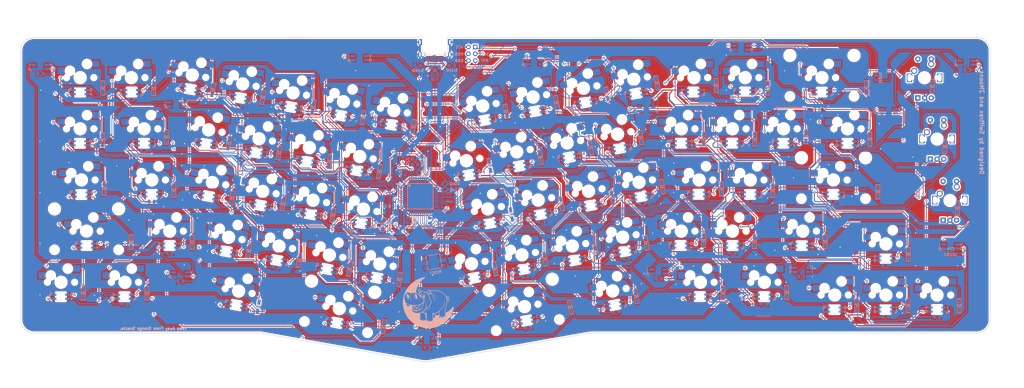
<source format=kicad_pcb>
(kicad_pcb (version 20171130) (host pcbnew "(5.1.6)-1")
  (layers (0 F.Cu signal) (31 B.Cu signal) (34 B.Paste user) (35 F.Paste user) (36 B.SilkS user) (37 F.SilkS user) (38 B.Mask user) (39 F.Mask user) (44 Edge.Cuts user))
  (net 0 "")
  (net 1 col0)
  (net 2 col1)
  (net 3 col2)
  (net 4 col3)
  (net 5 col5)
  (net 6 col6)
  (net 7 row0)
  (net 8 row1)
  (net 9 row2)
  (net 10 row3)
  (net 11 row4)
  (net 12 "Net-(D_1-Pad2)")
  (net 13 "Net-(D_33-Pad2)")
  (net 14 "Net-(D_34-Pad2)")
  (net 15 "Net-(D_35-Pad2)")
  (net 16 "Net-(D_36-Pad2)")
  (net 17 "Net-(D_51-Pad2)")
  (net 18 "Net-(D_52-Pad2)")
  (net 19 "Net-(D_53-Pad2)")
  (net 20 "Net-(D_54-Pad2)")
  (net 21 "Net-(D_2-Pad2)")
  (net 22 "Net-(D_3-Pad2)")
  (net 23 "Net-(D_4-Pad2)")
  (net 24 "Net-(D_5-Pad2)")
  (net 25 "Net-(D_6-Pad2)")
  (net 26 "Net-(D_7-Pad2)")
  (net 27 "Net-(D_37-Pad2)")
  (net 28 "Net-(D_38-Pad2)")
  (net 29 "Net-(D_39-Pad2)")
  (net 30 "Net-(D_40-Pad2)")
  (net 31 "Net-(D_55-Pad2)")
  (net 32 "Net-(D_56-Pad2)")
  (net 33 "Net-(D_57-Pad2)")
  (net 34 "Net-(D_58-Pad2)")
  (net 35 "Net-(D_8-Pad2)")
  (net 36 "Net-(D_9-Pad2)")
  (net 37 "Net-(D_10-Pad2)")
  (net 38 "Net-(D_11-Pad2)")
  (net 39 "Net-(D_12-Pad2)")
  (net 40 "Net-(D_13-Pad2)")
  (net 41 "Net-(D_41-Pad2)")
  (net 42 "Net-(D_42-Pad2)")
  (net 43 "Net-(D_43-Pad2)")
  (net 44 "Net-(D_59-Pad2)")
  (net 45 "Net-(D_60-Pad2)")
  (net 46 "Net-(D_62-Pad2)")
  (net 47 "Net-(D_17-Pad2)")
  (net 48 "Net-(D_18-Pad2)")
  (net 49 "Net-(D_19-Pad2)")
  (net 50 "Net-(D_20-Pad2)")
  (net 51 "Net-(D_47-Pad2)")
  (net 52 "Net-(D_48-Pad2)")
  (net 53 "Net-(D_63-Pad2)")
  (net 54 "Net-(D_64-Pad2)")
  (net 55 "Net-(D_65-Pad2)")
  (net 56 "Net-(D_66-Pad2)")
  (net 57 "Net-(D_21-Pad2)")
  (net 58 "Net-(D_22-Pad2)")
  (net 59 "Net-(D_23-Pad2)")
  (net 60 "Net-(D_24-Pad2)")
  (net 61 "Net-(D_25-Pad2)")
  (net 62 "Net-(D_26-Pad2)")
  (net 63 "Net-(D_49-Pad2)")
  (net 64 "Net-(D_50-Pad2)")
  (net 65 "Net-(D_67-Pad2)")
  (net 66 "Net-(D_68-Pad2)")
  (net 67 "Net-(D_27-Pad2)")
  (net 68 "Net-(D_28-Pad2)")
  (net 69 "Net-(D_29-Pad2)")
  (net 70 col4)
  (net 71 "Net-(D_69-Pad2)")
  (net 72 GND)
  (net 73 "Net-(C1-Pad1)")
  (net 74 +5V)
  (net 75 VBUS)
  (net 76 D+)
  (net 77 "Net-(R4-Pad1)")
  (net 78 D-)
  (net 79 "Net-(R5-Pad1)")
  (net 80 "Net-(R6-Pad2)")
  (net 81 "Net-(U1-Pad42)")
  (net 82 "Net-(U1-Pad17)")
  (net 83 "Net-(U1-Pad16)")
  (net 84 "Net-(U2-Pad4)")
  (net 85 "Net-(U2-Pad3)")
  (net 86 "Net-(J1-PadB8)")
  (net 87 "Net-(J1-PadA5)")
  (net 88 "Net-(J1-PadB5)")
  (net 89 "Net-(J1-PadA8)")
  (net 90 0row)
  (net 91 1row)
  (net 92 2row)
  (net 93 0col)
  (net 94 ENC0A)
  (net 95 ENC1A)
  (net 96 ENC2A)
  (net 97 "Net-(D_44-Pad2)")
  (net 98 "Net-(D_70-Pad2)")
  (net 99 "Net-(LED1-Pad2)")
  (net 100 "Net-(LED1-Pad4)")
  (net 101 "Net-(LED17-Pad4)")
  (net 102 "Net-(LED2-Pad4)")
  (net 103 "Net-(LED18-Pad2)")
  (net 104 "Net-(LED19-Pad4)")
  (net 105 "Net-(LED4-Pad4)")
  (net 106 "Net-(LED20-Pad2)")
  (net 107 "Net-(LED21-Pad4)")
  (net 108 "Net-(LED6-Pad4)")
  (net 109 "Net-(LED22-Pad2)")
  (net 110 "Net-(LED23-Pad4)")
  (net 111 "Net-(LED8-Pad4)")
  (net 112 "Net-(LED24-Pad2)")
  (net 113 "Net-(LED10-Pad2)")
  (net 114 "Net-(LED10-Pad4)")
  (net 115 "Net-(LED11-Pad4)")
  (net 116 "Net-(LED12-Pad2)")
  (net 117 "Net-(LED12-Pad4)")
  (net 118 "Net-(LED13-Pad4)")
  (net 119 "Net-(LED18-Pad4)")
  (net 120 "Net-(LED19-Pad2)")
  (net 121 "Net-(LED20-Pad4)")
  (net 122 "Net-(LED21-Pad2)")
  (net 123 "Net-(LED22-Pad4)")
  (net 124 "Net-(LED23-Pad2)")
  (net 125 "Net-(LED24-Pad4)")
  (net 126 "Net-(LED25-Pad2)")
  (net 127 "Net-(LED44-Pad2)")
  (net 128 "Net-(LED68-Pad4)")
  (net 129 LED)
  (net 130 "Net-(D_15-Pad2)")
  (net 131 "Net-(D_30-Pad2)")
  (net 132 "Net-(D_45-Pad2)")
  (net 133 "Net-(D_71-Pad2)")
  (net 134 "Net-(D_72-Pad2)")
  (net 135 "Net-(LED15-Pad2)")
  (net 136 "Net-(LED15-Pad4)")
  (net 137 "Net-(LED25-Pad4)")
  (net 138 "Net-(LED26-Pad2)")
  (net 139 "Net-(LED27-Pad4)")
  (net 140 "Net-(LED28-Pad2)")
  (net 141 "Net-(LED29-Pad4)")
  (net 142 "Net-(LED30-Pad2)")
  (net 143 "Net-(LED33-Pad4)")
  (net 144 "Net-(LED34-Pad2)")
  (net 145 "Net-(LED35-Pad4)")
  (net 146 "Net-(LED36-Pad2)")
  (net 147 "Net-(LED37-Pad4)")
  (net 148 "Net-(LED38-Pad2)")
  (net 149 "Net-(LED39-Pad4)")
  (net 150 "Net-(LED40-Pad2)")
  (net 151 "Net-(LED41-Pad4)")
  (net 152 "Net-(LED42-Pad2)")
  (net 153 "Net-(LED43-Pad4)")
  (net 154 "Net-(LED45-Pad2)")
  (net 155 "Net-(LED47-Pad4)")
  (net 156 "Net-(LED48-Pad2)")
  (net 157 "Net-(LED49-Pad4)")
  (net 158 "Net-(LED50-Pad2)")
  (net 159 "Net-(LED51-Pad4)")
  (net 160 "Net-(LED52-Pad2)")
  (net 161 "Net-(LED53-Pad4)")
  (net 162 "Net-(LED54-Pad2)")
  (net 163 "Net-(LED55-Pad4)")
  (net 164 "Net-(LED56-Pad2)")
  (net 165 "Net-(LED57-Pad4)")
  (net 166 "Net-(LED58-Pad2)")
  (net 167 "Net-(LED59-Pad4)")
  (net 168 "Net-(LED60-Pad2)")
  (net 169 "Net-(LED62-Pad4)")
  (net 170 "Net-(LED70-Pad4)")
  (net 171 "Net-(LED71-Pad2)")
  (net 172 row5)
  (net 173 row7)
  (net 174 row6)
  (net 175 row9)
  (net 176 row8)
  (net 177 ENC0B)
  (net 178 ENC1B)
  (net 179 ENC2B)
  (net 180 "Net-(R7-Pad1)")
  (net 181 "Net-(ULED1-Pad2)")
  (net 182 "Net-(ULED2-Pad2)")
  (net 183 "Net-(ULED3-Pad2)")
  (net 184 "Net-(ULED4-Pad2)")
  (net 185 "Net-(ULED5-Pad2)")
  (net 186 "Net-(ULED6-Pad2)")
  (net 187 "Net-(ULED7-Pad2)")
  (net 188 "Net-(ULED8-Pad2)")
  (net 189 "Net-(ULED10-Pad4)")
  (net 190 "Net-(ULED10-Pad2)")
  (net 191 "Net-(ULED11-Pad2)")
  (net 192 "Net-(ULED12-Pad2)")
  (net 193 "Net-(ULED13-Pad2)")
  (net 194 "Net-(J2-Pad5)")
  (module graphics:image1 (layer B.Cu) (at 138.5 93 180)
    (fp_text reference G***)
    (fp_text value LOGO hide)
  )
  (module Connector_PinHeader_2.54mm:PinHeader_2x03_P2.54mm_Vertical (layer B.Cu) (at 156.6672 -1.9812 180)
    (fp_text reference J2)
    (fp_text value "ISP Header")
    (fp_text user MISO (at -3.683 0) (layer B.SilkS) (effects (justify mirror)))
    (fp_text user VCC (at 5.969 0) (layer B.SilkS) (effects (justify mirror)))
    (fp_text user SCK (at -3.556 -2.667) (layer B.SilkS) (effects (justify mirror)))
    (fp_text user MOSI (at 6.223 -2.667) (layer B.SilkS) (effects (justify mirror)))
    (fp_text user RST (at -3.43408 -5.03428) (layer B.SilkS) (effects (justify mirror)))
    (fp_text user GND (at 5.969 -5.08) (layer B.SilkS) (effects (justify mirror)))
    (pad 6 thru_hole oval (at 2.54 -5.08 180) (size 1.7 1.7) (drill 1) (layers *.Cu *.Mask) (net 72 GND))
    (pad 5 thru_hole oval (at 0 -5.08 180) (size 1.7 1.7) (drill 1) (layers *.Cu *.Mask) (net 194 "Net-(J2-Pad5)"))
    (pad 4 thru_hole oval (at 2.54 -2.54 180) (size 1.7 1.7) (drill 1) (layers *.Cu *.Mask) (net 5 col5))
    (pad 3 thru_hole oval (at 0 -2.54 180) (size 1.7 1.7) (drill 1) (layers *.Cu *.Mask) (net 10 row3))
    (pad 2 thru_hole oval (at 2.54 0 180) (size 1.7 1.7) (drill 1) (layers *.Cu *.Mask) (net 74 +5V))
    (pad 1 thru_hole rect (at 0 0 180) (size 1.7 1.7) (drill 1) (layers *.Cu *.Mask) (net 93 0col))
  )
  (module MX_Only:MXOnly-1U-NoLED (layer F.Cu) (at 333.447 55.1886)
    (fp_text reference K_61)
    (fp_text value KEYSW)
    (pad 2 thru_hole circle (at 2.54 -5.08) (size 2.25 2.25) (drill 1.47) (layers *.Cu B.Mask) (net 92 2row))
    (pad "" np_thru_hole circle (at 0 0) (size 3.9878 3.9878) (drill 3.9878) (layers *.Cu *.Mask))
    (pad 1 thru_hole circle (at -3.81 -2.54) (size 2.25 2.25) (drill 1.47) (layers *.Cu B.Mask) (net 93 0col))
    (pad "" np_thru_hole circle (at -5.08 0 48.0996) (size 1.75 1.75) (drill 1.75) (layers *.Cu *.Mask))
    (pad "" np_thru_hole circle (at 5.08 0 48.0996) (size 1.75 1.75) (drill 1.75) (layers *.Cu *.Mask))
  )
  (module MX_Only:MXOnly-1U-NoLED (layer F.Cu) (at 328.6718 32.3286)
    (fp_text reference K_46)
    (fp_text value KEYSW)
    (pad 2 thru_hole circle (at 2.54 -5.08) (size 2.25 2.25) (drill 1.47) (layers *.Cu B.Mask) (net 91 1row))
    (pad "" np_thru_hole circle (at 0 0) (size 3.9878 3.9878) (drill 3.9878) (layers *.Cu *.Mask))
    (pad 1 thru_hole circle (at -3.81 -2.54) (size 2.25 2.25) (drill 1.47) (layers *.Cu B.Mask) (net 93 0col))
    (pad "" np_thru_hole circle (at -5.08 0 48.0996) (size 1.75 1.75) (drill 1.75) (layers *.Cu *.Mask))
    (pad "" np_thru_hole circle (at 5.08 0 48.0996) (size 1.75 1.75) (drill 1.75) (layers *.Cu *.Mask))
  )
  (module MX_Only:MXOnly-1U-NoLED (layer F.Cu) (at 323.9474 9.4686)
    (fp_text reference K_31)
    (fp_text value KEYSW)
    (pad 2 thru_hole circle (at 2.54 -5.08) (size 2.25 2.25) (drill 1.47) (layers *.Cu B.Mask) (net 90 0row))
    (pad "" np_thru_hole circle (at 0 0) (size 3.9878 3.9878) (drill 3.9878) (layers *.Cu *.Mask))
    (pad 1 thru_hole circle (at -3.81 -2.54) (size 2.25 2.25) (drill 1.47) (layers *.Cu B.Mask) (net 93 0col))
    (pad "" np_thru_hole circle (at -5.08 0 48.0996) (size 1.75 1.75) (drill 1.75) (layers *.Cu *.Mask))
    (pad "" np_thru_hole circle (at 5.08 0 48.0996) (size 1.75 1.75) (drill 1.75) (layers *.Cu *.Mask))
  )
  (module random-keyboard-parts:SKQG-1155865 (layer B.Cu) (at 141.29092 78.02574 190)
    (fp_text reference SW1)
    (fp_text value RESET (at 0 -4.064 10) (layer B.SilkS) (effects (justify mirror)))
    (pad 4 smd rect (at -3.1 -1.85 190) (size 1.8 1.1) (layers B.Cu B.Paste B.Mask))
    (pad 3 smd rect (at 3.1 1.85 190) (size 1.8 1.1) (layers B.Cu B.Paste B.Mask))
    (pad 2 smd rect (at -3.1 1.85 190) (size 1.8 1.1) (layers B.Cu B.Paste B.Mask) (net 194 "Net-(J2-Pad5)"))
    (pad 1 smd rect (at 3.1 -1.85 190) (size 1.8 1.1) (layers B.Cu B.Paste B.Mask) (net 72 GND))
  )
  (module usb-type-c:Mid_Mount-USB_C_HandSoldering (layer B.Cu) (at 141.649 -5.5332 90)
    (fp_text reference J1)
    (fp_text value USB2_C_Receptacle)
    (fp_line (start -5.6 3.850384) (end -5.6 3.75) (layer Edge.Cuts) (width 0.15))
    (fp_line (start -6.3 -2.537566) (end -6.3 2.537566) (layer Edge.Cuts) (width 0.15))
    (fp_line (start 0 -7.62) (end 0 -4.67) (layer Edge.Cuts) (width 0.15))
    (fp_line (start 0 -4.67) (end -5.6 -4.67) (layer Edge.Cuts) (width 0.15))
    (fp_line (start -5.6 -3.850384) (end -5.6 -3.75) (layer Edge.Cuts) (width 0.15))
    (fp_line (start -5.6 4.67) (end 0 4.67) (layer Edge.Cuts) (width 0.15))
    (fp_line (start 0 4.67) (end 0 7.62) (layer Edge.Cuts) (width 0.15))
    (fp_arc (start -5.6 -4.37) (end -5.6 -4.67) (angle -150) (layer Edge.Cuts) (width 0.15))
    (fp_arc (start -5.9 -3.850384) (end -5.6 -3.850384) (angle -60) (layer Edge.Cuts) (width 0.15))
    (fp_arc (start -5.73 -2.537565) (end -6.3 -2.537565) (angle 60) (layer Edge.Cuts) (width 0.15))
    (fp_arc (start -5.73 2.537565) (end -6.3 2.537565) (angle -60) (layer Edge.Cuts) (width 0.15))
    (fp_arc (start -5.9 3.850384) (end -5.6 3.850384) (angle 60) (layer Edge.Cuts) (width 0.15))
    (fp_arc (start -5.6 4.37) (end -5.6 4.67) (angle 150) (layer Edge.Cuts) (width 0.15))
    (fp_arc (start -6.43 -3.75) (end -5.6 -3.75) (angle 60) (layer Edge.Cuts) (width 0.15))
    (fp_arc (start -6.43 3.75) (end -5.6 3.75) (angle -60) (layer Edge.Cuts) (width 0.15))
    (pad S1 smd rect (at -1.75 -5.2) (size 0.7 2.3) (layers B.Cu B.Mask) (net 72 GND))
    (pad S1 smd rect (at -1.75 5.2) (size 0.7 2.3) (layers B.Cu B.Mask) (net 72 GND))
    (pad S1 thru_hole oval (at -6.35 -5.575) (size 1.2 2.3) (drill oval 0.5 1.65) (layers *.Cu *.Mask) (net 72 GND))
    (pad S1 thru_hole oval (at -6.35 5.575) (size 1.2 2.3) (drill oval 0.5 1.65) (layers *.Cu *.Mask) (net 72 GND))
    (pad S1 thru_hole oval (at -1.75 -5.575) (size 1.2 2.3) (drill oval 0.5 1.65) (layers *.Cu *.Mask) (net 72 GND))
    (pad S1 thru_hole oval (at -1.75 5.575) (size 1.2 2.3) (drill oval 0.5 1.65) (layers *.Cu *.Mask) (net 72 GND))
    (pad "" np_thru_hole circle (at -6.43 -3.75) (size 0.6 0.6) (drill 0.4) (layers *.Cu *.Mask))
    (pad "" np_thru_hole circle (at -6.43 3.75) (size 0.6 0.6) (drill 0.4) (layers *.Cu *.Mask))
    (pad A1B12 smd rect (at -7.93 -3.2) (size 0.55 1.7) (layers B.Cu B.Paste B.Mask) (net 72 GND))
    (pad B1A12 smd rect (at -7.93 3.2) (size 0.55 1.7) (layers B.Cu B.Paste B.Mask) (net 72 GND))
    (pad A4B9 smd rect (at -7.93 -2.45) (size 0.55 1.7) (layers B.Cu B.Paste B.Mask) (net 75 VBUS))
    (pad B8 smd rect (at -7.93 -1.75) (size 0.3 1.7) (layers B.Cu B.Paste B.Mask) (net 86 "Net-(J1-PadB8)"))
    (pad A5 smd rect (at -7.93 -1.25) (size 0.3 1.7) (layers B.Cu B.Paste B.Mask) (net 87 "Net-(J1-PadA5)"))
    (pad B7 smd rect (at -7.93 -0.75) (size 0.3 1.7) (layers B.Cu B.Paste B.Mask) (net 78 D-))
    (pad B4A9 smd rect (at -7.93 2.45) (size 0.55 1.7) (layers B.Cu B.Paste B.Mask) (net 75 VBUS))
    (pad B5 smd rect (at -7.93 1.75) (size 0.3 1.7) (layers B.Cu B.Paste B.Mask) (net 88 "Net-(J1-PadB5)"))
    (pad A8 smd rect (at -7.93 1.25) (size 0.3 1.7) (layers B.Cu B.Paste B.Mask) (net 89 "Net-(J1-PadA8)"))
    (pad B6 smd rect (at -7.93 0.75) (size 0.3 1.7) (layers B.Cu B.Paste B.Mask) (net 76 D+))
    (pad A7 smd rect (at -7.93 0.25) (size 0.3 1.7) (layers B.Cu B.Paste B.Mask) (net 78 D-))
    (pad A6 smd rect (at -7.93 -0.25) (size 0.3 1.7) (layers B.Cu B.Paste B.Mask) (net 76 D+))
  )
  (module Keebio-Parts:RotaryEncoder_EC11 (layer F.Cu) (at 333.3962 55.0362 90)
    (fp_text reference SW4)
    (fp_text value Rotary_Encoder_Switch)
    (pad A thru_hole rect (at -7.5 -2.5 90) (size 2 2) (drill 1) (layers *.Cu *.Mask) (net 96 ENC2A))
    (pad C thru_hole circle (at -7.5 0 90) (size 2 2) (drill 1) (layers *.Cu *.Mask) (net 72 GND))
    (pad B thru_hole circle (at -7.5 2.5 90) (size 2 2) (drill 1) (layers *.Cu *.Mask) (net 179 ENC2B))
    (pad "" np_thru_hole rect (at 0 -5.6 90) (size 3.2 2) (drill oval 2.8 1.5) (layers *.Cu *.Mask))
    (pad "" np_thru_hole rect (at 0 5.6 90) (size 3.2 2) (drill oval 2.8 1.5) (layers *.Cu *.Mask))
    (pad S2 thru_hole circle (at 7 -2.5 90) (size 2 2) (drill 1) (layers *.Cu *.Mask) (net 93 0col))
    (pad S1 thru_hole circle (at 7 2.5 90) (size 2 2) (drill 1) (layers *.Cu *.Mask) (net 92 2row))
  )
  (module Keebio-Parts:RotaryEncoder_EC11 (layer F.Cu) (at 328.64649 32.26121 90)
    (fp_text reference SW3)
    (fp_text value Rotary_Encoder_Switch)
    (pad A thru_hole rect (at -7.5 -2.5 90) (size 2 2) (drill 1) (layers *.Cu *.Mask) (net 95 ENC1A))
    (pad C thru_hole circle (at -7.5 0 90) (size 2 2) (drill 1) (layers *.Cu *.Mask) (net 72 GND))
    (pad B thru_hole circle (at -7.5 2.5 90) (size 2 2) (drill 1) (layers *.Cu *.Mask) (net 178 ENC1B))
    (pad "" np_thru_hole rect (at 0 -5.6 90) (size 3.2 2) (drill oval 2.8 1.5) (layers *.Cu *.Mask))
    (pad "" np_thru_hole rect (at 0 5.6 90) (size 3.2 2) (drill oval 2.8 1.5) (layers *.Cu *.Mask))
    (pad S2 thru_hole circle (at 7 -2.5 90) (size 2 2) (drill 1) (layers *.Cu *.Mask) (net 93 0col))
    (pad S1 thru_hole circle (at 7 2.5 90) (size 2 2) (drill 1) (layers *.Cu *.Mask) (net 91 1row))
  )
  (module Keebio-Parts:RotaryEncoder_EC11 (layer F.Cu) (at 324 9.5 90)
    (fp_text reference SW2)
    (fp_text value Rotary_Encoder_Switch)
    (pad A thru_hole rect (at -7.5 -2.5 90) (size 2 2) (drill 1) (layers *.Cu *.Mask) (net 94 ENC0A))
    (pad C thru_hole circle (at -7.5 0 90) (size 2 2) (drill 1) (layers *.Cu *.Mask) (net 72 GND))
    (pad B thru_hole circle (at -7.5 2.5 90) (size 2 2) (drill 1) (layers *.Cu *.Mask) (net 177 ENC0B))
    (pad "" np_thru_hole rect (at 0 -5.6 90) (size 3.2 2) (drill oval 2.8 1.5) (layers *.Cu *.Mask))
    (pad "" np_thru_hole rect (at 0 5.6 90) (size 3.2 2) (drill oval 2.8 1.5) (layers *.Cu *.Mask))
    (pad S2 thru_hole circle (at 7 -2.5 90) (size 2 2) (drill 1) (layers *.Cu *.Mask) (net 93 0col))
    (pad S1 thru_hole circle (at 7 2.5 90) (size 2 2) (drill 1) (layers *.Cu *.Mask) (net 90 0row))
  )
  (module MX_Only:MXOnly-1U-Hotswap (layer F.Cu) (at 309.59375 71.347246)
    (fp_text reference K_60)
    (fp_text value KEYSW)
    (pad 2 smd rect (at 5.842 -5.08) (size 2.55 2.5) (layers B.Cu B.Paste B.Mask) (net 45 "Net-(D_60-Pad2)"))
    (pad 1 smd rect (at -7.085 -2.54) (size 2.55 2.5) (layers B.Cu B.Paste B.Mask) (net 93 0col))
    (pad "" np_thru_hole circle (at 5.08 0 48.0996) (size 1.75 1.75) (drill 1.75) (layers *.Cu *.Mask))
    (pad "" np_thru_hole circle (at -5.08 0 48.0996) (size 1.75 1.75) (drill 1.75) (layers *.Cu *.Mask))
    (pad "" np_thru_hole circle (at -3.81 -2.54) (size 3 3) (drill 3) (layers *.Cu *.Mask))
    (pad "" np_thru_hole circle (at 0 0) (size 3.9878 3.9878) (drill 3.9878) (layers *.Cu *.Mask))
    (pad "" np_thru_hole circle (at 2.54 -5.08) (size 3 3) (drill 3) (layers *.Cu *.Mask))
  )
  (module MX_Only:MXOnly-1U-Hotswap (layer F.Cu) (at 159.450806 19.97399 10)
    (fp_text reference K_8)
    (fp_text value KEYSW)
    (pad 2 smd rect (at 5.842 -5.08 10) (size 2.55 2.5) (layers B.Cu B.Paste B.Mask) (net 35 "Net-(D_8-Pad2)"))
    (pad 1 smd rect (at -7.085 -2.54 10) (size 2.55 2.5) (layers B.Cu B.Paste B.Mask) (net 70 col4))
    (pad "" np_thru_hole circle (at 5.08 0 58.0996) (size 1.75 1.75) (drill 1.75) (layers *.Cu *.Mask))
    (pad "" np_thru_hole circle (at -5.08 0 58.0996) (size 1.75 1.75) (drill 1.75) (layers *.Cu *.Mask))
    (pad "" np_thru_hole circle (at -3.81 -2.54 10) (size 3 3) (drill 3) (layers *.Cu *.Mask))
    (pad "" np_thru_hole circle (at 0 0 10) (size 3.9878 3.9878) (drill 3.9878) (layers *.Cu *.Mask))
    (pad "" np_thru_hole circle (at 2.54 -5.08 10) (size 3 3) (drill 3) (layers *.Cu *.Mask))
  )
  (module MX_Only:MXOnly-1U-Hotswap (layer F.Cu) (at 58.764495 48.467424 350)
    (fp_text reference K_35)
    (fp_text value KEYSW)
    (pad 2 smd rect (at 5.842 -5.08 350) (size 2.55 2.5) (layers B.Cu B.Paste B.Mask) (net 15 "Net-(D_35-Pad2)"))
    (pad 1 smd rect (at -7.085 -2.54 350) (size 2.55 2.5) (layers B.Cu B.Paste B.Mask) (net 2 col1))
    (pad "" np_thru_hole circle (at 5.08 0 38.0996) (size 1.75 1.75) (drill 1.75) (layers *.Cu *.Mask))
    (pad "" np_thru_hole circle (at -5.08 0 38.0996) (size 1.75 1.75) (drill 1.75) (layers *.Cu *.Mask))
    (pad "" np_thru_hole circle (at -3.81 -2.54 350) (size 3 3) (drill 3) (layers *.Cu *.Mask))
    (pad "" np_thru_hole circle (at 0 0 350) (size 3.9878 3.9878) (drill 3.9878) (layers *.Cu *.Mask))
    (pad "" np_thru_hole circle (at 2.54 -5.08 350) (size 3 3) (drill 3) (layers *.Cu *.Mask))
  )
  (module MX_Only:MXOnly-1U-Hotswap (layer F.Cu) (at 94.903521 35.495832 350)
    (fp_text reference K_21)
    (fp_text value KEYSW)
    (pad 2 smd rect (at 5.842 -5.08 350) (size 2.55 2.5) (layers B.Cu B.Paste B.Mask) (net 57 "Net-(D_21-Pad2)"))
    (pad 1 smd rect (at -7.085 -2.54 350) (size 2.55 2.5) (layers B.Cu B.Paste B.Mask) (net 3 col2))
    (pad "" np_thru_hole circle (at 5.08 0 38.0996) (size 1.75 1.75) (drill 1.75) (layers *.Cu *.Mask))
    (pad "" np_thru_hole circle (at -5.08 0 38.0996) (size 1.75 1.75) (drill 1.75) (layers *.Cu *.Mask))
    (pad "" np_thru_hole circle (at -3.81 -2.54 350) (size 3 3) (drill 3) (layers *.Cu *.Mask))
    (pad "" np_thru_hole circle (at 0 0 350) (size 3.9878 3.9878) (drill 3.9878) (layers *.Cu *.Mask))
    (pad "" np_thru_hole circle (at 2.54 -5.08 350) (size 3 3) (drill 3) (layers *.Cu *.Mask))
  )
  (module MX_Only:MXOnly-2U-Hotswap-ReversedStabilizers (layer F.Cu) (at 285.78125 9.434746)
    (fp_text reference K_15)
    (fp_text value KEYSW)
    (pad "" np_thru_hole circle (at -11.938 -8.255) (size 3.9878 3.9878) (drill 3.9878) (layers *.Cu *.Mask))
    (pad "" np_thru_hole circle (at 11.938 -8.255) (size 3.9878 3.9878) (drill 3.9878) (layers *.Cu *.Mask))
    (pad "" np_thru_hole circle (at -11.938 6.985) (size 3.048 3.048) (drill 3.048) (layers *.Cu *.Mask))
    (pad "" np_thru_hole circle (at 11.938 6.985) (size 3.048 3.048) (drill 3.048) (layers *.Cu *.Mask))
    (pad 2 smd rect (at 5.842 -5.08) (size 2.55 2.5) (layers B.Cu B.Paste B.Mask) (net 130 "Net-(D_15-Pad2)"))
    (pad 1 smd rect (at -7.085 -2.54) (size 2.55 2.5) (layers B.Cu B.Paste B.Mask) (net 93 0col))
    (pad "" np_thru_hole circle (at 5.08 0 48.0996) (size 1.75 1.75) (drill 1.75) (layers *.Cu *.Mask))
    (pad "" np_thru_hole circle (at -5.08 0 48.0996) (size 1.75 1.75) (drill 1.75) (layers *.Cu *.Mask))
    (pad "" np_thru_hole circle (at -3.81 -2.54) (size 3 3) (drill 3) (layers *.Cu *.Mask))
    (pad "" np_thru_hole circle (at 0 0) (size 3.9878 3.9878) (drill 3.9878) (layers *.Cu *.Mask))
    (pad "" np_thru_hole circle (at 2.54 -5.08) (size 3 3) (drill 3) (layers *.Cu *.Mask))
  )
  (module MX_Only:MXOnly-1U-Hotswap (layer F.Cu) (at 328.64375 90.397246)
    (fp_text reference K_72)
    (fp_text value KEYSW)
    (pad 2 smd rect (at 5.842 -5.08) (size 2.55 2.5) (layers B.Cu B.Paste B.Mask) (net 134 "Net-(D_72-Pad2)"))
    (pad 1 smd rect (at -7.085 -2.54) (size 2.55 2.5) (layers B.Cu B.Paste B.Mask) (net 93 0col))
    (pad "" np_thru_hole circle (at 5.08 0 48.0996) (size 1.75 1.75) (drill 1.75) (layers *.Cu *.Mask))
    (pad "" np_thru_hole circle (at -5.08 0 48.0996) (size 1.75 1.75) (drill 1.75) (layers *.Cu *.Mask))
    (pad "" np_thru_hole circle (at -3.81 -2.54) (size 3 3) (drill 3) (layers *.Cu *.Mask))
    (pad "" np_thru_hole circle (at 0 0) (size 3.9878 3.9878) (drill 3.9878) (layers *.Cu *.Mask))
    (pad "" np_thru_hole circle (at 2.54 -5.08) (size 3 3) (drill 3) (layers *.Cu *.Mask))
  )
  (module MX_Only:MXOnly-1U-Hotswap (layer F.Cu) (at 309.59375 90.397246)
    (fp_text reference K_71)
    (fp_text value KEYSW)
    (pad 2 smd rect (at 5.842 -5.08) (size 2.55 2.5) (layers B.Cu B.Paste B.Mask) (net 133 "Net-(D_71-Pad2)"))
    (pad 1 smd rect (at -7.085 -2.54) (size 2.55 2.5) (layers B.Cu B.Paste B.Mask) (net 93 0col))
    (pad "" np_thru_hole circle (at 5.08 0 48.0996) (size 1.75 1.75) (drill 1.75) (layers *.Cu *.Mask))
    (pad "" np_thru_hole circle (at -5.08 0 48.0996) (size 1.75 1.75) (drill 1.75) (layers *.Cu *.Mask))
    (pad "" np_thru_hole circle (at -3.81 -2.54) (size 3 3) (drill 3) (layers *.Cu *.Mask))
    (pad "" np_thru_hole circle (at 0 0) (size 3.9878 3.9878) (drill 3.9878) (layers *.Cu *.Mask))
    (pad "" np_thru_hole circle (at 2.54 -5.08) (size 3 3) (drill 3) (layers *.Cu *.Mask))
  )
  (module MX_Only:MXOnly-1U-Hotswap (layer F.Cu) (at 290.54375 90.397246)
    (fp_text reference K_70)
    (fp_text value KEYSW)
    (pad 2 smd rect (at 5.842 -5.08) (size 2.55 2.5) (layers B.Cu B.Paste B.Mask) (net 98 "Net-(D_70-Pad2)"))
    (pad 1 smd rect (at -7.085 -2.54) (size 2.55 2.5) (layers B.Cu B.Paste B.Mask) (net 6 col6))
    (pad "" np_thru_hole circle (at 5.08 0 48.0996) (size 1.75 1.75) (drill 1.75) (layers *.Cu *.Mask))
    (pad "" np_thru_hole circle (at -5.08 0 48.0996) (size 1.75 1.75) (drill 1.75) (layers *.Cu *.Mask))
    (pad "" np_thru_hole circle (at -3.81 -2.54) (size 3 3) (drill 3) (layers *.Cu *.Mask))
    (pad "" np_thru_hole circle (at 0 0) (size 3.9878 3.9878) (drill 3.9878) (layers *.Cu *.Mask))
    (pad "" np_thru_hole circle (at 2.54 -5.08) (size 3 3) (drill 3) (layers *.Cu *.Mask))
  )
  (module MX_Only:MXOnly-1.25U-Hotswap (layer F.Cu) (at 264.35 85.634746)
    (fp_text reference K_69)
    (fp_text value KEYSW)
    (pad 2 smd rect (at 5.842 -5.08) (size 2.55 2.5) (layers B.Cu B.Paste B.Mask) (net 71 "Net-(D_69-Pad2)"))
    (pad 1 smd rect (at -7.085 -2.54) (size 2.55 2.5) (layers B.Cu B.Paste B.Mask) (net 6 col6))
    (pad "" np_thru_hole circle (at 5.08 0 48.0996) (size 1.75 1.75) (drill 1.75) (layers *.Cu *.Mask))
    (pad "" np_thru_hole circle (at -5.08 0 48.0996) (size 1.75 1.75) (drill 1.75) (layers *.Cu *.Mask))
    (pad "" np_thru_hole circle (at -3.81 -2.54) (size 3 3) (drill 3) (layers *.Cu *.Mask))
    (pad "" np_thru_hole circle (at 0 0) (size 3.9878 3.9878) (drill 3.9878) (layers *.Cu *.Mask))
    (pad "" np_thru_hole circle (at 2.54 -5.08) (size 3 3) (drill 3) (layers *.Cu *.Mask))
  )
  (module MX_Only:MXOnly-1.25U-Hotswap (layer F.Cu) (at 240.5375 85.634746)
    (fp_text reference K_68)
    (fp_text value KEYSW)
    (pad 2 smd rect (at 5.842 -5.08) (size 2.55 2.5) (layers B.Cu B.Paste B.Mask) (net 66 "Net-(D_68-Pad2)"))
    (pad 1 smd rect (at -7.085 -2.54) (size 2.55 2.5) (layers B.Cu B.Paste B.Mask) (net 5 col5))
    (pad "" np_thru_hole circle (at 5.08 0 48.0996) (size 1.75 1.75) (drill 1.75) (layers *.Cu *.Mask))
    (pad "" np_thru_hole circle (at -5.08 0 48.0996) (size 1.75 1.75) (drill 1.75) (layers *.Cu *.Mask))
    (pad "" np_thru_hole circle (at -3.81 -2.54) (size 3 3) (drill 3) (layers *.Cu *.Mask))
    (pad "" np_thru_hole circle (at 0 0) (size 3.9878 3.9878) (drill 3.9878) (layers *.Cu *.Mask))
    (pad "" np_thru_hole circle (at 2.54 -5.08) (size 3 3) (drill 3) (layers *.Cu *.Mask))
  )
  (module MX_Only:MXOnly-1.25U-Hotswap (layer F.Cu) (at 207.863325 88.846345 10)
    (fp_text reference K_67)
    (fp_text value KEYSW)
    (pad 2 smd rect (at 5.842 -5.08 10) (size 2.55 2.5) (layers B.Cu B.Paste B.Mask) (net 65 "Net-(D_67-Pad2)"))
    (pad 1 smd rect (at -7.085 -2.54 10) (size 2.55 2.5) (layers B.Cu B.Paste B.Mask) (net 5 col5))
    (pad "" np_thru_hole circle (at 5.08 0 58.0996) (size 1.75 1.75) (drill 1.75) (layers *.Cu *.Mask))
    (pad "" np_thru_hole circle (at -5.08 0 58.0996) (size 1.75 1.75) (drill 1.75) (layers *.Cu *.Mask))
    (pad "" np_thru_hole circle (at -3.81 -2.54 10) (size 3 3) (drill 3) (layers *.Cu *.Mask))
    (pad "" np_thru_hole circle (at 0 0 10) (size 3.9878 3.9878) (drill 3.9878) (layers *.Cu *.Mask))
    (pad "" np_thru_hole circle (at 2.54 -5.08 10) (size 3 3) (drill 3) (layers *.Cu *.Mask))
  )
  (module MX_Only:MXOnly-2.25U-Hotswap-ReversedStabilizers (layer F.Cu) (at 175.018253 94.70184 10)
    (fp_text reference K_66)
    (fp_text value KEYSW)
    (pad "" np_thru_hole circle (at -11.938 -8.255 10) (size 3.9878 3.9878) (drill 3.9878) (layers *.Cu *.Mask))
    (pad "" np_thru_hole circle (at 11.938 -8.255 10) (size 3.9878 3.9878) (drill 3.9878) (layers *.Cu *.Mask))
    (pad "" np_thru_hole circle (at -11.938 6.985 10) (size 3.048 3.048) (drill 3.048) (layers *.Cu *.Mask))
    (pad "" np_thru_hole circle (at 11.938 6.985 10) (size 3.048 3.048) (drill 3.048) (layers *.Cu *.Mask))
    (pad 2 smd rect (at 5.842 -5.08 10) (size 2.55 2.5) (layers B.Cu B.Paste B.Mask) (net 56 "Net-(D_66-Pad2)"))
    (pad 1 smd rect (at -7.085 -2.54 10) (size 2.55 2.5) (layers B.Cu B.Paste B.Mask) (net 70 col4))
    (pad "" np_thru_hole circle (at 5.08 0 58.0996) (size 1.75 1.75) (drill 1.75) (layers *.Cu *.Mask))
    (pad "" np_thru_hole circle (at -5.08 0 58.0996) (size 1.75 1.75) (drill 1.75) (layers *.Cu *.Mask))
    (pad "" np_thru_hole circle (at -3.81 -2.54 10) (size 3 3) (drill 3) (layers *.Cu *.Mask))
    (pad "" np_thru_hole circle (at 0 0 10) (size 3.9878 3.9878) (drill 3.9878) (layers *.Cu *.Mask))
    (pad "" np_thru_hole circle (at 2.54 -5.08 10) (size 3 3) (drill 3) (layers *.Cu *.Mask))
  )
  (module MX_Only:MXOnly-2.75U-Hotswap-ReversedStabilizers (layer F.Cu) (at 106.052675 95.430345 350)
    (fp_text reference K_65)
    (fp_text value KEYSW)
    (pad "" np_thru_hole circle (at -11.938 -8.255 350) (size 3.9878 3.9878) (drill 3.9878) (layers *.Cu *.Mask))
    (pad "" np_thru_hole circle (at 11.938 -8.255 350) (size 3.9878 3.9878) (drill 3.9878) (layers *.Cu *.Mask))
    (pad "" np_thru_hole circle (at -11.938 6.985 350) (size 3.048 3.048) (drill 3.048) (layers *.Cu *.Mask))
    (pad "" np_thru_hole circle (at 11.938 6.985 350) (size 3.048 3.048) (drill 3.048) (layers *.Cu *.Mask))
    (pad 2 smd rect (at 5.842 -5.08 350) (size 2.55 2.5) (layers B.Cu B.Paste B.Mask) (net 55 "Net-(D_65-Pad2)"))
    (pad 1 smd rect (at -7.085 -2.54 350) (size 2.55 2.5) (layers B.Cu B.Paste B.Mask) (net 3 col2))
    (pad "" np_thru_hole circle (at 5.08 0 38.0996) (size 1.75 1.75) (drill 1.75) (layers *.Cu *.Mask))
    (pad "" np_thru_hole circle (at -5.08 0 38.0996) (size 1.75 1.75) (drill 1.75) (layers *.Cu *.Mask))
    (pad "" np_thru_hole circle (at -3.81 -2.54 350) (size 3 3) (drill 3) (layers *.Cu *.Mask))
    (pad "" np_thru_hole circle (at 0 0 350) (size 3.9878 3.9878) (drill 3.9878) (layers *.Cu *.Mask))
    (pad "" np_thru_hole circle (at 2.54 -5.08 350) (size 3 3) (drill 3) (layers *.Cu *.Mask))
  )
  (module MX_Only:MXOnly-1.25U-Hotswap (layer F.Cu) (at 68.56844 88.914097 350)
    (fp_text reference K_64)
    (fp_text value KEYSW)
    (pad 2 smd rect (at 5.842 -5.08 350) (size 2.55 2.5) (layers B.Cu B.Paste B.Mask) (net 54 "Net-(D_64-Pad2)"))
    (pad 1 smd rect (at -7.085 -2.54 350) (size 2.55 2.5) (layers B.Cu B.Paste B.Mask) (net 2 col1))
    (pad "" np_thru_hole circle (at 5.08 0 38.0996) (size 1.75 1.75) (drill 1.75) (layers *.Cu *.Mask))
    (pad "" np_thru_hole circle (at -5.08 0 38.0996) (size 1.75 1.75) (drill 1.75) (layers *.Cu *.Mask))
    (pad "" np_thru_hole circle (at -3.81 -2.54 350) (size 3 3) (drill 3) (layers *.Cu *.Mask))
    (pad "" np_thru_hole circle (at 0 0 350) (size 3.9878 3.9878) (drill 3.9878) (layers *.Cu *.Mask))
    (pad "" np_thru_hole circle (at 2.54 -5.08 350) (size 3 3) (drill 3) (layers *.Cu *.Mask))
  )
  (module MX_Only:MXOnly-1.25U-Hotswap (layer F.Cu) (at 26.225 85.634746)
    (fp_text reference K_63)
    (fp_text value KEYSW)
    (pad 2 smd rect (at 5.842 -5.08) (size 2.55 2.5) (layers B.Cu B.Paste B.Mask) (net 53 "Net-(D_63-Pad2)"))
    (pad 1 smd rect (at -7.085 -2.54) (size 2.55 2.5) (layers B.Cu B.Paste B.Mask) (net 2 col1))
    (pad "" np_thru_hole circle (at 5.08 0 48.0996) (size 1.75 1.75) (drill 1.75) (layers *.Cu *.Mask))
    (pad "" np_thru_hole circle (at -5.08 0 48.0996) (size 1.75 1.75) (drill 1.75) (layers *.Cu *.Mask))
    (pad "" np_thru_hole circle (at -3.81 -2.54) (size 3 3) (drill 3) (layers *.Cu *.Mask))
    (pad "" np_thru_hole circle (at 0 0) (size 3.9878 3.9878) (drill 3.9878) (layers *.Cu *.Mask))
    (pad "" np_thru_hole circle (at 2.54 -5.08) (size 3 3) (drill 3) (layers *.Cu *.Mask))
  )
  (module MX_Only:MXOnly-1.25U-Hotswap (layer F.Cu) (at 2.4125 85.634746)
    (fp_text reference K_62)
    (fp_text value KEYSW)
    (pad 2 smd rect (at 5.842 -5.08) (size 2.55 2.5) (layers B.Cu B.Paste B.Mask) (net 46 "Net-(D_62-Pad2)"))
    (pad 1 smd rect (at -7.085 -2.54) (size 2.55 2.5) (layers B.Cu B.Paste B.Mask) (net 1 col0))
    (pad "" np_thru_hole circle (at 5.08 0 48.0996) (size 1.75 1.75) (drill 1.75) (layers *.Cu *.Mask))
    (pad "" np_thru_hole circle (at -5.08 0 48.0996) (size 1.75 1.75) (drill 1.75) (layers *.Cu *.Mask))
    (pad "" np_thru_hole circle (at -3.81 -2.54) (size 3 3) (drill 3) (layers *.Cu *.Mask))
    (pad "" np_thru_hole circle (at 0 0) (size 3.9878 3.9878) (drill 3.9878) (layers *.Cu *.Mask))
    (pad "" np_thru_hole circle (at 2.54 -5.08) (size 3 3) (drill 3) (layers *.Cu *.Mask))
  )
  (module MX_Only:MXOnly-1.75U-Hotswap (layer F.Cu) (at 278.6375 66.584746)
    (fp_text reference K_59)
    (fp_text value KEYSW)
    (pad 2 smd rect (at 5.842 -5.08) (size 2.55 2.5) (layers B.Cu B.Paste B.Mask) (net 44 "Net-(D_59-Pad2)"))
    (pad 1 smd rect (at -7.085 -2.54) (size 2.55 2.5) (layers B.Cu B.Paste B.Mask) (net 6 col6))
    (pad "" np_thru_hole circle (at 5.08 0 48.0996) (size 1.75 1.75) (drill 1.75) (layers *.Cu *.Mask))
    (pad "" np_thru_hole circle (at -5.08 0 48.0996) (size 1.75 1.75) (drill 1.75) (layers *.Cu *.Mask))
    (pad "" np_thru_hole circle (at -3.81 -2.54) (size 3 3) (drill 3) (layers *.Cu *.Mask))
    (pad "" np_thru_hole circle (at 0 0) (size 3.9878 3.9878) (drill 3.9878) (layers *.Cu *.Mask))
    (pad "" np_thru_hole circle (at 2.54 -5.08) (size 3 3) (drill 3) (layers *.Cu *.Mask))
  )
  (module MX_Only:MXOnly-1U-Hotswap (layer F.Cu) (at 252.44375 66.584746)
    (fp_text reference K_58)
    (fp_text value KEYSW)
    (pad 2 smd rect (at 5.842 -5.08) (size 2.55 2.5) (layers B.Cu B.Paste B.Mask) (net 34 "Net-(D_58-Pad2)"))
    (pad 1 smd rect (at -7.085 -2.54) (size 2.55 2.5) (layers B.Cu B.Paste B.Mask) (net 6 col6))
    (pad "" np_thru_hole circle (at 5.08 0 48.0996) (size 1.75 1.75) (drill 1.75) (layers *.Cu *.Mask))
    (pad "" np_thru_hole circle (at -5.08 0 48.0996) (size 1.75 1.75) (drill 1.75) (layers *.Cu *.Mask))
    (pad "" np_thru_hole circle (at -3.81 -2.54) (size 3 3) (drill 3) (layers *.Cu *.Mask))
    (pad "" np_thru_hole circle (at 0 0) (size 3.9878 3.9878) (drill 3.9878) (layers *.Cu *.Mask))
    (pad "" np_thru_hole circle (at 2.54 -5.08) (size 3 3) (drill 3) (layers *.Cu *.Mask))
  )
  (module MX_Only:MXOnly-1U-Hotswap (layer F.Cu) (at 233.39375 66.584746)
    (fp_text reference K_57)
    (fp_text value KEYSW)
    (pad 2 smd rect (at 5.842 -5.08) (size 2.55 2.5) (layers B.Cu B.Paste B.Mask) (net 33 "Net-(D_57-Pad2)"))
    (pad 1 smd rect (at -7.085 -2.54) (size 2.55 2.5) (layers B.Cu B.Paste B.Mask) (net 5 col5))
    (pad "" np_thru_hole circle (at 5.08 0 48.0996) (size 1.75 1.75) (drill 1.75) (layers *.Cu *.Mask))
    (pad "" np_thru_hole circle (at -5.08 0 48.0996) (size 1.75 1.75) (drill 1.75) (layers *.Cu *.Mask))
    (pad "" np_thru_hole circle (at -3.81 -2.54) (size 3 3) (drill 3) (layers *.Cu *.Mask))
    (pad "" np_thru_hole circle (at 0 0) (size 3.9878 3.9878) (drill 3.9878) (layers *.Cu *.Mask))
    (pad "" np_thru_hole circle (at 2.54 -5.08) (size 3 3) (drill 3) (layers *.Cu *.Mask))
  )
  (module MX_Only:MXOnly-1U-Hotswap (layer F.Cu) (at 211.586121 68.812758 10)
    (fp_text reference K_56)
    (fp_text value KEYSW)
    (pad 2 smd rect (at 5.842 -5.08 10) (size 2.55 2.5) (layers B.Cu B.Paste B.Mask) (net 32 "Net-(D_56-Pad2)"))
    (pad 1 smd rect (at -7.085 -2.54 10) (size 2.55 2.5) (layers B.Cu B.Paste B.Mask) (net 5 col5))
    (pad "" np_thru_hole circle (at 5.08 0 58.0996) (size 1.75 1.75) (drill 1.75) (layers *.Cu *.Mask))
    (pad "" np_thru_hole circle (at -5.08 0 58.0996) (size 1.75 1.75) (drill 1.75) (layers *.Cu *.Mask))
    (pad "" np_thru_hole circle (at -3.81 -2.54 10) (size 3 3) (drill 3) (layers *.Cu *.Mask))
    (pad "" np_thru_hole circle (at 0 0 10) (size 3.9878 3.9878) (drill 3.9878) (layers *.Cu *.Mask))
    (pad "" np_thru_hole circle (at 2.54 -5.08 10) (size 3 3) (drill 3) (layers *.Cu *.Mask))
  )
  (module MX_Only:MXOnly-1U-Hotswap (layer F.Cu) (at 192.825534 72.120756 10)
    (fp_text reference K_55)
    (fp_text value KEYSW)
    (pad 2 smd rect (at 5.842 -5.08 10) (size 2.55 2.5) (layers B.Cu B.Paste B.Mask) (net 31 "Net-(D_55-Pad2)"))
    (pad 1 smd rect (at -7.085 -2.54 10) (size 2.55 2.5) (layers B.Cu B.Paste B.Mask) (net 70 col4))
    (pad "" np_thru_hole circle (at 5.08 0 58.0996) (size 1.75 1.75) (drill 1.75) (layers *.Cu *.Mask))
    (pad "" np_thru_hole circle (at -5.08 0 58.0996) (size 1.75 1.75) (drill 1.75) (layers *.Cu *.Mask))
    (pad "" np_thru_hole circle (at -3.81 -2.54 10) (size 3 3) (drill 3) (layers *.Cu *.Mask))
    (pad "" np_thru_hole circle (at 0 0 10) (size 3.9878 3.9878) (drill 3.9878) (layers *.Cu *.Mask))
    (pad "" np_thru_hole circle (at 2.54 -5.08 10) (size 3 3) (drill 3) (layers *.Cu *.Mask))
  )
  (module MX_Only:MXOnly-1U-Hotswap (layer F.Cu) (at 174.064946 75.428754 10)
    (fp_text reference K_54)
    (fp_text value KEYSW)
    (pad 2 smd rect (at 5.842 -5.08 10) (size 2.55 2.5) (layers B.Cu B.Paste B.Mask) (net 20 "Net-(D_54-Pad2)"))
    (pad 1 smd rect (at -7.085 -2.54 10) (size 2.55 2.5) (layers B.Cu B.Paste B.Mask) (net 70 col4))
    (pad "" np_thru_hole circle (at 5.08 0 58.0996) (size 1.75 1.75) (drill 1.75) (layers *.Cu *.Mask))
    (pad "" np_thru_hole circle (at -5.08 0 58.0996) (size 1.75 1.75) (drill 1.75) (layers *.Cu *.Mask))
    (pad "" np_thru_hole circle (at -3.81 -2.54 10) (size 3 3) (drill 3) (layers *.Cu *.Mask))
    (pad "" np_thru_hole circle (at 0 0 10) (size 3.9878 3.9878) (drill 3.9878) (layers *.Cu *.Mask))
    (pad "" np_thru_hole circle (at 2.54 -5.08 10) (size 3 3) (drill 3) (layers *.Cu *.Mask))
  )
  (module MX_Only:MXOnly-1U-Hotswap (layer F.Cu) (at 155.304358 78.736751 10)
    (fp_text reference K_53)
    (fp_text value KEYSW)
    (pad 2 smd rect (at 5.842 -5.08 10) (size 2.55 2.5) (layers B.Cu B.Paste B.Mask) (net 19 "Net-(D_53-Pad2)"))
    (pad 1 smd rect (at -7.085 -2.54 10) (size 2.55 2.5) (layers B.Cu B.Paste B.Mask) (net 4 col3))
    (pad "" np_thru_hole circle (at 5.08 0 58.0996) (size 1.75 1.75) (drill 1.75) (layers *.Cu *.Mask))
    (pad "" np_thru_hole circle (at -5.08 0 58.0996) (size 1.75 1.75) (drill 1.75) (layers *.Cu *.Mask))
    (pad "" np_thru_hole circle (at -3.81 -2.54 10) (size 3 3) (drill 3) (layers *.Cu *.Mask))
    (pad "" np_thru_hole circle (at 0 0 10) (size 3.9878 3.9878) (drill 3.9878) (layers *.Cu *.Mask))
    (pad "" np_thru_hole circle (at 2.54 -5.08 10) (size 3 3) (drill 3) (layers *.Cu *.Mask))
  )
  (module MX_Only:MXOnly-1U-Hotswap (layer F.Cu) (at 121.118554 78.806004 350)
    (fp_text reference K_52)
    (fp_text value KEYSW)
    (pad 2 smd rect (at 5.842 -5.08 350) (size 2.55 2.5) (layers B.Cu B.Paste B.Mask) (net 18 "Net-(D_52-Pad2)"))
    (pad 1 smd rect (at -7.085 -2.54 350) (size 2.55 2.5) (layers B.Cu B.Paste B.Mask) (net 4 col3))
    (pad "" np_thru_hole circle (at 5.08 0 38.0996) (size 1.75 1.75) (drill 1.75) (layers *.Cu *.Mask))
    (pad "" np_thru_hole circle (at -5.08 0 38.0996) (size 1.75 1.75) (drill 1.75) (layers *.Cu *.Mask))
    (pad "" np_thru_hole circle (at -3.81 -2.54 350) (size 3 3) (drill 3) (layers *.Cu *.Mask))
    (pad "" np_thru_hole circle (at 0 0 350) (size 3.9878 3.9878) (drill 3.9878) (layers *.Cu *.Mask))
    (pad "" np_thru_hole circle (at 2.54 -5.08 350) (size 3 3) (drill 3) (layers *.Cu *.Mask))
  )
  (module MX_Only:MXOnly-1U-Hotswap (layer F.Cu) (at 102.357966 75.498006 350)
    (fp_text reference K_51)
    (fp_text value KEYSW)
    (pad 2 smd rect (at 5.842 -5.08 350) (size 2.55 2.5) (layers B.Cu B.Paste B.Mask) (net 17 "Net-(D_51-Pad2)"))
    (pad 1 smd rect (at -7.085 -2.54 350) (size 2.55 2.5) (layers B.Cu B.Paste B.Mask) (net 3 col2))
    (pad "" np_thru_hole circle (at 5.08 0 38.0996) (size 1.75 1.75) (drill 1.75) (layers *.Cu *.Mask))
    (pad "" np_thru_hole circle (at -5.08 0 38.0996) (size 1.75 1.75) (drill 1.75) (layers *.Cu *.Mask))
    (pad "" np_thru_hole circle (at -3.81 -2.54 350) (size 3 3) (drill 3) (layers *.Cu *.Mask))
    (pad "" np_thru_hole circle (at 0 0 350) (size 3.9878 3.9878) (drill 3.9878) (layers *.Cu *.Mask))
    (pad "" np_thru_hole circle (at 2.54 -5.08 350) (size 3 3) (drill 3) (layers *.Cu *.Mask))
  )
  (module MX_Only:MXOnly-1U-Hotswap (layer F.Cu) (at 83.597379 72.190008 350)
    (fp_text reference K_50)
    (fp_text value KEYSW)
    (pad 2 smd rect (at 5.842 -5.08 350) (size 2.55 2.5) (layers B.Cu B.Paste B.Mask) (net 64 "Net-(D_50-Pad2)"))
    (pad 1 smd rect (at -7.085 -2.54 350) (size 2.55 2.5) (layers B.Cu B.Paste B.Mask) (net 3 col2))
    (pad "" np_thru_hole circle (at 5.08 0 38.0996) (size 1.75 1.75) (drill 1.75) (layers *.Cu *.Mask))
    (pad "" np_thru_hole circle (at -5.08 0 38.0996) (size 1.75 1.75) (drill 1.75) (layers *.Cu *.Mask))
    (pad "" np_thru_hole circle (at -3.81 -2.54 350) (size 3 3) (drill 3) (layers *.Cu *.Mask))
    (pad "" np_thru_hole circle (at 0 0 350) (size 3.9878 3.9878) (drill 3.9878) (layers *.Cu *.Mask))
    (pad "" np_thru_hole circle (at 2.54 -5.08 350) (size 3 3) (drill 3) (layers *.Cu *.Mask))
  )
  (module MX_Only:MXOnly-1U-Hotswap (layer F.Cu) (at 64.836791 68.88201 350)
    (fp_text reference K_49)
    (fp_text value KEYSW)
    (pad 2 smd rect (at 5.842 -5.08 350) (size 2.55 2.5) (layers B.Cu B.Paste B.Mask) (net 63 "Net-(D_49-Pad2)"))
    (pad 1 smd rect (at -7.085 -2.54 350) (size 2.55 2.5) (layers B.Cu B.Paste B.Mask) (net 2 col1))
    (pad "" np_thru_hole circle (at 5.08 0 38.0996) (size 1.75 1.75) (drill 1.75) (layers *.Cu *.Mask))
    (pad "" np_thru_hole circle (at -5.08 0 38.0996) (size 1.75 1.75) (drill 1.75) (layers *.Cu *.Mask))
    (pad "" np_thru_hole circle (at -3.81 -2.54 350) (size 3 3) (drill 3) (layers *.Cu *.Mask))
    (pad "" np_thru_hole circle (at 0 0 350) (size 3.9878 3.9878) (drill 3.9878) (layers *.Cu *.Mask))
    (pad "" np_thru_hole circle (at 2.54 -5.08 350) (size 3 3) (drill 3) (layers *.Cu *.Mask))
  )
  (module MX_Only:MXOnly-1U-Hotswap (layer F.Cu) (at 42.89375 66.584746)
    (fp_text reference K_48)
    (fp_text value KEYSW)
    (pad 2 smd rect (at 5.842 -5.08) (size 2.55 2.5) (layers B.Cu B.Paste B.Mask) (net 52 "Net-(D_48-Pad2)"))
    (pad 1 smd rect (at -7.085 -2.54) (size 2.55 2.5) (layers B.Cu B.Paste B.Mask) (net 2 col1))
    (pad "" np_thru_hole circle (at 5.08 0 48.0996) (size 1.75 1.75) (drill 1.75) (layers *.Cu *.Mask))
    (pad "" np_thru_hole circle (at -5.08 0 48.0996) (size 1.75 1.75) (drill 1.75) (layers *.Cu *.Mask))
    (pad "" np_thru_hole circle (at -3.81 -2.54) (size 3 3) (drill 3) (layers *.Cu *.Mask))
    (pad "" np_thru_hole circle (at 0 0) (size 3.9878 3.9878) (drill 3.9878) (layers *.Cu *.Mask))
    (pad "" np_thru_hole circle (at 2.54 -5.08) (size 3 3) (drill 3) (layers *.Cu *.Mask))
  )
  (module MX_Only:MXOnly-2.25U-Hotswap-ReversedStabilizers (layer F.Cu) (at 11.9375 66.584746)
    (fp_text reference K_47)
    (fp_text value KEYSW)
    (pad "" np_thru_hole circle (at -11.938 -8.255) (size 3.9878 3.9878) (drill 3.9878) (layers *.Cu *.Mask))
    (pad "" np_thru_hole circle (at 11.938 -8.255) (size 3.9878 3.9878) (drill 3.9878) (layers *.Cu *.Mask))
    (pad "" np_thru_hole circle (at -11.938 6.985) (size 3.048 3.048) (drill 3.048) (layers *.Cu *.Mask))
    (pad "" np_thru_hole circle (at 11.938 6.985) (size 3.048 3.048) (drill 3.048) (layers *.Cu *.Mask))
    (pad 2 smd rect (at 5.842 -5.08) (size 2.55 2.5) (layers B.Cu B.Paste B.Mask) (net 51 "Net-(D_47-Pad2)"))
    (pad 1 smd rect (at -7.085 -2.54) (size 2.55 2.5) (layers B.Cu B.Paste B.Mask) (net 1 col0))
    (pad "" np_thru_hole circle (at 5.08 0 48.0996) (size 1.75 1.75) (drill 1.75) (layers *.Cu *.Mask))
    (pad "" np_thru_hole circle (at -5.08 0 48.0996) (size 1.75 1.75) (drill 1.75) (layers *.Cu *.Mask))
    (pad "" np_thru_hole circle (at -3.81 -2.54) (size 3 3) (drill 3) (layers *.Cu *.Mask))
    (pad "" np_thru_hole circle (at 0 0) (size 3.9878 3.9878) (drill 3.9878) (layers *.Cu *.Mask))
    (pad "" np_thru_hole circle (at 2.54 -5.08) (size 3 3) (drill 3) (layers *.Cu *.Mask))
  )
  (module MX_Only:MXOnly-2.25U-Hotswap-ReversedStabilizers (layer F.Cu) (at 290.0675 47.534746)
    (fp_text reference K_45)
    (fp_text value KEYSW)
    (pad "" np_thru_hole circle (at -11.938 -8.255) (size 3.9878 3.9878) (drill 3.9878) (layers *.Cu *.Mask))
    (pad "" np_thru_hole circle (at 11.938 -8.255) (size 3.9878 3.9878) (drill 3.9878) (layers *.Cu *.Mask))
    (pad "" np_thru_hole circle (at -11.938 6.985) (size 3.048 3.048) (drill 3.048) (layers *.Cu *.Mask))
    (pad "" np_thru_hole circle (at 11.938 6.985) (size 3.048 3.048) (drill 3.048) (layers *.Cu *.Mask))
    (pad 2 smd rect (at 5.842 -5.08) (size 2.55 2.5) (layers B.Cu B.Paste B.Mask) (net 132 "Net-(D_45-Pad2)"))
    (pad 1 smd rect (at -7.085 -2.54) (size 2.55 2.5) (layers B.Cu B.Paste B.Mask) (net 93 0col))
    (pad "" np_thru_hole circle (at 5.08 0 48.0996) (size 1.75 1.75) (drill 1.75) (layers *.Cu *.Mask))
    (pad "" np_thru_hole circle (at -5.08 0 48.0996) (size 1.75 1.75) (drill 1.75) (layers *.Cu *.Mask))
    (pad "" np_thru_hole circle (at -3.81 -2.54) (size 3 3) (drill 3) (layers *.Cu *.Mask))
    (pad "" np_thru_hole circle (at 0 0) (size 3.9878 3.9878) (drill 3.9878) (layers *.Cu *.Mask))
    (pad "" np_thru_hole circle (at 2.54 -5.08) (size 3 3) (drill 3) (layers *.Cu *.Mask))
  )
  (module MX_Only:MXOnly-1U-Hotswap (layer F.Cu) (at 259.11125 47.534746)
    (fp_text reference K_44)
    (fp_text value KEYSW)
    (pad 2 smd rect (at 5.842 -5.08) (size 2.55 2.5) (layers B.Cu B.Paste B.Mask) (net 97 "Net-(D_44-Pad2)"))
    (pad 1 smd rect (at -7.085 -2.54) (size 2.55 2.5) (layers B.Cu B.Paste B.Mask) (net 6 col6))
    (pad "" np_thru_hole circle (at 5.08 0 48.0996) (size 1.75 1.75) (drill 1.75) (layers *.Cu *.Mask))
    (pad "" np_thru_hole circle (at -5.08 0 48.0996) (size 1.75 1.75) (drill 1.75) (layers *.Cu *.Mask))
    (pad "" np_thru_hole circle (at -3.81 -2.54) (size 3 3) (drill 3) (layers *.Cu *.Mask))
    (pad "" np_thru_hole circle (at 0 0) (size 3.9878 3.9878) (drill 3.9878) (layers *.Cu *.Mask))
    (pad "" np_thru_hole circle (at 2.54 -5.08) (size 3 3) (drill 3) (layers *.Cu *.Mask))
  )
  (module MX_Only:MXOnly-1U-Hotswap (layer F.Cu) (at 240.06125 47.534746)
    (fp_text reference K_43)
    (fp_text value KEYSW)
    (pad 2 smd rect (at 5.842 -5.08) (size 2.55 2.5) (layers B.Cu B.Paste B.Mask) (net 43 "Net-(D_43-Pad2)"))
    (pad 1 smd rect (at -7.085 -2.54) (size 2.55 2.5) (layers B.Cu B.Paste B.Mask) (net 5 col5))
    (pad "" np_thru_hole circle (at 5.08 0 48.0996) (size 1.75 1.75) (drill 1.75) (layers *.Cu *.Mask))
    (pad "" np_thru_hole circle (at -5.08 0 48.0996) (size 1.75 1.75) (drill 1.75) (layers *.Cu *.Mask))
    (pad "" np_thru_hole circle (at -3.81 -2.54) (size 3 3) (drill 3) (layers *.Cu *.Mask))
    (pad "" np_thru_hole circle (at 0 0) (size 3.9878 3.9878) (drill 3.9878) (layers *.Cu *.Mask))
    (pad "" np_thru_hole circle (at 2.54 -5.08) (size 3 3) (drill 3) (layers *.Cu *.Mask))
  )
  (module MX_Only:MXOnly-1U-Hotswap (layer F.Cu) (at 217.658417 48.398172 10)
    (fp_text reference K_42)
    (fp_text value KEYSW)
    (pad 2 smd rect (at 5.842 -5.08 10) (size 2.55 2.5) (layers B.Cu B.Paste B.Mask) (net 42 "Net-(D_42-Pad2)"))
    (pad 1 smd rect (at -7.085 -2.54 10) (size 2.55 2.5) (layers B.Cu B.Paste B.Mask) (net 5 col5))
    (pad "" np_thru_hole circle (at 5.08 0 58.0996) (size 1.75 1.75) (drill 1.75) (layers *.Cu *.Mask))
    (pad "" np_thru_hole circle (at -5.08 0 58.0996) (size 1.75 1.75) (drill 1.75) (layers *.Cu *.Mask))
    (pad "" np_thru_hole circle (at -3.81 -2.54 10) (size 3 3) (drill 3) (layers *.Cu *.Mask))
    (pad "" np_thru_hole circle (at 0 0 10) (size 3.9878 3.9878) (drill 3.9878) (layers *.Cu *.Mask))
    (pad "" np_thru_hole circle (at 2.54 -5.08 10) (size 3 3) (drill 3) (layers *.Cu *.Mask))
  )
  (module MX_Only:MXOnly-1U-Hotswap (layer F.Cu) (at 198.89783 51.706169 10)
    (fp_text reference K_41)
    (fp_text value KEYSW)
    (pad 2 smd rect (at 5.842 -5.08 10) (size 2.55 2.5) (layers B.Cu B.Paste B.Mask) (net 41 "Net-(D_41-Pad2)"))
    (pad 1 smd rect (at -7.085 -2.54 10) (size 2.55 2.5) (layers B.Cu B.Paste B.Mask) (net 70 col4))
    (pad "" np_thru_hole circle (at 5.08 0 58.0996) (size 1.75 1.75) (drill 1.75) (layers *.Cu *.Mask))
    (pad "" np_thru_hole circle (at -5.08 0 58.0996) (size 1.75 1.75) (drill 1.75) (layers *.Cu *.Mask))
    (pad "" np_thru_hole circle (at -3.81 -2.54 10) (size 3 3) (drill 3) (layers *.Cu *.Mask))
    (pad "" np_thru_hole circle (at 0 0 10) (size 3.9878 3.9878) (drill 3.9878) (layers *.Cu *.Mask))
    (pad "" np_thru_hole circle (at 2.54 -5.08 10) (size 3 3) (drill 3) (layers *.Cu *.Mask))
  )
  (module MX_Only:MXOnly-1U-Hotswap (layer F.Cu) (at 180.125 55.025 10)
    (fp_text reference K_40)
    (fp_text value KEYSW)
    (pad 2 smd rect (at 5.842 -5.08 10) (size 2.55 2.5) (layers B.Cu B.Paste B.Mask) (net 30 "Net-(D_40-Pad2)"))
    (pad 1 smd rect (at -7.085 -2.54 10) (size 2.55 2.5) (layers B.Cu B.Paste B.Mask) (net 70 col4))
    (pad "" np_thru_hole circle (at 5.08 0 58.0996) (size 1.75 1.75) (drill 1.75) (layers *.Cu *.Mask))
    (pad "" np_thru_hole circle (at -5.08 0 58.0996) (size 1.75 1.75) (drill 1.75) (layers *.Cu *.Mask))
    (pad "" np_thru_hole circle (at -3.81 -2.54 10) (size 3 3) (drill 3) (layers *.Cu *.Mask))
    (pad "" np_thru_hole circle (at 0 0 10) (size 3.9878 3.9878) (drill 3.9878) (layers *.Cu *.Mask))
    (pad "" np_thru_hole circle (at 2.54 -5.08 10) (size 3 3) (drill 3) (layers *.Cu *.Mask))
  )
  (module MX_Only:MXOnly-1U-Hotswap (layer F.Cu) (at 161.376654 58.322165 10)
    (fp_text reference K_39)
    (fp_text value KEYSW)
    (pad 2 smd rect (at 5.842 -5.08 10) (size 2.55 2.5) (layers B.Cu B.Paste B.Mask) (net 29 "Net-(D_39-Pad2)"))
    (pad 1 smd rect (at -7.085 -2.54 10) (size 2.55 2.5) (layers B.Cu B.Paste B.Mask) (net 4 col3))
    (pad "" np_thru_hole circle (at 5.08 0 58.0996) (size 1.75 1.75) (drill 1.75) (layers *.Cu *.Mask))
    (pad "" np_thru_hole circle (at -5.08 0 58.0996) (size 1.75 1.75) (drill 1.75) (layers *.Cu *.Mask))
    (pad "" np_thru_hole circle (at -3.81 -2.54 10) (size 3 3) (drill 3) (layers *.Cu *.Mask))
    (pad "" np_thru_hole circle (at 0 0 10) (size 3.9878 3.9878) (drill 3.9878) (layers *.Cu *.Mask))
    (pad "" np_thru_hole circle (at 2.54 -5.08 10) (size 3 3) (drill 3) (layers *.Cu *.Mask))
  )
  (module MX_Only:MXOnly-1U-Hotswap (layer F.Cu) (at 115.046258 58.391417 350)
    (fp_text reference K_38)
    (fp_text value KEYSW)
    (pad 2 smd rect (at 5.842 -5.08 350) (size 2.55 2.5) (layers B.Cu B.Paste B.Mask) (net 28 "Net-(D_38-Pad2)"))
    (pad 1 smd rect (at -7.085 -2.54 350) (size 2.55 2.5) (layers B.Cu B.Paste B.Mask) (net 4 col3))
    (pad "" np_thru_hole circle (at 5.08 0 38.0996) (size 1.75 1.75) (drill 1.75) (layers *.Cu *.Mask))
    (pad "" np_thru_hole circle (at -5.08 0 38.0996) (size 1.75 1.75) (drill 1.75) (layers *.Cu *.Mask))
    (pad "" np_thru_hole circle (at -3.81 -2.54 350) (size 3 3) (drill 3) (layers *.Cu *.Mask))
    (pad "" np_thru_hole circle (at 0 0 350) (size 3.9878 3.9878) (drill 3.9878) (layers *.Cu *.Mask))
    (pad "" np_thru_hole circle (at 2.54 -5.08 350) (size 3 3) (drill 3) (layers *.Cu *.Mask))
  )
  (module MX_Only:MXOnly-1U-Hotswap (layer F.Cu) (at 96.28567 55.083419 350)
    (fp_text reference K_37)
    (fp_text value KEYSW)
    (pad 2 smd rect (at 5.842 -5.08 350) (size 2.55 2.5) (layers B.Cu B.Paste B.Mask) (net 27 "Net-(D_37-Pad2)"))
    (pad 1 smd rect (at -7.085 -2.54 350) (size 2.55 2.5) (layers B.Cu B.Paste B.Mask) (net 3 col2))
    (pad "" np_thru_hole circle (at 5.08 0 38.0996) (size 1.75 1.75) (drill 1.75) (layers *.Cu *.Mask))
    (pad "" np_thru_hole circle (at -5.08 0 38.0996) (size 1.75 1.75) (drill 1.75) (layers *.Cu *.Mask))
    (pad "" np_thru_hole circle (at -3.81 -2.54 350) (size 3 3) (drill 3) (layers *.Cu *.Mask))
    (pad "" np_thru_hole circle (at 0 0 350) (size 3.9878 3.9878) (drill 3.9878) (layers *.Cu *.Mask))
    (pad "" np_thru_hole circle (at 2.54 -5.08 350) (size 3 3) (drill 3) (layers *.Cu *.Mask))
  )
  (module MX_Only:MXOnly-1U-Hotswap (layer F.Cu) (at 77.525083 51.775422 350)
    (fp_text reference K_36)
    (fp_text value KEYSW)
    (pad 2 smd rect (at 5.842 -5.08 350) (size 2.55 2.5) (layers B.Cu B.Paste B.Mask) (net 16 "Net-(D_36-Pad2)"))
    (pad 1 smd rect (at -7.085 -2.54 350) (size 2.55 2.5) (layers B.Cu B.Paste B.Mask) (net 3 col2))
    (pad "" np_thru_hole circle (at 5.08 0 38.0996) (size 1.75 1.75) (drill 1.75) (layers *.Cu *.Mask))
    (pad "" np_thru_hole circle (at -5.08 0 38.0996) (size 1.75 1.75) (drill 1.75) (layers *.Cu *.Mask))
    (pad "" np_thru_hole circle (at -3.81 -2.54 350) (size 3 3) (drill 3) (layers *.Cu *.Mask))
    (pad "" np_thru_hole circle (at 0 0 350) (size 3.9878 3.9878) (drill 3.9878) (layers *.Cu *.Mask))
    (pad "" np_thru_hole circle (at 2.54 -5.08 350) (size 3 3) (drill 3) (layers *.Cu *.Mask))
  )
  (module MX_Only:MXOnly-1U-Hotswap (layer F.Cu) (at 36.22625 47.534746)
    (fp_text reference K_34)
    (fp_text value KEYSW)
    (pad 2 smd rect (at 5.842 -5.08) (size 2.55 2.5) (layers B.Cu B.Paste B.Mask) (net 14 "Net-(D_34-Pad2)"))
    (pad 1 smd rect (at -7.085 -2.54) (size 2.55 2.5) (layers B.Cu B.Paste B.Mask) (net 2 col1))
    (pad "" np_thru_hole circle (at 5.08 0 48.0996) (size 1.75 1.75) (drill 1.75) (layers *.Cu *.Mask))
    (pad "" np_thru_hole circle (at -5.08 0 48.0996) (size 1.75 1.75) (drill 1.75) (layers *.Cu *.Mask))
    (pad "" np_thru_hole circle (at -3.81 -2.54) (size 3 3) (drill 3) (layers *.Cu *.Mask))
    (pad "" np_thru_hole circle (at 0 0) (size 3.9878 3.9878) (drill 3.9878) (layers *.Cu *.Mask))
    (pad "" np_thru_hole circle (at 2.54 -5.08) (size 3 3) (drill 3) (layers *.Cu *.Mask))
  )
  (module MX_Only:MXOnly-1.75U-Hotswap (layer F.Cu) (at 10.0325 47.534746)
    (fp_text reference K_33)
    (fp_text value KEYSW)
    (pad 2 smd rect (at 5.842 -5.08) (size 2.55 2.5) (layers B.Cu B.Paste B.Mask) (net 13 "Net-(D_33-Pad2)"))
    (pad 1 smd rect (at -7.085 -2.54) (size 2.55 2.5) (layers B.Cu B.Paste B.Mask) (net 1 col0))
    (pad "" np_thru_hole circle (at 5.08 0 48.0996) (size 1.75 1.75) (drill 1.75) (layers *.Cu *.Mask))
    (pad "" np_thru_hole circle (at -5.08 0 48.0996) (size 1.75 1.75) (drill 1.75) (layers *.Cu *.Mask))
    (pad "" np_thru_hole circle (at -3.81 -2.54) (size 3 3) (drill 3) (layers *.Cu *.Mask))
    (pad "" np_thru_hole circle (at 0 0) (size 3.9878 3.9878) (drill 3.9878) (layers *.Cu *.Mask))
    (pad "" np_thru_hole circle (at 2.54 -5.08) (size 3 3) (drill 3) (layers *.Cu *.Mask))
  )
  (module MX_Only:MXOnly-1U-Hotswap (layer F.Cu) (at 295.30625 28.484746)
    (fp_text reference K_30)
    (fp_text value KEYSW)
    (pad 2 smd rect (at 5.842 -5.08) (size 2.55 2.5) (layers B.Cu B.Paste B.Mask) (net 131 "Net-(D_30-Pad2)"))
    (pad 1 smd rect (at -7.085 -2.54) (size 2.55 2.5) (layers B.Cu B.Paste B.Mask) (net 93 0col))
    (pad "" np_thru_hole circle (at 5.08 0 48.0996) (size 1.75 1.75) (drill 1.75) (layers *.Cu *.Mask))
    (pad "" np_thru_hole circle (at -5.08 0 48.0996) (size 1.75 1.75) (drill 1.75) (layers *.Cu *.Mask))
    (pad "" np_thru_hole circle (at -3.81 -2.54) (size 3 3) (drill 3) (layers *.Cu *.Mask))
    (pad "" np_thru_hole circle (at 0 0) (size 3.9878 3.9878) (drill 3.9878) (layers *.Cu *.Mask))
    (pad "" np_thru_hole circle (at 2.54 -5.08) (size 3 3) (drill 3) (layers *.Cu *.Mask))
  )
  (module MX_Only:MXOnly-1U-Hotswap (layer F.Cu) (at 271.49375 28.484746)
    (fp_text reference K_29)
    (fp_text value KEYSW)
    (pad 2 smd rect (at 5.842 -5.08) (size 2.55 2.5) (layers B.Cu B.Paste B.Mask) (net 69 "Net-(D_29-Pad2)"))
    (pad 1 smd rect (at -7.085 -2.54) (size 2.55 2.5) (layers B.Cu B.Paste B.Mask) (net 6 col6))
    (pad "" np_thru_hole circle (at 5.08 0 48.0996) (size 1.75 1.75) (drill 1.75) (layers *.Cu *.Mask))
    (pad "" np_thru_hole circle (at -5.08 0 48.0996) (size 1.75 1.75) (drill 1.75) (layers *.Cu *.Mask))
    (pad "" np_thru_hole circle (at -3.81 -2.54) (size 3 3) (drill 3) (layers *.Cu *.Mask))
    (pad "" np_thru_hole circle (at 0 0) (size 3.9878 3.9878) (drill 3.9878) (layers *.Cu *.Mask))
    (pad "" np_thru_hole circle (at 2.54 -5.08) (size 3 3) (drill 3) (layers *.Cu *.Mask))
  )
  (module MX_Only:MXOnly-1U-Hotswap (layer F.Cu) (at 252.44375 28.484746)
    (fp_text reference K_28)
    (fp_text value KEYSW)
    (pad 2 smd rect (at 5.842 -5.08) (size 2.55 2.5) (layers B.Cu B.Paste B.Mask) (net 68 "Net-(D_28-Pad2)"))
    (pad 1 smd rect (at -7.085 -2.54) (size 2.55 2.5) (layers B.Cu B.Paste B.Mask) (net 6 col6))
    (pad "" np_thru_hole circle (at 5.08 0 48.0996) (size 1.75 1.75) (drill 1.75) (layers *.Cu *.Mask))
    (pad "" np_thru_hole circle (at -5.08 0 48.0996) (size 1.75 1.75) (drill 1.75) (layers *.Cu *.Mask))
    (pad "" np_thru_hole circle (at -3.81 -2.54) (size 3 3) (drill 3) (layers *.Cu *.Mask))
    (pad "" np_thru_hole circle (at 0 0) (size 3.9878 3.9878) (drill 3.9878) (layers *.Cu *.Mask))
    (pad "" np_thru_hole circle (at 2.54 -5.08) (size 3 3) (drill 3) (layers *.Cu *.Mask))
  )
  (module MX_Only:MXOnly-1U-Hotswap (layer F.Cu) (at 233.39375 28.484746)
    (fp_text reference K_27)
    (fp_text value KEYSW)
    (pad 2 smd rect (at 5.842 -5.08) (size 2.55 2.5) (layers B.Cu B.Paste B.Mask) (net 67 "Net-(D_27-Pad2)"))
    (pad 1 smd rect (at -7.085 -2.54) (size 2.55 2.5) (layers B.Cu B.Paste B.Mask) (net 5 col5))
    (pad "" np_thru_hole circle (at 5.08 0 48.0996) (size 1.75 1.75) (drill 1.75) (layers *.Cu *.Mask))
    (pad "" np_thru_hole circle (at -5.08 0 48.0996) (size 1.75 1.75) (drill 1.75) (layers *.Cu *.Mask))
    (pad "" np_thru_hole circle (at -3.81 -2.54) (size 3 3) (drill 3) (layers *.Cu *.Mask))
    (pad "" np_thru_hole circle (at 0 0) (size 3.9878 3.9878) (drill 3.9878) (layers *.Cu *.Mask))
    (pad "" np_thru_hole circle (at 2.54 -5.08) (size 3 3) (drill 3) (layers *.Cu *.Mask))
  )
  (module MX_Only:MXOnly-1U-Hotswap (layer F.Cu) (at 209.660273 30.464583 10)
    (fp_text reference K_26)
    (fp_text value KEYSW)
    (pad 2 smd rect (at 5.842 -5.08 10) (size 2.55 2.5) (layers B.Cu B.Paste B.Mask) (net 62 "Net-(D_26-Pad2)"))
    (pad 1 smd rect (at -7.085 -2.54 10) (size 2.55 2.5) (layers B.Cu B.Paste B.Mask) (net 5 col5))
    (pad "" np_thru_hole circle (at 5.08 0 58.0996) (size 1.75 1.75) (drill 1.75) (layers *.Cu *.Mask))
    (pad "" np_thru_hole circle (at -5.08 0 58.0996) (size 1.75 1.75) (drill 1.75) (layers *.Cu *.Mask))
    (pad "" np_thru_hole circle (at -3.81 -2.54 10) (size 3 3) (drill 3) (layers *.Cu *.Mask))
    (pad "" np_thru_hole circle (at 0 0 10) (size 3.9878 3.9878) (drill 3.9878) (layers *.Cu *.Mask))
    (pad "" np_thru_hole circle (at 2.54 -5.08 10) (size 3 3) (drill 3) (layers *.Cu *.Mask))
  )
  (module MX_Only:MXOnly-1U-Hotswap (layer F.Cu) (at 190.899685 33.772581 10)
    (fp_text reference K_25)
    (fp_text value KEYSW)
    (pad 2 smd rect (at 5.842 -5.08 10) (size 2.55 2.5) (layers B.Cu B.Paste B.Mask) (net 61 "Net-(D_25-Pad2)"))
    (pad 1 smd rect (at -7.085 -2.54 10) (size 2.55 2.5) (layers B.Cu B.Paste B.Mask) (net 70 col4))
    (pad "" np_thru_hole circle (at 5.08 0 58.0996) (size 1.75 1.75) (drill 1.75) (layers *.Cu *.Mask))
    (pad "" np_thru_hole circle (at -5.08 0 58.0996) (size 1.75 1.75) (drill 1.75) (layers *.Cu *.Mask))
    (pad "" np_thru_hole circle (at -3.81 -2.54 10) (size 3 3) (drill 3) (layers *.Cu *.Mask))
    (pad "" np_thru_hole circle (at 0 0 10) (size 3.9878 3.9878) (drill 3.9878) (layers *.Cu *.Mask))
    (pad "" np_thru_hole circle (at 2.54 -5.08 10) (size 3 3) (drill 3) (layers *.Cu *.Mask))
  )
  (module MX_Only:MXOnly-1U-Hotswap (layer F.Cu) (at 172.139097 37.080579 10)
    (fp_text reference K_24)
    (fp_text value KEYSW)
    (pad 2 smd rect (at 5.842 -5.08 10) (size 2.55 2.5) (layers B.Cu B.Paste B.Mask) (net 60 "Net-(D_24-Pad2)"))
    (pad 1 smd rect (at -7.085 -2.54 10) (size 2.55 2.5) (layers B.Cu B.Paste B.Mask) (net 70 col4))
    (pad "" np_thru_hole circle (at 5.08 0 58.0996) (size 1.75 1.75) (drill 1.75) (layers *.Cu *.Mask))
    (pad "" np_thru_hole circle (at -5.08 0 58.0996) (size 1.75 1.75) (drill 1.75) (layers *.Cu *.Mask))
    (pad "" np_thru_hole circle (at -3.81 -2.54 10) (size 3 3) (drill 3) (layers *.Cu *.Mask))
    (pad "" np_thru_hole circle (at 0 0 10) (size 3.9878 3.9878) (drill 3.9878) (layers *.Cu *.Mask))
    (pad "" np_thru_hole circle (at 2.54 -5.08 10) (size 3 3) (drill 3) (layers *.Cu *.Mask))
  )
  (module MX_Only:MXOnly-1U-Hotswap (layer F.Cu) (at 153.378509 40.388577 10)
    (fp_text reference K_23)
    (fp_text value KEYSW)
    (pad 2 smd rect (at 5.842 -5.08 10) (size 2.55 2.5) (layers B.Cu B.Paste B.Mask) (net 59 "Net-(D_23-Pad2)"))
    (pad 1 smd rect (at -7.085 -2.54 10) (size 2.55 2.5) (layers B.Cu B.Paste B.Mask) (net 4 col3))
    (pad "" np_thru_hole circle (at 5.08 0 58.0996) (size 1.75 1.75) (drill 1.75) (layers *.Cu *.Mask))
    (pad "" np_thru_hole circle (at -5.08 0 58.0996) (size 1.75 1.75) (drill 1.75) (layers *.Cu *.Mask))
    (pad "" np_thru_hole circle (at -3.81 -2.54 10) (size 3 3) (drill 3) (layers *.Cu *.Mask))
    (pad "" np_thru_hole circle (at 0 0 10) (size 3.9878 3.9878) (drill 3.9878) (layers *.Cu *.Mask))
    (pad "" np_thru_hole circle (at 2.54 -5.08 10) (size 3 3) (drill 3) (layers *.Cu *.Mask))
  )
  (module MX_Only:MXOnly-1U-Hotswap (layer F.Cu) (at 113.664109 38.80383 350)
    (fp_text reference K_22)
    (fp_text value KEYSW)
    (pad 2 smd rect (at 5.842 -5.08 350) (size 2.55 2.5) (layers B.Cu B.Paste B.Mask) (net 58 "Net-(D_22-Pad2)"))
    (pad 1 smd rect (at -7.085 -2.54 350) (size 2.55 2.5) (layers B.Cu B.Paste B.Mask) (net 4 col3))
    (pad "" np_thru_hole circle (at 5.08 0 38.0996) (size 1.75 1.75) (drill 1.75) (layers *.Cu *.Mask))
    (pad "" np_thru_hole circle (at -5.08 0 38.0996) (size 1.75 1.75) (drill 1.75) (layers *.Cu *.Mask))
    (pad "" np_thru_hole circle (at -3.81 -2.54 350) (size 3 3) (drill 3) (layers *.Cu *.Mask))
    (pad "" np_thru_hole circle (at 0 0 350) (size 3.9878 3.9878) (drill 3.9878) (layers *.Cu *.Mask))
    (pad "" np_thru_hole circle (at 2.54 -5.08 350) (size 3 3) (drill 3) (layers *.Cu *.Mask))
  )
  (module MX_Only:MXOnly-1U-Hotswap (layer F.Cu) (at 76.142934 32.187834 350)
    (fp_text reference K_20)
    (fp_text value KEYSW)
    (fp_text user %R (at 0 3.048 170) (layer B.SilkS) (effects (justify mirror)))
    (pad 2 smd rect (at 5.842 -5.08 350) (size 2.55 2.5) (layers B.Cu B.Paste B.Mask) (net 50 "Net-(D_20-Pad2)"))
    (pad 1 smd rect (at -7.085 -2.54 350) (size 2.55 2.5) (layers B.Cu B.Paste B.Mask) (net 3 col2))
    (pad "" np_thru_hole circle (at 5.08 0 38.0996) (size 1.75 1.75) (drill 1.75) (layers *.Cu *.Mask))
    (pad "" np_thru_hole circle (at -5.08 0 38.0996) (size 1.75 1.75) (drill 1.75) (layers *.Cu *.Mask))
    (pad "" np_thru_hole circle (at -3.81 -2.54 350) (size 3 3) (drill 3) (layers *.Cu *.Mask))
    (pad "" np_thru_hole circle (at 0 0 350) (size 3.9878 3.9878) (drill 3.9878) (layers *.Cu *.Mask))
    (pad "" np_thru_hole circle (at 2.54 -5.08 350) (size 3 3) (drill 3) (layers *.Cu *.Mask))
  )
  (module MX_Only:MXOnly-1U-Hotswap (layer F.Cu) (at 57.382346 28.879837 350)
    (fp_text reference K_19)
    (fp_text value KEYSW)
    (pad 2 smd rect (at 5.842 -5.08 350) (size 2.55 2.5) (layers B.Cu B.Paste B.Mask) (net 49 "Net-(D_19-Pad2)"))
    (pad 1 smd rect (at -7.085 -2.54 350) (size 2.55 2.5) (layers B.Cu B.Paste B.Mask) (net 2 col1))
    (pad "" np_thru_hole circle (at 5.08 0 38.0996) (size 1.75 1.75) (drill 1.75) (layers *.Cu *.Mask))
    (pad "" np_thru_hole circle (at -5.08 0 38.0996) (size 1.75 1.75) (drill 1.75) (layers *.Cu *.Mask))
    (pad "" np_thru_hole circle (at -3.81 -2.54 350) (size 3 3) (drill 3) (layers *.Cu *.Mask))
    (pad "" np_thru_hole circle (at 0 0 350) (size 3.9878 3.9878) (drill 3.9878) (layers *.Cu *.Mask))
    (pad "" np_thru_hole circle (at 2.54 -5.08 350) (size 3 3) (drill 3) (layers *.Cu *.Mask))
  )
  (module MX_Only:MXOnly-1U-Hotswap (layer F.Cu) (at 33.36875 28.484746)
    (fp_text reference K_18)
    (fp_text value KEYSW)
    (pad 2 smd rect (at 5.842 -5.08) (size 2.55 2.5) (layers B.Cu B.Paste B.Mask) (net 48 "Net-(D_18-Pad2)"))
    (pad 1 smd rect (at -7.085 -2.54) (size 2.55 2.5) (layers B.Cu B.Paste B.Mask) (net 2 col1))
    (pad "" np_thru_hole circle (at 5.08 0 48.0996) (size 1.75 1.75) (drill 1.75) (layers *.Cu *.Mask))
    (pad "" np_thru_hole circle (at -5.08 0 48.0996) (size 1.75 1.75) (drill 1.75) (layers *.Cu *.Mask))
    (pad "" np_thru_hole circle (at -3.81 -2.54) (size 3 3) (drill 3) (layers *.Cu *.Mask))
    (pad "" np_thru_hole circle (at 0 0) (size 3.9878 3.9878) (drill 3.9878) (layers *.Cu *.Mask))
    (pad "" np_thru_hole circle (at 2.54 -5.08) (size 3 3) (drill 3) (layers *.Cu *.Mask))
  )
  (module MX_Only:MXOnly-1.5U-Hotswap (layer F.Cu) (at 9.55625 28.484746)
    (fp_text reference K_17)
    (fp_text value KEYSW)
    (pad 2 smd rect (at 5.842 -5.08) (size 2.55 2.5) (layers B.Cu B.Paste B.Mask) (net 47 "Net-(D_17-Pad2)"))
    (pad 1 smd rect (at -7.085 -2.54) (size 2.55 2.5) (layers B.Cu B.Paste B.Mask) (net 1 col0))
    (pad "" np_thru_hole circle (at 5.08 0 48.0996) (size 1.75 1.75) (drill 1.75) (layers *.Cu *.Mask))
    (pad "" np_thru_hole circle (at -5.08 0 48.0996) (size 1.75 1.75) (drill 1.75) (layers *.Cu *.Mask))
    (pad "" np_thru_hole circle (at -3.81 -2.54) (size 3 3) (drill 3) (layers *.Cu *.Mask))
    (pad "" np_thru_hole circle (at 0 0) (size 3.9878 3.9878) (drill 3.9878) (layers *.Cu *.Mask))
    (pad "" np_thru_hole circle (at 2.54 -5.08) (size 3 3) (drill 3) (layers *.Cu *.Mask))
  )
  (module MX_Only:MXOnly-1U-Hotswap (layer F.Cu) (at 257.20625 9.434746)
    (fp_text reference K_13)
    (fp_text value KEYSW)
    (pad 2 smd rect (at 5.842 -5.08) (size 2.55 2.5) (layers B.Cu B.Paste B.Mask) (net 40 "Net-(D_13-Pad2)"))
    (pad 1 smd rect (at -7.085 -2.54) (size 2.55 2.5) (layers B.Cu B.Paste B.Mask) (net 6 col6))
    (pad "" np_thru_hole circle (at 5.08 0 48.0996) (size 1.75 1.75) (drill 1.75) (layers *.Cu *.Mask))
    (pad "" np_thru_hole circle (at -5.08 0 48.0996) (size 1.75 1.75) (drill 1.75) (layers *.Cu *.Mask))
    (pad "" np_thru_hole circle (at -3.81 -2.54) (size 3 3) (drill 3) (layers *.Cu *.Mask))
    (pad "" np_thru_hole circle (at 0 0) (size 3.9878 3.9878) (drill 3.9878) (layers *.Cu *.Mask))
    (pad "" np_thru_hole circle (at 2.54 -5.08) (size 3 3) (drill 3) (layers *.Cu *.Mask))
  )
  (module MX_Only:MXOnly-1U-Hotswap (layer F.Cu) (at 238.15625 9.434746)
    (fp_text reference K_12)
    (fp_text value KEYSW)
    (pad 2 smd rect (at 5.842 -5.08) (size 2.55 2.5) (layers B.Cu B.Paste B.Mask) (net 39 "Net-(D_12-Pad2)"))
    (pad 1 smd rect (at -7.085 -2.54) (size 2.55 2.5) (layers B.Cu B.Paste B.Mask) (net 6 col6))
    (pad "" np_thru_hole circle (at 5.08 0 48.0996) (size 1.75 1.75) (drill 1.75) (layers *.Cu *.Mask))
    (pad "" np_thru_hole circle (at -5.08 0 48.0996) (size 1.75 1.75) (drill 1.75) (layers *.Cu *.Mask))
    (pad "" np_thru_hole circle (at -3.81 -2.54) (size 3 3) (drill 3) (layers *.Cu *.Mask))
    (pad "" np_thru_hole circle (at 0 0) (size 3.9878 3.9878) (drill 3.9878) (layers *.Cu *.Mask))
    (pad "" np_thru_hole circle (at 2.54 -5.08) (size 3 3) (drill 3) (layers *.Cu *.Mask))
  )
  (module MX_Only:MXOnly-1U-Hotswap (layer F.Cu) (at 215.732569 10.049997 10)
    (fp_text reference K_11)
    (fp_text value KEYSW)
    (pad 2 smd rect (at 5.842 -5.08 10) (size 2.55 2.5) (layers B.Cu B.Paste B.Mask) (net 38 "Net-(D_11-Pad2)"))
    (pad 1 smd rect (at -7.085 -2.54 10) (size 2.55 2.5) (layers B.Cu B.Paste B.Mask) (net 5 col5))
    (pad "" np_thru_hole circle (at 5.08 0 58.0996) (size 1.75 1.75) (drill 1.75) (layers *.Cu *.Mask))
    (pad "" np_thru_hole circle (at -5.08 0 58.0996) (size 1.75 1.75) (drill 1.75) (layers *.Cu *.Mask))
    (pad "" np_thru_hole circle (at -3.81 -2.54 10) (size 3 3) (drill 3) (layers *.Cu *.Mask))
    (pad "" np_thru_hole circle (at 0 0 10) (size 3.9878 3.9878) (drill 3.9878) (layers *.Cu *.Mask))
    (pad "" np_thru_hole circle (at 2.54 -5.08 10) (size 3 3) (drill 3) (layers *.Cu *.Mask))
  )
  (module MX_Only:MXOnly-1U-Hotswap (layer F.Cu) (at 196.971981 13.357994 10)
    (fp_text reference K_10)
    (fp_text value KEYSW)
    (pad 2 smd rect (at 5.842 -5.08 10) (size 2.55 2.5) (layers B.Cu B.Paste B.Mask) (net 37 "Net-(D_10-Pad2)"))
    (pad 1 smd rect (at -7.085 -2.54 10) (size 2.55 2.5) (layers B.Cu B.Paste B.Mask) (net 5 col5))
    (pad "" np_thru_hole circle (at 5.08 0 58.0996) (size 1.75 1.75) (drill 1.75) (layers *.Cu *.Mask))
    (pad "" np_thru_hole circle (at -5.08 0 58.0996) (size 1.75 1.75) (drill 1.75) (layers *.Cu *.Mask))
    (pad "" np_thru_hole circle (at -3.81 -2.54 10) (size 3 3) (drill 3) (layers *.Cu *.Mask))
    (pad "" np_thru_hole circle (at 0 0 10) (size 3.9878 3.9878) (drill 3.9878) (layers *.Cu *.Mask))
    (pad "" np_thru_hole circle (at 2.54 -5.08 10) (size 3 3) (drill 3) (layers *.Cu *.Mask))
  )
  (module MX_Only:MXOnly-1U-Hotswap (layer F.Cu) (at 178.211393 16.665992 10)
    (fp_text reference K_9)
    (fp_text value KEYSW)
    (pad 2 smd rect (at 5.842 -5.08 10) (size 2.55 2.5) (layers B.Cu B.Paste B.Mask) (net 36 "Net-(D_9-Pad2)"))
    (pad 1 smd rect (at -7.085 -2.54 10) (size 2.55 2.5) (layers B.Cu B.Paste B.Mask) (net 70 col4))
    (pad "" np_thru_hole circle (at 5.08 0 58.0996) (size 1.75 1.75) (drill 1.75) (layers *.Cu *.Mask))
    (pad "" np_thru_hole circle (at -5.08 0 58.0996) (size 1.75 1.75) (drill 1.75) (layers *.Cu *.Mask))
    (pad "" np_thru_hole circle (at -3.81 -2.54 10) (size 3 3) (drill 3) (layers *.Cu *.Mask))
    (pad "" np_thru_hole circle (at 0 0 10) (size 3.9878 3.9878) (drill 3.9878) (layers *.Cu *.Mask))
    (pad "" np_thru_hole circle (at 2.54 -5.08 10) (size 3 3) (drill 3) (layers *.Cu *.Mask))
  )
  (module MX_Only:MXOnly-1U-Hotswap (layer F.Cu) (at 126.352401 21.697241 350)
    (fp_text reference K_7)
    (fp_text value KEYSW)
    (pad 2 smd rect (at 5.842 -5.08 350) (size 2.55 2.5) (layers B.Cu B.Paste B.Mask) (net 26 "Net-(D_7-Pad2)"))
    (pad 1 smd rect (at -7.085 -2.54 350) (size 2.55 2.5) (layers B.Cu B.Paste B.Mask) (net 4 col3))
    (pad "" np_thru_hole circle (at 5.08 0 38.0996) (size 1.75 1.75) (drill 1.75) (layers *.Cu *.Mask))
    (pad "" np_thru_hole circle (at -5.08 0 38.0996) (size 1.75 1.75) (drill 1.75) (layers *.Cu *.Mask))
    (pad "" np_thru_hole circle (at -3.81 -2.54 350) (size 3 3) (drill 3) (layers *.Cu *.Mask))
    (pad "" np_thru_hole circle (at 0 0 350) (size 3.9878 3.9878) (drill 3.9878) (layers *.Cu *.Mask))
    (pad "" np_thru_hole circle (at 2.54 -5.08 350) (size 3 3) (drill 3) (layers *.Cu *.Mask))
  )
  (module MX_Only:MXOnly-1U-Hotswap (layer F.Cu) (at 107.591813 18.389243 350)
    (fp_text reference K_6)
    (fp_text value KEYSW)
    (pad 2 smd rect (at 5.842 -5.08 350) (size 2.55 2.5) (layers B.Cu B.Paste B.Mask) (net 25 "Net-(D_6-Pad2)"))
    (pad 1 smd rect (at -7.085 -2.54 350) (size 2.55 2.5) (layers B.Cu B.Paste B.Mask) (net 4 col3))
    (pad "" np_thru_hole circle (at 5.08 0 38.0996) (size 1.75 1.75) (drill 1.75) (layers *.Cu *.Mask))
    (pad "" np_thru_hole circle (at -5.08 0 38.0996) (size 1.75 1.75) (drill 1.75) (layers *.Cu *.Mask))
    (pad "" np_thru_hole circle (at -3.81 -2.54 350) (size 3 3) (drill 3) (layers *.Cu *.Mask))
    (pad "" np_thru_hole circle (at 0 0 350) (size 3.9878 3.9878) (drill 3.9878) (layers *.Cu *.Mask))
    (pad "" np_thru_hole circle (at 2.54 -5.08 350) (size 3 3) (drill 3) (layers *.Cu *.Mask))
  )
  (module MX_Only:MXOnly-1U-Hotswap (layer F.Cu) (at 88.831225 15.081246 350)
    (fp_text reference K_5)
    (fp_text value KEYSW)
    (pad 2 smd rect (at 5.842 -5.08 350) (size 2.55 2.5) (layers B.Cu B.Paste B.Mask) (net 24 "Net-(D_5-Pad2)"))
    (pad 1 smd rect (at -7.085 -2.54 350) (size 2.55 2.5) (layers B.Cu B.Paste B.Mask) (net 3 col2))
    (pad "" np_thru_hole circle (at 5.08 0 38.0996) (size 1.75 1.75) (drill 1.75) (layers *.Cu *.Mask))
    (pad "" np_thru_hole circle (at -5.08 0 38.0996) (size 1.75 1.75) (drill 1.75) (layers *.Cu *.Mask))
    (pad "" np_thru_hole circle (at -3.81 -2.54 350) (size 3 3) (drill 3) (layers *.Cu *.Mask))
    (pad "" np_thru_hole circle (at 0 0 350) (size 3.9878 3.9878) (drill 3.9878) (layers *.Cu *.Mask))
    (pad "" np_thru_hole circle (at 2.54 -5.08 350) (size 3 3) (drill 3) (layers *.Cu *.Mask))
  )
  (module MX_Only:MXOnly-1U-Hotswap (layer F.Cu) (at 70.070638 11.773248 350)
    (fp_text reference K_4)
    (fp_text value KEYSW)
    (pad 2 smd rect (at 5.842 -5.08 350) (size 2.55 2.5) (layers B.Cu B.Paste B.Mask) (net 23 "Net-(D_4-Pad2)"))
    (pad 1 smd rect (at -7.085 -2.54 350) (size 2.55 2.5) (layers B.Cu B.Paste B.Mask) (net 3 col2))
    (pad "" np_thru_hole circle (at 5.08 0 38.0996) (size 1.75 1.75) (drill 1.75) (layers *.Cu *.Mask))
    (pad "" np_thru_hole circle (at -5.08 0 38.0996) (size 1.75 1.75) (drill 1.75) (layers *.Cu *.Mask))
    (pad "" np_thru_hole circle (at -3.81 -2.54 350) (size 3 3) (drill 3) (layers *.Cu *.Mask))
    (pad "" np_thru_hole circle (at 0 0 350) (size 3.9878 3.9878) (drill 3.9878) (layers *.Cu *.Mask))
    (pad "" np_thru_hole circle (at 2.54 -5.08 350) (size 3 3) (drill 3) (layers *.Cu *.Mask))
  )
  (module MX_Only:MXOnly-1U-Hotswap (layer F.Cu) (at 51.31005 8.46525 350)
    (fp_text reference K_3)
    (fp_text value KEYSW)
    (pad 2 smd rect (at 5.842 -5.08 350) (size 2.55 2.5) (layers B.Cu B.Paste B.Mask) (net 22 "Net-(D_3-Pad2)"))
    (pad 1 smd rect (at -7.085 -2.54 350) (size 2.55 2.5) (layers B.Cu B.Paste B.Mask) (net 2 col1))
    (pad "" np_thru_hole circle (at 5.08 0 38.0996) (size 1.75 1.75) (drill 1.75) (layers *.Cu *.Mask))
    (pad "" np_thru_hole circle (at -5.08 0 38.0996) (size 1.75 1.75) (drill 1.75) (layers *.Cu *.Mask))
    (pad "" np_thru_hole circle (at -3.81 -2.54 350) (size 3 3) (drill 3) (layers *.Cu *.Mask))
    (pad "" np_thru_hole circle (at 0 0 350) (size 3.9878 3.9878) (drill 3.9878) (layers *.Cu *.Mask))
    (pad "" np_thru_hole circle (at 2.54 -5.08 350) (size 3 3) (drill 3) (layers *.Cu *.Mask))
  )
  (module MX_Only:MXOnly-1U-Hotswap (layer F.Cu) (at 28.60625 9.434746)
    (fp_text reference K_2)
    (fp_text value KEYSW)
    (pad 2 smd rect (at 5.842 -5.08) (size 2.55 2.5) (layers B.Cu B.Paste B.Mask) (net 21 "Net-(D_2-Pad2)"))
    (pad 1 smd rect (at -7.085 -2.54) (size 2.55 2.5) (layers B.Cu B.Paste B.Mask) (net 2 col1))
    (pad "" np_thru_hole circle (at 5.08 0 48.0996) (size 1.75 1.75) (drill 1.75) (layers *.Cu *.Mask))
    (pad "" np_thru_hole circle (at -5.08 0 48.0996) (size 1.75 1.75) (drill 1.75) (layers *.Cu *.Mask))
    (pad "" np_thru_hole circle (at -3.81 -2.54) (size 3 3) (drill 3) (layers *.Cu *.Mask))
    (pad "" np_thru_hole circle (at 0 0) (size 3.9878 3.9878) (drill 3.9878) (layers *.Cu *.Mask))
    (pad "" np_thru_hole circle (at 2.54 -5.08) (size 3 3) (drill 3) (layers *.Cu *.Mask))
  )
  (module MX_Only:MXOnly-1U-Hotswap (layer F.Cu) (at 9.55625 9.434746)
    (fp_text reference K_1)
    (fp_text value KEYSW)
    (pad 2 smd rect (at 5.842 -5.08) (size 2.55 2.5) (layers B.Cu B.Paste B.Mask) (net 12 "Net-(D_1-Pad2)"))
    (pad 1 smd rect (at -7.085 -2.54) (size 2.55 2.5) (layers B.Cu B.Paste B.Mask) (net 1 col0))
    (pad "" np_thru_hole circle (at 5.08 0 48.0996) (size 1.75 1.75) (drill 1.75) (layers *.Cu *.Mask))
    (pad "" np_thru_hole circle (at -5.08 0 48.0996) (size 1.75 1.75) (drill 1.75) (layers *.Cu *.Mask))
    (pad "" np_thru_hole circle (at -3.81 -2.54) (size 3 3) (drill 3) (layers *.Cu *.Mask))
    (pad "" np_thru_hole circle (at 0 0) (size 3.9878 3.9878) (drill 3.9878) (layers *.Cu *.Mask))
    (pad "" np_thru_hole circle (at 2.54 -5.08) (size 3 3) (drill 3) (layers *.Cu *.Mask))
  )
  (module "LED_kicad_footprints-master:Underglow YS-SK6812MINI-E" (layer B.Cu) (at 310.642 24.5364 180)
    (fp_text reference ULED14)
    (fp_text value YS-SK6812MINI-E)
    (fp_text user O (at -4 1.79) (layer B.SilkS) (effects (justify mirror)))
    (fp_text user G (at 4 1.79) (layer B.SilkS) (effects (justify mirror)))
    (fp_text user I (at 4 3.29) (layer B.SilkS) (effects (justify mirror)))
    (fp_text user V (at -4 3.29) (layer B.SilkS) (effects (justify mirror)))
    (pad 2 smd rect (at -2.5 1.79 180) (size 1.8 0.82) (layers B.Cu B.Paste B.Mask) (net 136 "Net-(LED15-Pad4)"))
    (pad 4 smd rect (at 2.5 3.29 180) (size 1.8 0.82) (layers B.Cu B.Paste B.Mask) (net 193 "Net-(ULED13-Pad2)"))
    (pad 1 smd rect (at -2.5 3.29 180) (size 1.8 0.82) (layers B.Cu B.Paste B.Mask) (net 74 +5V))
    (pad 3 smd rect (at 2.5 1.79 180) (size 1.8 0.82) (layers B.Cu B.Paste B.Mask) (net 72 GND))
  )
  (module "LED_kicad_footprints-master:Underglow YS-SK6812MINI-E" (layer B.Cu) (at 255.6256 0.8128 180)
    (fp_text reference ULED13)
    (fp_text value YS-SK6812MINI-E)
    (fp_text user O (at -4 1.79) (layer B.SilkS) (effects (justify mirror)))
    (fp_text user G (at 4 1.79) (layer B.SilkS) (effects (justify mirror)))
    (fp_text user I (at 4 3.29) (layer B.SilkS) (effects (justify mirror)))
    (fp_text user V (at -4 3.29) (layer B.SilkS) (effects (justify mirror)))
    (pad 2 smd rect (at -2.5 1.79 180) (size 1.8 0.82) (layers B.Cu B.Paste B.Mask) (net 193 "Net-(ULED13-Pad2)"))
    (pad 4 smd rect (at 2.5 3.29 180) (size 1.8 0.82) (layers B.Cu B.Paste B.Mask) (net 192 "Net-(ULED12-Pad2)"))
    (pad 1 smd rect (at -2.5 3.29 180) (size 1.8 0.82) (layers B.Cu B.Paste B.Mask) (net 74 +5V))
    (pad 3 smd rect (at 2.5 1.79 180) (size 1.8 0.82) (layers B.Cu B.Paste B.Mask) (net 72 GND))
  )
  (module "LED_kicad_footprints-master:Underglow YS-SK6812MINI-E" (layer B.Cu) (at 220.41358 23.68804 180)
    (fp_text reference ULED12)
    (fp_text value YS-SK6812MINI-E)
    (fp_text user O (at -4 1.79) (layer B.SilkS) (effects (justify mirror)))
    (fp_text user G (at 4 1.79) (layer B.SilkS) (effects (justify mirror)))
    (fp_text user I (at 4 3.29) (layer B.SilkS) (effects (justify mirror)))
    (fp_text user V (at -4 3.29) (layer B.SilkS) (effects (justify mirror)))
    (pad 2 smd rect (at -2.5 1.79 180) (size 1.8 0.82) (layers B.Cu B.Paste B.Mask) (net 192 "Net-(ULED12-Pad2)"))
    (pad 4 smd rect (at 2.5 3.29 180) (size 1.8 0.82) (layers B.Cu B.Paste B.Mask) (net 191 "Net-(ULED11-Pad2)"))
    (pad 1 smd rect (at -2.5 3.29 180) (size 1.8 0.82) (layers B.Cu B.Paste B.Mask) (net 74 +5V))
    (pad 3 smd rect (at 2.5 1.79 180) (size 1.8 0.82) (layers B.Cu B.Paste B.Mask) (net 72 GND))
  )
  (module "LED_kicad_footprints-master:Underglow YS-SK6812MINI-E" (layer B.Cu) (at 178.562 6.1976 180)
    (fp_text reference ULED11)
    (fp_text value YS-SK6812MINI-E)
    (fp_text user O (at -4 1.79) (layer B.SilkS) (effects (justify mirror)))
    (fp_text user G (at 4 1.79) (layer B.SilkS) (effects (justify mirror)))
    (fp_text user I (at 4 3.29) (layer B.SilkS) (effects (justify mirror)))
    (fp_text user V (at -4 3.29) (layer B.SilkS) (effects (justify mirror)))
    (pad 2 smd rect (at -2.5 1.79 180) (size 1.8 0.82) (layers B.Cu B.Paste B.Mask) (net 191 "Net-(ULED11-Pad2)"))
    (pad 4 smd rect (at 2.5 3.29 180) (size 1.8 0.82) (layers B.Cu B.Paste B.Mask) (net 190 "Net-(ULED10-Pad2)"))
    (pad 1 smd rect (at -2.5 3.29 180) (size 1.8 0.82) (layers B.Cu B.Paste B.Mask) (net 74 +5V))
    (pad 3 smd rect (at 2.5 1.79 180) (size 1.8 0.82) (layers B.Cu B.Paste B.Mask) (net 72 GND))
  )
  (module "LED_kicad_footprints-master:Underglow YS-SK6812MINI-E" (layer B.Cu) (at 113.5888 4.699 180)
    (fp_text reference ULED10)
    (fp_text value YS-SK6812MINI-E)
    (fp_text user O (at -4 1.79) (layer B.SilkS) (effects (justify mirror)))
    (fp_text user G (at 4 1.79) (layer B.SilkS) (effects (justify mirror)))
    (fp_text user I (at 4 3.29) (layer B.SilkS) (effects (justify mirror)))
    (fp_text user V (at -4 3.29) (layer B.SilkS) (effects (justify mirror)))
    (pad 2 smd rect (at -2.5 1.79 180) (size 1.8 0.82) (layers B.Cu B.Paste B.Mask) (net 190 "Net-(ULED10-Pad2)"))
    (pad 4 smd rect (at 2.5 3.29 180) (size 1.8 0.82) (layers B.Cu B.Paste B.Mask) (net 189 "Net-(ULED10-Pad4)"))
    (pad 1 smd rect (at -2.5 3.29 180) (size 1.8 0.82) (layers B.Cu B.Paste B.Mask) (net 74 +5V))
    (pad 3 smd rect (at 2.5 1.79 180) (size 1.8 0.82) (layers B.Cu B.Paste B.Mask) (net 72 GND))
  )
  (module "LED_kicad_footprints-master:Underglow YS-SK6812MINI-E" (layer B.Cu) (at 87.0458 26.7462 180)
    (fp_text reference ULED9)
    (fp_text value YS-SK6812MINI-E)
    (fp_text user O (at -4 1.79) (layer B.SilkS) (effects (justify mirror)))
    (fp_text user G (at 4 1.79) (layer B.SilkS) (effects (justify mirror)))
    (fp_text user I (at 4 3.29) (layer B.SilkS) (effects (justify mirror)))
    (fp_text user V (at -4 3.29) (layer B.SilkS) (effects (justify mirror)))
    (pad 2 smd rect (at -2.5 1.79 180) (size 1.8 0.82) (layers B.Cu B.Paste B.Mask) (net 189 "Net-(ULED10-Pad4)"))
    (pad 4 smd rect (at 2.5 3.29 180) (size 1.8 0.82) (layers B.Cu B.Paste B.Mask) (net 188 "Net-(ULED8-Pad2)"))
    (pad 1 smd rect (at -2.5 3.29 180) (size 1.8 0.82) (layers B.Cu B.Paste B.Mask) (net 74 +5V))
    (pad 3 smd rect (at 2.5 1.79 180) (size 1.8 0.82) (layers B.Cu B.Paste B.Mask) (net 72 GND))
  )
  (module "LED_kicad_footprints-master:Underglow YS-SK6812MINI-E" (layer B.Cu) (at 45.3136 21.9456 180)
    (fp_text reference ULED8)
    (fp_text value YS-SK6812MINI-E)
    (fp_text user O (at -4 1.79) (layer B.SilkS) (effects (justify mirror)))
    (fp_text user G (at 4 1.79) (layer B.SilkS) (effects (justify mirror)))
    (fp_text user I (at 4 3.29) (layer B.SilkS) (effects (justify mirror)))
    (fp_text user V (at -4 3.29) (layer B.SilkS) (effects (justify mirror)))
    (pad 2 smd rect (at -2.5 1.79 180) (size 1.8 0.82) (layers B.Cu B.Paste B.Mask) (net 188 "Net-(ULED8-Pad2)"))
    (pad 4 smd rect (at 2.5 3.29 180) (size 1.8 0.82) (layers B.Cu B.Paste B.Mask) (net 187 "Net-(ULED7-Pad2)"))
    (pad 1 smd rect (at -2.5 3.29 180) (size 1.8 0.82) (layers B.Cu B.Paste B.Mask) (net 74 +5V))
    (pad 3 smd rect (at 2.5 1.79 180) (size 1.8 0.82) (layers B.Cu B.Paste B.Mask) (net 72 GND))
  )
  (module "LED_kicad_footprints-master:Underglow YS-SK6812MINI-E" (layer B.Cu) (at -5.2832 7.9756 180)
    (fp_text reference ULED7)
    (fp_text value YS-SK6812MINI-E)
    (fp_text user O (at -4 1.79) (layer B.SilkS) (effects (justify mirror)))
    (fp_text user G (at 4 1.79) (layer B.SilkS) (effects (justify mirror)))
    (fp_text user I (at 4 3.29) (layer B.SilkS) (effects (justify mirror)))
    (fp_text user V (at -4 3.29) (layer B.SilkS) (effects (justify mirror)))
    (pad 2 smd rect (at -2.5 1.79 180) (size 1.8 0.82) (layers B.Cu B.Paste B.Mask) (net 187 "Net-(ULED7-Pad2)"))
    (pad 4 smd rect (at 2.5 3.29 180) (size 1.8 0.82) (layers B.Cu B.Paste B.Mask) (net 186 "Net-(ULED6-Pad2)"))
    (pad 1 smd rect (at -2.5 3.29 180) (size 1.8 0.82) (layers B.Cu B.Paste B.Mask) (net 74 +5V))
    (pad 3 smd rect (at 2.5 1.79 180) (size 1.8 0.82) (layers B.Cu B.Paste B.Mask) (net 72 GND))
  )
  (module "LED_kicad_footprints-master:Underglow YS-SK6812MINI-E" (layer B.Cu) (at 46.9646 85.2424 180)
    (fp_text reference ULED6)
    (fp_text value YS-SK6812MINI-E)
    (fp_text user O (at -4 1.79) (layer B.SilkS) (effects (justify mirror)))
    (fp_text user G (at 4 1.79) (layer B.SilkS) (effects (justify mirror)))
    (fp_text user I (at 4 3.29) (layer B.SilkS) (effects (justify mirror)))
    (fp_text user V (at -4 3.29) (layer B.SilkS) (effects (justify mirror)))
    (pad 2 smd rect (at -2.5 1.79 180) (size 1.8 0.82) (layers B.Cu B.Paste B.Mask) (net 186 "Net-(ULED6-Pad2)"))
    (pad 4 smd rect (at 2.5 3.29 180) (size 1.8 0.82) (layers B.Cu B.Paste B.Mask) (net 185 "Net-(ULED5-Pad2)"))
    (pad 1 smd rect (at -2.5 3.29 180) (size 1.8 0.82) (layers B.Cu B.Paste B.Mask) (net 74 +5V))
    (pad 3 smd rect (at 2.5 1.79 180) (size 1.8 0.82) (layers B.Cu B.Paste B.Mask) (net 72 GND))
  )
  (module "LED_kicad_footprints-master:Underglow YS-SK6812MINI-E" (layer B.Cu) (at 138.6078 104.88168)
    (fp_text reference ULED5)
    (fp_text value YS-SK6812MINI-E)
    (fp_text user O (at -4 1.79) (layer B.SilkS) (effects (justify mirror)))
    (fp_text user G (at 4 1.79) (layer B.SilkS) (effects (justify mirror)))
    (fp_text user I (at 4 3.29) (layer B.SilkS) (effects (justify mirror)))
    (fp_text user V (at -4 3.29) (layer B.SilkS) (effects (justify mirror)))
    (pad 2 smd rect (at -2.5 1.79) (size 1.8 0.82) (layers B.Cu B.Paste B.Mask) (net 185 "Net-(ULED5-Pad2)"))
    (pad 4 smd rect (at 2.5 3.29) (size 1.8 0.82) (layers B.Cu B.Paste B.Mask) (net 184 "Net-(ULED4-Pad2)"))
    (pad 1 smd rect (at -2.5 3.29) (size 1.8 0.82) (layers B.Cu B.Paste B.Mask) (net 74 +5V))
    (pad 3 smd rect (at 2.5 1.79) (size 1.8 0.82) (layers B.Cu B.Paste B.Mask) (net 72 GND))
  )
  (module "LED_kicad_footprints-master:Underglow YS-SK6812MINI-E" (layer B.Cu) (at 224.8408 84.1756 180)
    (fp_text reference ULED4)
    (fp_text value YS-SK6812MINI-E)
    (fp_text user O (at -4 1.79) (layer B.SilkS) (effects (justify mirror)))
    (fp_text user G (at 4 1.79) (layer B.SilkS) (effects (justify mirror)))
    (fp_text user I (at 4 3.29) (layer B.SilkS) (effects (justify mirror)))
    (fp_text user V (at -4 3.29) (layer B.SilkS) (effects (justify mirror)))
    (pad 2 smd rect (at -2.5 1.79 180) (size 1.8 0.82) (layers B.Cu B.Paste B.Mask) (net 184 "Net-(ULED4-Pad2)"))
    (pad 4 smd rect (at 2.5 3.29 180) (size 1.8 0.82) (layers B.Cu B.Paste B.Mask) (net 183 "Net-(ULED3-Pad2)"))
    (pad 1 smd rect (at -2.5 3.29 180) (size 1.8 0.82) (layers B.Cu B.Paste B.Mask) (net 74 +5V))
    (pad 3 smd rect (at 2.5 1.79 180) (size 1.8 0.82) (layers B.Cu B.Paste B.Mask) (net 72 GND))
  )
  (module "LED_kicad_footprints-master:Underglow YS-SK6812MINI-E" (layer B.Cu) (at 278.14016 78.486)
    (fp_text reference ULED3)
    (fp_text value YS-SK6812MINI-E)
    (fp_text user O (at -4 1.79) (layer B.SilkS) (effects (justify mirror)))
    (fp_text user G (at 4 1.79) (layer B.SilkS) (effects (justify mirror)))
    (fp_text user I (at 4 3.29) (layer B.SilkS) (effects (justify mirror)))
    (fp_text user V (at -4 3.29) (layer B.SilkS) (effects (justify mirror)))
    (pad 2 smd rect (at -2.5 1.79) (size 1.8 0.82) (layers B.Cu B.Paste B.Mask) (net 183 "Net-(ULED3-Pad2)"))
    (pad 4 smd rect (at 2.5 3.29) (size 1.8 0.82) (layers B.Cu B.Paste B.Mask) (net 182 "Net-(ULED2-Pad2)"))
    (pad 1 smd rect (at -2.5 3.29) (size 1.8 0.82) (layers B.Cu B.Paste B.Mask) (net 74 +5V))
    (pad 3 smd rect (at 2.5 1.79) (size 1.8 0.82) (layers B.Cu B.Paste B.Mask) (net 72 GND))
  )
  (module "LED_kicad_footprints-master:Underglow YS-SK6812MINI-E" (layer B.Cu) (at 333.6544 74.8538 180)
    (fp_text reference ULED2 (at 0 -0.5) (layer B.SilkS) (effects (justify mirror)))
    (fp_text value YS-SK6812MINI-E)
    (fp_text user O (at -4 1.79) (layer B.SilkS) (effects (justify mirror)))
    (fp_text user G (at 4 1.79) (layer B.SilkS) (effects (justify mirror)))
    (fp_text user I (at 4 3.29) (layer B.SilkS) (effects (justify mirror)))
    (fp_text user V (at -4 3.29) (layer B.SilkS) (effects (justify mirror)))
    (pad 2 smd rect (at -2.5 1.79 180) (size 1.8 0.82) (layers B.Cu B.Paste B.Mask) (net 182 "Net-(ULED2-Pad2)"))
    (pad 4 smd rect (at 2.5 3.29 180) (size 1.8 0.82) (layers B.Cu B.Paste B.Mask) (net 181 "Net-(ULED1-Pad2)"))
    (pad 1 smd rect (at -2.5 3.29 180) (size 1.8 0.82) (layers B.Cu B.Paste B.Mask) (net 74 +5V))
    (pad 3 smd rect (at 2.5 1.79 180) (size 1.8 0.82) (layers B.Cu B.Paste B.Mask) (net 72 GND))
  )
  (module "LED_kicad_footprints-master:Underglow YS-SK6812MINI-E" (layer B.Cu) (at 339.6488 6.4516 180)
    (fp_text reference ULED1)
    (fp_text value YS-SK6812MINI-E)
    (fp_text user O (at -4 1.79) (layer B.SilkS) (effects (justify mirror)))
    (fp_text user G (at 4 1.79) (layer B.SilkS) (effects (justify mirror)))
    (fp_text user I (at 4 3.29) (layer B.SilkS) (effects (justify mirror)))
    (fp_text user V (at -4 3.29) (layer B.SilkS) (effects (justify mirror)))
    (pad 2 smd rect (at -2.5 1.79 180) (size 1.8 0.82) (layers B.Cu B.Paste B.Mask) (net 181 "Net-(ULED1-Pad2)"))
    (pad 4 smd rect (at 2.5 3.29 180) (size 1.8 0.82) (layers B.Cu B.Paste B.Mask) (net 180 "Net-(R7-Pad1)"))
    (pad 1 smd rect (at -2.5 3.29 180) (size 1.8 0.82) (layers B.Cu B.Paste B.Mask) (net 74 +5V))
    (pad 3 smd rect (at 2.5 1.79 180) (size 1.8 0.82) (layers B.Cu B.Paste B.Mask) (net 72 GND))
  )
  (module Capacitor_SMD:C_0805_2012Metric (layer B.Cu) (at -5.2832 7.9756 180)
    (fp_text reference C79)
    (fp_text value 0.1uF)
    (pad 2 smd roundrect (at 0.9375 0 180) (size 0.975 1.4) (layers B.Cu B.Paste B.Mask) (net 72 GND))
    (pad 1 smd roundrect (at -0.9375 0 180) (size 0.975 1.4) (layers B.Cu B.Paste B.Mask) (net 74 +5V))
  )
  (module Capacitor_SMD:C_0805_2012Metric (layer B.Cu) (at 46.9773 85.217 180)
    (fp_text reference C78)
    (fp_text value 0.1uF)
    (pad 2 smd roundrect (at 0.9375 0 180) (size 0.975 1.4) (layers B.Cu B.Paste B.Mask) (net 72 GND))
    (pad 1 smd roundrect (at -0.9375 0 180) (size 0.975 1.4) (layers B.Cu B.Paste B.Mask) (net 74 +5V))
  )
  (module Capacitor_SMD:C_0805_2012Metric (layer B.Cu) (at 138.7856 109.9947)
    (fp_text reference C77)
    (fp_text value 0.1uF)
    (pad 2 smd roundrect (at 0.9375 0) (size 0.975 1.4) (layers B.Cu B.Paste B.Mask) (net 72 GND))
    (pad 1 smd roundrect (at -0.9375 0) (size 0.975 1.4) (layers B.Cu B.Paste B.Mask) (net 74 +5V))
  )
  (module Capacitor_SMD:C_0805_2012Metric (layer B.Cu) (at 225.0186 84.2264 180)
    (fp_text reference C76)
    (fp_text value 0.1uF)
    (pad 2 smd roundrect (at 0.9375 0 180) (size 0.975 1.4) (layers B.Cu B.Paste B.Mask) (net 72 GND))
    (pad 1 smd roundrect (at -0.9375 0 180) (size 0.975 1.4) (layers B.Cu B.Paste B.Mask) (net 74 +5V))
  )
  (module Capacitor_SMD:C_0805_2012Metric (layer B.Cu) (at 278.13508 83.57616)
    (fp_text reference C75)
    (fp_text value 0.1uF)
    (pad 2 smd roundrect (at 0.9375 0) (size 0.975 1.4) (layers B.Cu B.Paste B.Mask) (net 72 GND))
    (pad 1 smd roundrect (at -0.9375 0) (size 0.975 1.4) (layers B.Cu B.Paste B.Mask) (net 74 +5V))
  )
  (module Capacitor_SMD:C_0805_2012Metric (layer B.Cu) (at 333.7814 74.9554 180)
    (fp_text reference C74 (at 0 1.65) (layer B.SilkS) (effects (justify mirror)))
    (fp_text value 0.1uF)
    (pad 2 smd roundrect (at 0.9375 0 180) (size 0.975 1.4) (layers B.Cu B.Paste B.Mask) (net 72 GND))
    (pad 1 smd roundrect (at -0.9375 0 180) (size 0.975 1.4) (layers B.Cu B.Paste B.Mask) (net 74 +5V))
  )
  (module Capacitor_SMD:C_0805_2012Metric (layer B.Cu) (at 340.0298 6.5786 180)
    (fp_text reference C73)
    (fp_text value 0.1uF)
    (pad 2 smd roundrect (at 0.9375 0 180) (size 0.975 1.4) (layers B.Cu B.Paste B.Mask) (net 72 GND))
    (pad 1 smd roundrect (at -0.9375 0 180) (size 0.975 1.4) (layers B.Cu B.Paste B.Mask) (net 74 +5V))
  )
  (module kbd:D3_SMD_v2 (layer B.Cu) (at 248.37224 50.86298 90)
    (fp_text reference D_43 hide)
    (fp_text value D hide)
    (pad 2 smd rect (at 1.775 0 90) (size 2 1) (layers B.Cu B.Paste B.Mask) (net 43 "Net-(D_43-Pad2)"))
    (pad 1 smd rect (at -1.775 0 90) (size 2 1) (layers B.Cu B.Paste B.Mask) (net 11 row4))
  )
  (module kbd:D3_SMD_v2 (layer B.Cu) (at 336.90648 94.42652 90)
    (fp_text reference D_72 hide)
    (fp_text value D hide)
    (pad 2 smd rect (at 1.775 0 90) (size 2 1) (layers B.Cu B.Paste B.Mask) (net 134 "Net-(D_72-Pad2)"))
    (pad 1 smd rect (at -1.775 0 90) (size 2 1) (layers B.Cu B.Paste B.Mask) (net 175 row9))
  )
  (module kbd:D3_SMD_v2 (layer B.Cu) (at 317.8133 94.31476 90)
    (fp_text reference D_71 hide)
    (fp_text value D hide)
    (pad 2 smd rect (at 1.775 0 90) (size 2 1) (layers B.Cu B.Paste B.Mask) (net 133 "Net-(D_71-Pad2)"))
    (pad 1 smd rect (at -1.775 0 90) (size 2 1) (layers B.Cu B.Paste B.Mask) (net 176 row8))
  )
  (module kbd:D3_SMD_v2 (layer B.Cu) (at 298.77854 94.23094 90)
    (fp_text reference D_70 hide)
    (fp_text value D hide)
    (pad 2 smd rect (at 1.775 0 90) (size 2 1) (layers B.Cu B.Paste B.Mask) (net 98 "Net-(D_70-Pad2)"))
    (pad 1 smd rect (at -1.775 0 90) (size 2 1) (layers B.Cu B.Paste B.Mask) (net 175 row9))
  )
  (module kbd:D3_SMD_v2 (layer B.Cu) (at 272.6775 89.48114 90)
    (fp_text reference D_69 hide)
    (fp_text value D hide)
    (pad 2 smd rect (at 1.775 0 90) (size 2 1) (layers B.Cu B.Paste B.Mask) (net 71 "Net-(D_69-Pad2)"))
    (pad 1 smd rect (at -1.775 0 90) (size 2 1) (layers B.Cu B.Paste B.Mask) (net 176 row8))
  )
  (module kbd:D3_SMD_v2 (layer B.Cu) (at 248.88278 89.61576 90)
    (fp_text reference D_68 hide)
    (fp_text value D hide)
    (pad 2 smd rect (at 1.775 0 90) (size 2 1) (layers B.Cu B.Paste B.Mask) (net 66 "Net-(D_68-Pad2)"))
    (pad 1 smd rect (at -1.775 0 90) (size 2 1) (layers B.Cu B.Paste B.Mask) (net 175 row9))
  )
  (module kbd:D3_SMD_v2 (layer B.Cu) (at 216.61462 90.85782 100)
    (fp_text reference D_67 hide)
    (fp_text value D hide)
    (pad 2 smd rect (at 1.775 0 100) (size 2 1) (layers B.Cu B.Paste B.Mask) (net 65 "Net-(D_67-Pad2)"))
    (pad 1 smd rect (at -1.775 0 100) (size 2 1) (layers B.Cu B.Paste B.Mask) (net 176 row8))
  )
  (module kbd:D3_SMD_v2 (layer B.Cu) (at 192.10108 94.90404 100)
    (fp_text reference D_66 hide)
    (fp_text value D hide)
    (pad 2 smd rect (at 1.775 0 100) (size 2 1) (layers B.Cu B.Paste B.Mask) (net 56 "Net-(D_66-Pad2)"))
    (pad 1 smd rect (at -1.775 0 100) (size 2 1) (layers B.Cu B.Paste B.Mask) (net 175 row9))
  )
  (module kbd:D3_SMD_v2 (layer B.Cu) (at 122.5635 102.2675 80)
    (fp_text reference D_65 hide)
    (fp_text value D hide)
    (pad 2 smd rect (at 1.775 0 80) (size 2 1) (layers B.Cu B.Paste B.Mask) (net 55 "Net-(D_65-Pad2)"))
    (pad 1 smd rect (at -1.775 0 80) (size 2 1) (layers B.Cu B.Paste B.Mask) (net 176 row8))
  )
  (module kbd:D3_SMD_v2 (layer B.Cu) (at 75.891 94.7745 80)
    (fp_text reference D_64 hide)
    (fp_text value D hide)
    (pad 2 smd rect (at 1.775 0 80) (size 2 1) (layers B.Cu B.Paste B.Mask) (net 54 "Net-(D_64-Pad2)"))
    (pad 1 smd rect (at -1.775 0 80) (size 2 1) (layers B.Cu B.Paste B.Mask) (net 175 row9))
  )
  (module kbd:D3_SMD_v2 (layer B.Cu) (at 34.4255 89.6945 90)
    (fp_text reference D_63 hide)
    (fp_text value D hide)
    (pad 2 smd rect (at 1.775 0 90) (size 2 1) (layers B.Cu B.Paste B.Mask) (net 53 "Net-(D_63-Pad2)"))
    (pad 1 smd rect (at -1.775 0 90) (size 2 1) (layers B.Cu B.Paste B.Mask) (net 176 row8))
  )
  (module kbd:D3_SMD_v2 (layer B.Cu) (at 10.74 89.6818 90)
    (fp_text reference D_62 hide)
    (fp_text value D hide)
    (pad 2 smd rect (at 1.775 0 90) (size 2 1) (layers B.Cu B.Paste B.Mask) (net 46 "Net-(D_62-Pad2)"))
    (pad 1 smd rect (at -1.775 0 90) (size 2 1) (layers B.Cu B.Paste B.Mask) (net 175 row9))
  )
  (module kbd:D3_SMD_v2 (layer B.Cu) (at 336.25869 58.02205 90)
    (fp_text reference D_61 hide)
    (fp_text value D hide)
    (pad 2 smd rect (at 1.775 0 90) (size 2 1) (layers B.Cu B.Paste B.Mask) (net 92 2row))
    (pad 1 smd rect (at -1.775 0 90) (size 2 1) (layers B.Cu B.Paste B.Mask) (net 173 row7))
  )
  (module kbd:D3_SMD_v2 (layer B.Cu) (at 317.89966 75.1911 90)
    (fp_text reference D_60 hide)
    (fp_text value D hide)
    (pad 2 smd rect (at 1.775 0 90) (size 2 1) (layers B.Cu B.Paste B.Mask) (net 45 "Net-(D_60-Pad2)"))
    (pad 1 smd rect (at -1.775 0 90) (size 2 1) (layers B.Cu B.Paste B.Mask) (net 174 row6))
  )
  (module kbd:D3_SMD_v2 (layer B.Cu) (at 286.9396 70.44638 90)
    (fp_text reference D_59 hide)
    (fp_text value D hide)
    (pad 2 smd rect (at 1.775 0 90) (size 2 1) (layers B.Cu B.Paste B.Mask) (net 44 "Net-(D_59-Pad2)"))
    (pad 1 smd rect (at -1.775 0 90) (size 2 1) (layers B.Cu B.Paste B.Mask) (net 173 row7))
  )
  (module kbd:D3_SMD_v2 (layer B.Cu) (at 260.66584 70.46416 90)
    (fp_text reference D_58 hide)
    (fp_text value D hide)
    (pad 2 smd rect (at 1.775 0 90) (size 2 1) (layers B.Cu B.Paste B.Mask) (net 34 "Net-(D_58-Pad2)"))
    (pad 1 smd rect (at -1.775 0 90) (size 2 1) (layers B.Cu B.Paste B.Mask) (net 174 row6))
  )
  (module kbd:D3_SMD_v2 (layer B.Cu) (at 241.70982 70.08824 90)
    (fp_text reference D_57 hide)
    (fp_text value D hide)
    (pad 2 smd rect (at 1.775 0 90) (size 2 1) (layers B.Cu B.Paste B.Mask) (net 33 "Net-(D_57-Pad2)"))
    (pad 1 smd rect (at -1.775 0 90) (size 2 1) (layers B.Cu B.Paste B.Mask) (net 173 row7))
  )
  (module kbd:D3_SMD_v2 (layer B.Cu) (at 220.3789 70.9747 100)
    (fp_text reference D_56 hide)
    (fp_text value D hide)
    (pad 2 smd rect (at 1.775 0 100) (size 2 1) (layers B.Cu B.Paste B.Mask) (net 32 "Net-(D_56-Pad2)"))
    (pad 1 smd rect (at -1.775 0 100) (size 2 1) (layers B.Cu B.Paste B.Mask) (net 174 row6))
  )
  (module kbd:D3_SMD_v2 (layer B.Cu) (at 201.64386 74.55864 100)
    (fp_text reference D_55 hide)
    (fp_text value D hide)
    (pad 2 smd rect (at 1.775 0 100) (size 2 1) (layers B.Cu B.Paste B.Mask) (net 31 "Net-(D_55-Pad2)"))
    (pad 1 smd rect (at -1.775 0 100) (size 2 1) (layers B.Cu B.Paste B.Mask) (net 173 row7))
  )
  (module kbd:D3_SMD_v2 (layer B.Cu) (at 182.63196 76.92592 100)
    (fp_text reference D_54 hide)
    (fp_text value D hide)
    (pad 2 smd rect (at 1.775 0 100) (size 2 1) (layers B.Cu B.Paste B.Mask) (net 20 "Net-(D_54-Pad2)"))
    (pad 1 smd rect (at -1.775 0 100) (size 2 1) (layers B.Cu B.Paste B.Mask) (net 174 row6))
  )
  (module kbd:D3_SMD_v2 (layer B.Cu) (at 164.00868 80.61908 100)
    (fp_text reference D_53 hide)
    (fp_text value D hide)
    (pad 2 smd rect (at 1.775 0 100) (size 2 1) (layers B.Cu B.Paste B.Mask) (net 19 "Net-(D_53-Pad2)"))
    (pad 1 smd rect (at -1.775 0 100) (size 2 1) (layers B.Cu B.Paste B.Mask) (net 173 row7))
  )
  (module kbd:D3_SMD_v2 (layer B.Cu) (at 128.469 84.6145 80)
    (fp_text reference D_52 hide)
    (fp_text value D hide)
    (pad 2 smd rect (at 1.775 0 80) (size 2 1) (layers B.Cu B.Paste B.Mask) (net 18 "Net-(D_52-Pad2)"))
    (pad 1 smd rect (at -1.775 0 80) (size 2 1) (layers B.Cu B.Paste B.Mask) (net 174 row6))
  )
  (module kbd:D3_SMD_v2 (layer B.Cu) (at 109.84318 80.7918 80)
    (fp_text reference D_51 hide)
    (fp_text value D hide)
    (pad 2 smd rect (at 1.775 0 80) (size 2 1) (layers B.Cu B.Paste B.Mask) (net 17 "Net-(D_51-Pad2)"))
    (pad 1 smd rect (at -1.775 0 80) (size 2 1) (layers B.Cu B.Paste B.Mask) (net 173 row7))
  )
  (module kbd:D3_SMD_v2 (layer B.Cu) (at 91.05988 77.48218 80)
    (fp_text reference D_50 hide)
    (fp_text value D hide)
    (pad 2 smd rect (at 1.775 0 80) (size 2 1) (layers B.Cu B.Paste B.Mask) (net 64 "Net-(D_50-Pad2)"))
    (pad 1 smd rect (at -1.775 0 80) (size 2 1) (layers B.Cu B.Paste B.Mask) (net 174 row6))
  )
  (module kbd:D3_SMD_v2 (layer B.Cu) (at 72.31214 73.97952 80)
    (fp_text reference D_49 hide)
    (fp_text value D hide)
    (pad 2 smd rect (at 1.775 0 80) (size 2 1) (layers B.Cu B.Paste B.Mask) (net 63 "Net-(D_49-Pad2)"))
    (pad 1 smd rect (at -1.775 0 80) (size 2 1) (layers B.Cu B.Paste B.Mask) (net 173 row7))
  )
  (module kbd:D3_SMD_v2 (layer B.Cu) (at 51.253 70.708 90)
    (fp_text reference D_48 hide)
    (fp_text value D hide)
    (pad 2 smd rect (at 1.775 0 90) (size 2 1) (layers B.Cu B.Paste B.Mask) (net 52 "Net-(D_48-Pad2)"))
    (pad 1 smd rect (at -1.775 0 90) (size 2 1) (layers B.Cu B.Paste B.Mask) (net 174 row6))
  )
  (module kbd:D3_SMD_v2 (layer B.Cu) (at 28.52 70.691546 90)
    (fp_text reference D_47 hide)
    (fp_text value D hide)
    (pad 2 smd rect (at 1.775 0 90) (size 2 1) (layers B.Cu B.Paste B.Mask) (net 51 "Net-(D_47-Pad2)"))
    (pad 1 smd rect (at -1.775 0 90) (size 2 1) (layers B.Cu B.Paste B.Mask) (net 173 row7))
  )
  (module kbd:D3_SMD_v2 (layer B.Cu) (at 331.5674 35.0718 90)
    (fp_text reference D_46 hide)
    (fp_text value D hide)
    (pad 2 smd rect (at 1.775 0 90) (size 2 1) (layers B.Cu B.Paste B.Mask) (net 91 1row))
    (pad 1 smd rect (at -1.775 0 90) (size 2 1) (layers B.Cu B.Paste B.Mask) (net 172 row5))
  )
  (module kbd:D3_SMD_v2 (layer B.Cu) (at 306.63476 51.93994 90)
    (fp_text reference D_45 hide)
    (fp_text value D hide)
    (pad 2 smd rect (at 1.775 0 90) (size 2 1) (layers B.Cu B.Paste B.Mask) (net 132 "Net-(D_45-Pad2)"))
    (pad 1 smd rect (at -1.775 0 90) (size 2 1) (layers B.Cu B.Paste B.Mask) (net 11 row4))
  )
  (module kbd:D3_SMD_v2 (layer B.Cu) (at 267.42986 51.37352 90)
    (fp_text reference D_44 hide)
    (fp_text value D hide)
    (pad 2 smd rect (at 1.775 0 90) (size 2 1) (layers B.Cu B.Paste B.Mask) (net 97 "Net-(D_44-Pad2)"))
    (pad 1 smd rect (at -1.775 0 90) (size 2 1) (layers B.Cu B.Paste B.Mask) (net 172 row5))
  )
  (module kbd:D3_SMD_v2 (layer B.Cu) (at 226.3733 50.0451 100)
    (fp_text reference D_42 hide)
    (fp_text value D hide)
    (pad 2 smd rect (at 1.775 0 100) (size 2 1) (layers B.Cu B.Paste B.Mask) (net 42 "Net-(D_42-Pad2)"))
    (pad 1 smd rect (at -1.775 0 100) (size 2 1) (layers B.Cu B.Paste B.Mask) (net 172 row5))
  )
  (module kbd:D3_SMD_v2 (layer B.Cu) (at 207.72716 54.1726 100)
    (fp_text reference D_41 hide)
    (fp_text value D hide)
    (pad 2 smd rect (at 1.775 0 100) (size 2 1) (layers B.Cu B.Paste B.Mask) (net 41 "Net-(D_41-Pad2)"))
    (pad 1 smd rect (at -1.775 0 100) (size 2 1) (layers B.Cu B.Paste B.Mask) (net 11 row4))
  )
  (module kbd:D3_SMD_v2 (layer B.Cu) (at 188.72288 56.357 100)
    (fp_text reference D_40 hide)
    (fp_text value D hide)
    (pad 2 smd rect (at 1.775 0 100) (size 2 1) (layers B.Cu B.Paste B.Mask) (net 30 "Net-(D_40-Pad2)"))
    (pad 1 smd rect (at -1.775 0 100) (size 2 1) (layers B.Cu B.Paste B.Mask) (net 172 row5))
  )
  (module kbd:D3_SMD_v2 (layer B.Cu) (at 170.12754 60.37782 100)
    (fp_text reference D_39 hide)
    (fp_text value D hide)
    (pad 2 smd rect (at 1.775 0 100) (size 2 1) (layers B.Cu B.Paste B.Mask) (net 29 "Net-(D_39-Pad2)"))
    (pad 1 smd rect (at -1.775 0 100) (size 2 1) (layers B.Cu B.Paste B.Mask) (net 11 row4))
  )
  (module kbd:D3_SMD_v2 (layer B.Cu) (at 122.373 64.231 80)
    (fp_text reference D_38 hide)
    (fp_text value D hide)
    (pad 2 smd rect (at 1.775 0 80) (size 2 1) (layers B.Cu B.Paste B.Mask) (net 28 "Net-(D_38-Pad2)"))
    (pad 1 smd rect (at -1.775 0 80) (size 2 1) (layers B.Cu B.Paste B.Mask) (net 172 row5))
  )
  (module kbd:D3_SMD_v2 (layer B.Cu) (at 103.6405 60.6115 80)
    (fp_text reference D_37 hide)
    (fp_text value D hide)
    (pad 2 smd rect (at 1.775 0 80) (size 2 1) (layers B.Cu B.Paste B.Mask) (net 27 "Net-(D_37-Pad2)"))
    (pad 1 smd rect (at -1.775 0 80) (size 2 1) (layers B.Cu B.Paste B.Mask) (net 11 row4))
  )
  (module kbd:D3_SMD_v2 (layer B.Cu) (at 85.10104 56.38748 80)
    (fp_text reference D_36 hide)
    (fp_text value D hide)
    (pad 2 smd rect (at 1.775 0 80) (size 2 1) (layers B.Cu B.Paste B.Mask) (net 16 "Net-(D_36-Pad2)"))
    (pad 1 smd rect (at -1.775 0 80) (size 2 1) (layers B.Cu B.Paste B.Mask) (net 172 row5))
  )
  (module kbd:D3_SMD_v2 (layer B.Cu) (at 66.112 54.2615 80)
    (fp_text reference D_35 hide)
    (fp_text value D hide)
    (pad 2 smd rect (at 1.775 0 80) (size 2 1) (layers B.Cu B.Paste B.Mask) (net 15 "Net-(D_35-Pad2)"))
    (pad 1 smd rect (at -1.775 0 80) (size 2 1) (layers B.Cu B.Paste B.Mask) (net 11 row4))
  )
  (module kbd:D3_SMD_v2 (layer B.Cu) (at 44.46104 51.36844 90)
    (fp_text reference D_34 hide)
    (fp_text value D hide)
    (pad 2 smd rect (at 1.775 0 90) (size 2 1) (layers B.Cu B.Paste B.Mask) (net 14 "Net-(D_34-Pad2)"))
    (pad 1 smd rect (at -1.775 0 90) (size 2 1) (layers B.Cu B.Paste B.Mask) (net 172 row5))
  )
  (module kbd:D3_SMD_v2 (layer B.Cu) (at 18.50224 50.6293 90)
    (fp_text reference D_33 hide)
    (fp_text value D hide)
    (pad 2 smd rect (at 1.775 0 90) (size 2 1) (layers B.Cu B.Paste B.Mask) (net 13 "Net-(D_33-Pad2)"))
    (pad 1 smd rect (at -1.775 0 90) (size 2 1) (layers B.Cu B.Paste B.Mask) (net 11 row4))
  )
  (module kbd:D3_SMD_v2 (layer B.Cu) (at 326.843 12.71472 90)
    (fp_text reference D_31 hide)
    (fp_text value D hide)
    (pad 2 smd rect (at 1.775 0 90) (size 2 1) (layers B.Cu B.Paste B.Mask) (net 90 0row))
    (pad 1 smd rect (at -1.775 0 90) (size 2 1) (layers B.Cu B.Paste B.Mask) (net 10 row3))
  )
  (module kbd:D3_SMD_v2 (layer B.Cu) (at 303.63756 32.33876 90)
    (fp_text reference D_30 hide)
    (fp_text value D hide)
    (pad 2 smd rect (at 1.775 0 90) (size 2 1) (layers B.Cu B.Paste B.Mask) (net 131 "Net-(D_30-Pad2)"))
    (pad 1 smd rect (at -1.775 0 90) (size 2 1) (layers B.Cu B.Paste B.Mask) (net 9 row2))
  )
  (module kbd:D3_SMD_v2 (layer B.Cu) (at 279.7895 31.39642 90)
    (fp_text reference D_29 hide)
    (fp_text value D hide)
    (pad 2 smd rect (at 1.775 0 90) (size 2 1) (layers B.Cu B.Paste B.Mask) (net 69 "Net-(D_29-Pad2)"))
    (pad 1 smd rect (at -1.775 0 90) (size 2 1) (layers B.Cu B.Paste B.Mask) (net 10 row3))
  )
  (module kbd:D3_SMD_v2 (layer B.Cu) (at 260.76236 32.33114 90)
    (fp_text reference D_28 hide)
    (fp_text value D hide)
    (pad 2 smd rect (at 1.775 0 90) (size 2 1) (layers B.Cu B.Paste B.Mask) (net 68 "Net-(D_28-Pad2)"))
    (pad 1 smd rect (at -1.775 0 90) (size 2 1) (layers B.Cu B.Paste B.Mask) (net 9 row2))
  )
  (module kbd:D3_SMD_v2 (layer B.Cu) (at 241.73014 32.3286 90)
    (fp_text reference D_27 hide)
    (fp_text value D hide)
    (pad 2 smd rect (at 1.775 0 90) (size 2 1) (layers B.Cu B.Paste B.Mask) (net 67 "Net-(D_27-Pad2)"))
    (pad 1 smd rect (at -1.775 0 90) (size 2 1) (layers B.Cu B.Paste B.Mask) (net 10 row3))
  )
  (module kbd:D3_SMD_v2 (layer B.Cu) (at 218.27832 31.76726 100)
    (fp_text reference D_26 hide)
    (fp_text value D hide)
    (pad 2 smd rect (at 1.775 0 100) (size 2 1) (layers B.Cu B.Paste B.Mask) (net 62 "Net-(D_26-Pad2)"))
    (pad 1 smd rect (at -1.775 0 100) (size 2 1) (layers B.Cu B.Paste B.Mask) (net 9 row2))
  )
  (module kbd:D3_SMD_v2 (layer B.Cu) (at 199.58138 35.44772 100)
    (fp_text reference D_25 hide)
    (fp_text value D hide)
    (pad 2 smd rect (at 1.775 0 100) (size 2 1) (layers B.Cu B.Paste B.Mask) (net 61 "Net-(D_25-Pad2)"))
    (pad 1 smd rect (at -1.775 0 100) (size 2 1) (layers B.Cu B.Paste B.Mask) (net 10 row3))
  )
  (module kbd:D3_SMD_v2 (layer B.Cu) (at 180.89206 39.1485 100)
    (fp_text reference D_24 hide)
    (fp_text value D hide)
    (pad 2 smd rect (at 1.775 0 100) (size 2 1) (layers B.Cu B.Paste B.Mask) (net 60 "Net-(D_24-Pad2)"))
    (pad 1 smd rect (at -1.775 0 100) (size 2 1) (layers B.Cu B.Paste B.Mask) (net 9 row2))
  )
  (module kbd:D3_SMD_v2 (layer B.Cu) (at 162.10114 42.22444 100)
    (fp_text reference D_23 hide)
    (fp_text value D hide)
    (pad 2 smd rect (at 1.775 0 100) (size 2 1) (layers B.Cu B.Paste B.Mask) (net 59 "Net-(D_23-Pad2)"))
    (pad 1 smd rect (at -1.775 0 100) (size 2 1) (layers B.Cu B.Paste B.Mask) (net 10 row3))
  )
  (module kbd:D3_SMD_v2 (layer B.Cu) (at 121.0395 44.3555 80)
    (fp_text reference D_22 hide)
    (fp_text value D hide)
    (pad 2 smd rect (at 1.775 0 80) (size 2 1) (layers B.Cu B.Paste B.Mask) (net 58 "Net-(D_22-Pad2)"))
    (pad 1 smd rect (at -1.775 0 80) (size 2 1) (layers B.Cu B.Paste B.Mask) (net 9 row2))
  )
  (module kbd:D3_SMD_v2 (layer B.Cu) (at 102.38574 40.66234 80)
    (fp_text reference D_21 hide)
    (fp_text value D hide)
    (pad 2 smd rect (at 1.775 0 80) (size 2 1) (layers B.Cu B.Paste B.Mask) (net 57 "Net-(D_21-Pad2)"))
    (pad 1 smd rect (at -1.775 0 80) (size 2 1) (layers B.Cu B.Paste B.Mask) (net 10 row3))
  )
  (module kbd:D3_SMD_v2 (layer B.Cu) (at 83.59482 37.41114 80)
    (fp_text reference D_20 hide)
    (fp_text value D hide)
    (pad 2 smd rect (at 1.775 0 80) (size 2 1) (layers B.Cu B.Paste B.Mask) (net 50 "Net-(D_20-Pad2)"))
    (pad 1 smd rect (at -1.775 0 80) (size 2 1) (layers B.Cu B.Paste B.Mask) (net 9 row2))
  )
  (module kbd:D3_SMD_v2 (layer B.Cu) (at 64.88518 33.83228 80)
    (fp_text reference D_19 hide)
    (fp_text value D hide)
    (pad 2 smd rect (at 1.775 0 80) (size 2 1) (layers B.Cu B.Paste B.Mask) (net 49 "Net-(D_19-Pad2)"))
    (pad 1 smd rect (at -1.775 0 80) (size 2 1) (layers B.Cu B.Paste B.Mask) (net 10 row3))
  )
  (module kbd:D3_SMD_v2 (layer B.Cu) (at 41.66958 31.52342 90)
    (fp_text reference D_18 hide)
    (fp_text value D hide)
    (pad 2 smd rect (at 1.775 0 90) (size 2 1) (layers B.Cu B.Paste B.Mask) (net 48 "Net-(D_18-Pad2)"))
    (pad 1 smd rect (at -1.775 0 90) (size 2 1) (layers B.Cu B.Paste B.Mask) (net 9 row2))
  )
  (module kbd:D3_SMD_v2 (layer B.Cu) (at 17.852 32.608 90)
    (fp_text reference D_17 hide)
    (fp_text value D hide)
    (pad 2 smd rect (at 1.775 0 90) (size 2 1) (layers B.Cu B.Paste B.Mask) (net 47 "Net-(D_17-Pad2)"))
    (pad 1 smd rect (at -1.775 0 90) (size 2 1) (layers B.Cu B.Paste B.Mask) (net 10 row3))
  )
  (module kbd:D3_SMD_v2 (layer B.Cu) (at 302.35232 13.30146 90)
    (fp_text reference D_15 hide)
    (fp_text value D hide)
    (pad 2 smd rect (at 1.775 0 90) (size 2 1) (layers B.Cu B.Paste B.Mask) (net 130 "Net-(D_15-Pad2)"))
    (pad 1 smd rect (at -1.775 0 90) (size 2 1) (layers B.Cu B.Paste B.Mask) (net 7 row0))
  )
  (module kbd:D3_SMD_v2 (layer B.Cu) (at 265.50962 13.28622 90)
    (fp_text reference D_13 hide)
    (fp_text value D hide)
    (pad 2 smd rect (at 1.775 0 90) (size 2 1) (layers B.Cu B.Paste B.Mask) (net 40 "Net-(D_13-Pad2)"))
    (pad 1 smd rect (at -1.775 0 90) (size 2 1) (layers B.Cu B.Paste B.Mask) (net 8 row1))
  )
  (module kbd:D3_SMD_v2 (layer B.Cu) (at 246.44184 12.32864 90)
    (fp_text reference D_12 hide)
    (fp_text value D hide)
    (pad 2 smd rect (at 1.775 0 90) (size 2 1) (layers B.Cu B.Paste B.Mask) (net 39 "Net-(D_12-Pad2)"))
    (pad 1 smd rect (at -1.775 0 90) (size 2 1) (layers B.Cu B.Paste B.Mask) (net 7 row0))
  )
  (module kbd:D3_SMD_v2 (layer B.Cu) (at 224.35654 11.41932 100)
    (fp_text reference D_11 hide)
    (fp_text value D hide)
    (pad 2 smd rect (at 1.775 0 100) (size 2 1) (layers B.Cu B.Paste B.Mask) (net 38 "Net-(D_11-Pad2)"))
    (pad 1 smd rect (at -1.775 0 100) (size 2 1) (layers B.Cu B.Paste B.Mask) (net 8 row1))
  )
  (module kbd:D3_SMD_v2 (layer B.Cu) (at 205.72818 15.55698 100)
    (fp_text reference D_10 hide)
    (fp_text value D hide)
    (pad 2 smd rect (at 1.775 0 100) (size 2 1) (layers B.Cu B.Paste B.Mask) (net 37 "Net-(D_10-Pad2)"))
    (pad 1 smd rect (at -1.775 0 100) (size 2 1) (layers B.Cu B.Paste B.Mask) (net 7 row0))
  )
  (module kbd:D3_SMD_v2 (layer B.Cu) (at 186.96266 18.765 100)
    (fp_text reference D_9 hide)
    (fp_text value D hide)
    (pad 2 smd rect (at 1.775 0 100) (size 2 1) (layers B.Cu B.Paste B.Mask) (net 36 "Net-(D_9-Pad2)"))
    (pad 1 smd rect (at -1.775 0 100) (size 2 1) (layers B.Cu B.Paste B.Mask) (net 8 row1))
  )
  (module kbd:D3_SMD_v2 (layer B.Cu) (at 168.19968 21.9654 100)
    (fp_text reference D_8 hide)
    (fp_text value D hide)
    (pad 2 smd rect (at 1.775 0 100) (size 2 1) (layers B.Cu B.Paste B.Mask) (net 35 "Net-(D_8-Pad2)"))
    (pad 1 smd rect (at -1.775 0 100) (size 2 1) (layers B.Cu B.Paste B.Mask) (net 7 row0))
  )
  (module kbd:D3_SMD_v2 (layer B.Cu) (at 133.6125 27.7185 80)
    (fp_text reference D_7 hide)
    (fp_text value D hide)
    (pad 2 smd rect (at 1.775 0 80) (size 2 1) (layers B.Cu B.Paste B.Mask) (net 26 "Net-(D_7-Pad2)"))
    (pad 1 smd rect (at -1.775 0 80) (size 2 1) (layers B.Cu B.Paste B.Mask) (net 8 row1))
  )
  (module kbd:D3_SMD_v2 (layer B.Cu) (at 114.88 24.353 80)
    (fp_text reference D_6 hide)
    (fp_text value D hide)
    (pad 2 smd rect (at 1.775 0 80) (size 2 1) (layers B.Cu B.Paste B.Mask) (net 25 "Net-(D_6-Pad2)"))
    (pad 1 smd rect (at -1.775 0 80) (size 2 1) (layers B.Cu B.Paste B.Mask) (net 7 row0))
  )
  (module kbd:D3_SMD_v2 (layer B.Cu) (at 96.26434 20.45664 80)
    (fp_text reference D_5 hide)
    (fp_text value D hide)
    (pad 2 smd rect (at 1.775 0 80) (size 2 1) (layers B.Cu B.Paste B.Mask) (net 24 "Net-(D_5-Pad2)"))
    (pad 1 smd rect (at -1.775 0 80) (size 2 1) (layers B.Cu B.Paste B.Mask) (net 8 row1))
  )
  (module kbd:D3_SMD_v2 (layer B.Cu) (at 77.55724 16.75332 80)
    (fp_text reference D_4 hide)
    (fp_text value D hide)
    (pad 2 smd rect (at 1.775 0 80) (size 2 1) (layers B.Cu B.Paste B.Mask) (net 23 "Net-(D_4-Pad2)"))
    (pad 1 smd rect (at -1.775 0 80) (size 2 1) (layers B.Cu B.Paste B.Mask) (net 7 row0))
  )
  (module kbd:D3_SMD_v2 (layer B.Cu) (at 58.93904 14.0279 80)
    (fp_text reference D_3 hide)
    (fp_text value D hide)
    (pad 2 smd rect (at 1.775 0 80) (size 2 1) (layers B.Cu B.Paste B.Mask) (net 22 "Net-(D_3-Pad2)"))
    (pad 1 smd rect (at -1.775 0 80) (size 2 1) (layers B.Cu B.Paste B.Mask) (net 8 row1))
  )
  (module kbd:D3_SMD_v2 (layer B.Cu) (at 36.9401 13.54022 90)
    (fp_text reference D_2 hide)
    (fp_text value D hide)
    (pad 2 smd rect (at 1.775 0 90) (size 2 1) (layers B.Cu B.Paste B.Mask) (net 21 "Net-(D_2-Pad2)"))
    (pad 1 smd rect (at -1.775 0 90) (size 2 1) (layers B.Cu B.Paste B.Mask) (net 7 row0))
  )
  (module kbd:D3_SMD_v2 (layer B.Cu) (at 17.99424 13.29638 90)
    (fp_text reference D_1 hide)
    (fp_text value D hide)
    (pad 2 smd rect (at 1.775 0 90) (size 2 1) (layers B.Cu B.Paste B.Mask) (net 12 "Net-(D_1-Pad2)"))
    (pad 1 smd rect (at -1.775 0 90) (size 2 1) (layers B.Cu B.Paste B.Mask) (net 8 row1))
  )
  (module Keebio-Parts:ATMEGA32U4-AU (layer B.Cu) (at 136.2182 53.6136 270)
    (fp_text reference U1 (at -3.474 8.014 90) (layer B.SilkS) (effects (font (size 1.4 1.4) (thickness 0.05)) (justify mirror)))
    (fp_text value ATmega32U4-AU)
    (pad 44 smd rect (at -4 5.9 270) (size 0.5 1.5) (layers B.Cu B.Paste B.Mask) (net 74 +5V))
    (pad 43 smd rect (at -3.2 5.9 270) (size 0.5 1.5) (layers B.Cu B.Paste B.Mask) (net 72 GND))
    (pad 42 smd rect (at -2.4 5.9 270) (size 0.5 1.5) (layers B.Cu B.Paste B.Mask) (net 81 "Net-(U1-Pad42)"))
    (pad 41 smd rect (at -1.6 5.9 270) (size 0.5 1.5) (layers B.Cu B.Paste B.Mask) (net 1 col0))
    (pad 40 smd rect (at -0.8 5.9 270) (size 0.5 1.5) (layers B.Cu B.Paste B.Mask) (net 2 col1))
    (pad 39 smd rect (at 0 5.9 270) (size 0.5 1.5) (layers B.Cu B.Paste B.Mask) (net 3 col2))
    (pad 38 smd rect (at 0.8 5.9 270) (size 0.5 1.5) (layers B.Cu B.Paste B.Mask) (net 4 col3))
    (pad 37 smd rect (at 1.6 5.9 270) (size 0.5 1.5) (layers B.Cu B.Paste B.Mask) (net 176 row8))
    (pad 36 smd rect (at 2.4 5.9 270) (size 0.5 1.5) (layers B.Cu B.Paste B.Mask) (net 9 row2))
    (pad 35 smd rect (at 3.2 5.9 270) (size 0.5 1.5) (layers B.Cu B.Paste B.Mask) (net 72 GND))
    (pad 34 smd rect (at 4 5.9 270) (size 0.5 1.5) (layers B.Cu B.Paste B.Mask) (net 74 +5V))
    (pad 33 smd rect (at 5.9 4 270) (size 1.5 0.5) (layers B.Cu B.Paste B.Mask) (net 80 "Net-(R6-Pad2)"))
    (pad 32 smd rect (at 5.9 3.2 270) (size 1.5 0.5) (layers B.Cu B.Paste B.Mask) (net 174 row6))
    (pad 31 smd rect (at 5.9 2.4 270) (size 1.5 0.5) (layers B.Cu B.Paste B.Mask) (net 172 row5))
    (pad 30 smd rect (at 5.9 1.6 270) (size 1.5 0.5) (layers B.Cu B.Paste B.Mask) (net 11 row4))
    (pad 29 smd rect (at 5.9 0.8 270) (size 1.5 0.5) (layers B.Cu B.Paste B.Mask) (net 173 row7))
    (pad 28 smd rect (at 5.9 0 270) (size 1.5 0.5) (layers B.Cu B.Paste B.Mask) (net 177 ENC0B))
    (pad 27 smd rect (at 5.9 -0.8 270) (size 1.5 0.5) (layers B.Cu B.Paste B.Mask) (net 96 ENC2A))
    (pad 26 smd rect (at 5.9 -1.6 270) (size 1.5 0.5) (layers B.Cu B.Paste B.Mask) (net 95 ENC1A))
    (pad 25 smd rect (at 5.9 -2.4 270) (size 1.5 0.5) (layers B.Cu B.Paste B.Mask) (net 94 ENC0A))
    (pad 24 smd rect (at 5.9 -3.2 270) (size 1.5 0.5) (layers B.Cu B.Paste B.Mask) (net 74 +5V))
    (pad 23 smd rect (at 5.9 -4 270) (size 1.5 0.5) (layers B.Cu B.Paste B.Mask) (net 72 GND))
    (pad 22 smd rect (at 4 -5.9 270) (size 0.5 1.5) (layers B.Cu B.Paste B.Mask) (net 179 ENC2B))
    (pad 21 smd rect (at 3.2 -5.9 270) (size 0.5 1.5) (layers B.Cu B.Paste B.Mask) (net 178 ENC1B))
    (pad 20 smd rect (at 2.4 -5.9 270) (size 0.5 1.5) (layers B.Cu B.Paste B.Mask) (net 175 row9))
    (pad 19 smd rect (at 1.6 -5.9 270) (size 0.5 1.5) (layers B.Cu B.Paste B.Mask) (net 70 col4))
    (pad 18 smd rect (at 0.8 -5.9 270) (size 0.5 1.5) (layers B.Cu B.Paste B.Mask) (net 6 col6))
    (pad 17 smd rect (at 0 -5.9 270) (size 0.5 1.5) (layers B.Cu B.Paste B.Mask) (net 82 "Net-(U1-Pad17)"))
    (pad 16 smd rect (at -0.8 -5.9 270) (size 0.5 1.5) (layers B.Cu B.Paste B.Mask) (net 83 "Net-(U1-Pad16)"))
    (pad 15 smd rect (at -1.6 -5.9 270) (size 0.5 1.5) (layers B.Cu B.Paste B.Mask) (net 72 GND))
    (pad 14 smd rect (at -2.4 -5.9 270) (size 0.5 1.5) (layers B.Cu B.Paste B.Mask) (net 74 +5V))
    (pad 13 smd rect (at -3.2 -5.9 270) (size 0.5 1.5) (layers B.Cu B.Paste B.Mask) (net 194 "Net-(J2-Pad5)"))
    (pad 12 smd rect (at -4 -5.9 270) (size 0.5 1.5) (layers B.Cu B.Paste B.Mask) (net 8 row1))
    (pad 11 smd rect (at -5.9 -4 270) (size 1.5 0.5) (layers B.Cu B.Paste B.Mask) (net 93 0col))
    (pad 10 smd rect (at -5.9 -3.2 270) (size 1.5 0.5) (layers B.Cu B.Paste B.Mask) (net 5 col5))
    (pad 9 smd rect (at -5.9 -2.4 270) (size 1.5 0.5) (layers B.Cu B.Paste B.Mask) (net 10 row3))
    (pad 8 smd rect (at -5.9 -1.6 270) (size 1.5 0.5) (layers B.Cu B.Paste B.Mask) (net 7 row0))
    (pad 7 smd rect (at -5.9 -0.8 270) (size 1.5 0.5) (layers B.Cu B.Paste B.Mask) (net 74 +5V))
    (pad 6 smd rect (at -5.9 0 270) (size 1.5 0.5) (layers B.Cu B.Paste B.Mask) (net 73 "Net-(C1-Pad1)"))
    (pad 5 smd rect (at -5.9 0.8 270) (size 1.5 0.5) (layers B.Cu B.Paste B.Mask) (net 72 GND))
    (pad 4 smd rect (at -5.9 1.6 270) (size 1.5 0.5) (layers B.Cu B.Paste B.Mask) (net 77 "Net-(R4-Pad1)"))
    (pad 3 smd rect (at -5.9 2.4 270) (size 1.5 0.5) (layers B.Cu B.Paste B.Mask) (net 79 "Net-(R5-Pad1)"))
    (pad 2 smd rect (at -5.9 3.2 270) (size 1.5 0.5) (layers B.Cu B.Paste B.Mask) (net 74 +5V))
    (pad 1 smd rect (at -5.9 4 270) (size 1.5 0.5) (layers B.Cu B.Paste B.Mask) (net 129 LED))
  )
  (module Capacitor_SMD:C_0805_2012Metric (layer B.Cu) (at 285.695 17.495)
    (fp_text reference C15)
    (fp_text value 0.1uF)
    (pad 2 smd roundrect (at 0.9375 0) (size 0.975 1.4) (layers B.Cu B.Paste B.Mask) (net 72 GND))
    (pad 1 smd roundrect (at -0.9375 0) (size 0.975 1.4) (layers B.Cu B.Paste B.Mask) (net 74 +5V))
  )
  (module Resistor_SMD:R_0805_2012Metric (layer B.Cu) (at 305.94896 9.52194 90)
    (fp_text reference R7)
    (fp_text value 510Ω (at 0.02194 1.65104 270) (layer B.SilkS) (effects (justify mirror)))
    (pad 2 smd roundrect (at 0.9375 0 90) (size 0.975 1.4) (layers B.Cu B.Paste B.Mask) (net 129 LED))
    (pad 1 smd roundrect (at -0.9375 0 90) (size 0.975 1.4) (layers B.Cu B.Paste B.Mask) (net 180 "Net-(R7-Pad1)"))
  )
  (module proj_local:Resonator_SMD_muRata_CSTxExxV-3Pin_3.0x1.1mm_HandSoldering_Compact (layer B.Cu) (at 146.9094 53.88304 90)
    (fp_text reference Y1 hide)
    (fp_text value 16MHz hide)
    (pad 1 smd roundrect (at -1.2 0 90) (size 0.4 2.8) (layers B.Cu B.Paste B.Mask) (net 82 "Net-(U1-Pad17)"))
    (pad 2 smd roundrect (at 0 0 90) (size 0.4 2.8) (layers B.Cu B.Paste B.Mask) (net 72 GND))
    (pad 3 smd roundrect (at 1.2 0 90) (size 0.4 2.8) (layers B.Cu B.Paste B.Mask) (net 83 "Net-(U1-Pad16)"))
  )
  (module LED_kicad_footprints-master:YS-SK6812MINI-E (layer B.Cu) (at 328.64894 95.7905 180)
    (fp_text reference LED72)
    (fp_text value YS-SK6812MINI-E)
    (fp_line (start 1.7 1.5) (end -1.7 1.5) (layer Edge.Cuts) (width 0.12))
    (fp_line (start 1.7 -1.5) (end 1.7 1.5) (layer Edge.Cuts) (width 0.12))
    (fp_line (start -1.7 -1.5) (end 1.7 -1.5) (layer Edge.Cuts) (width 0.12))
    (fp_line (start -1.7 1.5) (end -1.7 -1.5) (layer Edge.Cuts) (width 0.12))
    (fp_text user G (at -4 -0.75) (layer B.SilkS) (effects (justify mirror)))
    (fp_text user I (at -4 0.75) (layer B.SilkS) (effects (justify mirror)))
    (fp_text user O (at 4 -0.75) (layer B.SilkS) (effects (justify mirror)))
    (fp_text user V (at 4 0.75) (layer B.SilkS) (effects (justify mirror)))
    (pad 1 smd rect (at 2.5 0.75 180) (size 1.8 0.82) (layers B.Cu B.Paste B.Mask) (net 74 +5V))
    (pad 2 smd rect (at 2.5 -0.75 180) (size 1.8 0.82) (layers B.Cu B.Paste B.Mask) (net 170 "Net-(LED70-Pad4)"))
    (pad 3 smd rect (at -2.5 -0.75 180) (size 1.8 0.82) (layers B.Cu B.Paste B.Mask) (net 72 GND))
    (pad 4 smd rect (at -2.5 0.75 180) (size 1.8 0.82) (layers B.Cu B.Paste B.Mask) (net 171 "Net-(LED71-Pad2)"))
  )
  (module LED_kicad_footprints-master:YS-SK6812MINI-E (layer B.Cu) (at 309.47702 95.77272 180)
    (fp_text reference LED71)
    (fp_text value YS-SK6812MINI-E)
    (fp_line (start 1.7 1.5) (end -1.7 1.5) (layer Edge.Cuts) (width 0.12))
    (fp_line (start 1.7 -1.5) (end 1.7 1.5) (layer Edge.Cuts) (width 0.12))
    (fp_line (start -1.7 -1.5) (end 1.7 -1.5) (layer Edge.Cuts) (width 0.12))
    (fp_line (start -1.7 1.5) (end -1.7 -1.5) (layer Edge.Cuts) (width 0.12))
    (fp_text user G (at -4 -0.75) (layer B.SilkS) (effects (justify mirror)))
    (fp_text user I (at -4 0.75) (layer B.SilkS) (effects (justify mirror)))
    (fp_text user O (at 4 -0.75) (layer B.SilkS) (effects (justify mirror)))
    (fp_text user V (at 4 0.75) (layer B.SilkS) (effects (justify mirror)))
    (pad 1 smd rect (at 2.5 0.75 180) (size 1.8 0.82) (layers B.Cu B.Paste B.Mask) (net 74 +5V))
    (pad 2 smd rect (at 2.5 -0.75 180) (size 1.8 0.82) (layers B.Cu B.Paste B.Mask) (net 171 "Net-(LED71-Pad2)"))
    (pad 3 smd rect (at -2.5 -0.75 180) (size 1.8 0.82) (layers B.Cu B.Paste B.Mask) (net 72 GND))
    (pad 4 smd rect (at -2.5 0.75 180) (size 1.8 0.82) (layers B.Cu B.Paste B.Mask) (net 168 "Net-(LED60-Pad2)"))
  )
  (module LED_kicad_footprints-master:YS-SK6812MINI-E (layer B.Cu) (at 290.43718 95.79558)
    (fp_text reference LED70)
    (fp_text value YS-SK6812MINI-E)
    (fp_line (start 1.7 1.5) (end -1.7 1.5) (layer Edge.Cuts) (width 0.12))
    (fp_line (start 1.7 -1.5) (end 1.7 1.5) (layer Edge.Cuts) (width 0.12))
    (fp_line (start -1.7 -1.5) (end 1.7 -1.5) (layer Edge.Cuts) (width 0.12))
    (fp_line (start -1.7 1.5) (end -1.7 -1.5) (layer Edge.Cuts) (width 0.12))
    (fp_text user G (at -4 -0.75) (layer B.SilkS) (effects (justify mirror)))
    (fp_text user I (at -4 0.75) (layer B.SilkS) (effects (justify mirror)))
    (fp_text user O (at 4 -0.75) (layer B.SilkS) (effects (justify mirror)))
    (fp_text user V (at 4 0.75) (layer B.SilkS) (effects (justify mirror)))
    (pad 1 smd rect (at 2.5 0.75) (size 1.8 0.82) (layers B.Cu B.Paste B.Mask) (net 74 +5V))
    (pad 2 smd rect (at 2.5 -0.75) (size 1.8 0.82) (layers B.Cu B.Paste B.Mask) (net 167 "Net-(LED59-Pad4)"))
    (pad 3 smd rect (at -2.5 -0.75) (size 1.8 0.82) (layers B.Cu B.Paste B.Mask) (net 72 GND))
    (pad 4 smd rect (at -2.5 0.75) (size 1.8 0.82) (layers B.Cu B.Paste B.Mask) (net 170 "Net-(LED70-Pad4)"))
  )
  (module LED_kicad_footprints-master:YS-SK6812MINI-E (layer B.Cu) (at 264.29296 91.02038 180)
    (fp_text reference LED69)
    (fp_text value YS-SK6812MINI-E)
    (fp_line (start 1.7 1.5) (end -1.7 1.5) (layer Edge.Cuts) (width 0.12))
    (fp_line (start 1.7 -1.5) (end 1.7 1.5) (layer Edge.Cuts) (width 0.12))
    (fp_line (start -1.7 -1.5) (end 1.7 -1.5) (layer Edge.Cuts) (width 0.12))
    (fp_line (start -1.7 1.5) (end -1.7 -1.5) (layer Edge.Cuts) (width 0.12))
    (fp_text user G (at -4 -0.75) (layer B.SilkS) (effects (justify mirror)))
    (fp_text user I (at -4 0.75) (layer B.SilkS) (effects (justify mirror)))
    (fp_text user O (at 4 -0.75) (layer B.SilkS) (effects (justify mirror)))
    (fp_text user V (at 4 0.75) (layer B.SilkS) (effects (justify mirror)))
    (pad 1 smd rect (at 2.5 0.75 180) (size 1.8 0.82) (layers B.Cu B.Paste B.Mask) (net 74 +5V))
    (pad 2 smd rect (at 2.5 -0.75 180) (size 1.8 0.82) (layers B.Cu B.Paste B.Mask) (net 128 "Net-(LED68-Pad4)"))
    (pad 3 smd rect (at -2.5 -0.75 180) (size 1.8 0.82) (layers B.Cu B.Paste B.Mask) (net 72 GND))
    (pad 4 smd rect (at -2.5 0.75 180) (size 1.8 0.82) (layers B.Cu B.Paste B.Mask) (net 166 "Net-(LED58-Pad2)"))
  )
  (module LED_kicad_footprints-master:YS-SK6812MINI-E (layer B.Cu) (at 240.356 91.0026)
    (fp_text reference LED68)
    (fp_text value YS-SK6812MINI-E)
    (fp_line (start 1.7 1.5) (end -1.7 1.5) (layer Edge.Cuts) (width 0.12))
    (fp_line (start 1.7 -1.5) (end 1.7 1.5) (layer Edge.Cuts) (width 0.12))
    (fp_line (start -1.7 -1.5) (end 1.7 -1.5) (layer Edge.Cuts) (width 0.12))
    (fp_line (start -1.7 1.5) (end -1.7 -1.5) (layer Edge.Cuts) (width 0.12))
    (fp_text user G (at -4 -0.75) (layer B.SilkS) (effects (justify mirror)))
    (fp_text user I (at -4 0.75) (layer B.SilkS) (effects (justify mirror)))
    (fp_text user O (at 4 -0.75) (layer B.SilkS) (effects (justify mirror)))
    (fp_text user V (at 4 0.75) (layer B.SilkS) (effects (justify mirror)))
    (pad 1 smd rect (at 2.5 0.75) (size 1.8 0.82) (layers B.Cu B.Paste B.Mask) (net 74 +5V))
    (pad 2 smd rect (at 2.5 -0.75) (size 1.8 0.82) (layers B.Cu B.Paste B.Mask) (net 165 "Net-(LED57-Pad4)"))
    (pad 3 smd rect (at -2.5 -0.75) (size 1.8 0.82) (layers B.Cu B.Paste B.Mask) (net 72 GND))
    (pad 4 smd rect (at -2.5 0.75) (size 1.8 0.82) (layers B.Cu B.Paste B.Mask) (net 128 "Net-(LED68-Pad4)"))
  )
  (module LED_kicad_footprints-master:YS-SK6812MINI-E (layer B.Cu) (at 208.68474 94.11918 190)
    (fp_text reference LED67)
    (fp_text value YS-SK6812MINI-E)
    (fp_line (start 1.7 1.5) (end -1.7 1.5) (layer Edge.Cuts) (width 0.12))
    (fp_line (start 1.7 -1.5) (end 1.7 1.5) (layer Edge.Cuts) (width 0.12))
    (fp_line (start -1.7 -1.5) (end 1.7 -1.5) (layer Edge.Cuts) (width 0.12))
    (fp_line (start -1.7 1.5) (end -1.7 -1.5) (layer Edge.Cuts) (width 0.12))
    (fp_text user G (at -4 -0.75 190) (layer B.SilkS) (effects (justify mirror)))
    (fp_text user I (at -4 0.75 190) (layer B.SilkS) (effects (justify mirror)))
    (fp_text user O (at 4 -0.75 190) (layer B.SilkS) (effects (justify mirror)))
    (fp_text user V (at 4 0.75 190) (layer B.SilkS) (effects (justify mirror)))
    (pad 1 smd rect (at 2.5 0.75 190) (size 1.8 0.82) (layers B.Cu B.Paste B.Mask) (net 74 +5V))
    (pad 2 smd rect (at 2.5 -0.75 190) (size 1.8 0.82) (layers B.Cu B.Paste B.Mask) (net 163 "Net-(LED55-Pad4)"))
    (pad 3 smd rect (at -2.5 -0.75 190) (size 1.8 0.82) (layers B.Cu B.Paste B.Mask) (net 72 GND))
    (pad 4 smd rect (at -2.5 0.75 190) (size 1.8 0.82) (layers B.Cu B.Paste B.Mask) (net 164 "Net-(LED56-Pad2)"))
  )
  (module LED_kicad_footprints-master:YS-SK6812MINI-E (layer B.Cu) (at 175.82476 99.90784 190)
    (fp_text reference LED66)
    (fp_text value YS-SK6812MINI-E)
    (fp_line (start 1.7 1.5) (end -1.7 1.5) (layer Edge.Cuts) (width 0.12))
    (fp_line (start 1.7 -1.5) (end 1.7 1.5) (layer Edge.Cuts) (width 0.12))
    (fp_line (start -1.7 -1.5) (end 1.7 -1.5) (layer Edge.Cuts) (width 0.12))
    (fp_line (start -1.7 1.5) (end -1.7 -1.5) (layer Edge.Cuts) (width 0.12))
    (fp_text user G (at -4 -0.75 190) (layer B.SilkS) (effects (justify mirror)))
    (fp_text user I (at -4 0.75 190) (layer B.SilkS) (effects (justify mirror)))
    (fp_text user O (at 4 -0.75 190) (layer B.SilkS) (effects (justify mirror)))
    (fp_text user V (at 4 0.75 190) (layer B.SilkS) (effects (justify mirror)))
    (pad 1 smd rect (at 2.5 0.75 190) (size 1.8 0.82) (layers B.Cu B.Paste B.Mask) (net 74 +5V))
    (pad 2 smd rect (at 2.5 -0.75 190) (size 1.8 0.82) (layers B.Cu B.Paste B.Mask) (net 161 "Net-(LED53-Pad4)"))
    (pad 3 smd rect (at -2.5 -0.75 190) (size 1.8 0.82) (layers B.Cu B.Paste B.Mask) (net 72 GND))
    (pad 4 smd rect (at -2.5 0.75 190) (size 1.8 0.82) (layers B.Cu B.Paste B.Mask) (net 162 "Net-(LED54-Pad2)"))
  )
  (module LED_kicad_footprints-master:YS-SK6812MINI-E (layer B.Cu) (at 105.101 100.7435 350)
    (fp_text reference LED65)
    (fp_text value YS-SK6812MINI-E)
    (fp_line (start 1.7 1.5) (end -1.7 1.5) (layer Edge.Cuts) (width 0.12))
    (fp_line (start 1.7 -1.5) (end 1.7 1.5) (layer Edge.Cuts) (width 0.12))
    (fp_line (start -1.7 -1.5) (end 1.7 -1.5) (layer Edge.Cuts) (width 0.12))
    (fp_line (start -1.7 1.5) (end -1.7 -1.5) (layer Edge.Cuts) (width 0.12))
    (fp_text user G (at -4 -0.75 170) (layer B.SilkS) (effects (justify mirror)))
    (fp_text user I (at -4 0.75 170) (layer B.SilkS) (effects (justify mirror)))
    (fp_text user O (at 4 -0.75 170) (layer B.SilkS) (effects (justify mirror)))
    (fp_text user V (at 4 0.75 170) (layer B.SilkS) (effects (justify mirror)))
    (pad 1 smd rect (at 2.5 0.75 350) (size 1.8 0.82) (layers B.Cu B.Paste B.Mask) (net 74 +5V))
    (pad 2 smd rect (at 2.5 -0.75 350) (size 1.8 0.82) (layers B.Cu B.Paste B.Mask) (net 159 "Net-(LED51-Pad4)"))
    (pad 3 smd rect (at -2.5 -0.75 350) (size 1.8 0.82) (layers B.Cu B.Paste B.Mask) (net 72 GND))
    (pad 4 smd rect (at -2.5 0.75 350) (size 1.8 0.82) (layers B.Cu B.Paste B.Mask) (net 160 "Net-(LED52-Pad2)"))
  )
  (module LED_kicad_footprints-master:YS-SK6812MINI-E (layer B.Cu) (at 67.636 94.1395 350)
    (fp_text reference LED64)
    (fp_text value YS-SK6812MINI-E)
    (fp_line (start -1.7 1.5) (end -1.7 -1.5) (layer Edge.Cuts) (width 0.12))
    (fp_line (start -1.7 -1.5) (end 1.7 -1.5) (layer Edge.Cuts) (width 0.12))
    (fp_line (start 1.7 -1.5) (end 1.7 1.5) (layer Edge.Cuts) (width 0.12))
    (fp_line (start 1.7 1.5) (end -1.7 1.5) (layer Edge.Cuts) (width 0.12))
    (fp_text user V (at 4 0.75 170) (layer B.SilkS) (effects (justify mirror)))
    (fp_text user O (at 4 -0.75 170) (layer B.SilkS) (effects (justify mirror)))
    (fp_text user I (at -4 0.75 170) (layer B.SilkS) (effects (justify mirror)))
    (fp_text user G (at -4 -0.75 170) (layer B.SilkS) (effects (justify mirror)))
    (pad 4 smd rect (at -2.5 0.75 350) (size 1.8 0.82) (layers B.Cu B.Paste B.Mask) (net 158 "Net-(LED50-Pad2)"))
    (pad 3 smd rect (at -2.5 -0.75 350) (size 1.8 0.82) (layers B.Cu B.Paste B.Mask) (net 72 GND))
    (pad 2 smd rect (at 2.5 -0.75 350) (size 1.8 0.82) (layers B.Cu B.Paste B.Mask) (net 157 "Net-(LED49-Pad4)"))
    (pad 1 smd rect (at 2.5 0.75 350) (size 1.8 0.82) (layers B.Cu B.Paste B.Mask) (net 74 +5V))
  )
  (module LED_kicad_footprints-master:YS-SK6812MINI-E (layer B.Cu) (at 26.0435 91.028 180)
    (fp_text reference LED63)
    (fp_text value YS-SK6812MINI-E)
    (fp_line (start 1.7 1.5) (end -1.7 1.5) (layer Edge.Cuts) (width 0.12))
    (fp_line (start 1.7 -1.5) (end 1.7 1.5) (layer Edge.Cuts) (width 0.12))
    (fp_line (start -1.7 -1.5) (end 1.7 -1.5) (layer Edge.Cuts) (width 0.12))
    (fp_line (start -1.7 1.5) (end -1.7 -1.5) (layer Edge.Cuts) (width 0.12))
    (fp_text user G (at -4 -0.75) (layer B.SilkS) (effects (justify mirror)))
    (fp_text user I (at -4 0.75) (layer B.SilkS) (effects (justify mirror)))
    (fp_text user O (at 4 -0.75) (layer B.SilkS) (effects (justify mirror)))
    (fp_text user V (at 4 0.75) (layer B.SilkS) (effects (justify mirror)))
    (pad 1 smd rect (at 2.5 0.75 180) (size 1.8 0.82) (layers B.Cu B.Paste B.Mask) (net 74 +5V))
    (pad 2 smd rect (at 2.5 -0.75 180) (size 1.8 0.82) (layers B.Cu B.Paste B.Mask) (net 169 "Net-(LED62-Pad4)"))
    (pad 3 smd rect (at -2.5 -0.75 180) (size 1.8 0.82) (layers B.Cu B.Paste B.Mask) (net 72 GND))
    (pad 4 smd rect (at -2.5 0.75 180) (size 1.8 0.82) (layers B.Cu B.Paste B.Mask) (net 156 "Net-(LED48-Pad2)"))
  )
  (module LED_kicad_footprints-master:YS-SK6812MINI-E (layer B.Cu) (at 2.358 91.028)
    (fp_text reference LED62)
    (fp_text value YS-SK6812MINI-E)
    (fp_line (start 1.7 1.5) (end -1.7 1.5) (layer Edge.Cuts) (width 0.12))
    (fp_line (start 1.7 -1.5) (end 1.7 1.5) (layer Edge.Cuts) (width 0.12))
    (fp_line (start -1.7 -1.5) (end 1.7 -1.5) (layer Edge.Cuts) (width 0.12))
    (fp_line (start -1.7 1.5) (end -1.7 -1.5) (layer Edge.Cuts) (width 0.12))
    (fp_text user G (at -4 -0.75) (layer B.SilkS) (effects (justify mirror)))
    (fp_text user I (at -4 0.75) (layer B.SilkS) (effects (justify mirror)))
    (fp_text user O (at 4 -0.75) (layer B.SilkS) (effects (justify mirror)))
    (fp_text user V (at 4 0.75) (layer B.SilkS) (effects (justify mirror)))
    (pad 1 smd rect (at 2.5 0.75) (size 1.8 0.82) (layers B.Cu B.Paste B.Mask) (net 74 +5V))
    (pad 2 smd rect (at 2.5 -0.75) (size 1.8 0.82) (layers B.Cu B.Paste B.Mask) (net 155 "Net-(LED47-Pad4)"))
    (pad 3 smd rect (at -2.5 -0.75) (size 1.8 0.82) (layers B.Cu B.Paste B.Mask) (net 72 GND))
    (pad 4 smd rect (at -2.5 0.75) (size 1.8 0.82) (layers B.Cu B.Paste B.Mask) (net 169 "Net-(LED62-Pad4)"))
  )
  (module LED_kicad_footprints-master:YS-SK6812MINI-E (layer B.Cu) (at 309.49734 76.74558 180)
    (fp_text reference LED60)
    (fp_text value YS-SK6812MINI-E)
    (fp_line (start 1.7 1.5) (end -1.7 1.5) (layer Edge.Cuts) (width 0.12))
    (fp_line (start 1.7 -1.5) (end 1.7 1.5) (layer Edge.Cuts) (width 0.12))
    (fp_line (start -1.7 -1.5) (end 1.7 -1.5) (layer Edge.Cuts) (width 0.12))
    (fp_line (start -1.7 1.5) (end -1.7 -1.5) (layer Edge.Cuts) (width 0.12))
    (fp_text user G (at -4 -0.75) (layer B.SilkS) (effects (justify mirror)))
    (fp_text user I (at -4 0.75) (layer B.SilkS) (effects (justify mirror)))
    (fp_text user O (at 4 -0.75) (layer B.SilkS) (effects (justify mirror)))
    (fp_text user V (at 4 0.75) (layer B.SilkS) (effects (justify mirror)))
    (pad 1 smd rect (at 2.5 0.75 180) (size 1.8 0.82) (layers B.Cu B.Paste B.Mask) (net 74 +5V))
    (pad 2 smd rect (at 2.5 -0.75 180) (size 1.8 0.82) (layers B.Cu B.Paste B.Mask) (net 168 "Net-(LED60-Pad2)"))
    (pad 3 smd rect (at -2.5 -0.75 180) (size 1.8 0.82) (layers B.Cu B.Paste B.Mask) (net 72 GND))
    (pad 4 smd rect (at -2.5 0.75 180) (size 1.8 0.82) (layers B.Cu B.Paste B.Mask) (net 154 "Net-(LED45-Pad2)"))
  )
  (module LED_kicad_footprints-master:YS-SK6812MINI-E (layer B.Cu) (at 278.26296 71.99832)
    (fp_text reference LED59)
    (fp_text value YS-SK6812MINI-E)
    (fp_line (start 1.7 1.5) (end -1.7 1.5) (layer Edge.Cuts) (width 0.12))
    (fp_line (start 1.7 -1.5) (end 1.7 1.5) (layer Edge.Cuts) (width 0.12))
    (fp_line (start -1.7 -1.5) (end 1.7 -1.5) (layer Edge.Cuts) (width 0.12))
    (fp_line (start -1.7 1.5) (end -1.7 -1.5) (layer Edge.Cuts) (width 0.12))
    (fp_text user G (at -4 -0.75) (layer B.SilkS) (effects (justify mirror)))
    (fp_text user I (at -4 0.75) (layer B.SilkS) (effects (justify mirror)))
    (fp_text user O (at 4 -0.75) (layer B.SilkS) (effects (justify mirror)))
    (fp_text user V (at 4 0.75) (layer B.SilkS) (effects (justify mirror)))
    (pad 1 smd rect (at 2.5 0.75) (size 1.8 0.82) (layers B.Cu B.Paste B.Mask) (net 74 +5V))
    (pad 2 smd rect (at 2.5 -0.75) (size 1.8 0.82) (layers B.Cu B.Paste B.Mask) (net 141 "Net-(LED29-Pad4)"))
    (pad 3 smd rect (at -2.5 -0.75) (size 1.8 0.82) (layers B.Cu B.Paste B.Mask) (net 72 GND))
    (pad 4 smd rect (at -2.5 0.75) (size 1.8 0.82) (layers B.Cu B.Paste B.Mask) (net 167 "Net-(LED59-Pad4)"))
  )
  (module LED_kicad_footprints-master:YS-SK6812MINI-E (layer B.Cu) (at 252.48196 71.96276 180)
    (fp_text reference LED58)
    (fp_text value YS-SK6812MINI-E)
    (fp_line (start 1.7 1.5) (end -1.7 1.5) (layer Edge.Cuts) (width 0.12))
    (fp_line (start 1.7 -1.5) (end 1.7 1.5) (layer Edge.Cuts) (width 0.12))
    (fp_line (start -1.7 -1.5) (end 1.7 -1.5) (layer Edge.Cuts) (width 0.12))
    (fp_line (start -1.7 1.5) (end -1.7 -1.5) (layer Edge.Cuts) (width 0.12))
    (fp_text user G (at -4 -0.75) (layer B.SilkS) (effects (justify mirror)))
    (fp_text user I (at -4 0.75) (layer B.SilkS) (effects (justify mirror)))
    (fp_text user O (at 4 -0.75) (layer B.SilkS) (effects (justify mirror)))
    (fp_text user V (at 4 0.75) (layer B.SilkS) (effects (justify mirror)))
    (pad 1 smd rect (at 2.5 0.75 180) (size 1.8 0.82) (layers B.Cu B.Paste B.Mask) (net 74 +5V))
    (pad 2 smd rect (at 2.5 -0.75 180) (size 1.8 0.82) (layers B.Cu B.Paste B.Mask) (net 166 "Net-(LED58-Pad2)"))
    (pad 3 smd rect (at -2.5 -0.75 180) (size 1.8 0.82) (layers B.Cu B.Paste B.Mask) (net 72 GND))
    (pad 4 smd rect (at -2.5 0.75 180) (size 1.8 0.82) (layers B.Cu B.Paste B.Mask) (net 127 "Net-(LED44-Pad2)"))
  )
  (module LED_kicad_footprints-master:YS-SK6812MINI-E (layer B.Cu) (at 233.13224 71.96784)
    (fp_text reference LED57)
    (fp_text value YS-SK6812MINI-E)
    (fp_line (start 1.7 1.5) (end -1.7 1.5) (layer Edge.Cuts) (width 0.12))
    (fp_line (start 1.7 -1.5) (end 1.7 1.5) (layer Edge.Cuts) (width 0.12))
    (fp_line (start -1.7 -1.5) (end 1.7 -1.5) (layer Edge.Cuts) (width 0.12))
    (fp_line (start -1.7 1.5) (end -1.7 -1.5) (layer Edge.Cuts) (width 0.12))
    (fp_text user G (at -4 -0.75) (layer B.SilkS) (effects (justify mirror)))
    (fp_text user I (at -4 0.75) (layer B.SilkS) (effects (justify mirror)))
    (fp_text user O (at 4 -0.75) (layer B.SilkS) (effects (justify mirror)))
    (fp_text user V (at 4 0.75) (layer B.SilkS) (effects (justify mirror)))
    (pad 1 smd rect (at 2.5 0.75) (size 1.8 0.82) (layers B.Cu B.Paste B.Mask) (net 74 +5V))
    (pad 2 smd rect (at 2.5 -0.75) (size 1.8 0.82) (layers B.Cu B.Paste B.Mask) (net 153 "Net-(LED43-Pad4)"))
    (pad 3 smd rect (at -2.5 -0.75) (size 1.8 0.82) (layers B.Cu B.Paste B.Mask) (net 72 GND))
    (pad 4 smd rect (at -2.5 0.75) (size 1.8 0.82) (layers B.Cu B.Paste B.Mask) (net 165 "Net-(LED57-Pad4)"))
  )
  (module LED_kicad_footprints-master:YS-SK6812MINI-E (layer B.Cu) (at 212.43632 74.0989 190)
    (fp_text reference LED56)
    (fp_text value YS-SK6812MINI-E)
    (fp_line (start 1.7 1.5) (end -1.7 1.5) (layer Edge.Cuts) (width 0.12))
    (fp_line (start 1.7 -1.5) (end 1.7 1.5) (layer Edge.Cuts) (width 0.12))
    (fp_line (start -1.7 -1.5) (end 1.7 -1.5) (layer Edge.Cuts) (width 0.12))
    (fp_line (start -1.7 1.5) (end -1.7 -1.5) (layer Edge.Cuts) (width 0.12))
    (fp_text user G (at -4 -0.75 10) (layer B.SilkS) (effects (justify mirror)))
    (fp_text user I (at -4 0.75 10) (layer B.SilkS) (effects (justify mirror)))
    (fp_text user O (at 4 -0.75 10) (layer B.SilkS) (effects (justify mirror)))
    (fp_text user V (at 4 0.75 10) (layer B.SilkS) (effects (justify mirror)))
    (pad 1 smd rect (at 2.5 0.75 190) (size 1.8 0.82) (layers B.Cu B.Paste B.Mask) (net 74 +5V))
    (pad 2 smd rect (at 2.5 -0.75 190) (size 1.8 0.82) (layers B.Cu B.Paste B.Mask) (net 164 "Net-(LED56-Pad2)"))
    (pad 3 smd rect (at -2.5 -0.75 190) (size 1.8 0.82) (layers B.Cu B.Paste B.Mask) (net 72 GND))
    (pad 4 smd rect (at -2.5 0.75 190) (size 1.8 0.82) (layers B.Cu B.Paste B.Mask) (net 152 "Net-(LED42-Pad2)"))
  )
  (module LED_kicad_footprints-master:YS-SK6812MINI-E (layer B.Cu) (at 193.76224 77.40598 10)
    (fp_text reference LED55)
    (fp_text value YS-SK6812MINI-E)
    (fp_line (start 1.7 1.5) (end -1.7 1.5) (layer Edge.Cuts) (width 0.12))
    (fp_line (start 1.7 -1.5) (end 1.7 1.5) (layer Edge.Cuts) (width 0.12))
    (fp_line (start -1.7 -1.5) (end 1.7 -1.5) (layer Edge.Cuts) (width 0.12))
    (fp_line (start -1.7 1.5) (end -1.7 -1.5) (layer Edge.Cuts) (width 0.12))
    (fp_text user G (at -4 -0.75 10) (layer B.SilkS) (effects (justify mirror)))
    (fp_text user I (at -4 0.75 10) (layer B.SilkS) (effects (justify mirror)))
    (fp_text user O (at 4 -0.75 10) (layer B.SilkS) (effects (justify mirror)))
    (fp_text user V (at 4 0.75 10) (layer B.SilkS) (effects (justify mirror)))
    (pad 1 smd rect (at 2.5 0.75 10) (size 1.8 0.82) (layers B.Cu B.Paste B.Mask) (net 74 +5V))
    (pad 2 smd rect (at 2.5 -0.75 10) (size 1.8 0.82) (layers B.Cu B.Paste B.Mask) (net 151 "Net-(LED41-Pad4)"))
    (pad 3 smd rect (at -2.5 -0.75 10) (size 1.8 0.82) (layers B.Cu B.Paste B.Mask) (net 72 GND))
    (pad 4 smd rect (at -2.5 0.75 10) (size 1.8 0.82) (layers B.Cu B.Paste B.Mask) (net 163 "Net-(LED55-Pad4)"))
  )
  (module LED_kicad_footprints-master:YS-SK6812MINI-E (layer B.Cu) (at 174.9002 80.71306 190)
    (fp_text reference LED54)
    (fp_text value YS-SK6812MINI-E)
    (fp_line (start 1.7 1.5) (end -1.7 1.5) (layer Edge.Cuts) (width 0.12))
    (fp_line (start 1.7 -1.5) (end 1.7 1.5) (layer Edge.Cuts) (width 0.12))
    (fp_line (start -1.7 -1.5) (end 1.7 -1.5) (layer Edge.Cuts) (width 0.12))
    (fp_line (start -1.7 1.5) (end -1.7 -1.5) (layer Edge.Cuts) (width 0.12))
    (fp_text user G (at -4 -0.75 10) (layer B.SilkS) (effects (justify mirror)))
    (fp_text user I (at -4 0.75 10) (layer B.SilkS) (effects (justify mirror)))
    (fp_text user O (at 4 -0.75 10) (layer B.SilkS) (effects (justify mirror)))
    (fp_text user V (at 4 0.75 10) (layer B.SilkS) (effects (justify mirror)))
    (pad 1 smd rect (at 2.5 0.75 190) (size 1.8 0.82) (layers B.Cu B.Paste B.Mask) (net 74 +5V))
    (pad 2 smd rect (at 2.5 -0.75 190) (size 1.8 0.82) (layers B.Cu B.Paste B.Mask) (net 162 "Net-(LED54-Pad2)"))
    (pad 3 smd rect (at -2.5 -0.75 190) (size 1.8 0.82) (layers B.Cu B.Paste B.Mask) (net 72 GND))
    (pad 4 smd rect (at -2.5 0.75 190) (size 1.8 0.82) (layers B.Cu B.Paste B.Mask) (net 150 "Net-(LED40-Pad2)"))
  )
  (module LED_kicad_footprints-master:YS-SK6812MINI-E (layer B.Cu) (at 156.30232 84.01252 10)
    (fp_text reference LED53)
    (fp_text value YS-SK6812MINI-E)
    (fp_line (start 1.7 1.5) (end -1.7 1.5) (layer Edge.Cuts) (width 0.12))
    (fp_line (start 1.7 -1.5) (end 1.7 1.5) (layer Edge.Cuts) (width 0.12))
    (fp_line (start -1.7 -1.5) (end 1.7 -1.5) (layer Edge.Cuts) (width 0.12))
    (fp_line (start -1.7 1.5) (end -1.7 -1.5) (layer Edge.Cuts) (width 0.12))
    (fp_text user G (at -4 -0.75 10) (layer B.SilkS) (effects (justify mirror)))
    (fp_text user I (at -4 0.75 10) (layer B.SilkS) (effects (justify mirror)))
    (fp_text user O (at 4 -0.75 10) (layer B.SilkS) (effects (justify mirror)))
    (fp_text user V (at 4 0.75 10) (layer B.SilkS) (effects (justify mirror)))
    (pad 1 smd rect (at 2.5 0.75 10) (size 1.8 0.82) (layers B.Cu B.Paste B.Mask) (net 74 +5V))
    (pad 2 smd rect (at 2.5 -0.75 10) (size 1.8 0.82) (layers B.Cu B.Paste B.Mask) (net 149 "Net-(LED39-Pad4)"))
    (pad 3 smd rect (at -2.5 -0.75 10) (size 1.8 0.82) (layers B.Cu B.Paste B.Mask) (net 72 GND))
    (pad 4 smd rect (at -2.5 0.75 10) (size 1.8 0.82) (layers B.Cu B.Paste B.Mask) (net 161 "Net-(LED53-Pad4)"))
  )
  (module LED_kicad_footprints-master:YS-SK6812MINI-E (layer B.Cu) (at 120.0235 83.9795 170)
    (fp_text reference LED52)
    (fp_text value YS-SK6812MINI-E)
    (fp_line (start 1.7 1.5) (end -1.7 1.5) (layer Edge.Cuts) (width 0.12))
    (fp_line (start 1.7 -1.5) (end 1.7 1.5) (layer Edge.Cuts) (width 0.12))
    (fp_line (start -1.7 -1.5) (end 1.7 -1.5) (layer Edge.Cuts) (width 0.12))
    (fp_line (start -1.7 1.5) (end -1.7 -1.5) (layer Edge.Cuts) (width 0.12))
    (fp_text user G (at -4 -0.75 170) (layer B.SilkS) (effects (justify mirror)))
    (fp_text user I (at -4 0.75 170) (layer B.SilkS) (effects (justify mirror)))
    (fp_text user O (at 4 -0.75 170) (layer B.SilkS) (effects (justify mirror)))
    (fp_text user V (at 4 0.75 170) (layer B.SilkS) (effects (justify mirror)))
    (pad 1 smd rect (at 2.5 0.75 170) (size 1.8 0.82) (layers B.Cu B.Paste B.Mask) (net 74 +5V))
    (pad 2 smd rect (at 2.5 -0.75 170) (size 1.8 0.82) (layers B.Cu B.Paste B.Mask) (net 160 "Net-(LED52-Pad2)"))
    (pad 3 smd rect (at -2.5 -0.75 170) (size 1.8 0.82) (layers B.Cu B.Paste B.Mask) (net 72 GND))
    (pad 4 smd rect (at -2.5 0.75 170) (size 1.8 0.82) (layers B.Cu B.Paste B.Mask) (net 148 "Net-(LED38-Pad2)"))
  )
  (module LED_kicad_footprints-master:YS-SK6812MINI-E (layer B.Cu) (at 101.418 80.741 350)
    (fp_text reference LED51)
    (fp_text value YS-SK6812MINI-E)
    (fp_line (start 1.7 1.5) (end -1.7 1.5) (layer Edge.Cuts) (width 0.12))
    (fp_line (start 1.7 -1.5) (end 1.7 1.5) (layer Edge.Cuts) (width 0.12))
    (fp_line (start -1.7 -1.5) (end 1.7 -1.5) (layer Edge.Cuts) (width 0.12))
    (fp_line (start -1.7 1.5) (end -1.7 -1.5) (layer Edge.Cuts) (width 0.12))
    (fp_text user G (at -4 -0.75 170) (layer B.SilkS) (effects (justify mirror)))
    (fp_text user I (at -4 0.75 170) (layer B.SilkS) (effects (justify mirror)))
    (fp_text user O (at 4 -0.75 170) (layer B.SilkS) (effects (justify mirror)))
    (fp_text user V (at 4 0.75 170) (layer B.SilkS) (effects (justify mirror)))
    (pad 1 smd rect (at 2.5 0.75 350) (size 1.8 0.82) (layers B.Cu B.Paste B.Mask) (net 74 +5V))
    (pad 2 smd rect (at 2.5 -0.75 350) (size 1.8 0.82) (layers B.Cu B.Paste B.Mask) (net 147 "Net-(LED37-Pad4)"))
    (pad 3 smd rect (at -2.5 -0.75 350) (size 1.8 0.82) (layers B.Cu B.Paste B.Mask) (net 72 GND))
    (pad 4 smd rect (at -2.5 0.75 350) (size 1.8 0.82) (layers B.Cu B.Paste B.Mask) (net 159 "Net-(LED51-Pad4)"))
  )
  (module LED_kicad_footprints-master:YS-SK6812MINI-E (layer B.Cu) (at 82.749 77.439 170)
    (fp_text reference LED50)
    (fp_text value YS-SK6812MINI-E)
    (fp_line (start 1.7 1.5) (end -1.7 1.5) (layer Edge.Cuts) (width 0.12))
    (fp_line (start 1.7 -1.5) (end 1.7 1.5) (layer Edge.Cuts) (width 0.12))
    (fp_line (start -1.7 -1.5) (end 1.7 -1.5) (layer Edge.Cuts) (width 0.12))
    (fp_line (start -1.7 1.5) (end -1.7 -1.5) (layer Edge.Cuts) (width 0.12))
    (fp_text user G (at -4 -0.75 170) (layer B.SilkS) (effects (justify mirror)))
    (fp_text user I (at -4 0.75 170) (layer B.SilkS) (effects (justify mirror)))
    (fp_text user O (at 4 -0.75 170) (layer B.SilkS) (effects (justify mirror)))
    (fp_text user V (at 4 0.75 170) (layer B.SilkS) (effects (justify mirror)))
    (pad 1 smd rect (at 2.5 0.75 170) (size 1.8 0.82) (layers B.Cu B.Paste B.Mask) (net 74 +5V))
    (pad 2 smd rect (at 2.5 -0.75 170) (size 1.8 0.82) (layers B.Cu B.Paste B.Mask) (net 158 "Net-(LED50-Pad2)"))
    (pad 3 smd rect (at -2.5 -0.75 170) (size 1.8 0.82) (layers B.Cu B.Paste B.Mask) (net 72 GND))
    (pad 4 smd rect (at -2.5 0.75 170) (size 1.8 0.82) (layers B.Cu B.Paste B.Mask) (net 146 "Net-(LED36-Pad2)"))
  )
  (module LED_kicad_footprints-master:YS-SK6812MINI-E (layer B.Cu) (at 63.8895 74.137 350)
    (fp_text reference LED49)
    (fp_text value YS-SK6812MINI-E)
    (fp_line (start 1.7 1.5) (end -1.7 1.5) (layer Edge.Cuts) (width 0.12))
    (fp_line (start 1.7 -1.5) (end 1.7 1.5) (layer Edge.Cuts) (width 0.12))
    (fp_line (start -1.7 -1.5) (end 1.7 -1.5) (layer Edge.Cuts) (width 0.12))
    (fp_line (start -1.7 1.5) (end -1.7 -1.5) (layer Edge.Cuts) (width 0.12))
    (fp_text user G (at -4 -0.75 170) (layer B.SilkS) (effects (justify mirror)))
    (fp_text user I (at -4 0.75 170) (layer B.SilkS) (effects (justify mirror)))
    (fp_text user O (at 4 -0.75 170) (layer B.SilkS) (effects (justify mirror)))
    (fp_text user V (at 4 0.75 170) (layer B.SilkS) (effects (justify mirror)))
    (pad 1 smd rect (at 2.5 0.75 350) (size 1.8 0.82) (layers B.Cu B.Paste B.Mask) (net 74 +5V))
    (pad 2 smd rect (at 2.5 -0.75 350) (size 1.8 0.82) (layers B.Cu B.Paste B.Mask) (net 145 "Net-(LED35-Pad4)"))
    (pad 3 smd rect (at -2.5 -0.75 350) (size 1.8 0.82) (layers B.Cu B.Paste B.Mask) (net 72 GND))
    (pad 4 smd rect (at -2.5 0.75 350) (size 1.8 0.82) (layers B.Cu B.Paste B.Mask) (net 157 "Net-(LED49-Pad4)"))
  )
  (module LED_kicad_footprints-master:YS-SK6812MINI-E (layer B.Cu) (at 42.871 71.978 180)
    (fp_text reference LED48)
    (fp_text value YS-SK6812MINI-E)
    (fp_line (start 1.7 1.5) (end -1.7 1.5) (layer Edge.Cuts) (width 0.12))
    (fp_line (start 1.7 -1.5) (end 1.7 1.5) (layer Edge.Cuts) (width 0.12))
    (fp_line (start -1.7 -1.5) (end 1.7 -1.5) (layer Edge.Cuts) (width 0.12))
    (fp_line (start -1.7 1.5) (end -1.7 -1.5) (layer Edge.Cuts) (width 0.12))
    (fp_text user G (at -4 -0.75) (layer B.SilkS) (effects (justify mirror)))
    (fp_text user I (at -4 0.75) (layer B.SilkS) (effects (justify mirror)))
    (fp_text user O (at 4 -0.75) (layer B.SilkS) (effects (justify mirror)))
    (fp_text user V (at 4 0.75) (layer B.SilkS) (effects (justify mirror)))
    (pad 1 smd rect (at 2.5 0.75 180) (size 1.8 0.82) (layers B.Cu B.Paste B.Mask) (net 74 +5V))
    (pad 2 smd rect (at 2.5 -0.75 180) (size 1.8 0.82) (layers B.Cu B.Paste B.Mask) (net 156 "Net-(LED48-Pad2)"))
    (pad 3 smd rect (at -2.5 -0.75 180) (size 1.8 0.82) (layers B.Cu B.Paste B.Mask) (net 72 GND))
    (pad 4 smd rect (at -2.5 0.75 180) (size 1.8 0.82) (layers B.Cu B.Paste B.Mask) (net 144 "Net-(LED34-Pad2)"))
  )
  (module LED_kicad_footprints-master:YS-SK6812MINI-E (layer B.Cu) (at 11.9465 71.978)
    (fp_text reference LED47)
    (fp_text value YS-SK6812MINI-E)
    (fp_line (start 1.7 1.5) (end -1.7 1.5) (layer Edge.Cuts) (width 0.12))
    (fp_line (start 1.7 -1.5) (end 1.7 1.5) (layer Edge.Cuts) (width 0.12))
    (fp_line (start -1.7 -1.5) (end 1.7 -1.5) (layer Edge.Cuts) (width 0.12))
    (fp_line (start -1.7 1.5) (end -1.7 -1.5) (layer Edge.Cuts) (width 0.12))
    (fp_text user G (at -4 -0.75) (layer B.SilkS) (effects (justify mirror)))
    (fp_text user I (at -4 0.75) (layer B.SilkS) (effects (justify mirror)))
    (fp_text user O (at 4 -0.75) (layer B.SilkS) (effects (justify mirror)))
    (fp_text user V (at 4 0.75) (layer B.SilkS) (effects (justify mirror)))
    (pad 1 smd rect (at 2.5 0.75) (size 1.8 0.82) (layers B.Cu B.Paste B.Mask) (net 74 +5V))
    (pad 2 smd rect (at 2.5 -0.75) (size 1.8 0.82) (layers B.Cu B.Paste B.Mask) (net 143 "Net-(LED33-Pad4)"))
    (pad 3 smd rect (at -2.5 -0.75) (size 1.8 0.82) (layers B.Cu B.Paste B.Mask) (net 72 GND))
    (pad 4 smd rect (at -2.5 0.75) (size 1.8 0.82) (layers B.Cu B.Paste B.Mask) (net 155 "Net-(LED47-Pad4)"))
  )
  (module LED_kicad_footprints-master:YS-SK6812MINI-E (layer B.Cu) (at 290.01046 52.91022 180)
    (fp_text reference LED45)
    (fp_text value YS-SK6812MINI-E)
    (fp_line (start 1.7 1.5) (end -1.7 1.5) (layer Edge.Cuts) (width 0.12))
    (fp_line (start 1.7 -1.5) (end 1.7 1.5) (layer Edge.Cuts) (width 0.12))
    (fp_line (start -1.7 -1.5) (end 1.7 -1.5) (layer Edge.Cuts) (width 0.12))
    (fp_line (start -1.7 1.5) (end -1.7 -1.5) (layer Edge.Cuts) (width 0.12))
    (fp_text user G (at -4 -0.75) (layer B.SilkS) (effects (justify mirror)))
    (fp_text user I (at -4 0.75) (layer B.SilkS) (effects (justify mirror)))
    (fp_text user O (at 4 -0.75) (layer B.SilkS) (effects (justify mirror)))
    (fp_text user V (at 4 0.75) (layer B.SilkS) (effects (justify mirror)))
    (pad 1 smd rect (at 2.5 0.75 180) (size 1.8 0.82) (layers B.Cu B.Paste B.Mask) (net 74 +5V))
    (pad 2 smd rect (at 2.5 -0.75 180) (size 1.8 0.82) (layers B.Cu B.Paste B.Mask) (net 154 "Net-(LED45-Pad2)"))
    (pad 3 smd rect (at -2.5 -0.75 180) (size 1.8 0.82) (layers B.Cu B.Paste B.Mask) (net 72 GND))
    (pad 4 smd rect (at -2.5 0.75 180) (size 1.8 0.82) (layers B.Cu B.Paste B.Mask) (net 142 "Net-(LED30-Pad2)"))
  )
  (module LED_kicad_footprints-master:YS-SK6812MINI-E (layer B.Cu) (at 259.07326 52.928 180)
    (fp_text reference LED44)
    (fp_text value YS-SK6812MINI-E)
    (fp_line (start 1.7 1.5) (end -1.7 1.5) (layer Edge.Cuts) (width 0.12))
    (fp_line (start 1.7 -1.5) (end 1.7 1.5) (layer Edge.Cuts) (width 0.12))
    (fp_line (start -1.7 -1.5) (end 1.7 -1.5) (layer Edge.Cuts) (width 0.12))
    (fp_line (start -1.7 1.5) (end -1.7 -1.5) (layer Edge.Cuts) (width 0.12))
    (fp_text user G (at -4 -0.75) (layer B.SilkS) (effects (justify mirror)))
    (fp_text user I (at -4 0.75) (layer B.SilkS) (effects (justify mirror)))
    (fp_text user O (at 4 -0.75) (layer B.SilkS) (effects (justify mirror)))
    (fp_text user V (at 4 0.75) (layer B.SilkS) (effects (justify mirror)))
    (pad 1 smd rect (at 2.5 0.75 180) (size 1.8 0.82) (layers B.Cu B.Paste B.Mask) (net 74 +5V))
    (pad 2 smd rect (at 2.5 -0.75 180) (size 1.8 0.82) (layers B.Cu B.Paste B.Mask) (net 127 "Net-(LED44-Pad2)"))
    (pad 3 smd rect (at -2.5 -0.75 180) (size 1.8 0.82) (layers B.Cu B.Paste B.Mask) (net 72 GND))
    (pad 4 smd rect (at -2.5 0.75 180) (size 1.8 0.82) (layers B.Cu B.Paste B.Mask) (net 140 "Net-(LED28-Pad2)"))
  )
  (module LED_kicad_footprints-master:YS-SK6812MINI-E (layer B.Cu) (at 239.84292 52.90006)
    (fp_text reference LED43)
    (fp_text value YS-SK6812MINI-E)
    (fp_line (start 1.7 1.5) (end -1.7 1.5) (layer Edge.Cuts) (width 0.12))
    (fp_line (start 1.7 -1.5) (end 1.7 1.5) (layer Edge.Cuts) (width 0.12))
    (fp_line (start -1.7 -1.5) (end 1.7 -1.5) (layer Edge.Cuts) (width 0.12))
    (fp_line (start -1.7 1.5) (end -1.7 -1.5) (layer Edge.Cuts) (width 0.12))
    (fp_text user G (at -4 -0.75) (layer B.SilkS) (effects (justify mirror)))
    (fp_text user I (at -4 0.75) (layer B.SilkS) (effects (justify mirror)))
    (fp_text user O (at 4 -0.75) (layer B.SilkS) (effects (justify mirror)))
    (fp_text user V (at 4 0.75) (layer B.SilkS) (effects (justify mirror)))
    (pad 1 smd rect (at 2.5 0.75) (size 1.8 0.82) (layers B.Cu B.Paste B.Mask) (net 74 +5V))
    (pad 2 smd rect (at 2.5 -0.75) (size 1.8 0.82) (layers B.Cu B.Paste B.Mask) (net 139 "Net-(LED27-Pad4)"))
    (pad 3 smd rect (at -2.5 -0.75) (size 1.8 0.82) (layers B.Cu B.Paste B.Mask) (net 72 GND))
    (pad 4 smd rect (at -2.5 0.75) (size 1.8 0.82) (layers B.Cu B.Paste B.Mask) (net 153 "Net-(LED43-Pad4)"))
  )
  (module LED_kicad_footprints-master:YS-SK6812MINI-E (layer B.Cu) (at 218.45612 53.68746 190)
    (fp_text reference LED42)
    (fp_text value YS-SK6812MINI-E)
    (fp_line (start 1.7 1.5) (end -1.7 1.5) (layer Edge.Cuts) (width 0.12))
    (fp_line (start 1.7 -1.5) (end 1.7 1.5) (layer Edge.Cuts) (width 0.12))
    (fp_line (start -1.7 -1.5) (end 1.7 -1.5) (layer Edge.Cuts) (width 0.12))
    (fp_line (start -1.7 1.5) (end -1.7 -1.5) (layer Edge.Cuts) (width 0.12))
    (fp_text user G (at -4 -0.75 10) (layer B.SilkS) (effects (justify mirror)))
    (fp_text user I (at -4 0.75 10) (layer B.SilkS) (effects (justify mirror)))
    (fp_text user O (at 4 -0.75 10) (layer B.SilkS) (effects (justify mirror)))
    (fp_text user V (at 4 0.75 10) (layer B.SilkS) (effects (justify mirror)))
    (pad 1 smd rect (at 2.5 0.75 190) (size 1.8 0.82) (layers B.Cu B.Paste B.Mask) (net 74 +5V))
    (pad 2 smd rect (at 2.5 -0.75 190) (size 1.8 0.82) (layers B.Cu B.Paste B.Mask) (net 152 "Net-(LED42-Pad2)"))
    (pad 3 smd rect (at -2.5 -0.75 190) (size 1.8 0.82) (layers B.Cu B.Paste B.Mask) (net 72 GND))
    (pad 4 smd rect (at -2.5 0.75 190) (size 1.8 0.82) (layers B.Cu B.Paste B.Mask) (net 138 "Net-(LED26-Pad2)"))
  )
  (module LED_kicad_footprints-master:YS-SK6812MINI-E (layer B.Cu) (at 199.67536 57.01994 10)
    (fp_text reference LED41)
    (fp_text value YS-SK6812MINI-E)
    (fp_line (start 1.7 1.5) (end -1.7 1.5) (layer Edge.Cuts) (width 0.12))
    (fp_line (start 1.7 -1.5) (end 1.7 1.5) (layer Edge.Cuts) (width 0.12))
    (fp_line (start -1.7 -1.5) (end 1.7 -1.5) (layer Edge.Cuts) (width 0.12))
    (fp_line (start -1.7 1.5) (end -1.7 -1.5) (layer Edge.Cuts) (width 0.12))
    (fp_text user G (at -4 -0.75 10) (layer B.SilkS) (effects (justify mirror)))
    (fp_text user I (at -4 0.75 10) (layer B.SilkS) (effects (justify mirror)))
    (fp_text user O (at 4 -0.75 10) (layer B.SilkS) (effects (justify mirror)))
    (fp_text user V (at 4 0.75 10) (layer B.SilkS) (effects (justify mirror)))
    (pad 1 smd rect (at 2.5 0.75 10) (size 1.8 0.82) (layers B.Cu B.Paste B.Mask) (net 74 +5V))
    (pad 2 smd rect (at 2.5 -0.75 10) (size 1.8 0.82) (layers B.Cu B.Paste B.Mask) (net 137 "Net-(LED25-Pad4)"))
    (pad 3 smd rect (at -2.5 -0.75 10) (size 1.8 0.82) (layers B.Cu B.Paste B.Mask) (net 72 GND))
    (pad 4 smd rect (at -2.5 0.75 10) (size 1.8 0.82) (layers B.Cu B.Paste B.Mask) (net 151 "Net-(LED41-Pad4)"))
  )
  (module LED_kicad_footprints-master:YS-SK6812MINI-E (layer B.Cu) (at 180.9962 60.30162 190)
    (fp_text reference LED40)
    (fp_text value YS-SK6812MINI-E)
    (fp_line (start 1.7 1.5) (end -1.7 1.5) (layer Edge.Cuts) (width 0.12))
    (fp_line (start 1.7 -1.5) (end 1.7 1.5) (layer Edge.Cuts) (width 0.12))
    (fp_line (start -1.7 -1.5) (end 1.7 -1.5) (layer Edge.Cuts) (width 0.12))
    (fp_line (start -1.7 1.5) (end -1.7 -1.5) (layer Edge.Cuts) (width 0.12))
    (fp_text user G (at -4 -0.75 10) (layer B.SilkS) (effects (justify mirror)))
    (fp_text user I (at -4 0.75 10) (layer B.SilkS) (effects (justify mirror)))
    (fp_text user O (at 4 -0.75 10) (layer B.SilkS) (effects (justify mirror)))
    (fp_text user V (at 4 0.75 10) (layer B.SilkS) (effects (justify mirror)))
    (pad 1 smd rect (at 2.5 0.75 190) (size 1.8 0.82) (layers B.Cu B.Paste B.Mask) (net 74 +5V))
    (pad 2 smd rect (at 2.5 -0.75 190) (size 1.8 0.82) (layers B.Cu B.Paste B.Mask) (net 150 "Net-(LED40-Pad2)"))
    (pad 3 smd rect (at -2.5 -0.75 190) (size 1.8 0.82) (layers B.Cu B.Paste B.Mask) (net 72 GND))
    (pad 4 smd rect (at -2.5 0.75 190) (size 1.8 0.82) (layers B.Cu B.Paste B.Mask) (net 112 "Net-(LED24-Pad2)"))
  )
  (module LED_kicad_footprints-master:YS-SK6812MINI-E (layer B.Cu) (at 162.1621 63.61378 10)
    (fp_text reference LED39)
    (fp_text value YS-SK6812MINI-E)
    (fp_line (start 1.7 1.5) (end -1.7 1.5) (layer Edge.Cuts) (width 0.12))
    (fp_line (start 1.7 -1.5) (end 1.7 1.5) (layer Edge.Cuts) (width 0.12))
    (fp_line (start -1.7 -1.5) (end 1.7 -1.5) (layer Edge.Cuts) (width 0.12))
    (fp_line (start -1.7 1.5) (end -1.7 -1.5) (layer Edge.Cuts) (width 0.12))
    (fp_text user G (at -4 -0.75 10) (layer B.SilkS) (effects (justify mirror)))
    (fp_text user I (at -4 0.75 10) (layer B.SilkS) (effects (justify mirror)))
    (fp_text user O (at 4 -0.75 10) (layer B.SilkS) (effects (justify mirror)))
    (fp_text user V (at 4 0.75 10) (layer B.SilkS) (effects (justify mirror)))
    (pad 1 smd rect (at 2.5 0.75 10) (size 1.8 0.82) (layers B.Cu B.Paste B.Mask) (net 74 +5V))
    (pad 2 smd rect (at 2.5 -0.75 10) (size 1.8 0.82) (layers B.Cu B.Paste B.Mask) (net 110 "Net-(LED23-Pad4)"))
    (pad 3 smd rect (at -2.5 -0.75 10) (size 1.8 0.82) (layers B.Cu B.Paste B.Mask) (net 72 GND))
    (pad 4 smd rect (at -2.5 0.75 10) (size 1.8 0.82) (layers B.Cu B.Paste B.Mask) (net 149 "Net-(LED39-Pad4)"))
  )
  (module LED_kicad_footprints-master:YS-SK6812MINI-E (layer B.Cu) (at 114.118 63.6595 170)
    (fp_text reference LED38)
    (fp_text value YS-SK6812MINI-E)
    (fp_line (start 1.7 1.5) (end -1.7 1.5) (layer Edge.Cuts) (width 0.12))
    (fp_line (start 1.7 -1.5) (end 1.7 1.5) (layer Edge.Cuts) (width 0.12))
    (fp_line (start -1.7 -1.5) (end 1.7 -1.5) (layer Edge.Cuts) (width 0.12))
    (fp_line (start -1.7 1.5) (end -1.7 -1.5) (layer Edge.Cuts) (width 0.12))
    (fp_text user G (at -4 -0.75 170) (layer B.SilkS) (effects (justify mirror)))
    (fp_text user I (at -4 0.75 170) (layer B.SilkS) (effects (justify mirror)))
    (fp_text user O (at 4 -0.75 170) (layer B.SilkS) (effects (justify mirror)))
    (fp_text user V (at 4 0.75 170) (layer B.SilkS) (effects (justify mirror)))
    (pad 1 smd rect (at 2.5 0.75 170) (size 1.8 0.82) (layers B.Cu B.Paste B.Mask) (net 74 +5V))
    (pad 2 smd rect (at 2.5 -0.75 170) (size 1.8 0.82) (layers B.Cu B.Paste B.Mask) (net 148 "Net-(LED38-Pad2)"))
    (pad 3 smd rect (at -2.5 -0.75 170) (size 1.8 0.82) (layers B.Cu B.Paste B.Mask) (net 72 GND))
    (pad 4 smd rect (at -2.5 0.75 170) (size 1.8 0.82) (layers B.Cu B.Paste B.Mask) (net 109 "Net-(LED22-Pad2)"))
  )
  (module LED_kicad_footprints-master:YS-SK6812MINI-E (layer B.Cu) (at 95.322 60.294 350)
    (fp_text reference LED37)
    (fp_text value YS-SK6812MINI-E)
    (fp_line (start 1.7 1.5) (end -1.7 1.5) (layer Edge.Cuts) (width 0.12))
    (fp_line (start 1.7 -1.5) (end 1.7 1.5) (layer Edge.Cuts) (width 0.12))
    (fp_line (start -1.7 -1.5) (end 1.7 -1.5) (layer Edge.Cuts) (width 0.12))
    (fp_line (start -1.7 1.5) (end -1.7 -1.5) (layer Edge.Cuts) (width 0.12))
    (fp_text user G (at -4 -0.75 170) (layer B.SilkS) (effects (justify mirror)))
    (fp_text user I (at -4 0.75 170) (layer B.SilkS) (effects (justify mirror)))
    (fp_text user O (at 4 -0.75 170) (layer B.SilkS) (effects (justify mirror)))
    (fp_text user V (at 4 0.75 170) (layer B.SilkS) (effects (justify mirror)))
    (pad 1 smd rect (at 2.5 0.75 350) (size 1.8 0.82) (layers B.Cu B.Paste B.Mask) (net 74 +5V))
    (pad 2 smd rect (at 2.5 -0.75 350) (size 1.8 0.82) (layers B.Cu B.Paste B.Mask) (net 107 "Net-(LED21-Pad4)"))
    (pad 3 smd rect (at -2.5 -0.75 350) (size 1.8 0.82) (layers B.Cu B.Paste B.Mask) (net 72 GND))
    (pad 4 smd rect (at -2.5 0.75 350) (size 1.8 0.82) (layers B.Cu B.Paste B.Mask) (net 147 "Net-(LED37-Pad4)"))
  )
  (module LED_kicad_footprints-master:YS-SK6812MINI-E (layer B.Cu) (at 76.653 56.992 170)
    (fp_text reference LED36)
    (fp_text value YS-SK6812MINI-E)
    (fp_line (start 1.7 1.5) (end -1.7 1.5) (layer Edge.Cuts) (width 0.12))
    (fp_line (start 1.7 -1.5) (end 1.7 1.5) (layer Edge.Cuts) (width 0.12))
    (fp_line (start -1.7 -1.5) (end 1.7 -1.5) (layer Edge.Cuts) (width 0.12))
    (fp_line (start -1.7 1.5) (end -1.7 -1.5) (layer Edge.Cuts) (width 0.12))
    (fp_text user G (at -4 -0.75 170) (layer B.SilkS) (effects (justify mirror)))
    (fp_text user I (at -4 0.75 170) (layer B.SilkS) (effects (justify mirror)))
    (fp_text user O (at 4 -0.75 170) (layer B.SilkS) (effects (justify mirror)))
    (fp_text user V (at 4 0.75 170) (layer B.SilkS) (effects (justify mirror)))
    (pad 1 smd rect (at 2.5 0.75 170) (size 1.8 0.82) (layers B.Cu B.Paste B.Mask) (net 74 +5V))
    (pad 2 smd rect (at 2.5 -0.75 170) (size 1.8 0.82) (layers B.Cu B.Paste B.Mask) (net 146 "Net-(LED36-Pad2)"))
    (pad 3 smd rect (at -2.5 -0.75 170) (size 1.8 0.82) (layers B.Cu B.Paste B.Mask) (net 72 GND))
    (pad 4 smd rect (at -2.5 0.75 170) (size 1.8 0.82) (layers B.Cu B.Paste B.Mask) (net 106 "Net-(LED20-Pad2)"))
  )
  (module LED_kicad_footprints-master:YS-SK6812MINI-E (layer B.Cu) (at 57.2855 53.6265 350)
    (fp_text reference LED35)
    (fp_text value YS-SK6812MINI-E)
    (fp_line (start 1.7 1.5) (end -1.7 1.5) (layer Edge.Cuts) (width 0.12))
    (fp_line (start 1.7 -1.5) (end 1.7 1.5) (layer Edge.Cuts) (width 0.12))
    (fp_line (start -1.7 -1.5) (end 1.7 -1.5) (layer Edge.Cuts) (width 0.12))
    (fp_line (start -1.7 1.5) (end -1.7 -1.5) (layer Edge.Cuts) (width 0.12))
    (fp_text user G (at -4 -0.75 170) (layer B.SilkS) (effects (justify mirror)))
    (fp_text user I (at -4 0.75 170) (layer B.SilkS) (effects (justify mirror)))
    (fp_text user O (at 4 -0.75 170) (layer B.SilkS) (effects (justify mirror)))
    (fp_text user V (at 4 0.75 170) (layer B.SilkS) (effects (justify mirror)))
    (pad 1 smd rect (at 2.5 0.75 350) (size 1.8 0.82) (layers B.Cu B.Paste B.Mask) (net 74 +5V))
    (pad 2 smd rect (at 2.5 -0.75 350) (size 1.8 0.82) (layers B.Cu B.Paste B.Mask) (net 104 "Net-(LED19-Pad4)"))
    (pad 3 smd rect (at -2.5 -0.75 350) (size 1.8 0.82) (layers B.Cu B.Paste B.Mask) (net 72 GND))
    (pad 4 smd rect (at -2.5 0.75 350) (size 1.8 0.82) (layers B.Cu B.Paste B.Mask) (net 145 "Net-(LED35-Pad4)"))
  )
  (module LED_kicad_footprints-master:YS-SK6812MINI-E (layer B.Cu) (at 36.2035 52.928 180)
    (fp_text reference LED34)
    (fp_text value YS-SK6812MINI-E)
    (fp_line (start 1.7 1.5) (end -1.7 1.5) (layer Edge.Cuts) (width 0.12))
    (fp_line (start 1.7 -1.5) (end 1.7 1.5) (layer Edge.Cuts) (width 0.12))
    (fp_line (start -1.7 -1.5) (end 1.7 -1.5) (layer Edge.Cuts) (width 0.12))
    (fp_line (start -1.7 1.5) (end -1.7 -1.5) (layer Edge.Cuts) (width 0.12))
    (fp_text user G (at -4 -0.75) (layer B.SilkS) (effects (justify mirror)))
    (fp_text user I (at -4 0.75) (layer B.SilkS) (effects (justify mirror)))
    (fp_text user O (at 4 -0.75) (layer B.SilkS) (effects (justify mirror)))
    (fp_text user V (at 4 0.75) (layer B.SilkS) (effects (justify mirror)))
    (pad 1 smd rect (at 2.5 0.75 180) (size 1.8 0.82) (layers B.Cu B.Paste B.Mask) (net 74 +5V))
    (pad 2 smd rect (at 2.5 -0.75 180) (size 1.8 0.82) (layers B.Cu B.Paste B.Mask) (net 144 "Net-(LED34-Pad2)"))
    (pad 3 smd rect (at -2.5 -0.75 180) (size 1.8 0.82) (layers B.Cu B.Paste B.Mask) (net 72 GND))
    (pad 4 smd rect (at -2.5 0.75 180) (size 1.8 0.82) (layers B.Cu B.Paste B.Mask) (net 103 "Net-(LED18-Pad2)"))
  )
  (module LED_kicad_footprints-master:YS-SK6812MINI-E (layer B.Cu) (at 9.978 52.9915)
    (fp_text reference LED33)
    (fp_text value YS-SK6812MINI-E)
    (fp_line (start 1.7 1.5) (end -1.7 1.5) (layer Edge.Cuts) (width 0.12))
    (fp_line (start 1.7 -1.5) (end 1.7 1.5) (layer Edge.Cuts) (width 0.12))
    (fp_line (start -1.7 -1.5) (end 1.7 -1.5) (layer Edge.Cuts) (width 0.12))
    (fp_line (start -1.7 1.5) (end -1.7 -1.5) (layer Edge.Cuts) (width 0.12))
    (fp_text user G (at -4 -0.75) (layer B.SilkS) (effects (justify mirror)))
    (fp_text user I (at -4 0.75) (layer B.SilkS) (effects (justify mirror)))
    (fp_text user O (at 4 -0.75) (layer B.SilkS) (effects (justify mirror)))
    (fp_text user V (at 4 0.75) (layer B.SilkS) (effects (justify mirror)))
    (pad 1 smd rect (at 2.5 0.75) (size 1.8 0.82) (layers B.Cu B.Paste B.Mask) (net 74 +5V))
    (pad 2 smd rect (at 2.5 -0.75) (size 1.8 0.82) (layers B.Cu B.Paste B.Mask) (net 101 "Net-(LED17-Pad4)"))
    (pad 3 smd rect (at -2.5 -0.75) (size 1.8 0.82) (layers B.Cu B.Paste B.Mask) (net 72 GND))
    (pad 4 smd rect (at -2.5 0.75) (size 1.8 0.82) (layers B.Cu B.Paste B.Mask) (net 143 "Net-(LED33-Pad4)"))
  )
  (module LED_kicad_footprints-master:YS-SK6812MINI-E (layer B.Cu) (at 295.31652 33.878 180)
    (fp_text reference LED30)
    (fp_text value YS-SK6812MINI-E)
    (fp_line (start 1.7 1.5) (end -1.7 1.5) (layer Edge.Cuts) (width 0.12))
    (fp_line (start 1.7 -1.5) (end 1.7 1.5) (layer Edge.Cuts) (width 0.12))
    (fp_line (start -1.7 -1.5) (end 1.7 -1.5) (layer Edge.Cuts) (width 0.12))
    (fp_line (start -1.7 1.5) (end -1.7 -1.5) (layer Edge.Cuts) (width 0.12))
    (fp_text user G (at -4 -0.75) (layer B.SilkS) (effects (justify mirror)))
    (fp_text user I (at -4 0.75) (layer B.SilkS) (effects (justify mirror)))
    (fp_text user O (at 4 -0.75) (layer B.SilkS) (effects (justify mirror)))
    (fp_text user V (at 4 0.75) (layer B.SilkS) (effects (justify mirror)))
    (pad 1 smd rect (at 2.5 0.75 180) (size 1.8 0.82) (layers B.Cu B.Paste B.Mask) (net 74 +5V))
    (pad 2 smd rect (at 2.5 -0.75 180) (size 1.8 0.82) (layers B.Cu B.Paste B.Mask) (net 142 "Net-(LED30-Pad2)"))
    (pad 3 smd rect (at -2.5 -0.75 180) (size 1.8 0.82) (layers B.Cu B.Paste B.Mask) (net 72 GND))
    (pad 4 smd rect (at -2.5 0.75 180) (size 1.8 0.82) (layers B.Cu B.Paste B.Mask) (net 135 "Net-(LED15-Pad2)"))
  )
  (module LED_kicad_footprints-master:YS-SK6812MINI-E (layer B.Cu) (at 271.38718 33.8653)
    (fp_text reference LED29)
    (fp_text value YS-SK6812MINI-E)
    (fp_line (start 1.7 1.5) (end -1.7 1.5) (layer Edge.Cuts) (width 0.12))
    (fp_line (start 1.7 -1.5) (end 1.7 1.5) (layer Edge.Cuts) (width 0.12))
    (fp_line (start -1.7 -1.5) (end 1.7 -1.5) (layer Edge.Cuts) (width 0.12))
    (fp_line (start -1.7 1.5) (end -1.7 -1.5) (layer Edge.Cuts) (width 0.12))
    (fp_text user G (at -4 -0.75) (layer B.SilkS) (effects (justify mirror)))
    (fp_text user I (at -4 0.75) (layer B.SilkS) (effects (justify mirror)))
    (fp_text user O (at 4 -0.75) (layer B.SilkS) (effects (justify mirror)))
    (fp_text user V (at 4 0.75) (layer B.SilkS) (effects (justify mirror)))
    (pad 1 smd rect (at 2.5 0.75) (size 1.8 0.82) (layers B.Cu B.Paste B.Mask) (net 74 +5V))
    (pad 2 smd rect (at 2.5 -0.75) (size 1.8 0.82) (layers B.Cu B.Paste B.Mask) (net 118 "Net-(LED13-Pad4)"))
    (pad 3 smd rect (at -2.5 -0.75) (size 1.8 0.82) (layers B.Cu B.Paste B.Mask) (net 72 GND))
    (pad 4 smd rect (at -2.5 0.75) (size 1.8 0.82) (layers B.Cu B.Paste B.Mask) (net 141 "Net-(LED29-Pad4)"))
  )
  (module LED_kicad_footprints-master:YS-SK6812MINI-E (layer B.Cu) (at 252.35496 33.85514 180)
    (fp_text reference LED28)
    (fp_text value YS-SK6812MINI-E)
    (fp_line (start 1.7 1.5) (end -1.7 1.5) (layer Edge.Cuts) (width 0.12))
    (fp_line (start 1.7 -1.5) (end 1.7 1.5) (layer Edge.Cuts) (width 0.12))
    (fp_line (start -1.7 -1.5) (end 1.7 -1.5) (layer Edge.Cuts) (width 0.12))
    (fp_line (start -1.7 1.5) (end -1.7 -1.5) (layer Edge.Cuts) (width 0.12))
    (fp_text user G (at -4 -0.75) (layer B.SilkS) (effects (justify mirror)))
    (fp_text user I (at -4 0.75) (layer B.SilkS) (effects (justify mirror)))
    (fp_text user O (at 4 -0.75) (layer B.SilkS) (effects (justify mirror)))
    (fp_text user V (at 4 0.75) (layer B.SilkS) (effects (justify mirror)))
    (pad 1 smd rect (at 2.5 0.75 180) (size 1.8 0.82) (layers B.Cu B.Paste B.Mask) (net 74 +5V))
    (pad 2 smd rect (at 2.5 -0.75 180) (size 1.8 0.82) (layers B.Cu B.Paste B.Mask) (net 140 "Net-(LED28-Pad2)"))
    (pad 3 smd rect (at -2.5 -0.75 180) (size 1.8 0.82) (layers B.Cu B.Paste B.Mask) (net 72 GND))
    (pad 4 smd rect (at -2.5 0.75 180) (size 1.8 0.82) (layers B.Cu B.Paste B.Mask) (net 116 "Net-(LED12-Pad2)"))
  )
  (module LED_kicad_footprints-master:YS-SK6812MINI-E (layer B.Cu) (at 233.32274 33.86022)
    (fp_text reference LED27)
    (fp_text value YS-SK6812MINI-E)
    (fp_line (start 1.7 1.5) (end -1.7 1.5) (layer Edge.Cuts) (width 0.12))
    (fp_line (start 1.7 -1.5) (end 1.7 1.5) (layer Edge.Cuts) (width 0.12))
    (fp_line (start -1.7 -1.5) (end 1.7 -1.5) (layer Edge.Cuts) (width 0.12))
    (fp_line (start -1.7 1.5) (end -1.7 -1.5) (layer Edge.Cuts) (width 0.12))
    (fp_text user G (at -4 -0.75) (layer B.SilkS) (effects (justify mirror)))
    (fp_text user I (at -4 0.75) (layer B.SilkS) (effects (justify mirror)))
    (fp_text user O (at 4 -0.75) (layer B.SilkS) (effects (justify mirror)))
    (fp_text user V (at 4 0.75) (layer B.SilkS) (effects (justify mirror)))
    (pad 1 smd rect (at 2.5 0.75) (size 1.8 0.82) (layers B.Cu B.Paste B.Mask) (net 74 +5V))
    (pad 2 smd rect (at 2.5 -0.75) (size 1.8 0.82) (layers B.Cu B.Paste B.Mask) (net 115 "Net-(LED11-Pad4)"))
    (pad 3 smd rect (at -2.5 -0.75) (size 1.8 0.82) (layers B.Cu B.Paste B.Mask) (net 72 GND))
    (pad 4 smd rect (at -2.5 0.75) (size 1.8 0.82) (layers B.Cu B.Paste B.Mask) (net 139 "Net-(LED27-Pad4)"))
  )
  (module LED_kicad_footprints-master:YS-SK6812MINI-E (layer B.Cu) (at 210.51862 35.73474 190)
    (fp_text reference LED26)
    (fp_text value YS-SK6812MINI-E)
    (fp_line (start 1.7 1.5) (end -1.7 1.5) (layer Edge.Cuts) (width 0.12))
    (fp_line (start 1.7 -1.5) (end 1.7 1.5) (layer Edge.Cuts) (width 0.12))
    (fp_line (start -1.7 -1.5) (end 1.7 -1.5) (layer Edge.Cuts) (width 0.12))
    (fp_line (start -1.7 1.5) (end -1.7 -1.5) (layer Edge.Cuts) (width 0.12))
    (fp_text user G (at -4 -0.75 10) (layer B.SilkS) (effects (justify mirror)))
    (fp_text user I (at -4 0.75 10) (layer B.SilkS) (effects (justify mirror)))
    (fp_text user O (at 4 -0.75 10) (layer B.SilkS) (effects (justify mirror)))
    (fp_text user V (at 4 0.75 10) (layer B.SilkS) (effects (justify mirror)))
    (pad 1 smd rect (at 2.5 0.75 190) (size 1.8 0.82) (layers B.Cu B.Paste B.Mask) (net 74 +5V))
    (pad 2 smd rect (at 2.5 -0.75 190) (size 1.8 0.82) (layers B.Cu B.Paste B.Mask) (net 138 "Net-(LED26-Pad2)"))
    (pad 3 smd rect (at -2.5 -0.75 190) (size 1.8 0.82) (layers B.Cu B.Paste B.Mask) (net 72 GND))
    (pad 4 smd rect (at -2.5 0.75 190) (size 1.8 0.82) (layers B.Cu B.Paste B.Mask) (net 113 "Net-(LED10-Pad2)"))
  )
  (module LED_kicad_footprints-master:YS-SK6812MINI-E (layer B.Cu) (at 191.6769 39.07738 10)
    (fp_text reference LED25)
    (fp_text value YS-SK6812MINI-E)
    (fp_line (start 1.7 1.5) (end -1.7 1.5) (layer Edge.Cuts) (width 0.12))
    (fp_line (start 1.7 -1.5) (end 1.7 1.5) (layer Edge.Cuts) (width 0.12))
    (fp_line (start -1.7 -1.5) (end 1.7 -1.5) (layer Edge.Cuts) (width 0.12))
    (fp_line (start -1.7 1.5) (end -1.7 -1.5) (layer Edge.Cuts) (width 0.12))
    (fp_text user G (at -4 -0.75 10) (layer B.SilkS) (effects (justify mirror)))
    (fp_text user I (at -4 0.75 10) (layer B.SilkS) (effects (justify mirror)))
    (fp_text user O (at 4 -0.75 10) (layer B.SilkS) (effects (justify mirror)))
    (fp_text user V (at 4 0.75 10) (layer B.SilkS) (effects (justify mirror)))
    (pad 1 smd rect (at 2.5 0.75 10) (size 1.8 0.82) (layers B.Cu B.Paste B.Mask) (net 74 +5V))
    (pad 2 smd rect (at 2.5 -0.75 10) (size 1.8 0.82) (layers B.Cu B.Paste B.Mask) (net 126 "Net-(LED25-Pad2)"))
    (pad 3 smd rect (at -2.5 -0.75 10) (size 1.8 0.82) (layers B.Cu B.Paste B.Mask) (net 72 GND))
    (pad 4 smd rect (at -2.5 0.75 10) (size 1.8 0.82) (layers B.Cu B.Paste B.Mask) (net 137 "Net-(LED25-Pad4)"))
  )
  (module LED_kicad_footprints-master:YS-SK6812MINI-E (layer B.Cu) (at 173.09426 42.3489 190)
    (fp_text reference LED24)
    (fp_text value YS-SK6812MINI-E)
    (fp_line (start 1.7 1.5) (end -1.7 1.5) (layer Edge.Cuts) (width 0.12))
    (fp_line (start 1.7 -1.5) (end 1.7 1.5) (layer Edge.Cuts) (width 0.12))
    (fp_line (start -1.7 -1.5) (end 1.7 -1.5) (layer Edge.Cuts) (width 0.12))
    (fp_line (start -1.7 1.5) (end -1.7 -1.5) (layer Edge.Cuts) (width 0.12))
    (fp_text user G (at -4 -0.75 10) (layer B.SilkS) (effects (justify mirror)))
    (fp_text user I (at -4 0.75 10) (layer B.SilkS) (effects (justify mirror)))
    (fp_text user O (at 4 -0.75 10) (layer B.SilkS) (effects (justify mirror)))
    (fp_text user V (at 4 0.75 10) (layer B.SilkS) (effects (justify mirror)))
    (pad 1 smd rect (at 2.5 0.75 190) (size 1.8 0.82) (layers B.Cu B.Paste B.Mask) (net 74 +5V))
    (pad 2 smd rect (at 2.5 -0.75 190) (size 1.8 0.82) (layers B.Cu B.Paste B.Mask) (net 112 "Net-(LED24-Pad2)"))
    (pad 3 smd rect (at -2.5 -0.75 190) (size 1.8 0.82) (layers B.Cu B.Paste B.Mask) (net 72 GND))
    (pad 4 smd rect (at -2.5 0.75 190) (size 1.8 0.82) (layers B.Cu B.Paste B.Mask) (net 125 "Net-(LED24-Pad4)"))
  )
  (module LED_kicad_footprints-master:YS-SK6812MINI-E (layer B.Cu) (at 154.32112 45.65344 10)
    (fp_text reference LED23)
    (fp_text value YS-SK6812MINI-E)
    (fp_line (start 1.7 1.5) (end -1.7 1.5) (layer Edge.Cuts) (width 0.12))
    (fp_line (start 1.7 -1.5) (end 1.7 1.5) (layer Edge.Cuts) (width 0.12))
    (fp_line (start -1.7 -1.5) (end 1.7 -1.5) (layer Edge.Cuts) (width 0.12))
    (fp_line (start -1.7 1.5) (end -1.7 -1.5) (layer Edge.Cuts) (width 0.12))
    (fp_text user G (at -4 -0.75 10) (layer B.SilkS) (effects (justify mirror)))
    (fp_text user I (at -4 0.75 10) (layer B.SilkS) (effects (justify mirror)))
    (fp_text user O (at 4 -0.75 10) (layer B.SilkS) (effects (justify mirror)))
    (fp_text user V (at 4 0.75 10) (layer B.SilkS) (effects (justify mirror)))
    (pad 1 smd rect (at 2.5 0.75 10) (size 1.8 0.82) (layers B.Cu B.Paste B.Mask) (net 74 +5V))
    (pad 2 smd rect (at 2.5 -0.75 10) (size 1.8 0.82) (layers B.Cu B.Paste B.Mask) (net 124 "Net-(LED23-Pad2)"))
    (pad 3 smd rect (at -2.5 -0.75 10) (size 1.8 0.82) (layers B.Cu B.Paste B.Mask) (net 72 GND))
    (pad 4 smd rect (at -2.5 0.75 10) (size 1.8 0.82) (layers B.Cu B.Paste B.Mask) (net 110 "Net-(LED23-Pad4)"))
  )
  (module LED_kicad_footprints-master:YS-SK6812MINI-E (layer B.Cu) (at 112.5305 44.038 170)
    (fp_text reference LED22)
    (fp_text value YS-SK6812MINI-E)
    (fp_line (start 1.7 1.5) (end -1.7 1.5) (layer Edge.Cuts) (width 0.12))
    (fp_line (start 1.7 -1.5) (end 1.7 1.5) (layer Edge.Cuts) (width 0.12))
    (fp_line (start -1.7 -1.5) (end 1.7 -1.5) (layer Edge.Cuts) (width 0.12))
    (fp_line (start -1.7 1.5) (end -1.7 -1.5) (layer Edge.Cuts) (width 0.12))
    (fp_text user G (at -4 -0.75 170) (layer B.SilkS) (effects (justify mirror)))
    (fp_text user I (at -4 0.75 170) (layer B.SilkS) (effects (justify mirror)))
    (fp_text user O (at 4 -0.75 170) (layer B.SilkS) (effects (justify mirror)))
    (fp_text user V (at 4 0.75 170) (layer B.SilkS) (effects (justify mirror)))
    (pad 1 smd rect (at 2.5 0.75 170) (size 1.8 0.82) (layers B.Cu B.Paste B.Mask) (net 74 +5V))
    (pad 2 smd rect (at 2.5 -0.75 170) (size 1.8 0.82) (layers B.Cu B.Paste B.Mask) (net 109 "Net-(LED22-Pad2)"))
    (pad 3 smd rect (at -2.5 -0.75 170) (size 1.8 0.82) (layers B.Cu B.Paste B.Mask) (net 72 GND))
    (pad 4 smd rect (at -2.5 0.75 170) (size 1.8 0.82) (layers B.Cu B.Paste B.Mask) (net 123 "Net-(LED22-Pad4)"))
  )
  (module LED_kicad_footprints-master:YS-SK6812MINI-E (layer B.Cu) (at 93.9885 40.736 350)
    (fp_text reference LED21)
    (fp_text value YS-SK6812MINI-E)
    (fp_line (start 1.7 1.5) (end -1.7 1.5) (layer Edge.Cuts) (width 0.12))
    (fp_line (start 1.7 -1.5) (end 1.7 1.5) (layer Edge.Cuts) (width 0.12))
    (fp_line (start -1.7 -1.5) (end 1.7 -1.5) (layer Edge.Cuts) (width 0.12))
    (fp_line (start -1.7 1.5) (end -1.7 -1.5) (layer Edge.Cuts) (width 0.12))
    (fp_text user G (at -4 -0.75 170) (layer B.SilkS) (effects (justify mirror)))
    (fp_text user I (at -4 0.75 170) (layer B.SilkS) (effects (justify mirror)))
    (fp_text user O (at 4 -0.75 170) (layer B.SilkS) (effects (justify mirror)))
    (fp_text user V (at 4 0.75 170) (layer B.SilkS) (effects (justify mirror)))
    (pad 1 smd rect (at 2.5 0.75 350) (size 1.8 0.82) (layers B.Cu B.Paste B.Mask) (net 74 +5V))
    (pad 2 smd rect (at 2.5 -0.75 350) (size 1.8 0.82) (layers B.Cu B.Paste B.Mask) (net 122 "Net-(LED21-Pad2)"))
    (pad 3 smd rect (at -2.5 -0.75 350) (size 1.8 0.82) (layers B.Cu B.Paste B.Mask) (net 72 GND))
    (pad 4 smd rect (at -2.5 0.75 350) (size 1.8 0.82) (layers B.Cu B.Paste B.Mask) (net 107 "Net-(LED21-Pad4)"))
  )
  (module LED_kicad_footprints-master:YS-SK6812MINI-E (layer B.Cu) (at 75.0655 37.3705 170)
    (fp_text reference LED20)
    (fp_text value YS-SK6812MINI-E)
    (fp_line (start 1.7 1.5) (end -1.7 1.5) (layer Edge.Cuts) (width 0.12))
    (fp_line (start 1.7 -1.5) (end 1.7 1.5) (layer Edge.Cuts) (width 0.12))
    (fp_line (start -1.7 -1.5) (end 1.7 -1.5) (layer Edge.Cuts) (width 0.12))
    (fp_line (start -1.7 1.5) (end -1.7 -1.5) (layer Edge.Cuts) (width 0.12))
    (fp_text user G (at -4 -0.75 170) (layer B.SilkS) (effects (justify mirror)))
    (fp_text user I (at -4 0.75 170) (layer B.SilkS) (effects (justify mirror)))
    (fp_text user O (at 4 -0.75 170) (layer B.SilkS) (effects (justify mirror)))
    (fp_text user V (at 4 0.75 170) (layer B.SilkS) (effects (justify mirror)))
    (pad 1 smd rect (at 2.5 0.75 170) (size 1.8 0.82) (layers B.Cu B.Paste B.Mask) (net 74 +5V))
    (pad 2 smd rect (at 2.5 -0.75 170) (size 1.8 0.82) (layers B.Cu B.Paste B.Mask) (net 106 "Net-(LED20-Pad2)"))
    (pad 3 smd rect (at -2.5 -0.75 170) (size 1.8 0.82) (layers B.Cu B.Paste B.Mask) (net 72 GND))
    (pad 4 smd rect (at -2.5 0.75 170) (size 1.8 0.82) (layers B.Cu B.Paste B.Mask) (net 121 "Net-(LED20-Pad4)"))
  )
  (module LED_kicad_footprints-master:YS-SK6812MINI-E (layer B.Cu) (at 56.3965 34.132 350)
    (fp_text reference LED19)
    (fp_text value YS-SK6812MINI-E)
    (fp_line (start 1.7 1.5) (end -1.7 1.5) (layer Edge.Cuts) (width 0.12))
    (fp_line (start 1.7 -1.5) (end 1.7 1.5) (layer Edge.Cuts) (width 0.12))
    (fp_line (start -1.7 -1.5) (end 1.7 -1.5) (layer Edge.Cuts) (width 0.12))
    (fp_line (start -1.7 1.5) (end -1.7 -1.5) (layer Edge.Cuts) (width 0.12))
    (fp_text user G (at -4 -0.75 170) (layer B.SilkS) (effects (justify mirror)))
    (fp_text user I (at -4 0.75 170) (layer B.SilkS) (effects (justify mirror)))
    (fp_text user O (at 4 -0.75 170) (layer B.SilkS) (effects (justify mirror)))
    (fp_text user V (at 4 0.75 170) (layer B.SilkS) (effects (justify mirror)))
    (pad 1 smd rect (at 2.5 0.75 350) (size 1.8 0.82) (layers B.Cu B.Paste B.Mask) (net 74 +5V))
    (pad 2 smd rect (at 2.5 -0.75 350) (size 1.8 0.82) (layers B.Cu B.Paste B.Mask) (net 120 "Net-(LED19-Pad2)"))
    (pad 3 smd rect (at -2.5 -0.75 350) (size 1.8 0.82) (layers B.Cu B.Paste B.Mask) (net 72 GND))
    (pad 4 smd rect (at -2.5 0.75 350) (size 1.8 0.82) (layers B.Cu B.Paste B.Mask) (net 104 "Net-(LED19-Pad4)"))
  )
  (module LED_kicad_footprints-master:YS-SK6812MINI-E (layer B.Cu) (at 33.346 33.878 180)
    (fp_text reference LED18)
    (fp_text value YS-SK6812MINI-E)
    (fp_line (start 1.7 1.5) (end -1.7 1.5) (layer Edge.Cuts) (width 0.12))
    (fp_line (start 1.7 -1.5) (end 1.7 1.5) (layer Edge.Cuts) (width 0.12))
    (fp_line (start -1.7 -1.5) (end 1.7 -1.5) (layer Edge.Cuts) (width 0.12))
    (fp_line (start -1.7 1.5) (end -1.7 -1.5) (layer Edge.Cuts) (width 0.12))
    (fp_text user G (at -4 -0.75) (layer B.SilkS) (effects (justify mirror)))
    (fp_text user I (at -4 0.75) (layer B.SilkS) (effects (justify mirror)))
    (fp_text user O (at 4 -0.75) (layer B.SilkS) (effects (justify mirror)))
    (fp_text user V (at 4 0.75) (layer B.SilkS) (effects (justify mirror)))
    (pad 1 smd rect (at 2.5 0.75 180) (size 1.8 0.82) (layers B.Cu B.Paste B.Mask) (net 74 +5V))
    (pad 2 smd rect (at 2.5 -0.75 180) (size 1.8 0.82) (layers B.Cu B.Paste B.Mask) (net 103 "Net-(LED18-Pad2)"))
    (pad 3 smd rect (at -2.5 -0.75 180) (size 1.8 0.82) (layers B.Cu B.Paste B.Mask) (net 72 GND))
    (pad 4 smd rect (at -2.5 0.75 180) (size 1.8 0.82) (layers B.Cu B.Paste B.Mask) (net 119 "Net-(LED18-Pad4)"))
  )
  (module LED_kicad_footprints-master:YS-SK6812MINI-E (layer B.Cu) (at 9.47 33.878)
    (fp_text reference LED17)
    (fp_text value YS-SK6812MINI-E)
    (fp_line (start 1.7 1.5) (end -1.7 1.5) (layer Edge.Cuts) (width 0.12))
    (fp_line (start 1.7 -1.5) (end 1.7 1.5) (layer Edge.Cuts) (width 0.12))
    (fp_line (start -1.7 -1.5) (end 1.7 -1.5) (layer Edge.Cuts) (width 0.12))
    (fp_line (start -1.7 1.5) (end -1.7 -1.5) (layer Edge.Cuts) (width 0.12))
    (fp_text user G (at -4 -0.75) (layer B.SilkS) (effects (justify mirror)))
    (fp_text user I (at -4 0.75) (layer B.SilkS) (effects (justify mirror)))
    (fp_text user O (at 4 -0.75) (layer B.SilkS) (effects (justify mirror)))
    (fp_text user V (at 4 0.75) (layer B.SilkS) (effects (justify mirror)))
    (pad 1 smd rect (at 2.5 0.75) (size 1.8 0.82) (layers B.Cu B.Paste B.Mask) (net 74 +5V))
    (pad 2 smd rect (at 2.5 -0.75) (size 1.8 0.82) (layers B.Cu B.Paste B.Mask) (net 100 "Net-(LED1-Pad4)"))
    (pad 3 smd rect (at -2.5 -0.75) (size 1.8 0.82) (layers B.Cu B.Paste B.Mask) (net 72 GND))
    (pad 4 smd rect (at -2.5 0.75) (size 1.8 0.82) (layers B.Cu B.Paste B.Mask) (net 101 "Net-(LED17-Pad4)"))
  )
  (module LED_kicad_footprints-master:YS-SK6812MINI-E (layer B.Cu) (at 285.70516 14.83308 180)
    (fp_text reference LED15)
    (fp_text value YS-SK6812MINI-E)
    (fp_line (start 1.7 1.5) (end -1.7 1.5) (layer Edge.Cuts) (width 0.12))
    (fp_line (start 1.7 -1.5) (end 1.7 1.5) (layer Edge.Cuts) (width 0.12))
    (fp_line (start -1.7 -1.5) (end 1.7 -1.5) (layer Edge.Cuts) (width 0.12))
    (fp_line (start -1.7 1.5) (end -1.7 -1.5) (layer Edge.Cuts) (width 0.12))
    (fp_text user G (at -4 -0.75) (layer B.SilkS) (effects (justify mirror)))
    (fp_text user I (at -4 0.75) (layer B.SilkS) (effects (justify mirror)))
    (fp_text user O (at 4 -0.75) (layer B.SilkS) (effects (justify mirror)))
    (fp_text user V (at 4 0.75) (layer B.SilkS) (effects (justify mirror)))
    (pad 1 smd rect (at 2.5 0.75 180) (size 1.8 0.82) (layers B.Cu B.Paste B.Mask) (net 74 +5V))
    (pad 2 smd rect (at 2.5 -0.75 180) (size 1.8 0.82) (layers B.Cu B.Paste B.Mask) (net 135 "Net-(LED15-Pad2)"))
    (pad 3 smd rect (at -2.5 -0.75 180) (size 1.8 0.82) (layers B.Cu B.Paste B.Mask) (net 72 GND))
    (pad 4 smd rect (at -2.5 0.75 180) (size 1.8 0.82) (layers B.Cu B.Paste B.Mask) (net 136 "Net-(LED15-Pad4)"))
  )
  (module LED_kicad_footprints-master:YS-SK6812MINI-E (layer B.Cu) (at 257.1454 14.80768)
    (fp_text reference LED13)
    (fp_text value YS-SK6812MINI-E)
    (fp_line (start 1.7 1.5) (end -1.7 1.5) (layer Edge.Cuts) (width 0.12))
    (fp_line (start 1.7 -1.5) (end 1.7 1.5) (layer Edge.Cuts) (width 0.12))
    (fp_line (start -1.7 -1.5) (end 1.7 -1.5) (layer Edge.Cuts) (width 0.12))
    (fp_line (start -1.7 1.5) (end -1.7 -1.5) (layer Edge.Cuts) (width 0.12))
    (fp_text user G (at -4 -0.75) (layer B.SilkS) (effects (justify mirror)))
    (fp_text user I (at -4 0.75) (layer B.SilkS) (effects (justify mirror)))
    (fp_text user O (at 4 -0.75) (layer B.SilkS) (effects (justify mirror)))
    (fp_text user V (at 4 0.75) (layer B.SilkS) (effects (justify mirror)))
    (pad 1 smd rect (at 2.5 0.75) (size 1.8 0.82) (layers B.Cu B.Paste B.Mask) (net 74 +5V))
    (pad 2 smd rect (at 2.5 -0.75) (size 1.8 0.82) (layers B.Cu B.Paste B.Mask) (net 117 "Net-(LED12-Pad4)"))
    (pad 3 smd rect (at -2.5 -0.75) (size 1.8 0.82) (layers B.Cu B.Paste B.Mask) (net 72 GND))
    (pad 4 smd rect (at -2.5 0.75) (size 1.8 0.82) (layers B.Cu B.Paste B.Mask) (net 118 "Net-(LED13-Pad4)"))
  )
  (module LED_kicad_footprints-master:YS-SK6812MINI-E (layer B.Cu) (at 237.87442 14.81022 180)
    (fp_text reference LED12)
    (fp_text value YS-SK6812MINI-E)
    (fp_line (start 1.7 1.5) (end -1.7 1.5) (layer Edge.Cuts) (width 0.12))
    (fp_line (start 1.7 -1.5) (end 1.7 1.5) (layer Edge.Cuts) (width 0.12))
    (fp_line (start -1.7 -1.5) (end 1.7 -1.5) (layer Edge.Cuts) (width 0.12))
    (fp_line (start -1.7 1.5) (end -1.7 -1.5) (layer Edge.Cuts) (width 0.12))
    (fp_text user G (at -4 -0.75) (layer B.SilkS) (effects (justify mirror)))
    (fp_text user I (at -4 0.75) (layer B.SilkS) (effects (justify mirror)))
    (fp_text user O (at 4 -0.75) (layer B.SilkS) (effects (justify mirror)))
    (fp_text user V (at 4 0.75) (layer B.SilkS) (effects (justify mirror)))
    (pad 1 smd rect (at 2.5 0.75 180) (size 1.8 0.82) (layers B.Cu B.Paste B.Mask) (net 74 +5V))
    (pad 2 smd rect (at 2.5 -0.75 180) (size 1.8 0.82) (layers B.Cu B.Paste B.Mask) (net 116 "Net-(LED12-Pad2)"))
    (pad 3 smd rect (at -2.5 -0.75 180) (size 1.8 0.82) (layers B.Cu B.Paste B.Mask) (net 72 GND))
    (pad 4 smd rect (at -2.5 0.75 180) (size 1.8 0.82) (layers B.Cu B.Paste B.Mask) (net 117 "Net-(LED12-Pad4)"))
  )
  (module LED_kicad_footprints-master:YS-SK6812MINI-E (layer B.Cu) (at 216.50286 15.37156 10)
    (fp_text reference LED11)
    (fp_text value YS-SK6812MINI-E)
    (fp_line (start 1.7 1.5) (end -1.7 1.5) (layer Edge.Cuts) (width 0.12))
    (fp_line (start 1.7 -1.5) (end 1.7 1.5) (layer Edge.Cuts) (width 0.12))
    (fp_line (start -1.7 -1.5) (end 1.7 -1.5) (layer Edge.Cuts) (width 0.12))
    (fp_line (start -1.7 1.5) (end -1.7 -1.5) (layer Edge.Cuts) (width 0.12))
    (fp_text user G (at -4 -0.75 10) (layer B.SilkS) (effects (justify mirror)))
    (fp_text user I (at -4 0.75 10) (layer B.SilkS) (effects (justify mirror)))
    (fp_text user O (at 4 -0.75 10) (layer B.SilkS) (effects (justify mirror)))
    (fp_text user V (at 4 0.75 10) (layer B.SilkS) (effects (justify mirror)))
    (pad 1 smd rect (at 2.5 0.75 10) (size 1.8 0.82) (layers B.Cu B.Paste B.Mask) (net 74 +5V))
    (pad 2 smd rect (at 2.5 -0.75 10) (size 1.8 0.82) (layers B.Cu B.Paste B.Mask) (net 114 "Net-(LED10-Pad4)"))
    (pad 3 smd rect (at -2.5 -0.75 10) (size 1.8 0.82) (layers B.Cu B.Paste B.Mask) (net 72 GND))
    (pad 4 smd rect (at -2.5 0.75 10) (size 1.8 0.82) (layers B.Cu B.Paste B.Mask) (net 115 "Net-(LED11-Pad4)"))
  )
  (module LED_kicad_footprints-master:YS-SK6812MINI-E (layer B.Cu) (at 197.7602 18.6761 190)
    (fp_text reference LED10)
    (fp_text value YS-SK6812MINI-E)
    (fp_line (start 1.7 1.5) (end -1.7 1.5) (layer Edge.Cuts) (width 0.12))
    (fp_line (start 1.7 -1.5) (end 1.7 1.5) (layer Edge.Cuts) (width 0.12))
    (fp_line (start -1.7 -1.5) (end 1.7 -1.5) (layer Edge.Cuts) (width 0.12))
    (fp_line (start -1.7 1.5) (end -1.7 -1.5) (layer Edge.Cuts) (width 0.12))
    (fp_text user G (at -4 -0.75 10) (layer B.SilkS) (effects (justify mirror)))
    (fp_text user I (at -4 0.75 10) (layer B.SilkS) (effects (justify mirror)))
    (fp_text user O (at 4 -0.75 10) (layer B.SilkS) (effects (justify mirror)))
    (fp_text user V (at 4 0.75 10) (layer B.SilkS) (effects (justify mirror)))
    (pad 1 smd rect (at 2.5 0.75 190) (size 1.8 0.82) (layers B.Cu B.Paste B.Mask) (net 74 +5V))
    (pad 2 smd rect (at 2.5 -0.75 190) (size 1.8 0.82) (layers B.Cu B.Paste B.Mask) (net 113 "Net-(LED10-Pad2)"))
    (pad 3 smd rect (at -2.5 -0.75 190) (size 1.8 0.82) (layers B.Cu B.Paste B.Mask) (net 72 GND))
    (pad 4 smd rect (at -2.5 0.75 190) (size 1.8 0.82) (layers B.Cu B.Paste B.Mask) (net 114 "Net-(LED10-Pad4)"))
  )
  (module LED_kicad_footprints-master:YS-SK6812MINI-E (layer B.Cu) (at 178.95404 21.97556 10)
    (fp_text reference LED9)
    (fp_text value YS-SK6812MINI-E)
    (fp_line (start 1.7 1.5) (end -1.7 1.5) (layer Edge.Cuts) (width 0.12))
    (fp_line (start 1.7 -1.5) (end 1.7 1.5) (layer Edge.Cuts) (width 0.12))
    (fp_line (start -1.7 -1.5) (end 1.7 -1.5) (layer Edge.Cuts) (width 0.12))
    (fp_line (start -1.7 1.5) (end -1.7 -1.5) (layer Edge.Cuts) (width 0.12))
    (fp_text user G (at -4 -0.75 10) (layer B.SilkS) (effects (justify mirror)))
    (fp_text user I (at -4 0.75 10) (layer B.SilkS) (effects (justify mirror)))
    (fp_text user O (at 4 -0.75 10) (layer B.SilkS) (effects (justify mirror)))
    (fp_text user V (at 4 0.75 10) (layer B.SilkS) (effects (justify mirror)))
    (pad 1 smd rect (at 2.5 0.75 10) (size 1.8 0.82) (layers B.Cu B.Paste B.Mask) (net 74 +5V))
    (pad 2 smd rect (at 2.5 -0.75 10) (size 1.8 0.82) (layers B.Cu B.Paste B.Mask) (net 111 "Net-(LED8-Pad4)"))
    (pad 3 smd rect (at -2.5 -0.75 10) (size 1.8 0.82) (layers B.Cu B.Paste B.Mask) (net 72 GND))
    (pad 4 smd rect (at -2.5 0.75 10) (size 1.8 0.82) (layers B.Cu B.Paste B.Mask) (net 126 "Net-(LED25-Pad2)"))
  )
  (module LED_kicad_footprints-master:YS-SK6812MINI-E (layer B.Cu) (at 160.219 25.27756 190)
    (fp_text reference LED8)
    (fp_text value YS-SK6812MINI-E)
    (fp_line (start 1.7 1.5) (end -1.7 1.5) (layer Edge.Cuts) (width 0.12))
    (fp_line (start 1.7 -1.5) (end 1.7 1.5) (layer Edge.Cuts) (width 0.12))
    (fp_line (start -1.7 -1.5) (end 1.7 -1.5) (layer Edge.Cuts) (width 0.12))
    (fp_line (start -1.7 1.5) (end -1.7 -1.5) (layer Edge.Cuts) (width 0.12))
    (fp_text user G (at -4 -0.75 10) (layer B.SilkS) (effects (justify mirror)))
    (fp_text user I (at -4 0.75 10) (layer B.SilkS) (effects (justify mirror)))
    (fp_text user O (at 4 -0.75 10) (layer B.SilkS) (effects (justify mirror)))
    (fp_text user V (at 4 0.75 10) (layer B.SilkS) (effects (justify mirror)))
    (pad 1 smd rect (at 2.5 0.75 190) (size 1.8 0.82) (layers B.Cu B.Paste B.Mask) (net 74 +5V))
    (pad 2 smd rect (at 2.5 -0.75 190) (size 1.8 0.82) (layers B.Cu B.Paste B.Mask) (net 125 "Net-(LED24-Pad4)"))
    (pad 3 smd rect (at -2.5 -0.75 190) (size 1.8 0.82) (layers B.Cu B.Paste B.Mask) (net 72 GND))
    (pad 4 smd rect (at -2.5 0.75 190) (size 1.8 0.82) (layers B.Cu B.Paste B.Mask) (net 111 "Net-(LED8-Pad4)"))
  )
  (module LED_kicad_footprints-master:YS-SK6812MINI-E (layer B.Cu) (at 125.4845 26.9565 350)
    (fp_text reference LED7)
    (fp_text value YS-SK6812MINI-E)
    (fp_line (start 1.7 1.5) (end -1.7 1.5) (layer Edge.Cuts) (width 0.12))
    (fp_line (start 1.7 -1.5) (end 1.7 1.5) (layer Edge.Cuts) (width 0.12))
    (fp_line (start -1.7 -1.5) (end 1.7 -1.5) (layer Edge.Cuts) (width 0.12))
    (fp_line (start -1.7 1.5) (end -1.7 -1.5) (layer Edge.Cuts) (width 0.12))
    (fp_text user G (at -4 -0.75 170) (layer B.SilkS) (effects (justify mirror)))
    (fp_text user I (at -4 0.75 170) (layer B.SilkS) (effects (justify mirror)))
    (fp_text user O (at 4 -0.75 170) (layer B.SilkS) (effects (justify mirror)))
    (fp_text user V (at 4 0.75 170) (layer B.SilkS) (effects (justify mirror)))
    (pad 1 smd rect (at 2.5 0.75 350) (size 1.8 0.82) (layers B.Cu B.Paste B.Mask) (net 74 +5V))
    (pad 2 smd rect (at 2.5 -0.75 350) (size 1.8 0.82) (layers B.Cu B.Paste B.Mask) (net 108 "Net-(LED6-Pad4)"))
    (pad 3 smd rect (at -2.5 -0.75 350) (size 1.8 0.82) (layers B.Cu B.Paste B.Mask) (net 72 GND))
    (pad 4 smd rect (at -2.5 0.75 350) (size 1.8 0.82) (layers B.Cu B.Paste B.Mask) (net 124 "Net-(LED23-Pad2)"))
  )
  (module LED_kicad_footprints-master:YS-SK6812MINI-E (layer B.Cu) (at 106.5615 23.591 170)
    (fp_text reference LED6)
    (fp_text value YS-SK6812MINI-E)
    (fp_line (start 1.7 1.5) (end -1.7 1.5) (layer Edge.Cuts) (width 0.12))
    (fp_line (start 1.7 -1.5) (end 1.7 1.5) (layer Edge.Cuts) (width 0.12))
    (fp_line (start -1.7 -1.5) (end 1.7 -1.5) (layer Edge.Cuts) (width 0.12))
    (fp_line (start -1.7 1.5) (end -1.7 -1.5) (layer Edge.Cuts) (width 0.12))
    (fp_text user G (at -4 -0.75 170) (layer B.SilkS) (effects (justify mirror)))
    (fp_text user I (at -4 0.75 170) (layer B.SilkS) (effects (justify mirror)))
    (fp_text user O (at 4 -0.75 170) (layer B.SilkS) (effects (justify mirror)))
    (fp_text user V (at 4 0.75 170) (layer B.SilkS) (effects (justify mirror)))
    (pad 1 smd rect (at 2.5 0.75 170) (size 1.8 0.82) (layers B.Cu B.Paste B.Mask) (net 74 +5V))
    (pad 2 smd rect (at 2.5 -0.75 170) (size 1.8 0.82) (layers B.Cu B.Paste B.Mask) (net 123 "Net-(LED22-Pad4)"))
    (pad 3 smd rect (at -2.5 -0.75 170) (size 1.8 0.82) (layers B.Cu B.Paste B.Mask) (net 72 GND))
    (pad 4 smd rect (at -2.5 0.75 170) (size 1.8 0.82) (layers B.Cu B.Paste B.Mask) (net 108 "Net-(LED6-Pad4)"))
  )
  (module LED_kicad_footprints-master:YS-SK6812MINI-E (layer B.Cu) (at 87.956 20.3525 350)
    (fp_text reference LED5)
    (fp_text value YS-SK6812MINI-E)
    (fp_line (start 1.7 1.5) (end -1.7 1.5) (layer Edge.Cuts) (width 0.12))
    (fp_line (start 1.7 -1.5) (end 1.7 1.5) (layer Edge.Cuts) (width 0.12))
    (fp_line (start -1.7 -1.5) (end 1.7 -1.5) (layer Edge.Cuts) (width 0.12))
    (fp_line (start -1.7 1.5) (end -1.7 -1.5) (layer Edge.Cuts) (width 0.12))
    (fp_text user G (at -4 -0.75 170) (layer B.SilkS) (effects (justify mirror)))
    (fp_text user I (at -4 0.75 170) (layer B.SilkS) (effects (justify mirror)))
    (fp_text user O (at 4 -0.75 170) (layer B.SilkS) (effects (justify mirror)))
    (fp_text user V (at 4 0.75 170) (layer B.SilkS) (effects (justify mirror)))
    (pad 1 smd rect (at 2.5 0.75 350) (size 1.8 0.82) (layers B.Cu B.Paste B.Mask) (net 74 +5V))
    (pad 2 smd rect (at 2.5 -0.75 350) (size 1.8 0.82) (layers B.Cu B.Paste B.Mask) (net 105 "Net-(LED4-Pad4)"))
    (pad 3 smd rect (at -2.5 -0.75 350) (size 1.8 0.82) (layers B.Cu B.Paste B.Mask) (net 72 GND))
    (pad 4 smd rect (at -2.5 0.75 350) (size 1.8 0.82) (layers B.Cu B.Paste B.Mask) (net 122 "Net-(LED21-Pad2)"))
  )
  (module LED_kicad_footprints-master:YS-SK6812MINI-E (layer B.Cu) (at 69.16 16.987 170)
    (fp_text reference LED4)
    (fp_text value YS-SK6812MINI-E)
    (fp_line (start 1.7 1.5) (end -1.7 1.5) (layer Edge.Cuts) (width 0.12))
    (fp_line (start 1.7 -1.5) (end 1.7 1.5) (layer Edge.Cuts) (width 0.12))
    (fp_line (start -1.7 -1.5) (end 1.7 -1.5) (layer Edge.Cuts) (width 0.12))
    (fp_line (start -1.7 1.5) (end -1.7 -1.5) (layer Edge.Cuts) (width 0.12))
    (fp_text user G (at -4 -0.75 170) (layer B.SilkS) (effects (justify mirror)))
    (fp_text user I (at -4 0.75 170) (layer B.SilkS) (effects (justify mirror)))
    (fp_text user O (at 4 -0.75 170) (layer B.SilkS) (effects (justify mirror)))
    (fp_text user V (at 4 0.75 170) (layer B.SilkS) (effects (justify mirror)))
    (pad 1 smd rect (at 2.5 0.75 170) (size 1.8 0.82) (layers B.Cu B.Paste B.Mask) (net 74 +5V))
    (pad 2 smd rect (at 2.5 -0.75 170) (size 1.8 0.82) (layers B.Cu B.Paste B.Mask) (net 121 "Net-(LED20-Pad4)"))
    (pad 3 smd rect (at -2.5 -0.75 170) (size 1.8 0.82) (layers B.Cu B.Paste B.Mask) (net 72 GND))
    (pad 4 smd rect (at -2.5 0.75 170) (size 1.8 0.82) (layers B.Cu B.Paste B.Mask) (net 105 "Net-(LED4-Pad4)"))
  )
  (module LED_kicad_footprints-master:YS-SK6812MINI-E (layer B.Cu) (at 50.5545 13.7485 350)
    (fp_text reference LED3)
    (fp_text value YS-SK6812MINI-E)
    (fp_line (start 1.7 1.5) (end -1.7 1.5) (layer Edge.Cuts) (width 0.12))
    (fp_line (start 1.7 -1.5) (end 1.7 1.5) (layer Edge.Cuts) (width 0.12))
    (fp_line (start -1.7 -1.5) (end 1.7 -1.5) (layer Edge.Cuts) (width 0.12))
    (fp_line (start -1.7 1.5) (end -1.7 -1.5) (layer Edge.Cuts) (width 0.12))
    (fp_text user G (at -4 -0.75 170) (layer B.SilkS) (effects (justify mirror)))
    (fp_text user I (at -4 0.75 170) (layer B.SilkS) (effects (justify mirror)))
    (fp_text user O (at 4 -0.75 170) (layer B.SilkS) (effects (justify mirror)))
    (fp_text user V (at 4 0.75 170) (layer B.SilkS) (effects (justify mirror)))
    (pad 1 smd rect (at 2.5 0.75 350) (size 1.8 0.82) (layers B.Cu B.Paste B.Mask) (net 74 +5V))
    (pad 2 smd rect (at 2.5 -0.75 350) (size 1.8 0.82) (layers B.Cu B.Paste B.Mask) (net 102 "Net-(LED2-Pad4)"))
    (pad 3 smd rect (at -2.5 -0.75 350) (size 1.8 0.82) (layers B.Cu B.Paste B.Mask) (net 72 GND))
    (pad 4 smd rect (at -2.5 0.75 350) (size 1.8 0.82) (layers B.Cu B.Paste B.Mask) (net 120 "Net-(LED19-Pad2)"))
  )
  (module LED_kicad_footprints-master:YS-SK6812MINI-E (layer B.Cu) (at 28.7105 14.8153 180)
    (fp_text reference LED2)
    (fp_text value YS-SK6812MINI-E)
    (fp_line (start 1.7 1.5) (end -1.7 1.5) (layer Edge.Cuts) (width 0.12))
    (fp_line (start 1.7 -1.5) (end 1.7 1.5) (layer Edge.Cuts) (width 0.12))
    (fp_line (start -1.7 -1.5) (end 1.7 -1.5) (layer Edge.Cuts) (width 0.12))
    (fp_line (start -1.7 1.5) (end -1.7 -1.5) (layer Edge.Cuts) (width 0.12))
    (fp_text user G (at -4 -0.75) (layer B.SilkS) (effects (justify mirror)))
    (fp_text user I (at -4 0.75) (layer B.SilkS) (effects (justify mirror)))
    (fp_text user O (at 4 -0.75) (layer B.SilkS) (effects (justify mirror)))
    (fp_text user V (at 4 0.75) (layer B.SilkS) (effects (justify mirror)))
    (pad 1 smd rect (at 2.5 0.75 180) (size 1.8 0.82) (layers B.Cu B.Paste B.Mask) (net 74 +5V))
    (pad 2 smd rect (at 2.5 -0.75 180) (size 1.8 0.82) (layers B.Cu B.Paste B.Mask) (net 119 "Net-(LED18-Pad4)"))
    (pad 3 smd rect (at -2.5 -0.75 180) (size 1.8 0.82) (layers B.Cu B.Paste B.Mask) (net 72 GND))
    (pad 4 smd rect (at -2.5 0.75 180) (size 1.8 0.82) (layers B.Cu B.Paste B.Mask) (net 102 "Net-(LED2-Pad4)"))
  )
  (module LED_kicad_footprints-master:YS-SK6812MINI-E (layer B.Cu) (at 9.5335 14.828)
    (fp_text reference LED1)
    (fp_text value YS-SK6812MINI-E)
    (fp_line (start 1.7 1.5) (end -1.7 1.5) (layer Edge.Cuts) (width 0.12))
    (fp_line (start 1.7 -1.5) (end 1.7 1.5) (layer Edge.Cuts) (width 0.12))
    (fp_line (start -1.7 -1.5) (end 1.7 -1.5) (layer Edge.Cuts) (width 0.12))
    (fp_line (start -1.7 1.5) (end -1.7 -1.5) (layer Edge.Cuts) (width 0.12))
    (fp_text user G (at -4 -0.75) (layer B.SilkS) (effects (justify mirror)))
    (fp_text user I (at -4 0.75) (layer B.SilkS) (effects (justify mirror)))
    (fp_text user O (at 4 -0.75) (layer B.SilkS) (effects (justify mirror)))
    (fp_text user V (at 4 0.75) (layer B.SilkS) (effects (justify mirror)))
    (pad 1 smd rect (at 2.5 0.75) (size 1.8 0.82) (layers B.Cu B.Paste B.Mask) (net 74 +5V))
    (pad 2 smd rect (at 2.5 -0.75) (size 1.8 0.82) (layers B.Cu B.Paste B.Mask) (net 99 "Net-(LED1-Pad2)"))
    (pad 3 smd rect (at -2.5 -0.75) (size 1.8 0.82) (layers B.Cu B.Paste B.Mask) (net 72 GND))
    (pad 4 smd rect (at -2.5 0.75) (size 1.8 0.82) (layers B.Cu B.Paste B.Mask) (net 100 "Net-(LED1-Pad4)"))
  )
  (module Capacitor_SMD:C_0805_2012Metric (layer B.Cu) (at 328.62862 98.56672)
    (fp_text reference C72)
    (fp_text value 0.1uF)
    (pad 2 smd roundrect (at 0.9375 0) (size 0.975 1.4) (layers B.Cu B.Paste B.Mask) (net 72 GND))
    (pad 1 smd roundrect (at -0.9375 0) (size 0.975 1.4) (layers B.Cu B.Paste B.Mask) (net 74 +5V))
  )
  (module Capacitor_SMD:C_0805_2012Metric (layer B.Cu) (at 309.49734 98.54894)
    (fp_text reference C71)
    (fp_text value 0.1uF)
    (pad 2 smd roundrect (at 0.9375 0) (size 0.975 1.4) (layers B.Cu B.Paste B.Mask) (net 72 GND))
    (pad 1 smd roundrect (at -0.9375 0) (size 0.975 1.4) (layers B.Cu B.Paste B.Mask) (net 74 +5V))
  )
  (module Capacitor_SMD:C_0805_2012Metric (layer B.Cu) (at 309.51512 79.44306)
    (fp_text reference C60)
    (fp_text value 0.1uF)
    (pad 2 smd roundrect (at 0.9375 0) (size 0.975 1.4) (layers B.Cu B.Paste B.Mask) (net 72 GND))
    (pad 1 smd roundrect (at -0.9375 0) (size 0.975 1.4) (layers B.Cu B.Paste B.Mask) (net 74 +5V))
  )
  (module Capacitor_SMD:C_0805_2012Metric (layer B.Cu) (at 289.99522 55.63056)
    (fp_text reference C45)
    (fp_text value 0.1uF)
    (pad 2 smd roundrect (at 0.9375 0) (size 0.975 1.4) (layers B.Cu B.Paste B.Mask) (net 72 GND))
    (pad 1 smd roundrect (at -0.9375 0) (size 0.975 1.4) (layers B.Cu B.Paste B.Mask) (net 74 +5V))
  )
  (module Capacitor_SMD:C_0805_2012Metric (layer B.Cu) (at 295.57052 36.76344)
    (fp_text reference C30)
    (fp_text value 0.1uF)
    (pad 2 smd roundrect (at 0.9375 0) (size 0.975 1.4) (layers B.Cu B.Paste B.Mask) (net 72 GND))
    (pad 1 smd roundrect (at -0.9375 0) (size 0.975 1.4) (layers B.Cu B.Paste B.Mask) (net 74 +5V))
  )
  (module Capacitor_SMD:C_0805_2012Metric (layer B.Cu) (at 264.27518 93.7585)
    (fp_text reference C69)
    (fp_text value 0.1uF)
    (pad 2 smd roundrect (at 0.9375 0) (size 0.975 1.4) (layers B.Cu B.Paste B.Mask) (net 72 GND))
    (pad 1 smd roundrect (at -0.9375 0) (size 0.975 1.4) (layers B.Cu B.Paste B.Mask) (net 74 +5V))
  )
  (module Capacitor_SMD:C_0805_2012Metric (layer B.Cu) (at 252.4972 74.6831)
    (fp_text reference C58)
    (fp_text value 0.1uF)
    (pad 2 smd roundrect (at 0.9375 0) (size 0.975 1.4) (layers B.Cu B.Paste B.Mask) (net 72 GND))
    (pad 1 smd roundrect (at -0.9375 0) (size 0.975 1.4) (layers B.Cu B.Paste B.Mask) (net 74 +5V))
  )
  (module Capacitor_SMD:C_0805_2012Metric (layer B.Cu) (at 259.09358 55.63818)
    (fp_text reference C44)
    (fp_text value 0.1uF)
    (pad 2 smd roundrect (at 0.9375 0) (size 0.975 1.4) (layers B.Cu B.Paste B.Mask) (net 72 GND))
    (pad 1 smd roundrect (at -0.9375 0) (size 0.975 1.4) (layers B.Cu B.Paste B.Mask) (net 74 +5V))
  )
  (module Capacitor_SMD:C_0805_2012Metric (layer B.Cu) (at 252.31686 36.58564)
    (fp_text reference C28)
    (fp_text value 0.1uF)
    (pad 2 smd roundrect (at 0.9375 0) (size 0.975 1.4) (layers B.Cu B.Paste B.Mask) (net 72 GND))
    (pad 1 smd roundrect (at -0.9375 0) (size 0.975 1.4) (layers B.Cu B.Paste B.Mask) (net 74 +5V))
  )
  (module Capacitor_SMD:C_0805_2012Metric (layer B.Cu) (at 237.86426 17.53818)
    (fp_text reference C12)
    (fp_text value 0.1uF)
    (pad 2 smd roundrect (at 0.9375 0) (size 0.975 1.4) (layers B.Cu B.Paste B.Mask) (net 72 GND))
    (pad 1 smd roundrect (at -0.9375 0) (size 0.975 1.4) (layers B.Cu B.Paste B.Mask) (net 74 +5V))
  )
  (module Capacitor_SMD:C_0805_2012Metric (layer B.Cu) (at 209.16226 96.79126 10)
    (fp_text reference C67)
    (fp_text value 0.1uF)
    (pad 2 smd roundrect (at 0.9375 0 10) (size 0.975 1.4) (layers B.Cu B.Paste B.Mask) (net 72 GND))
    (pad 1 smd roundrect (at -0.9375 0 10) (size 0.975 1.4) (layers B.Cu B.Paste B.Mask) (net 74 +5V))
  )
  (module Capacitor_SMD:C_0805_2012Metric (layer B.Cu) (at 212.9494 76.77606 10)
    (fp_text reference C56)
    (fp_text value 0.1uF)
    (pad 2 smd roundrect (at 0.9375 0 10) (size 0.975 1.4) (layers B.Cu B.Paste B.Mask) (net 72 GND))
    (pad 1 smd roundrect (at -0.9375 0 10) (size 0.975 1.4) (layers B.Cu B.Paste B.Mask) (net 74 +5V))
  )
  (module Capacitor_SMD:C_0805_2012Metric (layer B.Cu) (at 219.00984 56.34684 10)
    (fp_text reference C42)
    (fp_text value 0.1uF)
    (pad 2 smd roundrect (at 0.9375 0 10) (size 0.975 1.4) (layers B.Cu B.Paste B.Mask) (net 72 GND))
    (pad 1 smd roundrect (at -0.9375 0 10) (size 0.975 1.4) (layers B.Cu B.Paste B.Mask) (net 74 +5V))
  )
  (module Capacitor_SMD:C_0805_2012Metric (layer B.Cu) (at 211.05964 38.41698 10)
    (fp_text reference C26)
    (fp_text value 0.1uF)
    (pad 2 smd roundrect (at 0.9375 0 10) (size 0.975 1.4) (layers B.Cu B.Paste B.Mask) (net 72 GND))
    (pad 1 smd roundrect (at -0.9375 0 10) (size 0.975 1.4) (layers B.Cu B.Paste B.Mask) (net 74 +5V))
  )
  (module Capacitor_SMD:C_0805_2012Metric (layer B.Cu) (at 198.25296 21.32786 10)
    (fp_text reference C10)
    (fp_text value 0.1uF)
    (pad 2 smd roundrect (at 0.9375 0 10) (size 0.975 1.4) (layers B.Cu B.Paste B.Mask) (net 72 GND))
    (pad 1 smd roundrect (at -0.9375 0 10) (size 0.975 1.4) (layers B.Cu B.Paste B.Mask) (net 74 +5V))
  )
  (module Capacitor_SMD:C_0805_2012Metric (layer B.Cu) (at 176.34292 102.56976 10)
    (fp_text reference C66)
    (fp_text value 0.1uF)
    (pad 2 smd roundrect (at 0.9375 0 10) (size 0.975 1.4) (layers B.Cu B.Paste B.Mask) (net 72 GND))
    (pad 1 smd roundrect (at -0.9375 0 10) (size 0.975 1.4) (layers B.Cu B.Paste B.Mask) (net 74 +5V))
  )
  (module Capacitor_SMD:C_0805_2012Metric (layer B.Cu) (at 175.38788 83.39784 10)
    (fp_text reference C54)
    (fp_text value 0.1uF)
    (pad 2 smd roundrect (at 0.9375 0 10) (size 0.975 1.4) (layers B.Cu B.Paste B.Mask) (net 72 GND))
    (pad 1 smd roundrect (at -0.9375 0 10) (size 0.975 1.4) (layers B.Cu B.Paste B.Mask) (net 74 +5V))
  )
  (module Capacitor_SMD:C_0805_2012Metric (layer B.Cu) (at 181.52706 62.97624 10)
    (fp_text reference C40)
    (fp_text value 0.1uF)
    (pad 2 smd roundrect (at 0.9375 0 10) (size 0.975 1.4) (layers B.Cu B.Paste B.Mask) (net 72 GND))
    (pad 1 smd roundrect (at -0.9375 0 10) (size 0.975 1.4) (layers B.Cu B.Paste B.Mask) (net 74 +5V))
  )
  (module Capacitor_SMD:C_0805_2012Metric (layer B.Cu) (at 173.60226 45.02098 10)
    (fp_text reference C24)
    (fp_text value 0.1uF)
    (pad 2 smd roundrect (at 0.9375 0 10) (size 0.975 1.4) (layers B.Cu B.Paste B.Mask) (net 72 GND))
    (pad 1 smd roundrect (at -0.9375 0 10) (size 0.975 1.4) (layers B.Cu B.Paste B.Mask) (net 74 +5V))
  )
  (module Capacitor_SMD:C_0805_2012Metric (layer B.Cu) (at 160.7143 27.95218 10)
    (fp_text reference C8)
    (fp_text value 0.1uF)
    (pad 2 smd roundrect (at 0.9375 0 10) (size 0.975 1.4) (layers B.Cu B.Paste B.Mask) (net 72 GND))
    (pad 1 smd roundrect (at -0.9375 0 10) (size 0.975 1.4) (layers B.Cu B.Paste B.Mask) (net 74 +5V))
  )
  (module Capacitor_SMD:C_0805_2012Metric (layer B.Cu) (at 114.4355 85.821 350)
    (fp_text reference C52)
    (fp_text value 0.1uF)
    (pad 2 smd roundrect (at 0.9375 0 350) (size 0.975 1.4) (layers B.Cu B.Paste B.Mask) (net 72 GND))
    (pad 1 smd roundrect (at -0.9375 0 350) (size 0.975 1.4) (layers B.Cu B.Paste B.Mask) (net 74 +5V))
  )
  (module Capacitor_SMD:C_0805_2012Metric (layer B.Cu) (at 113.6735 66.263 350)
    (fp_text reference C38)
    (fp_text value 0.1uF)
    (pad 2 smd roundrect (at 0.9375 0 350) (size 0.975 1.4) (layers B.Cu B.Paste B.Mask) (net 72 GND))
    (pad 1 smd roundrect (at -0.9375 0 350) (size 0.975 1.4) (layers B.Cu B.Paste B.Mask) (net 74 +5V))
  )
  (module Capacitor_SMD:C_0805_2012Metric (layer B.Cu) (at 112.086 46.6415 350)
    (fp_text reference C22)
    (fp_text value 0.1uF)
    (pad 2 smd roundrect (at 0.9375 0 350) (size 0.975 1.4) (layers B.Cu B.Paste B.Mask) (net 72 GND))
    (pad 1 smd roundrect (at -0.9375 0 350) (size 0.975 1.4) (layers B.Cu B.Paste B.Mask) (net 74 +5V))
  )
  (module Capacitor_SMD:C_0805_2012Metric (layer B.Cu) (at 106.0535 26.258 350)
    (fp_text reference C6)
    (fp_text value 0.1uF)
    (pad 2 smd roundrect (at 0.9375 0 350) (size 0.975 1.4) (layers B.Cu B.Paste B.Mask) (net 72 GND))
    (pad 1 smd roundrect (at -0.9375 0 350) (size 0.975 1.4) (layers B.Cu B.Paste B.Mask) (net 74 +5V))
  )
  (module Capacitor_SMD:C_0805_2012Metric (layer B.Cu) (at 82.3045 80.106 350)
    (fp_text reference C50)
    (fp_text value 0.1uF)
    (pad 2 smd roundrect (at 0.9375 0 350) (size 0.975 1.4) (layers B.Cu B.Paste B.Mask) (net 72 GND))
    (pad 1 smd roundrect (at -0.9375 0 350) (size 0.975 1.4) (layers B.Cu B.Paste B.Mask) (net 74 +5V))
  )
  (module Capacitor_SMD:C_0805_2012Metric (layer B.Cu) (at 76.145 59.659 350)
    (fp_text reference C36)
    (fp_text value 0.1uF)
    (pad 2 smd roundrect (at 0.9375 0 350) (size 0.975 1.4) (layers B.Cu B.Paste B.Mask) (net 72 GND))
    (pad 1 smd roundrect (at -0.9375 0 350) (size 0.975 1.4) (layers B.Cu B.Paste B.Mask) (net 74 +5V))
  )
  (module Capacitor_SMD:C_0805_2012Metric (layer B.Cu) (at 74.5575 40.0375 350)
    (fp_text reference C20)
    (fp_text value 0.1uF)
    (pad 2 smd roundrect (at 0.9375 0 350) (size 0.975 1.4) (layers B.Cu B.Paste B.Mask) (net 72 GND))
    (pad 1 smd roundrect (at -0.9375 0 350) (size 0.975 1.4) (layers B.Cu B.Paste B.Mask) (net 74 +5V))
  )
  (module Capacitor_SMD:C_0805_2012Metric (layer B.Cu) (at 68.652 19.654 350)
    (fp_text reference C4)
    (fp_text value 0.1uF)
    (pad 2 smd roundrect (at 0.9375 0 350) (size 0.975 1.4) (layers B.Cu B.Paste B.Mask) (net 72 GND))
    (pad 1 smd roundrect (at -0.9375 0 350) (size 0.975 1.4) (layers B.Cu B.Paste B.Mask) (net 74 +5V))
  )
  (module Capacitor_SMD:C_0805_2012Metric (layer B.Cu) (at 26.0435 93.695)
    (fp_text reference C63)
    (fp_text value 0.1uF)
    (pad 2 smd roundrect (at 0.9375 0) (size 0.975 1.4) (layers B.Cu B.Paste B.Mask) (net 72 GND))
    (pad 1 smd roundrect (at -0.9375 0) (size 0.975 1.4) (layers B.Cu B.Paste B.Mask) (net 74 +5V))
  )
  (module Capacitor_SMD:C_0805_2012Metric (layer B.Cu) (at 42.8075 74.68564)
    (fp_text reference C48)
    (fp_text value 0.1uF)
    (pad 2 smd roundrect (at 0.9375 0) (size 0.975 1.4) (layers B.Cu B.Paste B.Mask) (net 72 GND))
    (pad 1 smd roundrect (at -0.9375 0) (size 0.975 1.4) (layers B.Cu B.Paste B.Mask) (net 74 +5V))
  )
  (module Capacitor_SMD:C_0805_2012Metric (layer B.Cu) (at 36.2035 55.595)
    (fp_text reference C34)
    (fp_text value 0.1uF)
    (pad 2 smd roundrect (at 0.9375 0) (size 0.975 1.4) (layers B.Cu B.Paste B.Mask) (net 72 GND))
    (pad 1 smd roundrect (at -0.9375 0) (size 0.975 1.4) (layers B.Cu B.Paste B.Mask) (net 74 +5V))
  )
  (module Capacitor_SMD:C_0805_2012Metric (layer B.Cu) (at 33.331 36.545)
    (fp_text reference C18)
    (fp_text value 0.1uF)
    (pad 2 smd roundrect (at 0.9375 0) (size 0.975 1.4) (layers B.Cu B.Paste B.Mask) (net 72 GND))
    (pad 1 smd roundrect (at -0.9375 0) (size 0.975 1.4) (layers B.Cu B.Paste B.Mask) (net 74 +5V))
  )
  (module Capacitor_SMD:C_0805_2012Metric (layer B.Cu) (at 28.647 17.5585)
    (fp_text reference C2)
    (fp_text value 0.1uF)
    (pad 2 smd roundrect (at 0.9375 0) (size 0.975 1.4) (layers B.Cu B.Paste B.Mask) (net 72 GND))
    (pad 1 smd roundrect (at -0.9375 0) (size 0.975 1.4) (layers B.Cu B.Paste B.Mask) (net 74 +5V))
  )
  (module Package_TO_SOT_SMD:SOT-23-6 (layer B.Cu) (at 141.649 8.6908)
    (fp_text reference U2)
    (fp_text value SRV05-4)
    (pad 5 smd rect (at 1.1 0) (size 1.06 0.65) (layers B.Cu B.Paste B.Mask) (net 75 VBUS))
    (pad 6 smd rect (at 1.1 0.95) (size 1.06 0.65) (layers B.Cu B.Paste B.Mask) (net 76 D+))
    (pad 4 smd rect (at 1.1 -0.95) (size 1.06 0.65) (layers B.Cu B.Paste B.Mask) (net 84 "Net-(U2-Pad4)"))
    (pad 3 smd rect (at -1.1 -0.95) (size 1.06 0.65) (layers B.Cu B.Paste B.Mask) (net 85 "Net-(U2-Pad3)"))
    (pad 2 smd rect (at -1.1 0) (size 1.06 0.65) (layers B.Cu B.Paste B.Mask) (net 72 GND))
    (pad 1 smd rect (at -1.1 0.95) (size 1.06 0.65) (layers B.Cu B.Paste B.Mask) (net 78 D-))
  )
  (module Resistor_SMD:R_0805_2012Metric (layer B.Cu) (at 131.5954 62.4274 90)
    (fp_text reference R6)
    (fp_text value 10kΩ (at 0.0274 1.7046 90) (layer B.SilkS) (effects (justify mirror)))
    (pad 2 smd roundrect (at 0.9375 0 90) (size 0.975 1.4) (layers B.Cu B.Paste B.Mask) (net 80 "Net-(R6-Pad2)"))
    (pad 1 smd roundrect (at -0.9375 0 90) (size 0.975 1.4) (layers B.Cu B.Paste B.Mask) (net 72 GND))
  )
  (module Resistor_SMD:R_0805_2012Metric (layer B.Cu) (at 133.2122 40.7231 90)
    (fp_text reference R5)
    (fp_text value 22Ω (at 0 -1.65 90) (layer B.SilkS) (effects (justify mirror)))
    (pad 2 smd roundrect (at 0.9375 0 90) (size 0.975 1.4) (layers B.Cu B.Paste B.Mask) (net 78 D-))
    (pad 1 smd roundrect (at -0.9375 0 90) (size 0.975 1.4) (layers B.Cu B.Paste B.Mask) (net 79 "Net-(R5-Pad1)"))
  )
  (module Resistor_SMD:R_0805_2012Metric (layer B.Cu) (at 135.1934 40.7231 90)
    (fp_text reference R4)
    (fp_text value 22Ω (at 0 1.8066 90) (layer B.SilkS) (effects (justify mirror)))
    (pad 2 smd roundrect (at 0.9375 0 90) (size 0.975 1.4) (layers B.Cu B.Paste B.Mask) (net 76 D+))
    (pad 1 smd roundrect (at -0.9375 0 90) (size 0.975 1.4) (layers B.Cu B.Paste B.Mask) (net 77 "Net-(R4-Pad1)"))
  )
  (module Resistor_SMD:R_0805_2012Metric (layer B.Cu) (at 147.999 4.957 180)
    (fp_text reference R3)
    (fp_text value 5.1kΩ (at 0 -1.65) (layer B.SilkS) (effects (justify mirror)))
    (pad 2 smd roundrect (at 0.9375 0 180) (size 0.975 1.4) (layers B.Cu B.Paste B.Mask) (net 88 "Net-(J1-PadB5)"))
    (pad 1 smd roundrect (at -0.9375 0 180) (size 0.975 1.4) (layers B.Cu B.Paste B.Mask) (net 72 GND))
  )
  (module Resistor_SMD:R_0805_2012Metric (layer B.Cu) (at 135.299 4.957)
    (fp_text reference R2)
    (fp_text value 5.1kΩ (at 0 1.793) (layer B.SilkS) (effects (justify mirror)))
    (pad 2 smd roundrect (at 0.9375 0) (size 0.975 1.4) (layers B.Cu B.Paste B.Mask) (net 87 "Net-(J1-PadA5)"))
    (pad 1 smd roundrect (at -0.9375 0) (size 0.975 1.4) (layers B.Cu B.Paste B.Mask) (net 72 GND))
  )
  (module Resistor_SMD:R_0805_2012Metric (layer B.Cu) (at 145.43 48.97 180)
    (fp_text reference R1)
    (fp_text value 10kΩ (at -3.61 0) (layer B.SilkS) (effects (justify mirror)))
    (pad 2 smd roundrect (at 0.9375 0 180) (size 0.975 1.4) (layers B.Cu B.Paste B.Mask) (net 194 "Net-(J2-Pad5)"))
    (pad 1 smd roundrect (at -0.9375 0 180) (size 0.975 1.4) (layers B.Cu B.Paste B.Mask) (net 74 +5V))
  )
  (module Fuse:Fuse_1206_3216Metric (layer B.Cu) (at 141.7125 5.592)
    (fp_text reference F1)
    (fp_text value 500mA)
    (pad 2 smd roundrect (at 1.4 0) (size 1.25 1.75) (layers B.Cu B.Paste B.Mask) (roundrect_rratio 0.2) (net 75 VBUS))
    (pad 1 smd roundrect (at -1.4 0) (size 1.25 1.75) (layers B.Cu B.Paste B.Mask) (roundrect_rratio 0.2) (net 74 +5V))
  )
  (module Capacitor_SMD:C_0805_2012Metric (layer B.Cu) (at 130.4778 44.7998 90)
    (fp_text reference C16)
    (fp_text value 10uF (at 0 -1.65 90) (layer B.SilkS) (effects (justify mirror)))
    (pad 2 smd roundrect (at 0.9375 0 90) (size 0.975 1.4) (layers B.Cu B.Paste B.Mask) (net 72 GND))
    (pad 1 smd roundrect (at -0.9375 0 90) (size 0.975 1.4) (layers B.Cu B.Paste B.Mask) (net 74 +5V))
  )
  (module Capacitor_SMD:C_0805_2012Metric (layer B.Cu) (at 126.9726 57.2966 180)
    (fp_text reference C13)
    (fp_text value 0.1uF (at 3.7726 -0.0034) (layer B.SilkS) (effects (justify mirror)))
    (pad 2 smd roundrect (at 0.9375 0 180) (size 0.975 1.4) (layers B.Cu B.Paste B.Mask) (net 72 GND))
    (pad 1 smd roundrect (at -0.9375 0 180) (size 0.975 1.4) (layers B.Cu B.Paste B.Mask) (net 74 +5V))
  )
  (module Capacitor_SMD:C_0805_2012Metric (layer B.Cu) (at 145.413 50.9974)
    (fp_text reference C11)
    (fp_text value 0.1uF (at 3.887 0.0026) (layer B.SilkS) (effects (justify mirror)))
    (pad 2 smd roundrect (at 0.9375 0) (size 0.975 1.4) (layers B.Cu B.Paste B.Mask) (net 72 GND))
    (pad 1 smd roundrect (at -0.9375 0) (size 0.975 1.4) (layers B.Cu B.Paste B.Mask) (net 74 +5V))
  )
  (module Capacitor_SMD:C_0805_2012Metric (layer B.Cu) (at 139.7742 62.6814 270)
    (fp_text reference C9)
    (fp_text value 0.1uF (at 0 1.6742 90) (layer B.SilkS) (effects (justify mirror)))
    (pad 2 smd roundrect (at 0.9375 0 270) (size 0.975 1.4) (layers B.Cu B.Paste B.Mask) (net 72 GND))
    (pad 1 smd roundrect (at -0.9375 0 270) (size 0.975 1.4) (layers B.Cu B.Paste B.Mask) (net 74 +5V))
  )
  (module Capacitor_SMD:C_0805_2012Metric (layer B.Cu) (at 135.7102 44.7998 90)
    (fp_text reference C1)
    (fp_text value 1uF (at 0 1.7898 90) (layer B.SilkS) (effects (justify mirror)))
    (pad 2 smd roundrect (at 0.9375 0 90) (size 0.975 1.4) (layers B.Cu B.Paste B.Mask) (net 72 GND))
    (pad 1 smd roundrect (at -0.9375 0 90) (size 0.975 1.4) (layers B.Cu B.Paste B.Mask) (net 73 "Net-(C1-Pad1)"))
  )
  (gr_text "Designed by Swiftrax and 2Moons" (at 345.325 26.125 270) (layer B.SilkS) (effects (font (size 1.5 1.5) (thickness 0.3)) (justify mirror)))
  (gr_text "Keep Away From Orange Snacks." (at 36.75722 102.82376) (layer B.SilkS) (effects (font (size 1 1) (thickness 0.25)) (justify mirror)))
  (gr_line (start 134.029 -5.5332) (end -7.56819 -5.525) (layer Edge.Cuts) (width 0.2))
  (gr_line (start 343.4249 -5.525) (end 149.269 -5.5332) (layer Edge.Cuts) (width 0.2))
  (gr_line (start 343.424899 104.499) (end 200.217754 104.499) (layer Edge.Cuts) (width 0.2))
  (gr_arc (start 76.113053 111.499) (end 77.329185 104.605451) (angle -10.00494528) (layer Edge.Cuts) (width 0.2))
  (gr_line (start 76.113053 104.499) (end -7.56819 104.499001) (layer Edge.Cuts) (width 0.2))
  (gr_arc (start 343.4249 -0.525) (end 348.4249 -0.525) (angle -90) (layer Edge.Cuts) (width 0.2))
  (gr_arc (start 200.217754 111.499) (end 200.217754 104.499) (angle -10.0041655) (layer Edge.Cuts) (width 0.2))
  (gr_arc (start -7.56819 -0.525) (end -7.56819 -5.525) (angle -90) (layer Edge.Cuts) (width 0.2))
  (gr_arc (start -7.56819 99.499) (end -12.56819 99.499) (angle -90) (layer Edge.Cuts) (width 0.2))
  (gr_arc (start 138.163032 108.229419) (end 136.9469 115.122968) (angle -20.00911078) (layer Edge.Cuts) (width 0.2))
  (gr_arc (start 343.4249 99.499) (end 343.424899 104.499) (angle -90) (layer Edge.Cuts) (width 0.2))
  (gr_line (start 199.001716 104.605435) (end 139.37907 115.122984) (layer Edge.Cuts) (width 0.2))
  (gr_line (start -12.56819 99.499) (end -12.56819 -0.525) (layer Edge.Cuts) (width 0.2))
  (gr_line (start 136.9469 115.122968) (end 77.329185 104.605451) (layer Edge.Cuts) (width 0.2))
  (gr_line (start 348.4249 -0.525) (end 348.4249 99.499) (layer Edge.Cuts) (width 0.2))
  (via (at 281.5336 25.10536) (size 0.8) (drill 0.4) (layers F.Cu B.Cu) (net 72))
  (via (at 27.64536 62.42812) (size 0.8) (drill 0.4) (layers F.Cu B.Cu) (net 72))
  (via (at 23.1902 42.31132) (size 0.8) (drill 0.4) (layers F.Cu B.Cu) (net 72))
  (via (at 5.4102 41.03624) (size 0.8) (drill 0.4) (layers F.Cu B.Cu) (net 72))
  (segment (start 35.68233 37.80749) (end 19.014202 37.80749) (width 0.25) (layer B.Cu) (net 1))
  (segment (start 36.64712 36.8427) (end 35.68233 37.80749) (width 0.25) (layer B.Cu) (net 1))
  (segment (start 52.74564 36.8427) (end 36.64712 36.8427) (width 0.25) (layer B.Cu) (net 1))
  (segment (start 53.54828 37.64534) (end 52.74564 36.8427) (width 0.25) (layer B.Cu) (net 1))
  (segment (start 68.48348 37.64534) (end 53.54828 37.64534) (width 0.25) (layer B.Cu) (net 1))
  (segment (start 72.52664 41.6885) (end 68.48348 37.64534) (width 0.25) (layer B.Cu) (net 1))
  (segment (start 130.3182 52.0136) (end 129.0518 52.0136) (width 0.25) (layer B.Cu) (net 1))
  (segment (start 94.95282 42.99966) (end 89.8398 42.99966) (width 0.25) (layer B.Cu) (net 1))
  (segment (start 17.652202 36.445489) (end 4.489749 36.445489) (width 0.25) (layer B.Cu) (net 1))
  (segment (start 105.5231 44.10964) (end 96.0628 44.10964) (width 0.25) (layer B.Cu) (net 1))
  (segment (start 129.0518 52.0136) (end 125.29566 48.25746) (width 0.25) (layer B.Cu) (net 1))
  (via (at 3.74396 35.6997) (size 0.8) (drill 0.4) (layers F.Cu B.Cu) (net 1))
  (segment (start 19.014202 37.80749) (end 17.652202 36.445489) (width 0.25) (layer B.Cu) (net 1))
  (segment (start 4.489749 36.445489) (end 3.74396 35.6997) (width 0.25) (layer B.Cu) (net 1))
  (segment (start 96.0628 44.10964) (end 94.95282 42.99966) (width 0.25) (layer B.Cu) (net 1))
  (segment (start 88.52864 41.6885) (end 72.52664 41.6885) (width 0.25) (layer B.Cu) (net 1))
  (segment (start 125.29566 48.25746) (end 109.67092 48.25746) (width 0.25) (layer B.Cu) (net 1))
  (segment (start 109.67092 48.25746) (end 105.5231 44.10964) (width 0.25) (layer B.Cu) (net 1))
  (segment (start 89.8398 42.99966) (end 88.52864 41.6885) (width 0.25) (layer B.Cu) (net 1))
  (via (at 2.31902 9.51738) (size 0.8) (drill 0.4) (layers F.Cu B.Cu) (net 1))
  (segment (start 2.47125 6.894746) (end 2.47125 9.36515) (width 0.25) (layer B.Cu) (net 1))
  (segment (start 2.47125 9.36515) (end 2.31902 9.51738) (width 0.25) (layer B.Cu) (net 1))
  (segment (start 2.31902 9.51738) (end 2.31902 20.14982) (width 0.25) (layer F.Cu) (net 1))
  (via (at -0.52578 25.99944) (size 0.8) (drill 0.4) (layers F.Cu B.Cu) (net 1))
  (segment (start 2.47125 25.944746) (end -0.471086 25.944746) (width 0.25) (layer B.Cu) (net 1))
  (segment (start -0.471086 25.944746) (end -0.52578 25.99944) (width 0.25) (layer B.Cu) (net 1))
  (segment (start 3.74396 30.26918) (end 3.74396 33.3502) (width 0.25) (layer F.Cu) (net 1))
  (segment (start -0.52578 25.99944) (end 3.74396 30.26918) (width 0.25) (layer F.Cu) (net 1))
  (segment (start 3.74396 35.6997) (end 3.74396 33.3502) (width 0.25) (layer F.Cu) (net 1))
  (segment (start 3.74396 33.3502) (end 3.74396 33.09874) (width 0.25) (layer F.Cu) (net 1))
  (segment (start -0.52578 22.99462) (end 2.31902 20.14982) (width 0.25) (layer F.Cu) (net 1))
  (segment (start -0.52578 25.99944) (end -0.52578 22.99462) (width 0.25) (layer F.Cu) (net 1))
  (segment (start 3.74396 35.6997) (end 3.74396 38.96106) (width 0.25) (layer F.Cu) (net 1))
  (via (at -0.14986 44.93768) (size 0.8) (drill 0.4) (layers F.Cu B.Cu) (net 1))
  (segment (start 3.74396 38.96106) (end -0.14986 42.85488) (width 0.25) (layer F.Cu) (net 1))
  (segment (start -0.14986 42.85488) (end -0.14986 44.93768) (width 0.25) (layer F.Cu) (net 1))
  (segment (start 2.890434 44.93768) (end 2.9475 44.994746) (width 0.25) (layer B.Cu) (net 1))
  (segment (start -0.14986 44.93768) (end 2.890434 44.93768) (width 0.25) (layer B.Cu) (net 1))
  (via (at -2.9464 79.54264) (size 0.8) (drill 0.4) (layers F.Cu B.Cu) (net 1))
  (segment (start -4.6725 83.094746) (end -4.6725 81.26874) (width 0.25) (layer B.Cu) (net 1))
  (segment (start -4.6725 81.26874) (end -2.9464 79.54264) (width 0.25) (layer B.Cu) (net 1))
  (segment (start -2.9464 79.54264) (end -1.24206 77.8383) (width 0.25) (layer F.Cu) (net 1))
  (segment (start -1.24206 77.8383) (end 0.74676 77.8383) (width 0.25) (layer F.Cu) (net 1))
  (segment (start 0.74676 77.8383) (end 3.54584 75.03922) (width 0.25) (layer F.Cu) (net 1))
  (segment (start 3.54584 75.03922) (end 3.54584 65.86474) (width 0.25) (layer F.Cu) (net 1))
  (via (at 1.67894 63.99784) (size 0.8) (drill 0.4) (layers F.Cu B.Cu) (net 1))
  (segment (start 3.54584 65.86474) (end 1.67894 63.99784) (width 0.25) (layer F.Cu) (net 1))
  (segment (start 4.805594 63.99784) (end 4.8525 64.044746) (width 0.25) (layer B.Cu) (net 1))
  (segment (start 1.67894 63.99784) (end 4.805594 63.99784) (width 0.25) (layer B.Cu) (net 1))
  (segment (start 3.7846 60.85332) (end 1.67894 62.95898) (width 0.25) (layer F.Cu) (net 1))
  (segment (start -0.14986 44.93768) (end -0.14986 50.39868) (width 0.25) (layer F.Cu) (net 1))
  (segment (start 1.67894 62.95898) (end 1.67894 63.99784) (width 0.25) (layer F.Cu) (net 1))
  (segment (start 3.7846 54.33314) (end 3.7846 60.85332) (width 0.25) (layer F.Cu) (net 1))
  (segment (start -0.14986 50.39868) (end 3.7846 54.33314) (width 0.25) (layer F.Cu) (net 1))
  (via (at 69.9262 45.5041) (size 0.8) (drill 0.4) (layers F.Cu B.Cu) (net 2))
  (via (at 71.2089 41.5417) (size 0.8) (drill 0.4) (layers F.Cu B.Cu) (net 2))
  (segment (start 69.9262 45.5041) (end 69.9262 42.8244) (width 0.25) (layer F.Cu) (net 2))
  (segment (start 69.9262 42.8244) (end 71.2089 41.5417) (width 0.25) (layer F.Cu) (net 2))
  (segment (start 95.876399 44.559649) (end 105.3367 44.55965) (width 0.25) (layer B.Cu) (net 2))
  (segment (start 129.21539 52.8136) (end 130.3182 52.8136) (width 0.25) (layer B.Cu) (net 2))
  (segment (start 71.805709 42.138509) (end 88.34224 42.13851) (width 0.25) (layer B.Cu) (net 2))
  (segment (start 94.76642 43.44967) (end 95.876399 44.559649) (width 0.25) (layer B.Cu) (net 2))
  (segment (start 125.10926 48.70747) (end 129.21539 52.8136) (width 0.25) (layer B.Cu) (net 2))
  (segment (start 105.3367 44.55965) (end 109.484519 48.707469) (width 0.25) (layer B.Cu) (net 2))
  (segment (start 71.2089 41.5417) (end 71.805709 42.138509) (width 0.25) (layer B.Cu) (net 2))
  (segment (start 109.484519 48.707469) (end 125.10926 48.70747) (width 0.25) (layer B.Cu) (net 2))
  (segment (start 88.34224 42.13851) (end 89.653399 43.449669) (width 0.25) (layer B.Cu) (net 2))
  (segment (start 89.653399 43.449669) (end 94.76642 43.44967) (width 0.25) (layer B.Cu) (net 2))
  (via (at 32.09798 40.27932) (size 0.8) (drill 0.4) (layers F.Cu B.Cu) (net 2))
  (segment (start 42.83202 40.27932) (end 32.09798 40.27932) (width 0.25) (layer B.Cu) (net 2))
  (segment (start 43.4086 40.8559) (end 42.83202 40.27932) (width 0.25) (layer B.Cu) (net 2))
  (via (at 21.56714 10.668) (size 0.8) (drill 0.4) (layers F.Cu B.Cu) (net 2))
  (segment (start 21.52125 6.894746) (end 21.52125 10.62211) (width 0.25) (layer B.Cu) (net 2))
  (segment (start 21.52125 10.62211) (end 21.56714 10.668) (width 0.25) (layer B.Cu) (net 2))
  (segment (start 26.289 25.30959) (end 25.968797 25.629793) (width 0.25) (layer B.Cu) (net 2))
  (segment (start 26.28375 25.944746) (end 23.237106 25.944746) (width 0.25) (layer B.Cu) (net 2))
  (via (at 23.15464 25.86228) (size 0.8) (drill 0.4) (layers F.Cu B.Cu) (net 2))
  (segment (start 23.237106 25.944746) (end 23.15464 25.86228) (width 0.25) (layer B.Cu) (net 2))
  (segment (start 21.56714 24.27478) (end 21.56714 16.76908) (width 0.25) (layer F.Cu) (net 2))
  (segment (start 23.15464 25.86228) (end 21.56714 24.27478) (width 0.25) (layer F.Cu) (net 2))
  (segment (start 21.56714 10.668) (end 21.56714 16.76908) (width 0.25) (layer F.Cu) (net 2))
  (segment (start 21.56714 16.76908) (end 21.56714 16.88338) (width 0.25) (layer F.Cu) (net 2))
  (segment (start 23.15464 25.86228) (end 23.15464 31.5468) (width 0.25) (layer F.Cu) (net 2))
  (segment (start 31.88716 40.27932) (end 32.09798 40.27932) (width 0.25) (layer F.Cu) (net 2))
  (segment (start 23.15464 31.5468) (end 31.88716 40.27932) (width 0.25) (layer F.Cu) (net 2))
  (segment (start 29.14125 43.23605) (end 32.09798 40.27932) (width 0.25) (layer B.Cu) (net 2))
  (segment (start 29.14125 44.994746) (end 29.14125 43.23605) (width 0.25) (layer B.Cu) (net 2))
  (via (at 29.96438 50.79746) (size 0.8) (drill 0.4) (layers F.Cu B.Cu) (net 2))
  (segment (start 29.14125 44.994746) (end 29.14125 49.97433) (width 0.25) (layer B.Cu) (net 2))
  (segment (start 29.14125 49.97433) (end 29.96438 50.79746) (width 0.25) (layer B.Cu) (net 2))
  (segment (start 29.96438 50.79746) (end 29.96438 53.96992) (width 0.25) (layer F.Cu) (net 2))
  (segment (start 29.96438 53.96992) (end 35.54476 59.5503) (width 0.25) (layer F.Cu) (net 2))
  (via (at 35.54476 67.6529) (size 0.8) (drill 0.4) (layers F.Cu B.Cu) (net 2))
  (segment (start 35.54476 59.5503) (end 35.54476 67.6529) (width 0.25) (layer F.Cu) (net 2))
  (segment (start 35.54476 64.308736) (end 35.80875 64.044746) (width 0.25) (layer B.Cu) (net 2))
  (segment (start 35.54476 67.6529) (end 35.54476 64.308736) (width 0.25) (layer B.Cu) (net 2))
  (via (at 20.39112 80.10398) (size 0.8) (drill 0.4) (layers F.Cu B.Cu) (net 2))
  (segment (start 19.14 83.094746) (end 19.14 81.3551) (width 0.25) (layer B.Cu) (net 2))
  (segment (start 19.14 81.3551) (end 20.39112 80.10398) (width 0.25) (layer B.Cu) (net 2))
  (segment (start 20.39112 80.10398) (end 22.9997 77.4954) (width 0.25) (layer F.Cu) (net 2))
  (segment (start 22.9997 77.4954) (end 27.98064 77.4954) (width 0.25) (layer F.Cu) (net 2))
  (segment (start 35.54476 69.93128) (end 35.54476 67.6529) (width 0.25) (layer F.Cu) (net 2))
  (segment (start 27.98064 77.4954) (end 35.54476 69.93128) (width 0.25) (layer F.Cu) (net 2))
  (via (at 42.3926 7.112) (size 0.8) (drill 0.4) (layers F.Cu B.Cu) (net 2))
  (segment (start 44.773753 4.733541) (end 44.771059 4.733541) (width 0.25) (layer B.Cu) (net 2))
  (segment (start 44.771059 4.733541) (end 42.3926 7.112) (width 0.25) (layer B.Cu) (net 2))
  (segment (start 42.3926 7.112) (end 44.577 9.2964) (width 0.25) (layer F.Cu) (net 2))
  (segment (start 44.577 9.2964) (end 44.577 15.4686) (width 0.25) (layer F.Cu) (net 2))
  (segment (start 44.577 15.4686) (end 50.2412 21.1328) (width 0.25) (layer F.Cu) (net 2))
  (via (at 50.2412 28.3464) (size 0.8) (drill 0.4) (layers F.Cu B.Cu) (net 2))
  (segment (start 50.2412 21.1328) (end 50.2412 28.3464) (width 0.25) (layer F.Cu) (net 2))
  (segment (start 50.2412 25.752977) (end 50.846049 25.148128) (width 0.25) (layer B.Cu) (net 2))
  (segment (start 50.2412 28.3464) (end 50.2412 25.752977) (width 0.25) (layer B.Cu) (net 2))
  (segment (start 50.2412 28.3464) (end 50.2412 43.9166) (width 0.25) (layer F.Cu) (net 2))
  (via (at 49.3014 44.8564) (size 0.8) (drill 0.4) (layers F.Cu B.Cu) (net 2))
  (segment (start 50.2412 43.9166) (end 49.3014 44.8564) (width 0.25) (layer F.Cu) (net 2))
  (segment (start 52.107513 44.8564) (end 52.228198 44.735715) (width 0.25) (layer B.Cu) (net 2))
  (segment (start 49.3014 44.8564) (end 52.107513 44.8564) (width 0.25) (layer B.Cu) (net 2))
  (segment (start 67.437 44.302402) (end 68.638698 45.5041) (width 0.25) (layer B.Cu) (net 2))
  (segment (start 67.437 42.6466) (end 67.437 44.302402) (width 0.25) (layer B.Cu) (net 2))
  (segment (start 68.638698 45.5041) (end 69.9262 45.5041) (width 0.25) (layer B.Cu) (net 2))
  (segment (start 65.6463 40.8559) (end 67.437 42.6466) (width 0.25) (layer B.Cu) (net 2))
  (segment (start 44.2087 40.8559) (end 65.6463 40.8559) (width 0.25) (layer B.Cu) (net 2))
  (segment (start 49.3014 44.8564) (end 49.3014 55.0418) (width 0.25) (layer F.Cu) (net 2))
  (via (at 58.039 68.1736) (size 0.8) (drill 0.4) (layers F.Cu B.Cu) (net 2))
  (segment (start 49.3014 55.0418) (end 58.039 63.7794) (width 0.25) (layer F.Cu) (net 2))
  (segment (start 58.039 63.7794) (end 58.039 68.1736) (width 0.25) (layer F.Cu) (net 2))
  (segment (start 58.039 65.411795) (end 58.300494 65.150301) (width 0.25) (layer B.Cu) (net 2))
  (segment (start 58.039 68.1736) (end 58.039 65.411795) (width 0.25) (layer B.Cu) (net 2))
  (via (at 59.4614 84.8614) (size 0.8) (drill 0.4) (layers F.Cu B.Cu) (net 2))
  (segment (start 58.039 68.1736) (end 57.639001 68.573599) (width 0.25) (layer F.Cu) (net 2))
  (segment (start 57.639001 83.039001) (end 59.4614 84.8614) (width 0.25) (layer F.Cu) (net 2))
  (segment (start 57.639001 68.573599) (end 57.639001 83.039001) (width 0.25) (layer F.Cu) (net 2))
  (segment (start 61.711155 84.8614) (end 62.032143 85.182388) (width 0.25) (layer B.Cu) (net 2))
  (segment (start 59.4614 84.8614) (end 61.711155 84.8614) (width 0.25) (layer B.Cu) (net 2))
  (segment (start 48.2092 44.8564) (end 49.3014 44.8564) (width 0.25) (layer B.Cu) (net 2))
  (segment (start 44.2087 40.8559) (end 48.2092 44.8564) (width 0.25) (layer B.Cu) (net 2))
  (segment (start 44.2087 40.8559) (end 43.4086 40.8559) (width 0.25) (layer B.Cu) (net 2))
  (segment (start 130.3182 53.6136) (end 129.37898 53.6136) (width 0.25) (layer B.Cu) (net 3))
  (segment (start 125.084898 49.319518) (end 109.460158 49.319518) (width 0.25) (layer B.Cu) (net 3))
  (segment (start 129.37898 53.6136) (end 125.084898 49.319518) (width 0.25) (layer B.Cu) (net 3))
  (segment (start 109.460158 49.319518) (end 105.150299 45.009659) (width 0.25) (layer B.Cu) (net 3))
  (via (at 89.4969 44.5008) (size 0.8) (drill 0.4) (layers F.Cu B.Cu) (net 3))
  (segment (start 105.150299 45.009659) (end 95.689998 45.009658) (width 0.25) (layer B.Cu) (net 3))
  (segment (start 95.18114 44.5008) (end 89.4969 44.5008) (width 0.25) (layer B.Cu) (net 3))
  (segment (start 95.689998 45.009658) (end 95.18114 44.5008) (width 0.25) (layer B.Cu) (net 3))
  (segment (start 89.4969 44.5008) (end 87.584619 42.588519) (width 0.25) (layer B.Cu) (net 3))
  (via (at 74.214032 43.149832) (size 0.8) (drill 0.4) (layers F.Cu B.Cu) (net 3))
  (segment (start 74.775345 42.588519) (end 74.214032 43.149832) (width 0.25) (layer B.Cu) (net 3))
  (segment (start 87.584619 42.588519) (end 74.775345 42.588519) (width 0.25) (layer B.Cu) (net 3))
  (via (at 62.53226 10.51052) (size 0.8) (drill 0.4) (layers F.Cu B.Cu) (net 3))
  (segment (start 63.534341 8.041539) (end 63.534341 9.508439) (width 0.25) (layer B.Cu) (net 3))
  (segment (start 63.534341 9.508439) (end 62.53226 10.51052) (width 0.25) (layer B.Cu) (net 3))
  (segment (start 63.1317 11.10996) (end 63.1317 15.35938) (width 0.25) (layer F.Cu) (net 3))
  (segment (start 62.53226 10.51052) (end 63.1317 11.10996) (width 0.25) (layer F.Cu) (net 3))
  (segment (start 63.1317 15.35938) (end 63.1317 15.280212) (width 0.25) (layer F.Cu) (net 3))
  (segment (start 82.294928 11.349537) (end 82.294928 13.518952) (width 0.25) (layer B.Cu) (net 3))
  (via (at 81.0514 14.76248) (size 0.8) (drill 0.4) (layers F.Cu B.Cu) (net 3))
  (segment (start 82.294928 13.518952) (end 81.0514 14.76248) (width 0.25) (layer B.Cu) (net 3))
  (segment (start 81.505501 15.216581) (end 81.505501 20.649641) (width 0.25) (layer F.Cu) (net 3))
  (segment (start 81.0514 14.76248) (end 81.505501 15.216581) (width 0.25) (layer F.Cu) (net 3))
  (via (at 88.30564 36.3347) (size 0.8) (drill 0.4) (layers F.Cu B.Cu) (net 3))
  (segment (start 81.505501 20.649641) (end 88.30564 27.44978) (width 0.25) (layer F.Cu) (net 3))
  (segment (start 88.30564 27.44978) (end 88.30564 36.3347) (width 0.25) (layer F.Cu) (net 3))
  (segment (start 88.30564 31.825707) (end 88.367224 31.764123) (width 0.25) (layer B.Cu) (net 3))
  (segment (start 88.30564 36.3347) (end 88.30564 31.825707) (width 0.25) (layer B.Cu) (net 3))
  (segment (start 88.30564 43.30954) (end 89.4969 44.5008) (width 0.25) (layer F.Cu) (net 3))
  (segment (start 88.30564 36.3347) (end 88.30564 43.30954) (width 0.25) (layer F.Cu) (net 3))
  (via (at 89.1794 54.6862) (size 0.8) (drill 0.4) (layers F.Cu B.Cu) (net 3))
  (segment (start 89.4969 44.5008) (end 89.4969 54.3687) (width 0.25) (layer F.Cu) (net 3))
  (segment (start 89.4969 54.3687) (end 89.1794 54.6862) (width 0.25) (layer F.Cu) (net 3))
  (segment (start 89.749373 54.116227) (end 89.749373 51.35171) (width 0.25) (layer B.Cu) (net 3))
  (segment (start 89.1794 54.6862) (end 89.749373 54.116227) (width 0.25) (layer B.Cu) (net 3))
  (via (at 71.5518 45.6184) (size 0.8) (drill 0.4) (layers F.Cu B.Cu) (net 3))
  (segment (start 74.214032 43.149832) (end 71.745464 45.6184) (width 0.25) (layer F.Cu) (net 3))
  (segment (start 71.745464 45.6184) (end 71.5518 45.6184) (width 0.25) (layer F.Cu) (net 3))
  (segment (start 71.5518 47.480699) (end 70.988786 48.043713) (width 0.25) (layer B.Cu) (net 3))
  (segment (start 71.5518 45.6184) (end 71.5518 47.480699) (width 0.25) (layer B.Cu) (net 3))
  (segment (start 71.5518 45.6184) (end 70.1802 46.99) (width 0.25) (layer F.Cu) (net 3))
  (segment (start 70.1802 46.99) (end 70.1802 57.6326) (width 0.25) (layer F.Cu) (net 3))
  (via (at 77.216 65.7606) (size 0.8) (drill 0.4) (layers F.Cu B.Cu) (net 3))
  (segment (start 70.1802 57.6326) (end 77.216 64.6684) (width 0.25) (layer F.Cu) (net 3))
  (segment (start 77.216 64.6684) (end 77.216 65.7606) (width 0.25) (layer F.Cu) (net 3))
  (segment (start 77.216 68.303381) (end 77.061082 68.458299) (width 0.25) (layer B.Cu) (net 3))
  (segment (start 77.216 65.7606) (end 77.216 68.303381) (width 0.25) (layer B.Cu) (net 3))
  (via (at 92.9386 71.628) (size 0.8) (drill 0.4) (layers F.Cu B.Cu) (net 3))
  (segment (start 92.9386 65.34291) (end 92.9386 71.628) (width 0.25) (layer F.Cu) (net 3))
  (segment (start 88.742091 61.146401) (end 92.9386 65.34291) (width 0.25) (layer F.Cu) (net 3))
  (segment (start 89.1794 54.6862) (end 88.742091 55.123509) (width 0.25) (layer F.Cu) (net 3))
  (segment (start 88.742091 55.123509) (end 88.742091 61.146401) (width 0.25) (layer F.Cu) (net 3))
  (segment (start 95.683372 71.628) (end 95.821669 71.766297) (width 0.25) (layer B.Cu) (net 3))
  (segment (start 92.9386 71.628) (end 95.683372 71.628) (width 0.25) (layer B.Cu) (net 3))
  (segment (start 92.9386 71.628) (end 92.9386 88.2142) (width 0.25) (layer F.Cu) (net 3))
  (via (at 97.0534 91.2114) (size 0.8) (drill 0.4) (layers F.Cu B.Cu) (net 3))
  (segment (start 92.9386 88.2142) (end 95.9358 91.2114) (width 0.25) (layer F.Cu) (net 3))
  (segment (start 95.9358 91.2114) (end 97.0534 91.2114) (width 0.25) (layer F.Cu) (net 3))
  (segment (start 99.029142 91.2114) (end 99.516378 91.698636) (width 0.25) (layer B.Cu) (net 3))
  (segment (start 97.0534 91.2114) (end 99.029142 91.2114) (width 0.25) (layer B.Cu) (net 3))
  (segment (start 63.1317 15.35938) (end 63.1317 17.04594) (width 0.25) (layer F.Cu) (net 3))
  (via (at 69.81444 25.60828) (size 0.8) (drill 0.4) (layers F.Cu B.Cu) (net 3))
  (segment (start 63.1317 17.04594) (end 69.81444 23.72868) (width 0.25) (layer F.Cu) (net 3))
  (segment (start 69.81444 23.72868) (end 69.81444 25.60828) (width 0.25) (layer F.Cu) (net 3))
  (segment (start 69.81444 28.248322) (end 69.606637 28.456125) (width 0.25) (layer B.Cu) (net 3))
  (segment (start 69.81444 25.60828) (end 69.81444 28.248322) (width 0.25) (layer B.Cu) (net 3))
  (segment (start 69.81444 25.60828) (end 69.81444 27.84856) (width 0.25) (layer F.Cu) (net 3))
  (segment (start 69.81444 27.84856) (end 69.4436 28.2194) (width 0.25) (layer F.Cu) (net 3))
  (segment (start 69.4436 28.2194) (end 69.4436 37.96284) (width 0.25) (layer F.Cu) (net 3))
  (segment (start 74.214032 42.733272) (end 74.214032 43.149832) (width 0.25) (layer F.Cu) (net 3))
  (segment (start 69.4436 37.96284) (end 74.214032 42.733272) (width 0.25) (layer F.Cu) (net 3))
  (via (at 126.238 51.562) (size 0.8) (drill 0.4) (layers F.Cu B.Cu) (net 4))
  (segment (start 130.3182 54.4136) (end 129.0896 54.4136) (width 0.25) (layer B.Cu) (net 4))
  (segment (start 129.0896 54.4136) (end 126.238 51.562) (width 0.25) (layer B.Cu) (net 4))
  (via (at 123.3678 52.2986) (size 0.8) (drill 0.4) (layers F.Cu B.Cu) (net 4))
  (segment (start 126.238 51.562) (end 125.5014 52.2986) (width 0.25) (layer F.Cu) (net 4))
  (segment (start 125.5014 52.2986) (end 123.3678 52.2986) (width 0.25) (layer F.Cu) (net 4))
  (segment (start 123.3678 52.2986) (end 124.1298 53.0606) (width 0.25) (layer B.Cu) (net 4))
  (via (at 128.8288 72.9869) (size 0.8) (drill 0.4) (layers F.Cu B.Cu) (net 4))
  (via (at 124.075001 65.916385) (size 0.8) (drill 0.4) (layers F.Cu B.Cu) (net 4))
  (segment (start 124.1298 65.971184) (end 124.075001 65.916385) (width 0.25) (layer B.Cu) (net 4))
  (segment (start 124.1298 53.0606) (end 124.1298 65.971184) (width 0.25) (layer B.Cu) (net 4))
  (segment (start 124.075001 67.267901) (end 124.075001 65.916385) (width 0.25) (layer F.Cu) (net 4))
  (segment (start 128.8288 72.0217) (end 124.075001 67.267901) (width 0.25) (layer F.Cu) (net 4))
  (segment (start 128.8288 72.9869) (end 128.8288 72.0217) (width 0.25) (layer F.Cu) (net 4))
  (via (at 106.9594 39.751) (size 0.8) (drill 0.4) (layers F.Cu B.Cu) (net 4))
  (segment (start 106.9594 35.240533) (end 107.127812 35.072121) (width 0.25) (layer B.Cu) (net 4))
  (segment (start 106.9594 39.751) (end 106.9594 35.240533) (width 0.25) (layer B.Cu) (net 4))
  (segment (start 119.816104 17.965532) (end 119.816104 17.166096) (width 0.25) (layer B.Cu) (net 4))
  (segment (start 119.816104 17.166096) (end 123.3424 13.6398) (width 0.25) (layer B.Cu) (net 4))
  (segment (start 123.3424 13.6398) (end 132.30211 13.6398) (width 0.25) (layer B.Cu) (net 4))
  (via (at 136.9822 21.4122) (size 0.8) (drill 0.4) (layers F.Cu B.Cu) (net 4))
  (segment (start 132.30211 13.6398) (end 136.9822 18.31989) (width 0.25) (layer B.Cu) (net 4))
  (segment (start 136.9822 18.31989) (end 136.9822 21.4122) (width 0.25) (layer B.Cu) (net 4))
  (segment (start 136.570499 24.764501) (end 144.673598 32.8676) (width 0.25) (layer F.Cu) (net 4))
  (segment (start 136.9822 21.4122) (end 136.570499 21.823901) (width 0.25) (layer F.Cu) (net 4))
  (segment (start 136.570499 21.823901) (end 136.570499 24.764501) (width 0.25) (layer F.Cu) (net 4))
  (segment (start 144.673598 32.8676) (end 144.673598 41.985922) (width 0.25) (layer F.Cu) (net 4))
  (segment (start 106.9594 39.751) (end 106.9594 47.8028) (width 0.25) (layer F.Cu) (net 4))
  (segment (start 106.9594 47.8028) (end 108.843434 49.686834) (width 0.25) (layer F.Cu) (net 4))
  (via (at 109.093 59.436) (size 0.8) (drill 0.4) (layers F.Cu B.Cu) (net 4))
  (segment (start 108.843434 59.186434) (end 109.093 59.436) (width 0.25) (layer F.Cu) (net 4))
  (segment (start 108.843434 49.686834) (end 108.843434 59.186434) (width 0.25) (layer F.Cu) (net 4))
  (segment (start 108.509961 58.852961) (end 108.509961 54.659708) (width 0.25) (layer B.Cu) (net 4))
  (segment (start 109.093 59.436) (end 108.509961 58.852961) (width 0.25) (layer B.Cu) (net 4))
  (segment (start 145.5293 39.1541) (end 145.5293 40.005) (width 0.25) (layer B.Cu) (net 4))
  (via (at 144.65808 42.00144) (size 0.8) (drill 0.4) (layers F.Cu B.Cu) (net 4))
  (segment (start 144.673598 41.985922) (end 144.65808 42.00144) (width 0.25) (layer F.Cu) (net 4))
  (segment (start 145.96008 40.69944) (end 145.96008 39.117463) (width 0.25) (layer B.Cu) (net 4))
  (segment (start 144.65808 42.00144) (end 145.96008 40.69944) (width 0.25) (layer B.Cu) (net 4))
  (segment (start 144.65808 42.00144) (end 144.65808 44.87672) (width 0.25) (layer B.Cu) (net 4))
  (via (at 151.28748 51.4858) (size 0.8) (drill 0.4) (layers F.Cu B.Cu) (net 4))
  (segment (start 144.65808 44.87672) (end 151.26716 51.4858) (width 0.25) (layer B.Cu) (net 4))
  (segment (start 151.26716 51.4858) (end 151.28748 51.4858) (width 0.25) (layer B.Cu) (net 4))
  (via (at 151.64816 57.42432) (size 0.8) (drill 0.4) (layers F.Cu B.Cu) (net 4))
  (segment (start 151.28748 51.4858) (end 151.28748 57.06364) (width 0.25) (layer F.Cu) (net 4))
  (segment (start 151.28748 57.06364) (end 151.64816 57.42432) (width 0.25) (layer F.Cu) (net 4))
  (segment (start 153.584956 57.42432) (end 153.958225 57.051051) (width 0.25) (layer B.Cu) (net 4))
  (segment (start 151.64816 57.42432) (end 153.584956 57.42432) (width 0.25) (layer B.Cu) (net 4))
  (segment (start 128.8288 72.9869) (end 129.228799 72.586901) (width 0.25) (layer B.Cu) (net 4))
  (segment (start 147.885929 73.220089) (end 147.885929 77.465637) (width 0.25) (layer B.Cu) (net 4))
  (segment (start 147.252741 72.586901) (end 147.885929 73.220089) (width 0.25) (layer B.Cu) (net 4))
  (segment (start 129.228799 72.586901) (end 147.252741 72.586901) (width 0.25) (layer B.Cu) (net 4))
  (segment (start 151.64816 57.42432) (end 151.64816 63.5762) (width 0.25) (layer F.Cu) (net 4))
  (via (at 146.21764 74.65568) (size 0.8) (drill 0.4) (layers F.Cu B.Cu) (net 4))
  (segment (start 151.64816 63.5762) (end 146.21764 69.00672) (width 0.25) (layer F.Cu) (net 4))
  (segment (start 146.21764 69.00672) (end 146.21764 74.65568) (width 0.25) (layer F.Cu) (net 4))
  (segment (start 146.21764 75.797348) (end 147.885929 77.465637) (width 0.25) (layer B.Cu) (net 4))
  (segment (start 146.21764 74.65568) (end 146.21764 75.797348) (width 0.25) (layer B.Cu) (net 4))
  (segment (start 108.509961 54.659708) (end 111.501058 51.668611) (width 0.25) (layer B.Cu) (net 4))
  (segment (start 122.737811 51.668611) (end 123.3678 52.2986) (width 0.25) (layer B.Cu) (net 4))
  (segment (start 111.501058 51.668611) (end 122.737811 51.668611) (width 0.25) (layer B.Cu) (net 4))
  (segment (start 101.055516 14.657534) (end 101.055516 19.739956) (width 0.25) (layer B.Cu) (net 4))
  (via (at 102.2858 20.97024) (size 0.8) (drill 0.4) (layers F.Cu B.Cu) (net 4))
  (segment (start 101.055516 19.739956) (end 102.2858 20.97024) (width 0.25) (layer B.Cu) (net 4))
  (segment (start 106.84764 39.63924) (end 106.9594 39.751) (width 0.25) (layer F.Cu) (net 4))
  (segment (start 102.2858 22.285198) (end 100.965 23.605998) (width 0.25) (layer F.Cu) (net 4))
  (segment (start 106.84764 30.97276) (end 106.84764 39.63924) (width 0.25) (layer F.Cu) (net 4))
  (segment (start 102.2858 20.97024) (end 102.2858 22.285198) (width 0.25) (layer F.Cu) (net 4))
  (segment (start 100.965 23.605998) (end 100.965 25.09012) (width 0.25) (layer F.Cu) (net 4))
  (segment (start 100.965 25.09012) (end 106.84764 30.97276) (width 0.25) (layer F.Cu) (net 4))
  (segment (start 108.693001 65.442961) (end 113.24336 69.99332) (width 0.25) (layer F.Cu) (net 4))
  (segment (start 109.093 59.436) (end 108.693001 59.835999) (width 0.25) (layer F.Cu) (net 4))
  (segment (start 108.693001 59.835999) (end 108.693001 65.442961) (width 0.25) (layer F.Cu) (net 4))
  (segment (start 113.24336 69.99332) (end 113.24952 69.99332) (width 0.25) (layer F.Cu) (net 4))
  (via (at 114.86388 72.78116) (size 0.8) (drill 0.4) (layers F.Cu B.Cu) (net 4))
  (segment (start 113.24952 69.99332) (end 114.86388 71.60768) (width 0.25) (layer F.Cu) (net 4))
  (segment (start 114.86388 71.60768) (end 114.86388 72.78116) (width 0.25) (layer F.Cu) (net 4))
  (segment (start 114.86388 74.792672) (end 114.582257 75.074295) (width 0.25) (layer B.Cu) (net 4))
  (segment (start 114.86388 72.78116) (end 114.86388 74.792672) (width 0.25) (layer B.Cu) (net 4))
  (segment (start 139.4182 46.7136) (end 139.9921 46.1397) (width 0.25) (layer B.Cu) (net 5))
  (segment (start 139.4182 47.7136) (end 139.4182 46.7136) (width 0.25) (layer B.Cu) (net 5))
  (segment (start 139.9921 46.1397) (end 139.9921 34.90101) (width 0.25) (layer B.Cu) (net 5))
  (segment (start 139.9921 34.90101) (end 148.75299 26.14012) (width 0.25) (layer B.Cu) (net 5))
  (segment (start 148.75299 26.14012) (end 148.75299 17.580312) (width 0.25) (layer B.Cu) (net 5))
  (segment (start 148.75299 17.580312) (end 156.300302 10.033) (width 0.25) (layer B.Cu) (net 5))
  (segment (start 156.33559 10.033) (end 157.47859 8.89) (width 0.25) (layer B.Cu) (net 5))
  (segment (start 156.300302 10.033) (end 156.33559 10.033) (width 0.25) (layer B.Cu) (net 5))
  (via (at 163.4998 5.4356) (size 0.8) (drill 0.4) (layers F.Cu B.Cu) (net 5))
  (segment (start 157.47859 8.89) (end 160.0454 8.89) (width 0.25) (layer B.Cu) (net 5))
  (segment (start 160.0454 8.89) (end 163.4998 5.4356) (width 0.25) (layer B.Cu) (net 5))
  (segment (start 163.4998 5.4356) (end 167.259 1.6764) (width 0.25) (layer F.Cu) (net 5))
  (segment (start 172.543301 1.753701) (end 189.165061 1.753701) (width 0.25) (layer F.Cu) (net 5))
  (segment (start 167.259 1.6764) (end 172.466 1.6764) (width 0.25) (layer F.Cu) (net 5))
  (segment (start 172.466 1.6764) (end 172.543301 1.753701) (width 0.25) (layer F.Cu) (net 5))
  (via (at 204.2 75.2) (size 0.8) (drill 0.4) (layers F.Cu B.Cu) (net 5))
  (via (at 203.6 69.4) (size 0.8) (drill 0.4) (layers F.Cu B.Cu) (net 5))
  (segment (start 206.56638 63.53758) (end 209.7363 63.53758) (width 0.381) (layer B.Cu) (net 5))
  (via (at 209.7363 63.53758) (size 0.8) (drill 0.4) (layers F.Cu B.Cu) (net 5))
  (via (at 202.6 83.2) (size 0.8) (drill 0.4) (layers F.Cu B.Cu) (net 5))
  (segment (start 203.6 66.50396) (end 204.85753 65.24643) (width 0.381) (layer B.Cu) (net 5))
  (segment (start 203.6 69.4) (end 203.6 66.50396) (width 0.381) (layer B.Cu) (net 5))
  (segment (start 204.6944 65.40956) (end 204.85753 65.24643) (width 0.381) (layer B.Cu) (net 5))
  (segment (start 204.85753 65.24643) (end 206.56638 63.53758) (width 0.381) (layer B.Cu) (net 5))
  (segment (start 204.2 70) (end 204.2 75.2) (width 0.381) (layer B.Cu) (net 5))
  (segment (start 203.6 69.4) (end 204.2 70) (width 0.381) (layer B.Cu) (net 5))
  (segment (start 202.6 76.8) (end 204.2 75.2) (width 0.381) (layer F.Cu) (net 5))
  (segment (start 202.6 83.2) (end 202.6 76.8) (width 0.381) (layer F.Cu) (net 5))
  (segment (start 189.165061 1.753701) (end 191.389 3.97764) (width 0.25) (layer F.Cu) (net 5))
  (via (at 191.50584 8.17372) (size 0.8) (drill 0.4) (layers F.Cu B.Cu) (net 5))
  (segment (start 191.389 3.97764) (end 191.389 8.05688) (width 0.25) (layer F.Cu) (net 5))
  (segment (start 191.389 8.05688) (end 191.50584 8.17372) (width 0.25) (layer F.Cu) (net 5))
  (segment (start 189.553552 10.126008) (end 189.553552 12.08688) (width 0.25) (layer B.Cu) (net 5))
  (segment (start 191.50584 8.17372) (end 189.553552 10.126008) (width 0.25) (layer B.Cu) (net 5))
  (segment (start 189.553552 12.08688) (end 188.5188 13.121632) (width 0.25) (layer B.Cu) (net 5))
  (segment (start 189.553552 12.08688) (end 189.553552 14.232592) (width 0.25) (layer B.Cu) (net 5))
  (via (at 191.62776 16.3068) (size 0.8) (drill 0.4) (layers F.Cu B.Cu) (net 5))
  (segment (start 189.553552 14.232592) (end 191.62776 16.3068) (width 0.25) (layer B.Cu) (net 5))
  (segment (start 191.62776 16.3068) (end 191.62776 20.36172) (width 0.25) (layer F.Cu) (net 5))
  (segment (start 191.62776 20.36172) (end 198.39324 27.1272) (width 0.25) (layer F.Cu) (net 5))
  (via (at 201.43216 27.01544) (size 0.8) (drill 0.4) (layers F.Cu B.Cu) (net 5))
  (segment (start 198.39324 27.1272) (end 201.3204 27.1272) (width 0.25) (layer F.Cu) (net 5))
  (segment (start 201.3204 27.1272) (end 201.43216 27.01544) (width 0.25) (layer F.Cu) (net 5))
  (segment (start 202.241844 27.825124) (end 202.241844 29.193469) (width 0.25) (layer B.Cu) (net 5))
  (segment (start 201.43216 27.01544) (end 202.241844 27.825124) (width 0.25) (layer B.Cu) (net 5))
  (segment (start 201.43216 27.01544) (end 201.43216 32.02432) (width 0.25) (layer F.Cu) (net 5))
  (segment (start 201.43216 32.02432) (end 204.01788 34.61004) (width 0.25) (layer F.Cu) (net 5))
  (segment (start 204.01788 34.61004) (end 204.01788 38.39464) (width 0.25) (layer F.Cu) (net 5))
  (via (at 210.13928 44.53128) (size 0.8) (drill 0.4) (layers F.Cu B.Cu) (net 5))
  (segment (start 204.01788 38.39464) (end 210.13928 44.51604) (width 0.25) (layer F.Cu) (net 5))
  (segment (start 210.13928 44.51604) (end 210.13928 44.53128) (width 0.25) (layer F.Cu) (net 5))
  (segment (start 210.13928 47.02635) (end 210.239988 47.127058) (width 0.25) (layer B.Cu) (net 5))
  (segment (start 210.13928 44.53128) (end 210.13928 47.02635) (width 0.25) (layer B.Cu) (net 5))
  (segment (start 210.13928 44.53128) (end 210.13928 52.15128) (width 0.25) (layer F.Cu) (net 5))
  (segment (start 210.13928 52.15128) (end 211.56676 53.57876) (width 0.25) (layer F.Cu) (net 5))
  (segment (start 211.56676 61.70712) (end 209.7363 63.53758) (width 0.25) (layer F.Cu) (net 5))
  (segment (start 211.56676 53.57876) (end 211.56676 61.70712) (width 0.25) (layer F.Cu) (net 5))
  (segment (start 200.444896 85.355104) (end 202.6 83.2) (width 0.25) (layer B.Cu) (net 5))
  (segment (start 200.444896 87.575231) (end 200.444896 85.355104) (width 0.25) (layer B.Cu) (net 5))
  (segment (start 226.30875 25.944746) (end 223.643106 25.944746) (width 0.25) (layer B.Cu) (net 5))
  (via (at 223.48952 25.79116) (size 0.8) (drill 0.4) (layers F.Cu B.Cu) (net 5))
  (segment (start 223.643106 25.944746) (end 223.48952 25.79116) (width 0.25) (layer B.Cu) (net 5))
  (segment (start 223.48952 25.79116) (end 220.45676 25.79116) (width 0.25) (layer F.Cu) (net 5))
  (segment (start 220.45676 25.79116) (end 216.917591 22.251991) (width 0.25) (layer F.Cu) (net 5))
  (segment (start 216.917591 22.251991) (end 207.296071 22.251991) (width 0.25) (layer F.Cu) (net 5))
  (segment (start 207.296071 22.251991) (end 205.5114 20.46732) (width 0.25) (layer F.Cu) (net 5))
  (segment (start 205.5114 20.46732) (end 205.5114 18.56232) (width 0.25) (layer F.Cu) (net 5))
  (via (at 210.30184 13.77188) (size 0.8) (drill 0.4) (layers F.Cu B.Cu) (net 5))
  (segment (start 205.5114 18.56232) (end 210.30184 13.77188) (width 0.25) (layer F.Cu) (net 5))
  (segment (start 208.31414 10.660378) (end 208.31414 8.778883) (width 0.25) (layer B.Cu) (net 5))
  (segment (start 210.30184 12.648078) (end 208.31414 10.660378) (width 0.25) (layer B.Cu) (net 5))
  (segment (start 210.30184 13.77188) (end 210.30184 12.648078) (width 0.25) (layer B.Cu) (net 5))
  (segment (start 191.50584 8.17372) (end 193.62928 8.17372) (width 0.25) (layer B.Cu) (net 5))
  (segment (start 193.62928 8.17372) (end 199.70496 2.09804) (width 0.25) (layer B.Cu) (net 5))
  (via (at 204.59192 2.09804) (size 0.8) (drill 0.4) (layers F.Cu B.Cu) (net 5))
  (segment (start 199.70496 2.09804) (end 204.59192 2.09804) (width 0.25) (layer B.Cu) (net 5))
  (segment (start 204.59192 2.09804) (end 207.2894 4.79552) (width 0.25) (layer F.Cu) (net 5))
  (segment (start 207.2894 4.79552) (end 207.2894 4.89204) (width 0.25) (layer F.Cu) (net 5))
  (via (at 208.23428 5.83692) (size 0.8) (drill 0.4) (layers F.Cu B.Cu) (net 5))
  (segment (start 207.2894 4.89204) (end 208.23428 5.83692) (width 0.25) (layer F.Cu) (net 5))
  (segment (start 208.23428 8.699023) (end 208.31414 8.778883) (width 0.25) (layer B.Cu) (net 5))
  (segment (start 208.23428 5.83692) (end 208.23428 8.699023) (width 0.25) (layer B.Cu) (net 5))
  (segment (start 223.48952 25.79116) (end 223.48952 28.53944) (width 0.25) (layer F.Cu) (net 5))
  (segment (start 223.48952 28.53944) (end 226.81692 31.86684) (width 0.25) (layer F.Cu) (net 5))
  (via (at 230.378 44.84624) (size 0.8) (drill 0.4) (layers F.Cu B.Cu) (net 5))
  (segment (start 226.81692 31.86684) (end 226.81692 41.28516) (width 0.25) (layer F.Cu) (net 5))
  (segment (start 226.81692 41.28516) (end 230.378 44.84624) (width 0.25) (layer F.Cu) (net 5))
  (segment (start 232.827744 44.84624) (end 232.97625 44.994746) (width 0.25) (layer B.Cu) (net 5))
  (segment (start 230.378 44.84624) (end 232.827744 44.84624) (width 0.25) (layer B.Cu) (net 5))
  (segment (start 230.378 44.84624) (end 230.378 48.22952) (width 0.25) (layer F.Cu) (net 5))
  (segment (start 230.378 48.22952) (end 232.01884 49.87036) (width 0.25) (layer F.Cu) (net 5))
  (segment (start 232.01884 49.87036) (end 232.01884 56.32196) (width 0.25) (layer F.Cu) (net 5))
  (segment (start 232.01884 56.32196) (end 227.24872 61.09208) (width 0.25) (layer F.Cu) (net 5))
  (via (at 227.27412 61.087) (size 0.8) (drill 0.4) (layers F.Cu B.Cu) (net 5))
  (segment (start 227.24872 61.09208) (end 227.26904 61.09208) (width 0.25) (layer F.Cu) (net 5))
  (segment (start 227.26904 61.09208) (end 227.27412 61.087) (width 0.25) (layer F.Cu) (net 5))
  (segment (start 226.30875 62.05237) (end 226.30875 64.044746) (width 0.25) (layer B.Cu) (net 5))
  (segment (start 227.27412 61.087) (end 226.30875 62.05237) (width 0.25) (layer B.Cu) (net 5))
  (segment (start 226.803001 61.486999) (end 226.26143 62.02857) (width 0.25) (layer F.Cu) (net 5))
  (segment (start 227.27412 61.087) (end 226.874121 61.486999) (width 0.25) (layer F.Cu) (net 5))
  (segment (start 226.874121 61.486999) (end 226.803001 61.486999) (width 0.25) (layer F.Cu) (net 5))
  (segment (start 226.26143 62.02857) (end 226.26143 70.722008) (width 0.25) (layer F.Cu) (net 5))
  (segment (start 226.26143 70.722008) (end 227.70592 72.166498) (width 0.25) (layer F.Cu) (net 5))
  (segment (start 227.70592 72.166498) (end 227.70592 76.36256) (width 0.25) (layer F.Cu) (net 5))
  (via (at 233.33456 80.04556) (size 0.8) (drill 0.4) (layers F.Cu B.Cu) (net 5))
  (segment (start 227.70592 76.36256) (end 231.38892 80.04556) (width 0.25) (layer F.Cu) (net 5))
  (segment (start 231.38892 80.04556) (end 233.33456 80.04556) (width 0.25) (layer F.Cu) (net 5))
  (segment (start 233.33456 82.976806) (end 233.4525 83.094746) (width 0.25) (layer B.Cu) (net 5))
  (segment (start 233.33456 80.04556) (end 233.33456 82.976806) (width 0.25) (layer B.Cu) (net 5))
  (via (at 154.16276 5.41528) (size 0.8) (drill 0.4) (layers F.Cu B.Cu) (net 5))
  (segment (start 163.4998 5.4356) (end 154.18308 5.4356) (width 0.25) (layer F.Cu) (net 5))
  (segment (start 154.18308 5.4356) (end 154.16276 5.41528) (width 0.25) (layer F.Cu) (net 5))
  (segment (start 154.16276 5.41528) (end 152.13584 5.41528) (width 0.25) (layer B.Cu) (net 5))
  (segment (start 152.13584 5.41528) (end 151.79548 5.07492) (width 0.25) (layer B.Cu) (net 5))
  (segment (start 151.79548 2.89052) (end 154.1272 0.5588) (width 0.25) (layer B.Cu) (net 5))
  (segment (start 151.79548 5.07492) (end 151.79548 2.89052) (width 0.25) (layer B.Cu) (net 5))
  (via (at 249.215702 38.909198) (size 0.8) (drill 0.4) (layers F.Cu B.Cu) (net 6))
  (via (at 270.2941 40.4368) (size 0.8) (drill 0.4) (layers F.Cu B.Cu) (net 6))
  (segment (start 268.766498 38.909198) (end 270.2941 40.4368) (width 0.25) (layer B.Cu) (net 6))
  (segment (start 270.2941 60.52566) (end 270.2941 40.4368) (width 0.25) (layer F.Cu) (net 6))
  (segment (start 249.215702 38.909198) (end 268.766498 38.909198) (width 0.25) (layer B.Cu) (net 6))
  (segment (start 143.449682 54.4136) (end 142.1182 54.4136) (width 0.25) (layer B.Cu) (net 6))
  (segment (start 148.96355 55.60805) (end 144.644132 55.60805) (width 0.25) (layer B.Cu) (net 6))
  (segment (start 175.146099 47.054511) (end 157.517089 47.054511) (width 0.25) (layer B.Cu) (net 6))
  (segment (start 144.644132 55.60805) (end 143.449682 54.4136) (width 0.25) (layer B.Cu) (net 6))
  (segment (start 244.30273 37.3126) (end 239.17193 37.3126) (width 0.25) (layer B.Cu) (net 6))
  (segment (start 239.17193 37.3126) (end 239.16474 37.30541) (width 0.25) (layer B.Cu) (net 6))
  (segment (start 248.488214 38.18171) (end 245.17184 38.18171) (width 0.25) (layer B.Cu) (net 6))
  (segment (start 157.517089 47.054511) (end 148.96355 55.60805) (width 0.25) (layer B.Cu) (net 6))
  (segment (start 194.510286 44.22691) (end 177.9737 44.22691) (width 0.25) (layer B.Cu) (net 6))
  (segment (start 249.215702 38.909198) (end 248.488214 38.18171) (width 0.25) (layer B.Cu) (net 6))
  (segment (start 177.9737 44.22691) (end 175.146099 47.054511) (width 0.25) (layer B.Cu) (net 6))
  (segment (start 239.16474 37.30541) (end 219.4138 37.30541) (width 0.25) (layer B.Cu) (net 6))
  (segment (start 245.17184 38.18171) (end 244.30273 37.3126) (width 0.25) (layer B.Cu) (net 6))
  (segment (start 215.718101 41.001109) (end 197.736087 41.001109) (width 0.25) (layer B.Cu) (net 6))
  (segment (start 219.4138 37.30541) (end 215.718101 41.001109) (width 0.25) (layer B.Cu) (net 6))
  (segment (start 197.736087 41.001109) (end 194.510286 44.22691) (width 0.25) (layer B.Cu) (net 6))
  (via (at 231.12984 11.01852) (size 0.8) (drill 0.4) (layers F.Cu B.Cu) (net 6))
  (segment (start 231.07125 6.894746) (end 231.07125 10.95993) (width 0.25) (layer B.Cu) (net 6))
  (segment (start 231.07125 10.95993) (end 231.12984 11.01852) (width 0.25) (layer B.Cu) (net 6))
  (segment (start 231.12984 11.01852) (end 231.12984 16.37792) (width 0.25) (layer F.Cu) (net 6))
  (segment (start 234.71072 19.9588) (end 242.355041 19.9588) (width 0.25) (layer F.Cu) (net 6))
  (segment (start 231.12984 16.37792) (end 234.71072 19.9588) (width 0.25) (layer F.Cu) (net 6))
  (via (at 245.36908 28.81376) (size 0.8) (drill 0.4) (layers F.Cu B.Cu) (net 6))
  (segment (start 245.36908 22.972839) (end 245.36908 28.81376) (width 0.25) (layer F.Cu) (net 6))
  (segment (start 242.355041 19.9588) (end 245.36908 22.972839) (width 0.25) (layer F.Cu) (net 6))
  (segment (start 245.36908 25.955076) (end 245.35875 25.944746) (width 0.25) (layer B.Cu) (net 6))
  (segment (start 245.36908 28.81376) (end 245.36908 25.955076) (width 0.25) (layer B.Cu) (net 6))
  (segment (start 246.978039 36.671535) (end 249.215702 38.909198) (width 0.25) (layer F.Cu) (net 6))
  (segment (start 246.978039 32.068639) (end 246.978039 36.671535) (width 0.25) (layer F.Cu) (net 6))
  (segment (start 245.36908 30.45968) (end 246.978039 32.068639) (width 0.25) (layer F.Cu) (net 6))
  (segment (start 245.36908 28.81376) (end 245.36908 30.45968) (width 0.25) (layer F.Cu) (net 6))
  (via (at 252.45568 42.33672) (size 0.8) (drill 0.4) (layers F.Cu B.Cu) (net 6))
  (segment (start 249.215702 38.909198) (end 252.45568 42.149176) (width 0.25) (layer F.Cu) (net 6))
  (segment (start 252.45568 42.149176) (end 252.45568 42.33672) (width 0.25) (layer F.Cu) (net 6))
  (segment (start 252.45568 44.565316) (end 252.02625 44.994746) (width 0.25) (layer B.Cu) (net 6))
  (segment (start 252.45568 42.33672) (end 252.45568 44.565316) (width 0.25) (layer B.Cu) (net 6))
  (segment (start 245.35875 64.044746) (end 245.35875 63.81513) (width 0.25) (layer B.Cu) (net 6))
  (via (at 249.0216 60.99556) (size 0.8) (drill 0.4) (layers F.Cu B.Cu) (net 6))
  (segment (start 245.35875 63.81513) (end 248.17832 60.99556) (width 0.25) (layer B.Cu) (net 6))
  (segment (start 248.17832 60.99556) (end 249.0216 60.99556) (width 0.25) (layer B.Cu) (net 6))
  (segment (start 249.0216 60.99556) (end 249.0216 57.8866) (width 0.25) (layer F.Cu) (net 6))
  (segment (start 249.0216 57.8866) (end 252.6792 54.229) (width 0.25) (layer F.Cu) (net 6))
  (segment (start 252.6792 49.08296) (end 251.93752 48.34128) (width 0.25) (layer F.Cu) (net 6))
  (segment (start 252.6792 54.229) (end 252.6792 49.08296) (width 0.25) (layer F.Cu) (net 6))
  (segment (start 252.45568 45.67428) (end 252.45568 42.33672) (width 0.25) (layer F.Cu) (net 6))
  (segment (start 251.93752 46.19244) (end 252.45568 45.67428) (width 0.25) (layer F.Cu) (net 6))
  (segment (start 251.93752 48.34128) (end 251.93752 46.19244) (width 0.25) (layer F.Cu) (net 6))
  (segment (start 249.0216 60.99556) (end 248.02592 60.99556) (width 0.25) (layer F.Cu) (net 6))
  (segment (start 248.02592 60.99556) (end 245.52899 63.49249) (width 0.25) (layer F.Cu) (net 6))
  (segment (start 245.52899 69.38247) (end 246.00668 69.86016) (width 0.25) (layer F.Cu) (net 6))
  (segment (start 245.52899 63.49249) (end 245.52899 69.38247) (width 0.25) (layer F.Cu) (net 6))
  (segment (start 246.00668 69.86016) (end 247.15724 69.86016) (width 0.25) (layer F.Cu) (net 6))
  (segment (start 247.15724 69.86016) (end 248.24436 70.94728) (width 0.25) (layer F.Cu) (net 6))
  (segment (start 248.24436 70.94728) (end 248.24436 75.49388) (width 0.25) (layer F.Cu) (net 6))
  (via (at 257.2258 80.32496) (size 0.8) (drill 0.4) (layers F.Cu B.Cu) (net 6))
  (segment (start 248.24436 75.49388) (end 253.07544 80.32496) (width 0.25) (layer F.Cu) (net 6))
  (segment (start 253.07544 80.32496) (end 257.2258 80.32496) (width 0.25) (layer F.Cu) (net 6))
  (segment (start 257.2258 83.055546) (end 257.265 83.094746) (width 0.25) (layer B.Cu) (net 6))
  (segment (start 257.2258 80.32496) (end 257.2258 83.055546) (width 0.25) (layer B.Cu) (net 6))
  (via (at 251.7648 12.73556) (size 0.8) (drill 0.4) (layers F.Cu B.Cu) (net 6))
  (segment (start 250.12125 6.894746) (end 250.12125 11.09201) (width 0.25) (layer B.Cu) (net 6))
  (segment (start 250.12125 11.09201) (end 251.7648 12.73556) (width 0.25) (layer B.Cu) (net 6))
  (segment (start 251.7648 12.73556) (end 252.349 13.31976) (width 0.25) (layer F.Cu) (net 6))
  (segment (start 252.349 16.928822) (end 254.353338 18.93316) (width 0.25) (layer F.Cu) (net 6))
  (segment (start 252.349 13.31976) (end 252.349 16.928822) (width 0.25) (layer F.Cu) (net 6))
  (segment (start 254.353338 18.93316) (end 263.06272 18.93316) (width 0.25) (layer F.Cu) (net 6))
  (via (at 264.45972 29.35224) (size 0.8) (drill 0.4) (layers F.Cu B.Cu) (net 6))
  (segment (start 263.06272 18.93316) (end 264.45972 20.33016) (width 0.25) (layer F.Cu) (net 6))
  (segment (start 264.45972 20.33016) (end 264.45972 29.35224) (width 0.25) (layer F.Cu) (net 6))
  (segment (start 264.45972 25.995716) (end 264.40875 25.944746) (width 0.25) (layer B.Cu) (net 6))
  (segment (start 264.45972 29.35224) (end 264.45972 25.995716) (width 0.25) (layer B.Cu) (net 6))
  (segment (start 264.45972 29.35224) (end 264.45972 30.26664) (width 0.25) (layer F.Cu) (net 6))
  (segment (start 267.027101 33.865321) (end 266.211262 34.68116) (width 0.25) (layer F.Cu) (net 6))
  (segment (start 264.45972 30.26664) (end 267.027101 32.834021) (width 0.25) (layer F.Cu) (net 6))
  (segment (start 267.027101 32.834021) (end 267.027101 33.865321) (width 0.25) (layer F.Cu) (net 6))
  (segment (start 266.211262 36.353962) (end 270.2941 40.4368) (width 0.25) (layer F.Cu) (net 6))
  (segment (start 266.211262 34.68116) (end 266.211262 36.353962) (width 0.25) (layer F.Cu) (net 6))
  (via (at 271.55648 61.78804) (size 0.8) (drill 0.4) (layers F.Cu B.Cu) (net 6))
  (segment (start 270.2941 60.52566) (end 271.55648 61.78804) (width 0.25) (layer F.Cu) (net 6))
  (segment (start 271.55648 64.040766) (end 271.5525 64.044746) (width 0.25) (layer B.Cu) (net 6))
  (segment (start 271.55648 61.78804) (end 271.55648 64.040766) (width 0.25) (layer B.Cu) (net 6))
  (segment (start 271.156481 62.188039) (end 271.156481 75.581561) (width 0.25) (layer F.Cu) (net 6))
  (segment (start 271.55648 61.78804) (end 271.156481 62.188039) (width 0.25) (layer F.Cu) (net 6))
  (segment (start 271.156481 75.581561) (end 273.54784 77.97292) (width 0.25) (layer F.Cu) (net 6))
  (segment (start 273.54784 77.97292) (end 273.54784 84.14512) (width 0.25) (layer F.Cu) (net 6))
  (via (at 280.9748 87.757) (size 0.8) (drill 0.4) (layers F.Cu B.Cu) (net 6))
  (segment (start 273.54784 84.14512) (end 277.15972 87.757) (width 0.25) (layer F.Cu) (net 6))
  (segment (start 277.15972 87.757) (end 280.9748 87.757) (width 0.25) (layer F.Cu) (net 6))
  (segment (start 283.358504 87.757) (end 283.45875 87.857246) (width 0.25) (layer B.Cu) (net 6))
  (segment (start 280.9748 87.757) (end 283.358504 87.757) (width 0.25) (layer B.Cu) (net 6))
  (segment (start 77.128481 19.049981) (end 77.128481 19.310433) (width 0.25) (layer B.Cu) (net 7))
  (segment (start 36.9401 15.31522) (end 38.20258 15.31522) (width 0.25) (layer B.Cu) (net 7))
  (segment (start 38.20258 15.31522) (end 42.9387 10.5791) (width 0.25) (layer B.Cu) (net 7))
  (segment (start 48.90629 10.5791) (end 49.7754 11.44821) (width 0.25) (layer B.Cu) (net 7))
  (segment (start 42.9387 10.5791) (end 48.90629 10.5791) (width 0.25) (layer B.Cu) (net 7))
  (segment (start 49.7754 11.44821) (end 54.09481 11.44821) (width 0.25) (layer B.Cu) (net 7))
  (segment (start 54.09481 11.44821) (end 56.8706 14.224) (width 0.25) (layer B.Cu) (net 7))
  (segment (start 56.8706 14.224) (end 56.8706 16.8275) (width 0.25) (layer B.Cu) (net 7))
  (segment (start 57.215676 17.172576) (end 57.238536 17.172576) (width 0.25) (layer B.Cu) (net 7))
  (segment (start 56.8706 16.8275) (end 57.215676 17.172576) (width 0.25) (layer B.Cu) (net 7))
  (segment (start 57.238536 17.172576) (end 57.87644 17.81048) (width 0.25) (layer B.Cu) (net 7))
  (segment (start 58.46064 17.81048) (end 58.47842 17.7927) (width 0.25) (layer B.Cu) (net 7))
  (segment (start 57.87644 17.81048) (end 58.46064 17.81048) (width 0.25) (layer B.Cu) (net 7))
  (segment (start 58.46064 17.81048) (end 59.11342 17.81048) (width 0.25) (layer B.Cu) (net 7))
  (segment (start 59.11342 17.81048) (end 60.24118 16.68272) (width 0.25) (layer B.Cu) (net 7))
  (segment (start 60.24118 16.68272) (end 60.24118 15.23238) (width 0.25) (layer B.Cu) (net 7))
  (segment (start 60.24118 15.23238) (end 60.53074 14.94282) (width 0.25) (layer B.Cu) (net 7))
  (segment (start 62.53734 14.94282) (end 62.78372 14.69644) (width 0.25) (layer B.Cu) (net 7))
  (segment (start 60.53074 14.94282) (end 62.53734 14.94282) (width 0.25) (layer B.Cu) (net 7))
  (segment (start 77.249014 18.29754) (end 77.249014 18.501354) (width 0.25) (layer B.Cu) (net 7))
  (segment (start 73.647914 14.69644) (end 77.249014 18.29754) (width 0.25) (layer B.Cu) (net 7))
  (segment (start 62.78372 14.69644) (end 73.647914 14.69644) (width 0.25) (layer B.Cu) (net 7))
  (segment (start 77.249014 18.501354) (end 81.678786 18.501354) (width 0.25) (layer B.Cu) (net 7))
  (segment (start 81.678786 18.501354) (end 82.53984 17.6403) (width 0.25) (layer B.Cu) (net 7))
  (segment (start 82.53984 17.6403) (end 89.7382 17.6403) (width 0.25) (layer B.Cu) (net 7))
  (segment (start 89.7382 17.6403) (end 90.70594 18.60804) (width 0.25) (layer B.Cu) (net 7))
  (segment (start 90.70594 18.60804) (end 93.78696 18.60804) (width 0.25) (layer B.Cu) (net 7))
  (segment (start 93.78696 18.60804) (end 94.44482 19.2659) (width 0.25) (layer B.Cu) (net 7))
  (segment (start 94.44482 19.2659) (end 94.44482 23.32228) (width 0.25) (layer B.Cu) (net 7))
  (segment (start 94.44482 23.32228) (end 99.56546 28.44292) (width 0.25) (layer B.Cu) (net 7))
  (segment (start 112.229888 28.44292) (end 114.571774 26.101034) (width 0.25) (layer B.Cu) (net 7))
  (segment (start 99.56546 28.44292) (end 112.229888 28.44292) (width 0.25) (layer B.Cu) (net 7))
  (segment (start 114.571774 26.101034) (end 119.43842 30.96768) (width 0.25) (layer B.Cu) (net 7))
  (via (at 130.71856 32.21228) (size 0.8) (drill 0.4) (layers F.Cu B.Cu) (net 7))
  (segment (start 119.43842 30.96768) (end 129.47396 30.96768) (width 0.25) (layer B.Cu) (net 7))
  (segment (start 129.47396 30.96768) (end 130.71856 32.21228) (width 0.25) (layer B.Cu) (net 7))
  (segment (start 130.71856 32.21228) (end 137.9982 39.49192) (width 0.25) (layer F.Cu) (net 7))
  (via (at 137.9982 44.41952) (size 0.8) (drill 0.4) (layers F.Cu B.Cu) (net 7))
  (segment (start 137.9982 39.49192) (end 137.9982 44.41952) (width 0.25) (layer F.Cu) (net 7))
  (segment (start 137.9982 47.5336) (end 137.8182 47.7136) (width 0.25) (layer B.Cu) (net 7))
  (segment (start 137.9982 44.41952) (end 137.9982 47.5336) (width 0.25) (layer B.Cu) (net 7))
  (via (at 160.274 7.4422) (size 0.8) (drill 0.4) (layers F.Cu B.Cu) (net 7))
  (segment (start 158.254692 7.4422) (end 160.274 7.4422) (width 0.25) (layer B.Cu) (net 7))
  (segment (start 137.9982 44.41952) (end 137.9982 36.2585) (width 0.25) (layer B.Cu) (net 7))
  (segment (start 137.9982 36.2585) (end 148.30298 25.95372) (width 0.25) (layer B.Cu) (net 7))
  (segment (start 148.30298 25.95372) (end 148.30298 17.393912) (width 0.25) (layer B.Cu) (net 7))
  (segment (start 148.30298 17.393912) (end 158.254692 7.4422) (width 0.25) (layer B.Cu) (net 7))
  (segment (start 164.91204 7.4422) (end 160.274 7.4422) (width 0.25) (layer F.Cu) (net 7))
  (segment (start 168.383999 12.362401) (end 169.10812 11.63828) (width 0.25) (layer B.Cu) (net 7))
  (segment (start 169.41292 22.80842) (end 169.41292 18.42516) (width 0.25) (layer B.Cu) (net 7))
  (segment (start 168.507906 23.713434) (end 169.41292 22.80842) (width 0.25) (layer B.Cu) (net 7))
  (via (at 169.10812 11.63828) (size 0.8) (drill 0.4) (layers F.Cu B.Cu) (net 7))
  (segment (start 168.383999 17.396239) (end 168.383999 12.362401) (width 0.25) (layer B.Cu) (net 7))
  (segment (start 169.10812 11.63828) (end 164.91204 7.4422) (width 0.25) (layer F.Cu) (net 7))
  (segment (start 169.41292 18.42516) (end 168.383999 17.396239) (width 0.25) (layer B.Cu) (net 7))
  (segment (start 170.31673 12.84689) (end 169.10812 11.63828) (width 0.25) (layer F.Cu) (net 7))
  (segment (start 170.31673 12.84689) (end 177.17981 12.84689) (width 0.25) (layer F.Cu) (net 7))
  (segment (start 177.17981 12.84689) (end 177.99812 13.6652) (width 0.25) (layer F.Cu) (net 7))
  (segment (start 177.99812 13.6652) (end 186.6392 13.6652) (width 0.25) (layer F.Cu) (net 7))
  (segment (start 186.8932 13.6652) (end 186.68348 13.6652) (width 0.25) (layer B.Cu) (net 7))
  (segment (start 190.259801 17.031801) (end 186.8932 13.6652) (width 0.25) (layer B.Cu) (net 7))
  (segment (start 192.309919 17.031801) (end 190.259801 17.031801) (width 0.25) (layer B.Cu) (net 7))
  (segment (start 192.85204 16.48968) (end 192.309919 17.031801) (width 0.25) (layer B.Cu) (net 7))
  (via (at 186.68348 13.6652) (size 0.8) (drill 0.4) (layers F.Cu B.Cu) (net 7))
  (segment (start 199.43826 15.9131) (end 198.86168 16.48968) (width 0.25) (layer B.Cu) (net 7))
  (segment (start 206.036406 17.305014) (end 204.644492 15.9131) (width 0.25) (layer B.Cu) (net 7))
  (segment (start 204.644492 15.9131) (end 199.43826 15.9131) (width 0.25) (layer B.Cu) (net 7))
  (segment (start 198.86168 16.48968) (end 192.85204 16.48968) (width 0.25) (layer B.Cu) (net 7))
  (segment (start 245.52304 14.10364) (end 246.44184 14.10364) (width 0.25) (layer B.Cu) (net 7))
  (segment (start 243.9797 12.5603) (end 245.52304 14.10364) (width 0.25) (layer B.Cu) (net 7))
  (segment (start 230.7082 12.5603) (end 243.9797 12.5603) (width 0.25) (layer B.Cu) (net 7))
  (segment (start 206.25816 10.95248) (end 206.25816 9.13892) (width 0.25) (layer B.Cu) (net 7))
  (segment (start 206.25816 9.13892) (end 203.962 6.84276) (width 0.25) (layer B.Cu) (net 7))
  (segment (start 228.6 10.4521) (end 230.7082 12.5603) (width 0.25) (layer B.Cu) (net 7))
  (segment (start 207.4545 12.14882) (end 206.25816 10.95248) (width 0.25) (layer B.Cu) (net 7))
  (segment (start 206.036406 17.305014) (end 207.4545 15.88692) (width 0.25) (layer B.Cu) (net 7))
  (segment (start 207.4545 15.88692) (end 207.4545 12.14882) (width 0.25) (layer B.Cu) (net 7))
  (segment (start 203.962 6.84276) (end 203.962 5.64896) (width 0.25) (layer B.Cu) (net 7))
  (segment (start 207.54086 2.0701) (end 223.2787 2.0701) (width 0.25) (layer B.Cu) (net 7))
  (segment (start 203.962 5.64896) (end 207.54086 2.0701) (width 0.25) (layer B.Cu) (net 7))
  (segment (start 223.2787 2.0701) (end 228.6 7.3914) (width 0.25) (layer B.Cu) (net 7))
  (segment (start 228.6 7.3914) (end 228.6 10.4521) (width 0.25) (layer B.Cu) (net 7))
  (segment (start 251.37364 1.905) (end 265.303 1.905) (width 0.25) (layer B.Cu) (net 7))
  (segment (start 290.069482 18.5928) (end 293.585822 15.07646) (width 0.25) (layer B.Cu) (net 7))
  (segment (start 247.9421 12.60338) (end 247.9421 5.33654) (width 0.25) (layer B.Cu) (net 7))
  (segment (start 265.303 1.905) (end 268.67104 5.27304) (width 0.25) (layer B.Cu) (net 7))
  (segment (start 247.9421 5.33654) (end 251.37364 1.905) (width 0.25) (layer B.Cu) (net 7))
  (segment (start 268.67104 5.27304) (end 268.67104 10.09904) (width 0.25) (layer B.Cu) (net 7))
  (segment (start 280.63832 18.5928) (end 290.069482 18.5928) (width 0.25) (layer B.Cu) (net 7))
  (segment (start 246.44184 14.10364) (end 247.9421 12.60338) (width 0.25) (layer B.Cu) (net 7))
  (segment (start 268.67104 10.09904) (end 271.3863 12.8143) (width 0.25) (layer B.Cu) (net 7))
  (segment (start 271.3863 12.8143) (end 274.85982 12.8143) (width 0.25) (layer B.Cu) (net 7))
  (segment (start 274.85982 12.8143) (end 280.63832 18.5928) (width 0.25) (layer B.Cu) (net 7))
  (segment (start 293.585822 15.07646) (end 293.5945 15.07646) (width 0.25) (layer B.Cu) (net 7))
  (segment (start 293.5945 15.07646) (end 294.80256 13.8684) (width 0.25) (layer B.Cu) (net 7))
  (segment (start 299.63052 13.8684) (end 300.83858 15.07646) (width 0.25) (layer B.Cu) (net 7))
  (segment (start 294.80256 13.8684) (end 299.63052 13.8684) (width 0.25) (layer B.Cu) (net 7))
  (segment (start 300.83858 15.07646) (end 302.35232 15.07646) (width 0.25) (layer B.Cu) (net 7))
  (segment (start 58.332481 15.685891) (end 58.332481 16.135433) (width 0.25) (layer B.Cu) (net 8))
  (segment (start 17.99424 15.07138) (end 20.56882 12.4968) (width 0.25) (layer B.Cu) (net 8))
  (segment (start 20.56882 12.4968) (end 34.29 12.4968) (width 0.25) (layer B.Cu) (net 8))
  (segment (start 34.29 12.4968) (end 35.1536 13.3604) (width 0.25) (layer B.Cu) (net 8))
  (segment (start 35.1536 13.3604) (end 37.9984 13.3604) (width 0.25) (layer B.Cu) (net 8))
  (segment (start 37.9984 13.3604) (end 41.2877 10.0711) (width 0.25) (layer B.Cu) (net 8))
  (segment (start 41.2877 10.0711) (end 49.0347 10.0711) (width 0.25) (layer B.Cu) (net 8))
  (segment (start 49.0347 10.0711) (end 49.9618 10.9982) (width 0.25) (layer B.Cu) (net 8))
  (segment (start 54.369892 10.9982) (end 58.630814 15.259122) (width 0.25) (layer B.Cu) (net 8))
  (segment (start 58.630814 15.259122) (end 58.630814 15.775934) (width 0.25) (layer B.Cu) (net 8))
  (segment (start 49.9618 10.9982) (end 54.369892 10.9982) (width 0.25) (layer B.Cu) (net 8))
  (segment (start 58.630814 15.775934) (end 60.492628 13.91412) (width 0.25) (layer B.Cu) (net 8))
  (segment (start 60.492628 13.91412) (end 60.492628 6.817372) (width 0.25) (layer B.Cu) (net 8))
  (segment (start 60.492628 6.817372) (end 63.22822 4.08178) (width 0.25) (layer B.Cu) (net 8))
  (segment (start 63.22822 4.08178) (end 79.22006 4.08178) (width 0.25) (layer B.Cu) (net 8))
  (segment (start 79.22006 4.08178) (end 82.56524 7.42696) (width 0.25) (layer B.Cu) (net 8))
  (segment (start 82.56524 7.42696) (end 96.78162 7.42696) (width 0.25) (layer B.Cu) (net 8))
  (segment (start 96.78162 7.42696) (end 98.1964 8.84174) (width 0.25) (layer B.Cu) (net 8))
  (segment (start 98.1964 19.964388) (end 95.956114 22.204674) (width 0.25) (layer B.Cu) (net 8))
  (segment (start 98.1964 8.84174) (end 98.1964 19.964388) (width 0.25) (layer B.Cu) (net 8))
  (segment (start 95.956114 22.204674) (end 96.715586 22.204674) (width 0.25) (layer B.Cu) (net 8))
  (segment (start 96.715586 22.204674) (end 98.57486 20.3454) (width 0.25) (layer B.Cu) (net 8))
  (segment (start 98.57486 20.3454) (end 98.57486 13.53566) (width 0.25) (layer B.Cu) (net 8))
  (segment (start 98.57486 13.53566) (end 101.48062 10.6299) (width 0.25) (layer B.Cu) (net 8))
  (segment (start 101.48062 10.6299) (end 129.92862 10.6299) (width 0.25) (layer B.Cu) (net 8))
  (segment (start 129.92862 10.6299) (end 138.56462 19.2659) (width 0.25) (layer B.Cu) (net 8))
  (segment (start 138.56462 19.2659) (end 138.56462 25.62098) (width 0.25) (layer B.Cu) (net 8))
  (segment (start 134.719066 29.466534) (end 133.304274 29.466534) (width 0.25) (layer B.Cu) (net 8))
  (segment (start 138.56462 25.62098) (end 134.719066 29.466534) (width 0.25) (layer B.Cu) (net 8))
  (via (at 138.56462 19.2659) (size 0.8) (drill 0.4) (layers F.Cu B.Cu) (net 8))
  (segment (start 230.928412 19.431) (end 224.664766 13.167354) (width 0.25) (layer B.Cu) (net 8))
  (segment (start 265.50962 15.06122) (end 261.13984 19.431) (width 0.25) (layer B.Cu) (net 8))
  (segment (start 187.270886 20.513034) (end 187.270886 22.805886) (width 0.25) (layer B.Cu) (net 8))
  (segment (start 187.270886 22.805886) (end 187.4647 22.9997) (width 0.25) (layer B.Cu) (net 8))
  (segment (start 142.1182 49.6136) (end 142.1182 38.933) (width 0.25) (layer B.Cu) (net 8))
  (via (at 150.9649 22.3012) (size 0.8) (drill 0.4) (layers F.Cu B.Cu) (net 8))
  (segment (start 150.9649 30.0863) (end 146.1389 34.9123) (width 0.25) (layer B.Cu) (net 8))
  (segment (start 150.9649 22.3012) (end 150.9649 30.0863) (width 0.25) (layer B.Cu) (net 8))
  (segment (start 142.1182 38.933) (end 146.1389 34.9123) (width 0.25) (layer B.Cu) (net 8))
  (segment (start 146.1389 34.9123) (end 146.3167 34.7345) (width 0.25) (layer B.Cu) (net 8))
  (segment (start 261.13984 19.431) (end 230.928412 19.431) (width 0.25) (layer B.Cu) (net 8))
  (segment (start 147.9296 19.2659) (end 150.9649 22.3012) (width 0.25) (layer F.Cu) (net 8))
  (via (at 146.5707 19.2659) (size 0.8) (drill 0.4) (layers F.Cu B.Cu) (net 8))
  (segment (start 146.5707 19.2659) (end 147.9296 19.2659) (width 0.25) (layer F.Cu) (net 8))
  (segment (start 138.56462 19.2659) (end 146.5707 19.2659) (width 0.25) (layer F.Cu) (net 8))
  (segment (start 167.577712 -2.51723) (end 146.5707 18.489782) (width 0.25) (layer B.Cu) (net 8))
  (segment (start 187.13704 0.76454) (end 183.85527 -2.51723) (width 0.25) (layer B.Cu) (net 8))
  (segment (start 187.13704 5.65404) (end 187.13704 0.76454) (width 0.25) (layer B.Cu) (net 8))
  (segment (start 185.95848 6.8326) (end 187.13704 5.65404) (width 0.25) (layer B.Cu) (net 8))
  (segment (start 146.5707 18.489782) (end 146.5707 19.2659) (width 0.25) (layer B.Cu) (net 8))
  (segment (start 185.95848 13.99032) (end 185.95848 6.8326) (width 0.25) (layer B.Cu) (net 8))
  (segment (start 188.29274 16.32458) (end 185.95848 13.99032) (width 0.25) (layer B.Cu) (net 8))
  (segment (start 183.85527 -2.51723) (end 167.577712 -2.51723) (width 0.25) (layer B.Cu) (net 8))
  (segment (start 188.29274 19.49118) (end 188.29274 16.32458) (width 0.25) (layer B.Cu) (net 8))
  (segment (start 187.270886 20.513034) (end 188.29274 19.49118) (width 0.25) (layer B.Cu) (net 8))
  (segment (start 218.97848 31.80588) (end 214.0204 31.80588) (width 0.25) (layer B.Cu) (net 8))
  (segment (start 214.0204 31.80588) (end 212.66912 30.4546) (width 0.25) (layer B.Cu) (net 8))
  (segment (start 212.66912 30.4546) (end 212.66912 29.30652) (width 0.25) (layer B.Cu) (net 8))
  (segment (start 212.66912 29.30652) (end 210.55076 27.18816) (width 0.25) (layer B.Cu) (net 8))
  (segment (start 210.55076 27.18816) (end 209.66176 27.18816) (width 0.25) (layer B.Cu) (net 8))
  (segment (start 205.4733 22.9997) (end 187.4647 22.9997) (width 0.25) (layer B.Cu) (net 8))
  (segment (start 209.66176 27.18816) (end 205.4733 22.9997) (width 0.25) (layer B.Cu) (net 8))
  (segment (start 221.02318 29.76118) (end 218.97848 31.80588) (width 0.25) (layer B.Cu) (net 8))
  (segment (start 221.02318 29.76118) (end 221.02318 25.83942) (width 0.25) (layer B.Cu) (net 8))
  (segment (start 221.02318 25.83942) (end 224.01784 22.84476) (width 0.25) (layer B.Cu) (net 8))
  (segment (start 227.514652 22.84476) (end 230.928412 19.431) (width 0.25) (layer B.Cu) (net 8))
  (segment (start 224.01784 22.84476) (end 227.514652 22.84476) (width 0.25) (layer B.Cu) (net 8))
  (segment (start 181.214139 40.920753) (end 181.451527 40.920753) (width 0.25) (layer B.Cu) (net 9))
  (via (at 44.02328 33.67532) (size 0.8) (drill 0.4) (layers F.Cu B.Cu) (net 9))
  (segment (start 41.66958 33.29842) (end 43.64638 33.29842) (width 0.25) (layer B.Cu) (net 9))
  (segment (start 43.64638 33.29842) (end 44.02328 33.67532) (width 0.25) (layer B.Cu) (net 9))
  (segment (start 44.02328 33.67532) (end 44.02328 35.68192) (width 0.25) (layer F.Cu) (net 9))
  (via (at 44.35856 36.0172) (size 0.8) (drill 0.4) (layers F.Cu B.Cu) (net 9))
  (segment (start 44.02328 35.68192) (end 44.35856 36.0172) (width 0.25) (layer F.Cu) (net 9))
  (segment (start 78.73351 35.72764) (end 80.92596 37.92009) (width 0.25) (layer B.Cu) (net 9))
  (segment (start 76.603716 35.72764) (end 78.73351 35.72764) (width 0.25) (layer B.Cu) (net 9))
  (segment (start 80.92596 37.92009) (end 82.04751 37.92009) (width 0.25) (layer B.Cu) (net 9))
  (segment (start 75.57813 35.13879) (end 76.073486 35.634146) (width 0.25) (layer B.Cu) (net 9))
  (segment (start 76.073486 35.634146) (end 76.603716 35.72764) (width 0.25) (layer B.Cu) (net 9))
  (segment (start 44.35856 36.0172) (end 52.81422 36.0172) (width 0.25) (layer B.Cu) (net 9))
  (segment (start 66.838668 37.19533) (end 68.895208 35.13879) (width 0.25) (layer B.Cu) (net 9))
  (segment (start 82.04751 37.92009) (end 83.286594 39.159174) (width 0.25) (layer B.Cu) (net 9))
  (segment (start 68.895208 35.13879) (end 75.57813 35.13879) (width 0.25) (layer B.Cu) (net 9))
  (segment (start 52.81422 36.0172) (end 53.99235 37.19533) (width 0.25) (layer B.Cu) (net 9))
  (segment (start 53.99235 37.19533) (end 66.838668 37.19533) (width 0.25) (layer B.Cu) (net 9))
  (segment (start 260.76236 34.10614) (end 258.27922 31.623) (width 0.25) (layer B.Cu) (net 9))
  (segment (start 258.27922 31.623) (end 245.6942 31.623) (width 0.25) (layer B.Cu) (net 9))
  (segment (start 245.6942 31.623) (end 244.9449 32.3723) (width 0.25) (layer B.Cu) (net 9))
  (segment (start 241.463838 32.3723) (end 241.438438 32.3469) (width 0.25) (layer B.Cu) (net 9))
  (segment (start 244.9449 32.3723) (end 241.463838 32.3723) (width 0.25) (layer B.Cu) (net 9))
  (segment (start 241.438438 32.3469) (end 240.2205 32.3469) (width 0.25) (layer B.Cu) (net 9))
  (segment (start 240.2205 32.3469) (end 239.5474 31.6738) (width 0.25) (layer B.Cu) (net 9))
  (segment (start 220.42804 31.6738) (end 218.586546 33.515294) (width 0.25) (layer B.Cu) (net 9))
  (segment (start 239.5474 31.6738) (end 220.42804 31.6738) (width 0.25) (layer B.Cu) (net 9))
  (via (at 128.613768 49.160832) (size 0.8) (drill 0.4) (layers F.Cu B.Cu) (net 9))
  (segment (start 125.55647 46.103534) (end 128.613768 49.160832) (width 0.25) (layer B.Cu) (net 9))
  (via (at 128.0795 55.88) (size 0.8) (drill 0.4) (layers F.Cu B.Cu) (net 9))
  (segment (start 128.613768 49.160832) (end 128.0795 49.6951) (width 0.25) (layer F.Cu) (net 9))
  (segment (start 128.0795 49.6951) (end 128.0795 55.88) (width 0.25) (layer F.Cu) (net 9))
  (segment (start 130.1846 55.88) (end 130.3182 56.0136) (width 0.25) (layer B.Cu) (net 9))
  (segment (start 128.0795 55.88) (end 130.1846 55.88) (width 0.25) (layer B.Cu) (net 9))
  (segment (start 125.28649 38.02281) (end 126.1364 37.1729) (width 0.25) (layer B.Cu) (net 9))
  (segment (start 120.731274 46.103534) (end 125.427734 46.103534) (width 0.25) (layer B.Cu) (net 9))
  (segment (start 125.427734 46.103534) (end 125.55647 46.103534) (width 0.25) (layer B.Cu) (net 9))
  (segment (start 125.427734 46.103534) (end 125.28649 45.96229) (width 0.25) (layer B.Cu) (net 9))
  (via (at 126.1364 37.1729) (size 0.8) (drill 0.4) (layers F.Cu B.Cu) (net 9))
  (segment (start 125.28649 45.96229) (end 125.28649 38.02281) (width 0.25) (layer B.Cu) (net 9))
  (segment (start 126.702085 37.1729) (end 129.3368 34.538185) (width 0.25) (layer F.Cu) (net 9))
  (segment (start 126.1364 37.1729) (end 126.702085 37.1729) (width 0.25) (layer F.Cu) (net 9))
  (segment (start 129.3368 32.521038) (end 130.653938 31.2039) (width 0.25) (layer F.Cu) (net 9))
  (segment (start 129.3368 34.538185) (end 129.3368 32.521038) (width 0.25) (layer F.Cu) (net 9))
  (segment (start 135.23689 34.0614) (end 143.1417 34.0614) (width 0.25) (layer F.Cu) (net 9))
  (segment (start 130.653938 31.2039) (end 132.37939 31.2039) (width 0.25) (layer F.Cu) (net 9))
  (segment (start 132.37939 31.2039) (end 135.23689 34.0614) (width 0.25) (layer F.Cu) (net 9))
  (segment (start 120.731274 45.830362) (end 120.731274 46.103534) (width 0.25) (layer B.Cu) (net 9))
  (segment (start 99.148926 40.310948) (end 101.248088 40.310948) (width 0.25) (layer B.Cu) (net 9))
  (segment (start 87.391676 39.159174) (end 88.036401 38.514449) (width 0.25) (layer B.Cu) (net 9))
  (segment (start 97.352428 38.51445) (end 99.148926 40.310948) (width 0.25) (layer B.Cu) (net 9))
  (segment (start 101.65842 40.72128) (end 111.423934 40.72128) (width 0.25) (layer B.Cu) (net 9))
  (segment (start 88.036401 38.514449) (end 97.352428 38.51445) (width 0.25) (layer B.Cu) (net 9))
  (segment (start 83.286594 39.159174) (end 87.391676 39.159174) (width 0.25) (layer B.Cu) (net 9))
  (segment (start 101.248088 40.310948) (end 101.65842 40.72128) (width 0.25) (layer B.Cu) (net 9))
  (segment (start 112.05464 41.351986) (end 112.294186 41.351986) (width 0.25) (layer B.Cu) (net 9))
  (segment (start 116.571723 41.670811) (end 120.731274 45.830362) (width 0.25) (layer B.Cu) (net 9))
  (segment (start 111.423934 40.72128) (end 112.05464 41.351986) (width 0.25) (layer B.Cu) (net 9))
  (segment (start 112.294186 41.351986) (end 112.61301 41.67081) (width 0.25) (layer B.Cu) (net 9))
  (segment (start 112.61301 41.67081) (end 116.571723 41.670811) (width 0.25) (layer B.Cu) (net 9))
  (segment (start 180.9877 29.2735) (end 184.86374 29.2735) (width 0.25) (layer B.Cu) (net 9))
  (segment (start 182.7276 39.36922) (end 181.200286 40.896534) (width 0.25) (layer B.Cu) (net 9))
  (segment (start 182.7276 35.755598) (end 182.7276 39.36922) (width 0.25) (layer B.Cu) (net 9))
  (segment (start 180.9877 29.2735) (end 179.884239 30.376961) (width 0.25) (layer B.Cu) (net 9))
  (segment (start 179.884239 30.376961) (end 179.884239 33.180041) (width 0.25) (layer B.Cu) (net 9))
  (segment (start 179.884239 33.180041) (end 180.261239 33.557041) (width 0.25) (layer B.Cu) (net 9))
  (segment (start 180.261239 33.557041) (end 180.529043 33.557041) (width 0.25) (layer B.Cu) (net 9))
  (segment (start 180.529043 33.557041) (end 182.7276 35.755598) (width 0.25) (layer B.Cu) (net 9))
  (segment (start 190.17996 29.26588) (end 190.17996 28.38196) (width 0.25) (layer B.Cu) (net 9))
  (segment (start 215.9 32.9565) (end 211.3534 32.9565) (width 0.25) (layer B.Cu) (net 9))
  (segment (start 218.586546 33.515294) (end 216.458794 33.515294) (width 0.25) (layer B.Cu) (net 9))
  (segment (start 216.458794 33.515294) (end 215.9 32.9565) (width 0.25) (layer B.Cu) (net 9))
  (segment (start 188.89472 27.09672) (end 187.04052 27.09672) (width 0.25) (layer B.Cu) (net 9))
  (segment (start 184.86374 29.2735) (end 187.04052 27.09672) (width 0.25) (layer B.Cu) (net 9))
  (segment (start 210.482961 33.826939) (end 209.657441 33.9725) (width 0.25) (layer B.Cu) (net 9))
  (segment (start 202.8698 33.9725) (end 199.984941 31.087641) (width 0.25) (layer B.Cu) (net 9))
  (segment (start 211.3534 32.9565) (end 210.482961 33.826939) (width 0.25) (layer B.Cu) (net 9))
  (segment (start 192.001721 31.087641) (end 190.17996 29.26588) (width 0.25) (layer B.Cu) (net 9))
  (segment (start 190.17996 28.38196) (end 188.89472 27.09672) (width 0.25) (layer B.Cu) (net 9))
  (segment (start 209.657441 33.9725) (end 202.8698 33.9725) (width 0.25) (layer B.Cu) (net 9))
  (via (at 198.356 31.38932) (size 0.8) (drill 0.4) (layers F.Cu B.Cu) (net 9))
  (segment (start 199.984941 31.087641) (end 198.657679 31.087641) (width 0.25) (layer B.Cu) (net 9))
  (segment (start 198.657679 31.087641) (end 198.356 31.38932) (width 0.25) (layer B.Cu) (net 9))
  (via (at 192.001721 31.15314) (size 0.8) (drill 0.4) (layers F.Cu B.Cu) (net 9))
  (segment (start 198.356 31.38932) (end 192.237901 31.38932) (width 0.25) (layer F.Cu) (net 9))
  (segment (start 192.237901 31.38932) (end 192.001721 31.15314) (width 0.25) (layer F.Cu) (net 9))
  (segment (start 304.32854 34.11376) (end 303.63756 34.11376) (width 0.25) (layer B.Cu) (net 9))
  (segment (start 305.308 23.2156) (end 305.308 33.1343) (width 0.25) (layer B.Cu) (net 9))
  (segment (start 262.1915 32.677) (end 262.1915 23.7363) (width 0.25) (layer B.Cu) (net 9))
  (segment (start 269.16888 20.76704) (end 281.53974 20.76704) (width 0.25) (layer B.Cu) (net 9))
  (segment (start 305.308 33.1343) (end 304.32854 34.11376) (width 0.25) (layer B.Cu) (net 9))
  (segment (start 267.12164 22.81428) (end 269.16888 20.76704) (width 0.25) (layer B.Cu) (net 9))
  (segment (start 260.76236 34.10614) (end 262.1915 32.677) (width 0.25) (layer B.Cu) (net 9))
  (segment (start 263.11352 22.81428) (end 267.12164 22.81428) (width 0.25) (layer B.Cu) (net 9))
  (segment (start 281.53974 20.76704) (end 282.10151 21.32881) (width 0.25) (layer B.Cu) (net 9))
  (segment (start 262.1915 23.7363) (end 263.11352 22.81428) (width 0.25) (layer B.Cu) (net 9))
  (segment (start 282.10151 21.32881) (end 303.42121 21.32881) (width 0.25) (layer B.Cu) (net 9))
  (segment (start 303.42121 21.32881) (end 305.308 23.2156) (width 0.25) (layer B.Cu) (net 9))
  (segment (start 143.1417 34.0614) (end 143.82496 34.0614) (width 0.25) (layer F.Cu) (net 9))
  (via (at 143.84528 34.04108) (size 0.8) (drill 0.4) (layers F.Cu B.Cu) (net 9))
  (segment (start 143.82496 34.0614) (end 143.84528 34.04108) (width 0.25) (layer F.Cu) (net 9))
  (segment (start 154.504459 29.2735) (end 180.9877 29.2735) (width 0.25) (layer B.Cu) (net 9))
  (segment (start 152.6286 27.397641) (end 154.504459 29.2735) (width 0.25) (layer B.Cu) (net 9))
  (segment (start 152.6286 22.891898) (end 152.6286 27.397641) (width 0.25) (layer B.Cu) (net 9))
  (segment (start 143.84528 34.04108) (end 150.135659 27.750701) (width 0.25) (layer B.Cu) (net 9))
  (segment (start 150.135659 27.750701) (end 150.135659 22.057439) (width 0.25) (layer B.Cu) (net 9))
  (segment (start 150.616899 21.576199) (end 151.312901 21.576199) (width 0.25) (layer B.Cu) (net 9))
  (segment (start 150.135659 22.057439) (end 150.616899 21.576199) (width 0.25) (layer B.Cu) (net 9))
  (segment (start 151.312901 21.576199) (end 152.6286 22.891898) (width 0.25) (layer B.Cu) (net 9))
  (segment (start 162.461319 44.428493) (end 162.461319 43.992781) (width 0.25) (layer B.Cu) (net 10))
  (segment (start 199.977119 37.811793) (end 199.977119 36.311821) (width 0.25) (layer B.Cu) (net 10))
  (segment (start 279.7895 34.01162) (end 279.87178 34.01162) (width 0.25) (layer B.Cu) (net 10))
  (segment (start 326.843764 14.95146) (end 326.9936 15.101296) (width 0.25) (layer B.Cu) (net 10))
  (segment (start 64.491981 36.005891) (end 64.491981 36.137933) (width 0.25) (layer B.Cu) (net 10))
  (segment (start 102.077514 41.504374) (end 102.077514 42.410374) (width 0.25) (layer B.Cu) (net 10))
  (segment (start 75.764531 34.688781) (end 76.291361 35.215611) (width 0.25) (layer B.Cu) (net 10))
  (segment (start 76.291361 35.215611) (end 78.713111 35.215611) (width 0.25) (layer B.Cu) (net 10))
  (segment (start 68.41744 34.68878) (end 75.764531 34.688781) (width 0.25) (layer B.Cu) (net 10))
  (segment (start 64.576954 35.580314) (end 67.525906 35.580314) (width 0.25) (layer B.Cu) (net 10))
  (segment (start 67.525906 35.580314) (end 68.41744 34.68878) (width 0.25) (layer B.Cu) (net 10))
  (segment (start 78.713111 35.215611) (end 78.77513 35.27763) (width 0.25) (layer B.Cu) (net 10))
  (segment (start 78.77513 35.27763) (end 78.91991 35.27763) (width 0.25) (layer B.Cu) (net 10))
  (segment (start 78.91991 35.27763) (end 81.11236 37.47008) (width 0.25) (layer B.Cu) (net 10))
  (segment (start 81.11236 37.47008) (end 92.75318 37.47008) (width 0.25) (layer B.Cu) (net 10))
  (segment (start 92.75318 37.47008) (end 93.34754 38.06444) (width 0.25) (layer B.Cu) (net 10))
  (segment (start 93.34754 38.06444) (end 97.97542 38.06444) (width 0.25) (layer B.Cu) (net 10))
  (via (at 98.17608 38.2651) (size 0.8) (drill 0.4) (layers F.Cu B.Cu) (net 10))
  (segment (start 97.97542 38.06444) (end 98.17608 38.2651) (width 0.25) (layer B.Cu) (net 10))
  (segment (start 98.17608 38.2651) (end 99.95916 40.04818) (width 0.25) (layer F.Cu) (net 10))
  (segment (start 99.95916 40.04818) (end 99.95916 41.04386) (width 0.25) (layer F.Cu) (net 10))
  (via (at 100.5459 41.6306) (size 0.8) (drill 0.4) (layers F.Cu B.Cu) (net 10))
  (segment (start 99.95916 41.04386) (end 100.5459 41.6306) (width 0.25) (layer F.Cu) (net 10))
  (segment (start 101.29774 41.6306) (end 102.077514 42.410374) (width 0.25) (layer B.Cu) (net 10))
  (segment (start 100.5459 41.6306) (end 101.29774 41.6306) (width 0.25) (layer B.Cu) (net 10))
  (segment (start 102.077514 42.410374) (end 103.316598 41.17129) (width 0.25) (layer B.Cu) (net 10))
  (segment (start 103.316598 41.17129) (end 111.18385 41.17129) (width 0.25) (layer B.Cu) (net 10))
  (segment (start 112.05212 42.03956) (end 112.512968 42.12082) (width 0.25) (layer B.Cu) (net 10))
  (segment (start 111.18385 41.17129) (end 112.05212 42.03956) (width 0.25) (layer B.Cu) (net 10))
  (segment (start 116.385322 42.12082) (end 118.25986 43.995358) (width 0.25) (layer B.Cu) (net 10))
  (segment (start 112.512968 42.12082) (end 116.385322 42.12082) (width 0.25) (layer B.Cu) (net 10))
  (segment (start 118.25986 45.68952) (end 120.37779 47.80745) (width 0.25) (layer B.Cu) (net 10))
  (segment (start 118.25986 43.995358) (end 118.25986 45.68952) (width 0.25) (layer B.Cu) (net 10))
  (segment (start 120.37779 47.80745) (end 123.57905 47.80745) (width 0.25) (layer B.Cu) (net 10))
  (segment (start 326.843 14.48972) (end 318.79638 14.48972) (width 0.25) (layer B.Cu) (net 10))
  (via (at 318.0588 15.2273) (size 0.8) (drill 0.4) (layers F.Cu B.Cu) (net 10))
  (segment (start 318.79638 14.48972) (end 318.0588 15.2273) (width 0.25) (layer B.Cu) (net 10))
  (via (at 316.1284 32.7787) (size 0.8) (drill 0.4) (layers F.Cu B.Cu) (net 10))
  (segment (start 318.0588 15.2273) (end 316.1284 17.1577) (width 0.25) (layer F.Cu) (net 10))
  (segment (start 316.1284 17.1577) (end 316.1284 32.7787) (width 0.25) (layer F.Cu) (net 10))
  (segment (start 316.1284 32.7787) (end 308.7624 32.7787) (width 0.25) (layer B.Cu) (net 10))
  (segment (start 308.7624 32.7787) (end 305.4985 36.0426) (width 0.25) (layer B.Cu) (net 10))
  (segment (start 305.4985 36.0426) (end 300.228 36.0426) (width 0.25) (layer B.Cu) (net 10))
  (segment (start 300.228 36.0426) (end 297.3578 38.9128) (width 0.25) (layer B.Cu) (net 10))
  (segment (start 285.53088 38.9128) (end 279.7895 33.17142) (width 0.25) (layer B.Cu) (net 10))
  (segment (start 297.3578 38.9128) (end 285.53088 38.9128) (width 0.25) (layer B.Cu) (net 10))
  (segment (start 245.35824 37.7317) (end 241.73014 34.1036) (width 0.25) (layer B.Cu) (net 10))
  (segment (start 279.7895 33.17142) (end 275.22922 37.7317) (width 0.25) (layer B.Cu) (net 10))
  (segment (start 275.22922 37.7317) (end 245.35824 37.7317) (width 0.25) (layer B.Cu) (net 10))
  (segment (start 241.73014 34.1036) (end 238.97834 36.8554) (width 0.25) (layer B.Cu) (net 10))
  (segment (start 238.97834 36.8554) (end 219.2274 36.8554) (width 0.25) (layer B.Cu) (net 10))
  (segment (start 219.2274 36.8554) (end 215.5317 40.5511) (width 0.25) (layer B.Cu) (net 10))
  (segment (start 215.5317 40.5511) (end 201.7395 40.5511) (width 0.25) (layer B.Cu) (net 10))
  (segment (start 200.07756 37.0078) (end 199.889606 37.195754) (width 0.25) (layer B.Cu) (net 10))
  (segment (start 201.7395 39.045648) (end 199.889606 37.195754) (width 0.25) (layer B.Cu) (net 10))
  (segment (start 201.7395 40.5511) (end 201.7395 39.045648) (width 0.25) (layer B.Cu) (net 10))
  (via (at 124.1933 47.1932) (size 0.8) (drill 0.4) (layers F.Cu B.Cu) (net 10))
  (segment (start 123.57905 47.80745) (end 124.1933 47.1932) (width 0.25) (layer B.Cu) (net 10))
  (segment (start 124.1933 47.1932) (end 124.7902 46.5963) (width 0.25) (layer F.Cu) (net 10))
  (segment (start 124.7902 46.5963) (end 124.7902 39.6113) (width 0.25) (layer F.Cu) (net 10))
  (segment (start 125.06494 39.6113) (end 126.88104 37.7952) (width 0.25) (layer F.Cu) (net 10))
  (segment (start 124.7902 39.6113) (end 125.06494 39.6113) (width 0.25) (layer F.Cu) (net 10))
  (segment (start 134.5438 37.7952) (end 137.450001 40.701401) (width 0.25) (layer F.Cu) (net 10))
  (segment (start 126.88104 37.7952) (end 134.5438 37.7952) (width 0.25) (layer F.Cu) (net 10))
  (segment (start 137.450001 43.894717) (end 137.273199 44.071519) (width 0.25) (layer F.Cu) (net 10))
  (segment (start 137.273199 44.767521) (end 138.136778 45.6311) (width 0.25) (layer F.Cu) (net 10))
  (segment (start 137.273199 44.071519) (end 137.273199 44.767521) (width 0.25) (layer F.Cu) (net 10))
  (segment (start 137.450001 40.701401) (end 137.450001 43.894717) (width 0.25) (layer F.Cu) (net 10))
  (segment (start 138.136778 45.6311) (end 139.065 45.6311) (width 0.25) (layer F.Cu) (net 10))
  (via (at 139.2174 44.3484) (size 0.8) (drill 0.4) (layers F.Cu B.Cu) (net 10))
  (segment (start 139.065 45.6311) (end 139.065 44.5008) (width 0.25) (layer F.Cu) (net 10))
  (segment (start 139.065 44.5008) (end 139.2174 44.3484) (width 0.25) (layer F.Cu) (net 10))
  (segment (start 138.6182 44.9476) (end 138.6182 47.7136) (width 0.25) (layer B.Cu) (net 10))
  (segment (start 139.2174 44.3484) (end 138.6182 44.9476) (width 0.25) (layer B.Cu) (net 10))
  (segment (start 139.2174 44.3484) (end 139.2174 43.491658) (width 0.25) (layer F.Cu) (net 10))
  (segment (start 150.6093 37.084) (end 149.987 36.4617) (width 0.25) (layer B.Cu) (net 10))
  (segment (start 155.5115 37.084) (end 150.6093 37.084) (width 0.25) (layer B.Cu) (net 10))
  (segment (start 156.54418 41.461018) (end 156.54418 38.11668) (width 0.25) (layer B.Cu) (net 10))
  (segment (start 156.54418 38.11668) (end 155.5115 37.084) (width 0.25) (layer B.Cu) (net 10))
  (segment (start 157.641615 42.558453) (end 156.54418 41.461018) (width 0.25) (layer B.Cu) (net 10))
  (segment (start 160.995346 42.558454) (end 157.641615 42.558453) (width 0.25) (layer B.Cu) (net 10))
  (segment (start 162.409366 43.972474) (end 160.995346 42.558454) (width 0.25) (layer B.Cu) (net 10))
  (segment (start 199.889606 38.21118) (end 194.323886 43.7769) (width 0.25) (layer B.Cu) (net 10))
  (segment (start 199.889606 37.195754) (end 199.889606 38.21118) (width 0.25) (layer B.Cu) (net 10))
  (segment (start 194.323886 43.7769) (end 177.7873 43.7769) (width 0.25) (layer B.Cu) (net 10))
  (segment (start 162.410999 46.604501) (end 161.977757 46.171259) (width 0.25) (layer B.Cu) (net 10))
  (segment (start 161.977757 44.404083) (end 162.409366 43.972474) (width 0.25) (layer B.Cu) (net 10))
  (segment (start 174.959699 46.604501) (end 162.410999 46.604501) (width 0.25) (layer B.Cu) (net 10))
  (segment (start 161.977757 46.171259) (end 161.977757 44.404083) (width 0.25) (layer B.Cu) (net 10))
  (segment (start 177.7873 43.7769) (end 174.959699 46.604501) (width 0.25) (layer B.Cu) (net 10))
  (segment (start 55.43042 22.53742) (end 56.34736 23.45436) (width 0.25) (layer B.Cu) (net 10))
  (segment (start 18.89858 34.383) (end 21.35632 31.92526) (width 0.25) (layer B.Cu) (net 10))
  (segment (start 21.35632 31.92526) (end 21.35632 24.11984) (width 0.25) (layer B.Cu) (net 10))
  (segment (start 17.852 34.383) (end 18.89858 34.383) (width 0.25) (layer B.Cu) (net 10))
  (segment (start 25.71496 19.7612) (end 39.59352 19.7612) (width 0.25) (layer B.Cu) (net 10))
  (segment (start 56.34736 23.45436) (end 56.2483 23.3553) (width 0.25) (layer B.Cu) (net 10))
  (segment (start 48.61814 23.14702) (end 49.22774 22.53742) (width 0.25) (layer B.Cu) (net 10))
  (segment (start 21.35632 24.11984) (end 25.71496 19.7612) (width 0.25) (layer B.Cu) (net 10))
  (segment (start 49.22774 22.53742) (end 55.43042 22.53742) (width 0.25) (layer B.Cu) (net 10))
  (segment (start 39.59352 19.7612) (end 42.97934 23.14702) (width 0.25) (layer B.Cu) (net 10))
  (segment (start 42.97934 23.14702) (end 48.61814 23.14702) (width 0.25) (layer B.Cu) (net 10))
  (segment (start 148.463 36.4744) (end 148.4757 36.4617) (width 0.25) (layer B.Cu) (net 10))
  (segment (start 147.574 36.4744) (end 148.463 36.4744) (width 0.25) (layer B.Cu) (net 10))
  (segment (start 149.987 36.4617) (end 148.4757 36.4617) (width 0.25) (layer B.Cu) (net 10))
  (segment (start 148.4757 36.4617) (end 148.2217 36.4617) (width 0.25) (layer B.Cu) (net 10))
  (segment (start 139.2174 43.491658) (end 144.503902 43.491658) (width 0.25) (layer F.Cu) (net 10))
  (segment (start 144.503902 43.491658) (end 145.65376 42.3418) (width 0.25) (layer F.Cu) (net 10))
  (via (at 146.47164 36.65728) (size 0.8) (drill 0.4) (layers F.Cu B.Cu) (net 10))
  (segment (start 145.65376 42.3418) (end 145.65376 37.47516) (width 0.25) (layer F.Cu) (net 10))
  (segment (start 145.65376 37.47516) (end 146.47164 36.65728) (width 0.25) (layer F.Cu) (net 10))
  (segment (start 147.39112 36.65728) (end 147.574 36.4744) (width 0.25) (layer B.Cu) (net 10))
  (segment (start 146.47164 36.65728) (end 147.39112 36.65728) (width 0.25) (layer B.Cu) (net 10))
  (segment (start 56.34736 23.45436) (end 56.34736 23.54072) (width 0.25) (layer B.Cu) (net 10))
  (segment (start 56.34736 23.54072) (end 60.47232 27.66568) (width 0.25) (layer B.Cu) (net 10))
  (segment (start 60.47232 27.66568) (end 60.47232 31.81096) (width 0.25) (layer B.Cu) (net 10))
  (segment (start 64.241674 35.580314) (end 64.576954 35.580314) (width 0.25) (layer B.Cu) (net 10))
  (segment (start 60.47232 31.81096) (end 64.241674 35.580314) (width 0.25) (layer B.Cu) (net 10))
  (via (at 146.47672 25.76068) (size 0.8) (drill 0.4) (layers F.Cu B.Cu) (net 10))
  (segment (start 146.47164 36.65728) (end 146.47164 25.76576) (width 0.25) (layer F.Cu) (net 10))
  (segment (start 146.47164 25.76576) (end 146.47672 25.76068) (width 0.25) (layer F.Cu) (net 10))
  (segment (start 146.47672 25.76068) (end 146.47672 22.85492) (width 0.25) (layer B.Cu) (net 10))
  (segment (start 146.47672 22.85492) (end 145.62836 22.00656) (width 0.25) (layer B.Cu) (net 10))
  (segment (start 145.62836 17.291198) (end 149.630278 13.28928) (width 0.25) (layer B.Cu) (net 10))
  (segment (start 145.62836 22.00656) (end 145.62836 17.291198) (width 0.25) (layer B.Cu) (net 10))
  (segment (start 150.36433 13.28928) (end 159.43072 4.22289) (width 0.25) (layer B.Cu) (net 10))
  (segment (start 149.630278 13.28928) (end 150.36433 13.28928) (width 0.25) (layer B.Cu) (net 10))
  (via (at 159.44088 0.41656) (size 0.8) (drill 0.4) (layers F.Cu B.Cu) (net 10))
  (segment (start 159.43072 4.22289) (end 159.43072 0.42672) (width 0.25) (layer B.Cu) (net 10))
  (segment (start 159.43072 0.42672) (end 159.44088 0.41656) (width 0.25) (layer B.Cu) (net 10))
  (segment (start 156.80944 0.41656) (end 156.6672 0.5588) (width 0.25) (layer F.Cu) (net 10))
  (segment (start 159.44088 0.41656) (end 156.80944 0.41656) (width 0.25) (layer F.Cu) (net 10))
  (segment (start 170.469939 62.381213) (end 170.544767 62.381213) (width 0.25) (layer B.Cu) (net 11))
  (segment (start 18.50224 52.4043) (end 19.15766 52.4043) (width 0.25) (layer B.Cu) (net 11))
  (segment (start 18.50224 52.4043) (end 23.77088 52.4043) (width 0.25) (layer B.Cu) (net 11))
  (via (at 65.92062 59.55792) (size 0.8) (drill 0.4) (layers F.Cu B.Cu) (net 11))
  (segment (start 65.309399 58.946699) (end 65.92062 59.55792) (width 0.25) (layer B.Cu) (net 11))
  (segment (start 23.77088 52.4043) (end 30.313279 58.946699) (width 0.25) (layer B.Cu) (net 11))
  (segment (start 30.313279 58.946699) (end 65.309399 58.946699) (width 0.25) (layer B.Cu) (net 11))
  (via (at 63.67272 56.11368) (size 0.8) (drill 0.4) (layers F.Cu B.Cu) (net 11))
  (segment (start 65.92062 59.55792) (end 65.92062 58.36158) (width 0.25) (layer F.Cu) (net 11))
  (segment (start 65.92062 58.36158) (end 63.67272 56.11368) (width 0.25) (layer F.Cu) (net 11))
  (segment (start 65.699628 56.11368) (end 65.803774 56.009534) (width 0.25) (layer B.Cu) (net 11))
  (segment (start 63.67272 56.11368) (end 65.699628 56.11368) (width 0.25) (layer B.Cu) (net 11))
  (segment (start 65.92062 59.55792) (end 70.14464 59.55792) (width 0.25) (layer B.Cu) (net 11))
  (segment (start 70.14464 59.55792) (end 75.39673 64.81001) (width 0.25) (layer B.Cu) (net 11))
  (segment (start 101.95751 64.81001) (end 103.3526 66.2051) (width 0.25) (layer B.Cu) (net 11))
  (via (at 103.3526 66.2051) (size 0.8) (drill 0.4) (layers F.Cu B.Cu) (net 11))
  (segment (start 75.39673 64.81001) (end 101.95751 64.81001) (width 0.25) (layer B.Cu) (net 11))
  (segment (start 103.3526 66.2051) (end 103.3526 64.78778) (width 0.25) (layer F.Cu) (net 11))
  (via (at 105.79608 62.3443) (size 0.8) (drill 0.4) (layers F.Cu B.Cu) (net 11))
  (segment (start 103.3526 64.78778) (end 105.79608 62.3443) (width 0.25) (layer F.Cu) (net 11))
  (segment (start 103.347508 62.3443) (end 103.332274 62.359534) (width 0.25) (layer B.Cu) (net 11))
  (segment (start 105.79608 62.3443) (end 103.347508 62.3443) (width 0.25) (layer B.Cu) (net 11))
  (segment (start 103.3526 66.2051) (end 108.23702 66.2051) (width 0.25) (layer B.Cu) (net 11))
  (segment (start 110.71543 68.68351) (end 129.54571 68.68351) (width 0.25) (layer B.Cu) (net 11))
  (segment (start 108.23702 66.2051) (end 110.71543 68.68351) (width 0.25) (layer B.Cu) (net 11))
  (segment (start 129.54571 68.68351) (end 134.6182 63.61102) (width 0.25) (layer B.Cu) (net 11))
  (segment (start 265.6967 51.4096) (end 265.0998 50.8127) (width 0.25) (layer B.Cu) (net 11))
  (segment (start 268.097 51.4096) (end 265.6967 51.4096) (width 0.25) (layer B.Cu) (net 11))
  (segment (start 250.19752 50.8127) (end 248.37224 52.63798) (width 0.25) (layer B.Cu) (net 11))
  (segment (start 269.4305 50.0761) (end 268.097 51.4096) (width 0.25) (layer B.Cu) (net 11))
  (segment (start 265.0998 50.8127) (end 250.19752 50.8127) (width 0.25) (layer B.Cu) (net 11))
  (segment (start 305.88476 53.71494) (end 302.90977 50.73995) (width 0.25) (layer B.Cu) (net 11))
  (segment (start 306.63476 53.71494) (end 305.88476 53.71494) (width 0.25) (layer B.Cu) (net 11))
  (segment (start 302.90977 50.73995) (end 293.490279 50.739949) (width 0.25) (layer B.Cu) (net 11))
  (segment (start 293.490279 50.739949) (end 292.82643 50.0761) (width 0.25) (layer B.Cu) (net 11))
  (segment (start 292.82643 50.0761) (end 269.4305 50.0761) (width 0.25) (layer B.Cu) (net 11))
  (segment (start 248.37224 52.63798) (end 246.35646 50.6222) (width 0.25) (layer B.Cu) (net 11))
  (segment (start 246.35646 50.6222) (end 231.394 50.6222) (width 0.25) (layer B.Cu) (net 11))
  (segment (start 231.394 50.6222) (end 230.9368 50.165) (width 0.25) (layer B.Cu) (net 11))
  (segment (start 230.9368 50.165) (end 225.5647 50.165) (width 0.25) (layer B.Cu) (net 11))
  (segment (start 225.5647 50.165) (end 225.0821 50.6476) (width 0.25) (layer B.Cu) (net 11))
  (segment (start 225.0821 50.6476) (end 219.6084 50.6476) (width 0.25) (layer B.Cu) (net 11))
  (segment (start 218.488303 51.767697) (end 216.557776 52.1081) (width 0.25) (layer B.Cu) (net 11))
  (segment (start 219.6084 50.6476) (end 218.488303 51.767697) (width 0.25) (layer B.Cu) (net 11))
  (segment (start 211.84792 52.1081) (end 208.035386 55.920634) (width 0.25) (layer B.Cu) (net 11))
  (segment (start 216.557776 52.1081) (end 211.84792 52.1081) (width 0.25) (layer B.Cu) (net 11))
  (segment (start 172.595546 62.125854) (end 170.435766 62.125854) (width 0.25) (layer B.Cu) (net 11))
  (segment (start 190.3603 56.3118) (end 183.69149 56.3118) (width 0.25) (layer B.Cu) (net 11))
  (segment (start 205.990798 53.876046) (end 201.241554 53.876046) (width 0.25) (layer B.Cu) (net 11))
  (segment (start 208.035386 55.920634) (end 205.990798 53.876046) (width 0.25) (layer B.Cu) (net 11))
  (segment (start 201.241554 53.876046) (end 200.3425 54.7751) (width 0.25) (layer B.Cu) (net 11))
  (segment (start 200.3425 54.7751) (end 191.897 54.7751) (width 0.25) (layer B.Cu) (net 11))
  (segment (start 191.897 54.7751) (end 190.3603 56.3118) (width 0.25) (layer B.Cu) (net 11))
  (segment (start 172.595546 62.084452) (end 176.996598 57.6834) (width 0.25) (layer B.Cu) (net 11))
  (segment (start 172.595546 62.125854) (end 172.595546 62.084452) (width 0.25) (layer B.Cu) (net 11))
  (segment (start 182.31989 57.6834) (end 183.69149 56.3118) (width 0.25) (layer B.Cu) (net 11))
  (segment (start 176.996598 57.6834) (end 182.31989 57.6834) (width 0.25) (layer B.Cu) (net 11))
  (segment (start 170.435766 62.125854) (end 169.048502 60.73859) (width 0.25) (layer B.Cu) (net 11))
  (segment (start 162.94651 60.73859) (end 162.502355 61.182745) (width 0.25) (layer B.Cu) (net 11))
  (segment (start 169.048502 60.73859) (end 162.94651 60.73859) (width 0.25) (layer B.Cu) (net 11))
  (segment (start 162.502355 61.182745) (end 156.631304 61.182745) (width 0.25) (layer B.Cu) (net 11))
  (segment (start 156.631304 61.182745) (end 154.052859 63.76119) (width 0.25) (layer B.Cu) (net 11))
  (via (at 141.9352 62.8015) (size 0.8) (drill 0.4) (layers F.Cu B.Cu) (net 11))
  (segment (start 154.052859 63.76119) (end 142.89489 63.76119) (width 0.25) (layer B.Cu) (net 11))
  (segment (start 142.89489 63.76119) (end 141.9352 62.8015) (width 0.25) (layer B.Cu) (net 11))
  (segment (start 141.9352 62.8015) (end 140.093211 64.643489) (width 0.25) (layer F.Cu) (net 11))
  (via (at 134.6182 63.041) (size 0.8) (drill 0.4) (layers F.Cu B.Cu) (net 11))
  (segment (start 136.220689 64.643489) (end 134.6182 63.041) (width 0.25) (layer F.Cu) (net 11))
  (segment (start 140.093211 64.643489) (end 136.220689 64.643489) (width 0.25) (layer F.Cu) (net 11))
  (segment (start 134.6182 63.61102) (end 134.6182 63.041) (width 0.25) (layer B.Cu) (net 11))
  (segment (start 134.6182 63.041) (end 134.6182 59.5136) (width 0.25) (layer B.Cu) (net 11))
  (segment (start 17.825274 11.891546) (end 17.85708 11.85974) (width 0.25) (layer B.Cu) (net 12))
  (segment (start 15.39825 4.354746) (end 16.815986 4.354746) (width 0.25) (layer B.Cu) (net 12))
  (segment (start 15.39825 4.354746) (end 16.843926 4.354746) (width 0.25) (layer B.Cu) (net 12))
  (segment (start 17.99424 5.50506) (end 17.99424 11.52138) (width 0.25) (layer B.Cu) (net 12))
  (segment (start 16.843926 4.354746) (end 17.99424 5.50506) (width 0.25) (layer B.Cu) (net 12))
  (segment (start 18.14099 49.21555) (end 18.50224 48.8543) (width 0.25) (layer B.Cu) (net 13))
  (segment (start 15.8745 42.454746) (end 17.720226 42.454746) (width 0.25) (layer B.Cu) (net 13))
  (segment (start 18.50224 43.23676) (end 18.50224 48.8543) (width 0.25) (layer B.Cu) (net 13))
  (segment (start 17.720226 42.454746) (end 18.50224 43.23676) (width 0.25) (layer B.Cu) (net 13))
  (segment (start 44.505546 49.991546) (end 44.522 50.008) (width 0.25) (layer B.Cu) (net 14))
  (segment (start 42.06825 42.454746) (end 42.06825 44.10025) (width 0.25) (layer B.Cu) (net 14))
  (segment (start 44.46104 46.49304) (end 44.46104 49.59344) (width 0.25) (layer B.Cu) (net 14))
  (segment (start 42.06825 44.10025) (end 44.46104 46.49304) (width 0.25) (layer B.Cu) (net 14))
  (segment (start 65.399875 44.479053) (end 65.399875 48.356475) (width 0.25) (layer B.Cu) (net 15))
  (segment (start 66.420226 49.376826) (end 66.420226 52.513466) (width 0.25) (layer B.Cu) (net 15))
  (segment (start 65.399875 48.356475) (end 66.420226 49.376826) (width 0.25) (layer B.Cu) (net 15))
  (segment (start 84.160463 47.787051) (end 84.160463 48.600463) (width 0.25) (layer B.Cu) (net 16))
  (segment (start 85.409266 49.849266) (end 85.409266 54.639446) (width 0.25) (layer B.Cu) (net 16))
  (segment (start 84.160463 48.600463) (end 85.409266 49.849266) (width 0.25) (layer B.Cu) (net 16))
  (segment (start 108.993346 71.509635) (end 108.993346 72.493546) (width 0.25) (layer B.Cu) (net 17))
  (segment (start 110.151406 73.651606) (end 110.151406 79.043766) (width 0.25) (layer B.Cu) (net 17))
  (segment (start 108.993346 72.493546) (end 110.151406 73.651606) (width 0.25) (layer B.Cu) (net 17))
  (segment (start 127.753934 74.817633) (end 128.056033 74.817633) (width 0.25) (layer B.Cu) (net 18))
  (segment (start 128.777226 75.538826) (end 128.777226 82.866466) (width 0.25) (layer B.Cu) (net 18))
  (segment (start 128.056033 74.817633) (end 128.777226 75.538826) (width 0.25) (layer B.Cu) (net 18))
  (segment (start 160.175472 72.719475) (end 161.619475 72.719475) (width 0.25) (layer B.Cu) (net 19))
  (segment (start 163.700454 74.800454) (end 163.700454 78.871046) (width 0.25) (layer B.Cu) (net 19))
  (segment (start 161.619475 72.719475) (end 163.700454 74.800454) (width 0.25) (layer B.Cu) (net 19))
  (segment (start 178.93606 69.411478) (end 180.683798 69.411478) (width 0.25) (layer B.Cu) (net 20))
  (segment (start 182.323734 71.051414) (end 182.323734 75.177886) (width 0.25) (layer B.Cu) (net 20))
  (segment (start 180.683798 69.411478) (end 182.323734 71.051414) (width 0.25) (layer B.Cu) (net 20))
  (segment (start 36.938774 11.891546) (end 36.9401 11.89022) (width 0.25) (layer B.Cu) (net 21))
  (segment (start 34.44825 4.354746) (end 35.893926 4.354746) (width 0.25) (layer B.Cu) (net 21))
  (segment (start 36.9401 5.40092) (end 36.9401 11.76522) (width 0.25) (layer B.Cu) (net 21))
  (segment (start 35.893926 4.354746) (end 36.9401 5.40092) (width 0.25) (layer B.Cu) (net 21))
  (segment (start 57.94543 4.476879) (end 58.903999 4.476879) (width 0.25) (layer B.Cu) (net 22))
  (segment (start 59.247266 4.820146) (end 59.247266 12.279866) (width 0.25) (layer B.Cu) (net 22))
  (segment (start 58.903999 4.476879) (end 59.247266 4.820146) (width 0.25) (layer B.Cu) (net 22))
  (segment (start 77.865466 8.944325) (end 76.706018 7.784877) (width 0.25) (layer B.Cu) (net 23))
  (segment (start 77.865466 15.005286) (end 77.865466 8.944325) (width 0.25) (layer B.Cu) (net 23))
  (segment (start 95.466605 11.092875) (end 95.466605 12.586405) (width 0.25) (layer B.Cu) (net 24))
  (segment (start 96.572566 13.692366) (end 96.572566 18.708606) (width 0.25) (layer B.Cu) (net 24))
  (segment (start 95.466605 12.586405) (end 96.572566 13.692366) (width 0.25) (layer B.Cu) (net 24))
  (segment (start 114.227193 14.400872) (end 114.227193 15.725993) (width 0.25) (layer B.Cu) (net 25))
  (segment (start 115.188226 16.687026) (end 115.188226 22.604966) (width 0.25) (layer B.Cu) (net 25))
  (segment (start 114.227193 15.725993) (end 115.188226 16.687026) (width 0.25) (layer B.Cu) (net 25))
  (segment (start 132.987781 17.70887) (end 132.987781 18.433781) (width 0.25) (layer B.Cu) (net 26))
  (segment (start 133.920726 19.366726) (end 133.920726 25.970466) (width 0.25) (layer B.Cu) (net 26))
  (segment (start 132.987781 18.433781) (end 133.920726 19.366726) (width 0.25) (layer B.Cu) (net 26))
  (segment (start 102.92105 51.095048) (end 102.92105 51.74005) (width 0.25) (layer B.Cu) (net 27))
  (segment (start 103.948726 52.767726) (end 103.948726 58.863466) (width 0.25) (layer B.Cu) (net 27))
  (segment (start 102.92105 51.74005) (end 103.948726 52.767726) (width 0.25) (layer B.Cu) (net 27))
  (segment (start 121.681638 59.852958) (end 122.681226 60.852546) (width 0.25) (layer B.Cu) (net 28))
  (segment (start 121.681638 54.403046) (end 121.681638 59.852958) (width 0.25) (layer B.Cu) (net 28))
  (segment (start 122.681226 60.852546) (end 122.681226 62.482966) (width 0.25) (layer B.Cu) (net 28))
  (segment (start 166.247768 52.304889) (end 167.956169 52.304889) (width 0.25) (layer B.Cu) (net 29))
  (segment (start 169.819314 54.168034) (end 169.819314 58.629786) (width 0.25) (layer B.Cu) (net 29))
  (segment (start 167.956169 52.304889) (end 169.819314 54.168034) (width 0.25) (layer B.Cu) (net 29))
  (segment (start 184.996114 49.007724) (end 186.055964 49.007724) (width 0.25) (layer B.Cu) (net 30))
  (segment (start 188.414654 51.366414) (end 188.414654 54.608966) (width 0.25) (layer B.Cu) (net 30))
  (segment (start 186.055964 49.007724) (end 188.414654 51.366414) (width 0.25) (layer B.Cu) (net 30))
  (segment (start 197.696648 66.10348) (end 199.13852 66.10348) (width 0.25) (layer B.Cu) (net 31))
  (segment (start 201.335634 68.300594) (end 201.335634 72.810606) (width 0.25) (layer B.Cu) (net 31))
  (segment (start 199.13852 66.10348) (end 201.335634 68.300594) (width 0.25) (layer B.Cu) (net 31))
  (segment (start 216.457235 62.795482) (end 217.821842 62.795482) (width 0.25) (layer B.Cu) (net 32))
  (segment (start 220.070674 65.044314) (end 220.070674 69.226666) (width 0.25) (layer B.Cu) (net 32))
  (segment (start 217.821842 62.795482) (end 220.070674 65.044314) (width 0.25) (layer B.Cu) (net 32))
  (segment (start 241.734006 68.787546) (end 241.73776 68.7913) (width 0.25) (layer B.Cu) (net 33))
  (segment (start 239.23575 61.504746) (end 239.23575 63.91479) (width 0.25) (layer B.Cu) (net 33))
  (segment (start 241.70982 66.38886) (end 241.70982 68.31324) (width 0.25) (layer B.Cu) (net 33))
  (segment (start 239.23575 63.91479) (end 241.70982 66.38886) (width 0.25) (layer B.Cu) (net 33))
  (segment (start 260.639226 68.787546) (end 260.66584 68.81416) (width 0.25) (layer B.Cu) (net 34))
  (segment (start 258.28575 61.504746) (end 258.28575 62.54827) (width 0.25) (layer B.Cu) (net 34))
  (segment (start 260.75132 68.60368) (end 260.66584 68.68916) (width 0.25) (layer B.Cu) (net 34))
  (segment (start 260.66584 67.022442) (end 260.66584 68.68916) (width 0.25) (layer B.Cu) (net 34))
  (segment (start 258.28575 64.642352) (end 260.66584 67.022442) (width 0.25) (layer B.Cu) (net 34))
  (segment (start 258.28575 61.504746) (end 258.28575 64.642352) (width 0.25) (layer B.Cu) (net 34))
  (segment (start 164.32192 13.956714) (end 165.797914 13.956714) (width 0.25) (layer B.Cu) (net 35))
  (segment (start 167.891454 16.050254) (end 167.891454 20.217366) (width 0.25) (layer B.Cu) (net 35))
  (segment (start 165.797914 13.956714) (end 167.891454 16.050254) (width 0.25) (layer B.Cu) (net 35))
  (segment (start 183.082507 10.648716) (end 183.082507 12.226867) (width 0.25) (layer B.Cu) (net 36))
  (segment (start 186.654434 15.798794) (end 186.654434 17.016966) (width 0.25) (layer B.Cu) (net 36))
  (segment (start 183.082507 12.226867) (end 186.654434 15.798794) (width 0.25) (layer B.Cu) (net 36))
  (segment (start 201.843095 7.340718) (end 203.372838 7.340718) (width 0.25) (layer B.Cu) (net 37))
  (segment (start 205.419954 9.387834) (end 205.419954 13.808946) (width 0.25) (layer B.Cu) (net 37))
  (segment (start 203.372838 7.340718) (end 205.419954 9.387834) (width 0.25) (layer B.Cu) (net 37))
  (segment (start 220.603683 6.226655) (end 224.048314 9.671286) (width 0.25) (layer B.Cu) (net 38))
  (segment (start 220.603683 4.032721) (end 220.603683 6.226655) (width 0.25) (layer B.Cu) (net 38))
  (segment (start 243.99825 8.11005) (end 246.44184 10.55364) (width 0.25) (layer B.Cu) (net 39))
  (segment (start 243.99825 4.354746) (end 243.99825 8.11005) (width 0.25) (layer B.Cu) (net 39))
  (segment (start 265.50962 6.816116) (end 265.50962 11.51122) (width 0.25) (layer B.Cu) (net 40))
  (segment (start 263.04825 4.354746) (end 265.50962 6.816116) (width 0.25) (layer B.Cu) (net 40))
  (segment (start 203.768944 45.688893) (end 205.251693 45.688893) (width 0.25) (layer B.Cu) (net 41))
  (segment (start 207.418934 47.856134) (end 207.418934 52.424566) (width 0.25) (layer B.Cu) (net 41))
  (segment (start 205.251693 45.688893) (end 207.418934 47.856134) (width 0.25) (layer B.Cu) (net 41))
  (segment (start 222.529531 42.380896) (end 223.782616 42.380896) (width 0.25) (layer B.Cu) (net 42))
  (segment (start 226.065074 44.663354) (end 226.065074 48.297066) (width 0.25) (layer B.Cu) (net 42))
  (segment (start 223.782616 42.380896) (end 226.065074 44.663354) (width 0.25) (layer B.Cu) (net 42))
  (segment (start 248.365946 49.737546) (end 248.36716 49.73876) (width 0.25) (layer B.Cu) (net 43))
  (segment (start 248.37224 44.923736) (end 248.37224 49.08798) (width 0.25) (layer B.Cu) (net 43))
  (segment (start 245.90325 42.454746) (end 248.37224 44.923736) (width 0.25) (layer B.Cu) (net 43))
  (segment (start 286.930766 68.787546) (end 286.9396 68.79638) (width 0.25) (layer B.Cu) (net 44))
  (segment (start 284.4795 61.504746) (end 284.4795 62.92546) (width 0.25) (layer B.Cu) (net 44))
  (segment (start 286.9396 65.38556) (end 286.9396 68.67138) (width 0.25) (layer B.Cu) (net 44))
  (segment (start 284.4795 62.92546) (end 286.9396 65.38556) (width 0.25) (layer B.Cu) (net 44))
  (segment (start 317.89966 68.731156) (end 317.89966 73.4161) (width 0.25) (layer B.Cu) (net 45))
  (segment (start 315.43575 66.267246) (end 317.89966 68.731156) (width 0.25) (layer B.Cu) (net 45))
  (segment (start 8.2545 80.554746) (end 9.752246 80.554746) (width 0.25) (layer B.Cu) (net 46))
  (segment (start 10.74 81.5425) (end 10.74 87.9068) (width 0.25) (layer B.Cu) (net 46))
  (segment (start 9.752246 80.554746) (end 10.74 81.5425) (width 0.25) (layer B.Cu) (net 46))
  (segment (start 17.835546 30.941546) (end 17.852 30.958) (width 0.25) (layer B.Cu) (net 47))
  (segment (start 15.39825 23.404746) (end 16.523886 23.404746) (width 0.25) (layer B.Cu) (net 47))
  (segment (start 17.852 24.73286) (end 17.852 30.833) (width 0.25) (layer B.Cu) (net 47))
  (segment (start 16.523886 23.404746) (end 17.852 24.73286) (width 0.25) (layer B.Cu) (net 47))
  (segment (start 39.21075 23.404746) (end 41.012026 23.404746) (width 0.25) (layer B.Cu) (net 48))
  (segment (start 41.66958 24.0623) (end 41.66958 29.74842) (width 0.25) (layer B.Cu) (net 48))
  (segment (start 41.012026 23.404746) (end 41.66958 24.0623) (width 0.25) (layer B.Cu) (net 48))
  (segment (start 64.017726 30.908566) (end 65.193406 32.084246) (width 0.25) (layer B.Cu) (net 49))
  (segment (start 64.017726 24.891466) (end 64.017726 30.908566) (width 0.25) (layer B.Cu) (net 49))
  (segment (start 82.778314 28.199463) (end 82.778314 30.982634) (width 0.25) (layer B.Cu) (net 50))
  (segment (start 83.903046 32.107366) (end 83.903046 35.663106) (width 0.25) (layer B.Cu) (net 50))
  (segment (start 82.778314 30.982634) (end 83.903046 32.107366) (width 0.25) (layer B.Cu) (net 50))
  (segment (start 17.7795 61.504746) (end 22.706246 61.504746) (width 0.25) (layer B.Cu) (net 51))
  (segment (start 28.52 67.3185) (end 28.52 68.916546) (width 0.25) (layer B.Cu) (net 51))
  (segment (start 22.706246 61.504746) (end 28.52 67.3185) (width 0.25) (layer B.Cu) (net 51))
  (segment (start 51.236546 69.041546) (end 51.253 69.058) (width 0.25) (layer B.Cu) (net 52))
  (segment (start 48.73575 61.504746) (end 50.491306 61.504746) (width 0.25) (layer B.Cu) (net 52))
  (segment (start 51.253 62.26644) (end 51.253 68.933) (width 0.25) (layer B.Cu) (net 52))
  (segment (start 50.491306 61.504746) (end 51.253 62.26644) (width 0.25) (layer B.Cu) (net 52))
  (segment (start 34.4128 88.0318) (end 34.4255 88.0445) (width 0.25) (layer B.Cu) (net 53))
  (segment (start 32.067 80.554746) (end 32.067 81.96784) (width 0.25) (layer B.Cu) (net 53))
  (segment (start 34.4255 84.32634) (end 34.4255 87.9195) (width 0.25) (layer B.Cu) (net 53))
  (segment (start 32.067 81.96784) (end 34.4255 84.32634) (width 0.25) (layer B.Cu) (net 53))
  (segment (start 75.20382 84.925726) (end 75.20382 89.17382) (width 0.25) (layer B.Cu) (net 54))
  (segment (start 76.199226 90.169226) (end 76.199226 93.026466) (width 0.25) (layer B.Cu) (net 54))
  (segment (start 75.20382 89.17382) (end 76.199226 90.169226) (width 0.25) (layer B.Cu) (net 54))
  (segment (start 120.496264 100.519466) (end 122.871726 100.519466) (width 0.25) (layer B.Cu) (net 55))
  (segment (start 112.688055 92.711257) (end 120.496264 100.519466) (width 0.25) (layer B.Cu) (net 55))
  (segment (start 112.688055 91.441974) (end 112.688055 92.711257) (width 0.25) (layer B.Cu) (net 55))
  (segment (start 184.360809 93.156006) (end 191.792854 93.156006) (width 0.25) (layer B.Cu) (net 56))
  (segment (start 179.889367 88.684564) (end 184.360809 93.156006) (width 0.25) (layer B.Cu) (net 56))
  (segment (start 101.538901 31.507461) (end 101.538901 34.889301) (width 0.25) (layer B.Cu) (net 57))
  (segment (start 102.693966 36.044366) (end 102.693966 38.914306) (width 0.25) (layer B.Cu) (net 57))
  (segment (start 101.538901 34.889301) (end 102.693966 36.044366) (width 0.25) (layer B.Cu) (net 57))
  (segment (start 120.299489 34.815459) (end 120.464259 34.815459) (width 0.25) (layer B.Cu) (net 58))
  (segment (start 121.347726 35.698926) (end 121.347726 42.607466) (width 0.25) (layer B.Cu) (net 58))
  (segment (start 120.464259 34.815459) (end 121.347726 35.698926) (width 0.25) (layer B.Cu) (net 58))
  (segment (start 158.249623 34.371301) (end 159.415501 34.371301) (width 0.25) (layer B.Cu) (net 59))
  (segment (start 161.792914 36.748714) (end 161.792914 40.476406) (width 0.25) (layer B.Cu) (net 59))
  (segment (start 159.415501 34.371301) (end 161.792914 36.748714) (width 0.25) (layer B.Cu) (net 59))
  (segment (start 180.574562 37.409738) (end 180.583834 37.400466) (width 0.25) (layer B.Cu) (net 60))
  (segment (start 177.010211 31.063303) (end 178.703343 31.063303) (width 0.25) (layer B.Cu) (net 60))
  (segment (start 179.434229 36.250861) (end 180.583834 37.400466) (width 0.25) (layer B.Cu) (net 60))
  (segment (start 179.434229 31.794189) (end 179.434229 36.250861) (width 0.25) (layer B.Cu) (net 60))
  (segment (start 178.703343 31.063303) (end 179.434229 31.794189) (width 0.25) (layer B.Cu) (net 60))
  (segment (start 195.511199 30.710641) (end 195.991758 31.1912) (width 0.25) (layer B.Cu) (net 61))
  (segment (start 195.770799 27.755305) (end 195.511199 28.014905) (width 0.25) (layer B.Cu) (net 61))
  (segment (start 195.511199 28.014905) (end 195.511199 30.710641) (width 0.25) (layer B.Cu) (net 61))
  (segment (start 196.764668 31.1912) (end 199.273154 33.699686) (width 0.25) (layer B.Cu) (net 61))
  (segment (start 195.991758 31.1912) (end 196.764668 31.1912) (width 0.25) (layer B.Cu) (net 61))
  (segment (start 214.1728 24.0157) (end 214.1728 23.9649) (width 0.25) (layer B.Cu) (net 62))
  (segment (start 214.531387 24.447307) (end 214.531387 26.413907) (width 0.25) (layer B.Cu) (net 62))
  (segment (start 217.970094 29.852614) (end 217.970094 30.019226) (width 0.25) (layer B.Cu) (net 62))
  (segment (start 214.531387 26.413907) (end 217.970094 29.852614) (width 0.25) (layer B.Cu) (net 62))
  (segment (start 71.472171 64.893639) (end 71.472171 65.376171) (width 0.25) (layer B.Cu) (net 63))
  (segment (start 72.620366 66.524366) (end 72.620366 72.231486) (width 0.25) (layer B.Cu) (net 63))
  (segment (start 71.472171 65.376171) (end 72.620366 66.524366) (width 0.25) (layer B.Cu) (net 63))
  (segment (start 90.232759 68.201637) (end 90.232759 68.769759) (width 0.25) (layer B.Cu) (net 64))
  (segment (start 91.368106 69.905106) (end 91.368106 75.734146) (width 0.25) (layer B.Cu) (net 64))
  (segment (start 90.232759 68.769759) (end 91.368106 69.905106) (width 0.25) (layer B.Cu) (net 64))
  (segment (start 212.734439 82.829069) (end 212.734439 84.296799) (width 0.25) (layer B.Cu) (net 65))
  (segment (start 216.306394 87.868754) (end 216.306394 89.109786) (width 0.25) (layer B.Cu) (net 65))
  (segment (start 212.734439 84.296799) (end 216.306394 87.868754) (width 0.25) (layer B.Cu) (net 65))
  (segment (start 246.3795 80.554746) (end 246.3795 83.06766) (width 0.25) (layer B.Cu) (net 66))
  (segment (start 248.88278 85.57094) (end 248.88278 87.84076) (width 0.25) (layer B.Cu) (net 66))
  (segment (start 246.3795 83.06766) (end 248.88278 85.57094) (width 0.25) (layer B.Cu) (net 66))
  (segment (start 241.73014 25.899136) (end 241.73014 30.5536) (width 0.25) (layer B.Cu) (net 67))
  (segment (start 239.23575 23.404746) (end 241.73014 25.899136) (width 0.25) (layer B.Cu) (net 67))
  (segment (start 260.76236 25.881356) (end 260.76236 30.55614) (width 0.25) (layer B.Cu) (net 68))
  (segment (start 258.28575 23.404746) (end 260.76236 25.881356) (width 0.25) (layer B.Cu) (net 68))
  (segment (start 277.33575 23.404746) (end 277.33575 25.28647) (width 0.25) (layer B.Cu) (net 69))
  (segment (start 279.7895 27.74022) (end 279.7895 29.62142) (width 0.25) (layer B.Cu) (net 69))
  (segment (start 277.33575 25.28647) (end 279.7895 27.74022) (width 0.25) (layer B.Cu) (net 69))
  (segment (start 184.388201 31.613399) (end 184.388201 32.667499) (width 0.25) (layer B.Cu) (net 70))
  (segment (start 179.671869 31.932769) (end 172.3136 24.5745) (width 0.25) (layer F.Cu) (net 70))
  (segment (start 172.3136 24.5745) (end 172.3136 22.9235) (width 0.25) (layer F.Cu) (net 70))
  (segment (start 142.1182 55.2136) (end 143.613272 55.2136) (width 0.25) (layer B.Cu) (net 70))
  (segment (start 143.613272 55.2136) (end 144.457732 56.05806) (width 0.25) (layer B.Cu) (net 70))
  (segment (start 144.457732 56.05806) (end 149.149951 56.058059) (width 0.25) (layer B.Cu) (net 70))
  (segment (start 149.149951 56.058059) (end 157.44499 47.76302) (width 0.25) (layer B.Cu) (net 70))
  (segment (start 175.3325 47.50452) (end 178.1601 44.67692) (width 0.25) (layer B.Cu) (net 70))
  (segment (start 178.1601 44.67692) (end 189.51521 44.67692) (width 0.25) (layer B.Cu) (net 70))
  (via (at 189.836995 44.998705) (size 0.8) (drill 0.4) (layers F.Cu B.Cu) (net 70))
  (segment (start 189.51521 44.67692) (end 189.836995 44.998705) (width 0.25) (layer B.Cu) (net 70))
  (segment (start 157.46898 47.76302) (end 157.727479 47.504521) (width 0.25) (layer B.Cu) (net 70))
  (segment (start 157.44499 47.76302) (end 157.46898 47.76302) (width 0.25) (layer B.Cu) (net 70))
  (via (at 170.936214 48.189586) (size 0.8) (drill 0.4) (layers F.Cu B.Cu) (net 70))
  (segment (start 170.251149 47.504521) (end 170.936214 48.189586) (width 0.25) (layer B.Cu) (net 70))
  (segment (start 170.249679 47.504521) (end 170.251149 47.504521) (width 0.25) (layer B.Cu) (net 70))
  (segment (start 170.249679 47.504521) (end 175.3325 47.50452) (width 0.25) (layer B.Cu) (net 70))
  (segment (start 157.727479 47.504521) (end 170.249679 47.504521) (width 0.25) (layer B.Cu) (net 70))
  (via (at 173.89348 20.58416) (size 0.8) (drill 0.4) (layers F.Cu B.Cu) (net 70))
  (segment (start 170.792964 15.394878) (end 170.792964 17.483644) (width 0.25) (layer B.Cu) (net 70))
  (segment (start 170.792964 17.483644) (end 173.89348 20.58416) (width 0.25) (layer B.Cu) (net 70))
  (segment (start 173.3423 21.13534) (end 173.3423 22.9235) (width 0.25) (layer F.Cu) (net 70))
  (segment (start 172.3136 22.9235) (end 173.3423 22.9235) (width 0.25) (layer F.Cu) (net 70))
  (segment (start 173.89348 20.58416) (end 173.3423 21.13534) (width 0.25) (layer F.Cu) (net 70))
  (via (at 180.60924 32.83204) (size 0.8) (drill 0.4) (layers F.Cu B.Cu) (net 70))
  (segment (start 179.671869 31.932769) (end 179.709969 31.932769) (width 0.25) (layer F.Cu) (net 70))
  (segment (start 179.709969 31.932769) (end 180.60924 32.83204) (width 0.25) (layer F.Cu) (net 70))
  (segment (start 183.150683 32.83204) (end 183.481256 32.501467) (width 0.25) (layer B.Cu) (net 70))
  (segment (start 180.60924 32.83204) (end 183.150683 32.83204) (width 0.25) (layer B.Cu) (net 70))
  (via (at 152.59812 21.41728) (size 0.8) (drill 0.4) (layers F.Cu B.Cu) (net 70))
  (segment (start 152.032377 18.702876) (end 152.032377 20.851537) (width 0.25) (layer B.Cu) (net 70))
  (segment (start 152.032377 20.851537) (end 152.59812 21.41728) (width 0.25) (layer B.Cu) (net 70))
  (segment (start 155.366499 24.185659) (end 155.366499 27.320019) (width 0.25) (layer F.Cu) (net 70))
  (segment (start 152.59812 21.41728) (end 155.366499 24.185659) (width 0.25) (layer F.Cu) (net 70))
  (segment (start 155.366499 27.320019) (end 161.02076 32.97428) (width 0.25) (layer F.Cu) (net 70))
  (via (at 164.12464 32.97428) (size 0.8) (drill 0.4) (layers F.Cu B.Cu) (net 70))
  (segment (start 161.02076 32.97428) (end 164.12464 32.97428) (width 0.25) (layer F.Cu) (net 70))
  (segment (start 164.12464 35.213437) (end 164.720668 35.809465) (width 0.25) (layer B.Cu) (net 70))
  (segment (start 164.12464 32.97428) (end 164.12464 35.213437) (width 0.25) (layer B.Cu) (net 70))
  (segment (start 164.12464 32.97428) (end 165.0492 33.89884) (width 0.25) (layer F.Cu) (net 70))
  (segment (start 165.0492 38.10508) (end 165.0238 38.13048) (width 0.25) (layer F.Cu) (net 70))
  (segment (start 165.0492 33.89884) (end 165.0492 38.10508) (width 0.25) (layer F.Cu) (net 70))
  (segment (start 169.784466 48.189586) (end 170.936214 48.189586) (width 0.25) (layer F.Cu) (net 70))
  (segment (start 165.0238 43.42892) (end 169.784466 48.189586) (width 0.25) (layer F.Cu) (net 70))
  (segment (start 165.0238 38.13048) (end 165.0238 43.42892) (width 0.25) (layer F.Cu) (net 70))
  (via (at 171.89704 51.23688) (size 0.8) (drill 0.4) (layers F.Cu B.Cu) (net 70))
  (segment (start 170.936214 48.189586) (end 170.936214 50.276054) (width 0.25) (layer F.Cu) (net 70))
  (segment (start 170.936214 50.276054) (end 171.89704 51.23688) (width 0.25) (layer F.Cu) (net 70))
  (segment (start 172.706571 52.046411) (end 172.706571 53.753886) (width 0.25) (layer B.Cu) (net 70))
  (segment (start 171.89704 51.23688) (end 172.706571 52.046411) (width 0.25) (layer B.Cu) (net 70))
  (segment (start 171.89704 51.23688) (end 171.89704 54.26704) (width 0.25) (layer F.Cu) (net 70))
  (segment (start 171.89704 54.26704) (end 173.7106 56.0806) (width 0.25) (layer F.Cu) (net 70))
  (segment (start 173.7106 56.0806) (end 173.7106 64.22136) (width 0.25) (layer F.Cu) (net 70))
  (via (at 168.28008 70.7644) (size 0.8) (drill 0.4) (layers F.Cu B.Cu) (net 70))
  (segment (start 173.7106 64.22136) (end 168.28008 69.65188) (width 0.25) (layer F.Cu) (net 70))
  (segment (start 168.28008 69.65188) (end 168.28008 70.7644) (width 0.25) (layer F.Cu) (net 70))
  (segment (start 168.28008 70.7644) (end 166.56304 72.48144) (width 0.25) (layer B.Cu) (net 70))
  (segment (start 166.56304 74.074163) (end 166.646517 74.15764) (width 0.25) (layer B.Cu) (net 70))
  (segment (start 166.56304 72.48144) (end 166.56304 74.074163) (width 0.25) (layer B.Cu) (net 70))
  (segment (start 167.714395 70.7644) (end 167.46551 71.013285) (width 0.25) (layer F.Cu) (net 70))
  (segment (start 168.28008 70.7644) (end 167.714395 70.7644) (width 0.25) (layer F.Cu) (net 70))
  (segment (start 167.46551 71.013285) (end 167.46551 82.00467) (width 0.25) (layer F.Cu) (net 70))
  (via (at 167.93972 91.19108) (size 0.8) (drill 0.4) (layers F.Cu B.Cu) (net 70))
  (segment (start 167.46551 82.00467) (end 167.93972 82.47888) (width 0.25) (layer F.Cu) (net 70))
  (segment (start 167.93972 82.47888) (end 167.93972 91.19108) (width 0.25) (layer F.Cu) (net 70))
  (segment (start 167.93972 93.09083) (end 167.599824 93.430726) (width 0.25) (layer B.Cu) (net 70))
  (segment (start 167.93972 91.19108) (end 167.93972 93.09083) (width 0.25) (layer B.Cu) (net 70))
  (segment (start 180.60924 32.83204) (end 181.29504 32.83204) (width 0.25) (layer F.Cu) (net 70))
  (segment (start 181.29504 32.83204) (end 187.02528 38.56228) (width 0.25) (layer F.Cu) (net 70))
  (segment (start 187.02528 42.18699) (end 189.836995 44.998705) (width 0.25) (layer F.Cu) (net 70))
  (segment (start 187.02528 38.56228) (end 187.02528 42.18699) (width 0.25) (layer F.Cu) (net 70))
  (via (at 190.85052 47.97044) (size 0.8) (drill 0.4) (layers F.Cu B.Cu) (net 70))
  (segment (start 189.836995 44.998705) (end 189.836995 46.956915) (width 0.25) (layer F.Cu) (net 70))
  (segment (start 189.836995 46.956915) (end 190.85052 47.97044) (width 0.25) (layer F.Cu) (net 70))
  (segment (start 191.479401 48.599321) (end 191.479401 50.435055) (width 0.25) (layer B.Cu) (net 70))
  (segment (start 190.85052 47.97044) (end 191.479401 48.599321) (width 0.25) (layer B.Cu) (net 70))
  (segment (start 190.85052 47.97044) (end 190.85052 52.93868) (width 0.25) (layer F.Cu) (net 70))
  (segment (start 190.85052 52.93868) (end 193.34988 55.43804) (width 0.25) (layer F.Cu) (net 70))
  (segment (start 193.34988 55.43804) (end 193.34988 58.29808) (width 0.25) (layer F.Cu) (net 70))
  (via (at 185.7502 73.35012) (size 0.8) (drill 0.4) (layers F.Cu B.Cu) (net 70))
  (segment (start 193.34988 58.29808) (end 185.7502 65.89776) (width 0.25) (layer F.Cu) (net 70))
  (segment (start 185.7502 65.89776) (end 185.7502 73.35012) (width 0.25) (layer F.Cu) (net 70))
  (segment (start 185.7502 71.192737) (end 185.407105 70.849642) (width 0.25) (layer B.Cu) (net 70))
  (segment (start 185.7502 73.35012) (end 185.7502 71.192737) (width 0.25) (layer B.Cu) (net 70))
  (segment (start 184.603 69.93838) (end 185.26086 69.93838) (width 0.381) (layer B.Cu) (net 70))
  (segment (start 270.192 80.554746) (end 270.192 83.54772) (width 0.25) (layer B.Cu) (net 71))
  (segment (start 270.192 83.54772) (end 271.4498 84.80552) (width 0.25) (layer B.Cu) (net 71))
  (segment (start 271.4498 86.47844) (end 272.6775 87.70614) (width 0.25) (layer B.Cu) (net 71))
  (segment (start 271.4498 84.80552) (end 271.4498 86.47844) (width 0.25) (layer B.Cu) (net 71))
  (via (at 243 27.2) (size 0.8) (drill 0.4) (layers F.Cu B.Cu) (net 72))
  (via (at 291.73512 23.1846) (size 0.8) (drill 0.4) (layers F.Cu B.Cu) (net 72))
  (segment (start 307.6152 36.00144) (end 316.5687 36.00144) (width 0.381) (layer B.Cu) (net 72))
  (segment (start 320.68604 62.70954) (end 320.68604 67.33488) (width 0.381) (layer F.Cu) (net 72))
  (via (at 320.68604 67.33488) (size 0.8) (drill 0.4) (layers F.Cu B.Cu) (net 72))
  (segment (start 320.68604 67.33488) (end 320.68604 79.47354) (width 0.381) (layer F.Cu) (net 72))
  (segment (start 118.182 27.4772) (end 126.50685 35.80205) (width 0.381) (layer F.Cu) (net 72))
  (via (at 126.50685 35.80205) (size 0.8) (drill 0.4) (layers F.Cu B.Cu) (net 72))
  (segment (start 47.443 42.1838) (end 47.443 54.833) (width 0.381) (layer F.Cu) (net 72))
  (via (at 47.443 42.1838) (size 0.8) (drill 0.4) (layers F.Cu B.Cu) (net 72))
  (via (at 99.3225 98.5845) (size 0.8) (drill 0.4) (layers F.Cu B.Cu) (net 72))
  (segment (start 100.308774 99.570774) (end 99.3225 98.5845) (width 0.381) (layer B.Cu) (net 72))
  (segment (start 102.769217 99.570774) (end 100.308774 99.570774) (width 0.381) (layer B.Cu) (net 72))
  (segment (start 115.358757 85.983795) (end 115.894462 86.5195) (width 0.381) (layer B.Cu) (net 72))
  (segment (start 115.894462 86.5195) (end 121.342879 86.5195) (width 0.381) (layer B.Cu) (net 72))
  (segment (start 122.355283 85.507096) (end 122.355283 85.152226) (width 0.381) (layer B.Cu) (net 72))
  (segment (start 121.342879 86.5195) (end 122.355283 85.507096) (width 0.381) (layer B.Cu) (net 72))
  (segment (start 83.227757 80.268795) (end 83.840039 80.268795) (width 0.381) (layer B.Cu) (net 72))
  (segment (start 83.840039 80.268795) (end 85.080783 79.028051) (width 0.381) (layer B.Cu) (net 72))
  (segment (start 85.080783 79.028051) (end 85.080783 78.611726) (width 0.381) (layer B.Cu) (net 72))
  (segment (start 43.745 74.68564) (end 44.2325 74.68564) (width 0.381) (layer B.Cu) (net 72))
  (segment (start 44.2325 74.68564) (end 45.371 73.54714) (width 0.381) (layer B.Cu) (net 72))
  (segment (start 45.371 73.54714) (end 45.371 72.728) (width 0.381) (layer B.Cu) (net 72))
  (segment (start 37.141 55.595) (end 37.6285 55.595) (width 0.381) (layer B.Cu) (net 72))
  (segment (start 37.6285 55.595) (end 38.7035 54.52) (width 0.381) (layer B.Cu) (net 72))
  (segment (start 38.7035 54.52) (end 38.7035 53.678) (width 0.381) (layer B.Cu) (net 72))
  (segment (start 77.068257 59.821795) (end 77.744039 59.821795) (width 0.381) (layer B.Cu) (net 72))
  (segment (start 77.744039 59.821795) (end 78.984783 58.581051) (width 0.381) (layer B.Cu) (net 72))
  (segment (start 78.984783 58.581051) (end 78.984783 58.164726) (width 0.381) (layer B.Cu) (net 72))
  (segment (start 114.596757 66.425795) (end 115.211084 66.425795) (width 0.381) (layer B.Cu) (net 72))
  (segment (start 115.211084 66.425795) (end 116.449783 65.187096) (width 0.381) (layer B.Cu) (net 72))
  (segment (start 116.449783 65.187096) (end 116.449783 64.832226) (width 0.381) (layer B.Cu) (net 72))
  (segment (start 75.480757 40.200295) (end 76.156539 40.200295) (width 0.381) (layer B.Cu) (net 72))
  (segment (start 76.156539 40.200295) (end 77.397283 38.959551) (width 0.381) (layer B.Cu) (net 72))
  (segment (start 77.397283 38.959551) (end 77.397283 38.543226) (width 0.381) (layer B.Cu) (net 72))
  (segment (start 113.009257 46.804295) (end 113.685039 46.804295) (width 0.381) (layer B.Cu) (net 72))
  (segment (start 113.685039 46.804295) (end 114.862283 45.627051) (width 0.381) (layer B.Cu) (net 72))
  (segment (start 114.862283 45.627051) (end 114.862283 45.210726) (width 0.381) (layer B.Cu) (net 72))
  (via (at 118.182 25.8135) (size 0.8) (drill 0.4) (layers F.Cu B.Cu) (net 72))
  (segment (start 118.182 25.8135) (end 115.7055 28.29) (width 0.381) (layer F.Cu) (net 72))
  (segment (start 123.152717 25.783774) (end 118.211726 25.783774) (width 0.381) (layer B.Cu) (net 72))
  (via (at 112.2765 25.623) (size 0.8) (drill 0.4) (layers F.Cu B.Cu) (net 72))
  (segment (start 115.7055 28.29) (end 114.9435 28.29) (width 0.381) (layer F.Cu) (net 72))
  (segment (start 112.2765 25.623) (end 109.752557 25.623) (width 0.381) (layer B.Cu) (net 72))
  (segment (start 114.9435 28.29) (end 112.2765 25.623) (width 0.381) (layer F.Cu) (net 72))
  (segment (start 118.211726 25.783774) (end 118.182 25.8135) (width 0.381) (layer B.Cu) (net 72))
  (segment (start 109.752557 25.623) (end 108.893283 24.763726) (width 0.381) (layer B.Cu) (net 72))
  (segment (start 135.7102 43.8623) (end 135.7102 43.3398) (width 0.381) (layer B.Cu) (net 72))
  (segment (start 135.7102 43.3398) (end 136.725 42.325) (width 0.381) (layer B.Cu) (net 72))
  (via (at 148.916 45.6255) (size 0.8) (drill 0.4) (layers F.Cu B.Cu) (net 72))
  (segment (start 147.59055 51.64995) (end 147.59055 46.88745) (width 0.381) (layer F.Cu) (net 72))
  (segment (start 147.59055 46.88745) (end 148.8525 45.6255) (width 0.381) (layer F.Cu) (net 72))
  (segment (start 148.8525 45.6255) (end 148.916 45.6255) (width 0.381) (layer F.Cu) (net 72))
  (segment (start 148.916 45.6255) (end 151.452319 45.6255) (width 0.381) (layer B.Cu) (net 72))
  (segment (start 151.452319 45.6255) (end 151.728864 45.348955) (width 0.381) (layer B.Cu) (net 72))
  (segment (start 146.938 50.9974) (end 147.59055 51.64995) (width 0.381) (layer B.Cu) (net 72))
  (segment (start 147.59055 51.64995) (end 147.825 51.8844) (width 0.381) (layer B.Cu) (net 72))
  (via (at 147.59055 51.64995) (size 0.8) (drill 0.4) (layers F.Cu B.Cu) (net 72))
  (segment (start 141.34051 65.8185) (end 141.55 65.60901) (width 0.381) (layer F.Cu) (net 72))
  (segment (start 128.342 65.8185) (end 141.34051 65.8185) (width 0.381) (layer F.Cu) (net 72))
  (via (at 141.55 65.60901) (size 0.8) (drill 0.4) (layers F.Cu B.Cu) (net 72))
  (segment (start 131.5954 63.3649) (end 130.7956 63.3649) (width 0.381) (layer B.Cu) (net 72))
  (segment (start 130.7956 63.3649) (end 128.342 65.8185) (width 0.381) (layer B.Cu) (net 72))
  (via (at 128.342 65.8185) (size 0.8) (drill 0.4) (layers F.Cu B.Cu) (net 72))
  (segment (start 128.342 69.342) (end 130.825 71.825) (width 0.381) (layer F.Cu) (net 72))
  (segment (start 128.342 65.8185) (end 128.342 69.342) (width 0.381) (layer F.Cu) (net 72))
  (segment (start 130.825 71.825) (end 130.825 77.75) (width 0.381) (layer F.Cu) (net 72))
  (segment (start 138.559265 80.385944) (end 138.559265 80.734765) (width 0.381) (layer B.Cu) (net 72))
  (segment (start 138.559265 80.734765) (end 140.788 82.9635) (width 0.381) (layer B.Cu) (net 72))
  (segment (start 150.948 84.1065) (end 153.311599 84.1065) (width 0.381) (layer B.Cu) (net 72))
  (via (at 150.948 84.1065) (size 0.8) (drill 0.4) (layers F.Cu B.Cu) (net 72))
  (segment (start 153.311599 84.1065) (end 153.710064 83.708035) (width 0.381) (layer B.Cu) (net 72))
  (via (at 140.788 82.9635) (size 0.8) (drill 0.4) (layers F.Cu B.Cu) (net 72))
  (segment (start 149.805 82.9635) (end 150.948 84.1065) (width 0.381) (layer F.Cu) (net 72))
  (segment (start 154.0595 65.8185) (end 154.8596 65.8185) (width 0.381) (layer B.Cu) (net 72))
  (segment (start 154.0595 65.8185) (end 154.0595 65.12) (width 0.381) (layer B.Cu) (net 72))
  (segment (start 141.55 65.8185) (end 154.0595 65.8185) (width 0.381) (layer B.Cu) (net 72))
  (segment (start 155.870205 63.309295) (end 159.569844 63.309295) (width 0.381) (layer B.Cu) (net 72))
  (segment (start 154.0595 65.12) (end 155.870205 63.309295) (width 0.381) (layer B.Cu) (net 72))
  (via (at 182.8885 100.045) (size 0.8) (drill 0.4) (layers F.Cu B.Cu) (net 72))
  (segment (start 182.721175 100.212325) (end 182.8885 100.045) (width 0.381) (layer B.Cu) (net 72))
  (segment (start 177.492456 81.017545) (end 180.770455 81.017545) (width 0.381) (layer B.Cu) (net 72))
  (segment (start 182.8885 100.045) (end 182.8885 87.472) (width 0.381) (layer F.Cu) (net 72))
  (segment (start 178.417016 100.212325) (end 182.721175 100.212325) (width 0.381) (layer B.Cu) (net 72))
  (segment (start 182.8885 87.472) (end 180.770455 85.353955) (width 0.381) (layer F.Cu) (net 72))
  (via (at 180.770455 81.017545) (size 0.8) (drill 0.4) (layers F.Cu B.Cu) (net 72))
  (segment (start 180.770455 85.353955) (end 180.770455 81.017545) (width 0.381) (layer F.Cu) (net 72))
  (segment (start 172.288305 21.671075) (end 170.506 23.45338) (width 0.381) (layer B.Cu) (net 72))
  (segment (start 176.361784 21.671075) (end 172.288305 21.671075) (width 0.381) (layer B.Cu) (net 72))
  (segment (start 170.506 23.45338) (end 170.506 24.861) (width 0.381) (layer B.Cu) (net 72))
  (segment (start 170.506 24.861) (end 169.794029 25.572971) (width 0.381) (layer B.Cu) (net 72))
  (segment (start 169.794029 25.572971) (end 166.238029 25.572971) (width 0.381) (layer B.Cu) (net 72))
  (segment (start 166.238029 25.572971) (end 164.889499 24.224441) (width 0.381) (layer F.Cu) (net 72))
  (via (at 166.238029 25.572971) (size 0.8) (drill 0.4) (layers F.Cu B.Cu) (net 72))
  (segment (start 167.939058 27.274) (end 166.238029 25.572971) (width 0.381) (layer F.Cu) (net 72))
  (segment (start 162.811256 25.582045) (end 166.228955 25.582045) (width 0.381) (layer B.Cu) (net 72))
  (segment (start 166.228955 25.582045) (end 166.238029 25.572971) (width 0.381) (layer B.Cu) (net 72))
  (segment (start 164.92816 8.74216) (end 148.95156 8.74216) (width 0.381) (layer F.Cu) (net 72))
  (segment (start 164.889499 23.365501) (end 169.109 19.146) (width 0.381) (layer F.Cu) (net 72))
  (segment (start 181.301 35.402) (end 181.301 35.275) (width 0.381) (layer F.Cu) (net 72))
  (segment (start 164.889499 24.224441) (end 164.889499 23.365501) (width 0.381) (layer F.Cu) (net 72))
  (segment (start 181.301 35.275) (end 173.3 27.274) (width 0.381) (layer F.Cu) (net 72))
  (segment (start 169.109 12.923) (end 164.92816 8.74216) (width 0.381) (layer F.Cu) (net 72))
  (segment (start 211.276996 94.423665) (end 228.969495 94.423665) (width 0.381) (layer B.Cu) (net 72))
  (segment (start 228.969495 94.423665) (end 231.8978 91.49536) (width 0.381) (layer B.Cu) (net 72))
  (segment (start 206.711475 18.980585) (end 200.352456 18.980585) (width 0.381) (layer B.Cu) (net 72))
  (segment (start 215.028576 74.403385) (end 218.039245 74.403385) (width 0.381) (layer B.Cu) (net 72))
  (segment (start 225.10838 33.93642) (end 225.98468 33.06012) (width 0.381) (layer F.Cu) (net 72))
  (segment (start 223.71392 35.33088) (end 225.98468 33.06012) (width 0.381) (layer B.Cu) (net 72))
  (segment (start 218.761235 36.039225) (end 219.46958 35.33088) (width 0.381) (layer B.Cu) (net 72))
  (segment (start 219.46958 35.33088) (end 223.71392 35.33088) (width 0.381) (layer B.Cu) (net 72))
  (via (at 225.98468 33.06012) (size 0.8) (drill 0.4) (layers F.Cu B.Cu) (net 72))
  (segment (start 226.03478 33.11022) (end 225.98468 33.06012) (width 0.381) (layer B.Cu) (net 72))
  (segment (start 237.34292 52.15006) (end 230.59294 52.15006) (width 0.381) (layer B.Cu) (net 72))
  (segment (start 219.933097 56.184045) (end 221.048376 55.068766) (width 0.381) (layer B.Cu) (net 72))
  (segment (start 221.048376 55.068766) (end 221.048376 53.991945) (width 0.381) (layer B.Cu) (net 72))
  (segment (start 225.80758 71.21784) (end 225.74592 71.2795) (width 0.381) (layer B.Cu) (net 72))
  (via (at 225.10838 53.38012) (size 0.8) (drill 0.4) (layers F.Cu B.Cu) (net 72))
  (via (at 225.74592 71.2795) (size 0.8) (drill 0.4) (layers F.Cu B.Cu) (net 72))
  (segment (start 225.10838 53.38012) (end 221.660201 53.38012) (width 0.381) (layer B.Cu) (net 72))
  (segment (start 230.63224 71.21784) (end 225.80758 71.21784) (width 0.381) (layer B.Cu) (net 72))
  (segment (start 221.660201 53.38012) (end 221.048376 53.991945) (width 0.381) (layer B.Cu) (net 72))
  (segment (start 237.856 90.2526) (end 233.14056 90.2526) (width 0.381) (layer B.Cu) (net 72))
  (segment (start 238.94365 98.54121) (end 269.309631 98.54121) (width 0.381) (layer F.Cu) (net 72))
  (segment (start 233.14056 90.2526) (end 231.8978 91.49536) (width 0.381) (layer B.Cu) (net 72))
  (via (at 231.8978 91.49536) (size 0.8) (drill 0.4) (layers F.Cu B.Cu) (net 72))
  (segment (start 231.8978 91.49536) (end 238.94365 98.54121) (width 0.381) (layer F.Cu) (net 72))
  (segment (start 269.309631 98.54121) (end 270.7725 97.078341) (width 0.381) (layer F.Cu) (net 72))
  (segment (start 270.7725 97.078341) (end 270.7725 91.79) (width 0.381) (layer F.Cu) (net 72))
  (segment (start 267.40319 72.88351) (end 267.19618 72.6765) (width 0.381) (layer F.Cu) (net 72))
  (segment (start 265.52994 71.01026) (end 267.40319 72.88351) (width 0.381) (layer F.Cu) (net 72))
  (segment (start 272.35746 77.83778) (end 267.40319 72.88351) (width 0.381) (layer F.Cu) (net 72))
  (segment (start 269.6295 73.6925) (end 268.24012 73.6925) (width 0.381) (layer B.Cu) (net 72))
  (via (at 268.24012 73.6925) (size 0.8) (drill 0.4) (layers F.Cu B.Cu) (net 72))
  (segment (start 256.3206 72.71276) (end 257.30034 73.6925) (width 0.381) (layer B.Cu) (net 72))
  (segment (start 254.98196 72.71276) (end 256.3206 72.71276) (width 0.381) (layer B.Cu) (net 72))
  (segment (start 250.16294 18.38908) (end 250.16294 14.11934) (width 0.381) (layer F.Cu) (net 72))
  (segment (start 250.16294 18.84882) (end 250.16294 18.38908) (width 0.381) (layer F.Cu) (net 72))
  (segment (start 240.37442 15.56022) (end 243.20328 18.38908) (width 0.381) (layer B.Cu) (net 72))
  (segment (start 243.20328 18.38908) (end 250.16294 18.38908) (width 0.381) (layer B.Cu) (net 72))
  (via (at 250.16294 18.38908) (size 0.8) (drill 0.4) (layers F.Cu B.Cu) (net 72))
  (segment (start 149.29954 52.87974) (end 149.29954 53.81954) (width 0.381) (layer B.Cu) (net 72))
  (segment (start 147.825 51.8844) (end 148.3042 51.8844) (width 0.381) (layer B.Cu) (net 72))
  (segment (start 149.29954 53.81954) (end 149.23604 53.88304) (width 0.381) (layer B.Cu) (net 72))
  (segment (start 148.3042 51.8844) (end 149.29954 52.87974) (width 0.381) (layer B.Cu) (net 72))
  (segment (start 149.23604 53.88304) (end 146.9094 53.88304) (width 0.381) (layer B.Cu) (net 72))
  (segment (start 145.5654 53.893) (end 148.057 53.893) (width 0.381) (layer B.Cu) (net 72))
  (segment (start 199.176217 21.165065) (end 200.352456 19.988826) (width 0.381) (layer B.Cu) (net 72))
  (segment (start 200.352456 19.988826) (end 200.352456 18.980585) (width 0.381) (layer B.Cu) (net 72))
  (segment (start 251.70472 20.3906) (end 250.16294 18.84882) (width 0.381) (layer F.Cu) (net 72))
  (segment (start 263.43952 20.3906) (end 251.70472 20.3906) (width 0.381) (layer F.Cu) (net 72))
  (via (at 250.16294 14.11934) (size 0.8) (drill 0.4) (layers F.Cu B.Cu) (net 72))
  (segment (start 250.16294 14.11934) (end 254.58374 14.11934) (width 0.381) (layer B.Cu) (net 72))
  (segment (start 254.58374 14.11934) (end 254.6454 14.05768) (width 0.381) (layer B.Cu) (net 72))
  (segment (start 238.80176 17.53818) (end 239.28926 17.53818) (width 0.381) (layer B.Cu) (net 72))
  (segment (start 239.28926 17.53818) (end 240.37442 16.45302) (width 0.381) (layer B.Cu) (net 72))
  (segment (start 240.37442 16.45302) (end 240.37442 15.56022) (width 0.381) (layer B.Cu) (net 72))
  (segment (start 268.88718 33.1153) (end 266.70412 33.1153) (width 0.381) (layer B.Cu) (net 72))
  (segment (start 264.5495 33.51732) (end 263.43952 34.6273) (width 0.381) (layer F.Cu) (net 72))
  (via (at 266.3021 33.51732) (size 0.8) (drill 0.4) (layers F.Cu B.Cu) (net 72))
  (segment (start 266.3021 33.51732) (end 264.5495 33.51732) (width 0.381) (layer F.Cu) (net 72))
  (segment (start 266.70412 33.1153) (end 266.3021 33.51732) (width 0.381) (layer B.Cu) (net 72))
  (segment (start 263.43952 34.6273) (end 263.43952 39.339) (width 0.381) (layer F.Cu) (net 72))
  (segment (start 258.6821 34.58158) (end 254.87852 34.58158) (width 0.381) (layer B.Cu) (net 72))
  (segment (start 263.43952 39.339) (end 258.6821 34.58158) (width 0.381) (layer F.Cu) (net 72))
  (via (at 258.6821 34.58158) (size 0.8) (drill 0.4) (layers F.Cu B.Cu) (net 72))
  (segment (start 254.87852 34.58158) (end 254.85496 34.60514) (width 0.381) (layer B.Cu) (net 72))
  (segment (start 161.637557 27.789385) (end 162.811256 26.615686) (width 0.381) (layer B.Cu) (net 72))
  (segment (start 162.811256 26.615686) (end 162.811256 25.582045) (width 0.381) (layer B.Cu) (net 72))
  (segment (start 174.525517 44.858185) (end 175.686516 43.697186) (width 0.381) (layer B.Cu) (net 72))
  (segment (start 175.686516 43.697186) (end 175.686516 42.653385) (width 0.381) (layer B.Cu) (net 72))
  (segment (start 211.982897 38.254185) (end 213.110876 37.126206) (width 0.381) (layer B.Cu) (net 72))
  (segment (start 213.110876 37.126206) (end 213.110876 36.039225) (width 0.381) (layer B.Cu) (net 72))
  (segment (start 253.25436 36.58564) (end 253.74186 36.58564) (width 0.381) (layer B.Cu) (net 72))
  (segment (start 253.74186 36.58564) (end 254.85496 35.47254) (width 0.381) (layer B.Cu) (net 72))
  (segment (start 254.85496 35.47254) (end 254.85496 34.60514) (width 0.381) (layer B.Cu) (net 72))
  (segment (start 138.449 2.3968) (end 137.654 2.3968) (width 0.381) (layer B.Cu) (net 72))
  (segment (start 137.654 2.3968) (end 136.074 0.8168) (width 0.381) (layer B.Cu) (net 72))
  (segment (start 144.849 2.3968) (end 145.644 2.3968) (width 0.381) (layer B.Cu) (net 72))
  (segment (start 145.644 2.3968) (end 147.224 0.8168) (width 0.381) (layer B.Cu) (net 72))
  (segment (start 139.025 8.725) (end 139.025 12.6586) (width 0.381) (layer F.Cu) (net 72))
  (segment (start 139.025 12.6586) (end 139.47482 13.10842) (width 0.381) (layer F.Cu) (net 72))
  (via (at 148.95156 8.74216) (size 0.8) (drill 0.4) (layers F.Cu B.Cu) (net 72))
  (segment (start 139.47482 13.10842) (end 144.5853 13.10842) (width 0.381) (layer F.Cu) (net 72))
  (segment (start 144.5853 13.10842) (end 148.95156 8.74216) (width 0.381) (layer F.Cu) (net 72))
  (segment (start 148.95156 8.74216) (end 148.95156 4.97206) (width 0.381) (layer B.Cu) (net 72))
  (segment (start 148.95156 4.97206) (end 148.9365 4.957) (width 0.381) (layer B.Cu) (net 72))
  (segment (start 139.025 8.725) (end 138.1295 8.725) (width 0.381) (layer B.Cu) (net 72))
  (segment (start 138.1295 8.725) (end 134.3615 4.957) (width 0.381) (layer B.Cu) (net 72))
  (segment (start 134.3615 4.957) (end 134.3615 2.5293) (width 0.381) (layer B.Cu) (net 72))
  (segment (start 134.3615 2.5293) (end 136.074 0.8168) (width 0.381) (layer B.Cu) (net 72))
  (segment (start 147.224 0.8168) (end 148.5954 0.8168) (width 0.381) (layer B.Cu) (net 72))
  (segment (start 148.5954 0.8168) (end 148.9365 1.1579) (width 0.381) (layer B.Cu) (net 72))
  (segment (start 148.9365 1.1579) (end 148.9365 4.957) (width 0.381) (layer B.Cu) (net 72))
  (via (at 291.91292 15.67636) (size 0.8) (drill 0.4) (layers F.Cu B.Cu) (net 72))
  (segment (start 291.81964 15.58308) (end 291.91292 15.67636) (width 0.381) (layer B.Cu) (net 72))
  (segment (start 288.20516 15.58308) (end 291.81964 15.58308) (width 0.381) (layer B.Cu) (net 72))
  (segment (start 288.20516 15.58308) (end 289.20598 15.58308) (width 0.381) (layer B.Cu) (net 72))
  (segment (start 297.81652 34.628) (end 300.46834 34.628) (width 0.381) (layer B.Cu) (net 72))
  (segment (start 316.5687 36.00144) (end 319.62686 39.0596) (width 0.381) (layer B.Cu) (net 72))
  (segment (start 139.7742 64.0427) (end 141.55 65.8185) (width 0.381) (layer B.Cu) (net 72))
  (segment (start 139.7742 63.6189) (end 139.7742 64.0427) (width 0.381) (layer B.Cu) (net 72))
  (segment (start 296.50802 36.76344) (end 297.81652 35.45494) (width 0.381) (layer B.Cu) (net 72))
  (segment (start 297.81652 35.45494) (end 297.81652 34.628) (width 0.381) (layer B.Cu) (net 72))
  (segment (start 272.07368 71.24832) (end 269.6295 73.6925) (width 0.381) (layer B.Cu) (net 72))
  (segment (start 266.79296 91.77038) (end 270.75288 91.77038) (width 0.381) (layer B.Cu) (net 72))
  (segment (start 270.75288 91.77038) (end 270.7725 91.79) (width 0.381) (layer B.Cu) (net 72))
  (segment (start 287.93718 95.04558) (end 274.02808 95.04558) (width 0.381) (layer B.Cu) (net 72))
  (via (at 270.7725 91.79) (size 0.8) (drill 0.4) (layers F.Cu B.Cu) (net 72))
  (segment (start 274.02808 95.04558) (end 270.7725 91.79) (width 0.381) (layer B.Cu) (net 72))
  (via (at 320.68604 62.70954) (size 0.8) (drill 0.4) (layers F.Cu B.Cu) (net 72))
  (segment (start 316.02006 79.47354) (end 320.68604 79.47354) (width 0.381) (layer B.Cu) (net 72))
  (segment (start 296.998 53.6265) (end 296.998 56.865) (width 0.381) (layer F.Cu) (net 72))
  (segment (start 298.776 58.643) (end 316.6195 58.643) (width 0.381) (layer F.Cu) (net 72))
  (segment (start 296.998 56.865) (end 298.776 58.643) (width 0.381) (layer F.Cu) (net 72))
  (segment (start 316.6195 58.643) (end 320.68604 62.70954) (width 0.381) (layer F.Cu) (net 72))
  (via (at 320.68604 79.47354) (size 0.8) (drill 0.4) (layers F.Cu B.Cu) (net 72))
  (segment (start 292.51046 53.66022) (end 296.96428 53.66022) (width 0.381) (layer B.Cu) (net 72))
  (via (at 296.998 53.6265) (size 0.8) (drill 0.4) (layers F.Cu B.Cu) (net 72))
  (segment (start 296.96428 53.66022) (end 296.998 53.6265) (width 0.381) (layer B.Cu) (net 72))
  (segment (start 311.99734 77.49558) (end 314.0421 77.49558) (width 0.381) (layer B.Cu) (net 72))
  (via (at 336.30196 79.47354) (size 0.8) (drill 0.4) (layers F.Cu B.Cu) (net 72))
  (segment (start 314.0421 77.49558) (end 316.02006 79.47354) (width 0.381) (layer B.Cu) (net 72))
  (segment (start 333.18284 94.45446) (end 336.30196 91.33534) (width 0.381) (layer F.Cu) (net 72))
  (via (at 333.18284 96.5525) (size 0.8) (drill 0.4) (layers F.Cu B.Cu) (net 72))
  (segment (start 336.30196 91.33534) (end 336.30196 79.47354) (width 0.381) (layer F.Cu) (net 72))
  (segment (start 331.14894 96.5405) (end 333.17084 96.5405) (width 0.381) (layer B.Cu) (net 72))
  (segment (start 333.17084 96.5405) (end 333.18284 96.5525) (width 0.381) (layer B.Cu) (net 72))
  (segment (start 333.18284 96.5525) (end 333.18284 94.45446) (width 0.381) (layer F.Cu) (net 72))
  (segment (start 290.93272 55.63056) (end 291.42022 55.63056) (width 0.381) (layer B.Cu) (net 72))
  (segment (start 292.51046 54.54032) (end 292.51046 53.66022) (width 0.381) (layer B.Cu) (net 72))
  (segment (start 291.42022 55.63056) (end 292.51046 54.54032) (width 0.381) (layer B.Cu) (net 72))
  (segment (start 260.03108 55.63818) (end 260.51858 55.63818) (width 0.381) (layer B.Cu) (net 72))
  (segment (start 261.57326 54.5835) (end 261.57326 53.678) (width 0.381) (layer B.Cu) (net 72))
  (segment (start 260.51858 55.63818) (end 261.57326 54.5835) (width 0.381) (layer B.Cu) (net 72))
  (segment (start 253.4347 74.6831) (end 253.9222 74.6831) (width 0.381) (layer B.Cu) (net 72))
  (segment (start 253.9222 74.6831) (end 254.98196 73.62334) (width 0.381) (layer B.Cu) (net 72))
  (segment (start 254.98196 73.62334) (end 254.98196 72.71276) (width 0.381) (layer B.Cu) (net 72))
  (segment (start 213.872657 76.613265) (end 215.028576 75.457346) (width 0.381) (layer B.Cu) (net 72))
  (segment (start 215.028576 75.457346) (end 215.028576 74.403385) (width 0.381) (layer B.Cu) (net 72))
  (segment (start 176.311137 83.235045) (end 177.492456 82.053726) (width 0.381) (layer B.Cu) (net 72))
  (segment (start 177.492456 82.053726) (end 177.492456 81.017545) (width 0.381) (layer B.Cu) (net 72))
  (segment (start 177.266177 102.406965) (end 178.417016 101.256126) (width 0.381) (layer B.Cu) (net 72))
  (segment (start 178.417016 101.256126) (end 178.417016 100.212325) (width 0.381) (layer B.Cu) (net 72))
  (segment (start 210.085517 96.628465) (end 211.276996 95.436986) (width 0.381) (layer B.Cu) (net 72))
  (segment (start 211.276996 95.436986) (end 211.276996 94.423665) (width 0.381) (layer B.Cu) (net 72))
  (segment (start 265.21268 93.7585) (end 265.70018 93.7585) (width 0.381) (layer B.Cu) (net 72))
  (segment (start 266.79296 92.66572) (end 266.79296 91.77038) (width 0.381) (layer B.Cu) (net 72))
  (segment (start 265.70018 93.7585) (end 266.79296 92.66572) (width 0.381) (layer B.Cu) (net 72))
  (segment (start 310.45262 79.44306) (end 310.94012 79.44306) (width 0.381) (layer B.Cu) (net 72))
  (segment (start 310.94012 79.44306) (end 311.99734 78.38584) (width 0.381) (layer B.Cu) (net 72))
  (segment (start 311.99734 78.38584) (end 311.99734 77.49558) (width 0.381) (layer B.Cu) (net 72))
  (segment (start 310.43484 98.54894) (end 310.92234 98.54894) (width 0.381) (layer B.Cu) (net 72))
  (segment (start 311.97702 97.49426) (end 311.97702 96.52272) (width 0.381) (layer B.Cu) (net 72))
  (segment (start 310.92234 98.54894) (end 311.97702 97.49426) (width 0.381) (layer B.Cu) (net 72))
  (segment (start 329.56612 98.56672) (end 330.05362 98.56672) (width 0.381) (layer B.Cu) (net 72))
  (segment (start 330.05362 98.56672) (end 331.14894 97.4714) (width 0.381) (layer B.Cu) (net 72))
  (segment (start 331.14894 97.4714) (end 331.14894 96.5405) (width 0.381) (layer B.Cu) (net 72))
  (segment (start 139.025 8.725) (end 140.5148 8.725) (width 0.381) (layer B.Cu) (net 72))
  (segment (start 140.5148 8.725) (end 140.549 8.6908) (width 0.381) (layer B.Cu) (net 72))
  (via (at 139.025 8.725) (size 0.8) (drill 0.4) (layers F.Cu B.Cu) (net 72))
  (segment (start 146.3505 50.9974) (end 146.938 50.9974) (width 0.381) (layer B.Cu) (net 72))
  (via (at 136.725 42.325) (size 0.8) (drill 0.4) (layers F.Cu B.Cu) (net 72))
  (segment (start 136.074 -3.7832) (end 136.074 0.8168) (width 0.381) (layer F.Cu) (net 72))
  (segment (start 147.224 0.8168) (end 147.224 -3.7832) (width 0.381) (layer F.Cu) (net 72))
  (segment (start 140.2182 59.3136) (end 140.2182 58.1826) (width 0.381) (layer B.Cu) (net 72))
  (segment (start 140.2182 58.1826) (end 138.8492 56.8136) (width 0.381) (layer B.Cu) (net 72))
  (segment (start 138.5141 56.8136) (end 130.5182 56.8136) (width 0.381) (layer B.Cu) (net 72))
  (segment (start 141.9182 52.0136) (end 138.3872 52.0136) (width 0.381) (layer B.Cu) (net 72))
  (segment (start 138.3872 52.0136) (end 135.4182 49.0446) (width 0.381) (layer B.Cu) (net 72))
  (segment (start 135.4182 49.0446) (end 135.4182 47.9136) (width 0.381) (layer B.Cu) (net 72))
  (segment (start 133.846102 50.4136) (end 135.283701 48.976001) (width 0.381) (layer B.Cu) (net 72))
  (segment (start 130.5182 50.4136) (end 133.846102 50.4136) (width 0.381) (layer B.Cu) (net 72))
  (segment (start 135.283701 48.976001) (end 135.283701 48.048099) (width 0.381) (layer B.Cu) (net 72))
  (segment (start 135.283701 48.048099) (end 135.4182 47.9136) (width 0.381) (layer B.Cu) (net 72))
  (segment (start 221.258496 53.956545) (end 221.847136 53.367905) (width 0.25) (layer B.Cu) (net 72))
  (segment (start 138.3872 52.0136) (end 138.3872 56.6867) (width 0.381) (layer B.Cu) (net 72))
  (segment (start 138.3872 56.6867) (end 138.5141 56.8136) (width 0.381) (layer B.Cu) (net 72))
  (segment (start 138.8492 56.8136) (end 138.5141 56.8136) (width 0.381) (layer B.Cu) (net 72))
  (segment (start 145.25999 52.08791) (end 146.3505 50.9974) (width 0.381) (layer B.Cu) (net 72))
  (segment (start 141.99251 52.08791) (end 145.25999 52.08791) (width 0.381) (layer B.Cu) (net 72))
  (segment (start 141.9182 52.0136) (end 141.99251 52.08791) (width 0.381) (layer B.Cu) (net 72))
  (segment (start 140.86471 62.52839) (end 139.7742 63.6189) (width 0.381) (layer B.Cu) (net 72))
  (segment (start 140.86471 59.96011) (end 140.86471 62.52839) (width 0.381) (layer B.Cu) (net 72))
  (segment (start 140.2182 59.3136) (end 140.86471 59.96011) (width 0.381) (layer B.Cu) (net 72))
  (segment (start 154.8596 65.8185) (end 155.84512 66.80402) (width 0.381) (layer B.Cu) (net 72))
  (segment (start 165.78668 66.80402) (end 168.04474 64.54596) (width 0.381) (layer B.Cu) (net 72))
  (segment (start 168.04474 64.54596) (end 185.14402 64.54596) (width 0.381) (layer B.Cu) (net 72))
  (segment (start 155.84512 66.80402) (end 165.78668 66.80402) (width 0.381) (layer B.Cu) (net 72))
  (segment (start 289.25632 57.30696) (end 290.93272 55.63056) (width 0.381) (layer B.Cu) (net 72))
  (segment (start 289.2256 57.30696) (end 293.31754 57.30696) (width 0.381) (layer B.Cu) (net 72))
  (segment (start 289.2256 57.30696) (end 289.25632 57.30696) (width 0.381) (layer B.Cu) (net 72))
  (segment (start 293.31754 57.30696) (end 296.998 53.6265) (width 0.381) (layer B.Cu) (net 72))
  (segment (start 324.65098 100.85018) (end 328.88516 100.85018) (width 0.381) (layer F.Cu) (net 72))
  (segment (start 317.049321 95.746759) (end 323.854401 95.746759) (width 0.381) (layer F.Cu) (net 72))
  (via (at 315.76098 97.0351) (size 0.8) (drill 0.4) (layers F.Cu B.Cu) (net 72))
  (segment (start 323.854401 95.746759) (end 324.38936 96.281718) (width 0.381) (layer F.Cu) (net 72))
  (segment (start 324.38936 100.58856) (end 324.65098 100.85018) (width 0.381) (layer F.Cu) (net 72))
  (segment (start 315.2486 96.52272) (end 315.76098 97.0351) (width 0.381) (layer B.Cu) (net 72))
  (segment (start 315.76098 97.0351) (end 317.049321 95.746759) (width 0.381) (layer F.Cu) (net 72))
  (segment (start 311.97702 96.52272) (end 315.2486 96.52272) (width 0.381) (layer B.Cu) (net 72))
  (segment (start 328.88516 100.85018) (end 333.18284 96.5525) (width 0.381) (layer F.Cu) (net 72))
  (segment (start 324.38936 96.281718) (end 324.38936 100.58856) (width 0.381) (layer F.Cu) (net 72))
  (via (at 319.62686 39.0596) (size 0.8) (drill 0.4) (layers F.Cu B.Cu) (net 72))
  (segment (start 320.68604 62.70954) (end 320.68604 57.25108) (width 0.381) (layer F.Cu) (net 72))
  (segment (start 320.68604 57.25108) (end 319.62686 56.1919) (width 0.381) (layer F.Cu) (net 72))
  (segment (start 319.62686 56.1919) (end 319.62686 39.0596) (width 0.381) (layer F.Cu) (net 72))
  (segment (start 270.7725 91.79) (end 270.7725 87.27896) (width 0.381) (layer F.Cu) (net 72))
  (segment (start 272.35746 85.694) (end 272.35746 77.83778) (width 0.381) (layer F.Cu) (net 72))
  (segment (start 270.7725 87.27896) (end 272.35746 85.694) (width 0.381) (layer F.Cu) (net 72))
  (segment (start 265.52994 57.28156) (end 265.55534 57.30696) (width 0.381) (layer B.Cu) (net 72))
  (segment (start 261.68318 53.56808) (end 261.57326 53.678) (width 0.381) (layer B.Cu) (net 72))
  (segment (start 197.083104 56.715455) (end 193.515545 56.715455) (width 0.381) (layer B.Cu) (net 72))
  (segment (start 193.515545 56.715455) (end 192.49224 57.73876) (width 0.381) (layer B.Cu) (net 72))
  (segment (start 189.50774 60.18224) (end 202.48454 60.18224) (width 0.381) (layer B.Cu) (net 72))
  (segment (start 183.588456 61.675306) (end 183.588456 60.606105) (width 0.381) (layer B.Cu) (net 72))
  (segment (start 182.450317 62.813445) (end 183.588456 61.675306) (width 0.381) (layer B.Cu) (net 72))
  (segment (start 187.836105 60.606105) (end 188.45999 61.22999) (width 0.381) (layer B.Cu) (net 72))
  (segment (start 185.14402 64.54596) (end 188.45999 61.22999) (width 0.381) (layer B.Cu) (net 72))
  (segment (start 188.45999 61.22999) (end 189.50774 60.18224) (width 0.381) (layer B.Cu) (net 72))
  (segment (start 186.127 78.709) (end 186.127 75.28) (width 0.381) (layer F.Cu) (net 72))
  (segment (start 187.734505 77.101495) (end 186.127 78.709) (width 0.381) (layer B.Cu) (net 72))
  (segment (start 186.127 75.28) (end 184.603 73.756) (width 0.381) (layer F.Cu) (net 72))
  (segment (start 191.169984 77.101495) (end 187.734505 77.101495) (width 0.381) (layer B.Cu) (net 72))
  (via (at 186.127 78.709) (size 0.8) (drill 0.4) (layers F.Cu B.Cu) (net 72))
  (segment (start 184.603 62.69621) (end 186.693105 60.606105) (width 0.381) (layer F.Cu) (net 72))
  (segment (start 183.588456 60.606105) (end 186.693105 60.606105) (width 0.381) (layer B.Cu) (net 72))
  (via (at 186.693105 60.606105) (size 0.8) (drill 0.4) (layers F.Cu B.Cu) (net 72))
  (segment (start 186.693105 60.606105) (end 187.836105 60.606105) (width 0.381) (layer B.Cu) (net 72))
  (via (at 192.49224 57.73876) (size 0.8) (drill 0.4) (layers F.Cu B.Cu) (net 72))
  (segment (start 189.175 54.42152) (end 189.175 48.864) (width 0.381) (layer F.Cu) (net 72))
  (segment (start 192.49224 57.73876) (end 189.175 54.42152) (width 0.381) (layer F.Cu) (net 72))
  (segment (start 189.175 48.864) (end 186 45.689) (width 0.381) (layer F.Cu) (net 72))
  (via (at 220.163 28.671) (size 0.8) (drill 0.4) (layers F.Cu B.Cu) (net 72))
  (segment (start 224.55212 33.06012) (end 220.163 28.671) (width 0.381) (layer F.Cu) (net 72))
  (segment (start 225.98468 33.06012) (end 224.55212 33.06012) (width 0.381) (layer F.Cu) (net 72))
  (segment (start 186 45.689) (end 186 44.165) (width 0.381) (layer F.Cu) (net 72))
  (segment (start 185.746 38.958) (end 184.857 38.958) (width 0.381) (layer F.Cu) (net 72))
  (via (at 185.746 38.958) (size 0.8) (drill 0.4) (layers F.Cu B.Cu) (net 72))
  (segment (start 184.857 38.958) (end 181.301 35.402) (width 0.381) (layer F.Cu) (net 72))
  (segment (start 185.931105 38.772895) (end 185.746 38.958) (width 0.381) (layer B.Cu) (net 72))
  (segment (start 189.084644 38.772895) (end 185.931105 38.772895) (width 0.381) (layer B.Cu) (net 72))
  (segment (start 181.301 39.466) (end 181.301 35.402) (width 0.381) (layer F.Cu) (net 72))
  (segment (start 178.38 42.006) (end 183.841 42.006) (width 0.381) (layer F.Cu) (net 72))
  (segment (start 175.686516 42.653385) (end 177.732615 42.653385) (width 0.381) (layer B.Cu) (net 72))
  (via (at 178.38 42.006) (size 0.8) (drill 0.4) (layers F.Cu B.Cu) (net 72))
  (segment (start 186 44.165) (end 184.222 42.387) (width 0.381) (layer F.Cu) (net 72))
  (segment (start 183.841 42.006) (end 184.222 42.387) (width 0.381) (layer F.Cu) (net 72))
  (segment (start 177.732615 42.653385) (end 178.38 42.006) (width 0.381) (layer B.Cu) (net 72))
  (segment (start 184.222 42.387) (end 181.301 39.466) (width 0.381) (layer F.Cu) (net 72))
  (segment (start 286.48518 17.54326) (end 286.97268 17.54326) (width 0.381) (layer B.Cu) (net 72))
  (segment (start 288.20516 16.31078) (end 288.20516 15.58308) (width 0.381) (layer B.Cu) (net 72))
  (segment (start 286.97268 17.54326) (end 288.20516 16.31078) (width 0.381) (layer B.Cu) (net 72))
  (segment (start 127.3408 43.8623) (end 127.326 43.8475) (width 0.381) (layer B.Cu) (net 72))
  (via (at 127.326 43.8475) (size 0.8) (drill 0.4) (layers F.Cu B.Cu) (net 72))
  (segment (start 130.4778 43.8623) (end 127.3408 43.8623) (width 0.381) (layer B.Cu) (net 72))
  (segment (start 108.893283 25.180051) (end 108.893283 24.763726) (width 0.381) (layer B.Cu) (net 72))
  (segment (start 107.652539 26.420795) (end 108.893283 25.180051) (width 0.381) (layer B.Cu) (net 72))
  (segment (start 106.976757 26.420795) (end 107.652539 26.420795) (width 0.381) (layer B.Cu) (net 72))
  (segment (start 70.251039 19.816795) (end 71.491783 18.576051) (width 0.381) (layer B.Cu) (net 72))
  (segment (start 71.491783 18.576051) (end 71.491783 18.159726) (width 0.381) (layer B.Cu) (net 72))
  (segment (start 69.575257 19.816795) (end 70.251039 19.816795) (width 0.381) (layer B.Cu) (net 72))
  (segment (start 31.2105 16.42) (end 31.2105 15.5653) (width 0.381) (layer B.Cu) (net 72))
  (segment (start 30.072 17.5585) (end 31.2105 16.42) (width 0.381) (layer B.Cu) (net 72))
  (segment (start 29.5845 17.5585) (end 30.072 17.5585) (width 0.381) (layer B.Cu) (net 72))
  (segment (start 35.846 35.455) (end 35.846 34.628) (width 0.381) (layer B.Cu) (net 72))
  (segment (start 34.756 36.545) (end 35.846 35.455) (width 0.381) (layer B.Cu) (net 72))
  (segment (start 34.2685 36.545) (end 34.756 36.545) (width 0.381) (layer B.Cu) (net 72))
  (segment (start 99.3225 98.5845) (end 98.6875 98.5845) (width 0.381) (layer F.Cu) (net 72))
  (segment (start 98.6875 98.5845) (end 91.512 91.409) (width 0.381) (layer F.Cu) (net 72))
  (segment (start 138.559265 80.385944) (end 138.830716 80.385944) (width 0.381) (layer B.Cu) (net 72))
  (via (at 91.512 81.4395) (size 0.8) (drill 0.4) (layers F.Cu B.Cu) (net 72))
  (segment (start 91.512 91.409) (end 91.512 81.4395) (width 0.381) (layer F.Cu) (net 72))
  (segment (start 91.512 65.247) (end 87.067 60.802) (width 0.381) (layer F.Cu) (net 72))
  (segment (start 123.151057 85.948) (end 122.355283 85.152226) (width 0.381) (layer B.Cu) (net 72))
  (segment (start 126.183 85.948) (end 123.151057 85.948) (width 0.381) (layer B.Cu) (net 72))
  (segment (start 126.183 82.392) (end 126.183 85.948) (width 0.381) (layer F.Cu) (net 72))
  (via (at 126.183 85.948) (size 0.8) (drill 0.4) (layers F.Cu B.Cu) (net 72))
  (segment (start 93.51104 81.4395) (end 91.512 81.4395) (width 0.381) (layer B.Cu) (net 72))
  (segment (start 95.382266 79.568274) (end 93.51104 81.4395) (width 0.381) (layer B.Cu) (net 72))
  (segment (start 99.086217 79.568274) (end 95.382266 79.568274) (width 0.381) (layer B.Cu) (net 72))
  (segment (start 127.048558 65.8185) (end 128.342 65.8185) (width 0.381) (layer F.Cu) (net 72))
  (segment (start 125.656001 64.425943) (end 127.048558 65.8185) (width 0.381) (layer F.Cu) (net 72))
  (segment (start 128.7486 50.4136) (end 127.3895 49.0545) (width 0.381) (layer B.Cu) (net 72))
  (segment (start 127.3895 52.801) (end 124.8495 55.341) (width 0.381) (layer F.Cu) (net 72))
  (segment (start 130.5182 50.4136) (end 128.7486 50.4136) (width 0.381) (layer B.Cu) (net 72))
  (segment (start 124.8495 55.341) (end 124.8495 58.5795) (width 0.381) (layer F.Cu) (net 72))
  (via (at 127.3895 49.0545) (size 0.8) (drill 0.4) (layers F.Cu B.Cu) (net 72))
  (segment (start 127.3895 49.0545) (end 127.3895 52.801) (width 0.381) (layer F.Cu) (net 72))
  (segment (start 128.5325 47.9115) (end 127.3895 49.0545) (width 0.381) (layer F.Cu) (net 72))
  (segment (start 128.5325 46.0065) (end 128.5325 47.9115) (width 0.381) (layer F.Cu) (net 72))
  (segment (start 127.326 43.8475) (end 127.326 44.8) (width 0.381) (layer B.Cu) (net 72))
  (segment (start 127.326 44.8) (end 128.5325 46.0065) (width 0.381) (layer B.Cu) (net 72))
  (via (at 128.5325 46.0065) (size 0.8) (drill 0.4) (layers F.Cu B.Cu) (net 72))
  (segment (start 126.0351 52.62296) (end 123.247168 49.835028) (width 0.381) (layer B.Cu) (net 72))
  (segment (start 126.0351 57.2966) (end 126.0351 52.62296) (width 0.381) (layer B.Cu) (net 72))
  (via (at 87.067 60.04) (size 0.8) (drill 0.4) (layers F.Cu B.Cu) (net 72))
  (segment (start 92.990217 59.121274) (end 92.636298 59.475193) (width 0.381) (layer B.Cu) (net 72))
  (segment (start 89.6705 60.04) (end 87.067 60.04) (width 0.381) (layer B.Cu) (net 72))
  (segment (start 90.235307 59.475193) (end 89.6705 60.04) (width 0.381) (layer B.Cu) (net 72))
  (segment (start 92.636298 59.475193) (end 90.235307 59.475193) (width 0.381) (layer B.Cu) (net 72))
  (segment (start 87.067 60.802) (end 87.067 60.04) (width 0.381) (layer F.Cu) (net 72))
  (segment (start 80.302226 58.164726) (end 82.1775 60.04) (width 0.381) (layer B.Cu) (net 72))
  (segment (start 82.1775 60.04) (end 87.067 60.04) (width 0.381) (layer B.Cu) (net 72))
  (segment (start 78.984783 58.164726) (end 80.302226 58.164726) (width 0.381) (layer B.Cu) (net 72))
  (segment (start 125.9925 68.168) (end 119.785557 68.168) (width 0.381) (layer B.Cu) (net 72))
  (segment (start 128.342 65.8185) (end 125.9925 68.168) (width 0.381) (layer B.Cu) (net 72))
  (segment (start 88.239726 39.563274) (end 87.067 40.736) (width 0.381) (layer B.Cu) (net 72))
  (via (at 87.067 40.736) (size 0.8) (drill 0.4) (layers F.Cu B.Cu) (net 72))
  (segment (start 91.656717 39.563274) (end 88.239726 39.563274) (width 0.381) (layer B.Cu) (net 72))
  (via (at 80.7805 20.289) (size 0.8) (drill 0.4) (layers F.Cu B.Cu) (net 72))
  (segment (start 81.889726 19.179774) (end 80.7805 20.289) (width 0.381) (layer B.Cu) (net 72))
  (segment (start 85.624217 19.179774) (end 81.889726 19.179774) (width 0.381) (layer B.Cu) (net 72))
  (segment (start 80.7805 21.7763) (end 80.7805 20.289) (width 0.381) (layer F.Cu) (net 72))
  (segment (start 86.63001 41.17299) (end 87.067 40.736) (width 0.381) (layer B.Cu) (net 72))
  (segment (start 80.027047 41.17299) (end 86.63001 41.17299) (width 0.381) (layer B.Cu) (net 72))
  (segment (start 77.397283 38.543226) (end 80.027047 41.17299) (width 0.381) (layer B.Cu) (net 72))
  (segment (start 73.684557 20.3525) (end 80.717 20.3525) (width 0.381) (layer B.Cu) (net 72))
  (segment (start 80.717 20.3525) (end 80.7805 20.289) (width 0.381) (layer B.Cu) (net 72))
  (segment (start 71.491783 18.159726) (end 73.684557 20.3525) (width 0.381) (layer B.Cu) (net 72))
  (segment (start 58.013726 72.964274) (end 56.9045 74.0735) (width 0.381) (layer B.Cu) (net 72))
  (via (at 56.9045 74.0735) (size 0.8) (drill 0.4) (layers F.Cu B.Cu) (net 72))
  (segment (start 61.557717 72.964274) (end 58.013726 72.964274) (width 0.381) (layer B.Cu) (net 72))
  (segment (start 60.172726 92.966774) (end 60.016 93.1235) (width 0.381) (layer B.Cu) (net 72))
  (via (at 60.016 93.1235) (size 0.8) (drill 0.4) (layers F.Cu B.Cu) (net 72))
  (segment (start 60.016 93.1235) (end 56.9045 90.012) (width 0.381) (layer F.Cu) (net 72))
  (segment (start 65.304217 92.966774) (end 60.172726 92.966774) (width 0.381) (layer B.Cu) (net 72))
  (segment (start 46.7165 74.0735) (end 56.9045 74.0735) (width 0.381) (layer B.Cu) (net 72))
  (segment (start 45.371 72.728) (end 46.7165 74.0735) (width 0.381) (layer B.Cu) (net 72))
  (segment (start 50.228626 52.453774) (end 47.6462 55.0362) (width 0.381) (layer B.Cu) (net 72))
  (via (at 47.6462 55.0362) (size 0.8) (drill 0.4) (layers F.Cu B.Cu) (net 72))
  (segment (start 54.953717 52.453774) (end 50.228626 52.453774) (width 0.381) (layer B.Cu) (net 72))
  (segment (start 47.6462 55.0362) (end 47.443 54.833) (width 0.381) (layer F.Cu) (net 72))
  (segment (start 38.7035 53.678) (end 40.0617 55.0362) (width 0.381) (layer B.Cu) (net 72))
  (segment (start 49.504726 32.959274) (end 48.459 34.005) (width 0.381) (layer B.Cu) (net 72))
  (segment (start 54.064717 32.959274) (end 49.504726 32.959274) (width 0.381) (layer B.Cu) (net 72))
  (segment (start 48.205 34.259) (end 48.459 34.005) (width 0.381) (layer B.Cu) (net 72))
  (segment (start 47.443 35.021) (end 48.459 34.005) (width 0.381) (layer F.Cu) (net 72))
  (segment (start 42.811826 12.575774) (end 48.222717 12.575774) (width 0.381) (layer B.Cu) (net 72))
  (segment (start 42.1598 13.2278) (end 42.811826 12.575774) (width 0.381) (layer B.Cu) (net 72))
  (via (at 42.1598 13.2278) (size 0.8) (drill 0.4) (layers F.Cu B.Cu) (net 72))
  (segment (start 35.4542 16.8346) (end 38.553 16.8346) (width 0.381) (layer B.Cu) (net 72))
  (segment (start 38.553 16.8346) (end 42.1598 13.2278) (width 0.381) (layer B.Cu) (net 72))
  (segment (start 34.1849 15.5653) (end 35.4542 16.8346) (width 0.381) (layer B.Cu) (net 72))
  (segment (start 31.2105 15.5653) (end 34.1849 15.5653) (width 0.381) (layer B.Cu) (net 72))
  (segment (start 27.4685 93.695) (end 28.5435 92.62) (width 0.381) (layer B.Cu) (net 72))
  (segment (start 28.5435 92.62) (end 28.5435 91.778) (width 0.381) (layer B.Cu) (net 72))
  (segment (start 26.981 93.695) (end 27.4685 93.695) (width 0.381) (layer B.Cu) (net 72))
  (via (at -5.4024 90.278) (size 0.8) (drill 0.4) (layers F.Cu B.Cu) (net 72))
  (segment (start -0.142 90.278) (end -5.4024 90.278) (width 0.381) (layer B.Cu) (net 72))
  (segment (start -5.389 71.1906) (end 9.4091 71.1906) (width 0.381) (layer B.Cu) (net 72))
  (via (at -5.389 71.1906) (size 0.8) (drill 0.4) (layers F.Cu B.Cu) (net 72))
  (segment (start 9.4091 71.1906) (end 9.4465 71.228) (width 0.381) (layer B.Cu) (net 72))
  (segment (start -5.4024 71.204) (end -5.389 71.1906) (width 0.381) (layer F.Cu) (net 72))
  (segment (start -5.4024 90.278) (end -5.4024 71.204) (width 0.381) (layer F.Cu) (net 72))
  (segment (start -5.0842 14.0914) (end 7.0201 14.0914) (width 0.381) (layer B.Cu) (net 72))
  (segment (start -5.389 14.3962) (end -5.0842 14.0914) (width 0.381) (layer F.Cu) (net 72))
  (segment (start 7.0201 14.0914) (end 7.0335 14.078) (width 0.381) (layer B.Cu) (net 72))
  (via (at -5.0842 14.0914) (size 0.8) (drill 0.4) (layers F.Cu B.Cu) (net 72))
  (via (at -5.389 33.1922) (size 0.8) (drill 0.4) (layers F.Cu B.Cu) (net 72))
  (segment (start -5.3248 33.128) (end -5.389 33.1922) (width 0.381) (layer B.Cu) (net 72))
  (segment (start 6.97 33.128) (end -5.3248 33.128) (width 0.381) (layer B.Cu) (net 72))
  (segment (start -5.389 33.1922) (end -5.389 14.3962) (width 0.381) (layer F.Cu) (net 72))
  (via (at -5.389 52.2422) (size 0.8) (drill 0.4) (layers F.Cu B.Cu) (net 72))
  (segment (start -5.389 71.1906) (end -5.389 52.2422) (width 0.381) (layer F.Cu) (net 72))
  (segment (start -5.389 52.2422) (end -5.389 33.1922) (width 0.381) (layer F.Cu) (net 72))
  (segment (start 134.1962 39.7962) (end 136.725 42.325) (width 0.381) (layer F.Cu) (net 72))
  (segment (start 128.9262 39.7962) (end 134.1962 39.7962) (width 0.381) (layer F.Cu) (net 72))
  (segment (start 127.326 41.3964) (end 128.9262 39.7962) (width 0.381) (layer F.Cu) (net 72))
  (segment (start 127.326 43.8475) (end 127.326 41.3964) (width 0.381) (layer F.Cu) (net 72))
  (segment (start 116.9882 45.5874) (end 115.238957 45.5874) (width 0.381) (layer B.Cu) (net 72))
  (segment (start 105.5455 46.3875) (end 109.5206 50.3626) (width 0.381) (layer B.Cu) (net 72))
  (via (at 116.9882 45.5874) (size 0.8) (drill 0.4) (layers F.Cu B.Cu) (net 72))
  (segment (start 117.1914 45.7906) (end 116.9882 45.5874) (width 0.381) (layer F.Cu) (net 72))
  (via (at 117.1914 50.3626) (size 0.8) (drill 0.4) (layers F.Cu B.Cu) (net 72))
  (segment (start 115.238957 45.5874) (end 114.862283 45.210726) (width 0.381) (layer B.Cu) (net 72))
  (segment (start 117.1914 50.3626) (end 117.1914 45.7906) (width 0.381) (layer F.Cu) (net 72))
  (segment (start 109.5206 50.3626) (end 117.1914 50.3626) (width 0.381) (layer B.Cu) (net 72))
  (segment (start 117.718972 49.835028) (end 117.1914 50.3626) (width 0.381) (layer B.Cu) (net 72))
  (segment (start 123.247168 49.835028) (end 117.718972 49.835028) (width 0.381) (layer B.Cu) (net 72))
  (segment (start 47.381953 35.082047) (end 48.459 34.005) (width 0.381) (layer B.Cu) (net 72))
  (segment (start 38.207647 35.082047) (end 47.381953 35.082047) (width 0.381) (layer B.Cu) (net 72))
  (segment (start 37.7536 34.628) (end 38.207647 35.082047) (width 0.381) (layer B.Cu) (net 72))
  (segment (start 35.846 34.628) (end 37.7536 34.628) (width 0.381) (layer B.Cu) (net 72))
  (segment (start 118.182 25.8135) (end 118.182 27.4772) (width 0.381) (layer F.Cu) (net 72))
  (segment (start 91.512 81.4395) (end 91.512 65.247) (width 0.381) (layer F.Cu) (net 72))
  (via (at 87.067 52.05932) (size 0.8) (drill 0.4) (layers F.Cu B.Cu) (net 72))
  (segment (start 87.067 60.04) (end 87.067 52.05932) (width 0.381) (layer F.Cu) (net 72))
  (via (at 95.96208 48.99608) (size 0.8) (drill 0.4) (layers F.Cu B.Cu) (net 72))
  (via (at 181.301 35.402) (size 0.8) (drill 0.4) (layers F.Cu B.Cu) (net 72))
  (segment (start 188.93116 28.93008) (end 189.01752 28.84372) (width 0.381) (layer F.Cu) (net 72))
  (via (at 189.01752 28.84372) (size 0.8) (drill 0.4) (layers F.Cu B.Cu) (net 72))
  (segment (start 225.10838 39.28312) (end 225.10838 38.88942) (width 0.381) (layer F.Cu) (net 72))
  (segment (start 225.10838 39.28312) (end 225.10838 33.93642) (width 0.381) (layer F.Cu) (net 72))
  (segment (start 263.43952 34.6273) (end 263.43952 22.03616) (width 0.381) (layer F.Cu) (net 72))
  (segment (start 140.788 82.9635) (end 149.805 82.9635) (width 0.381) (layer F.Cu) (net 72))
  (segment (start 184.603 73.756) (end 184.603 62.69621) (width 0.381) (layer F.Cu) (net 72))
  (segment (start 265.52994 61.57416) (end 265.52994 71.01026) (width 0.381) (layer F.Cu) (net 72))
  (segment (start 225.74592 71.2795) (end 225.74592 56.34648) (width 0.381) (layer F.Cu) (net 72))
  (segment (start 58.83236 94.30714) (end 34.82936 94.30714) (width 0.381) (layer B.Cu) (net 72))
  (segment (start 60.016 93.1235) (end 58.83236 94.30714) (width 0.381) (layer B.Cu) (net 72))
  (segment (start 32.30022 91.778) (end 34.82936 94.30714) (width 0.381) (layer B.Cu) (net 72))
  (segment (start 28.5435 91.778) (end 32.30022 91.778) (width 0.381) (layer B.Cu) (net 72))
  (segment (start 321.903201 63.926701) (end 320.68604 62.70954) (width 0.381) (layer B.Cu) (net 72))
  (segment (start 333.3962 62.739102) (end 332.208601 63.926701) (width 0.381) (layer B.Cu) (net 72))
  (segment (start 332.208601 63.926701) (end 321.903201 63.926701) (width 0.381) (layer B.Cu) (net 72))
  (segment (start 333.3962 62.5362) (end 333.3962 62.739102) (width 0.381) (layer B.Cu) (net 72))
  (segment (start 321.718971 41.151711) (end 319.62686 39.0596) (width 0.381) (layer B.Cu) (net 72))
  (segment (start 327.458891 41.151711) (end 321.718971 41.151711) (width 0.381) (layer B.Cu) (net 72))
  (segment (start 328.64649 39.964112) (end 327.458891 41.151711) (width 0.381) (layer B.Cu) (net 72))
  (segment (start 328.64649 39.76121) (end 328.64649 39.964112) (width 0.381) (layer B.Cu) (net 72))
  (segment (start 47.443 37.86212) (end 47.443 37.82656) (width 0.381) (layer F.Cu) (net 72))
  (via (at 47.4218 37.80536) (size 0.8) (drill 0.4) (layers F.Cu B.Cu) (net 72))
  (segment (start 47.443 37.86212) (end 47.443 42.1838) (width 0.381) (layer F.Cu) (net 72))
  (segment (start 47.443 37.82656) (end 47.4218 37.80536) (width 0.381) (layer F.Cu) (net 72))
  (segment (start 47.443 35.021) (end 47.443 37.86212) (width 0.381) (layer F.Cu) (net 72))
  (segment (start 18.800672 38.323) (end 17.438671 36.960999) (width 0.381) (layer B.Cu) (net 72))
  (segment (start 47.4218 37.80536) (end 46.90416 38.323) (width 0.381) (layer B.Cu) (net 72))
  (segment (start -1.620201 36.960999) (end -5.389 33.1922) (width 0.381) (layer B.Cu) (net 72))
  (segment (start 46.90416 38.323) (end 18.800672 38.323) (width 0.381) (layer B.Cu) (net 72))
  (segment (start 87.067 52.05932) (end 87.067 47.9721) (width 0.381) (layer F.Cu) (net 72))
  (segment (start 87.067 47.9721) (end 87.067 47.5305) (width 0.381) (layer F.Cu) (net 72))
  (segment (start 94.392 45.8018) (end 94.3356 45.7454) (width 0.381) (layer B.Cu) (net 72))
  (segment (start 94.392 46.3875) (end 94.392 45.8018) (width 0.381) (layer B.Cu) (net 72))
  (via (at 94.3356 45.7454) (size 0.8) (drill 0.4) (layers F.Cu B.Cu) (net 72))
  (segment (start 105.5455 46.3875) (end 94.392 46.3875) (width 0.381) (layer B.Cu) (net 72))
  (segment (start 95.96208 47.37188) (end 95.96208 48.99608) (width 0.381) (layer F.Cu) (net 72))
  (segment (start 94.3356 45.7454) (end 95.96208 47.37188) (width 0.381) (layer F.Cu) (net 72))
  (segment (start 88.361 46.3875) (end 87.067 45.0935) (width 0.381) (layer B.Cu) (net 72))
  (via (at 87.067 45.0935) (size 0.8) (drill 0.4) (layers F.Cu B.Cu) (net 72))
  (segment (start 87.067 40.736) (end 87.067 45.0935) (width 0.381) (layer F.Cu) (net 72))
  (segment (start 94.392 46.3875) (end 88.361 46.3875) (width 0.381) (layer B.Cu) (net 72))
  (segment (start 87.067 45.0935) (end 87.067 47.9721) (width 0.381) (layer F.Cu) (net 72))
  (segment (start 47.4218 37.80536) (end 47.93944 38.323) (width 0.381) (layer B.Cu) (net 72))
  (segment (start 71.572999 43.529999) (end 73.424257 43.529999) (width 0.381) (layer B.Cu) (net 72))
  (segment (start 73.424257 43.529999) (end 73.861658 43.9674) (width 0.381) (layer B.Cu) (net 72))
  (segment (start 47.93944 38.323) (end 66.366 38.323) (width 0.381) (layer B.Cu) (net 72))
  (via (at 87.1728 79.74584) (size 0.8) (drill 0.4) (layers F.Cu B.Cu) (net 72))
  (segment (start 85.080783 78.611726) (end 86.038686 78.611726) (width 0.381) (layer B.Cu) (net 72))
  (segment (start 86.038686 78.611726) (end 87.1728 79.74584) (width 0.381) (layer B.Cu) (net 72))
  (segment (start 88.86646 81.4395) (end 91.512 81.4395) (width 0.381) (layer F.Cu) (net 72))
  (segment (start 87.1728 79.74584) (end 88.86646 81.4395) (width 0.381) (layer F.Cu) (net 72))
  (segment (start 299.56848 31.36848) (end 299.56848 33.72814) (width 0.381) (layer F.Cu) (net 72))
  (segment (start 298.51184 27.38576) (end 298.51184 30.31184) (width 0.381) (layer F.Cu) (net 72))
  (segment (start 298.51184 30.31184) (end 299.56848 31.36848) (width 0.381) (layer F.Cu) (net 72))
  (segment (start 291.73512 23.1846) (end 291.73512 23.27604) (width 0.381) (layer F.Cu) (net 72))
  (segment (start 296.41888 25.2928) (end 298.51184 27.38576) (width 0.381) (layer F.Cu) (net 72))
  (segment (start 301.84178 36.00144) (end 307.6152 36.00144) (width 0.381) (layer F.Cu) (net 72))
  (via (at 307.6152 36.00144) (size 0.8) (drill 0.4) (layers F.Cu B.Cu) (net 72))
  (segment (start 291.73512 23.27604) (end 293.75188 25.2928) (width 0.381) (layer F.Cu) (net 72))
  (segment (start 293.75188 25.2928) (end 296.41888 25.2928) (width 0.381) (layer F.Cu) (net 72))
  (segment (start 300.46834 34.628) (end 300.48397 34.64363) (width 0.381) (layer B.Cu) (net 72))
  (segment (start 299.56848 33.72814) (end 300.48397 34.64363) (width 0.381) (layer F.Cu) (net 72))
  (via (at 300.48397 34.64363) (size 0.8) (drill 0.4) (layers F.Cu B.Cu) (net 72))
  (segment (start 300.48397 34.64363) (end 301.84178 36.00144) (width 0.381) (layer F.Cu) (net 72))
  (via (at 127.326 41.3964) (size 0.8) (drill 0.4) (layers F.Cu B.Cu) (net 72))
  (segment (start 127.326 36.6212) (end 126.50685 35.80205) (width 0.381) (layer B.Cu) (net 72))
  (segment (start 127.326 41.3964) (end 127.326 36.6212) (width 0.381) (layer B.Cu) (net 72))
  (segment (start 266.28904 57.30696) (end 267.4112 56.1848) (width 0.381) (layer B.Cu) (net 72))
  (segment (start 265.55534 57.30696) (end 266.28904 57.30696) (width 0.381) (layer B.Cu) (net 72))
  (via (at 267.4112 56.1848) (size 0.8) (drill 0.4) (layers F.Cu B.Cu) (net 72))
  (segment (start 267.132741 39.339) (end 263.43952 39.339) (width 0.381) (layer F.Cu) (net 72))
  (segment (start 265.52994 54.30354) (end 265.52994 52.80354) (width 0.381) (layer F.Cu) (net 72))
  (segment (start 265.52994 52.80354) (end 268.90306 49.43042) (width 0.381) (layer F.Cu) (net 72))
  (segment (start 267.4112 56.1848) (end 265.52994 54.30354) (width 0.381) (layer F.Cu) (net 72))
  (segment (start 268.90306 49.43042) (end 268.90306 41.109319) (width 0.381) (layer F.Cu) (net 72))
  (segment (start 268.90306 41.109319) (end 267.132741 39.339) (width 0.381) (layer F.Cu) (net 72))
  (segment (start 267.4112 59.6929) (end 265.52994 61.57416) (width 0.381) (layer F.Cu) (net 72))
  (segment (start 267.4112 56.1848) (end 267.4112 59.6929) (width 0.381) (layer F.Cu) (net 72))
  (via (at 230.59294 52.15006) (size 0.8) (drill 0.4) (layers F.Cu B.Cu) (net 72))
  (segment (start 225.10838 53.38012) (end 229.36288 53.38012) (width 0.381) (layer F.Cu) (net 72))
  (segment (start 229.36288 53.38012) (end 230.59294 52.15006) (width 0.381) (layer F.Cu) (net 72))
  (segment (start 221.96894 58.02324) (end 222.68522 57.30696) (width 0.381) (layer B.Cu) (net 72))
  (segment (start 221.73349 58.21261) (end 221.92286 58.02324) (width 0.381) (layer B.Cu) (net 72))
  (segment (start 202.48454 60.18224) (end 204.45417 58.21261) (width 0.381) (layer B.Cu) (net 72))
  (segment (start 204.45417 58.21261) (end 221.73349 58.21261) (width 0.381) (layer B.Cu) (net 72))
  (segment (start 221.92286 58.02324) (end 221.96894 58.02324) (width 0.381) (layer B.Cu) (net 72))
  (segment (start 225.74592 54.01766) (end 225.10838 53.38012) (width 0.381) (layer F.Cu) (net 72))
  (segment (start 225.68356 57.30696) (end 225.68356 56.40884) (width 0.381) (layer B.Cu) (net 72))
  (segment (start 222.68522 57.30696) (end 225.68356 57.30696) (width 0.381) (layer B.Cu) (net 72))
  (segment (start 225.68356 56.40884) (end 225.74592 56.34648) (width 0.381) (layer B.Cu) (net 72))
  (via (at 225.74592 56.34648) (size 0.8) (drill 0.4) (layers F.Cu B.Cu) (net 72))
  (segment (start 225.74592 56.34648) (end 225.74592 54.01766) (width 0.381) (layer F.Cu) (net 72))
  (segment (start 189.624895 60.606105) (end 192.49224 57.73876) (width 0.381) (layer F.Cu) (net 72))
  (segment (start 186.693105 60.606105) (end 189.624895 60.606105) (width 0.381) (layer F.Cu) (net 72))
  (via (at 194.0687 58.94173) (size 0.8) (drill 0.4) (layers F.Cu B.Cu) (net 72))
  (segment (start 193.69521 58.94173) (end 192.49224 57.73876) (width 0.381) (layer B.Cu) (net 72))
  (segment (start 194.0687 58.94173) (end 193.69521 58.94173) (width 0.381) (layer B.Cu) (net 72))
  (via (at 265.52994 54.30354) (size 0.8) (drill 0.4) (layers F.Cu B.Cu) (net 72))
  (segment (start 261.57326 53.678) (end 264.9044 53.678) (width 0.381) (layer B.Cu) (net 72))
  (segment (start 264.9044 53.678) (end 265.52994 54.30354) (width 0.381) (layer B.Cu) (net 72))
  (via (at 257.4671 73.7743) (size 0.8) (drill 0.4) (layers F.Cu B.Cu) (net 72))
  (segment (start 257.30034 73.6925) (end 257.3853 73.6925) (width 0.381) (layer B.Cu) (net 72))
  (segment (start 257.3853 73.6925) (end 257.4671 73.7743) (width 0.381) (layer B.Cu) (net 72))
  (segment (start 268.15832 73.7743) (end 268.24012 73.6925) (width 0.381) (layer F.Cu) (net 72))
  (segment (start 257.4671 73.7743) (end 268.15832 73.7743) (width 0.381) (layer F.Cu) (net 72))
  (via (at 218.0209 74.4601) (size 0.8) (drill 0.4) (layers F.Cu B.Cu) (net 72))
  (segment (start 218.039245 74.403385) (end 218.039245 74.441755) (width 0.381) (layer B.Cu) (net 72))
  (segment (start 218.039245 74.441755) (end 218.0209 74.4601) (width 0.381) (layer B.Cu) (net 72))
  (segment (start 221.2015 71.2795) (end 225.74592 71.2795) (width 0.381) (layer F.Cu) (net 72))
  (segment (start 218.0209 74.4601) (end 221.2015 71.2795) (width 0.381) (layer F.Cu) (net 72))
  (segment (start 183.818455 81.017545) (end 186.127 78.709) (width 0.381) (layer F.Cu) (net 72))
  (segment (start 180.770455 81.017545) (end 183.818455 81.017545) (width 0.381) (layer F.Cu) (net 72))
  (segment (start 243.24432 27.2) (end 243 27.2) (width 0.381) (layer B.Cu) (net 72))
  (segment (start 136.3924 82.9635) (end 140.788 82.9635) (width 0.381) (layer B.Cu) (net 72))
  (via (at 134.3914 80.9625) (size 0.8) (drill 0.4) (layers F.Cu B.Cu) (net 72))
  (segment (start 134.3611 80.9322) (end 134.3914 80.9625) (width 0.381) (layer F.Cu) (net 72))
  (segment (start 127.6428 80.9322) (end 126.183 82.392) (width 0.381) (layer F.Cu) (net 72))
  (segment (start 127.6428 80.9322) (end 134.3611 80.9322) (width 0.381) (layer F.Cu) (net 72))
  (segment (start 130.825 77.75) (end 127.6428 80.9322) (width 0.381) (layer F.Cu) (net 72))
  (segment (start 134.3914 80.9625) (end 136.3924 82.9635) (width 0.381) (layer B.Cu) (net 72))
  (via (at 126.0221 59.5757) (size 0.8) (drill 0.4) (layers F.Cu B.Cu) (net 72))
  (segment (start 126.0351 57.2966) (end 126.0351 59.5627) (width 0.381) (layer B.Cu) (net 72))
  (segment (start 126.0351 59.5627) (end 126.0221 59.5757) (width 0.381) (layer B.Cu) (net 72))
  (segment (start 125.0259 58.5795) (end 124.8495 58.5795) (width 0.381) (layer F.Cu) (net 72))
  (segment (start 126.0221 59.5757) (end 125.0259 58.5795) (width 0.381) (layer F.Cu) (net 72))
  (segment (start 126.0221 59.5757) (end 127.508 61.0616) (width 0.381) (layer B.Cu) (net 72))
  (via (at 127.508 61.0616) (size 0.8) (drill 0.4) (layers F.Cu B.Cu) (net 72))
  (segment (start 125.656001 64.425943) (end 125.656001 62.913599) (width 0.381) (layer F.Cu) (net 72))
  (segment (start 125.656001 62.913599) (end 127.508 61.0616) (width 0.381) (layer F.Cu) (net 72))
  (via (at 225.10838 39.98048) (size 0.8) (drill 0.4) (layers F.Cu B.Cu) (net 72))
  (segment (start 225.10838 53.38012) (end 225.10838 39.98048) (width 0.381) (layer F.Cu) (net 72))
  (segment (start 225.10838 39.98048) (end 225.10838 39.28312) (width 0.381) (layer F.Cu) (net 72))
  (segment (start 76.701115 43.9674) (end 73.861658 43.9674) (width 0.381) (layer B.Cu) (net 72))
  (segment (start 76.904315 43.7642) (end 76.701115 43.9674) (width 0.381) (layer B.Cu) (net 72))
  (segment (start 85.7377 43.7642) (end 76.904315 43.7642) (width 0.381) (layer B.Cu) (net 72))
  (segment (start 87.067 45.0935) (end 85.7377 43.7642) (width 0.381) (layer B.Cu) (net 72))
  (segment (start 337.1753 4.6616) (end 339.0923 6.5786) (width 0.381) (layer B.Cu) (net 72))
  (segment (start 337.1488 4.6616) (end 337.1753 4.6616) (width 0.381) (layer B.Cu) (net 72))
  (segment (start 323.87129 19.80281) (end 323.87129 17.22125) (width 0.381) (layer B.Cu) (net 72))
  (segment (start 325.11492 21.04644) (end 323.87129 19.80281) (width 0.381) (layer B.Cu) (net 72))
  (segment (start 332.50378 21.04644) (end 325.11492 21.04644) (width 0.381) (layer B.Cu) (net 72))
  (segment (start 337.1488 4.6616) (end 337.1488 16.40142) (width 0.381) (layer B.Cu) (net 72))
  (segment (start 337.1488 16.40142) (end 332.50378 21.04644) (width 0.381) (layer B.Cu) (net 72))
  (segment (start 332.8439 74.7533) (end 331.1544 73.0638) (width 0.381) (layer B.Cu) (net 72))
  (segment (start 332.8439 74.9554) (end 332.8439 74.7533) (width 0.381) (layer B.Cu) (net 72))
  (segment (start 331.1544 77.53564) (end 329.2165 79.47354) (width 0.381) (layer B.Cu) (net 72))
  (segment (start 331.1544 73.0638) (end 331.1544 77.53564) (width 0.381) (layer B.Cu) (net 72))
  (segment (start 320.68604 79.47354) (end 329.2165 79.47354) (width 0.381) (layer B.Cu) (net 72))
  (segment (start 329.2165 79.47354) (end 336.30196 79.47354) (width 0.381) (layer B.Cu) (net 72))
  (via (at 272.35746 85.694) (size 0.8) (drill 0.4) (layers F.Cu B.Cu) (net 72))
  (segment (start 279.07258 83.57616) (end 282.215862 83.57616) (width 0.381) (layer B.Cu) (net 72))
  (segment (start 280.098022 85.694) (end 282.215862 83.57616) (width 0.381) (layer B.Cu) (net 72))
  (segment (start 272.35746 85.694) (end 280.098022 85.694) (width 0.381) (layer B.Cu) (net 72))
  (via (at 283.14904 80.4164) (size 0.8) (drill 0.4) (layers F.Cu B.Cu) (net 72))
  (segment (start 280.64016 80.276) (end 283.00864 80.276) (width 0.381) (layer B.Cu) (net 72))
  (segment (start 283.00864 80.276) (end 283.14904 80.4164) (width 0.381) (layer B.Cu) (net 72))
  (segment (start 283.14904 80.4164) (end 283.70276 80.97012) (width 0.381) (layer F.Cu) (net 72))
  (via (at 282.215862 83.57616) (size 0.8) (drill 0.4) (layers F.Cu B.Cu) (net 72))
  (segment (start 283.70276 80.97012) (end 283.70276 82.089262) (width 0.381) (layer F.Cu) (net 72))
  (segment (start 283.70276 82.089262) (end 282.215862 83.57616) (width 0.381) (layer F.Cu) (net 72))
  (segment (start 224.0811 84.1259) (end 222.3408 82.3856) (width 0.381) (layer B.Cu) (net 72))
  (segment (start 224.0811 84.2264) (end 224.0811 84.1259) (width 0.381) (layer B.Cu) (net 72))
  (segment (start 144.016021 108.542801) (end 144.016021 107.783919) (width 0.381) (layer B.Cu) (net 72))
  (segment (start 142.564122 109.9947) (end 144.016021 108.542801) (width 0.381) (layer B.Cu) (net 72))
  (segment (start 142.903782 106.67168) (end 141.1078 106.67168) (width 0.381) (layer B.Cu) (net 72))
  (segment (start 144.016021 107.783919) (end 142.903782 106.67168) (width 0.381) (layer B.Cu) (net 72))
  (segment (start 139.7231 109.9947) (end 142.564122 109.9947) (width 0.381) (layer B.Cu) (net 72))
  (via (at 142.564122 109.9947) (size 0.8) (drill 0.4) (layers F.Cu B.Cu) (net 72))
  (segment (start 142.564122 109.9947) (end 161.11474 109.9947) (width 0.381) (layer F.Cu) (net 72))
  (segment (start 161.11474 109.9947) (end 164.71392 106.39552) (width 0.381) (layer F.Cu) (net 72))
  (segment (start 176.53798 106.39552) (end 182.8885 100.045) (width 0.381) (layer F.Cu) (net 72))
  (segment (start 164.71392 106.39552) (end 176.53798 106.39552) (width 0.381) (layer F.Cu) (net 72))
  (segment (start 46.0398 85.0276) (end 44.4646 83.4524) (width 0.381) (layer B.Cu) (net 72))
  (segment (start 46.0398 85.217) (end 46.0398 85.0276) (width 0.381) (layer B.Cu) (net 72))
  (segment (start 56.9045 90.012) (end 56.9045 74.0735) (width 0.381) (layer F.Cu) (net 72))
  (segment (start 44.4646 83.4524) (end 44.4646 86.62098) (width 0.381) (layer B.Cu) (net 72))
  (segment (start 44.4646 86.62098) (end 46.21276 88.36914) (width 0.381) (layer B.Cu) (net 72))
  (segment (start 56.158378 74.0735) (end 56.9045 74.0735) (width 0.381) (layer B.Cu) (net 72))
  (segment (start 53.154019 77.077859) (end 56.158378 74.0735) (width 0.381) (layer B.Cu) (net 72))
  (segment (start 53.197671 77.880393) (end 53.154019 77.836741) (width 0.381) (layer B.Cu) (net 72))
  (segment (start 48.846994 88.36914) (end 53.197671 84.018463) (width 0.381) (layer B.Cu) (net 72))
  (segment (start 53.154019 77.836741) (end 53.154019 77.077859) (width 0.381) (layer B.Cu) (net 72))
  (segment (start 53.197671 84.018463) (end 53.197671 77.880393) (width 0.381) (layer B.Cu) (net 72))
  (segment (start 46.21276 88.36914) (end 48.846994 88.36914) (width 0.381) (layer B.Cu) (net 72))
  (segment (start -6.2207 7.7481) (end -7.7832 6.1856) (width 0.381) (layer B.Cu) (net 72))
  (segment (start -6.2207 7.9756) (end -6.2207 7.7481) (width 0.381) (layer B.Cu) (net 72))
  (segment (start -7.7832 6.1856) (end -7.7832 9.70978) (width 0.381) (layer B.Cu) (net 72))
  (segment (start -5.0842 12.40878) (end -5.0842 14.0914) (width 0.381) (layer B.Cu) (net 72))
  (segment (start -7.7832 9.70978) (end -5.0842 12.40878) (width 0.381) (layer B.Cu) (net 72))
  (segment (start 39.15612 21.9654) (end 37.73932 20.5486) (width 0.381) (layer F.Cu) (net 72))
  (segment (start 37.73932 20.5486) (end 37.73932 17.86382) (width 0.381) (layer F.Cu) (net 72))
  (segment (start 42.1598 13.44334) (end 42.1598 13.2278) (width 0.381) (layer F.Cu) (net 72))
  (segment (start 37.73932 17.86382) (end 42.1598 13.44334) (width 0.381) (layer F.Cu) (net 72))
  (segment (start 42.8136 20.1556) (end 42.8136 21.06612) (width 0.381) (layer B.Cu) (net 72))
  (segment (start 42.8136 21.06612) (end 43.71288 21.9654) (width 0.381) (layer B.Cu) (net 72))
  (segment (start 84.5458 24.9562) (end 84.5458 25.22918) (width 0.381) (layer B.Cu) (net 72))
  (via (at 117.14226 12.38504) (size 0.8) (drill 0.4) (layers F.Cu B.Cu) (net 72))
  (segment (start 118.182 25.8135) (end 117.14226 24.77376) (width 0.381) (layer B.Cu) (net 72))
  (segment (start 117.14226 24.77376) (end 117.14226 12.38504) (width 0.381) (layer B.Cu) (net 72))
  (segment (start 117.14226 12.38504) (end 117.14226 11.80338) (width 0.381) (layer F.Cu) (net 72))
  (segment (start 110.91424 3.08356) (end 111.0888 2.909) (width 0.381) (layer B.Cu) (net 72))
  (segment (start 169.109 19.146) (end 169.109 13.57288) (width 0.381) (layer F.Cu) (net 72))
  (segment (start 217.91358 26.42158) (end 220.163 28.671) (width 0.381) (layer B.Cu) (net 72))
  (segment (start 213.910604 15.067075) (end 211.417105 15.067075) (width 0.381) (layer B.Cu) (net 72))
  (via (at 210.8454 15.63878) (size 0.8) (drill 0.4) (layers F.Cu B.Cu) (net 72))
  (segment (start 211.417105 15.067075) (end 210.8454 15.63878) (width 0.381) (layer B.Cu) (net 72))
  (via (at 206.711475 18.980585) (size 0.8) (drill 0.4) (layers F.Cu B.Cu) (net 72))
  (segment (start 210.8454 15.63878) (end 207.503595 18.980585) (width 0.381) (layer F.Cu) (net 72))
  (segment (start 207.503595 18.980585) (end 206.711475 18.980585) (width 0.381) (layer F.Cu) (net 72))
  (segment (start 213.97619 22.48419) (end 213.916588 22.48419) (width 0.381) (layer B.Cu) (net 72))
  (segment (start 210.412983 18.980585) (end 206.711475 18.980585) (width 0.381) (layer B.Cu) (net 72))
  (segment (start 213.916588 22.48419) (end 210.412983 18.980585) (width 0.381) (layer B.Cu) (net 72))
  (segment (start 253.11868 -0.97028) (end 253.1256 -0.9772) (width 0.381) (layer B.Cu) (net 72))
  (segment (start 308.142 25.55812) (end 307.13369 26.56643) (width 0.381) (layer B.Cu) (net 72))
  (segment (start 308.142 22.7464) (end 308.142 25.55812) (width 0.381) (layer B.Cu) (net 72))
  (via (at 307.13369 26.56643) (size 0.8) (drill 0.4) (layers F.Cu B.Cu) (net 72))
  (segment (start 307.13369 26.56643) (end 319.62686 39.0596) (width 0.381) (layer F.Cu) (net 72))
  (segment (start 222.3408 82.3856) (end 219.62548 82.3856) (width 0.381) (layer B.Cu) (net 72))
  (via (at 219.6211 82.38998) (size 0.8) (drill 0.4) (layers F.Cu B.Cu) (net 72))
  (segment (start 219.62548 82.3856) (end 219.6211 82.38998) (width 0.381) (layer B.Cu) (net 72))
  (segment (start 218.0209 80.78978) (end 218.0209 74.4601) (width 0.381) (layer F.Cu) (net 72))
  (segment (start 219.6211 82.38998) (end 218.0209 80.78978) (width 0.381) (layer F.Cu) (net 72))
  (via (at 48.459 34.005) (size 0.8) (drill 0.4) (layers F.Cu B.Cu) (net 72))
  (segment (start 48.459 21.9654) (end 39.15612 21.9654) (width 0.381) (layer F.Cu) (net 72))
  (segment (start 43.71288 21.9654) (end 48.459 21.9654) (width 0.381) (layer B.Cu) (net 72))
  (via (at 48.459 21.9654) (size 0.8) (drill 0.4) (layers F.Cu B.Cu) (net 72))
  (segment (start 48.459 34.005) (end 48.459 21.9654) (width 0.381) (layer F.Cu) (net 72))
  (segment (start -5.3883 52.2415) (end -5.389 52.2422) (width 0.381) (layer B.Cu) (net 72))
  (segment (start 7.478 52.2415) (end -5.3883 52.2415) (width 0.381) (layer B.Cu) (net 72))
  (via (at 86.2584 28.5369) (size 0.8) (drill 0.4) (layers F.Cu B.Cu) (net 72))
  (segment (start 80.7805 21.7763) (end 86.2584 27.2542) (width 0.381) (layer F.Cu) (net 72))
  (segment (start 86.2584 27.2542) (end 86.2584 28.5369) (width 0.381) (layer F.Cu) (net 72))
  (segment (start 86.2584 26.6688) (end 84.5458 24.9562) (width 0.381) (layer B.Cu) (net 72))
  (segment (start 86.2584 28.5369) (end 86.2584 26.6688) (width 0.381) (layer B.Cu) (net 72))
  (segment (start 87.067 40.736) (end 87.067 39.23118) (width 0.381) (layer F.Cu) (net 72))
  (segment (start 86.2584 38.42258) (end 86.2584 28.5369) (width 0.381) (layer F.Cu) (net 72))
  (segment (start 87.067 39.23118) (end 86.2584 38.42258) (width 0.381) (layer F.Cu) (net 72))
  (segment (start 216.65703 22.48419) (end 217.91358 23.74074) (width 0.381) (layer B.Cu) (net 72))
  (segment (start 213.916588 22.48419) (end 216.65703 22.48419) (width 0.381) (layer B.Cu) (net 72))
  (segment (start 217.91358 21.89804) (end 217.91358 23.74074) (width 0.381) (layer B.Cu) (net 72))
  (segment (start 217.91358 23.74074) (end 217.91358 26.42158) (width 0.381) (layer B.Cu) (net 72))
  (segment (start 53.836 61.226) (end 47.6462 55.0362) (width 0.381) (layer F.Cu) (net 72))
  (segment (start 53.836 66.98304) (end 53.836 61.226) (width 0.381) (layer F.Cu) (net 72))
  (segment (start 56.9045 70.05154) (end 53.836 66.98304) (width 0.381) (layer F.Cu) (net 72))
  (segment (start 56.9045 74.0735) (end 56.9045 70.05154) (width 0.381) (layer F.Cu) (net 72))
  (segment (start 95.53536 48.56936) (end 95.96208 48.99608) (width 0.381) (layer B.Cu) (net 72))
  (segment (start 88.39252 48.56936) (end 95.53536 48.56936) (width 0.381) (layer B.Cu) (net 72))
  (segment (start 87.067 52.05932) (end 87.067 49.89488) (width 0.381) (layer B.Cu) (net 72))
  (segment (start 87.067 49.89488) (end 88.39252 48.56936) (width 0.381) (layer B.Cu) (net 72))
  (segment (start 261.88032 20.47696) (end 263.43952 22.03616) (width 0.381) (layer B.Cu) (net 72))
  (segment (start 263.43952 22.03616) (end 263.43952 20.3906) (width 0.381) (layer F.Cu) (net 72))
  (via (at 263.43952 22.03616) (size 0.8) (drill 0.4) (layers F.Cu B.Cu) (net 72))
  (segment (start 249.96736 20.47696) (end 261.88032 20.47696) (width 0.381) (layer B.Cu) (net 72))
  (segment (start 288.07039 56.72107) (end 288.65628 57.30696) (width 0.381) (layer B.Cu) (net 72))
  (segment (start 288.65628 57.30696) (end 289.2256 57.30696) (width 0.381) (layer B.Cu) (net 72))
  (segment (start 276.24819 56.72107) (end 288.07039 56.72107) (width 0.381) (layer B.Cu) (net 72))
  (segment (start 267.4112 56.1848) (end 275.71192 56.1848) (width 0.381) (layer B.Cu) (net 72))
  (segment (start 275.71192 56.1848) (end 276.24819 56.72107) (width 0.381) (layer B.Cu) (net 72))
  (segment (start 225.74592 56.34648) (end 225.792794 56.393354) (width 0.381) (layer B.Cu) (net 72))
  (segment (start 253.469354 56.393354) (end 254.38296 57.30696) (width 0.381) (layer B.Cu) (net 72))
  (segment (start 254.38296 57.30696) (end 265.55534 57.30696) (width 0.381) (layer B.Cu) (net 72))
  (segment (start 225.792794 56.393354) (end 253.469354 56.393354) (width 0.381) (layer B.Cu) (net 72))
  (segment (start 171.32248 26.4724) (end 171.52112 26.27376) (width 0.381) (layer F.Cu) (net 72))
  (via (at 171.52112 26.27376) (size 0.8) (drill 0.4) (layers F.Cu B.Cu) (net 72))
  (segment (start 171.32248 27.274) (end 171.32248 26.4724) (width 0.381) (layer F.Cu) (net 72))
  (segment (start 171.32248 27.274) (end 167.939058 27.274) (width 0.381) (layer F.Cu) (net 72))
  (segment (start 173.3 27.274) (end 171.32248 27.274) (width 0.381) (layer F.Cu) (net 72))
  (segment (start 171.52112 26.27376) (end 177.10404 26.27376) (width 0.381) (layer B.Cu) (net 72))
  (via (at 182.18912 28.20924) (size 0.8) (drill 0.4) (layers F.Cu B.Cu) (net 72))
  (segment (start 177.10404 26.27376) (end 179.03952 28.20924) (width 0.381) (layer B.Cu) (net 72))
  (segment (start 179.03952 28.20924) (end 182.18912 28.20924) (width 0.381) (layer B.Cu) (net 72))
  (segment (start 188.38304 28.20924) (end 189.01752 28.84372) (width 0.381) (layer F.Cu) (net 72))
  (segment (start 182.18912 28.20924) (end 188.38304 28.20924) (width 0.381) (layer F.Cu) (net 72))
  (segment (start 243 27.2) (end 243 24.19784) (width 0.381) (layer B.Cu) (net 72))
  (segment (start 243 24.19784) (end 244.25384 22.944) (width 0.381) (layer B.Cu) (net 72))
  (segment (start 244.25384 22.944) (end 247.50032 22.944) (width 0.381) (layer B.Cu) (net 72))
  (segment (start 247.50032 22.944) (end 249.96736 20.47696) (width 0.381) (layer B.Cu) (net 72))
  (via (at 169.109 13.57288) (size 0.8) (drill 0.4) (layers F.Cu B.Cu) (net 72))
  (segment (start 169.109 13.57288) (end 169.109 12.923) (width 0.381) (layer F.Cu) (net 72))
  (segment (start 176.062 6.61988) (end 169.109 13.57288) (width 0.381) (layer B.Cu) (net 72))
  (segment (start 176.062 4.4076) (end 176.062 6.61988) (width 0.381) (layer B.Cu) (net 72))
  (segment (start 111.0888 5.74992) (end 112.12068 6.7818) (width 0.381) (layer B.Cu) (net 72))
  (segment (start 117.14226 11.80338) (end 112.12068 6.7818) (width 0.381) (layer F.Cu) (net 72))
  (via (at 112.12068 6.7818) (size 0.8) (drill 0.4) (layers F.Cu B.Cu) (net 72))
  (segment (start 111.0888 2.909) (end 111.0888 5.74992) (width 0.381) (layer B.Cu) (net 72))
  (via (at 250.16294 0.99734) (size 0.8) (drill 0.4) (layers F.Cu B.Cu) (net 72))
  (segment (start 252.13748 -0.9772) (end 250.16294 0.99734) (width 0.381) (layer B.Cu) (net 72))
  (segment (start 250.16294 14.11934) (end 250.16294 0.99734) (width 0.381) (layer F.Cu) (net 72))
  (segment (start 253.1256 -0.9772) (end 252.13748 -0.9772) (width 0.381) (layer B.Cu) (net 72))
  (segment (start 296.97525 20.73869) (end 291.91292 15.67636) (width 0.381) (layer F.Cu) (net 72))
  (segment (start 303.18845 20.73869) (end 296.97525 20.73869) (width 0.381) (layer F.Cu) (net 72))
  (segment (start 304.3767 21.92694) (end 303.18845 20.73869) (width 0.381) (layer F.Cu) (net 72))
  (segment (start 304.3767 23.80944) (end 304.3767 21.92694) (width 0.381) (layer F.Cu) (net 72))
  (segment (start 307.13369 26.56643) (end 304.3767 23.80944) (width 0.381) (layer F.Cu) (net 72))
  (segment (start 323.99575 15.807037) (end 323.99575 17.22125) (width 0.381) (layer F.Cu) (net 72))
  (segment (start 321.820373 13.63166) (end 323.99575 15.807037) (width 0.381) (layer F.Cu) (net 72))
  (segment (start 320.3519 13.63166) (end 321.820373 13.63166) (width 0.381) (layer F.Cu) (net 72))
  (segment (start 319.62686 14.3567) (end 320.3519 13.63166) (width 0.381) (layer F.Cu) (net 72))
  (segment (start 319.62686 39.0596) (end 319.62686 14.3567) (width 0.381) (layer F.Cu) (net 72))
  (segment (start 154.1272 3.56652) (end 154.1272 3.0988) (width 0.381) (layer F.Cu) (net 72))
  (segment (start 148.95156 8.74216) (end 154.1272 3.56652) (width 0.381) (layer F.Cu) (net 72))
  (segment (start 3.011359 38.637399) (end 5.4102 41.03624) (width 0.381) (layer B.Cu) (net 72))
  (segment (start 3.011359 36.960999) (end -1.620201 36.960999) (width 0.381) (layer B.Cu) (net 72))
  (segment (start 3.011359 36.960999) (end 3.011359 38.637399) (width 0.381) (layer B.Cu) (net 72))
  (segment (start 17.438671 36.960999) (end 3.011359 36.960999) (width 0.381) (layer B.Cu) (net 72))
  (segment (start 5.4102 41.03624) (end 7.85368 41.03624) (width 0.381) (layer B.Cu) (net 72))
  (segment (start 7.85368 41.03624) (end 9.54532 39.3446) (width 0.381) (layer B.Cu) (net 72))
  (segment (start 20.3639 39.48502) (end 23.1902 42.31132) (width 0.381) (layer B.Cu) (net 72))
  (segment (start 9.68574 39.48502) (end 20.3639 39.48502) (width 0.381) (layer B.Cu) (net 72))
  (segment (start 9.54532 39.3446) (end 9.68574 39.48502) (width 0.381) (layer B.Cu) (net 72))
  (via (at 40.64508 57.45988) (size 0.8) (drill 0.4) (layers F.Cu B.Cu) (net 72))
  (segment (start 41.41268 56.69228) (end 40.64508 57.45988) (width 0.381) (layer B.Cu) (net 72))
  (segment (start 41.41268 55.0362) (end 41.41268 56.69228) (width 0.381) (layer B.Cu) (net 72))
  (segment (start 41.41268 55.0362) (end 47.6462 55.0362) (width 0.381) (layer B.Cu) (net 72))
  (segment (start 40.0617 55.0362) (end 41.41268 55.0362) (width 0.381) (layer B.Cu) (net 72))
  (segment (start 40.64508 57.45988) (end 37.75456 60.3504) (width 0.381) (layer F.Cu) (net 72))
  (via (at 36.85032 60.3504) (size 0.8) (drill 0.4) (layers F.Cu B.Cu) (net 72))
  (segment (start 37.75456 60.3504) (end 36.85032 60.3504) (width 0.381) (layer F.Cu) (net 72))
  (segment (start 29.72308 60.3504) (end 27.64536 62.42812) (width 0.381) (layer B.Cu) (net 72))
  (segment (start 36.85032 60.3504) (end 29.72308 60.3504) (width 0.381) (layer B.Cu) (net 72))
  (segment (start 42.1598 13.2278) (end 41.602099 12.670099) (width 0.381) (layer F.Cu) (net 72))
  (segment (start 41.602099 6.732559) (end 42.013159 6.321499) (width 0.381) (layer F.Cu) (net 72))
  (via (at 44.18076 7.4168) (size 0.8) (drill 0.4) (layers F.Cu B.Cu) (net 72))
  (segment (start 41.602099 12.670099) (end 41.602099 6.732559) (width 0.381) (layer F.Cu) (net 72))
  (segment (start 42.013159 6.321499) (end 43.085459 6.321499) (width 0.381) (layer F.Cu) (net 72))
  (segment (start 43.085459 6.321499) (end 44.18076 7.4168) (width 0.381) (layer F.Cu) (net 72))
  (segment (start 42.1598 13.2278) (end 44.91736 15.98536) (width 0.381) (layer B.Cu) (net 72))
  (via (at 47.58944 17.1196) (size 0.8) (drill 0.4) (layers F.Cu B.Cu) (net 72))
  (segment (start 44.91736 15.98536) (end 46.4552 15.98536) (width 0.381) (layer B.Cu) (net 72))
  (segment (start 46.4552 15.98536) (end 47.58944 17.1196) (width 0.381) (layer B.Cu) (net 72))
  (via (at 56.31688 18.88236) (size 0.8) (drill 0.4) (layers F.Cu B.Cu) (net 72))
  (segment (start 47.58944 17.1196) (end 49.3522 18.88236) (width 0.381) (layer F.Cu) (net 72))
  (segment (start 49.3522 18.88236) (end 56.31688 18.88236) (width 0.381) (layer F.Cu) (net 72))
  (via (at 57.34304 21.70684) (size 0.8) (drill 0.4) (layers F.Cu B.Cu) (net 72))
  (segment (start 56.31688 18.88236) (end 56.31688 20.68068) (width 0.381) (layer F.Cu) (net 72))
  (segment (start 56.31688 20.68068) (end 57.34304 21.70684) (width 0.381) (layer F.Cu) (net 72))
  (via (at 55.81396 42.16908) (size 0.8) (drill 0.4) (layers F.Cu B.Cu) (net 72))
  (segment (start 47.443 42.1838) (end 55.79924 42.1838) (width 0.381) (layer B.Cu) (net 72))
  (segment (start 55.79924 42.1838) (end 55.81396 42.16908) (width 0.381) (layer B.Cu) (net 72))
  (via (at 72.02424 22.65172) (size 0.8) (drill 0.4) (layers F.Cu B.Cu) (net 72))
  (segment (start 73.684557 20.3525) (end 73.684557 20.991403) (width 0.381) (layer B.Cu) (net 72))
  (segment (start 73.684557 20.991403) (end 72.02424 22.65172) (width 0.381) (layer B.Cu) (net 72))
  (via (at 71.97344 24.58212) (size 0.8) (drill 0.4) (layers F.Cu B.Cu) (net 72))
  (segment (start 72.02424 22.65172) (end 72.02424 24.53132) (width 0.381) (layer F.Cu) (net 72))
  (segment (start 72.02424 24.53132) (end 71.97344 24.58212) (width 0.381) (layer F.Cu) (net 72))
  (segment (start 71.97344 24.58212) (end 68.84924 24.58212) (width 0.381) (layer B.Cu) (net 72))
  (via (at 67.16268 32.512) (size 0.8) (drill 0.4) (layers F.Cu B.Cu) (net 72))
  (segment (start 68.84924 24.58212) (end 67.16268 26.26868) (width 0.381) (layer B.Cu) (net 72))
  (segment (start 67.16268 26.26868) (end 67.16268 32.512) (width 0.381) (layer B.Cu) (net 72))
  (via (at 50.228626 52.453774) (size 0.8) (drill 0.4) (layers F.Cu B.Cu) (net 72))
  (segment (start 50.228626 52.453774) (end 53.022266 52.453774) (width 0.381) (layer F.Cu) (net 72))
  (segment (start 53.022266 52.453774) (end 54.39664 51.0794) (width 0.381) (layer F.Cu) (net 72))
  (segment (start 54.39664 51.0794) (end 57.52592 51.0794) (width 0.381) (layer F.Cu) (net 72))
  (segment (start 57.52592 51.0794) (end 57.90184 51.45532) (width 0.381) (layer F.Cu) (net 72))
  (via (at 63.69304 51.41976) (size 0.8) (drill 0.4) (layers F.Cu B.Cu) (net 72))
  (segment (start 57.90184 51.45532) (end 63.65748 51.45532) (width 0.381) (layer F.Cu) (net 72))
  (segment (start 63.65748 51.45532) (end 63.69304 51.41976) (width 0.381) (layer F.Cu) (net 72))
  (via (at 64.76492 53.29936) (size 0.8) (drill 0.4) (layers F.Cu B.Cu) (net 72))
  (segment (start 63.69304 51.41976) (end 63.69304 52.22748) (width 0.381) (layer B.Cu) (net 72))
  (segment (start 63.69304 52.22748) (end 64.76492 53.29936) (width 0.381) (layer B.Cu) (net 72))
  (via (at 67.52336 56.261) (size 0.8) (drill 0.4) (layers F.Cu B.Cu) (net 72))
  (segment (start 64.76492 53.29936) (end 67.52336 56.0578) (width 0.381) (layer F.Cu) (net 72))
  (segment (start 67.52336 56.0578) (end 67.52336 56.261) (width 0.381) (layer F.Cu) (net 72))
  (segment (start 69.05568 40.9568) (end 69.81952 40.19296) (width 0.381) (layer B.Cu) (net 72))
  (via (at 69.81952 40.19296) (size 0.8) (drill 0.4) (layers F.Cu B.Cu) (net 72))
  (segment (start 69.05568 41.01268) (end 69.05568 40.9568) (width 0.381) (layer B.Cu) (net 72))
  (segment (start 69.05568 41.01268) (end 71.572999 43.529999) (width 0.381) (layer B.Cu) (net 72))
  (segment (start 66.366 38.323) (end 69.05568 41.01268) (width 0.381) (layer B.Cu) (net 72))
  (segment (start 139.025 8.725) (end 139.025 12.7362) (width 0.381) (layer B.Cu) (net 72))
  (via (at 140.34516 21.62048) (size 0.8) (drill 0.4) (layers F.Cu B.Cu) (net 72))
  (segment (start 139.025 12.7362) (end 140.34516 14.05636) (width 0.381) (layer B.Cu) (net 72))
  (segment (start 140.34516 14.05636) (end 140.34516 21.62048) (width 0.381) (layer B.Cu) (net 72))
  (segment (start 139.08013 22.88551) (end 139.08013 27.58959) (width 0.381) (layer B.Cu) (net 72))
  (segment (start 140.34516 21.62048) (end 139.08013 22.88551) (width 0.381) (layer B.Cu) (net 72))
  (via (at 137.62736 29.07284) (size 0.8) (drill 0.4) (layers F.Cu B.Cu) (net 72))
  (segment (start 139.08013 27.58959) (end 137.62736 29.04236) (width 0.381) (layer B.Cu) (net 72))
  (segment (start 137.62736 29.04236) (end 137.62736 29.07284) (width 0.381) (layer B.Cu) (net 72))
  (via (at 143.6878 22.82444) (size 0.8) (drill 0.4) (layers F.Cu B.Cu) (net 72))
  (segment (start 140.34516 21.62048) (end 142.48384 21.62048) (width 0.381) (layer F.Cu) (net 72))
  (segment (start 142.48384 21.62048) (end 143.6878 22.82444) (width 0.381) (layer F.Cu) (net 72))
  (via (at 143.637 27.67584) (size 0.8) (drill 0.4) (layers F.Cu B.Cu) (net 72))
  (segment (start 143.6878 22.82444) (end 143.6878 27.62504) (width 0.381) (layer B.Cu) (net 72))
  (segment (start 143.6878 27.62504) (end 143.637 27.67584) (width 0.381) (layer B.Cu) (net 72))
  (via (at 132.19176 35.86988) (size 0.8) (drill 0.4) (layers F.Cu B.Cu) (net 72))
  (segment (start 137.62736 30.43428) (end 136.71804 31.3436) (width 0.381) (layer B.Cu) (net 72))
  (segment (start 137.62736 29.07284) (end 137.62736 30.43428) (width 0.381) (layer B.Cu) (net 72))
  (via (at 134.05612 33.99536) (size 0.8) (drill 0.4) (layers F.Cu B.Cu) (net 72))
  (segment (start 134.0612 34.00044) (end 134.05612 33.99536) (width 0.381) (layer B.Cu) (net 72))
  (segment (start 134.0612 34.00044) (end 132.19176 35.86988) (width 0.381) (layer B.Cu) (net 72))
  (segment (start 136.71804 31.3436) (end 134.0612 34.00044) (width 0.381) (layer B.Cu) (net 72))
  (via (at 139.12596 36.83) (size 0.8) (drill 0.4) (layers F.Cu B.Cu) (net 72))
  (segment (start 134.05612 33.99536) (end 136.89076 36.83) (width 0.381) (layer F.Cu) (net 72))
  (segment (start 136.89076 36.83) (end 139.12596 36.83) (width 0.381) (layer F.Cu) (net 72))
  (segment (start 126.0221 59.5757) (end 125.86462 59.5757) (width 0.381) (layer B.Cu) (net 72))
  (via (at 122.809 58.20664) (size 0.8) (drill 0.4) (layers F.Cu B.Cu) (net 72))
  (segment (start 125.0259 58.5795) (end 123.18186 58.5795) (width 0.381) (layer F.Cu) (net 72))
  (segment (start 123.18186 58.5795) (end 122.809 58.20664) (width 0.381) (layer F.Cu) (net 72))
  (segment (start 122.809 58.20664) (end 122.809 62.90056) (width 0.381) (layer F.Cu) (net 72))
  (via (at 120.90908 63.61684) (size 0.8) (drill 0.4) (layers F.Cu B.Cu) (net 72))
  (segment (start 122.809 62.90056) (end 122.09272 63.61684) (width 0.381) (layer F.Cu) (net 72))
  (segment (start 122.09272 63.61684) (end 120.90908 63.61684) (width 0.381) (layer F.Cu) (net 72))
  (segment (start 120.90908 63.61684) (end 120.90908 62.84468) (width 0.381) (layer B.Cu) (net 72))
  (via (at 118.4148 56.50484) (size 0.8) (drill 0.4) (layers F.Cu B.Cu) (net 72))
  (segment (start 118.09476 60.03036) (end 118.09476 56.82488) (width 0.381) (layer B.Cu) (net 72))
  (segment (start 118.09476 56.82488) (end 118.4148 56.50484) (width 0.381) (layer B.Cu) (net 72))
  (segment (start 119.138538 67.500662) (end 119.2022 67.437) (width 0.381) (layer B.Cu) (net 72))
  (via (at 119.2022 67.437) (size 0.8) (drill 0.4) (layers F.Cu B.Cu) (net 72))
  (segment (start 119.138538 67.520982) (end 119.138538 67.500662) (width 0.381) (layer B.Cu) (net 72))
  (segment (start 119.138538 67.520982) (end 116.449783 64.832226) (width 0.381) (layer B.Cu) (net 72))
  (segment (start 119.785557 68.168) (end 119.138538 67.520982) (width 0.381) (layer B.Cu) (net 72))
  (segment (start 118.4148 56.50484) (end 117.29212 56.50484) (width 0.381) (layer B.Cu) (net 72))
  (segment (start 119.1514 61.087) (end 118.09476 60.03036) (width 0.381) (layer B.Cu) (net 72))
  (segment (start 120.90908 62.84468) (end 119.1514 61.087) (width 0.381) (layer B.Cu) (net 72))
  (via (at 111.6076 58.8518) (size 0.8) (drill 0.4) (layers F.Cu B.Cu) (net 72))
  (segment (start 111.6864 58.8518) (end 113.9216 61.087) (width 0.381) (layer B.Cu) (net 72))
  (segment (start 113.9216 61.087) (end 119.1514 61.087) (width 0.381) (layer B.Cu) (net 72))
  (segment (start 111.6076 58.8518) (end 111.6864 58.8518) (width 0.381) (layer B.Cu) (net 72))
  (segment (start 228.44882 33.11022) (end 228.37526 33.11022) (width 0.381) (layer B.Cu) (net 72))
  (segment (start 228.44882 33.11022) (end 226.03478 33.11022) (width 0.381) (layer B.Cu) (net 72))
  (via (at 228.36632 33.10128) (size 0.8) (drill 0.4) (layers F.Cu B.Cu) (net 72))
  (segment (start 228.37526 33.11022) (end 228.36632 33.10128) (width 0.381) (layer B.Cu) (net 72))
  (segment (start 230.82274 33.11022) (end 228.44882 33.11022) (width 0.381) (layer B.Cu) (net 72))
  (via (at 230.0986 29.88564) (size 0.8) (drill 0.4) (layers F.Cu B.Cu) (net 72))
  (segment (start 228.36632 33.10128) (end 228.36632 31.61792) (width 0.381) (layer F.Cu) (net 72))
  (segment (start 228.36632 31.61792) (end 230.0986 29.88564) (width 0.381) (layer F.Cu) (net 72))
  (segment (start 216.934615 36.039225) (end 216.934615 37.339705) (width 0.381) (layer B.Cu) (net 72))
  (segment (start 216.934615 36.039225) (end 218.761235 36.039225) (width 0.381) (layer B.Cu) (net 72))
  (segment (start 213.110876 36.039225) (end 216.934615 36.039225) (width 0.381) (layer B.Cu) (net 72))
  (segment (start 216.934615 37.339705) (end 214.23884 40.03548) (width 0.381) (layer B.Cu) (net 72))
  (segment (start 214.23884 40.03548) (end 204.1906 40.03548) (width 0.381) (layer B.Cu) (net 72))
  (segment (start 204.1906 40.03548) (end 201.25944 37.10432) (width 0.381) (layer B.Cu) (net 72))
  (segment (start 201.25944 37.10432) (end 201.25944 36.622934) (width 0.381) (layer B.Cu) (net 72))
  (segment (start 201.25944 37.10432) (end 201.25944 35.08248) (width 0.381) (layer B.Cu) (net 72))
  (via (at 201.295 35.04692) (size 0.8) (drill 0.4) (layers F.Cu B.Cu) (net 72))
  (segment (start 201.25944 35.08248) (end 201.295 35.04692) (width 0.381) (layer B.Cu) (net 72))
  (segment (start 230.59294 52.15006) (end 230.59294 51.16226) (width 0.381) (layer F.Cu) (net 72))
  (via (at 228.61524 45.92828) (size 0.8) (drill 0.4) (layers F.Cu B.Cu) (net 72))
  (segment (start 230.59294 51.16226) (end 228.61524 49.18456) (width 0.381) (layer F.Cu) (net 72))
  (segment (start 228.61524 49.18456) (end 228.61524 45.92828) (width 0.381) (layer F.Cu) (net 72))
  (segment (start 228.61524 45.92828) (end 228.61524 43.3324) (width 0.381) (layer B.Cu) (net 72))
  (segment (start 228.61524 43.3324) (end 230.57104 41.3766) (width 0.381) (layer B.Cu) (net 72))
  (segment (start 230.57104 41.3766) (end 230.57104 41.28008) (width 0.381) (layer B.Cu) (net 72))
  (via (at 230.6066 41.24452) (size 0.8) (drill 0.4) (layers F.Cu B.Cu) (net 72))
  (segment (start 230.57104 41.28008) (end 230.6066 41.24452) (width 0.381) (layer B.Cu) (net 72))
  (via (at 271.83588 6.858) (size 0.8) (drill 0.4) (layers F.Cu B.Cu) (net 72))
  (segment (start 250.16294 0.99734) (end 265.97522 0.99734) (width 0.381) (layer B.Cu) (net 72))
  (segment (start 265.97522 0.99734) (end 271.83588 6.858) (width 0.381) (layer B.Cu) (net 72))
  (via (at 265.84656 21.844) (size 0.8) (drill 0.4) (layers F.Cu B.Cu) (net 72))
  (segment (start 263.43952 22.03616) (end 265.6544 22.03616) (width 0.381) (layer B.Cu) (net 72))
  (segment (start 265.6544 22.03616) (end 265.84656 21.844) (width 0.381) (layer B.Cu) (net 72))
  (via (at 269.68196 23.00224) (size 0.8) (drill 0.4) (layers F.Cu B.Cu) (net 72))
  (segment (start 265.84656 21.844) (end 267.0048 23.00224) (width 0.381) (layer F.Cu) (net 72))
  (segment (start 267.0048 23.00224) (end 269.68196 23.00224) (width 0.381) (layer F.Cu) (net 72))
  (via (at 288.10712 20.09648) (size 0.8) (drill 0.4) (layers F.Cu B.Cu) (net 72))
  (segment (start 291.91292 15.67636) (end 291.91292 16.29068) (width 0.381) (layer F.Cu) (net 72))
  (segment (start 291.91292 16.29068) (end 288.10712 20.09648) (width 0.381) (layer F.Cu) (net 72))
  (via (at 285.55696 20.47748) (size 0.8) (drill 0.4) (layers F.Cu B.Cu) (net 72))
  (segment (start 288.10712 20.09648) (end 285.93796 20.09648) (width 0.381) (layer B.Cu) (net 72))
  (segment (start 285.93796 20.09648) (end 285.55696 20.47748) (width 0.381) (layer B.Cu) (net 72))
  (via (at 285.61792 23.5712) (size 0.8) (drill 0.4) (layers F.Cu B.Cu) (net 72))
  (segment (start 285.55696 20.47748) (end 285.55696 23.51024) (width 0.381) (layer F.Cu) (net 72))
  (segment (start 285.55696 23.51024) (end 285.61792 23.5712) (width 0.381) (layer F.Cu) (net 72))
  (segment (start 284.08376 25.10536) (end 281.5336 25.10536) (width 0.381) (layer B.Cu) (net 72))
  (segment (start 285.61792 23.5712) (end 284.08376 25.10536) (width 0.381) (layer B.Cu) (net 72))
  (via (at 273.72564 71.26732) (size 0.8) (drill 0.4) (layers F.Cu B.Cu) (net 72))
  (segment (start 273.97588 71.24832) (end 273.74464 71.24832) (width 0.381) (layer B.Cu) (net 72))
  (segment (start 273.97588 71.24832) (end 272.07368 71.24832) (width 0.381) (layer B.Cu) (net 72))
  (segment (start 273.74464 71.24832) (end 273.72564 71.26732) (width 0.381) (layer B.Cu) (net 72))
  (segment (start 275.76296 71.24832) (end 273.97588 71.24832) (width 0.381) (layer B.Cu) (net 72))
  (via (at 275.40204 68.10756) (size 0.8) (drill 0.4) (layers F.Cu B.Cu) (net 72))
  (segment (start 273.72564 71.26732) (end 273.72564 69.78396) (width 0.381) (layer F.Cu) (net 72))
  (segment (start 273.72564 69.78396) (end 275.40204 68.10756) (width 0.381) (layer F.Cu) (net 72))
  (segment (start 273.72564 71.26732) (end 273.72564 73.6941) (width 0.381) (layer F.Cu) (net 72))
  (via (at 284.29712 75.21448) (size 0.8) (drill 0.4) (layers F.Cu B.Cu) (net 72))
  (segment (start 273.72564 73.6941) (end 275.24602 75.21448) (width 0.381) (layer F.Cu) (net 72))
  (segment (start 275.24602 75.21448) (end 284.29712 75.21448) (width 0.381) (layer F.Cu) (net 72))
  (via (at 292.56228 72.5932) (size 0.8) (drill 0.4) (layers F.Cu B.Cu) (net 72))
  (segment (start 284.29712 75.21448) (end 289.941 75.21448) (width 0.381) (layer B.Cu) (net 72))
  (segment (start 289.941 75.21448) (end 292.56228 72.5932) (width 0.381) (layer B.Cu) (net 72))
  (via (at 68.81876 5.5118) (size 0.8) (drill 0.4) (layers F.Cu B.Cu) (net 72))
  (via (at 62.34684 13.3096) (size 0.8) (drill 0.4) (layers F.Cu B.Cu) (net 72))
  (via (at 22.82444 13.57376) (size 0.8) (drill 0.4) (layers F.Cu B.Cu) (net 72))
  (via (at 5.97916 11.49604) (size 0.8) (drill 0.4) (layers F.Cu B.Cu) (net 72))
  (via (at 53.3146 61.6458) (size 0.8) (drill 0.4) (layers F.Cu B.Cu) (net 72))
  (via (at 48.32604 79.16164) (size 0.8) (drill 0.4) (layers F.Cu B.Cu) (net 72))
  (via (at 14.89964 90.50528) (size 0.8) (drill 0.4) (layers F.Cu B.Cu) (net 72))
  (via (at 97.61728 68.18376) (size 0.8) (drill 0.4) (layers F.Cu B.Cu) (net 72))
  (via (at 83.43392 66.77152) (size 0.8) (drill 0.4) (layers F.Cu B.Cu) (net 72))
  (via (at 66.30924 47.64024) (size 0.8) (drill 0.4) (layers F.Cu B.Cu) (net 72))
  (via (at 128.36652 96.64192) (size 0.8) (drill 0.4) (layers F.Cu B.Cu) (net 72))
  (via (at 149.28596 70.866) (size 0.8) (drill 0.4) (layers F.Cu B.Cu) (net 72))
  (via (at 158.58236 52.53736) (size 0.8) (drill 0.4) (layers F.Cu B.Cu) (net 72))
  (via (at 171.831 69.59092) (size 0.8) (drill 0.4) (layers F.Cu B.Cu) (net 72))
  (via (at 193.91884 83.3628) (size 0.8) (drill 0.4) (layers F.Cu B.Cu) (net 72))
  (via (at 190.64732 66.15176) (size 0.8) (drill 0.4) (layers F.Cu B.Cu) (net 72))
  (via (at 206.1718 72.52208) (size 0.8) (drill 0.4) (layers F.Cu B.Cu) (net 72))
  (via (at 217.9574 65.23228) (size 0.8) (drill 0.4) (layers F.Cu B.Cu) (net 72))
  (via (at 222.76308 67.32524) (size 0.8) (drill 0.4) (layers F.Cu B.Cu) (net 72))
  (via (at 218.49588 86.17204) (size 0.8) (drill 0.4) (layers F.Cu B.Cu) (net 72))
  (via (at 231.3686 86.42096) (size 0.8) (drill 0.4) (layers F.Cu B.Cu) (net 72))
  (via (at 231.88168 60.4012) (size 0.8) (drill 0.4) (layers F.Cu B.Cu) (net 72))
  (via (at 237.96752 79.58328) (size 0.8) (drill 0.4) (layers F.Cu B.Cu) (net 72))
  (via (at 260.45668 79.54264) (size 0.8) (drill 0.4) (layers F.Cu B.Cu) (net 72))
  (via (at 261.22376 75.34148) (size 0.8) (drill 0.4) (layers F.Cu B.Cu) (net 72))
  (via (at 275.18868 46.81728) (size 0.8) (drill 0.4) (layers F.Cu B.Cu) (net 72))
  (via (at 273.34464 38.94328) (size 0.8) (drill 0.4) (layers F.Cu B.Cu) (net 72))
  (via (at 288.3408 41.8592) (size 0.8) (drill 0.4) (layers F.Cu B.Cu) (net 72))
  (via (at 125.59792 15.2146) (size 0.8) (drill 0.4) (layers F.Cu B.Cu) (net 72))
  (segment (start 136.2182 47.9136) (end 136.2182 46.2453) (width 0.25) (layer B.Cu) (net 73))
  (segment (start 136.2182 46.2453) (end 135.7102 45.7373) (width 0.25) (layer B.Cu) (net 73))
  (segment (start 277.5631 83.5533) (end 277.5089 83.5533) (width 0.381) (layer B.Cu) (net 74))
  (segment (start 263.09662 15.80082) (end 267.52395 20.22815) (width 0.381) (layer F.Cu) (net 74))
  (segment (start 278.26031 20.22815) (end 279.19514 19.29332) (width 0.381) (layer F.Cu) (net 74))
  (segment (start 267.52395 20.22815) (end 278.26031 20.22815) (width 0.381) (layer F.Cu) (net 74))
  (segment (start 137.032436 46.848764) (end 137.032436 46.178204) (width 0.381) (layer F.Cu) (net 74))
  (segment (start 137.032436 46.178204) (end 137.1 46.11064) (width 0.381) (layer F.Cu) (net 74))
  (via (at 137.1 46.11064) (size 0.8) (drill 0.4) (layers F.Cu B.Cu) (net 74))
  (segment (start 137.1 46.11064) (end 137.1 47.6318) (width 0.381) (layer B.Cu) (net 74))
  (segment (start 137.1 47.6318) (end 137.0182 47.7136) (width 0.381) (layer B.Cu) (net 74))
  (segment (start 103.749783 81.913726) (end 106.196557 84.3605) (width 0.381) (layer B.Cu) (net 74))
  (segment (start 106.196557 84.3605) (end 111.2605 84.3605) (width 0.381) (layer B.Cu) (net 74))
  (segment (start 111.2605 84.3605) (end 111.8955 83.7255) (width 0.381) (layer B.Cu) (net 74))
  (segment (start 111.8955 83.7255) (end 111.8955 81.63) (width 0.381) (layer B.Cu) (net 74))
  (segment (start 113.072274 82.806774) (end 111.8955 81.63) (width 0.381) (layer B.Cu) (net 74))
  (segment (start 113.576226 82.806774) (end 113.072274 82.806774) (width 0.381) (layer B.Cu) (net 74))
  (via (at 111.8955 81.63) (size 0.8) (drill 0.4) (layers F.Cu B.Cu) (net 74))
  (segment (start 113.512243 85.658205) (end 113.512243 82.870757) (width 0.381) (layer B.Cu) (net 74))
  (segment (start 113.512243 82.870757) (end 113.576226 82.806774) (width 0.381) (layer B.Cu) (net 74))
  (segment (start 113.576226 82.806774) (end 117.691717 82.806774) (width 0.381) (layer B.Cu) (net 74))
  (segment (start 114.372 89.885) (end 111.8955 87.4085) (width 0.381) (layer F.Cu) (net 74))
  (segment (start 107.432783 101.916226) (end 109.829726 101.916226) (width 0.381) (layer B.Cu) (net 74))
  (segment (start 111.8955 87.4085) (end 111.8955 81.63) (width 0.381) (layer F.Cu) (net 74))
  (segment (start 110.7525 102.839) (end 114.4355 102.839) (width 0.381) (layer F.Cu) (net 74))
  (via (at 110.7525 102.839) (size 0.8) (drill 0.4) (layers F.Cu B.Cu) (net 74))
  (segment (start 114.372 102.7755) (end 114.372 89.885) (width 0.381) (layer F.Cu) (net 74))
  (segment (start 114.4355 102.839) (end 114.372 102.7755) (width 0.381) (layer F.Cu) (net 74))
  (segment (start 109.829726 101.916226) (end 110.7525 102.839) (width 0.381) (layer B.Cu) (net 74))
  (segment (start 104.068943 22.2575) (end 104.229717 22.418274) (width 0.381) (layer B.Cu) (net 74))
  (segment (start 100.366205 26.095205) (end 99.894 25.623) (width 0.381) (layer B.Cu) (net 74))
  (segment (start 105.130243 26.095205) (end 100.366205 26.095205) (width 0.381) (layer B.Cu) (net 74))
  (segment (start 127.816283 28.129226) (end 130.149726 28.129226) (width 0.381) (layer B.Cu) (net 74))
  (via (at 130.5645 28.544) (size 0.8) (drill 0.4) (layers F.Cu B.Cu) (net 74))
  (segment (start 130.149726 28.129226) (end 130.5645 28.544) (width 0.381) (layer B.Cu) (net 74))
  (segment (start 130.5645 28.544) (end 133.771254 31.750754) (width 0.381) (layer F.Cu) (net 74))
  (segment (start 133.771254 31.750754) (end 133.999246 31.750754) (width 0.381) (layer F.Cu) (net 74))
  (segment (start 159.791043 28.114975) (end 154.074975 28.114975) (width 0.381) (layer B.Cu) (net 74))
  (segment (start 153.869 27.909) (end 153.869 25.496) (width 0.381) (layer B.Cu) (net 74))
  (segment (start 154.074975 28.114975) (end 153.869 27.909) (width 0.381) (layer B.Cu) (net 74))
  (segment (start 164.4735 45.054) (end 164.4735 37.2435) (width 0.381) (layer F.Cu) (net 74))
  (via (at 153.869 25.496) (size 0.8) (drill 0.4) (layers F.Cu B.Cu) (net 74))
  (segment (start 162.759 45.8795) (end 163.648 45.8795) (width 0.381) (layer F.Cu) (net 74))
  (segment (start 153.869 26.639) (end 153.869 25.496) (width 0.381) (layer F.Cu) (net 74))
  (segment (start 163.648 45.8795) (end 164.4735 45.054) (width 0.381) (layer F.Cu) (net 74))
  (segment (start 153.869 25.496) (end 157.103819 25.496) (width 0.381) (layer B.Cu) (net 74))
  (segment (start 164.4735 37.2435) (end 153.869 26.639) (width 0.381) (layer F.Cu) (net 74))
  (segment (start 157.103819 25.496) (end 157.626744 24.973075) (width 0.381) (layer B.Cu) (net 74))
  (segment (start 168.601 45.8795) (end 162.759 45.8795) (width 0.381) (layer B.Cu) (net 74))
  (via (at 162.759 45.8795) (size 0.8) (drill 0.4) (layers F.Cu B.Cu) (net 74))
  (segment (start 156.991801 45.8795) (end 156.913376 45.957925) (width 0.381) (layer B.Cu) (net 74))
  (segment (start 172.679003 45.183775) (end 171.983278 45.8795) (width 0.381) (layer B.Cu) (net 74))
  (segment (start 171.983278 45.8795) (end 168.601 45.8795) (width 0.381) (layer B.Cu) (net 74))
  (segment (start 168.601 45.8795) (end 167.492999 44.771499) (width 0.381) (layer B.Cu) (net 74))
  (segment (start 169.297643 42.044415) (end 170.502004 42.044415) (width 0.381) (layer B.Cu) (net 74))
  (segment (start 167.492999 44.771499) (end 167.492999 43.849059) (width 0.381) (layer B.Cu) (net 74))
  (segment (start 167.492999 43.849059) (end 169.297643 42.044415) (width 0.381) (layer B.Cu) (net 74))
  (segment (start 185.88102 66.53986) (end 186.11069 66.31019) (width 0.381) (layer B.Cu) (net 74))
  (segment (start 167.071173 69.126327) (end 168.9185 67.279) (width 0.381) (layer B.Cu) (net 74))
  (via (at 168.9185 67.279) (size 0.8) (drill 0.4) (layers F.Cu B.Cu) (net 74))
  (segment (start 175.858279 61.391779) (end 177.252923 59.997135) (width 0.381) (layer B.Cu) (net 74))
  (segment (start 175.114558 62.1355) (end 175.858279 61.391779) (width 0.381) (layer B.Cu) (net 74))
  (segment (start 166.720653 69.126327) (end 167.071173 69.126327) (width 0.381) (layer B.Cu) (net 74))
  (segment (start 175.493999 61.756059) (end 175.858279 61.391779) (width 0.381) (layer B.Cu) (net 74))
  (segment (start 180.603803 63.139035) (end 176.118093 63.139035) (width 0.381) (layer B.Cu) (net 74))
  (segment (start 176.118093 63.139035) (end 175.493999 62.514941) (width 0.381) (layer B.Cu) (net 74))
  (segment (start 177.252923 59.997135) (end 178.403944 59.997135) (width 0.381) (layer B.Cu) (net 74))
  (segment (start 175.493999 62.514941) (end 175.493999 61.756059) (width 0.381) (layer B.Cu) (net 74))
  (segment (start 171.381529 100.349029) (end 169.794029 100.349029) (width 0.381) (layer F.Cu) (net 74))
  (segment (start 169.794029 100.349029) (end 166.95 97.505) (width 0.381) (layer F.Cu) (net 74))
  (via (at 166.95 83.5985) (size 0.8) (drill 0.4) (layers F.Cu B.Cu) (net 74))
  (segment (start 166.95 97.505) (end 166.95 83.5985) (width 0.381) (layer F.Cu) (net 74))
  (segment (start 167.471471 80.727529) (end 166.95 81.249) (width 0.381) (layer B.Cu) (net 74))
  (segment (start 170.873529 80.727529) (end 167.471471 80.727529) (width 0.381) (layer B.Cu) (net 74))
  (segment (start 170.873529 80.727529) (end 171.192483 80.408575) (width 0.381) (layer B.Cu) (net 74))
  (segment (start 169.588499 82.012559) (end 170.873529 80.727529) (width 0.381) (layer B.Cu) (net 74))
  (segment (start 166.95 81.249) (end 166.95 83.5985) (width 0.381) (layer B.Cu) (net 74))
  (segment (start 166.95 83.5985) (end 166.231495 84.317005) (width 0.381) (layer B.Cu) (net 74))
  (segment (start 166.231495 84.317005) (end 158.894576 84.317005) (width 0.381) (layer B.Cu) (net 74))
  (segment (start 170.731499 100.999059) (end 171.381529 100.349029) (width 0.381) (layer B.Cu) (net 74))
  (segment (start 171.381529 100.349029) (end 172.127203 99.603355) (width 0.381) (layer B.Cu) (net 74))
  (via (at 171.381529 100.349029) (size 0.8) (drill 0.4) (layers F.Cu B.Cu) (net 74))
  (segment (start 174.464623 83.560635) (end 170.377693 83.560635) (width 0.381) (layer B.Cu) (net 74))
  (segment (start 169.588499 82.771441) (end 169.588499 82.012559) (width 0.381) (layer B.Cu) (net 74))
  (segment (start 170.377693 83.560635) (end 169.588499 82.771441) (width 0.381) (layer B.Cu) (net 74))
  (segment (start 171.192483 80.408575) (end 172.307944 80.408575) (width 0.381) (layer B.Cu) (net 74))
  (segment (start 175.419663 102.732555) (end 171.706113 102.732555) (width 0.381) (layer B.Cu) (net 74))
  (segment (start 171.706113 102.732555) (end 170.731499 101.757941) (width 0.381) (layer B.Cu) (net 74))
  (segment (start 172.127203 99.603355) (end 173.232504 99.603355) (width 0.381) (layer B.Cu) (net 74))
  (segment (start 170.731499 101.757941) (end 170.731499 100.999059) (width 0.381) (layer B.Cu) (net 74))
  (segment (start 208.239003 96.954055) (end 204.012373 96.954055) (width 0.381) (layer B.Cu) (net 74))
  (segment (start 203.337479 96.279161) (end 203.337479 95.520279) (width 0.381) (layer B.Cu) (net 74))
  (segment (start 204.012373 96.954055) (end 203.337479 96.279161) (width 0.381) (layer B.Cu) (net 74))
  (segment (start 205.043063 93.814695) (end 206.092484 93.814695) (width 0.381) (layer B.Cu) (net 74))
  (segment (start 246.658738 74.6831) (end 245.069679 73.094041) (width 0.381) (layer B.Cu) (net 74))
  (segment (start 235.63224 72.71784) (end 239.4296 72.71784) (width 0.381) (layer B.Cu) (net 74))
  (segment (start 239.4296 72.71784) (end 240.303431 73.591671) (width 0.381) (layer B.Cu) (net 74))
  (segment (start 251.3789 52.178) (end 248.30366 55.25324) (width 0.381) (layer B.Cu) (net 74))
  (segment (start 248.30366 55.25324) (end 243.9461 55.25324) (width 0.381) (layer B.Cu) (net 74))
  (segment (start 243.9461 55.25324) (end 242.34292 53.65006) (width 0.381) (layer B.Cu) (net 74))
  (segment (start 251.3789 52.178) (end 251.3789 42.74444) (width 0.381) (layer F.Cu) (net 74))
  (segment (start 251.3789 42.74444) (end 243.23636 34.6019) (width 0.381) (layer F.Cu) (net 74))
  (segment (start 243.23636 34.6019) (end 239.56098 34.6019) (width 0.381) (layer F.Cu) (net 74))
  (segment (start 247.33592 71.16266) (end 247.95822 71.16266) (width 0.381) (layer B.Cu) (net 74))
  (segment (start 247.95822 71.16266) (end 249.93186 71.16266) (width 0.381) (layer B.Cu) (net 74))
  (segment (start 251.5597 74.6831) (end 246.658738 74.6831) (width 0.381) (layer B.Cu) (net 74))
  (segment (start 245.069679 72.335159) (end 246.242178 71.16266) (width 0.381) (layer B.Cu) (net 74))
  (segment (start 245.069679 73.094041) (end 245.069679 72.335159) (width 0.381) (layer B.Cu) (net 74))
  (segment (start 246.242178 71.16266) (end 247.95822 71.16266) (width 0.381) (layer B.Cu) (net 74))
  (segment (start 258.159858 93.7585) (end 256.522539 92.121181) (width 0.381) (layer B.Cu) (net 74))
  (segment (start 242.856 91.7526) (end 244.075271 92.971871) (width 0.381) (layer B.Cu) (net 74))
  (segment (start 133.999246 31.750754) (end 128.40862 37.34138) (width 0.381) (layer B.Cu) (net 74))
  (segment (start 128.40862 37.34138) (end 128.40862 42.64412) (width 0.381) (layer B.Cu) (net 74))
  (segment (start 131.33158 42.62576) (end 128.42698 42.62576) (width 0.381) (layer F.Cu) (net 74))
  (segment (start 128.42698 42.62576) (end 128.40862 42.64412) (width 0.381) (layer F.Cu) (net 74))
  (via (at 128.40862 42.64412) (size 0.8) (drill 0.4) (layers F.Cu B.Cu) (net 74))
  (segment (start 132.05802 43.3522) (end 131.33158 42.62576) (width 0.381) (layer F.Cu) (net 74))
  (segment (start 132.97242 43.3522) (end 132.05802 43.3522) (width 0.381) (layer F.Cu) (net 74))
  (segment (start 133.0182 47.9136) (end 133.0182 43.39798) (width 0.381) (layer B.Cu) (net 74))
  (via (at 132.97242 43.3522) (size 0.8) (drill 0.4) (layers F.Cu B.Cu) (net 74))
  (segment (start 133.0182 43.39798) (end 132.97242 43.3522) (width 0.381) (layer B.Cu) (net 74))
  (segment (start 279.19514 19.29332) (end 279.19514 14.05076) (width 0.381) (layer F.Cu) (net 74))
  (segment (start 262.85348 15.55768) (end 263.09662 15.80082) (width 0.381) (layer B.Cu) (net 74))
  (via (at 263.09662 15.80082) (size 0.8) (drill 0.4) (layers F.Cu B.Cu) (net 74))
  (segment (start 259.6454 15.55768) (end 262.85348 15.55768) (width 0.381) (layer B.Cu) (net 74))
  (segment (start 233.624158 14.06022) (end 230.35164 14.06022) (width 0.381) (layer B.Cu) (net 74))
  (segment (start 234.098438 17.53818) (end 232.501759 15.941501) (width 0.381) (layer B.Cu) (net 74))
  (segment (start 232.501759 15.182619) (end 233.624158 14.06022) (width 0.381) (layer B.Cu) (net 74))
  (segment (start 232.501759 15.941501) (end 232.501759 15.182619) (width 0.381) (layer B.Cu) (net 74))
  (segment (start 233.624158 14.06022) (end 235.37442 14.06022) (width 0.381) (layer B.Cu) (net 74))
  (segment (start 236.92676 17.53818) (end 234.098438 17.53818) (width 0.381) (layer B.Cu) (net 74))
  (segment (start 234.075578 17.56104) (end 234.098438 17.53818) (width 0.381) (layer B.Cu) (net 74))
  (segment (start 235.82274 34.61022) (end 239.55266 34.61022) (width 0.381) (layer B.Cu) (net 74))
  (segment (start 246.253038 33.10514) (end 244.733619 31.585721) (width 0.381) (layer F.Cu) (net 74))
  (segment (start 239.55266 34.61022) (end 239.56098 34.6019) (width 0.381) (layer B.Cu) (net 74))
  (via (at 239.56098 34.6019) (size 0.8) (drill 0.4) (layers F.Cu B.Cu) (net 74))
  (segment (start 239.56098 34.6019) (end 241.71744 34.6019) (width 0.381) (layer F.Cu) (net 74))
  (segment (start 241.71744 34.6019) (end 244.733619 31.585721) (width 0.381) (layer F.Cu) (net 74))
  (segment (start 248.48628 35.414379) (end 245.751637 35.414379) (width 0.381) (layer B.Cu) (net 74))
  (via (at 246.253038 33.10514) (size 0.8) (drill 0.4) (layers F.Cu B.Cu) (net 74))
  (segment (start 249.65754 36.58564) (end 248.48628 35.414379) (width 0.381) (layer B.Cu) (net 74))
  (segment (start 251.37936 36.58564) (end 249.65754 36.58564) (width 0.381) (layer B.Cu) (net 74))
  (segment (start 245.227159 34.889901) (end 245.227159 34.131019) (width 0.381) (layer B.Cu) (net 74))
  (segment (start 245.751637 35.414379) (end 245.227159 34.889901) (width 0.381) (layer B.Cu) (net 74))
  (segment (start 245.227159 34.131019) (end 246.253038 33.10514) (width 0.381) (layer B.Cu) (net 74))
  (segment (start 246.253038 33.10514) (end 249.85496 33.10514) (width 0.381) (layer B.Cu) (net 74))
  (segment (start 249.95212 53.60478) (end 251.3789 52.178) (width 0.381) (layer F.Cu) (net 74))
  (segment (start 249.95212 55.69406) (end 249.95212 53.60478) (width 0.381) (layer F.Cu) (net 74))
  (via (at 251.3789 52.178) (size 0.8) (drill 0.4) (layers F.Cu B.Cu) (net 74))
  (segment (start 253.743498 52.178) (end 251.3789 52.178) (width 0.381) (layer B.Cu) (net 74))
  (segment (start 258.15608 55.63818) (end 254.418438 55.63818) (width 0.381) (layer B.Cu) (net 74))
  (segment (start 254.418438 55.63818) (end 252.730319 53.950061) (width 0.381) (layer B.Cu) (net 74))
  (segment (start 252.730319 53.950061) (end 252.730319 53.191179) (width 0.381) (layer B.Cu) (net 74))
  (segment (start 252.730319 53.191179) (end 253.743498 52.178) (width 0.381) (layer B.Cu) (net 74))
  (segment (start 253.743498 52.178) (end 256.57326 52.178) (width 0.381) (layer B.Cu) (net 74))
  (segment (start 274.4162 34.08628) (end 277.30538 34.08628) (width 0.381) (layer B.Cu) (net 74))
  (segment (start 277.30538 34.08628) (end 277.30538 32.92042) (width 0.381) (layer F.Cu) (net 74))
  (segment (start 282.66478 32.42512) (end 283.30994 33.07028) (width 0.381) (layer F.Cu) (net 74))
  (via (at 277.30538 34.08628) (size 0.8) (drill 0.4) (layers F.Cu B.Cu) (net 74))
  (segment (start 273.88718 34.6153) (end 274.4162 34.08628) (width 0.381) (layer B.Cu) (net 74))
  (segment (start 277.30538 32.92042) (end 277.80068 32.42512) (width 0.381) (layer F.Cu) (net 74))
  (segment (start 277.80068 32.42512) (end 282.66478 32.42512) (width 0.381) (layer F.Cu) (net 74))
  (segment (start 283.30994 20.16454) (end 280.06636 20.16454) (width 0.381) (layer F.Cu) (net 74))
  (segment (start 280.06636 20.16454) (end 279.19514 19.29332) (width 0.381) (layer F.Cu) (net 74))
  (segment (start 247.33592 71.16266) (end 246.55868 71.16266) (width 0.381) (layer F.Cu) (net 74))
  (via (at 247.33592 71.16266) (size 0.8) (drill 0.4) (layers F.Cu B.Cu) (net 74))
  (segment (start 249.93186 71.16266) (end 249.98196 71.21276) (width 0.381) (layer B.Cu) (net 74))
  (segment (start 281.504 52.166) (end 281.504 48.2925) (width 0.381) (layer F.Cu) (net 74))
  (segment (start 282.9645 52.166) (end 281.504 52.166) (width 0.381) (layer F.Cu) (net 74))
  (segment (start 281.504 56.357) (end 281.504 52.166) (width 0.381) (layer F.Cu) (net 74))
  (segment (start 300.046 64.612) (end 294.204 64.612) (width 0.381) (layer F.Cu) (net 74))
  (segment (start 282.7105 57.5635) (end 281.504 56.357) (width 0.381) (layer F.Cu) (net 74))
  (segment (start 287.1555 57.5635) (end 282.7105 57.5635) (width 0.381) (layer F.Cu) (net 74))
  (segment (start 287.51046 52.16022) (end 282.97028 52.16022) (width 0.381) (layer B.Cu) (net 74))
  (segment (start 282.97028 52.16022) (end 282.9645 52.166) (width 0.381) (layer B.Cu) (net 74))
  (via (at 282.9645 52.166) (size 0.8) (drill 0.4) (layers F.Cu B.Cu) (net 74))
  (segment (start 282.9645 55.214) (end 282.9645 52.166) (width 0.381) (layer B.Cu) (net 74))
  (segment (start 283.38106 55.63056) (end 282.9645 55.214) (width 0.381) (layer B.Cu) (net 74))
  (segment (start 289.05772 55.63056) (end 283.38106 55.63056) (width 0.381) (layer B.Cu) (net 74))
  (segment (start 300.046 75.9785) (end 300.046 64.612) (width 0.381) (layer F.Cu) (net 74))
  (segment (start 280.76296 72.74832) (end 284.81432 72.74832) (width 0.381) (layer B.Cu) (net 74))
  (segment (start 303.342078 95.02272) (end 300.046 91.726642) (width 0.381) (layer F.Cu) (net 74))
  (segment (start 308.57762 79.44306) (end 303.51056 79.44306) (width 0.381) (layer B.Cu) (net 74))
  (segment (start 303.51056 79.44306) (end 300.046 75.9785) (width 0.381) (layer B.Cu) (net 74))
  (segment (start 306.99734 75.99558) (end 300.06308 75.99558) (width 0.381) (layer B.Cu) (net 74))
  (via (at 300.046 75.9785) (size 0.8) (drill 0.4) (layers F.Cu B.Cu) (net 74))
  (segment (start 300.06308 75.99558) (end 300.046 75.9785) (width 0.381) (layer B.Cu) (net 74))
  (segment (start 300.514358 97.85044) (end 300.514358 97.043684) (width 0.381) (layer B.Cu) (net 74))
  (segment (start 300.514358 97.043684) (end 300.621021 96.937021) (width 0.381) (layer B.Cu) (net 74))
  (via (at 303.342078 95.02272) (size 0.8) (drill 0.4) (layers F.Cu B.Cu) (net 74))
  (segment (start 302.186659 96.937021) (end 300.621021 96.937021) (width 0.381) (layer B.Cu) (net 74))
  (segment (start 308.55984 98.54894) (end 303.798578 98.54894) (width 0.381) (layer B.Cu) (net 74))
  (segment (start 302.186659 96.937021) (end 302.186659 96.178139) (width 0.381) (layer B.Cu) (net 74))
  (segment (start 303.798578 98.54894) (end 302.186659 96.937021) (width 0.381) (layer B.Cu) (net 74))
  (segment (start 302.186659 96.178139) (end 303.342078 95.02272) (width 0.381) (layer B.Cu) (net 74))
  (segment (start 303.342078 95.02272) (end 306.97702 95.02272) (width 0.381) (layer B.Cu) (net 74))
  (segment (start 313.762 99.9815) (end 304.8085 99.9815) (width 0.381) (layer B.Cu) (net 74))
  (segment (start 304.8085 99.9815) (end 304.364 99.537) (width 0.381) (layer B.Cu) (net 74))
  (segment (start 304.364 99.537) (end 302.200918 99.537) (width 0.381) (layer B.Cu) (net 74))
  (segment (start 302.200918 99.537) (end 300.514358 97.85044) (width 0.381) (layer B.Cu) (net 74))
  (segment (start 315.17678 98.56672) (end 313.762 99.9815) (width 0.381) (layer B.Cu) (net 74))
  (segment (start 322.00938 98.56672) (end 315.17678 98.56672) (width 0.381) (layer B.Cu) (net 74))
  (segment (start 292.93718 96.54558) (end 293.86434 96.54558) (width 0.381) (layer B.Cu) (net 74))
  (segment (start 293.86434 96.54558) (end 295.1692 97.85044) (width 0.381) (layer B.Cu) (net 74))
  (segment (start 322.00938 98.56672) (end 321.9281 98.48544) (width 0.381) (layer B.Cu) (net 74))
  (segment (start 321.9281 98.48544) (end 321.9281 96.41534) (width 0.381) (layer B.Cu) (net 74))
  (segment (start 327.69112 98.56672) (end 322.00938 98.56672) (width 0.381) (layer B.Cu) (net 74))
  (segment (start 323.30294 95.0405) (end 326.14894 95.0405) (width 0.381) (layer B.Cu) (net 74))
  (segment (start 321.9281 96.41534) (end 323.30294 95.0405) (width 0.381) (layer B.Cu) (net 74))
  (segment (start 283.20516 14.08308) (end 279.22746 14.08308) (width 0.381) (layer B.Cu) (net 74))
  (segment (start 279.22746 14.08308) (end 279.19514 14.05076) (width 0.381) (layer B.Cu) (net 74))
  (segment (start 279.19514 16.42058) (end 279.19514 14.05076) (width 0.381) (layer B.Cu) (net 74))
  (via (at 279.19514 14.05076) (size 0.8) (drill 0.4) (layers F.Cu B.Cu) (net 74))
  (segment (start 134.725 31.025) (end 133.999246 31.750754) (width 0.381) (layer F.Cu) (net 74))
  (via (at 133.999246 31.750754) (size 0.8) (drill 0.4) (layers F.Cu B.Cu) (net 74))
  (segment (start 139.958 5.592) (end 139.125 6.425) (width 0.381) (layer B.Cu) (net 74))
  (segment (start 140.3125 5.592) (end 139.958 5.592) (width 0.381) (layer B.Cu) (net 74))
  (via (at 139.125 6.425) (size 0.8) (drill 0.4) (layers F.Cu B.Cu) (net 74))
  (segment (start 130.5182 48.5682) (end 132.237636 46.848764) (width 0.381) (layer F.Cu) (net 74))
  (segment (start 132.237636 46.848764) (end 137.032436 46.848764) (width 0.381) (layer F.Cu) (net 74))
  (segment (start 129.075 57.036515) (end 129.075 50.0114) (width 0.381) (layer F.Cu) (net 74))
  (segment (start 129.075 50.0114) (end 130.5182 48.5682) (width 0.381) (layer F.Cu) (net 74))
  (segment (start 129.0636 57.6136) (end 129.0636 57.047915) (width 0.381) (layer F.Cu) (net 74))
  (segment (start 129.0636 57.047915) (end 129.075 57.036515) (width 0.381) (layer F.Cu) (net 74))
  (segment (start 139.4182 60.7182) (end 132.1682 60.7182) (width 0.381) (layer F.Cu) (net 74))
  (segment (start 132.1682 60.7182) (end 129.0636 57.6136) (width 0.381) (layer F.Cu) (net 74))
  (segment (start 139.4182 59.3136) (end 139.4182 60.7182) (width 0.381) (layer B.Cu) (net 74))
  (segment (start 139.4182 60.7182) (end 139.4182 61.3879) (width 0.381) (layer B.Cu) (net 74))
  (via (at 139.4182 60.7182) (size 0.8) (drill 0.4) (layers F.Cu B.Cu) (net 74))
  (segment (start 143.4136 51.2136) (end 139.048764 46.848764) (width 0.381) (layer F.Cu) (net 74))
  (segment (start 139.048764 46.848764) (end 137.032436 46.848764) (width 0.381) (layer F.Cu) (net 74))
  (segment (start 137.0182 46.863) (end 137.032436 46.848764) (width 0.381) (layer B.Cu) (net 74))
  (segment (start 137.0182 47.9136) (end 137.0182 46.863) (width 0.381) (layer B.Cu) (net 74))
  (segment (start 141.9182 51.2136) (end 143.4136 51.2136) (width 0.381) (layer B.Cu) (net 74))
  (segment (start 143.4136 51.2136) (end 144.2593 51.2136) (width 0.381) (layer B.Cu) (net 74))
  (via (at 143.4136 51.2136) (size 0.8) (drill 0.4) (layers F.Cu B.Cu) (net 74))
  (segment (start 129.0636 57.6136) (end 128.2271 57.6136) (width 0.381) (layer B.Cu) (net 74))
  (segment (start 130.5182 57.6136) (end 129.0636 57.6136) (width 0.381) (layer B.Cu) (net 74))
  (via (at 129.0636 57.6136) (size 0.8) (drill 0.4) (layers F.Cu B.Cu) (net 74))
  (segment (start 130.5182 49.6136) (end 130.5182 48.5682) (width 0.381) (layer B.Cu) (net 74))
  (segment (start 130.5182 48.5682) (end 130.5182 45.7777) (width 0.381) (layer B.Cu) (net 74))
  (via (at 130.5182 48.5682) (size 0.8) (drill 0.4) (layers F.Cu B.Cu) (net 74))
  (segment (start 130.5182 45.7777) (end 130.4778 45.7373) (width 0.381) (layer B.Cu) (net 74))
  (segment (start 144.2593 51.2136) (end 144.4755 50.9974) (width 0.381) (layer B.Cu) (net 74))
  (segment (start 128.2271 57.6136) (end 127.9101 57.2966) (width 0.381) (layer B.Cu) (net 74))
  (segment (start 139.4182 61.3879) (end 139.7742 61.7439) (width 0.381) (layer B.Cu) (net 74))
  (segment (start 60.299321 54.503957) (end 60.278278 54.525) (width 0.25) (layer B.Cu) (net 74))
  (segment (start 139.4182 60.7182) (end 142.41616 60.7182) (width 0.381) (layer F.Cu) (net 74))
  (segment (start 142.41616 60.7182) (end 142.93938 61.24142) (width 0.381) (layer F.Cu) (net 74))
  (segment (start 153.66326 68.26452) (end 154.525067 69.126327) (width 0.381) (layer B.Cu) (net 74))
  (segment (start 154.525067 69.126327) (end 166.720653 69.126327) (width 0.381) (layer B.Cu) (net 74))
  (segment (start 190.23712 62.18376) (end 203.465101 62.183759) (width 0.381) (layer B.Cu) (net 74))
  (segment (start 289.75011 60.15811) (end 287.1555 57.5635) (width 0.381) (layer F.Cu) (net 74))
  (segment (start 205.32051 60.32835) (end 222.50863 60.32835) (width 0.381) (layer B.Cu) (net 74))
  (segment (start 222.50863 60.32835) (end 223.59898 59.238) (width 0.381) (layer B.Cu) (net 74))
  (via (at 289.75011 60.15811) (size 0.8) (drill 0.4) (layers F.Cu B.Cu) (net 74))
  (segment (start 294.204 64.612) (end 289.75011 60.15811) (width 0.381) (layer F.Cu) (net 74))
  (segment (start 281.504 43.13376) (end 283.30994 41.32782) (width 0.381) (layer F.Cu) (net 74))
  (segment (start 281.504 48.2925) (end 281.504 43.13376) (width 0.381) (layer F.Cu) (net 74))
  (via (at 283.30994 33.07028) (size 0.8) (drill 0.4) (layers F.Cu B.Cu) (net 74))
  (segment (start 283.36766 33.128) (end 283.30994 33.07028) (width 0.381) (layer B.Cu) (net 74))
  (segment (start 283.30994 41.32782) (end 283.30994 33.07028) (width 0.381) (layer F.Cu) (net 74))
  (segment (start 283.30994 33.07028) (end 283.30994 20.16454) (width 0.381) (layer F.Cu) (net 74))
  (segment (start 287.63232 35.81532) (end 287.63232 33.128) (width 0.381) (layer B.Cu) (net 74))
  (segment (start 287.63232 33.128) (end 283.36766 33.128) (width 0.381) (layer B.Cu) (net 74))
  (segment (start 288.58044 36.76344) (end 287.63232 35.81532) (width 0.381) (layer B.Cu) (net 74))
  (segment (start 292.81652 33.128) (end 287.63232 33.128) (width 0.381) (layer B.Cu) (net 74))
  (segment (start 263.33768 93.7585) (end 258.159858 93.7585) (width 0.381) (layer B.Cu) (net 74))
  (segment (start 257.614458 90.27038) (end 259.22382 90.27038) (width 0.381) (layer B.Cu) (net 74))
  (segment (start 256.522539 92.121181) (end 256.522539 91.362299) (width 0.381) (layer B.Cu) (net 74))
  (segment (start 259.22382 90.27038) (end 261.79296 90.27038) (width 0.381) (layer B.Cu) (net 74))
  (segment (start 258.899698 90.27038) (end 259.22382 90.27038) (width 0.381) (layer B.Cu) (net 74))
  (via (at 259.22382 90.27038) (size 0.8) (drill 0.4) (layers F.Cu B.Cu) (net 74))
  (segment (start 203.337479 95.520279) (end 204.058629 94.799129) (width 0.381) (layer B.Cu) (net 74))
  (via (at 200.986 93.441) (size 0.8) (drill 0.4) (layers F.Cu B.Cu) (net 74))
  (segment (start 204.058629 94.799129) (end 202.344129 94.799129) (width 0.381) (layer B.Cu) (net 74))
  (segment (start 204.058629 94.799129) (end 205.043063 93.814695) (width 0.381) (layer B.Cu) (net 74))
  (segment (start 202.344129 94.799129) (end 200.986 93.441) (width 0.381) (layer B.Cu) (net 74))
  (segment (start 208.286643 73.794415) (end 209.844064 73.794415) (width 0.381) (layer B.Cu) (net 74))
  (segment (start 206.608999 75.472059) (end 208.286643 73.794415) (width 0.381) (layer B.Cu) (net 74))
  (segment (start 206.608999 76.230941) (end 206.608999 75.472059) (width 0.381) (layer B.Cu) (net 74))
  (segment (start 207.316913 76.938855) (end 206.608999 76.230941) (width 0.381) (layer B.Cu) (net 74))
  (segment (start 212.026143 76.938855) (end 207.316913 76.938855) (width 0.381) (layer B.Cu) (net 74))
  (segment (start 211.961025 53.382975) (end 210.638 54.706) (width 0.381) (layer B.Cu) (net 74))
  (via (at 210.638 54.706) (size 0.8) (drill 0.4) (layers F.Cu B.Cu) (net 74))
  (segment (start 215.863864 53.382975) (end 211.961025 53.382975) (width 0.381) (layer B.Cu) (net 74))
  (segment (start 212.441635 56.509635) (end 210.638 54.706) (width 0.381) (layer B.Cu) (net 74))
  (segment (start 218.086583 56.509635) (end 212.441635 56.509635) (width 0.381) (layer B.Cu) (net 74))
  (segment (start 203.018 36.164) (end 203.751745 35.430255) (width 0.381) (layer B.Cu) (net 74))
  (segment (start 210.136383 38.579775) (end 203.909775 38.579775) (width 0.381) (layer B.Cu) (net 74))
  (segment (start 203.751745 35.430255) (end 207.926364 35.430255) (width 0.381) (layer B.Cu) (net 74))
  (segment (start 203.018 37.688) (end 203.018 36.164) (width 0.381) (layer B.Cu) (net 74))
  (segment (start 203.909775 38.579775) (end 203.018 37.688) (width 0.381) (layer B.Cu) (net 74))
  (segment (start 203.018 37.7515) (end 203.018 37.688) (width 0.381) (layer B.Cu) (net 74))
  (via (at 203.018 36.164) (size 0.8) (drill 0.4) (layers F.Cu B.Cu) (net 74))
  (segment (start 204.780759 62.183759) (end 204.796 62.199) (width 0.381) (layer B.Cu) (net 74))
  (via (at 204.796 62.199) (size 0.8) (drill 0.4) (layers F.Cu B.Cu) (net 74))
  (segment (start 203.465101 62.183759) (end 204.780759 62.183759) (width 0.381) (layer B.Cu) (net 74))
  (segment (start 204.796 60.85286) (end 205.32051 60.32835) (width 0.381) (layer B.Cu) (net 74))
  (segment (start 204.796 62.199) (end 204.796 60.85286) (width 0.381) (layer B.Cu) (net 74))
  (segment (start 203.018 39.466) (end 203.018 36.164) (width 0.381) (layer F.Cu) (net 74))
  (segment (start 204.796 62.199) (end 204.796 60.421) (width 0.381) (layer F.Cu) (net 74))
  (segment (start 204.796 60.421) (end 209.368 55.849) (width 0.381) (layer F.Cu) (net 74))
  (via (at 200.986 78.582) (size 0.8) (drill 0.4) (layers F.Cu B.Cu) (net 74))
  (segment (start 196.354496 77.710465) (end 200.114465 77.710465) (width 0.381) (layer B.Cu) (net 74))
  (segment (start 200.114465 77.710465) (end 200.986 78.582) (width 0.381) (layer B.Cu) (net 74))
  (segment (start 200.986 93.441) (end 200.986 78.582) (width 0.381) (layer F.Cu) (net 74))
  (segment (start 200.986 78.582) (end 200.986 66.009) (width 0.381) (layer F.Cu) (net 74))
  (segment (start 200.986 66.009) (end 204.796 62.199) (width 0.381) (layer F.Cu) (net 74))
  (segment (start 204.796 56.103) (end 204.796 55.214) (width 0.381) (layer F.Cu) (net 74))
  (segment (start 202.267616 57.324425) (end 203.574575 57.324425) (width 0.381) (layer B.Cu) (net 74))
  (via (at 204.796 56.103) (size 0.8) (drill 0.4) (layers F.Cu B.Cu) (net 74))
  (segment (start 209.368 50.642) (end 209.368 45.816) (width 0.381) (layer F.Cu) (net 74))
  (segment (start 204.796 55.214) (end 209.368 50.642) (width 0.381) (layer F.Cu) (net 74))
  (segment (start 203.574575 57.324425) (end 204.796 56.103) (width 0.381) (layer B.Cu) (net 74))
  (segment (start 209.368 55.849) (end 209.368 50.642) (width 0.381) (layer F.Cu) (net 74))
  (segment (start 194.113443 18.371615) (end 195.167944 18.371615) (width 0.381) (layer B.Cu) (net 74))
  (segment (start 192.575499 19.909559) (end 194.113443 18.371615) (width 0.381) (layer B.Cu) (net 74))
  (segment (start 193.397713 21.490655) (end 192.575499 20.668441) (width 0.381) (layer B.Cu) (net 74))
  (segment (start 197.329703 21.490655) (end 193.397713 21.490655) (width 0.381) (layer B.Cu) (net 74))
  (segment (start 192.477 20.416) (end 192.575499 20.317501) (width 0.381) (layer B.Cu) (net 74))
  (segment (start 192.575499 20.668441) (end 192.575499 20.317501) (width 0.381) (layer B.Cu) (net 74))
  (segment (start 190.318 20.416) (end 192.477 20.416) (width 0.381) (layer B.Cu) (net 74))
  (segment (start 192.575499 20.317501) (end 192.575499 19.909559) (width 0.381) (layer B.Cu) (net 74))
  (segment (start 280.31782 17.54326) (end 279.19514 16.42058) (width 0.381) (layer B.Cu) (net 74))
  (segment (start 284.61018 17.54326) (end 280.31782 17.54326) (width 0.381) (layer B.Cu) (net 74))
  (segment (start 135.8985 9.6515) (end 139.125 6.425) (width 0.381) (layer F.Cu) (net 74))
  (segment (start 134.725 31.025) (end 134.751 31.025) (width 0.381) (layer F.Cu) (net 74))
  (segment (start 134.751 31.025) (end 135.8985 29.8775) (width 0.381) (layer F.Cu) (net 74))
  (segment (start 130.5182 48.5682) (end 129.3162 48.5682) (width 0.381) (layer B.Cu) (net 74))
  (segment (start 126.24338 42.64412) (end 128.40862 42.64412) (width 0.381) (layer B.Cu) (net 74))
  (segment (start 125.802 45.054) (end 125.802 43.0855) (width 0.381) (layer B.Cu) (net 74))
  (segment (start 125.802 43.0855) (end 126.24338 42.64412) (width 0.381) (layer B.Cu) (net 74))
  (segment (start 129.3162 48.5682) (end 125.802 45.054) (width 0.381) (layer B.Cu) (net 74))
  (segment (start 107.992274 62.486774) (end 107.9585 62.453) (width 0.381) (layer B.Cu) (net 74))
  (via (at 107.9585 62.453) (size 0.8) (drill 0.4) (layers F.Cu B.Cu) (net 74))
  (segment (start 111.786217 62.486774) (end 107.992274 62.486774) (width 0.381) (layer B.Cu) (net 74))
  (segment (start 107.9585 63.305442) (end 107.9585 62.453) (width 0.381) (layer B.Cu) (net 74))
  (segment (start 110.753263 66.100205) (end 107.9585 63.305442) (width 0.381) (layer B.Cu) (net 74))
  (segment (start 112.750243 66.100205) (end 110.753263 66.100205) (width 0.381) (layer B.Cu) (net 74))
  (segment (start 99.034726 61.466726) (end 101.8625 64.2945) (width 0.381) (layer B.Cu) (net 74))
  (segment (start 97.653783 61.466726) (end 99.034726 61.466726) (width 0.381) (layer B.Cu) (net 74))
  (segment (start 101.8625 64.2945) (end 106.117 64.2945) (width 0.381) (layer B.Cu) (net 74))
  (segment (start 106.117 64.2945) (end 107.9585 62.453) (width 0.381) (layer B.Cu) (net 74))
  (segment (start 111.8955 69.3745) (end 107.9585 65.4375) (width 0.381) (layer F.Cu) (net 74))
  (segment (start 107.9585 65.4375) (end 107.9585 62.453) (width 0.381) (layer F.Cu) (net 74))
  (segment (start 111.8955 81.63) (end 111.8955 69.3745) (width 0.381) (layer F.Cu) (net 74))
  (segment (start 129.0636 57.6136) (end 129.0636 63.7634) (width 0.381) (layer B.Cu) (net 74))
  (segment (start 124.913 63.682942) (end 124.913 52.322532) (width 0.381) (layer B.Cu) (net 74))
  (segment (start 17.4075 37.7515) (end 15.7565 37.7515) (width 0.381) (layer B.Cu) (net 74))
  (segment (start 65.99451 38.90401) (end 18.56001 38.90401) (width 0.381) (layer B.Cu) (net 74))
  (via (at 15.7565 37.7515) (size 0.8) (drill 0.4) (layers F.Cu B.Cu) (net 74))
  (segment (start 71.201508 44.111008) (end 65.99451 38.90401) (width 0.381) (layer B.Cu) (net 74))
  (segment (start 18.56001 38.90401) (end 17.4075 37.7515) (width 0.381) (layer B.Cu) (net 74))
  (segment (start 129.0636 63.7634) (end 125.7385 67.0885) (width 0.381) (layer B.Cu) (net 74))
  (via (at 125.7385 67.0885) (size 0.8) (drill 0.4) (layers F.Cu B.Cu) (net 74))
  (via (at 124.865501 63.682942) (size 0.8) (drill 0.4) (layers F.Cu B.Cu) (net 74))
  (segment (start 125.7385 67.0885) (end 124.865501 66.215501) (width 0.381) (layer F.Cu) (net 74))
  (segment (start 124.865501 66.215501) (end 124.865501 63.682942) (width 0.381) (layer F.Cu) (net 74))
  (segment (start 111.162743 46.478705) (end 108.621205 46.478705) (width 0.381) (layer B.Cu) (net 74))
  (segment (start 106.625 43.276) (end 106.0535 42.7045) (width 0.381) (layer B.Cu) (net 74))
  (segment (start 108.621205 46.478705) (end 106.625 44.4825) (width 0.381) (layer B.Cu) (net 74))
  (segment (start 106.625 44.4825) (end 106.625 43.276) (width 0.381) (layer B.Cu) (net 74))
  (via (at 106.0535 42.7045) (size 0.8) (drill 0.4) (layers F.Cu B.Cu) (net 74))
  (segment (start 106.214274 42.865274) (end 106.0535 42.7045) (width 0.381) (layer B.Cu) (net 74))
  (segment (start 110.198717 42.865274) (end 106.214274 42.865274) (width 0.381) (layer B.Cu) (net 74))
  (segment (start 105.99 42.641) (end 106.0535 42.7045) (width 0.381) (layer F.Cu) (net 74))
  (via (at 98.6875 42.641) (size 0.8) (drill 0.4) (layers F.Cu B.Cu) (net 74))
  (segment (start 92.684726 21.525226) (end 93.163 22.0035) (width 0.381) (layer B.Cu) (net 74))
  (via (at 93.163 22.0035) (size 0.8) (drill 0.4) (layers F.Cu B.Cu) (net 74))
  (segment (start 90.287783 21.525226) (end 92.684726 21.525226) (width 0.381) (layer B.Cu) (net 74))
  (via (at 73.2875 96.489) (size 0.8) (drill 0.4) (layers F.Cu B.Cu) (net 74))
  (segment (start 77.161 96.489) (end 77.4785 96.1715) (width 0.381) (layer F.Cu) (net 74))
  (segment (start 75.0655 77.058) (end 75.0655 64.0151) (width 0.381) (layer F.Cu) (net 74))
  (segment (start 69.967783 95.312226) (end 72.110726 95.312226) (width 0.381) (layer B.Cu) (net 74))
  (segment (start 73.2875 96.489) (end 77.161 96.489) (width 0.381) (layer F.Cu) (net 74))
  (segment (start 72.110726 95.312226) (end 73.2875 96.489) (width 0.381) (layer B.Cu) (net 74))
  (segment (start 77.4785 96.1715) (end 77.4785 79.471) (width 0.381) (layer F.Cu) (net 74))
  (segment (start 59.617283 54.799226) (end 62.495857 57.6778) (width 0.381) (layer B.Cu) (net 74))
  (segment (start 70.972999 56.676059) (end 71.829784 55.819274) (width 0.381) (layer B.Cu) (net 74))
  (segment (start 70.972999 57.434941) (end 70.972999 56.676059) (width 0.381) (layer B.Cu) (net 74))
  (segment (start 73.034263 59.496205) (end 70.972999 57.434941) (width 0.381) (layer B.Cu) (net 74))
  (segment (start 71.829784 55.819274) (end 74.321217 55.819274) (width 0.381) (layer B.Cu) (net 74))
  (segment (start 75.221743 59.496205) (end 73.034263 59.496205) (width 0.381) (layer B.Cu) (net 74))
  (segment (start 69.773926 55.819274) (end 68.3218 57.2714) (width 0.381) (layer B.Cu) (net 74))
  (via (at 68.3218 57.2714) (size 0.8) (drill 0.4) (layers F.Cu B.Cu) (net 74))
  (segment (start 71.829784 55.819274) (end 69.773926 55.819274) (width 0.381) (layer B.Cu) (net 74))
  (segment (start 67.9154 57.6778) (end 68.3218 57.2714) (width 0.381) (layer B.Cu) (net 74))
  (segment (start 62.495857 57.6778) (end 67.9154 57.6778) (width 0.381) (layer B.Cu) (net 74))
  (segment (start 75.0655 64.0151) (end 68.3218 57.2714) (width 0.381) (layer F.Cu) (net 74))
  (via (at 68.3218 44.1142) (size 0.8) (drill 0.4) (layers F.Cu B.Cu) (net 74))
  (segment (start 68.324992 44.111008) (end 68.3218 44.1142) (width 0.381) (layer B.Cu) (net 74))
  (segment (start 71.201508 44.111008) (end 68.324992 44.111008) (width 0.381) (layer B.Cu) (net 74))
  (segment (start 68.3218 57.2714) (end 68.3218 44.1142) (width 0.381) (layer F.Cu) (net 74))
  (segment (start 68.3218 44.1142) (end 68.3218 23.4894) (width 0.381) (layer F.Cu) (net 74))
  (segment (start 70.496284 36.197774) (end 72.733717 36.197774) (width 0.381) (layer B.Cu) (net 74))
  (segment (start 69.512499 37.940441) (end 69.512499 37.181559) (width 0.381) (layer B.Cu) (net 74))
  (segment (start 71.446763 39.874705) (end 69.512499 37.940441) (width 0.381) (layer B.Cu) (net 74))
  (segment (start 73.634243 39.874705) (end 71.446763 39.874705) (width 0.381) (layer B.Cu) (net 74))
  (segment (start 68.816771 36.290229) (end 68.308 36.799) (width 0.381) (layer B.Cu) (net 74))
  (via (at 68.308 36.799) (size 0.8) (drill 0.4) (layers F.Cu B.Cu) (net 74))
  (segment (start 70.403829 36.290229) (end 68.816771 36.290229) (width 0.381) (layer B.Cu) (net 74))
  (segment (start 70.403829 36.290229) (end 70.496284 36.197774) (width 0.381) (layer B.Cu) (net 74))
  (segment (start 69.512499 37.181559) (end 70.403829 36.290229) (width 0.381) (layer B.Cu) (net 74))
  (segment (start 63.619699 16.709159) (end 64.514584 15.814274) (width 0.381) (layer B.Cu) (net 74))
  (segment (start 64.514584 15.814274) (end 66.828217 15.814274) (width 0.381) (layer B.Cu) (net 74))
  (segment (start 63.619699 17.468041) (end 63.619699 16.709159) (width 0.381) (layer B.Cu) (net 74))
  (segment (start 65.642863 19.491205) (end 63.619699 17.468041) (width 0.381) (layer B.Cu) (net 74))
  (segment (start 67.728743 19.491205) (end 65.642863 19.491205) (width 0.381) (layer B.Cu) (net 74))
  (segment (start 68.3218 23.4894) (end 68.2202 23.4894) (width 0.381) (layer F.Cu) (net 74))
  (segment (start 68.3218 23.4894) (end 68.3218 23.4386) (width 0.381) (layer F.Cu) (net 74))
  (segment (start 68.3218 23.4386) (end 61.159 16.2758) (width 0.381) (layer F.Cu) (net 74))
  (via (at 61.159 15.9202) (size 0.8) (drill 0.4) (layers F.Cu B.Cu) (net 74))
  (segment (start 61.264926 15.814274) (end 61.159 15.9202) (width 0.381) (layer B.Cu) (net 74))
  (segment (start 64.514584 15.814274) (end 61.264926 15.814274) (width 0.381) (layer B.Cu) (net 74))
  (segment (start 61.159 16.2758) (end 61.159 15.9202) (width 0.381) (layer F.Cu) (net 74))
  (segment (start 56.079 15.6662) (end 60.905 15.6662) (width 0.381) (layer F.Cu) (net 74))
  (segment (start 52.886283 14.921226) (end 55.334026 14.921226) (width 0.381) (layer B.Cu) (net 74))
  (segment (start 60.905 15.6662) (end 61.159 15.9202) (width 0.381) (layer F.Cu) (net 74))
  (segment (start 55.334026 14.921226) (end 56.079 15.6662) (width 0.381) (layer B.Cu) (net 74))
  (via (at 56.079 15.6662) (size 0.8) (drill 0.4) (layers F.Cu B.Cu) (net 74))
  (segment (start 67.4952 35.9862) (end 68.308 36.799) (width 0.381) (layer F.Cu) (net 74))
  (segment (start 61.3114 35.9862) (end 67.4952 35.9862) (width 0.381) (layer F.Cu) (net 74))
  (segment (start 60.629926 35.304726) (end 61.3114 35.9862) (width 0.381) (layer B.Cu) (net 74))
  (via (at 61.3114 35.9862) (size 0.8) (drill 0.4) (layers F.Cu B.Cu) (net 74))
  (segment (start 58.728283 35.304726) (end 60.629926 35.304726) (width 0.381) (layer B.Cu) (net 74))
  (segment (start 7.6292 91.778) (end 9.49032 93.63912) (width 0.381) (layer B.Cu) (net 74))
  (segment (start 4.858 91.778) (end 7.6292 91.778) (width 0.381) (layer B.Cu) (net 74))
  (via (at 16.5566 92.5266) (size 0.8) (drill 0.4) (layers F.Cu B.Cu) (net 74))
  (segment (start 20.541299 91.435959) (end 21.699258 90.278) (width 0.381) (layer B.Cu) (net 74))
  (segment (start 21.699258 90.278) (end 23.5435 90.278) (width 0.381) (layer B.Cu) (net 74))
  (segment (start 20.541299 92.194841) (end 20.541299 91.435959) (width 0.381) (layer B.Cu) (net 74))
  (segment (start 22.041458 93.695) (end 20.541299 92.194841) (width 0.381) (layer B.Cu) (net 74))
  (segment (start 25.106 93.695) (end 22.041458 93.695) (width 0.381) (layer B.Cu) (net 74))
  (segment (start 18.8052 90.278) (end 16.5566 92.5266) (width 0.381) (layer B.Cu) (net 74))
  (segment (start 21.699258 90.278) (end 18.8052 90.278) (width 0.381) (layer B.Cu) (net 74))
  (segment (start 16.5566 92.5266) (end 16.5566 77.7946) (width 0.381) (layer F.Cu) (net 74))
  (segment (start 19.503 74.8482) (end 19.503 71.2414) (width 0.381) (layer F.Cu) (net 74))
  (segment (start 16.5566 77.7946) (end 19.503 74.8482) (width 0.381) (layer F.Cu) (net 74))
  (via (at 19.503 71.2414) (size 0.8) (drill 0.4) (layers F.Cu B.Cu) (net 74))
  (segment (start 14.4465 72.728) (end 18.0164 72.728) (width 0.381) (layer B.Cu) (net 74))
  (segment (start 18.0164 72.728) (end 19.503 71.2414) (width 0.381) (layer B.Cu) (net 74))
  (segment (start 37.864099 72.385959) (end 37.864099 73.144841) (width 0.381) (layer B.Cu) (net 74))
  (segment (start 39.022058 71.228) (end 37.864099 72.385959) (width 0.381) (layer B.Cu) (net 74))
  (segment (start 39.404898 74.68564) (end 41.87 74.68564) (width 0.381) (layer B.Cu) (net 74))
  (segment (start 40.371 71.228) (end 39.022058 71.228) (width 0.381) (layer B.Cu) (net 74))
  (via (at 26.3102 71.2414) (size 0.8) (drill 0.4) (layers F.Cu B.Cu) (net 74))
  (segment (start 19.503 71.2414) (end 26.3102 71.2414) (width 0.381) (layer F.Cu) (net 74))
  (segment (start 31.187 71.2414) (end 32.8126 69.6158) (width 0.381) (layer F.Cu) (net 74))
  (segment (start 26.3102 71.2414) (end 31.187 71.2414) (width 0.381) (layer F.Cu) (net 74))
  (segment (start 32.8126 69.6158) (end 32.8126 58.135) (width 0.381) (layer F.Cu) (net 74))
  (segment (start 32.8126 58.135) (end 32.6602 58.135) (width 0.381) (layer F.Cu) (net 74))
  (segment (start 32.6602 58.135) (end 28.4438 53.9186) (width 0.381) (layer F.Cu) (net 74))
  (segment (start 32.316458 52.178) (end 33.7035 52.178) (width 0.381) (layer B.Cu) (net 74))
  (segment (start 31.056899 53.437559) (end 32.316458 52.178) (width 0.381) (layer B.Cu) (net 74))
  (segment (start 31.056899 54.196441) (end 31.056899 53.437559) (width 0.381) (layer B.Cu) (net 74))
  (segment (start 32.455458 55.595) (end 31.056899 54.196441) (width 0.381) (layer B.Cu) (net 74))
  (segment (start 35.266 55.595) (end 32.455458 55.595) (width 0.381) (layer B.Cu) (net 74))
  (segment (start 31.056899 53.437559) (end 28.826359 53.437559) (width 0.381) (layer B.Cu) (net 74))
  (segment (start 28.4438 53.9186) (end 28.4438 53.055) (width 0.381) (layer F.Cu) (net 74))
  (segment (start 28.826359 53.437559) (end 28.4438 53.055) (width 0.381) (layer B.Cu) (net 74))
  (segment (start 28.4438 53.055) (end 28.4438 38.1706) (width 0.381) (layer F.Cu) (net 74))
  (segment (start 29.116058 33.128) (end 30.846 33.128) (width 0.381) (layer B.Cu) (net 74))
  (segment (start 28.008899 34.235159) (end 29.116058 33.128) (width 0.381) (layer B.Cu) (net 74))
  (segment (start 28.008899 34.994041) (end 28.008899 34.235159) (width 0.381) (layer B.Cu) (net 74))
  (segment (start 29.559858 36.545) (end 28.008899 34.994041) (width 0.381) (layer B.Cu) (net 74))
  (segment (start 32.3935 36.545) (end 29.559858 36.545) (width 0.381) (layer B.Cu) (net 74))
  (segment (start 12.1358 34.4622) (end 11.97 34.628) (width 0.381) (layer B.Cu) (net 74))
  (segment (start 15.7565 35.8973) (end 14.3214 34.4622) (width 0.381) (layer F.Cu) (net 74))
  (via (at 14.3214 34.4622) (size 0.8) (drill 0.4) (layers F.Cu B.Cu) (net 74))
  (segment (start 14.3214 34.4622) (end 12.1358 34.4622) (width 0.381) (layer B.Cu) (net 74))
  (segment (start 15.7565 37.7515) (end 15.7565 35.8973) (width 0.381) (layer F.Cu) (net 74))
  (segment (start 15.7438 34.4622) (end 16.1502 34.8686) (width 0.381) (layer F.Cu) (net 74))
  (segment (start 16.1502 34.8686) (end 25.1418 34.8686) (width 0.381) (layer F.Cu) (net 74))
  (segment (start 25.1418 34.8686) (end 24.4814 34.2082) (width 0.381) (layer F.Cu) (net 74))
  (segment (start 14.3214 34.4622) (end 15.7438 34.4622) (width 0.381) (layer F.Cu) (net 74))
  (segment (start 20.519 30.30562) (end 20.519 16.733) (width 0.381) (layer F.Cu) (net 74))
  (segment (start 24.150358 14.0653) (end 26.2105 14.0653) (width 0.381) (layer B.Cu) (net 74))
  (segment (start 22.928899 15.286759) (end 24.150358 14.0653) (width 0.381) (layer B.Cu) (net 74))
  (segment (start 22.928899 16.045641) (end 22.928899 15.286759) (width 0.381) (layer B.Cu) (net 74))
  (segment (start 24.441758 17.5585) (end 22.928899 16.045641) (width 0.381) (layer B.Cu) (net 74))
  (segment (start 27.7095 17.5585) (end 24.441758 17.5585) (width 0.381) (layer B.Cu) (net 74))
  (via (at 20.519 16.733) (size 0.8) (drill 0.4) (layers F.Cu B.Cu) (net 74))
  (segment (start 22.928899 16.045641) (end 21.206359 16.045641) (width 0.381) (layer B.Cu) (net 74))
  (segment (start 21.206359 16.045641) (end 20.519 16.733) (width 0.381) (layer B.Cu) (net 74))
  (segment (start 13.8268 15.578) (end 14.9818 16.733) (width 0.381) (layer B.Cu) (net 74))
  (segment (start 12.0335 15.578) (end 13.8268 15.578) (width 0.381) (layer B.Cu) (net 74))
  (segment (start 123.743569 51.153101) (end 109.422101 51.153101) (width 0.381) (layer B.Cu) (net 74))
  (segment (start 124.913 52.322532) (end 123.743569 51.153101) (width 0.381) (layer B.Cu) (net 74))
  (segment (start 209.495 55.849) (end 209.368 55.849) (width 0.381) (layer F.Cu) (net 74))
  (segment (start 210.638 54.706) (end 209.495 55.849) (width 0.381) (layer F.Cu) (net 74))
  (via (at 107.9585 51.8993) (size 0.8) (drill 0.4) (layers F.Cu B.Cu) (net 74))
  (segment (start 107.9839 51.8739) (end 107.9585 51.8993) (width 0.381) (layer B.Cu) (net 74))
  (segment (start 107.9839 49.7149) (end 107.9839 51.8739) (width 0.381) (layer B.Cu) (net 74))
  (segment (start 109.422101 51.153101) (end 107.9839 49.7149) (width 0.381) (layer B.Cu) (net 74))
  (segment (start 107.9585 62.453) (end 107.9585 51.8993) (width 0.381) (layer F.Cu) (net 74))
  (via (at 26.9452 36.672) (size 0.8) (drill 0.4) (layers F.Cu B.Cu) (net 74))
  (segment (start 27.0722 36.545) (end 26.9452 36.672) (width 0.381) (layer B.Cu) (net 74))
  (segment (start 28.4438 38.1706) (end 26.9452 36.672) (width 0.381) (layer F.Cu) (net 74))
  (segment (start 29.559858 36.545) (end 27.0722 36.545) (width 0.381) (layer B.Cu) (net 74))
  (segment (start 26.9452 36.672) (end 25.1418 34.8686) (width 0.381) (layer F.Cu) (net 74))
  (segment (start 78.052784 76.266274) (end 80.417217 76.266274) (width 0.381) (layer B.Cu) (net 74))
  (segment (start 77.195999 77.123059) (end 78.052784 76.266274) (width 0.381) (layer B.Cu) (net 74))
  (segment (start 77.195999 77.881941) (end 77.195999 77.123059) (width 0.381) (layer B.Cu) (net 74))
  (segment (start 79.257263 79.943205) (end 77.195999 77.881941) (width 0.381) (layer B.Cu) (net 74))
  (segment (start 81.381243 79.943205) (end 79.257263 79.943205) (width 0.381) (layer B.Cu) (net 74))
  (via (at 75.77035 77.76285) (size 0.8) (drill 0.4) (layers F.Cu B.Cu) (net 74))
  (segment (start 75.889441 77.881941) (end 75.77035 77.76285) (width 0.381) (layer B.Cu) (net 74))
  (segment (start 77.195999 77.881941) (end 75.889441 77.881941) (width 0.381) (layer B.Cu) (net 74))
  (segment (start 77.4785 79.471) (end 75.77035 77.76285) (width 0.381) (layer F.Cu) (net 74))
  (segment (start 75.77035 77.76285) (end 75.0655 77.058) (width 0.381) (layer F.Cu) (net 74))
  (segment (start 204.25794 78.582) (end 200.986 78.582) (width 0.381) (layer B.Cu) (net 74))
  (segment (start 206.608999 76.230941) (end 204.25794 78.582) (width 0.381) (layer B.Cu) (net 74))
  (segment (start 68.674407 77.76285) (end 75.77035 77.76285) (width 0.381) (layer B.Cu) (net 74))
  (segment (start 66.221283 75.309726) (end 68.674407 77.76285) (width 0.381) (layer B.Cu) (net 74))
  (segment (start 166.95 69.2475) (end 168.9185 67.279) (width 0.381) (layer F.Cu) (net 74))
  (segment (start 166.95 83.5985) (end 166.95 69.2475) (width 0.381) (layer F.Cu) (net 74))
  (segment (start 12.478 53.7415) (end 12.808801 54.072301) (width 0.381) (layer B.Cu) (net 74))
  (segment (start 97.955226 41.908726) (end 98.6875 42.641) (width 0.381) (layer B.Cu) (net 74))
  (segment (start 96.320283 41.908726) (end 97.955226 41.908726) (width 0.381) (layer B.Cu) (net 74))
  (segment (start 106.0535 32.5191) (end 99.894 26.3596) (width 0.381) (layer F.Cu) (net 74))
  (segment (start 106.0535 42.7045) (end 106.0535 32.5191) (width 0.381) (layer F.Cu) (net 74))
  (segment (start 26.3102 74.3783) (end 26.90964 74.97774) (width 0.381) (layer B.Cu) (net 74))
  (segment (start 35.272318 74.97774) (end 37.864099 72.385959) (width 0.381) (layer B.Cu) (net 74))
  (segment (start 26.90964 74.97774) (end 35.272318 74.97774) (width 0.381) (layer B.Cu) (net 74))
  (segment (start 26.3102 71.2414) (end 26.3102 74.3783) (width 0.381) (layer B.Cu) (net 74))
  (segment (start 15.44408 93.63912) (end 9.49032 93.63912) (width 0.381) (layer B.Cu) (net 74))
  (segment (start 16.5566 92.5266) (end 15.44408 93.63912) (width 0.381) (layer B.Cu) (net 74))
  (segment (start 71.555796 44.111008) (end 71.201508 44.111008) (width 0.381) (layer B.Cu) (net 74))
  (segment (start 71.714578 44.26979) (end 71.555796 44.111008) (width 0.381) (layer B.Cu) (net 74))
  (segment (start 107.9839 49.7149) (end 105.23751 46.96851) (width 0.381) (layer B.Cu) (net 74))
  (segment (start 73.342376 44.26979) (end 73.805176 44.73259) (width 0.381) (layer B.Cu) (net 74))
  (segment (start 71.714578 44.26979) (end 73.342376 44.26979) (width 0.381) (layer B.Cu) (net 74))
  (via (at 28.4438 53.055) (size 0.8) (drill 0.4) (layers F.Cu B.Cu) (net 74))
  (segment (start 28.4438 53.055) (end 26.96008 53.055) (width 0.381) (layer F.Cu) (net 74))
  (segment (start 26.96008 53.055) (end 24.99868 55.0164) (width 0.381) (layer F.Cu) (net 74))
  (via (at 14.47038 53.8861) (size 0.8) (drill 0.4) (layers F.Cu B.Cu) (net 74))
  (segment (start 24.99868 55.0164) (end 15.60068 55.0164) (width 0.381) (layer F.Cu) (net 74))
  (segment (start 15.60068 55.0164) (end 14.47038 53.8861) (width 0.381) (layer F.Cu) (net 74))
  (segment (start 12.6226 53.8861) (end 12.478 53.7415) (width 0.381) (layer B.Cu) (net 74))
  (segment (start 14.47038 53.8861) (end 12.6226 53.8861) (width 0.381) (layer B.Cu) (net 74))
  (segment (start 98.6875 42.641) (end 100.70478 44.65828) (width 0.381) (layer F.Cu) (net 74))
  (segment (start 104.09972 44.65828) (end 106.0535 42.7045) (width 0.381) (layer F.Cu) (net 74))
  (segment (start 100.70478 44.65828) (end 104.09972 44.65828) (width 0.381) (layer F.Cu) (net 74))
  (segment (start 229.02506 18.018301) (end 229.02506 15.3868) (width 0.381) (layer F.Cu) (net 74))
  (segment (start 231.481069 20.47431) (end 229.02506 18.018301) (width 0.381) (layer F.Cu) (net 74))
  (segment (start 229.02506 15.3868) (end 230.35164 14.06022) (width 0.381) (layer F.Cu) (net 74))
  (segment (start 238.63631 20.47431) (end 231.481069 20.47431) (width 0.381) (layer F.Cu) (net 74))
  (via (at 230.35164 14.06022) (size 0.8) (drill 0.4) (layers F.Cu B.Cu) (net 74))
  (segment (start 244.369058 22.701858) (end 240.863858 22.701858) (width 0.381) (layer F.Cu) (net 74))
  (segment (start 240.863858 22.701858) (end 238.63631 20.47431) (width 0.381) (layer F.Cu) (net 74))
  (segment (start 244.733619 31.585721) (end 244.369058 31.22116) (width 0.381) (layer F.Cu) (net 74))
  (segment (start 244.369058 31.22116) (end 244.369058 22.701858) (width 0.381) (layer F.Cu) (net 74))
  (via (at 183.5277 22.0853) (size 0.8) (drill 0.4) (layers F.Cu B.Cu) (net 74))
  (segment (start 181.741041 22.0853) (end 181.546296 22.280045) (width 0.381) (layer B.Cu) (net 74))
  (segment (start 183.5277 22.0853) (end 181.741041 22.0853) (width 0.381) (layer B.Cu) (net 74))
  (segment (start 203.018 34.7035) (end 200.605 32.2905) (width 0.381) (layer F.Cu) (net 74))
  (segment (start 203.018 36.164) (end 203.018 34.7035) (width 0.381) (layer F.Cu) (net 74))
  (segment (start 200.605 32.2905) (end 200.605 30.068) (width 0.381) (layer F.Cu) (net 74))
  (segment (start 190.953 20.416) (end 190.318 20.416) (width 0.381) (layer F.Cu) (net 74))
  (segment (start 200.605 30.068) (end 190.953 20.416) (width 0.381) (layer F.Cu) (net 74))
  (segment (start 188.2521 22.1488) (end 183.5912 22.1488) (width 0.381) (layer F.Cu) (net 74))
  (segment (start 183.5912 22.1488) (end 183.5277 22.0853) (width 0.381) (layer F.Cu) (net 74))
  (via (at 190.318 20.416) (size 0.8) (drill 0.4) (layers F.Cu B.Cu) (net 74))
  (segment (start 190.318 20.84209) (end 190.318 20.416) (width 0.381) (layer B.Cu) (net 74))
  (segment (start 188.880045 22.280045) (end 190.318 20.84209) (width 0.381) (layer B.Cu) (net 74))
  (segment (start 188.383345 22.280045) (end 188.2521 22.1488) (width 0.381) (layer B.Cu) (net 74))
  (segment (start 188.880045 22.280045) (end 188.383345 22.280045) (width 0.381) (layer B.Cu) (net 74))
  (via (at 188.2521 22.1488) (size 0.8) (drill 0.4) (layers F.Cu B.Cu) (net 74))
  (via (at 197.3199 39.4589) (size 0.8) (drill 0.4) (layers F.Cu B.Cu) (net 74))
  (segment (start 194.269156 39.381865) (end 197.242865 39.381865) (width 0.381) (layer B.Cu) (net 74))
  (segment (start 197.242865 39.381865) (end 197.3199 39.4589) (width 0.381) (layer B.Cu) (net 74))
  (segment (start 203.0109 39.4589) (end 203.3023 39.7503) (width 0.381) (layer F.Cu) (net 74))
  (segment (start 197.3199 39.4589) (end 203.0109 39.4589) (width 0.381) (layer F.Cu) (net 74))
  (segment (start 209.368 45.816) (end 203.3023 39.7503) (width 0.381) (layer F.Cu) (net 74))
  (segment (start 203.3023 39.7503) (end 203.018 39.466) (width 0.381) (layer F.Cu) (net 74))
  (via (at 158.5468 45.8978) (size 0.8) (drill 0.4) (layers F.Cu B.Cu) (net 74))
  (segment (start 156.913376 45.957925) (end 158.486675 45.957925) (width 0.381) (layer B.Cu) (net 74))
  (segment (start 158.486675 45.957925) (end 158.5468 45.8978) (width 0.381) (layer B.Cu) (net 74))
  (segment (start 162.7407 45.8978) (end 162.759 45.8795) (width 0.381) (layer F.Cu) (net 74))
  (segment (start 158.5468 45.8978) (end 162.7407 45.8978) (width 0.381) (layer F.Cu) (net 74))
  (via (at 166.5605 63.5889) (size 0.8) (drill 0.4) (layers F.Cu B.Cu) (net 74))
  (segment (start 168.9185 67.279) (end 168.9185 65.9469) (width 0.381) (layer F.Cu) (net 74))
  (segment (start 168.9185 65.9469) (end 166.5605 63.5889) (width 0.381) (layer F.Cu) (net 74))
  (segment (start 165.083721 63.5889) (end 164.754356 63.918265) (width 0.381) (layer B.Cu) (net 74))
  (segment (start 166.5605 63.5889) (end 165.083721 63.5889) (width 0.381) (layer B.Cu) (net 74))
  (segment (start 175.114558 62.1355) (end 175.114558 62.235742) (width 0.381) (layer B.Cu) (net 74))
  (segment (start 175.114558 62.235742) (end 173.779 63.5713) (width 0.381) (layer B.Cu) (net 74))
  (segment (start 173.779 63.5713) (end 172.6262 63.5713) (width 0.381) (layer B.Cu) (net 74))
  (segment (start 168.9185 67.279) (end 172.6262 63.5713) (width 0.381) (layer F.Cu) (net 74))
  (via (at 172.6262 63.5713) (size 0.8) (drill 0.4) (layers F.Cu B.Cu) (net 74))
  (via (at 284.861 72.7202) (size 0.8) (drill 0.4) (layers F.Cu B.Cu) (net 74))
  (segment (start 284.81432 72.74832) (end 284.83288 72.74832) (width 0.381) (layer B.Cu) (net 74))
  (segment (start 284.83288 72.74832) (end 284.861 72.7202) (width 0.381) (layer B.Cu) (net 74))
  (segment (start 288.1193 75.9785) (end 300.046 75.9785) (width 0.381) (layer F.Cu) (net 74))
  (segment (start 284.861 72.7202) (end 288.1193 75.9785) (width 0.381) (layer F.Cu) (net 74))
  (via (at 295.2242 97.8027) (size 0.8) (drill 0.4) (layers F.Cu B.Cu) (net 74))
  (segment (start 295.1692 97.85044) (end 295.17646 97.85044) (width 0.381) (layer B.Cu) (net 74))
  (segment (start 295.17646 97.85044) (end 295.2242 97.8027) (width 0.381) (layer B.Cu) (net 74))
  (via (at 300.514358 97.85044) (size 0.8) (drill 0.4) (layers F.Cu B.Cu) (net 74))
  (segment (start 295.2242 97.8027) (end 300.466618 97.8027) (width 0.381) (layer F.Cu) (net 74))
  (segment (start 300.466618 97.8027) (end 300.514358 97.85044) (width 0.381) (layer F.Cu) (net 74))
  (via (at 244.1194 92.9259) (size 0.8) (drill 0.4) (layers F.Cu B.Cu) (net 74))
  (segment (start 244.075271 92.971871) (end 244.075271 92.970029) (width 0.381) (layer B.Cu) (net 74))
  (segment (start 244.075271 92.970029) (end 244.1194 92.9259) (width 0.381) (layer B.Cu) (net 74))
  (segment (start 244.1194 92.9259) (end 249.81184 92.9259) (width 0.381) (layer F.Cu) (net 74))
  (segment (start 249.81184 92.9259) (end 250.97247 91.76527) (width 0.381) (layer F.Cu) (net 74))
  (segment (start 250.97247 91.76527) (end 251.511509 91.22623) (width 0.381) (layer F.Cu) (net 74))
  (via (at 255.905 90.9574) (size 0.8) (drill 0.4) (layers F.Cu B.Cu) (net 74))
  (segment (start 251.511509 91.22623) (end 255.63617 91.22623) (width 0.381) (layer F.Cu) (net 74))
  (segment (start 255.63617 91.22623) (end 255.905 90.9574) (width 0.381) (layer F.Cu) (net 74))
  (segment (start 256.4765 90.9574) (end 256.701969 91.182869) (width 0.381) (layer B.Cu) (net 74))
  (segment (start 255.905 90.9574) (end 256.4765 90.9574) (width 0.381) (layer B.Cu) (net 74))
  (segment (start 256.522539 91.362299) (end 256.701969 91.182869) (width 0.381) (layer B.Cu) (net 74))
  (segment (start 256.701969 91.182869) (end 257.614458 90.27038) (width 0.381) (layer B.Cu) (net 74))
  (via (at 141.7447 68.2625) (size 0.8) (drill 0.4) (layers F.Cu B.Cu) (net 74))
  (segment (start 141.74672 68.26452) (end 141.7447 68.2625) (width 0.381) (layer B.Cu) (net 74))
  (segment (start 143.74928 68.26452) (end 153.66326 68.26452) (width 0.381) (layer B.Cu) (net 74))
  (segment (start 143.74928 68.26452) (end 141.74672 68.26452) (width 0.381) (layer B.Cu) (net 74))
  (segment (start 142.9597 68.26452) (end 143.74928 68.26452) (width 0.381) (layer B.Cu) (net 74))
  (segment (start 141.7447 68.2625) (end 142.93938 67.06782) (width 0.381) (layer F.Cu) (net 74))
  (segment (start 142.93938 61.24142) (end 142.93938 67.06782) (width 0.381) (layer F.Cu) (net 74))
  (via (at 223.5962 17.0688) (size 0.8) (drill 0.4) (layers F.Cu B.Cu) (net 74))
  (segment (start 219.095116 15.676045) (end 222.203445 15.676045) (width 0.381) (layer B.Cu) (net 74))
  (segment (start 222.203445 15.676045) (end 223.5962 17.0688) (width 0.381) (layer B.Cu) (net 74))
  (segment (start 226.60478 14.06022) (end 230.35164 14.06022) (width 0.381) (layer F.Cu) (net 74))
  (segment (start 223.5962 17.0688) (end 226.60478 14.06022) (width 0.381) (layer F.Cu) (net 74))
  (segment (start 343.962562 3.1616) (end 342.1488 3.1616) (width 0.381) (layer B.Cu) (net 74))
  (segment (start 345.138301 4.337339) (end 343.962562 3.1616) (width 0.381) (layer B.Cu) (net 74))
  (segment (start 345.138301 5.096221) (end 345.138301 4.337339) (width 0.381) (layer B.Cu) (net 74))
  (segment (start 343.655922 6.5786) (end 345.138301 5.096221) (width 0.381) (layer B.Cu) (net 74))
  (segment (start 340.9673 6.5786) (end 343.655922 6.5786) (width 0.381) (layer B.Cu) (net 74))
  (segment (start 313.142 7.413559) (end 320.649539 -0.09398) (width 0.381) (layer B.Cu) (net 74))
  (segment (start 324.24878 -0.09398) (end 324.26667 -0.11187) (width 0.381) (layer B.Cu) (net 74))
  (segment (start 320.649539 -0.09398) (end 324.24878 -0.09398) (width 0.381) (layer B.Cu) (net 74))
  (segment (start 324.26667 -0.11187) (end 329.24993 -0.11187) (width 0.381) (layer B.Cu) (net 74))
  (via (at 335.63814 8.51408) (size 0.8) (drill 0.4) (layers F.Cu B.Cu) (net 74))
  (segment (start 329.24993 -0.11187) (end 335.63814 6.27634) (width 0.381) (layer B.Cu) (net 74))
  (segment (start 335.63814 6.27634) (end 335.63814 8.51408) (width 0.381) (layer B.Cu) (net 74))
  (segment (start 335.63814 8.51408) (end 343.18702 8.51408) (width 0.381) (layer F.Cu) (net 74))
  (segment (start 343.18702 8.51408) (end 343.655922 8.045178) (width 0.381) (layer F.Cu) (net 74))
  (via (at 343.655922 6.5786) (size 0.8) (drill 0.4) (layers F.Cu B.Cu) (net 74))
  (segment (start 343.655922 8.045178) (end 343.655922 6.5786) (width 0.381) (layer F.Cu) (net 74))
  (segment (start 290.00652 36.76598) (end 291.63783 38.39729) (width 0.381) (layer B.Cu) (net 74))
  (segment (start 290.00652 36.76344) (end 290.00652 36.76598) (width 0.381) (layer B.Cu) (net 74))
  (segment (start 290.00652 36.76344) (end 288.58044 36.76344) (width 0.381) (layer B.Cu) (net 74))
  (segment (start 294.63302 36.76344) (end 290.00652 36.76344) (width 0.381) (layer B.Cu) (net 74))
  (segment (start 297.14427 38.39729) (end 300.014469 35.52709) (width 0.381) (layer B.Cu) (net 74))
  (segment (start 291.63783 38.39729) (end 297.14427 38.39729) (width 0.381) (layer B.Cu) (net 74))
  (segment (start 300.014469 35.52709) (end 305.28497 35.52709) (width 0.381) (layer B.Cu) (net 74))
  (segment (start 305.28497 35.52709) (end 312.98382 27.82824) (width 0.381) (layer B.Cu) (net 74))
  (segment (start 312.98382 27.82824) (end 314.9981 27.82824) (width 0.381) (layer B.Cu) (net 74))
  (segment (start 314.9981 27.82824) (end 316.4459 26.38044) (width 0.381) (layer B.Cu) (net 74))
  (segment (start 316.4459 23.2693) (end 316.41796 23.24136) (width 0.381) (layer B.Cu) (net 74))
  (segment (start 316.4459 26.38044) (end 316.4459 23.2693) (width 0.381) (layer B.Cu) (net 74))
  (segment (start 316.41796 23.24136) (end 316.41796 21.92528) (width 0.381) (layer B.Cu) (net 74))
  (segment (start 315.73908 21.2464) (end 313.142 21.2464) (width 0.381) (layer B.Cu) (net 74))
  (segment (start 338.443142 71.5638) (end 336.1544 71.5638) (width 0.381) (layer B.Cu) (net 74))
  (segment (start 339.535061 73.414601) (end 339.535061 72.655719) (width 0.381) (layer B.Cu) (net 74))
  (segment (start 337.994262 74.9554) (end 339.535061 73.414601) (width 0.381) (layer B.Cu) (net 74))
  (segment (start 339.535061 72.655719) (end 338.443142 71.5638) (width 0.381) (layer B.Cu) (net 74))
  (segment (start 334.7189 74.9554) (end 337.994262 74.9554) (width 0.381) (layer B.Cu) (net 74))
  (via (at 300.046 80.10994) (size 0.8) (drill 0.4) (layers F.Cu B.Cu) (net 74))
  (segment (start 299.98154 80.1744) (end 300.046 80.10994) (width 0.381) (layer B.Cu) (net 74))
  (segment (start 300.046 91.726642) (end 300.046 80.10994) (width 0.381) (layer F.Cu) (net 74))
  (segment (start 300.046 80.10994) (end 300.046 75.9785) (width 0.381) (layer F.Cu) (net 74))
  (segment (start 275.64016 82.01874) (end 277.19758 83.57616) (width 0.381) (layer B.Cu) (net 74))
  (segment (start 275.64016 81.776) (end 275.64016 82.01874) (width 0.381) (layer B.Cu) (net 74))
  (segment (start 275.64016 81.776) (end 276.71452 81.776) (width 0.381) (layer B.Cu) (net 74))
  (segment (start 298.69939 77.32511) (end 300.046 75.9785) (width 0.381) (layer B.Cu) (net 74))
  (segment (start 281.16541 77.32511) (end 298.69939 77.32511) (width 0.381) (layer B.Cu) (net 74))
  (segment (start 276.71452 81.776) (end 281.16541 77.32511) (width 0.381) (layer B.Cu) (net 74))
  (segment (start 227.3408 80.8856) (end 229.78548 80.8856) (width 0.381) (layer B.Cu) (net 74))
  (via (at 229.86492 80.96504) (size 0.8) (drill 0.4) (layers F.Cu B.Cu) (net 74))
  (segment (start 229.78548 80.8856) (end 229.86492 80.96504) (width 0.381) (layer B.Cu) (net 74))
  (via (at 227.82276 84.2772) (size 0.8) (drill 0.4) (layers F.Cu B.Cu) (net 74))
  (segment (start 225.9561 84.2264) (end 227.77196 84.2264) (width 0.381) (layer B.Cu) (net 74))
  (segment (start 227.77196 84.2264) (end 227.82276 84.2772) (width 0.381) (layer B.Cu) (net 74))
  (segment (start 230.95712 83.49996) (end 230.95712 82.05724) (width 0.381) (layer F.Cu) (net 74))
  (segment (start 227.82276 84.2772) (end 230.17988 84.2772) (width 0.381) (layer F.Cu) (net 74))
  (segment (start 230.95712 82.05724) (end 229.86492 80.96504) (width 0.381) (layer F.Cu) (net 74))
  (segment (start 230.17988 84.2772) (end 230.95712 83.49996) (width 0.381) (layer F.Cu) (net 74))
  (segment (start 137.8481 109.91198) (end 136.1078 108.17168) (width 0.381) (layer B.Cu) (net 74))
  (segment (start 137.8481 109.9947) (end 137.8481 109.91198) (width 0.381) (layer B.Cu) (net 74))
  (via (at 133.79196 108.11764) (size 0.8) (drill 0.4) (layers F.Cu B.Cu) (net 74))
  (segment (start 136.1078 108.17168) (end 133.846 108.17168) (width 0.381) (layer B.Cu) (net 74))
  (segment (start 133.846 108.17168) (end 133.79196 108.11764) (width 0.381) (layer B.Cu) (net 74))
  (segment (start 171.947214 100.349029) (end 171.381529 100.349029) (width 0.381) (layer F.Cu) (net 74))
  (segment (start 172.312501 100.714316) (end 171.947214 100.349029) (width 0.381) (layer F.Cu) (net 74))
  (segment (start 172.312501 101.757941) (end 172.312501 100.714316) (width 0.381) (layer F.Cu) (net 74))
  (segment (start 169.487961 102.169001) (end 171.901441 102.169001) (width 0.381) (layer F.Cu) (net 74))
  (segment (start 164.740804 97.421844) (end 169.487961 102.169001) (width 0.381) (layer F.Cu) (net 74))
  (segment (start 144.487756 97.421844) (end 164.740804 97.421844) (width 0.381) (layer F.Cu) (net 74))
  (segment (start 171.901441 102.169001) (end 172.312501 101.757941) (width 0.381) (layer F.Cu) (net 74))
  (segment (start 133.79196 108.11764) (end 144.487756 97.421844) (width 0.381) (layer F.Cu) (net 74))
  (segment (start 52.616661 83.018919) (end 51.550142 81.9524) (width 0.381) (layer B.Cu) (net 74))
  (segment (start 52.616661 83.777801) (end 52.616661 83.018919) (width 0.381) (layer B.Cu) (net 74))
  (segment (start 51.177462 85.217) (end 52.616661 83.777801) (width 0.381) (layer B.Cu) (net 74))
  (segment (start 51.550142 81.9524) (end 49.4646 81.9524) (width 0.381) (layer B.Cu) (net 74))
  (segment (start 47.9148 85.217) (end 51.177462 85.217) (width 0.381) (layer B.Cu) (net 74))
  (segment (start 51.550142 78.681736) (end 50.170766 77.30236) (width 0.381) (layer B.Cu) (net 74))
  (segment (start 51.550142 81.9524) (end 51.550142 78.681736) (width 0.381) (layer B.Cu) (net 74))
  (segment (start 50.170766 77.30236) (end 42.021618 77.30236) (width 0.381) (layer B.Cu) (net 74))
  (segment (start 37.864099 73.144841) (end 39.253089 74.533831) (width 0.381) (layer B.Cu) (net 74))
  (segment (start 42.021618 77.30236) (end 39.253089 74.533831) (width 0.381) (layer B.Cu) (net 74))
  (segment (start 39.253089 74.533831) (end 39.404898 74.68564) (width 0.381) (layer B.Cu) (net 74))
  (segment (start 0.285041 5.749579) (end -0.778938 4.6856) (width 0.381) (layer B.Cu) (net 74))
  (segment (start 0.285041 6.508461) (end 0.285041 5.749579) (width 0.381) (layer B.Cu) (net 74))
  (segment (start -1.182098 7.9756) (end 0.285041 6.508461) (width 0.381) (layer B.Cu) (net 74))
  (segment (start -0.778938 4.6856) (end -2.7832 4.6856) (width 0.381) (layer B.Cu) (net 74))
  (segment (start 3.45917 12.87749) (end -1.44272 7.9756) (width 0.381) (layer B.Cu) (net 74))
  (segment (start 13.31183 12.87749) (end 3.45917 12.87749) (width 0.381) (layer B.Cu) (net 74))
  (segment (start 17.16734 16.733) (end 13.31183 12.87749) (width 0.381) (layer B.Cu) (net 74))
  (segment (start 14.9818 16.733) (end 17.16734 16.733) (width 0.381) (layer B.Cu) (net 74))
  (segment (start -4.3457 7.9756) (end -1.44272 7.9756) (width 0.381) (layer B.Cu) (net 74))
  (segment (start 17.16734 16.733) (end 20.519 16.733) (width 0.381) (layer B.Cu) (net 74))
  (segment (start -1.44272 7.9756) (end -1.182098 7.9756) (width 0.381) (layer B.Cu) (net 74))
  (segment (start 53.0896 18.6556) (end 56.079 15.6662) (width 0.381) (layer B.Cu) (net 74))
  (segment (start 47.8136 18.6556) (end 53.0896 18.6556) (width 0.381) (layer B.Cu) (net 74))
  (segment (start 91.7103 23.4562) (end 93.163 22.0035) (width 0.381) (layer B.Cu) (net 74))
  (segment (start 89.5458 23.4562) (end 91.7103 23.4562) (width 0.381) (layer B.Cu) (net 74))
  (segment (start 99.894 26.3596) (end 99.894 25.04274) (width 0.381) (layer F.Cu) (net 74))
  (segment (start 99.894 25.623) (end 99.894 25.04274) (width 0.381) (layer B.Cu) (net 74))
  (via (at 99.894 25.04274) (size 0.8) (drill 0.4) (layers F.Cu B.Cu) (net 74))
  (via (at 135.8985 9.6515) (size 0.8) (drill 0.4) (layers F.Cu B.Cu) (net 74))
  (segment (start 116.0888 1.409) (end 127.656 1.409) (width 0.381) (layer B.Cu) (net 74))
  (segment (start 127.656 1.409) (end 135.8985 9.6515) (width 0.381) (layer B.Cu) (net 74))
  (via (at 186.12612 4.17576) (size 0.8) (drill 0.4) (layers F.Cu B.Cu) (net 74))
  (segment (start 190.318 20.416) (end 190.318 8.36764) (width 0.381) (layer F.Cu) (net 74))
  (segment (start 190.318 8.36764) (end 186.12612 4.17576) (width 0.381) (layer F.Cu) (net 74))
  (segment (start 184.85796 2.9076) (end 181.062 2.9076) (width 0.381) (layer B.Cu) (net 74))
  (segment (start 186.12612 4.17576) (end 184.85796 2.9076) (width 0.381) (layer B.Cu) (net 74))
  (segment (start 222.91358 17.75142) (end 223.5962 17.0688) (width 0.381) (layer B.Cu) (net 74))
  (segment (start 222.91358 20.39804) (end 222.91358 17.75142) (width 0.381) (layer B.Cu) (net 74))
  (segment (start 263.09662 15.80082) (end 266.12088 12.77656) (width 0.381) (layer F.Cu) (net 74))
  (segment (start 266.12088 12.77656) (end 266.12088 -0.30734) (width 0.381) (layer F.Cu) (net 74))
  (via (at 260.51256 -2.47396) (size 0.8) (drill 0.4) (layers F.Cu B.Cu) (net 74))
  (segment (start 266.12088 -0.30734) (end 263.95426 -2.47396) (width 0.381) (layer F.Cu) (net 74))
  (segment (start 263.95426 -2.47396) (end 260.51256 -2.47396) (width 0.381) (layer F.Cu) (net 74))
  (segment (start 258.12884 -2.47396) (end 258.1256 -2.4772) (width 0.381) (layer B.Cu) (net 74))
  (segment (start 260.51256 -2.47396) (end 258.12884 -2.47396) (width 0.381) (layer B.Cu) (net 74))
  (segment (start 313.142 18.64932) (end 316.20206 21.70938) (width 0.381) (layer B.Cu) (net 74))
  (segment (start 313.142 7.413559) (end 313.142 18.64932) (width 0.381) (layer B.Cu) (net 74))
  (segment (start 316.41796 21.92528) (end 316.20206 21.70938) (width 0.381) (layer B.Cu) (net 74))
  (segment (start 316.20206 21.70938) (end 315.73908 21.2464) (width 0.381) (layer B.Cu) (net 74))
  (segment (start 229.86492 80.96504) (end 229.86492 80.87868) (width 0.381) (layer B.Cu) (net 74))
  (via (at 232.21696 78.52664) (size 0.8) (drill 0.4) (layers F.Cu B.Cu) (net 74))
  (segment (start 229.86492 80.87868) (end 232.21696 78.52664) (width 0.381) (layer B.Cu) (net 74))
  (segment (start 232.21696 78.52664) (end 229.3493 75.65898) (width 0.381) (layer F.Cu) (net 74))
  (segment (start 229.3493 75.65898) (end 229.3493 74.70394) (width 0.381) (layer F.Cu) (net 74))
  (via (at 240.916711 73.591671) (size 0.8) (drill 0.4) (layers F.Cu B.Cu) (net 74))
  (segment (start 240.916711 73.591671) (end 245.567309 73.591671) (width 0.381) (layer B.Cu) (net 74))
  (segment (start 240.303431 73.591671) (end 240.916711 73.591671) (width 0.381) (layer B.Cu) (net 74))
  (segment (start 229.3493 74.70394) (end 229.860921 74.192319) (width 0.381) (layer F.Cu) (net 74))
  (segment (start 229.860921 74.192319) (end 240.316063 74.192319) (width 0.381) (layer F.Cu) (net 74))
  (segment (start 240.316063 74.192319) (end 240.916711 73.591671) (width 0.381) (layer F.Cu) (net 74))
  (segment (start 339.535061 73.414601) (end 339.535061 96.638819) (width 0.381) (layer B.Cu) (net 74))
  (segment (start 339.535061 96.638819) (end 334.248289 101.925591) (width 0.381) (layer B.Cu) (net 74))
  (segment (start 334.248289 101.925591) (end 299.240411 101.925591) (width 0.381) (layer B.Cu) (net 74))
  (via (at 296.71264 99.39782) (size 0.8) (drill 0.4) (layers F.Cu B.Cu) (net 74))
  (segment (start 299.240411 101.925591) (end 296.71264 99.39782) (width 0.381) (layer B.Cu) (net 74))
  (segment (start 296.71264 99.29114) (end 295.2242 97.8027) (width 0.381) (layer F.Cu) (net 74))
  (segment (start 296.71264 99.39782) (end 296.71264 99.29114) (width 0.381) (layer F.Cu) (net 74))
  (segment (start 24.4814 34.2082) (end 24.42158 34.2082) (width 0.381) (layer F.Cu) (net 74))
  (segment (start 24.42158 34.2082) (end 20.519 30.30562) (width 0.381) (layer F.Cu) (net 74))
  (segment (start 106.0535 49.9943) (end 107.9585 51.8993) (width 0.381) (layer F.Cu) (net 74))
  (segment (start 106.0535 42.7045) (end 106.0535 49.9943) (width 0.381) (layer F.Cu) (net 74))
  (segment (start 172.6262 63.5713) (end 172.6262 55.72524) (width 0.381) (layer F.Cu) (net 74))
  (segment (start 162.78046 45.8795) (end 162.759 45.8795) (width 0.381) (layer F.Cu) (net 74))
  (segment (start 172.6262 55.72524) (end 162.78046 45.8795) (width 0.381) (layer F.Cu) (net 74))
  (segment (start 168.9185 67.279) (end 169.708122 66.489378) (width 0.381) (layer B.Cu) (net 74))
  (segment (start 185.931502 66.489378) (end 186.44908 65.9718) (width 0.381) (layer B.Cu) (net 74))
  (segment (start 169.708122 66.489378) (end 185.931502 66.489378) (width 0.381) (layer B.Cu) (net 74))
  (segment (start 186.11069 66.31019) (end 186.44908 65.9718) (width 0.381) (layer B.Cu) (net 74))
  (segment (start 186.44908 65.9718) (end 190.23712 62.18376) (width 0.381) (layer B.Cu) (net 74))
  (via (at 245.01348 60.18784) (size 0.8) (drill 0.4) (layers F.Cu B.Cu) (net 74))
  (segment (start 245.00102 59.238) (end 245.00102 60.17538) (width 0.381) (layer B.Cu) (net 74))
  (segment (start 245.00102 60.17538) (end 245.01348 60.18784) (width 0.381) (layer B.Cu) (net 74))
  (segment (start 249.50726 55.69406) (end 245.01348 60.18784) (width 0.381) (layer F.Cu) (net 74))
  (segment (start 249.95212 55.69406) (end 249.50726 55.69406) (width 0.381) (layer F.Cu) (net 74))
  (segment (start 246.55868 71.16266) (end 245.72157 70.32555) (width 0.381) (layer F.Cu) (net 74))
  (segment (start 245.72157 70.32555) (end 245.72157 70.30409) (width 0.381) (layer F.Cu) (net 74))
  (segment (start 245.72157 70.30409) (end 245.01348 69.596) (width 0.381) (layer F.Cu) (net 74))
  (segment (start 245.01348 60.18784) (end 245.01348 69.596) (width 0.381) (layer F.Cu) (net 74))
  (segment (start 85.01425 44.73259) (end 87.25017 46.96851) (width 0.381) (layer B.Cu) (net 74))
  (segment (start 82.02357 44.73259) (end 85.01425 44.73259) (width 0.381) (layer B.Cu) (net 74))
  (segment (start 73.805176 44.73259) (end 82.02357 44.73259) (width 0.381) (layer B.Cu) (net 74))
  (segment (start 82.02357 44.73259) (end 83.23899 44.73259) (width 0.381) (layer B.Cu) (net 74))
  (segment (start 105.23751 46.96851) (end 87.25017 46.96851) (width 0.381) (layer B.Cu) (net 74))
  (segment (start 288.83 59.238) (end 289.75011 60.15811) (width 0.381) (layer B.Cu) (net 74))
  (segment (start 287.85642 59.238) (end 288.83 59.238) (width 0.381) (layer B.Cu) (net 74))
  (segment (start 287.28047 58.66205) (end 287.85642 59.238) (width 0.381) (layer B.Cu) (net 74))
  (segment (start 267.959151 58.66205) (end 287.28047 58.66205) (width 0.381) (layer B.Cu) (net 74))
  (segment (start 267.383201 59.238) (end 267.959151 58.66205) (width 0.381) (layer B.Cu) (net 74))
  (segment (start 223.59898 59.238) (end 226.483422 59.238) (width 0.381) (layer B.Cu) (net 74))
  (segment (start 253.5831 59.238) (end 267.383201 59.238) (width 0.381) (layer B.Cu) (net 74))
  (segment (start 252.669494 58.324394) (end 253.5831 59.238) (width 0.381) (layer B.Cu) (net 74))
  (segment (start 226.483422 59.238) (end 227.397027 58.324394) (width 0.381) (layer B.Cu) (net 74))
  (segment (start 245.01348 60.18784) (end 245.01348 58.594548) (width 0.381) (layer B.Cu) (net 74))
  (segment (start 227.397027 58.324394) (end 244.743326 58.324394) (width 0.381) (layer B.Cu) (net 74))
  (segment (start 245.01348 58.594548) (end 244.743326 58.324394) (width 0.381) (layer B.Cu) (net 74))
  (segment (start 244.743326 58.324394) (end 252.669494 58.324394) (width 0.381) (layer B.Cu) (net 74))
  (segment (start 144.4755 50.862) (end 146.3675 48.97) (width 0.381) (layer B.Cu) (net 74))
  (segment (start 144.4755 50.9974) (end 144.4755 50.862) (width 0.381) (layer B.Cu) (net 74))
  (via (at 98.24414 22.0035) (size 0.8) (drill 0.4) (layers F.Cu B.Cu) (net 74))
  (segment (start 99.894 23.65336) (end 98.24414 22.0035) (width 0.381) (layer B.Cu) (net 74))
  (segment (start 99.894 25.04274) (end 99.894 23.65336) (width 0.381) (layer B.Cu) (net 74))
  (segment (start 93.163 22.0035) (end 98.24414 22.0035) (width 0.381) (layer F.Cu) (net 74))
  (segment (start 103.814943 22.0035) (end 104.229717 22.418274) (width 0.381) (layer B.Cu) (net 74))
  (segment (start 98.24414 22.0035) (end 103.814943 22.0035) (width 0.381) (layer B.Cu) (net 74))
  (segment (start 255.31458 86.36114) (end 259.22382 90.27038) (width 0.381) (layer F.Cu) (net 74))
  (segment (start 251.14084 82.1874) (end 255.31458 86.36114) (width 0.381) (layer F.Cu) (net 74))
  (segment (start 251.14084 79.6234) (end 251.14084 82.1874) (width 0.381) (layer F.Cu) (net 74))
  (segment (start 247.33592 75.81848) (end 251.14084 79.6234) (width 0.381) (layer F.Cu) (net 74))
  (segment (start 247.33592 71.16266) (end 247.33592 75.81848) (width 0.381) (layer F.Cu) (net 74))
  (segment (start 135.8985 14.8675) (end 135.8985 14.83526) (width 0.381) (layer F.Cu) (net 74))
  (segment (start 135.8985 14.8675) (end 135.8985 9.6515) (width 0.381) (layer F.Cu) (net 74))
  (segment (start 135.8985 29.8775) (end 135.8985 14.8675) (width 0.381) (layer F.Cu) (net 74))
  (segment (start 135.8985 14.83526) (end 136.49452 14.23924) (width 0.381) (layer F.Cu) (net 74))
  (via (at 149.77364 10.4394) (size 0.8) (drill 0.4) (layers F.Cu B.Cu) (net 74))
  (segment (start 136.49452 14.23924) (end 145.9738 14.23924) (width 0.381) (layer F.Cu) (net 74))
  (segment (start 145.9738 14.23924) (end 149.77364 10.4394) (width 0.381) (layer F.Cu) (net 74))
  (segment (start 149.77364 10.4394) (end 150.78456 9.42848) (width 0.381) (layer B.Cu) (net 74))
  (segment (start 150.78456 9.42848) (end 150.78456 -1.24968) (width 0.381) (layer B.Cu) (net 74))
  (segment (start 151.51608 -1.9812) (end 154.1272 -1.9812) (width 0.381) (layer B.Cu) (net 74))
  (segment (start 150.78456 -1.24968) (end 151.51608 -1.9812) (width 0.381) (layer B.Cu) (net 74))
  (segment (start 143.80821 6.28771) (end 143.80821 8.54259) (width 0.381) (layer B.Cu) (net 75))
  (segment (start 143.1125 5.592) (end 143.80821 6.28771) (width 0.381) (layer B.Cu) (net 75))
  (segment (start 143.80821 8.54259) (end 143.66 8.6908) (width 0.381) (layer B.Cu) (net 75))
  (segment (start 143.66 8.6908) (end 142.749 8.6908) (width 0.381) (layer B.Cu) (net 75))
  (segment (start 144.225 5.625) (end 143.1455 5.625) (width 0.381) (layer B.Cu) (net 75))
  (segment (start 143.1455 5.625) (end 143.1125 5.592) (width 0.381) (layer B.Cu) (net 75))
  (segment (start 145.187252 4.662748) (end 144.225 5.625) (width 0.381) (layer F.Cu) (net 75))
  (segment (start 145.187252 4.169748) (end 145.187252 4.662748) (width 0.381) (layer F.Cu) (net 75))
  (via (at 144.225 5.625) (size 0.8) (drill 0.4) (layers F.Cu B.Cu) (net 75))
  (segment (start 138.624248 4.231248) (end 145.125752 4.231248) (width 0.381) (layer F.Cu) (net 75))
  (segment (start 145.125752 4.231248) (end 145.187252 4.169748) (width 0.381) (layer F.Cu) (net 75))
  (segment (start 139.199 3.656496) (end 138.624248 4.231248) (width 0.381) (layer B.Cu) (net 75))
  (segment (start 139.199 2.3968) (end 139.199 3.656496) (width 0.381) (layer B.Cu) (net 75))
  (via (at 138.624248 4.231248) (size 0.8) (drill 0.4) (layers F.Cu B.Cu) (net 75))
  (segment (start 144.099 3.377762) (end 144.890986 4.169748) (width 0.381) (layer B.Cu) (net 75))
  (segment (start 144.099 2.3968) (end 144.099 3.377762) (width 0.381) (layer B.Cu) (net 75))
  (segment (start 144.890986 4.169748) (end 145.187252 4.169748) (width 0.381) (layer B.Cu) (net 75))
  (via (at 145.187252 4.169748) (size 0.8) (drill 0.4) (layers F.Cu B.Cu) (net 75))
  (segment (start 142.749 10.435801) (end 142.749 9.6408) (width 0.2) (layer B.Cu) (net 76))
  (segment (start 141.874 11.310801) (end 142.749 10.435801) (width 0.2) (layer B.Cu) (net 76))
  (segment (start 141.874 31.760197) (end 141.874 11.310801) (width 0.2) (layer B.Cu) (net 76))
  (segment (start 135.1934 39.7856) (end 135.1934 38.440797) (width 0.2) (layer B.Cu) (net 76))
  (segment (start 135.1934 38.440797) (end 141.874 31.760197) (width 0.2) (layer B.Cu) (net 76))
  (segment (start 142.749 9.6408) (end 141.969 9.6408) (width 0.25) (layer B.Cu) (net 76))
  (segment (start 141.969 9.6408) (end 141.854011 9.525811) (width 0.25) (layer B.Cu) (net 76))
  (segment (start 141.854011 9.525811) (end 141.854011 4.076789) (width 0.25) (layer B.Cu) (net 76))
  (segment (start 141.854011 4.076789) (end 142.358999 3.571801) (width 0.25) (layer B.Cu) (net 76))
  (segment (start 141.399 2.3968) (end 141.399 3.4968) (width 0.25) (layer B.Cu) (net 76))
  (segment (start 141.399 3.4968) (end 141.474001 3.571801) (width 0.25) (layer B.Cu) (net 76))
  (segment (start 141.474001 3.571801) (end 142.358999 3.571801) (width 0.25) (layer B.Cu) (net 76))
  (segment (start 142.358999 3.571801) (end 142.399 3.5318) (width 0.25) (layer B.Cu) (net 76))
  (segment (start 142.399 3.5318) (end 142.399 2.3968) (width 0.25) (layer B.Cu) (net 76))
  (segment (start 135.1934 41.6606) (end 135.1934 42.2481) (width 0.25) (layer B.Cu) (net 77))
  (segment (start 135.1934 42.2481) (end 134.6182 42.8233) (width 0.25) (layer B.Cu) (net 77))
  (segment (start 134.6182 42.8233) (end 134.6182 47.9136) (width 0.25) (layer B.Cu) (net 77))
  (segment (start 135.1682 41.6858) (end 135.1934 41.6606) (width 0.25) (layer B.Cu) (net 77))
  (segment (start 133.2122 39.7856) (end 141.424 31.5738) (width 0.2) (layer B.Cu) (net 78))
  (segment (start 141.424 31.5738) (end 141.424 11.310801) (width 0.2) (layer B.Cu) (net 78))
  (segment (start 141.424 11.310801) (end 140.549 10.435801) (width 0.2) (layer B.Cu) (net 78))
  (segment (start 140.549 10.435801) (end 140.549 9.6408) (width 0.2) (layer B.Cu) (net 78))
  (segment (start 140.899 2.3968) (end 140.874001 2.421799) (width 0.25) (layer B.Cu) (net 78))
  (segment (start 140.874001 2.421799) (end 140.874001 3.608211) (width 0.25) (layer B.Cu) (net 78))
  (segment (start 140.874001 3.608211) (end 141.404001 4.138211) (width 0.25) (layer B.Cu) (net 78))
  (segment (start 141.404001 4.138211) (end 141.404001 9.565799) (width 0.25) (layer B.Cu) (net 78))
  (segment (start 141.404001 9.565799) (end 141.329 9.6408) (width 0.25) (layer B.Cu) (net 78))
  (segment (start 141.329 9.6408) (end 140.549 9.6408) (width 0.25) (layer B.Cu) (net 78))
  (segment (start 140.899 2.3968) (end 140.899 1.311798) (width 0.25) (layer B.Cu) (net 78))
  (segment (start 140.899 1.311798) (end 140.988999 1.221799) (width 0.25) (layer B.Cu) (net 78))
  (segment (start 140.988999 1.221799) (end 141.823999 1.221799) (width 0.25) (layer B.Cu) (net 78))
  (segment (start 141.823999 1.221799) (end 141.899 1.2968) (width 0.25) (layer B.Cu) (net 78))
  (segment (start 141.899 1.2968) (end 141.899 2.3968) (width 0.25) (layer B.Cu) (net 78))
  (segment (start 133.2122 41.6606) (end 133.2122 42.2481) (width 0.25) (layer B.Cu) (net 79))
  (segment (start 133.2122 42.2481) (end 133.8182 42.8541) (width 0.25) (layer B.Cu) (net 79))
  (segment (start 133.8182 42.8541) (end 133.8182 47.9136) (width 0.25) (layer B.Cu) (net 79))
  (segment (start 132.2182 59.3136) (end 132.2182 60.8671) (width 0.25) (layer B.Cu) (net 80))
  (segment (start 132.2182 60.8671) (end 131.5954 61.4899) (width 0.25) (layer B.Cu) (net 80))
  (segment (start 141.9182 53.6136) (end 143.286092 53.6136) (width 0.25) (layer B.Cu) (net 82))
  (segment (start 143.286092 53.6136) (end 144.765492 55.093) (width 0.25) (layer B.Cu) (net 82))
  (segment (start 144.765492 55.093) (end 145.5654 55.093) (width 0.25) (layer B.Cu) (net 82))
  (segment (start 141.9182 52.8136) (end 144.00862 52.8136) (width 0.25) (layer B.Cu) (net 83))
  (segment (start 144.00862 52.8136) (end 145.4448 52.8136) (width 0.25) (layer B.Cu) (net 83))
  (segment (start 144.00862 52.8136) (end 146.77884 52.8136) (width 0.25) (layer B.Cu) (net 83))
  (segment (start 146.77884 52.8136) (end 146.9094 52.68304) (width 0.25) (layer B.Cu) (net 83))
  (segment (start 145.4448 52.8136) (end 145.5654 52.693) (width 0.25) (layer B.Cu) (net 83))
  (segment (start 140.399 2.3968) (end 140.399 3.481802) (width 0.25) (layer B.Cu) (net 87))
  (segment (start 140.399 3.481802) (end 138.923802 4.957) (width 0.25) (layer B.Cu) (net 87))
  (segment (start 138.923802 4.957) (end 136.2365 4.957) (width 0.25) (layer B.Cu) (net 87))
  (segment (start 143.399 2.3968) (end 143.399 3.406802) (width 0.25) (layer B.Cu) (net 88))
  (segment (start 143.399 3.406802) (end 144.949198 4.957) (width 0.25) (layer B.Cu) (net 88))
  (segment (start 144.949198 4.957) (end 147.0615 4.957) (width 0.25) (layer B.Cu) (net 88))
  (segment (start 326.49575 11.303446) (end 326.9936 11.801296) (width 0.25) (layer B.Cu) (net 90))
  (segment (start 326.37129 4.27249) (end 326.4874 4.3886) (width 0.25) (layer B.Cu) (net 90))
  (segment (start 326.37129 2.72125) (end 326.37129 4.27249) (width 0.25) (layer B.Cu) (net 90))
  (segment (start 326.49575 10.46801) (end 326.96746 10.93972) (width 0.25) (layer B.Cu) (net 90))
  (segment (start 326.49575 7.68225) (end 326.49575 10.46801) (width 0.25) (layer B.Cu) (net 90))
  (segment (start 328.84434 5.33366) (end 326.49575 7.68225) (width 0.25) (layer B.Cu) (net 90))
  (segment (start 328.84434 3.44354) (end 328.84434 5.33366) (width 0.25) (layer B.Cu) (net 90))
  (segment (start 327.9008 2.5) (end 328.84434 3.44354) (width 0.25) (layer B.Cu) (net 90))
  (segment (start 326.5 2.5) (end 327.9008 2.5) (width 0.25) (layer B.Cu) (net 90))
  (segment (start 331.593564 33.98876) (end 331.7561 34.151296) (width 0.25) (layer B.Cu) (net 91))
  (segment (start 331.14649 27.18329) (end 331.2118 27.2486) (width 0.25) (layer B.Cu) (net 91))
  (segment (start 331.14649 25.26121) (end 331.14649 27.18329) (width 0.25) (layer B.Cu) (net 91))
  (segment (start 331.2118 30.5506) (end 331.2118 32.9412) (width 0.25) (layer B.Cu) (net 91))
  (segment (start 333.4773 28.2851) (end 331.2118 30.5506) (width 0.25) (layer B.Cu) (net 91))
  (segment (start 331.2118 32.9412) (end 331.5674 33.2968) (width 0.25) (layer B.Cu) (net 91))
  (segment (start 333.4773 26.2121) (end 333.4773 28.2851) (width 0.25) (layer B.Cu) (net 91))
  (segment (start 332.52641 25.26121) (end 333.4773 26.2121) (width 0.25) (layer B.Cu) (net 91))
  (segment (start 331.14649 25.26121) (end 332.52641 25.26121) (width 0.25) (layer B.Cu) (net 91))
  (segment (start 335.8962 50.0178) (end 335.987 50.1086) (width 0.25) (layer B.Cu) (net 92))
  (segment (start 335.8962 48.0362) (end 335.8962 50.0178) (width 0.25) (layer B.Cu) (net 92))
  (segment (start 335.987 55.97536) (end 336.25869 56.24705) (width 0.25) (layer B.Cu) (net 92))
  (segment (start 335.987 53.4106) (end 335.987 55.97536) (width 0.25) (layer B.Cu) (net 92))
  (segment (start 338.19916 51.19844) (end 335.987 53.4106) (width 0.25) (layer B.Cu) (net 92))
  (segment (start 338.19916 49.01876) (end 338.19916 51.19844) (width 0.25) (layer B.Cu) (net 92))
  (segment (start 337.2166 48.0362) (end 338.19916 49.01876) (width 0.25) (layer B.Cu) (net 92))
  (segment (start 335.8962 48.0362) (end 337.2166 48.0362) (width 0.25) (layer B.Cu) (net 92))
  (segment (start 319.58368 6.37488) (end 320.1374 6.9286) (width 0.25) (layer F.Cu) (net 93))
  (via (at 180.7591 -1.4478) (size 0.8) (drill 0.4) (layers F.Cu B.Cu) (net 93))
  (segment (start 246.2657 -4.4323) (end 263.90092 -4.4323) (width 0.25) (layer F.Cu) (net 93))
  (segment (start 243.2812 -1.4478) (end 246.2657 -4.4323) (width 0.25) (layer F.Cu) (net 93))
  (segment (start 180.7591 -1.4478) (end 243.2812 -1.4478) (width 0.25) (layer F.Cu) (net 93))
  (segment (start 171.3992 -1.4478) (end 180.7591 -1.4478) (width 0.25) (layer B.Cu) (net 93))
  (segment (start 157.04679 9.95821) (end 160.024792 9.95821) (width 0.25) (layer B.Cu) (net 93))
  (segment (start 160.024792 9.95821) (end 164.2618 5.721202) (width 0.25) (layer B.Cu) (net 93))
  (segment (start 149.203 17.802) (end 157.04679 9.95821) (width 0.25) (layer B.Cu) (net 93))
  (segment (start 164.2618 5.721202) (end 164.2618 5.6896) (width 0.25) (layer B.Cu) (net 93))
  (segment (start 140.2182 46.55001) (end 140.44211 46.3261) (width 0.25) (layer B.Cu) (net 93))
  (segment (start 164.2618 5.6896) (end 171.3992 -1.4478) (width 0.25) (layer B.Cu) (net 93))
  (segment (start 140.2182 47.7136) (end 140.2182 46.55001) (width 0.25) (layer B.Cu) (net 93))
  (segment (start 140.44211 35.08741) (end 149.203 26.32652) (width 0.25) (layer B.Cu) (net 93))
  (segment (start 140.44211 46.3261) (end 140.44211 35.08741) (width 0.25) (layer B.Cu) (net 93))
  (segment (start 149.203 26.32652) (end 149.203 17.802) (width 0.25) (layer B.Cu) (net 93))
  (segment (start 263.90092 -4.4323) (end 265.90625 -2.42697) (width 0.25) (layer F.Cu) (net 93))
  (segment (start 275.67509 -2.42697) (end 276.29231 -2.42697) (width 0.25) (layer F.Cu) (net 93))
  (segment (start 275.67509 -2.42697) (end 279.83053 -2.42697) (width 0.25) (layer F.Cu) (net 93))
  (segment (start 265.90625 -2.42697) (end 275.67509 -2.42697) (width 0.25) (layer F.Cu) (net 93))
  (segment (start 276.29231 -2.42697) (end 277.68296 -1.03632) (width 0.25) (layer F.Cu) (net 93))
  (via (at 277.68296 4.31292) (size 0.8) (drill 0.4) (layers F.Cu B.Cu) (net 93))
  (segment (start 277.68296 -1.03632) (end 277.68296 4.31292) (width 0.25) (layer F.Cu) (net 93))
  (segment (start 277.68296 5.881456) (end 278.69625 6.894746) (width 0.25) (layer B.Cu) (net 93))
  (segment (start 277.68296 4.31292) (end 277.68296 5.881456) (width 0.25) (layer B.Cu) (net 93))
  (segment (start 295.49396 2.64212) (end 295.49396 6.86764) (width 0.25) (layer F.Cu) (net 93))
  (segment (start 280.8097 -1.4478) (end 291.40404 -1.4478) (width 0.25) (layer F.Cu) (net 93))
  (segment (start 291.40404 -1.4478) (end 295.49396 2.64212) (width 0.25) (layer F.Cu) (net 93))
  (segment (start 280.8097 -1.4478) (end 279.83053 -2.42697) (width 0.25) (layer F.Cu) (net 93))
  (segment (start 279.8826 16.8783) (end 281.1653 18.161) (width 0.25) (layer F.Cu) (net 93))
  (segment (start 277.68296 11.465578) (end 279.920141 13.702759) (width 0.25) (layer F.Cu) (net 93))
  (segment (start 279.920141 13.702759) (end 279.920141 16.840759) (width 0.25) (layer F.Cu) (net 93))
  (segment (start 277.68296 4.31292) (end 277.68296 11.465578) (width 0.25) (layer F.Cu) (net 93))
  (segment (start 279.920141 16.840759) (end 279.8826 16.8783) (width 0.25) (layer F.Cu) (net 93))
  (segment (start 281.1653 18.161) (end 282.121514 18.161) (width 0.25) (layer F.Cu) (net 93))
  (via (at 284.29712 42.63644) (size 0.8) (drill 0.4) (layers F.Cu B.Cu) (net 93))
  (segment (start 284.718077 42.215483) (end 284.29712 42.63644) (width 0.25) (layer F.Cu) (net 93))
  (segment (start 282.121514 18.161) (end 284.718077 20.757563) (width 0.25) (layer F.Cu) (net 93))
  (segment (start 282.9825 43.95106) (end 282.9825 44.994746) (width 0.25) (layer B.Cu) (net 93))
  (segment (start 284.29712 42.63644) (end 282.9825 43.95106) (width 0.25) (layer B.Cu) (net 93))
  (segment (start 284.785986 25.944746) (end 284.718077 25.876837) (width 0.25) (layer B.Cu) (net 93))
  (segment (start 288.22125 25.944746) (end 284.785986 25.944746) (width 0.25) (layer B.Cu) (net 93))
  (via (at 284.718077 25.876837) (size 0.8) (drill 0.4) (layers F.Cu B.Cu) (net 93))
  (segment (start 284.718077 20.757563) (end 284.718077 25.876837) (width 0.25) (layer F.Cu) (net 93))
  (segment (start 284.718077 25.876837) (end 284.718077 42.215483) (width 0.25) (layer F.Cu) (net 93))
  (segment (start 284.29712 42.63644) (end 283.05252 43.88104) (width 0.25) (layer F.Cu) (net 93))
  (segment (start 283.05252 43.88104) (end 283.05252 50.28184) (width 0.25) (layer F.Cu) (net 93))
  (segment (start 283.05252 50.28184) (end 284.14472 51.37404) (width 0.25) (layer F.Cu) (net 93))
  (segment (start 289.20185 58.27776) (end 294.50029 63.5762) (width 0.25) (layer F.Cu) (net 93))
  (segment (start 284.14472 51.37404) (end 284.14472 53.657222) (width 0.25) (layer F.Cu) (net 93))
  (segment (start 288.765258 58.27776) (end 289.20185 58.27776) (width 0.25) (layer F.Cu) (net 93))
  (segment (start 284.14472 53.657222) (end 288.765258 58.27776) (width 0.25) (layer F.Cu) (net 93))
  (via (at 301.54372 66.2432) (size 0.8) (drill 0.4) (layers F.Cu B.Cu) (net 93))
  (segment (start 301.54372 65.380679) (end 301.54372 66.2432) (width 0.25) (layer F.Cu) (net 93))
  (segment (start 294.50029 63.5762) (end 299.739241 63.5762) (width 0.25) (layer F.Cu) (net 93))
  (segment (start 299.739241 63.5762) (end 301.54372 65.380679) (width 0.25) (layer F.Cu) (net 93))
  (segment (start 301.54372 67.842216) (end 302.50875 68.807246) (width 0.25) (layer B.Cu) (net 93))
  (segment (start 301.54372 66.2432) (end 301.54372 67.842216) (width 0.25) (layer B.Cu) (net 93))
  (via (at 302.4886 85.1916) (size 0.8) (drill 0.4) (layers F.Cu B.Cu) (net 93))
  (segment (start 301.54372 66.2432) (end 301.54372 84.24672) (width 0.25) (layer F.Cu) (net 93))
  (segment (start 301.54372 84.24672) (end 302.4886 85.1916) (width 0.25) (layer F.Cu) (net 93))
  (segment (start 302.4886 87.837096) (end 302.50875 87.857246) (width 0.25) (layer B.Cu) (net 93))
  (segment (start 302.4886 85.1916) (end 302.4886 87.837096) (width 0.25) (layer B.Cu) (net 93))
  (via (at 321.51828 85.12556) (size 0.8) (drill 0.4) (layers F.Cu B.Cu) (net 93))
  (segment (start 324.6755 81.96834) (end 321.51828 85.12556) (width 0.25) (layer F.Cu) (net 93))
  (segment (start 321.51828 87.816776) (end 321.55875 87.857246) (width 0.25) (layer B.Cu) (net 93))
  (segment (start 321.51828 85.12556) (end 321.51828 87.816776) (width 0.25) (layer B.Cu) (net 93))
  (segment (start 314.356 10.84528) (end 314.356 13.47072) (width 0.25) (layer B.Cu) (net 93))
  (segment (start 314.356 10.84528) (end 314.356 9.435) (width 0.25) (layer B.Cu) (net 93))
  (via (at 314.90002 8.89098) (size 0.8) (drill 0.4) (layers F.Cu B.Cu) (net 93))
  (segment (start 312.87668 6.86764) (end 314.90002 8.89098) (width 0.25) (layer F.Cu) (net 93))
  (segment (start 303.69308 6.86764) (end 312.87668 6.86764) (width 0.25) (layer F.Cu) (net 93))
  (segment (start 295.49396 6.86764) (end 303.69308 6.86764) (width 0.25) (layer F.Cu) (net 93))
  (segment (start 303.69308 6.86764) (end 304.02836 6.86764) (width 0.25) (layer F.Cu) (net 93))
  (segment (start 314.356 9.435) (end 314.90002 8.89098) (width 0.25) (layer B.Cu) (net 93))
  (via (at 324.6882 55.41264) (size 0.8) (drill 0.4) (layers F.Cu B.Cu) (net 93))
  (segment (start 324.6755 55.42534) (end 324.6882 55.41264) (width 0.25) (layer F.Cu) (net 93))
  (segment (start 324.6755 55.42534) (end 324.6755 81.96834) (width 0.25) (layer F.Cu) (net 93))
  (segment (start 324.6882 55.41264) (end 324.6882 54.3224) (width 0.25) (layer B.Cu) (net 93))
  (segment (start 334.15224 21.8694) (end 336.5119 24.22906) (width 0.25) (layer B.Cu) (net 93))
  (via (at 171.3992 -1.4478) (size 0.8) (drill 0.4) (layers F.Cu B.Cu) (net 93))
  (segment (start 157.2006 -1.4478) (end 156.6672 -1.9812) (width 0.25) (layer F.Cu) (net 93))
  (segment (start 171.3992 -1.4478) (end 157.2006 -1.4478) (width 0.25) (layer F.Cu) (net 93))
  (segment (start 321.5 5.566) (end 320.1374 6.9286) (width 0.25) (layer B.Cu) (net 93))
  (segment (start 321.5 2.5) (end 321.5 5.566) (width 0.25) (layer B.Cu) (net 93))
  (segment (start 320.1374 6.9286) (end 316.8624 6.9286) (width 0.25) (layer B.Cu) (net 93))
  (segment (start 316.8624 6.9286) (end 316.3148 7.4762) (width 0.25) (layer B.Cu) (net 93))
  (segment (start 314.90002 8.89098) (end 316.3148 7.4762) (width 0.25) (layer B.Cu) (net 93))
  (segment (start 321.51926 20.63398) (end 322.75468 21.8694) (width 0.25) (layer B.Cu) (net 93))
  (segment (start 329.8698 21.8694) (end 334.15224 21.8694) (width 0.25) (layer B.Cu) (net 93))
  (segment (start 314.356 13.47072) (end 321.51926 20.63398) (width 0.25) (layer B.Cu) (net 93))
  (segment (start 329.5383 21.8694) (end 329.8698 21.8694) (width 0.25) (layer B.Cu) (net 93))
  (segment (start 326.14649 28.50391) (end 324.8618 29.7886) (width 0.25) (layer B.Cu) (net 93))
  (segment (start 326.14649 25.26121) (end 326.14649 28.50391) (width 0.25) (layer B.Cu) (net 93))
  (segment (start 322.75468 27.68148) (end 324.8618 29.7886) (width 0.25) (layer B.Cu) (net 93))
  (segment (start 322.75468 23.2238) (end 324.10908 21.8694) (width 0.25) (layer B.Cu) (net 93))
  (segment (start 322.75468 23.33948) (end 322.75468 23.2238) (width 0.25) (layer B.Cu) (net 93))
  (segment (start 322.75468 21.8694) (end 324.10908 21.8694) (width 0.25) (layer B.Cu) (net 93))
  (segment (start 322.75468 23.33948) (end 322.75468 27.68148) (width 0.25) (layer B.Cu) (net 93))
  (segment (start 324.10908 21.8694) (end 329.8698 21.8694) (width 0.25) (layer B.Cu) (net 93))
  (segment (start 330.8962 51.3894) (end 329.637 52.6486) (width 0.25) (layer B.Cu) (net 93))
  (segment (start 330.8962 48.0362) (end 330.8962 51.3894) (width 0.25) (layer B.Cu) (net 93))
  (segment (start 336.5119 39.26981) (end 336.5119 39.0525) (width 0.25) (layer B.Cu) (net 93))
  (segment (start 336.5119 24.22906) (end 336.5119 39.0525) (width 0.25) (layer B.Cu) (net 93))
  (segment (start 324.6882 54.959198) (end 324.6882 55.41264) (width 0.25) (layer B.Cu) (net 93))
  (segment (start 324.6882 55.41264) (end 324.6882 51.09351) (width 0.25) (layer B.Cu) (net 93))
  (segment (start 329.637 52.6486) (end 327.029515 50.041115) (width 0.25) (layer B.Cu) (net 93))
  (segment (start 327.029515 50.041115) (end 327.029515 48.752195) (width 0.25) (layer B.Cu) (net 93))
  (segment (start 324.6882 51.09351) (end 327.029515 48.752195) (width 0.25) (layer B.Cu) (net 93))
  (segment (start 327.029515 48.752195) (end 336.5119 39.26981) (width 0.25) (layer B.Cu) (net 93))
  (segment (start 321.125 53.395745) (end 321.125 17.592) (width 0.25) (layer F.Cu) (net 94))
  (segment (start 321.125 17.592) (end 321.49575 17.22125) (width 0.25) (layer F.Cu) (net 94))
  (via (at 321.125 53.395745) (size 0.8) (drill 0.4) (layers F.Cu B.Cu) (net 94))
  (segment (start 316.698275 57.82247) (end 321.125 53.395745) (width 0.25) (layer B.Cu) (net 94))
  (segment (start 287.8668 57.24652) (end 288.44275 57.82247) (width 0.25) (layer B.Cu) (net 94))
  (segment (start 288.44275 57.82247) (end 316.698275 57.82247) (width 0.25) (layer B.Cu) (net 94))
  (segment (start 267.37056 57.24652) (end 287.8668 57.24652) (width 0.25) (layer B.Cu) (net 94))
  (segment (start 266.79461 57.82247) (end 267.37056 57.24652) (width 0.25) (layer B.Cu) (net 94))
  (segment (start 254.16943 57.82247) (end 266.79461 57.82247) (width 0.25) (layer B.Cu) (net 94))
  (segment (start 253.255824 56.908864) (end 254.16943 57.82247) (width 0.25) (layer B.Cu) (net 94))
  (segment (start 226.810697 56.908864) (end 253.255824 56.908864) (width 0.25) (layer B.Cu) (net 94))
  (segment (start 225.897091 57.82247) (end 226.810697 56.908864) (width 0.25) (layer B.Cu) (net 94))
  (segment (start 222.89875 57.82247) (end 225.897091 57.82247) (width 0.25) (layer B.Cu) (net 94))
  (segment (start 221.9931 58.72812) (end 222.89875 57.82247) (width 0.25) (layer B.Cu) (net 94))
  (segment (start 204.6677 58.72812) (end 221.9931 58.72812) (width 0.25) (layer B.Cu) (net 94))
  (segment (start 140.98496 66.33401) (end 154.60549 66.33401) (width 0.25) (layer B.Cu) (net 94))
  (segment (start 154.60549 66.33401) (end 155.98228 67.7108) (width 0.25) (layer B.Cu) (net 94))
  (segment (start 138.6182 59.3136) (end 138.6182 63.96725) (width 0.25) (layer B.Cu) (net 94))
  (segment (start 185.357551 65.061469) (end 189.6983 60.72072) (width 0.25) (layer B.Cu) (net 94))
  (segment (start 165.74858 67.7108) (end 168.39791 65.06147) (width 0.25) (layer B.Cu) (net 94))
  (segment (start 168.39791 65.06147) (end 185.357551 65.061469) (width 0.25) (layer B.Cu) (net 94))
  (segment (start 189.6983 60.72072) (end 202.6751 60.72072) (width 0.25) (layer B.Cu) (net 94))
  (segment (start 155.98228 67.7108) (end 165.74858 67.7108) (width 0.25) (layer B.Cu) (net 94))
  (segment (start 138.6182 63.96725) (end 140.98496 66.33401) (width 0.25) (layer B.Cu) (net 94))
  (segment (start 202.6751 60.72072) (end 204.6677 58.72812) (width 0.25) (layer B.Cu) (net 94))
  (via (at 321.9154 54.1218) (size 0.8) (drill 0.4) (layers F.Cu B.Cu) (net 95))
  (segment (start 321.9154 43.9923) (end 326.14649 39.76121) (width 0.25) (layer F.Cu) (net 95))
  (segment (start 321.9154 54.1218) (end 321.9154 43.9923) (width 0.25) (layer F.Cu) (net 95))
  (segment (start 321.916454 54.120746) (end 321.9154 54.1218) (width 0.25) (layer B.Cu) (net 95))
  (segment (start 204.887975 59.224125) (end 222.133505 59.224125) (width 0.25) (layer B.Cu) (net 95))
  (segment (start 189.884701 61.170729) (end 202.941371 61.170729) (width 0.25) (layer B.Cu) (net 95))
  (segment (start 223.08515 58.27248) (end 226.083492 58.272479) (width 0.25) (layer B.Cu) (net 95))
  (segment (start 226.997097 57.358874) (end 253.069424 57.358874) (width 0.25) (layer B.Cu) (net 95))
  (segment (start 185.53157 65.52386) (end 189.884701 61.170729) (width 0.25) (layer B.Cu) (net 95))
  (segment (start 168.57193 65.52386) (end 185.53157 65.52386) (width 0.25) (layer B.Cu) (net 95))
  (segment (start 165.934981 68.160809) (end 168.57193 65.52386) (width 0.25) (layer B.Cu) (net 95))
  (segment (start 154.3951 66.78402) (end 155.77189 68.16081) (width 0.25) (layer B.Cu) (net 95))
  (segment (start 317.77752 58.27248) (end 321.929254 54.120746) (width 0.25) (layer B.Cu) (net 95))
  (segment (start 222.133505 59.224125) (end 223.08515 58.27248) (width 0.25) (layer B.Cu) (net 95))
  (segment (start 137.8182 59.3136) (end 137.8182 63.80366) (width 0.25) (layer B.Cu) (net 95))
  (segment (start 137.8182 63.80366) (end 140.79856 66.78402) (width 0.25) (layer B.Cu) (net 95))
  (segment (start 140.79856 66.78402) (end 154.3951 66.78402) (width 0.25) (layer B.Cu) (net 95))
  (segment (start 253.983029 58.272479) (end 266.981011 58.272479) (width 0.25) (layer B.Cu) (net 95))
  (segment (start 155.77189 68.16081) (end 165.934981 68.160809) (width 0.25) (layer B.Cu) (net 95))
  (segment (start 266.981011 58.272479) (end 267.55696 57.69653) (width 0.25) (layer B.Cu) (net 95))
  (segment (start 202.941371 61.170729) (end 204.887975 59.224125) (width 0.25) (layer B.Cu) (net 95))
  (segment (start 226.083492 58.272479) (end 226.997097 57.358874) (width 0.25) (layer B.Cu) (net 95))
  (segment (start 321.929254 54.120746) (end 321.916454 54.120746) (width 0.25) (layer B.Cu) (net 95))
  (segment (start 253.069424 57.358874) (end 253.983029 58.272479) (width 0.25) (layer B.Cu) (net 95))
  (segment (start 267.55696 57.69653) (end 287.6804 57.69653) (width 0.25) (layer B.Cu) (net 95))
  (segment (start 287.6804 57.69653) (end 288.25635 58.27248) (width 0.25) (layer B.Cu) (net 95))
  (segment (start 288.25635 58.27248) (end 317.77752 58.27248) (width 0.25) (layer B.Cu) (net 95))
  (segment (start 322.542636 62.5362) (end 330.8962 62.5362) (width 0.25) (layer B.Cu) (net 96))
  (segment (start 203.299082 61.620738) (end 205.10698 59.81284) (width 0.25) (layer B.Cu) (net 96))
  (segment (start 168.75833 65.97387) (end 185.717971 65.973869) (width 0.25) (layer B.Cu) (net 96))
  (segment (start 155.585491 68.610819) (end 166.121382 68.610818) (width 0.25) (layer B.Cu) (net 96))
  (segment (start 190.071102 61.620738) (end 203.299082 61.620738) (width 0.25) (layer B.Cu) (net 96))
  (segment (start 137.0182 63.64007) (end 139.434562 66.05643) (width 0.25) (layer B.Cu) (net 96))
  (segment (start 253.79663 58.72249) (end 267.16967 58.72249) (width 0.25) (layer B.Cu) (net 96))
  (segment (start 154.2087 67.23403) (end 155.585491 68.610819) (width 0.25) (layer B.Cu) (net 96))
  (segment (start 185.717971 65.973869) (end 190.071102 61.620738) (width 0.25) (layer B.Cu) (net 96))
  (segment (start 222.1812 59.81284) (end 223.27155 58.72249) (width 0.25) (layer B.Cu) (net 96))
  (segment (start 137.0182 59.3136) (end 137.0182 63.64007) (width 0.25) (layer B.Cu) (net 96))
  (segment (start 288.06995 58.72249) (end 318.728926 58.72249) (width 0.25) (layer B.Cu) (net 96))
  (segment (start 140.61216 67.23403) (end 154.2087 67.23403) (width 0.25) (layer B.Cu) (net 96))
  (segment (start 139.434562 66.05643) (end 140.61216 67.23403) (width 0.25) (layer B.Cu) (net 96))
  (segment (start 223.27155 58.72249) (end 226.269891 58.72249) (width 0.25) (layer B.Cu) (net 96))
  (segment (start 226.269891 58.72249) (end 227.183497 57.808884) (width 0.25) (layer B.Cu) (net 96))
  (segment (start 166.121382 68.610818) (end 168.75833 65.97387) (width 0.25) (layer B.Cu) (net 96))
  (segment (start 205.10698 59.81284) (end 222.1812 59.81284) (width 0.25) (layer B.Cu) (net 96))
  (segment (start 252.883024 57.808884) (end 253.79663 58.72249) (width 0.25) (layer B.Cu) (net 96))
  (segment (start 227.183497 57.808884) (end 252.883024 57.808884) (width 0.25) (layer B.Cu) (net 96))
  (segment (start 318.728926 58.72249) (end 322.542636 62.5362) (width 0.25) (layer B.Cu) (net 96))
  (segment (start 267.16967 58.72249) (end 267.74562 58.14654) (width 0.25) (layer B.Cu) (net 96))
  (segment (start 267.74562 58.14654) (end 287.494 58.14654) (width 0.25) (layer B.Cu) (net 96))
  (segment (start 287.494 58.14654) (end 288.06995 58.72249) (width 0.25) (layer B.Cu) (net 96))
  (segment (start 264.95325 42.454746) (end 264.95325 44.50157) (width 0.25) (layer B.Cu) (net 97))
  (segment (start 267.42986 46.97818) (end 267.42986 49.59852) (width 0.25) (layer B.Cu) (net 97))
  (segment (start 264.95325 44.50157) (end 267.42986 46.97818) (width 0.25) (layer B.Cu) (net 97))
  (segment (start 296.38575 85.317246) (end 296.38575 88.15147) (width 0.25) (layer B.Cu) (net 98))
  (segment (start 298.77854 90.54426) (end 298.77854 92.45594) (width 0.25) (layer B.Cu) (net 98))
  (segment (start 296.38575 88.15147) (end 298.77854 90.54426) (width 0.25) (layer B.Cu) (net 98))
  (segment (start 6.9453 15.6662) (end 7.0335 15.578) (width 0.25) (layer B.Cu) (net 100))
  (segment (start 4.6186 15.6662) (end 6.9453 15.6662) (width 0.25) (layer B.Cu) (net 100))
  (segment (start 17.4202 30.7538) (end 17.4202 19.9334) (width 0.25) (layer F.Cu) (net 100))
  (segment (start 11.97 33.128) (end 15.046 33.128) (width 0.25) (layer B.Cu) (net 100))
  (segment (start 17.4202 19.9334) (end 15.8962 18.4094) (width 0.25) (layer F.Cu) (net 100))
  (segment (start 7.3618 18.4094) (end 4.6186 15.6662) (width 0.25) (layer F.Cu) (net 100))
  (via (at 4.6186 15.6662) (size 0.8) (drill 0.4) (layers F.Cu B.Cu) (net 100))
  (segment (start 15.046 33.128) (end 15.3882 32.7858) (width 0.25) (layer B.Cu) (net 100))
  (segment (start 15.8962 18.4094) (end 7.3618 18.4094) (width 0.25) (layer F.Cu) (net 100))
  (via (at 15.3882 32.7858) (size 0.8) (drill 0.4) (layers F.Cu B.Cu) (net 100))
  (segment (start 15.3882 32.7858) (end 17.4202 30.7538) (width 0.25) (layer F.Cu) (net 100))
  (via (at 14.93266 52.12588) (size 0.8) (drill 0.4) (layers F.Cu B.Cu) (net 101))
  (segment (start 12.478 52.2415) (end 14.81704 52.2415) (width 0.25) (layer B.Cu) (net 101))
  (segment (start 14.81704 52.2415) (end 14.93266 52.12588) (width 0.25) (layer B.Cu) (net 101))
  (segment (start 14.93266 52.12588) (end 19.21764 47.8409) (width 0.25) (layer F.Cu) (net 101))
  (segment (start 19.21764 47.8409) (end 19.21764 41.9227) (width 0.25) (layer F.Cu) (net 101))
  (segment (start 19.21764 41.9227) (end 16.7386 39.44366) (width 0.25) (layer F.Cu) (net 101))
  (via (at 4.67614 34.61004) (size 0.8) (drill 0.4) (layers F.Cu B.Cu) (net 101))
  (segment (start 16.7386 39.44366) (end 9.50976 39.44366) (width 0.25) (layer F.Cu) (net 101))
  (segment (start 9.50976 39.44366) (end 4.67614 34.61004) (width 0.25) (layer F.Cu) (net 101))
  (segment (start 6.95204 34.61004) (end 6.97 34.628) (width 0.25) (layer B.Cu) (net 101))
  (segment (start 4.67614 34.61004) (end 6.95204 34.61004) (width 0.25) (layer B.Cu) (net 101))
  (segment (start 31.2874 14.1422) (end 31.2105 14.0653) (width 0.25) (layer B.Cu) (net 102))
  (segment (start 33.1174 14.1422) (end 31.2874 14.1422) (width 0.25) (layer B.Cu) (net 102))
  (via (at 33.1174 14.1422) (size 0.8) (drill 0.4) (layers F.Cu B.Cu) (net 102))
  (segment (start 33.1682 14.1422) (end 33.1174 14.1422) (width 0.25) (layer F.Cu) (net 102))
  (segment (start 57.2474 0.985) (end 46.3254 0.985) (width 0.25) (layer F.Cu) (net 102))
  (segment (start 55.3678 13.8882) (end 58.5682 10.6878) (width 0.25) (layer F.Cu) (net 102))
  (segment (start 58.5682 10.6878) (end 58.5682 2.3058) (width 0.25) (layer F.Cu) (net 102))
  (segment (start 46.3254 0.985) (end 33.1682 14.1422) (width 0.25) (layer F.Cu) (net 102))
  (via (at 55.3678 13.8882) (size 0.8) (drill 0.4) (layers F.Cu B.Cu) (net 102))
  (segment (start 58.5682 2.3058) (end 57.2474 0.985) (width 0.25) (layer F.Cu) (net 102))
  (segment (start 53.146756 13.444015) (end 54.923615 13.444015) (width 0.25) (layer B.Cu) (net 102))
  (segment (start 54.923615 13.444015) (end 55.3678 13.8882) (width 0.25) (layer B.Cu) (net 102))
  (via (at 41.4486 53.1058) (size 0.8) (drill 0.4) (layers F.Cu B.Cu) (net 103))
  (segment (start 40.5208 52.178) (end 41.4486 53.1058) (width 0.25) (layer B.Cu) (net 103))
  (segment (start 41.4486 50.7182) (end 44.6998 47.467) (width 0.25) (layer F.Cu) (net 103))
  (segment (start 41.4486 53.1058) (end 41.4486 50.7182) (width 0.25) (layer F.Cu) (net 103))
  (segment (start 38.7035 52.178) (end 40.5208 52.178) (width 0.25) (layer B.Cu) (net 103))
  (segment (start 44.6998 47.467) (end 44.6998 39.9486) (width 0.25) (layer F.Cu) (net 103))
  (segment (start 44.6998 39.9486) (end 42.9726 38.2214) (width 0.25) (layer F.Cu) (net 103))
  (segment (start 30.8326 34.6146) (end 30.846 34.628) (width 0.25) (layer B.Cu) (net 103))
  (segment (start 28.7994 34.6146) (end 30.8326 34.6146) (width 0.25) (layer B.Cu) (net 103))
  (segment (start 42.9726 38.2214) (end 31.8474 38.2214) (width 0.25) (layer F.Cu) (net 103))
  (segment (start 28.7994 35.1734) (end 28.7994 34.6146) (width 0.25) (layer F.Cu) (net 103))
  (via (at 28.7994 34.6146) (size 0.8) (drill 0.4) (layers F.Cu B.Cu) (net 103))
  (segment (start 31.8474 38.2214) (end 28.7994 35.1734) (width 0.25) (layer F.Cu) (net 103))
  (segment (start 53.677559 34.3098) (end 53.804244 34.436485) (width 0.25) (layer B.Cu) (net 104))
  (segment (start 51.7102 34.3098) (end 53.677559 34.3098) (width 0.25) (layer B.Cu) (net 104))
  (via (at 62.5306 54.9346) (size 0.8) (drill 0.4) (layers F.Cu B.Cu) (net 104))
  (via (at 51.7102 34.3098) (size 0.8) (drill 0.4) (layers F.Cu B.Cu) (net 104))
  (segment (start 59.877756 53.322015) (end 60.918015 53.322015) (width 0.25) (layer B.Cu) (net 104))
  (segment (start 60.918015 53.322015) (end 62.5306 54.9346) (width 0.25) (layer B.Cu) (net 104))
  (segment (start 53.8946 36.4942) (end 51.7102 34.3098) (width 0.25) (layer F.Cu) (net 104))
  (segment (start 57.751362 36.4942) (end 53.8946 36.4942) (width 0.25) (layer F.Cu) (net 104))
  (segment (start 61.151081 36.711201) (end 57.968363 36.711201) (width 0.25) (layer F.Cu) (net 104))
  (segment (start 67.55892 43.11904) (end 61.151081 36.711201) (width 0.25) (layer F.Cu) (net 104))
  (segment (start 62.5306 54.0202) (end 67.1026 49.4482) (width 0.25) (layer F.Cu) (net 104))
  (segment (start 57.968363 36.711201) (end 57.751362 36.4942) (width 0.25) (layer F.Cu) (net 104))
  (segment (start 62.5306 54.9346) (end 62.5306 54.0202) (width 0.25) (layer F.Cu) (net 104))
  (segment (start 67.1026 49.4482) (end 67.1026 49.39704) (width 0.25) (layer F.Cu) (net 104))
  (segment (start 67.55892 48.94072) (end 67.55892 43.11904) (width 0.25) (layer F.Cu) (net 104))
  (segment (start 67.1026 49.39704) (end 67.55892 48.94072) (width 0.25) (layer F.Cu) (net 104))
  (segment (start 93.29 20.6065) (end 96.211 17.6855) (width 0.25) (layer F.Cu) (net 105))
  (segment (start 96.211 17.6855) (end 96.211 8.351) (width 0.25) (layer F.Cu) (net 105))
  (segment (start 96.211 8.351) (end 82.114 8.351) (width 0.25) (layer F.Cu) (net 105))
  (via (at 74.4305 17.8125) (size 0.8) (drill 0.4) (layers F.Cu B.Cu) (net 105))
  (segment (start 82.114 8.351) (end 74.4305 16.0345) (width 0.25) (layer F.Cu) (net 105))
  (segment (start 74.4305 16.0345) (end 74.4305 17.8125) (width 0.25) (layer F.Cu) (net 105))
  (segment (start 74.4305 17.8125) (end 72.882241 17.8125) (width 0.25) (layer B.Cu) (net 105))
  (via (at 93.29 20.6065) (size 0.8) (drill 0.4) (layers F.Cu B.Cu) (net 105))
  (segment (start 72.882241 17.8125) (end 71.752256 16.682515) (width 0.25) (layer B.Cu) (net 105))
  (segment (start 90.548256 20.048015) (end 92.731515 20.048015) (width 0.25) (layer B.Cu) (net 105))
  (segment (start 92.731515 20.048015) (end 93.29 20.6065) (width 0.25) (layer B.Cu) (net 105))
  (segment (start 72.359259 37.561) (end 72.473244 37.674985) (width 0.25) (layer B.Cu) (net 106))
  (via (at 82.1394 58.0842) (size 0.8) (drill 0.4) (layers F.Cu B.Cu) (net 106))
  (segment (start 85.3906 52.8518) (end 85.3906 48.0258) (width 0.25) (layer F.Cu) (net 106))
  (via (at 70.303 37.561) (size 0.8) (drill 0.4) (layers F.Cu B.Cu) (net 106))
  (segment (start 74.5702 41.8282) (end 70.303 37.561) (width 0.25) (layer F.Cu) (net 106))
  (segment (start 70.303 37.561) (end 72.359259 37.561) (width 0.25) (layer B.Cu) (net 106))
  (segment (start 82.1394 58.0842) (end 82.1394 56.103) (width 0.25) (layer F.Cu) (net 106))
  (segment (start 82.1394 56.103) (end 85.3906 52.8518) (width 0.25) (layer F.Cu) (net 106))
  (segment (start 79.193 41.8282) (end 74.5702 41.8282) (width 0.25) (layer F.Cu) (net 106))
  (segment (start 79.245256 56.687515) (end 80.742715 56.687515) (width 0.25) (layer B.Cu) (net 106))
  (segment (start 85.3906 48.0258) (end 79.193 41.8282) (width 0.25) (layer F.Cu) (net 106))
  (segment (start 80.742715 56.687515) (end 82.1394 58.0842) (width 0.25) (layer B.Cu) (net 106))
  (segment (start 89.226 40.863) (end 91.218759 40.863) (width 0.25) (layer B.Cu) (net 107))
  (segment (start 92.147 43.784) (end 89.226 40.863) (width 0.25) (layer F.Cu) (net 107))
  (segment (start 97.914256 59.989515) (end 99.335515 59.989515) (width 0.25) (layer B.Cu) (net 107))
  (segment (start 104.4025 56.357) (end 104.4025 50.896) (width 0.25) (layer F.Cu) (net 107))
  (segment (start 91.218759 40.863) (end 91.396244 41.040485) (width 0.25) (layer B.Cu) (net 107))
  (segment (start 97.2905 43.784) (end 92.147 43.784) (width 0.25) (layer F.Cu) (net 107))
  (via (at 100.7195 61.3735) (size 0.8) (drill 0.4) (layers F.Cu B.Cu) (net 107))
  (segment (start 100.7195 60.04) (end 104.4025 56.357) (width 0.25) (layer F.Cu) (net 107))
  (segment (start 100.7195 61.3735) (end 100.7195 60.04) (width 0.25) (layer F.Cu) (net 107))
  (segment (start 104.4025 50.896) (end 97.2905 43.784) (width 0.25) (layer F.Cu) (net 107))
  (via (at 89.226 40.863) (size 0.8) (drill 0.4) (layers F.Cu B.Cu) (net 107))
  (segment (start 99.335515 59.989515) (end 100.7195 61.3735) (width 0.25) (layer B.Cu) (net 107))
  (segment (start 130.12 27.147) (end 130.12 26.258) (width 0.25) (layer B.Cu) (net 108))
  (segment (start 130.12 26.258) (end 128.639234 24.777234) (width 0.25) (layer B.Cu) (net 108))
  (segment (start 128.076756 26.652015) (end 129.625015 26.652015) (width 0.25) (layer B.Cu) (net 108))
  (segment (start 129.625015 26.652015) (end 130.12 27.147) (width 0.25) (layer B.Cu) (net 108))
  (via (at 130.12 27.147) (size 0.8) (drill 0.4) (layers F.Cu B.Cu) (net 108))
  (segment (start 110.448015 23.286515) (end 111.0065 23.845) (width 0.25) (layer B.Cu) (net 108))
  (via (at 111.0065 23.845) (size 0.8) (drill 0.4) (layers F.Cu B.Cu) (net 108))
  (segment (start 109.153756 23.286515) (end 110.448015 23.286515) (width 0.25) (layer B.Cu) (net 108))
  (segment (start 119.438232 24.777234) (end 128.639234 24.777234) (width 0.25) (layer B.Cu) (net 108))
  (segment (start 118.4995 23.838502) (end 119.438232 24.777234) (width 0.25) (layer B.Cu) (net 108))
  (segment (start 111.0065 23.845) (end 117.2295 23.845) (width 0.25) (layer F.Cu) (net 108))
  (via (at 118.4995 22.575) (size 0.8) (drill 0.4) (layers F.Cu B.Cu) (net 108))
  (segment (start 118.4995 22.575) (end 118.4995 23.838502) (width 0.25) (layer B.Cu) (net 108))
  (segment (start 117.2295 23.845) (end 118.4995 22.575) (width 0.25) (layer F.Cu) (net 108))
  (segment (start 117.687015 63.355015) (end 119.198 64.866) (width 0.25) (layer B.Cu) (net 109))
  (segment (start 113.61 51.2135) (end 108.022 45.6255) (width 0.25) (layer F.Cu) (net 109))
  (segment (start 108.022 45.6255) (end 108.022 44.1015) (width 0.25) (layer F.Cu) (net 109))
  (segment (start 108.022 44.1015) (end 109.697259 44.1015) (width 0.25) (layer B.Cu) (net 109))
  (segment (start 109.697259 44.1015) (end 109.938244 44.342485) (width 0.25) (layer B.Cu) (net 109))
  (segment (start 116.710256 63.355015) (end 117.687015 63.355015) (width 0.25) (layer B.Cu) (net 109))
  (segment (start 119.198 64.866) (end 119.198 64.1675) (width 0.25) (layer F.Cu) (net 109))
  (via (at 119.198 64.866) (size 0.8) (drill 0.4) (layers F.Cu B.Cu) (net 109))
  (via (at 108.022 44.1015) (size 0.8) (drill 0.4) (layers F.Cu B.Cu) (net 109))
  (segment (start 121.79699 61.56851) (end 121.79699 52.80551) (width 0.25) (layer F.Cu) (net 109))
  (segment (start 119.198 64.1675) (end 121.79699 61.56851) (width 0.25) (layer F.Cu) (net 109))
  (segment (start 120.31674 51.32526) (end 120.31674 51.2135) (width 0.25) (layer F.Cu) (net 109))
  (segment (start 121.79699 52.80551) (end 120.31674 51.32526) (width 0.25) (layer F.Cu) (net 109))
  (segment (start 120.31674 51.2135) (end 113.61 51.2135) (width 0.25) (layer F.Cu) (net 109))
  (segment (start 165.045 48.9275) (end 151.3925 48.9275) (width 0.25) (layer F.Cu) (net 110))
  (segment (start 167.3945 62.453) (end 167.3945 59.151) (width 0.25) (layer F.Cu) (net 110))
  (segment (start 167.3945 59.151) (end 168.6645 57.881) (width 0.25) (layer F.Cu) (net 110))
  (segment (start 168.6645 57.881) (end 168.6645 52.547) (width 0.25) (layer F.Cu) (net 110))
  (segment (start 168.6645 52.547) (end 165.045 48.9275) (width 0.25) (layer F.Cu) (net 110))
  (segment (start 164.493883 62.441054) (end 167.382554 62.441054) (width 0.25) (layer B.Cu) (net 110))
  (via (at 149.6145 47.1495) (size 0.8) (drill 0.4) (layers F.Cu B.Cu) (net 110))
  (via (at 167.3945 62.453) (size 0.8) (drill 0.4) (layers F.Cu B.Cu) (net 110))
  (segment (start 149.6145 47.1495) (end 151.666003 47.1495) (width 0.25) (layer B.Cu) (net 110))
  (segment (start 151.3925 48.9275) (end 149.6145 47.1495) (width 0.25) (layer F.Cu) (net 110))
  (segment (start 151.666003 47.1495) (end 151.989337 46.826166) (width 0.25) (layer B.Cu) (net 110))
  (segment (start 167.382554 62.441054) (end 167.3945 62.453) (width 0.25) (layer B.Cu) (net 110))
  (segment (start 162.810617 23.845) (end 162.550783 24.104834) (width 0.25) (layer B.Cu) (net 111))
  (segment (start 165.68 23.845) (end 162.810617 23.845) (width 0.25) (layer B.Cu) (net 111))
  (segment (start 184.481834 20.802834) (end 184.603 20.924) (width 0.25) (layer B.Cu) (net 111))
  (segment (start 184.603 20.924) (end 183.079 19.4) (width 0.25) (layer F.Cu) (net 111))
  (segment (start 181.285823 20.802834) (end 184.481834 20.802834) (width 0.25) (layer B.Cu) (net 111))
  (segment (start 169.236 23.845) (end 165.68 23.845) (width 0.25) (layer F.Cu) (net 111))
  (via (at 165.68 23.845) (size 0.8) (drill 0.4) (layers F.Cu B.Cu) (net 111))
  (segment (start 173.681 19.4) (end 169.236 23.845) (width 0.25) (layer F.Cu) (net 111))
  (segment (start 183.079 19.4) (end 173.681 19.4) (width 0.25) (layer F.Cu) (net 111))
  (via (at 184.603 20.924) (size 0.8) (drill 0.4) (layers F.Cu B.Cu) (net 111))
  (segment (start 185.9365 46.832) (end 170.887 46.832) (width 0.25) (layer F.Cu) (net 112))
  (segment (start 186.6985 59.278) (end 186.6985 57.5635) (width 0.25) (layer F.Cu) (net 112))
  (segment (start 188.413 55.849) (end 188.413 49.3085) (width 0.25) (layer F.Cu) (net 112))
  (via (at 186.6985 59.278) (size 0.8) (drill 0.4) (layers F.Cu B.Cu) (net 112))
  (segment (start 186.549394 59.128894) (end 186.6985 59.278) (width 0.25) (layer B.Cu) (net 112))
  (segment (start 170.887 46.832) (end 168.2835 44.2285) (width 0.25) (layer F.Cu) (net 112))
  (segment (start 188.413 49.3085) (end 185.9365 46.832) (width 0.25) (layer F.Cu) (net 112))
  (segment (start 186.6985 57.5635) (end 188.413 55.849) (width 0.25) (layer F.Cu) (net 112))
  (segment (start 183.327983 59.128894) (end 186.549394 59.128894) (width 0.25) (layer B.Cu) (net 112))
  (via (at 168.2835 44.2285) (size 0.8) (drill 0.4) (layers F.Cu B.Cu) (net 112))
  (segment (start 168.2835 44.2285) (end 170.055603 44.2285) (width 0.25) (layer B.Cu) (net 112))
  (segment (start 170.055603 44.2285) (end 170.762477 43.521626) (width 0.25) (layer B.Cu) (net 112))
  (segment (start 212.162 22.702) (end 195.779 22.702) (width 0.25) (layer F.Cu) (net 113))
  (segment (start 215.922986 34.562014) (end 216.099 34.386) (width 0.25) (layer B.Cu) (net 113))
  (via (at 193.366 20.289) (size 0.8) (drill 0.4) (layers F.Cu B.Cu) (net 113))
  (segment (start 217.369 29.814) (end 217.369 27.909) (width 0.25) (layer F.Cu) (net 113))
  (segment (start 194.988243 20.289) (end 195.428417 19.848826) (width 0.25) (layer B.Cu) (net 113))
  (segment (start 216.099 31.084) (end 217.369 29.814) (width 0.25) (layer F.Cu) (net 113))
  (segment (start 193.366 20.289) (end 194.988243 20.289) (width 0.25) (layer B.Cu) (net 113))
  (segment (start 217.369 27.909) (end 212.162 22.702) (width 0.25) (layer F.Cu) (net 113))
  (segment (start 195.779 22.702) (end 193.366 20.289) (width 0.25) (layer F.Cu) (net 113))
  (segment (start 216.099 34.386) (end 216.099 31.084) (width 0.25) (layer F.Cu) (net 113))
  (segment (start 212.850403 34.562014) (end 215.922986 34.562014) (width 0.25) (layer B.Cu) (net 113))
  (via (at 216.099 34.386) (size 0.8) (drill 0.4) (layers F.Cu B.Cu) (net 113))
  (segment (start 209.4061 12.52676) (end 204.78838 17.14448) (width 0.25) (layer F.Cu) (net 114))
  (segment (start 200.450877 17.14448) (end 200.091983 17.503374) (width 0.25) (layer B.Cu) (net 114))
  (segment (start 204.78838 17.14448) (end 203.5768 17.14448) (width 0.25) (layer F.Cu) (net 114))
  (segment (start 222.22548 14.3073) (end 220.44494 12.52676) (width 0.25) (layer F.Cu) (net 114))
  (via (at 222.22548 14.3073) (size 0.8) (drill 0.4) (layers F.Cu B.Cu) (net 114))
  (segment (start 218.834643 14.198834) (end 222.117014 14.198834) (width 0.25) (layer B.Cu) (net 114))
  (via (at 203.5768 17.14448) (size 0.8) (drill 0.4) (layers F.Cu B.Cu) (net 114))
  (segment (start 222.117014 14.198834) (end 222.22548 14.3073) (width 0.25) (layer B.Cu) (net 114))
  (segment (start 203.5768 17.14448) (end 200.450877 17.14448) (width 0.25) (layer B.Cu) (net 114))
  (segment (start 220.44494 12.52676) (end 209.4061 12.52676) (width 0.25) (layer F.Cu) (net 114))
  (segment (start 214.22426 20.98982) (end 213.90676 20.98982) (width 0.25) (layer F.Cu) (net 115))
  (segment (start 238.34156 20.98982) (end 214.22426 20.98982) (width 0.25) (layer F.Cu) (net 115))
  (segment (start 214.171077 16.544286) (end 214.171077 20.936637) (width 0.25) (layer B.Cu) (net 115))
  (segment (start 214.171077 20.936637) (end 214.22426 20.98982) (width 0.25) (layer B.Cu) (net 115))
  (via (at 214.22426 20.98982) (size 0.8) (drill 0.4) (layers F.Cu B.Cu) (net 115))
  (segment (start 241.49646 24.14472) (end 238.34156 20.98982) (width 0.25) (layer F.Cu) (net 115))
  (segment (start 235.82274 33.11022) (end 238.95716 33.11022) (width 0.25) (layer B.Cu) (net 115))
  (segment (start 238.95716 33.11022) (end 239.0225 33.04488) (width 0.25) (layer B.Cu) (net 115))
  (via (at 239.0225 33.04488) (size 0.8) (drill 0.4) (layers F.Cu B.Cu) (net 115))
  (segment (start 241.49646 30.57092) (end 241.49646 24.14472) (width 0.25) (layer F.Cu) (net 115))
  (segment (start 239.0225 33.04488) (end 241.49646 30.57092) (width 0.25) (layer F.Cu) (net 115))
  (segment (start 257.50538 33.10514) (end 257.5645 33.16426) (width 0.25) (layer B.Cu) (net 116))
  (segment (start 254.85496 33.10514) (end 257.50538 33.10514) (width 0.25) (layer B.Cu) (net 116))
  (segment (start 246.64888 20.90611) (end 244.85067 19.1079) (width 0.25) (layer F.Cu) (net 116))
  (segment (start 259.74879 20.90611) (end 246.64888 20.90611) (width 0.25) (layer F.Cu) (net 116))
  (segment (start 260.12228 30.60648) (end 260.12228 21.2796) (width 0.25) (layer F.Cu) (net 116))
  (via (at 257.5645 33.16426) (size 0.8) (drill 0.4) (layers F.Cu B.Cu) (net 116))
  (segment (start 257.5645 33.16426) (end 260.12228 30.60648) (width 0.25) (layer F.Cu) (net 116))
  (segment (start 260.12228 21.2796) (end 259.74879 20.90611) (width 0.25) (layer F.Cu) (net 116))
  (segment (start 244.85067 19.1079) (end 236.8381 19.1079) (width 0.25) (layer F.Cu) (net 116))
  (segment (start 236.8381 19.1079) (end 233.29226 15.56206) (width 0.25) (layer F.Cu) (net 116))
  (via (at 233.29226 15.56206) (size 0.8) (drill 0.4) (layers F.Cu B.Cu) (net 116))
  (segment (start 233.2941 15.56022) (end 233.29226 15.56206) (width 0.25) (layer B.Cu) (net 116))
  (segment (start 235.37442 15.56022) (end 233.2941 15.56022) (width 0.25) (layer B.Cu) (net 116))
  (via (at 253.13728 16.6441) (size 0.8) (drill 0.4) (layers F.Cu B.Cu) (net 117))
  (segment (start 262.86294 14.28952) (end 260.45977 16.69269) (width 0.25) (layer F.Cu) (net 117))
  (segment (start 262.6311 14.05768) (end 262.86294 14.28952) (width 0.25) (layer B.Cu) (net 117))
  (segment (start 246.529958 16.6441) (end 243.946078 14.06022) (width 0.25) (layer B.Cu) (net 117))
  (segment (start 243.946078 14.06022) (end 240.37442 14.06022) (width 0.25) (layer B.Cu) (net 117))
  (segment (start 259.6454 14.05768) (end 262.6311 14.05768) (width 0.25) (layer B.Cu) (net 117))
  (segment (start 253.18587 16.69269) (end 253.13728 16.6441) (width 0.25) (layer F.Cu) (net 117))
  (segment (start 260.45977 16.69269) (end 253.18587 16.69269) (width 0.25) (layer F.Cu) (net 117))
  (segment (start 253.13728 16.6441) (end 246.529958 16.6441) (width 0.25) (layer B.Cu) (net 117))
  (via (at 262.86294 14.28952) (size 0.8) (drill 0.4) (layers F.Cu B.Cu) (net 117))
  (segment (start 254.6454 15.55768) (end 254.6454 17.46896) (width 0.25) (layer B.Cu) (net 118))
  (segment (start 262.6064 17.54072) (end 265.80934 20.74366) (width 0.25) (layer F.Cu) (net 118))
  (via (at 254.71716 17.54072) (size 0.8) (drill 0.4) (layers F.Cu B.Cu) (net 118))
  (segment (start 265.80934 20.74366) (end 279.67012 20.74366) (width 0.25) (layer F.Cu) (net 118))
  (segment (start 254.6454 17.46896) (end 254.71716 17.54072) (width 0.25) (layer B.Cu) (net 118))
  (segment (start 254.71716 17.54072) (end 262.6064 17.54072) (width 0.25) (layer F.Cu) (net 118))
  (via (at 275.95918 32.71976) (size 0.8) (drill 0.4) (layers F.Cu B.Cu) (net 118))
  (segment (start 273.88718 33.1153) (end 275.56364 33.1153) (width 0.25) (layer B.Cu) (net 118))
  (segment (start 279.67012 29.00882) (end 279.67012 20.74366) (width 0.25) (layer F.Cu) (net 118))
  (segment (start 275.95918 32.71976) (end 279.67012 29.00882) (width 0.25) (layer F.Cu) (net 118))
  (segment (start 275.56364 33.1153) (end 275.95918 32.71976) (width 0.25) (layer B.Cu) (net 118))
  (segment (start 38.3872 33.128) (end 39.1626 33.9034) (width 0.25) (layer B.Cu) (net 119))
  (segment (start 23.7194 15.6662) (end 26.1096 15.6662) (width 0.25) (layer B.Cu) (net 119))
  (via (at 23.7194 15.6662) (size 0.8) (drill 0.4) (layers F.Cu B.Cu) (net 119))
  (segment (start 26.1096 15.6662) (end 26.2105 15.5653) (width 0.25) (layer B.Cu) (net 119))
  (via (at 39.1626 33.9034) (size 0.8) (drill 0.4) (layers F.Cu B.Cu) (net 119))
  (segment (start 35.846 33.128) (end 38.3872 33.128) (width 0.25) (layer B.Cu) (net 119))
  (segment (start 39.1626 30.3699) (end 39.1626 33.9034) (width 0.25) (layer F.Cu) (net 119))
  (segment (start 40.69842 28.83408) (end 39.1626 30.3699) (width 0.25) (layer F.Cu) (net 119))
  (segment (start 36.37972 20.45646) (end 40.69842 24.77516) (width 0.25) (layer F.Cu) (net 119))
  (segment (start 40.69842 24.77516) (end 40.69842 28.83408) (width 0.25) (layer F.Cu) (net 119))
  (segment (start 28.50966 20.45646) (end 36.37972 20.45646) (width 0.25) (layer F.Cu) (net 119))
  (segment (start 23.7194 15.6662) (end 28.50966 20.45646) (width 0.25) (layer F.Cu) (net 119))
  (segment (start 61.7178 34.5638) (end 66.6454 29.6362) (width 0.25) (layer F.Cu) (net 120))
  (segment (start 45.919 13.8882) (end 47.797459 13.8882) (width 0.25) (layer B.Cu) (net 120))
  (segment (start 66.6454 29.6362) (end 66.6454 22.49124) (width 0.25) (layer F.Cu) (net 120))
  (via (at 61.7178 34.5638) (size 0.8) (drill 0.4) (layers F.Cu B.Cu) (net 120))
  (segment (start 47.797459 13.8882) (end 47.962244 14.052985) (width 0.25) (layer B.Cu) (net 120))
  (via (at 45.919 13.8882) (size 0.8) (drill 0.4) (layers F.Cu B.Cu) (net 120))
  (segment (start 58.988756 33.827515) (end 60.981515 33.827515) (width 0.25) (layer B.Cu) (net 120))
  (segment (start 60.981515 33.827515) (end 61.7178 34.5638) (width 0.25) (layer B.Cu) (net 120))
  (segment (start 61.59836 17.4442) (end 49.475 17.4442) (width 0.25) (layer F.Cu) (net 120))
  (segment (start 49.475 17.4442) (end 45.919 13.8882) (width 0.25) (layer F.Cu) (net 120))
  (segment (start 66.6454 22.49124) (end 61.59836 17.4442) (width 0.25) (layer F.Cu) (net 120))
  (segment (start 64.4102 17.0886) (end 66.364859 17.0886) (width 0.25) (layer B.Cu) (net 121))
  (segment (start 69.1346 21.813) (end 64.4102 17.0886) (width 0.25) (layer F.Cu) (net 121))
  (segment (start 84.9842 27.0962) (end 79.701 21.813) (width 0.25) (layer F.Cu) (net 121))
  (segment (start 77.657756 37.066015) (end 79.053615 37.066015) (width 0.25) (layer B.Cu) (net 121))
  (segment (start 80.5138 38.5262) (end 80.5138 37.1038) (width 0.25) (layer F.Cu) (net 121))
  (segment (start 79.701 21.813) (end 69.1346 21.813) (width 0.25) (layer F.Cu) (net 121))
  (via (at 80.5138 38.5262) (size 0.8) (drill 0.4) (layers F.Cu B.Cu) (net 121))
  (segment (start 84.9842 32.6334) (end 84.9842 27.0962) (width 0.25) (layer F.Cu) (net 121))
  (segment (start 66.364859 17.0886) (end 66.567744 17.291485) (width 0.25) (layer B.Cu) (net 121))
  (segment (start 80.5138 37.1038) (end 84.9842 32.6334) (width 0.25) (layer F.Cu) (net 121))
  (via (at 64.4102 17.0886) (size 0.8) (drill 0.4) (layers F.Cu B.Cu) (net 121))
  (segment (start 79.053615 37.066015) (end 80.5138 38.5262) (width 0.25) (layer B.Cu) (net 121))
  (segment (start 82.876 20.3525) (end 85.059259 20.3525) (width 0.25) (layer B.Cu) (net 122))
  (segment (start 96.580756 40.431515) (end 98.256015 40.431515) (width 0.25) (layer B.Cu) (net 122))
  (segment (start 98.256015 40.431515) (end 99.132 41.3075) (width 0.25) (layer B.Cu) (net 122))
  (via (at 82.876 20.3525) (size 0.8) (drill 0.4) (layers F.Cu B.Cu) (net 122))
  (segment (start 85.059259 20.3525) (end 85.363744 20.656985) (width 0.25) (layer B.Cu) (net 122))
  (via (at 99.132 41.3075) (size 0.8) (drill 0.4) (layers F.Cu B.Cu) (net 122))
  (segment (start 101.34611 44.14277) (end 99.132 41.92866) (width 0.25) (layer F.Cu) (net 122))
  (segment (start 103.79191 44.14277) (end 101.34611 44.14277) (width 0.25) (layer F.Cu) (net 122))
  (segment (start 87.7655 25.242) (end 97.481 25.242) (width 0.25) (layer F.Cu) (net 122))
  (segment (start 99.132 41.92866) (end 99.132 41.3075) (width 0.25) (layer F.Cu) (net 122))
  (segment (start 97.481 25.242) (end 103.8945 31.6555) (width 0.25) (layer F.Cu) (net 122))
  (segment (start 82.876 20.3525) (end 87.7655 25.242) (width 0.25) (layer F.Cu) (net 122))
  (segment (start 103.8945 31.6555) (end 103.8945 44.04018) (width 0.25) (layer F.Cu) (net 122))
  (segment (start 103.8945 44.04018) (end 103.79191 44.14277) (width 0.25) (layer F.Cu) (net 122))
  (segment (start 103.969244 23.895485) (end 101.976485 23.895485) (width 0.25) (layer B.Cu) (net 123))
  (segment (start 101.976485 23.895485) (end 101.8625 23.7815) (width 0.25) (layer B.Cu) (net 123))
  (segment (start 107.7045 29.6235) (end 101.8625 23.7815) (width 0.25) (layer F.Cu) (net 123))
  (segment (start 118.8805 29.6235) (end 107.7045 29.6235) (width 0.25) (layer F.Cu) (net 123))
  (segment (start 116.925015 43.733515) (end 117.3565 44.165) (width 0.25) (layer B.Cu) (net 123))
  (segment (start 115.122756 43.733515) (end 116.925015 43.733515) (width 0.25) (layer B.Cu) (net 123))
  (via (at 117.3565 44.165) (size 0.8) (drill 0.4) (layers F.Cu B.Cu) (net 123))
  (segment (start 121.6745 32.4175) (end 118.8805 29.6235) (width 0.25) (layer F.Cu) (net 123))
  (segment (start 121.6745 39.847) (end 121.6745 32.4175) (width 0.25) (layer F.Cu) (net 123))
  (segment (start 117.3565 44.165) (end 121.6745 39.847) (width 0.25) (layer F.Cu) (net 123))
  (via (at 101.8625 23.7815) (size 0.8) (drill 0.4) (layers F.Cu B.Cu) (net 123))
  (segment (start 132.279 27.9725) (end 132.279 27.78059) (width 0.25) (layer B.Cu) (net 124))
  (segment (start 132.279 27.78059) (end 128.78791 24.2895) (width 0.25) (layer B.Cu) (net 124))
  (via (at 119.452 23.718) (size 0.8) (drill 0.4) (layers F.Cu B.Cu) (net 124))
  (segment (start 120.0235 24.2895) (end 119.452 23.718) (width 0.25) (layer B.Cu) (net 124))
  (segment (start 128.78791 24.2895) (end 120.0235 24.2895) (width 0.25) (layer B.Cu) (net 124))
  (segment (start 119.452 23.718) (end 119.452 26.9565) (width 0.25) (layer F.Cu) (net 124))
  (segment (start 119.452 26.9565) (end 119.2615 27.147) (width 0.25) (layer F.Cu) (net 124))
  (segment (start 122.892244 27.260985) (end 119.375485 27.260985) (width 0.25) (layer B.Cu) (net 124))
  (via (at 119.2615 27.147) (size 0.8) (drill 0.4) (layers F.Cu B.Cu) (net 124))
  (segment (start 119.375485 27.260985) (end 119.2615 27.147) (width 0.25) (layer B.Cu) (net 124))
  (segment (start 159.709214 44.480714) (end 159.9015 44.673) (width 0.25) (layer B.Cu) (net 124))
  (via (at 159.9015 44.673) (size 0.8) (drill 0.4) (layers F.Cu B.Cu) (net 124))
  (segment (start 159.9015 44.673) (end 159.9015 43.7205) (width 0.25) (layer F.Cu) (net 124))
  (segment (start 150.5035 24.4165) (end 137.2955 24.4165) (width 0.25) (layer F.Cu) (net 124))
  (segment (start 163.8385 37.7515) (end 150.5035 24.4165) (width 0.25) (layer F.Cu) (net 124))
  (segment (start 163.8385 39.7835) (end 163.8385 37.7515) (width 0.25) (layer F.Cu) (net 124))
  (segment (start 159.9015 43.7205) (end 163.8385 39.7835) (width 0.25) (layer F.Cu) (net 124))
  (segment (start 156.652903 44.480714) (end 159.709214 44.480714) (width 0.25) (layer B.Cu) (net 124))
  (segment (start 137.2955 24.4165) (end 137.2955 25.49699) (width 0.25) (layer B.Cu) (net 124))
  (segment (start 136.536014 25.49699) (end 134.060504 27.9725) (width 0.25) (layer B.Cu) (net 124))
  (segment (start 137.2955 25.49699) (end 136.536014 25.49699) (width 0.25) (layer B.Cu) (net 124))
  (via (at 137.2955 24.4165) (size 0.8) (drill 0.4) (layers F.Cu B.Cu) (net 124))
  (segment (start 134.060504 27.9725) (end 132.279 27.9725) (width 0.25) (layer B.Cu) (net 124))
  (segment (start 164.02149 27.78951) (end 162.53675 29.27425) (width 0.25) (layer F.Cu) (net 125))
  (segment (start 158.79025 29.27425) (end 162.53675 29.27425) (width 0.25) (layer F.Cu) (net 125))
  (segment (start 156.216714 26.450286) (end 156.0915 26.5755) (width 0.25) (layer B.Cu) (net 125))
  (segment (start 157.887217 26.450286) (end 156.216714 26.450286) (width 0.25) (layer B.Cu) (net 125))
  (segment (start 156.0915 26.5755) (end 158.79025 29.27425) (width 0.25) (layer F.Cu) (net 125))
  (via (at 156.0915 26.5755) (size 0.8) (drill 0.4) (layers F.Cu B.Cu) (net 125))
  (segment (start 177.431826 41.176174) (end 177.872 40.736) (width 0.25) (layer B.Cu) (net 125))
  (segment (start 173.08647 27.78951) (end 164.02149 27.78951) (width 0.25) (layer F.Cu) (net 125))
  (segment (start 180.0945 34.79754) (end 173.08647 27.78951) (width 0.25) (layer F.Cu) (net 125))
  (segment (start 175.426043 41.176174) (end 177.431826 41.176174) (width 0.25) (layer B.Cu) (net 125))
  (segment (start 180.0945 36.799) (end 180.0945 34.79754) (width 0.25) (layer F.Cu) (net 125))
  (segment (start 177.872 39.0215) (end 180.0945 36.799) (width 0.25) (layer F.Cu) (net 125))
  (segment (start 157.444503 26.893) (end 157.887217 26.450286) (width 0.25) (layer B.Cu) (net 125))
  (segment (start 177.872 40.736) (end 177.872 39.0215) (width 0.25) (layer F.Cu) (net 125))
  (via (at 177.872 40.736) (size 0.8) (drill 0.4) (layers F.Cu B.Cu) (net 125))
  (segment (start 197.176 35.402) (end 199.081 33.497) (width 0.25) (layer F.Cu) (net 126))
  (segment (start 199.081 29.687) (end 194.89 25.496) (width 0.25) (layer F.Cu) (net 126))
  (segment (start 199.081 33.497) (end 199.081 29.687) (width 0.25) (layer F.Cu) (net 126))
  (via (at 174.062 23.718) (size 0.8) (drill 0.4) (layers F.Cu B.Cu) (net 126))
  (segment (start 197.086346 37.904654) (end 197.176 37.815) (width 0.25) (layer B.Cu) (net 126))
  (via (at 197.176 37.815) (size 0.8) (drill 0.4) (layers F.Cu B.Cu) (net 126))
  (segment (start 194.89 25.496) (end 175.84 25.496) (width 0.25) (layer F.Cu) (net 126))
  (segment (start 175.84 25.496) (end 174.062 23.718) (width 0.25) (layer F.Cu) (net 126))
  (segment (start 197.176 37.815) (end 197.176 35.402) (width 0.25) (layer F.Cu) (net 126))
  (segment (start 194.008683 37.904654) (end 197.086346 37.904654) (width 0.25) (layer B.Cu) (net 126))
  (segment (start 174.062 23.718) (end 176.052543 23.718) (width 0.25) (layer B.Cu) (net 126))
  (segment (start 176.052543 23.718) (end 176.622257 23.148286) (width 0.25) (layer B.Cu) (net 126))
  (segment (start 254.98196 71.21276) (end 257.8559 71.21276) (width 0.25) (layer B.Cu) (net 127))
  (via (at 257.86168 71.21854) (size 0.8) (drill 0.4) (layers F.Cu B.Cu) (net 127))
  (segment (start 257.8559 71.21276) (end 257.86168 71.21854) (width 0.25) (layer B.Cu) (net 127))
  (segment (start 256.57326 53.678) (end 253.6282 53.678) (width 0.25) (layer B.Cu) (net 127))
  (via (at 253.52082 53.57062) (size 0.8) (drill 0.4) (layers F.Cu B.Cu) (net 127))
  (segment (start 253.6282 53.678) (end 253.52082 53.57062) (width 0.25) (layer B.Cu) (net 127))
  (segment (start 261.476321 67.603899) (end 257.86168 71.21854) (width 0.25) (layer F.Cu) (net 127))
  (segment (start 261.476321 61.526121) (end 261.476321 67.603899) (width 0.25) (layer F.Cu) (net 127))
  (segment (start 253.52082 53.57062) (end 261.476321 61.526121) (width 0.25) (layer F.Cu) (net 127))
  (segment (start 258.56964 91.77038) (end 258.5424 91.79762) (width 0.25) (layer B.Cu) (net 128))
  (segment (start 261.79296 91.77038) (end 258.56964 91.77038) (width 0.25) (layer B.Cu) (net 128))
  (segment (start 234.03902 91.74174) (end 237.84514 91.74174) (width 0.25) (layer B.Cu) (net 128))
  (segment (start 236.86858 94.5713) (end 234.03902 91.74174) (width 0.25) (layer F.Cu) (net 128))
  (via (at 234.03902 91.74174) (size 0.8) (drill 0.4) (layers F.Cu B.Cu) (net 128))
  (segment (start 248.89548 94.5713) (end 236.86858 94.5713) (width 0.25) (layer F.Cu) (net 128))
  (segment (start 237.84514 91.74174) (end 237.856 91.7526) (width 0.25) (layer B.Cu) (net 128))
  (segment (start 257.31304 91.74174) (end 251.72504 91.74174) (width 0.25) (layer F.Cu) (net 128))
  (segment (start 258.56964 91.77038) (end 257.34168 91.77038) (width 0.25) (layer B.Cu) (net 128))
  (via (at 257.31304 91.74174) (size 0.8) (drill 0.4) (layers F.Cu B.Cu) (net 128))
  (segment (start 251.66916 91.79762) (end 251.53835 91.92843) (width 0.25) (layer F.Cu) (net 128))
  (segment (start 251.72504 91.74174) (end 251.53835 91.92843) (width 0.25) (layer F.Cu) (net 128))
  (segment (start 251.53835 91.92843) (end 248.89548 94.5713) (width 0.25) (layer F.Cu) (net 128))
  (segment (start 257.34168 91.77038) (end 257.31304 91.74174) (width 0.25) (layer B.Cu) (net 128))
  (via (at 140.1149 25.84144) (size 0.8) (drill 0.4) (layers F.Cu B.Cu) (net 129))
  (segment (start 129.6374 39.99432) (end 130.2978 39.99432) (width 0.25) (layer B.Cu) (net 129))
  (segment (start 140.1149 30.17722) (end 140.1149 25.84144) (width 0.25) (layer B.Cu) (net 129))
  (segment (start 140.1149 25.84144) (end 144.7504 25.84144) (width 0.25) (layer F.Cu) (net 129))
  (segment (start 130.2978 39.99432) (end 140.1149 30.17722) (width 0.25) (layer B.Cu) (net 129))
  (via (at 144.7504 25.84144) (size 0.8) (drill 0.4) (layers F.Cu B.Cu) (net 129))
  (segment (start 129.6374 40.94936) (end 129.6374 39.99432) (width 0.25) (layer B.Cu) (net 129))
  (segment (start 132.2182 47.9136) (end 132.2182 43.53016) (width 0.25) (layer B.Cu) (net 129))
  (segment (start 132.2182 43.53016) (end 129.6374 40.94936) (width 0.25) (layer B.Cu) (net 129))
  (via (at 129.6374 40.94936) (size 0.8) (drill 0.4) (layers F.Cu B.Cu) (net 129))
  (segment (start 305.94896 0.11378) (end 305.94896 8.58444) (width 0.25) (layer B.Cu) (net 129))
  (segment (start 265.00784 -2.96724) (end 302.86794 -2.96724) (width 0.25) (layer B.Cu) (net 129))
  (segment (start 263.17448 -4.8006) (end 265.00784 -2.96724) (width 0.25) (layer B.Cu) (net 129))
  (segment (start 246.253 -4.7879) (end 250.54814 -4.7879) (width 0.25) (layer B.Cu) (net 129))
  (segment (start 302.86794 -2.96724) (end 305.94896 0.11378) (width 0.25) (layer B.Cu) (net 129))
  (segment (start 149.498198 12.12596) (end 150.83536 12.12596) (width 0.25) (layer B.Cu) (net 129))
  (segment (start 150.83536 12.12596) (end 157.23616 5.72516) (width 0.25) (layer B.Cu) (net 129))
  (segment (start 144.7504 16.873758) (end 149.498198 12.12596) (width 0.25) (layer B.Cu) (net 129))
  (segment (start 144.7504 25.84144) (end 144.7504 16.873758) (width 0.25) (layer B.Cu) (net 129))
  (segment (start 250.54814 -4.7879) (end 250.56084 -4.8006) (width 0.25) (layer B.Cu) (net 129))
  (segment (start 157.23616 5.72516) (end 157.29204 5.72516) (width 0.25) (layer B.Cu) (net 129))
  (segment (start 158.444639 -0.156919) (end 161.25496 -2.96724) (width 0.25) (layer B.Cu) (net 129))
  (segment (start 157.29204 5.72516) (end 157.29204 5.622438) (width 0.25) (layer B.Cu) (net 129))
  (segment (start 157.29204 5.622438) (end 158.444639 4.469839) (width 0.25) (layer B.Cu) (net 129))
  (segment (start 158.444639 4.469839) (end 158.444639 -0.156919) (width 0.25) (layer B.Cu) (net 129))
  (segment (start 244.43234 -2.96724) (end 246.253 -4.7879) (width 0.25) (layer B.Cu) (net 129))
  (segment (start 250.56084 -4.8006) (end 263.17448 -4.8006) (width 0.25) (layer B.Cu) (net 129))
  (segment (start 161.25496 -2.96724) (end 244.43234 -2.96724) (width 0.25) (layer B.Cu) (net 129))
  (segment (start 301.83073 12.04805) (end 302.35232 11.52646) (width 0.25) (layer B.Cu) (net 130))
  (segment (start 302.338406 11.637546) (end 302.35232 11.65146) (width 0.25) (layer B.Cu) (net 130))
  (segment (start 301.83073 12.04805) (end 295.84733 12.04805) (width 0.25) (layer B.Cu) (net 130))
  (segment (start 291.62325 7.82397) (end 291.62325 4.354746) (width 0.25) (layer B.Cu) (net 130))
  (segment (start 295.84733 12.04805) (end 291.62325 7.82397) (width 0.25) (layer B.Cu) (net 130))
  (segment (start 301.429466 23.404746) (end 303.63756 25.61284) (width 0.25) (layer B.Cu) (net 131))
  (segment (start 303.63756 25.61284) (end 303.63756 30.56376) (width 0.25) (layer B.Cu) (net 131))
  (segment (start 298.924566 42.454746) (end 306.63476 50.16494) (width 0.25) (layer B.Cu) (net 132))
  (segment (start 295.9095 42.454746) (end 298.924566 42.454746) (width 0.25) (layer B.Cu) (net 132))
  (segment (start 317.748586 92.600046) (end 317.8133 92.66476) (width 0.25) (layer B.Cu) (net 133))
  (segment (start 317.751014 92.600046) (end 317.88442 92.46664) (width 0.25) (layer B.Cu) (net 133))
  (segment (start 317.8133 87.694796) (end 317.8133 92.53976) (width 0.25) (layer B.Cu) (net 133))
  (segment (start 315.43575 85.317246) (end 317.8133 87.694796) (width 0.25) (layer B.Cu) (net 133))
  (segment (start 336.90648 87.737976) (end 336.90648 92.65152) (width 0.25) (layer B.Cu) (net 134))
  (segment (start 334.48575 85.317246) (end 336.90648 87.737976) (width 0.25) (layer B.Cu) (net 134))
  (segment (start 285.31273 19.01773) (end 283.04324 16.74824) (width 0.25) (layer F.Cu) (net 135))
  (segment (start 285.36988 19.07488) (end 285.31273 19.01773) (width 0.25) (layer F.Cu) (net 135))
  (via (at 281.1992 15.58238) (size 0.8) (drill 0.4) (layers F.Cu B.Cu) (net 135))
  (segment (start 281.40494 16.74824) (end 281.1992 16.5425) (width 0.25) (layer F.Cu) (net 135))
  (segment (start 281.1992 16.5425) (end 281.1992 15.58238) (width 0.25) (layer F.Cu) (net 135))
  (segment (start 283.04324 16.74824) (end 281.40494 16.74824) (width 0.25) (layer F.Cu) (net 135))
  (segment (start 281.1992 15.58238) (end 283.20446 15.58238) (width 0.25) (layer B.Cu) (net 135))
  (segment (start 283.20446 15.58238) (end 283.20516 15.58308) (width 0.25) (layer B.Cu) (net 135))
  (segment (start 297.81652 33.128) (end 300.7311 33.128) (width 0.25) (layer B.Cu) (net 135))
  (via (at 300.84102 33.23792) (size 0.8) (drill 0.4) (layers F.Cu B.Cu) (net 135))
  (segment (start 300.7311 33.128) (end 300.84102 33.23792) (width 0.25) (layer B.Cu) (net 135))
  (segment (start 302.9006 21.2542) (end 287.5492 21.2542) (width 0.25) (layer F.Cu) (net 135))
  (segment (start 303.77472 22.12832) (end 302.9006 21.2542) (width 0.25) (layer F.Cu) (net 135))
  (segment (start 303.77472 28.24174) (end 303.77472 22.12832) (width 0.25) (layer F.Cu) (net 135))
  (segment (start 300.84102 31.17544) (end 303.77472 28.24174) (width 0.25) (layer F.Cu) (net 135))
  (segment (start 287.5492 21.2542) (end 285.31273 19.01773) (width 0.25) (layer F.Cu) (net 135))
  (segment (start 300.84102 33.23792) (end 300.84102 31.17544) (width 0.25) (layer F.Cu) (net 135))
  (via (at 315.38418 22.77618) (size 0.8) (drill 0.4) (layers F.Cu B.Cu) (net 136))
  (segment (start 305.362779 21.216929) (end 305.362779 21.653521) (width 0.25) (layer F.Cu) (net 136))
  (segment (start 305.362779 21.653521) (end 306.485438 22.77618) (width 0.25) (layer F.Cu) (net 136))
  (segment (start 306.485438 22.77618) (end 315.38418 22.77618) (width 0.25) (layer F.Cu) (net 136))
  (segment (start 313.17178 22.77618) (end 313.142 22.7464) (width 0.25) (layer B.Cu) (net 136))
  (segment (start 315.38418 22.77618) (end 313.17178 22.77618) (width 0.25) (layer B.Cu) (net 136))
  (segment (start 303.379711 19.233861) (end 303.379711 18.081831) (width 0.25) (layer F.Cu) (net 136))
  (segment (start 305.362779 21.216929) (end 303.379711 19.233861) (width 0.25) (layer F.Cu) (net 136))
  (segment (start 303.379711 18.081831) (end 299.31106 14.01318) (width 0.25) (layer F.Cu) (net 136))
  (via (at 290.38804 14.01318) (size 0.8) (drill 0.4) (layers F.Cu B.Cu) (net 136))
  (segment (start 299.31106 14.01318) (end 290.38804 14.01318) (width 0.25) (layer F.Cu) (net 136))
  (segment (start 290.38804 14.01318) (end 287.88106 14.01318) (width 0.25) (layer B.Cu) (net 136))
  (segment (start 290.31814 14.08308) (end 290.38804 14.01318) (width 0.25) (layer B.Cu) (net 136))
  (segment (start 288.20516 14.08308) (end 290.31814 14.08308) (width 0.25) (layer B.Cu) (net 136))
  (segment (start 189.345117 40.963802) (end 189.345117 40.250106) (width 0.25) (layer B.Cu) (net 137))
  (segment (start 190.699 41.752) (end 190.133315 41.752) (width 0.25) (layer B.Cu) (net 137))
  (segment (start 203.273786 55.847214) (end 203.907 55.214) (width 0.25) (layer B.Cu) (net 137))
  (segment (start 208.606 50.515) (end 208.606 46.07) (width 0.25) (layer F.Cu) (net 137))
  (via (at 203.907 55.214) (size 0.8) (drill 0.4) (layers F.Cu B.Cu) (net 137))
  (segment (start 190.133315 41.752) (end 189.345117 40.963802) (width 0.25) (layer B.Cu) (net 137))
  (segment (start 208.606 46.07) (end 204.288 41.752) (width 0.25) (layer F.Cu) (net 137))
  (segment (start 204.288 41.752) (end 190.699 41.752) (width 0.25) (layer F.Cu) (net 137))
  (via (at 190.699 41.752) (size 0.8) (drill 0.4) (layers F.Cu B.Cu) (net 137))
  (segment (start 203.907 55.214) (end 208.606 50.515) (width 0.25) (layer F.Cu) (net 137))
  (segment (start 202.007143 55.847214) (end 203.273786 55.847214) (width 0.25) (layer B.Cu) (net 137))
  (segment (start 223.465 52.039) (end 224.59287 50.91113) (width 0.25) (layer F.Cu) (net 138))
  (segment (start 224.59287 50.91113) (end 224.59287 40.72087) (width 0.25) (layer F.Cu) (net 138))
  (segment (start 205.812 37.434) (end 207.660303 37.434) (width 0.25) (layer B.Cu) (net 138))
  (segment (start 220.787903 52.514734) (end 222.989266 52.514734) (width 0.25) (layer B.Cu) (net 138))
  (via (at 205.812 37.434) (size 0.8) (drill 0.4) (layers F.Cu B.Cu) (net 138))
  (segment (start 208.86 40.482) (end 205.812 37.434) (width 0.25) (layer F.Cu) (net 138))
  (segment (start 224.354 40.482) (end 208.86 40.482) (width 0.25) (layer F.Cu) (net 138))
  (segment (start 207.660303 37.434) (end 208.186837 36.907466) (width 0.25) (layer B.Cu) (net 138))
  (segment (start 224.59287 40.72087) (end 224.354 40.482) (width 0.25) (layer F.Cu) (net 138))
  (via (at 223.465 52.039) (size 0.8) (drill 0.4) (layers F.Cu B.Cu) (net 138))
  (segment (start 222.989266 52.514734) (end 223.465 52.039) (width 0.25) (layer B.Cu) (net 138))
  (segment (start 230.82274 34.61022) (end 228.50506 34.61022) (width 0.25) (layer B.Cu) (net 139))
  (via (at 228.43578 34.54094) (size 0.8) (drill 0.4) (layers F.Cu B.Cu) (net 139))
  (segment (start 228.50506 34.61022) (end 228.43578 34.54094) (width 0.25) (layer B.Cu) (net 139))
  (segment (start 244.93308 38.07408) (end 233.24908 38.07408) (width 0.25) (layer F.Cu) (net 139))
  (segment (start 228.43578 34.54094) (end 228.43578 35.51376) (width 0.25) (layer F.Cu) (net 139))
  (segment (start 233.24908 38.07408) (end 232.94428 38.07408) (width 0.25) (layer F.Cu) (net 139))
  (segment (start 230.9961 38.07408) (end 233.24908 38.07408) (width 0.25) (layer F.Cu) (net 139))
  (segment (start 228.43578 35.51376) (end 230.9961 38.07408) (width 0.25) (layer F.Cu) (net 139))
  (segment (start 247.60262 40.74362) (end 244.93308 38.07408) (width 0.25) (layer F.Cu) (net 139))
  (segment (start 242.34292 52.15006) (end 244.93238 52.15006) (width 0.25) (layer B.Cu) (net 139))
  (segment (start 244.93238 52.15006) (end 245.48934 52.70702) (width 0.25) (layer B.Cu) (net 139))
  (segment (start 245.48934 51.17794) (end 247.60262 49.06466) (width 0.25) (layer F.Cu) (net 139))
  (segment (start 245.48934 52.70702) (end 245.48934 51.17794) (width 0.25) (layer F.Cu) (net 139))
  (segment (start 247.60262 49.06466) (end 247.60262 40.74362) (width 0.25) (layer F.Cu) (net 139))
  (via (at 245.48934 52.70702) (size 0.8) (drill 0.4) (layers F.Cu B.Cu) (net 139))
  (segment (start 249.85496 34.60514) (end 247.94368 34.60514) (width 0.25) (layer B.Cu) (net 140))
  (segment (start 247.94368 34.60514) (end 247.77026 34.43172) (width 0.25) (layer B.Cu) (net 140))
  (via (at 247.77026 34.43172) (size 0.8) (drill 0.4) (layers F.Cu B.Cu) (net 140))
  (segment (start 247.77026 34.43172) (end 253.7037 40.36516) (width 0.25) (layer F.Cu) (net 140))
  (segment (start 253.7037 40.36516) (end 267.42986 40.36516) (width 0.25) (layer F.Cu) (net 140))
  (via (at 264.27264 52.14314) (size 0.8) (drill 0.4) (layers F.Cu B.Cu) (net 140))
  (segment (start 267.81086 40.74616) (end 267.42986 40.36516) (width 0.25) (layer F.Cu) (net 140))
  (segment (start 264.27264 52.14314) (end 267.81086 48.60492) (width 0.25) (layer F.Cu) (net 140))
  (segment (start 264.23778 52.178) (end 264.27264 52.14314) (width 0.25) (layer B.Cu) (net 140))
  (segment (start 261.57326 52.178) (end 264.23778 52.178) (width 0.25) (layer B.Cu) (net 140))
  (segment (start 267.81086 48.60492) (end 267.81086 40.74616) (width 0.25) (layer F.Cu) (net 140))
  (segment (start 266.93964 35.81856) (end 266.93964 35.4655) (width 0.25) (layer F.Cu) (net 141))
  (segment (start 268.59064 37.46956) (end 266.93964 35.81856) (width 0.25) (layer F.Cu) (net 141))
  (segment (start 268.59064 37.50512) (end 268.59064 37.46956) (width 0.25) (layer F.Cu) (net 141))
  (via (at 266.93964 35.4655) (size 0.8) (drill 0.4) (layers F.Cu B.Cu) (net 141))
  (segment (start 266.93964 35.4655) (end 268.03698 35.4655) (width 0.25) (layer B.Cu) (net 141))
  (segment (start 268.03698 35.4655) (end 268.88718 34.6153) (width 0.25) (layer B.Cu) (net 141))
  (segment (start 271.598 58.643) (end 271.598 40.51248) (width 0.25) (layer F.Cu) (net 141))
  (segment (start 268.8814 34.60952) (end 268.88718 34.6153) (width 0.25) (layer B.Cu) (net 141))
  (segment (start 271.598 40.51248) (end 268.59064 37.50512) (width 0.25) (layer F.Cu) (net 141))
  (segment (start 283.7265 69.7555) (end 286.6475 66.8345) (width 0.25) (layer F.Cu) (net 141))
  (segment (start 286.203 58.643) (end 271.598 58.643) (width 0.25) (layer F.Cu) (net 141))
  (segment (start 286.6475 59.0875) (end 286.203 58.643) (width 0.25) (layer F.Cu) (net 141))
  (segment (start 283.7265 71.47) (end 283.7265 69.7555) (width 0.25) (layer F.Cu) (net 141))
  (segment (start 286.6475 66.8345) (end 286.6475 59.0875) (width 0.25) (layer F.Cu) (net 141))
  (segment (start 280.76296 71.24832) (end 283.50482 71.24832) (width 0.25) (layer B.Cu) (net 141))
  (segment (start 283.50482 71.24832) (end 283.7265 71.47) (width 0.25) (layer B.Cu) (net 141))
  (via (at 283.7265 71.47) (size 0.8) (drill 0.4) (layers F.Cu B.Cu) (net 141))
  (segment (start 298.51622 52.16022) (end 298.68964 52.33364) (width 0.25) (layer B.Cu) (net 142))
  (via (at 298.68964 52.33364) (size 0.8) (drill 0.4) (layers F.Cu B.Cu) (net 142))
  (segment (start 292.51046 52.16022) (end 298.51622 52.16022) (width 0.25) (layer B.Cu) (net 142))
  (segment (start 289.6567 34.628) (end 289.49738 34.78732) (width 0.25) (layer B.Cu) (net 142))
  (via (at 289.49738 34.78732) (size 0.8) (drill 0.4) (layers F.Cu B.Cu) (net 142))
  (segment (start 292.81652 34.628) (end 289.6567 34.628) (width 0.25) (layer B.Cu) (net 142))
  (segment (start 296.16524 38.10964) (end 298.68964 40.63404) (width 0.25) (layer F.Cu) (net 142))
  (segment (start 292.8197 38.10964) (end 296.16524 38.10964) (width 0.25) (layer F.Cu) (net 142))
  (segment (start 298.68964 40.63404) (end 298.68964 52.33364) (width 0.25) (layer F.Cu) (net 142))
  (segment (start 289.49738 34.78732) (end 292.8197 38.10964) (width 0.25) (layer F.Cu) (net 142))
  (segment (start 5.3298 53.7662) (end 7.4533 53.7662) (width 0.25) (layer B.Cu) (net 143))
  (segment (start 17.1288 71.228) (end 17.1662 71.1906) (width 0.25) (layer B.Cu) (net 143))
  (segment (start 17.1662 71.1906) (end 20.3158 68.041) (width 0.25) (layer F.Cu) (net 143))
  (segment (start 7.4533 53.7662) (end 7.478 53.7415) (width 0.25) (layer B.Cu) (net 143))
  (via (at 17.1662 71.1906) (size 0.8) (drill 0.4) (layers F.Cu B.Cu) (net 143))
  (segment (start 20.3158 68.041) (end 20.3158 61.5386) (width 0.25) (layer F.Cu) (net 143))
  (segment (start 20.3158 61.5386) (end 15.0834 56.3062) (width 0.25) (layer F.Cu) (net 143))
  (segment (start 15.0834 56.3062) (end 7.8698 56.3062) (width 0.25) (layer F.Cu) (net 143))
  (via (at 5.3298 53.7662) (size 0.8) (drill 0.4) (layers F.Cu B.Cu) (net 143))
  (segment (start 7.8698 56.3062) (end 5.3298 53.7662) (width 0.25) (layer F.Cu) (net 143))
  (segment (start 14.4465 71.228) (end 17.1288 71.228) (width 0.25) (layer B.Cu) (net 143))
  (segment (start 31.9864 53.678) (end 31.8474 53.817) (width 0.25) (layer B.Cu) (net 144))
  (via (at 31.8474 53.817) (size 0.8) (drill 0.4) (layers F.Cu B.Cu) (net 144))
  (segment (start 33.7035 53.678) (end 31.9864 53.678) (width 0.25) (layer B.Cu) (net 144))
  (segment (start 33.8286 55.7982) (end 31.8474 53.817) (width 0.25) (layer F.Cu) (net 144))
  (segment (start 45.8682 55.7982) (end 33.8286 55.7982) (width 0.25) (layer F.Cu) (net 144))
  (via (at 48.0526 72.4098) (size 0.8) (drill 0.4) (layers F.Cu B.Cu) (net 144))
  (segment (start 46.8708 71.228) (end 48.0526 72.4098) (width 0.25) (layer B.Cu) (net 144))
  (segment (start 48.0526 72.4098) (end 48.0526 69.9714) (width 0.25) (layer F.Cu) (net 144))
  (segment (start 51.0498 60.9798) (end 45.8682 55.7982) (width 0.25) (layer F.Cu) (net 144))
  (segment (start 45.371 71.228) (end 46.8708 71.228) (width 0.25) (layer B.Cu) (net 144))
  (segment (start 48.0526 69.9714) (end 51.0498 66.9742) (width 0.25) (layer F.Cu) (net 144))
  (segment (start 51.0498 66.9742) (end 51.0498 60.9798) (width 0.25) (layer F.Cu) (net 144))
  (segment (start 54.426859 53.6646) (end 54.693244 53.930985) (width 0.25) (layer B.Cu) (net 145))
  (segment (start 52.523 53.6646) (end 54.426859 53.6646) (width 0.25) (layer B.Cu) (net 145))
  (via (at 52.523 53.6646) (size 0.8) (drill 0.4) (layers F.Cu B.Cu) (net 145))
  (segment (start 66.481756 73.832515) (end 67.712515 73.832515) (width 0.25) (layer B.Cu) (net 145))
  (via (at 69.1346 75.2546) (size 0.8) (drill 0.4) (layers F.Cu B.Cu) (net 145))
  (segment (start 67.712515 73.832515) (end 69.1346 75.2546) (width 0.25) (layer B.Cu) (net 145))
  (segment (start 70.51548 61.28766) (end 60.14606 61.28766) (width 0.25) (layer F.Cu) (net 145))
  (segment (start 73.91602 64.6882) (end 70.51548 61.28766) (width 0.25) (layer F.Cu) (net 145))
  (segment (start 60.14606 61.28766) (end 55.35619 56.49779) (width 0.25) (layer F.Cu) (net 145))
  (segment (start 74.0622 64.6882) (end 73.91602 64.6882) (width 0.25) (layer F.Cu) (net 145))
  (segment (start 55.35619 56.49779) (end 52.523 53.6646) (width 0.25) (layer F.Cu) (net 145))
  (segment (start 69.1346 75.2546) (end 69.1346 73.9846) (width 0.25) (layer F.Cu) (net 145))
  (segment (start 55.4186 56.5602) (end 55.35619 56.49779) (width 0.25) (layer F.Cu) (net 145))
  (segment (start 69.1346 73.9846) (end 74.0622 69.057) (width 0.25) (layer F.Cu) (net 145))
  (segment (start 74.0622 69.057) (end 74.0622 64.6882) (width 0.25) (layer F.Cu) (net 145))
  (segment (start 73.819759 57.0555) (end 74.060744 57.296485) (width 0.25) (layer B.Cu) (net 146))
  (segment (start 85.341256 77.134515) (end 86.381515 77.134515) (width 0.25) (layer B.Cu) (net 146))
  (segment (start 86.381515 77.134515) (end 87.575 78.328) (width 0.25) (layer B.Cu) (net 146))
  (segment (start 87.575 78.328) (end 90.6865 75.2165) (width 0.25) (layer F.Cu) (net 146))
  (segment (start 90.6865 65.5645) (end 86.559 61.437) (width 0.25) (layer F.Cu) (net 146))
  (segment (start 86.559 61.437) (end 76.145 61.437) (width 0.25) (layer F.Cu) (net 146))
  (via (at 71.7635 57.0555) (size 0.8) (drill 0.4) (layers F.Cu B.Cu) (net 146))
  (segment (start 71.7635 57.0555) (end 73.819759 57.0555) (width 0.25) (layer B.Cu) (net 146))
  (segment (start 90.6865 75.2165) (end 90.6865 65.5645) (width 0.25) (layer F.Cu) (net 146))
  (via (at 87.575 78.328) (size 0.8) (drill 0.4) (layers F.Cu B.Cu) (net 146))
  (segment (start 76.145 61.437) (end 71.7635 57.0555) (width 0.25) (layer F.Cu) (net 146))
  (segment (start 92.615759 60.4845) (end 92.729744 60.598485) (width 0.25) (layer B.Cu) (net 147))
  (segment (start 90.6865 60.4845) (end 92.615759 60.4845) (width 0.25) (layer B.Cu) (net 147))
  (via (at 106.498 81.9475) (size 0.8) (drill 0.4) (layers F.Cu B.Cu) (net 147))
  (segment (start 109.9905 77.185) (end 109.9905 68.3585) (width 0.25) (layer F.Cu) (net 147))
  (segment (start 94.814 64.612) (end 90.6865 60.4845) (width 0.25) (layer F.Cu) (net 147))
  (segment (start 104.987015 80.436515) (end 106.498 81.9475) (width 0.25) (layer B.Cu) (net 147))
  (segment (start 104.010256 80.436515) (end 104.987015 80.436515) (width 0.25) (layer B.Cu) (net 147))
  (via (at 90.6865 60.4845) (size 0.8) (drill 0.4) (layers F.Cu B.Cu) (net 147))
  (segment (start 106.498 80.6775) (end 109.9905 77.185) (width 0.25) (layer F.Cu) (net 147))
  (segment (start 106.498 81.9475) (end 106.498 80.6775) (width 0.25) (layer F.Cu) (net 147))
  (segment (start 109.9905 68.3585) (end 103.47908 68.3585) (width 0.25) (layer F.Cu) (net 147))
  (segment (start 99.73258 64.612) (end 94.814 64.612) (width 0.25) (layer F.Cu) (net 147))
  (segment (start 103.47908 68.3585) (end 99.73258 64.612) (width 0.25) (layer F.Cu) (net 147))
  (segment (start 127.1355 71.851) (end 124.278 68.9935) (width 0.25) (layer F.Cu) (net 148))
  (segment (start 123.719515 83.675015) (end 124.786 84.7415) (width 0.25) (layer B.Cu) (net 148))
  (segment (start 127.1355 75.7245) (end 127.1355 71.851) (width 0.25) (layer F.Cu) (net 148))
  (segment (start 109.4825 63.6595) (end 111.221259 63.6595) (width 0.25) (layer B.Cu) (net 148))
  (via (at 109.4825 63.6595) (size 0.8) (drill 0.4) (layers F.Cu B.Cu) (net 148))
  (segment (start 122.615756 83.675015) (end 123.719515 83.675015) (width 0.25) (layer B.Cu) (net 148))
  (segment (start 124.3415 78.5185) (end 127.1355 75.7245) (width 0.25) (layer F.Cu) (net 148))
  (via (at 124.786 84.7415) (size 0.8) (drill 0.4) (layers F.Cu B.Cu) (net 148))
  (segment (start 111.221259 63.6595) (end 111.525744 63.963985) (width 0.25) (layer B.Cu) (net 148))
  (segment (start 124.786 82.5825) (end 124.3415 82.138) (width 0.25) (layer F.Cu) (net 148))
  (segment (start 124.786 84.7415) (end 124.786 82.5825) (width 0.25) (layer F.Cu) (net 148))
  (segment (start 124.3415 82.138) (end 124.3415 78.5185) (width 0.25) (layer F.Cu) (net 148))
  (segment (start 113.0385 68.9935) (end 124.278 68.9935) (width 0.25) (layer F.Cu) (net 148))
  (segment (start 109.4825 65.4375) (end 113.0385 68.9935) (width 0.25) (layer F.Cu) (net 148))
  (segment (start 109.4825 63.6595) (end 109.4825 65.4375) (width 0.25) (layer F.Cu) (net 148))
  (via (at 161.489 82.9635) (size 0.8) (drill 0.4) (layers F.Cu B.Cu) (net 149))
  (segment (start 158.634103 82.839794) (end 161.365294 82.839794) (width 0.25) (layer B.Cu) (net 149))
  (segment (start 162.6955 79.9155) (end 162.6955 70.8985) (width 0.25) (layer F.Cu) (net 149))
  (via (at 156.917 65.12) (size 0.8) (drill 0.4) (layers F.Cu B.Cu) (net 149))
  (segment (start 162.6955 70.8985) (end 156.917 65.12) (width 0.25) (layer F.Cu) (net 149))
  (segment (start 161.489 81.122) (end 162.6955 79.9155) (width 0.25) (layer F.Cu) (net 149))
  (segment (start 159.496823 65.12) (end 159.830317 64.786506) (width 0.25) (layer B.Cu) (net 149))
  (segment (start 161.489 82.9635) (end 161.489 81.122) (width 0.25) (layer F.Cu) (net 149))
  (segment (start 161.365294 82.839794) (end 161.489 82.9635) (width 0.25) (layer B.Cu) (net 149))
  (segment (start 156.917 65.12) (end 159.496823 65.12) (width 0.25) (layer B.Cu) (net 149))
  (segment (start 177.231983 79.540334) (end 180.152166 79.540334) (width 0.25) (layer B.Cu) (net 150))
  (segment (start 180.285 79.4075) (end 180.285 76.6135) (width 0.25) (layer F.Cu) (net 150))
  (segment (start 182.2535 68.1045) (end 176.2845 62.1355) (width 0.25) (layer F.Cu) (net 150))
  (via (at 180.285 79.4075) (size 0.8) (drill 0.4) (layers F.Cu B.Cu) (net 150))
  (via (at 176.2845 62.1355) (size 0.8) (drill 0.4) (layers F.Cu B.Cu) (net 150))
  (segment (start 182.2535 74.645) (end 182.2535 68.1045) (width 0.25) (layer F.Cu) (net 150))
  (segment (start 180.285 76.6135) (end 182.2535 74.645) (width 0.25) (layer F.Cu) (net 150))
  (segment (start 180.152166 79.540334) (end 180.285 79.4075) (width 0.25) (layer B.Cu) (net 150))
  (segment (start 178.003263 62.1355) (end 178.664417 61.474346) (width 0.25) (layer B.Cu) (net 150))
  (segment (start 176.2845 62.1355) (end 178.003263 62.1355) (width 0.25) (layer B.Cu) (net 150))
  (segment (start 199.145254 76.233254) (end 199.335 76.423) (width 0.25) (layer B.Cu) (net 151))
  (segment (start 199.335 76.423) (end 199.335 74.25649) (width 0.25) (layer F.Cu) (net 151))
  (segment (start 200.47049 73.121) (end 200.47049 64.56779) (width 0.25) (layer F.Cu) (net 151))
  (segment (start 199.335 74.25649) (end 200.47049 73.121) (width 0.25) (layer F.Cu) (net 151))
  (via (at 199.335 76.423) (size 0.8) (drill 0.4) (layers F.Cu B.Cu) (net 151))
  (segment (start 196.094023 76.233254) (end 199.145254 76.233254) (width 0.25) (layer B.Cu) (net 151))
  (via (at 195.4149 58.4581) (size 0.8) (drill 0.4) (layers F.Cu B.Cu) (net 151))
  (segment (start 200.47049 64.56779) (end 195.4149 59.5122) (width 0.25) (layer F.Cu) (net 151))
  (segment (start 195.4149 59.5122) (end 195.4149 58.4581) (width 0.25) (layer F.Cu) (net 151))
  (segment (start 197.078143 58.4581) (end 197.343577 58.192666) (width 0.25) (layer B.Cu) (net 151))
  (segment (start 195.4149 58.4581) (end 197.078143 58.4581) (width 0.25) (layer B.Cu) (net 151))
  (segment (start 213.432 55.341) (end 215.643523 55.341) (width 0.25) (layer B.Cu) (net 152))
  (segment (start 214.768103 72.926174) (end 217.745674 72.926174) (width 0.25) (layer B.Cu) (net 152))
  (segment (start 217.75 72.9305) (end 217.75 70.1365) (width 0.25) (layer F.Cu) (net 152))
  (segment (start 219.401 61.31) (end 213.432 55.341) (width 0.25) (layer F.Cu) (net 152))
  (via (at 213.432 55.341) (size 0.8) (drill 0.4) (layers F.Cu B.Cu) (net 152))
  (segment (start 219.401 68.4855) (end 219.401 61.31) (width 0.25) (layer F.Cu) (net 152))
  (segment (start 217.75 70.1365) (end 219.401 68.4855) (width 0.25) (layer F.Cu) (net 152))
  (segment (start 215.643523 55.341) (end 216.124337 54.860186) (width 0.25) (layer B.Cu) (net 152))
  (segment (start 217.745674 72.926174) (end 217.75 72.9305) (width 0.25) (layer B.Cu) (net 152))
  (via (at 217.75 72.9305) (size 0.8) (drill 0.4) (layers F.Cu B.Cu) (net 152))
  (segment (start 238.79644 71.31506) (end 238.79644 70.32192) (width 0.25) (layer F.Cu) (net 153))
  (via (at 233.79518 53.64936) (size 0.8) (drill 0.4) (layers F.Cu B.Cu) (net 153))
  (segment (start 233.79518 53.64936) (end 237.34222 53.64936) (width 0.25) (layer B.Cu) (net 153))
  (segment (start 238.79644 70.32192) (end 241.40248 67.71588) (width 0.25) (layer F.Cu) (net 153))
  (segment (start 241.40248 61.25666) (end 233.79518 53.64936) (width 0.25) (layer F.Cu) (net 153))
  (segment (start 241.40248 67.71588) (end 241.40248 61.25666) (width 0.25) (layer F.Cu) (net 153))
  (segment (start 237.34222 53.64936) (end 237.34292 53.65006) (width 0.25) (layer B.Cu) (net 153))
  (segment (start 235.63224 71.21784) (end 238.69922 71.21784) (width 0.25) (layer B.Cu) (net 153))
  (via (at 238.79644 71.31506) (size 0.8) (drill 0.4) (layers F.Cu B.Cu) (net 153))
  (segment (start 238.69922 71.21784) (end 238.79644 71.31506) (width 0.25) (layer B.Cu) (net 153))
  (segment (start 287.51046 53.66022) (end 285.22072 53.66022) (width 0.25) (layer B.Cu) (net 154))
  (segment (start 285.187 53.6265) (end 290.775 59.2145) (width 0.25) (layer F.Cu) (net 154))
  (segment (start 285.22072 53.66022) (end 285.187 53.6265) (width 0.25) (layer B.Cu) (net 154))
  (via (at 285.187 53.6265) (size 0.8) (drill 0.4) (layers F.Cu B.Cu) (net 154))
  (segment (start 290.775 59.2145) (end 315.9845 59.2145) (width 0.25) (layer F.Cu) (net 154))
  (segment (start 315.9845 59.2145) (end 317.572 60.802) (width 0.25) (layer F.Cu) (net 154))
  (via (at 314.016 76.296) (size 0.8) (drill 0.4) (layers F.Cu B.Cu) (net 154))
  (segment (start 314.016 75.0895) (end 317.572 71.5335) (width 0.25) (layer F.Cu) (net 154))
  (segment (start 311.99734 75.99558) (end 313.71558 75.99558) (width 0.25) (layer B.Cu) (net 154))
  (segment (start 314.016 76.296) (end 314.016 75.0895) (width 0.25) (layer F.Cu) (net 154))
  (segment (start 317.572 71.5335) (end 317.572 60.802) (width 0.25) (layer F.Cu) (net 154))
  (segment (start 313.71558 75.99558) (end 314.016 76.296) (width 0.25) (layer B.Cu) (net 154))
  (via (at 7.5142 90.3422) (size 0.8) (drill 0.4) (layers F.Cu B.Cu) (net 155))
  (segment (start 7.5142 89.377) (end 10.7654 86.1258) (width 0.25) (layer F.Cu) (net 155))
  (segment (start 7.5142 90.3422) (end 7.5142 89.377) (width 0.25) (layer F.Cu) (net 155))
  (segment (start 6.9554 72.8162) (end 9.3583 72.8162) (width 0.25) (layer B.Cu) (net 155))
  (segment (start 10.7654 76.6262) (end 6.9554 72.8162) (width 0.25) (layer F.Cu) (net 155))
  (via (at 6.9554 72.8162) (size 0.8) (drill 0.4) (layers F.Cu B.Cu) (net 155))
  (segment (start 10.7654 86.1258) (end 10.7654 76.6262) (width 0.25) (layer F.Cu) (net 155))
  (segment (start 9.3583 72.8162) (end 9.4465 72.728) (width 0.25) (layer B.Cu) (net 155))
  (segment (start 7.45 90.278) (end 7.5142 90.3422) (width 0.25) (layer B.Cu) (net 155))
  (segment (start 4.858 90.278) (end 7.45 90.278) (width 0.25) (layer B.Cu) (net 155))
  (segment (start 28.5809 90.2406) (end 28.5435 90.278) (width 0.25) (layer B.Cu) (net 156))
  (segment (start 30.6282 90.2406) (end 28.5809 90.2406) (width 0.25) (layer B.Cu) (net 156))
  (segment (start 38.6546 81.503) (end 30.6282 89.5294) (width 0.25) (layer F.Cu) (net 156))
  (via (at 38.6546 72.7654) (size 0.8) (drill 0.4) (layers F.Cu B.Cu) (net 156))
  (segment (start 38.6546 72.7654) (end 38.6546 81.503) (width 0.25) (layer F.Cu) (net 156))
  (segment (start 40.371 72.728) (end 38.692 72.728) (width 0.25) (layer B.Cu) (net 156))
  (segment (start 30.6282 89.5294) (end 30.6282 90.2406) (width 0.25) (layer F.Cu) (net 156))
  (via (at 30.6282 90.2406) (size 0.8) (drill 0.4) (layers F.Cu B.Cu) (net 156))
  (segment (start 38.692 72.728) (end 38.6546 72.7654) (width 0.25) (layer B.Cu) (net 156))
  (segment (start 61.056259 74.2005) (end 61.297244 74.441485) (width 0.25) (layer B.Cu) (net 157))
  (segment (start 72.030515 93.835015) (end 72.716 94.5205) (width 0.25) (layer B.Cu) (net 157))
  (segment (start 72.716 94.5205) (end 76.653 90.5835) (width 0.25) (layer F.Cu) (net 157))
  (segment (start 76.653 90.5835) (end 76.653 79.7885) (width 0.25) (layer F.Cu) (net 157))
  (segment (start 76.653 79.7885) (end 74.0495 77.185) (width 0.25) (layer F.Cu) (net 157))
  (segment (start 62.1115 77.185) (end 59.127 74.2005) (width 0.25) (layer F.Cu) (net 157))
  (segment (start 59.127 74.2005) (end 61.056259 74.2005) (width 0.25) (layer B.Cu) (net 157))
  (via (at 72.716 94.5205) (size 0.8) (drill 0.4) (layers F.Cu B.Cu) (net 157))
  (segment (start 70.228256 93.835015) (end 72.030515 93.835015) (width 0.25) (layer B.Cu) (net 157))
  (via (at 59.127 74.2005) (size 0.8) (drill 0.4) (layers F.Cu B.Cu) (net 157))
  (segment (start 74.0495 77.185) (end 62.1115 77.185) (width 0.25) (layer F.Cu) (net 157))
  (segment (start 79.915759 77.5025) (end 80.156744 77.743485) (width 0.25) (layer B.Cu) (net 158))
  (segment (start 61.6035 94.0125) (end 64.805001 97.214001) (width 0.25) (layer F.Cu) (net 158))
  (segment (start 62.034985 94.443985) (end 61.6035 94.0125) (width 0.25) (layer B.Cu) (net 158))
  (segment (start 64.805001 97.214001) (end 77.165039 97.214001) (width 0.25) (layer F.Cu) (net 158))
  (via (at 61.6035 94.0125) (size 0.8) (drill 0.4) (layers F.Cu B.Cu) (net 158))
  (segment (start 78.1135 96.26554) (end 78.1135 77.6295) (width 0.25) (layer F.Cu) (net 158))
  (segment (start 65.043744 94.443985) (end 62.034985 94.443985) (width 0.25) (layer B.Cu) (net 158))
  (via (at 77.9865 77.5025) (size 0.8) (drill 0.4) (layers F.Cu B.Cu) (net 158))
  (segment (start 77.165039 97.214001) (end 78.1135 96.26554) (width 0.25) (layer F.Cu) (net 158))
  (segment (start 77.9865 77.5025) (end 79.915759 77.5025) (width 0.25) (layer B.Cu) (net 158))
  (segment (start 78.1135 77.6295) (end 77.9865 77.5025) (width 0.25) (layer F.Cu) (net 158))
  (segment (start 111.07 101.061) (end 113.85649 98.27451) (width 0.25) (layer F.Cu) (net 159))
  (segment (start 113.85649 98.27451) (end 113.85649 90.13149) (width 0.25) (layer F.Cu) (net 159))
  (via (at 110.4985 101.061) (size 0.8) (drill 0.4) (layers F.Cu B.Cu) (net 159))
  (segment (start 109.1015 85.3765) (end 101.545 85.3765) (width 0.25) (layer F.Cu) (net 159))
  (segment (start 107.693256 100.439015) (end 109.876515 100.439015) (width 0.25) (layer B.Cu) (net 159))
  (segment (start 113.85649 90.13149) (end 109.1015 85.3765) (width 0.25) (layer F.Cu) (net 159))
  (segment (start 101.545 85.3765) (end 98.6875 82.519) (width 0.25) (layer F.Cu) (net 159))
  (segment (start 109.876515 100.439015) (end 110.4985 101.061) (width 0.25) (layer B.Cu) (net 159))
  (via (at 98.6875 82.519) (size 0.8) (drill 0.4) (layers F.Cu B.Cu) (net 159))
  (segment (start 110.4985 101.061) (end 111.07 101.061) (width 0.25) (layer F.Cu) (net 159))
  (segment (start 98.6875 82.519) (end 98.6875 81.183729) (width 0.25) (layer B.Cu) (net 159))
  (segment (start 98.6875 81.183729) (end 98.825744 81.045485) (width 0.25) (layer B.Cu) (net 159))
  (via (at 100.5925 100.8705) (size 0.8) (drill 0.4) (layers F.Cu B.Cu) (net 160))
  (segment (start 123.1985 88.996) (end 120.6585 86.456) (width 0.25) (layer F.Cu) (net 160))
  (segment (start 117.674 86.456) (end 115.261 84.043) (width 0.25) (layer F.Cu) (net 160))
  (segment (start 120.6585 86.456) (end 117.674 86.456) (width 0.25) (layer F.Cu) (net 160))
  (segment (start 100.5925 101.7595) (end 102.397001 103.564001) (width 0.25) (layer F.Cu) (net 160))
  (segment (start 100.5925 100.8705) (end 100.5925 101.7595) (width 0.25) (layer F.Cu) (net 160))
  (segment (start 102.397001 103.564001) (end 110.271001 103.564001) (width 0.25) (layer F.Cu) (net 160))
  (via (at 115.261 84.043) (size 0.8) (drill 0.4) (layers F.Cu B.Cu) (net 160))
  (segment (start 102.508744 101.047985) (end 100.769985 101.047985) (width 0.25) (layer B.Cu) (net 160))
  (segment (start 110.271001 103.564001) (end 113.8005 107.0935) (width 0.25) (layer F.Cu) (net 160))
  (segment (start 100.769985 101.047985) (end 100.5925 100.8705) (width 0.25) (layer B.Cu) (net 160))
  (segment (start 115.261 84.043) (end 117.190259 84.043) (width 0.25) (layer B.Cu) (net 160))
  (segment (start 117.190259 84.043) (end 117.431244 84.283985) (width 0.25) (layer B.Cu) (net 160))
  (segment (start 113.8005 107.0935) (end 118.7887 107.0935) (width 0.25) (layer F.Cu) (net 160))
  (segment (start 118.7887 107.0935) (end 120.7643 105.1179) (width 0.25) (layer F.Cu) (net 160))
  (segment (start 120.7643 105.1179) (end 120.7643 94.2594) (width 0.25) (layer F.Cu) (net 160))
  (segment (start 123.1985 91.8252) (end 123.1985 88.996) (width 0.25) (layer F.Cu) (net 160))
  (segment (start 120.7643 94.2594) (end 123.1985 91.8252) (width 0.25) (layer F.Cu) (net 160))
  (segment (start 171.522 101.3785) (end 169.4265 101.3785) (width 0.25) (layer F.Cu) (net 161))
  (segment (start 169.4265 101.3785) (end 155.139 87.091) (width 0.25) (layer F.Cu) (net 161))
  (segment (start 153.107 87.091) (end 151.583 85.567) (width 0.25) (layer F.Cu) (net 161))
  (segment (start 155.139 87.091) (end 153.107 87.091) (width 0.25) (layer F.Cu) (net 161))
  (via (at 151.583 85.567) (size 0.8) (drill 0.4) (layers F.Cu B.Cu) (net 161))
  (segment (start 151.583 85.567) (end 153.588783 85.567) (width 0.25) (layer B.Cu) (net 161))
  (segment (start 153.588783 85.567) (end 153.970537 85.185246) (width 0.25) (layer B.Cu) (net 161))
  (via (at 171.522 101.3785) (size 0.8) (drill 0.4) (layers F.Cu B.Cu) (net 161))
  (segment (start 171.819934 101.080566) (end 171.522 101.3785) (width 0.25) (layer B.Cu) (net 161))
  (segment (start 173.492977 101.080566) (end 171.819934 101.080566) (width 0.25) (layer B.Cu) (net 161))
  (segment (start 182.37299 97.83001) (end 182.37299 88.03599) (width 0.25) (layer F.Cu) (net 162))
  (segment (start 182.37299 88.03599) (end 179.904 85.567) (width 0.25) (layer F.Cu) (net 162))
  (segment (start 181.7455 98.4575) (end 182.37299 97.83001) (width 0.25) (layer F.Cu) (net 162))
  (segment (start 179.904 85.567) (end 171.0775 85.567) (width 0.25) (layer F.Cu) (net 162))
  (segment (start 171.0775 85.567) (end 170.379 84.8685) (width 0.25) (layer F.Cu) (net 162))
  (segment (start 170.379 82.392) (end 172.062203 82.392) (width 0.25) (layer B.Cu) (net 162))
  (segment (start 170.379 84.8685) (end 170.379 82.392) (width 0.25) (layer F.Cu) (net 162))
  (via (at 170.379 82.392) (size 0.8) (drill 0.4) (layers F.Cu B.Cu) (net 162))
  (via (at 181.7455 98.4575) (size 0.8) (drill 0.4) (layers F.Cu B.Cu) (net 162))
  (segment (start 178.156543 98.735114) (end 181.467886 98.735114) (width 0.25) (layer B.Cu) (net 162))
  (segment (start 181.467886 98.735114) (end 181.7455 98.4575) (width 0.25) (layer B.Cu) (net 162))
  (segment (start 172.062203 82.392) (end 172.568417 81.885786) (width 0.25) (layer B.Cu) (net 162))
  (segment (start 206.352957 95.291906) (end 204.735794 95.291906) (width 0.25) (layer B.Cu) (net 163))
  (via (at 204.12798 95.89972) (size 0.8) (drill 0.4) (layers F.Cu B.Cu) (net 163))
  (segment (start 204.735794 95.291906) (end 204.12798 95.89972) (width 0.25) (layer B.Cu) (net 163))
  (segment (start 191.046163 78.963) (end 191.430457 78.578706) (width 0.25) (layer B.Cu) (net 163))
  (segment (start 189.048 78.963) (end 191.046163 78.963) (width 0.25) (layer B.Cu) (net 163))
  (segment (start 189.048 84.805) (end 189.048 78.963) (width 0.25) (layer F.Cu) (net 163))
  (segment (start 204.12798 95.89972) (end 200.14272 95.89972) (width 0.25) (layer F.Cu) (net 163))
  (segment (start 200.14272 95.89972) (end 189.048 84.805) (width 0.25) (layer F.Cu) (net 163))
  (via (at 189.048 78.963) (size 0.8) (drill 0.4) (layers F.Cu B.Cu) (net 163))
  (segment (start 214.321 92.9965) (end 214.321 90.3295) (width 0.25) (layer F.Cu) (net 164))
  (segment (start 211.016523 92.946454) (end 214.270954 92.946454) (width 0.25) (layer B.Cu) (net 164))
  (segment (start 215.972 88.6785) (end 215.972 85.2495) (width 0.25) (layer F.Cu) (net 164))
  (segment (start 209.524663 75.8515) (end 210.104537 75.271626) (width 0.25) (layer B.Cu) (net 164))
  (segment (start 214.321 90.3295) (end 215.972 88.6785) (width 0.25) (layer F.Cu) (net 164))
  (segment (start 207.3995 76.677) (end 207.3995 75.8515) (width 0.25) (layer F.Cu) (net 164))
  (via (at 207.3995 75.8515) (size 0.8) (drill 0.4) (layers F.Cu B.Cu) (net 164))
  (segment (start 215.972 85.2495) (end 207.3995 76.677) (width 0.25) (layer F.Cu) (net 164))
  (segment (start 214.270954 92.946454) (end 214.321 92.9965) (width 0.25) (layer B.Cu) (net 164))
  (segment (start 207.3995 75.8515) (end 209.524663 75.8515) (width 0.25) (layer B.Cu) (net 164))
  (via (at 214.321 92.9965) (size 0.8) (drill 0.4) (layers F.Cu B.Cu) (net 164))
  (via (at 245.61634 90.33712) (size 0.8) (drill 0.4) (layers F.Cu B.Cu) (net 165))
  (segment (start 242.856 90.2526) (end 245.53182 90.2526) (width 0.25) (layer B.Cu) (net 165))
  (segment (start 231.71492 76.05216) (end 230.64558 74.98282) (width 0.25) (layer F.Cu) (net 165))
  (via (at 230.64558 74.98282) (size 0.8) (drill 0.4) (layers F.Cu B.Cu) (net 165))
  (segment (start 248.32652 79.54466) (end 244.83402 76.05216) (width 0.25) (layer F.Cu) (net 165))
  (segment (start 230.64558 74.98282) (end 230.64558 72.73118) (width 0.25) (layer B.Cu) (net 165))
  (segment (start 245.53182 90.2526) (end 245.61634 90.33712) (width 0.25) (layer B.Cu) (net 165))
  (segment (start 244.83402 76.05216) (end 231.71492 76.05216) (width 0.25) (layer F.Cu) (net 165))
  (segment (start 245.61634 90.33712) (end 248.32652 87.62694) (width 0.25) (layer F.Cu) (net 165))
  (segment (start 248.32652 87.62694) (end 248.32652 79.54466) (width 0.25) (layer F.Cu) (net 165))
  (segment (start 230.64558 72.73118) (end 230.63224 72.71784) (width 0.25) (layer B.Cu) (net 165))
  (segment (start 249.98012 72.7146) (end 249.98196 72.71276) (width 0.25) (layer B.Cu) (net 166))
  (segment (start 245.86018 72.7146) (end 249.98012 72.7146) (width 0.25) (layer B.Cu) (net 166))
  (segment (start 269.20462 90.27038) (end 269.32216 90.38792) (width 0.25) (layer B.Cu) (net 166))
  (segment (start 266.79296 90.27038) (end 269.20462 90.27038) (width 0.25) (layer B.Cu) (net 166))
  (via (at 269.32216 90.38792) (size 0.8) (drill 0.4) (layers F.Cu B.Cu) (net 166))
  (via (at 245.86018 72.7146) (size 0.8) (drill 0.4) (layers F.Cu B.Cu) (net 166))
  (segment (start 269.32216 94.73272) (end 269.32216 90.38792) (width 0.25) (layer F.Cu) (net 166))
  (segment (start 266.02918 98.0257) (end 269.32216 94.73272) (width 0.25) (layer F.Cu) (net 166))
  (segment (start 255.74174 88.4167) (end 255.91078 88.4167) (width 0.25) (layer F.Cu) (net 166))
  (segment (start 245.86018 75.54162) (end 250.62522 80.30666) (width 0.25) (layer F.Cu) (net 166))
  (segment (start 250.62522 80.30666) (end 250.62522 83.30018) (width 0.25) (layer F.Cu) (net 166))
  (segment (start 245.86018 72.7146) (end 245.86018 75.54162) (width 0.25) (layer F.Cu) (net 166))
  (segment (start 250.62522 83.30018) (end 255.74174 88.4167) (width 0.25) (layer F.Cu) (net 166))
  (segment (start 258.22744 91.583138) (end 259.96988 93.325578) (width 0.25) (layer F.Cu) (net 166))
  (segment (start 255.91078 88.4167) (end 258.22744 90.73336) (width 0.25) (layer F.Cu) (net 166))
  (segment (start 259.96988 95.9683) (end 262.02728 98.0257) (width 0.25) (layer F.Cu) (net 166))
  (segment (start 258.22744 90.73336) (end 258.22744 91.583138) (width 0.25) (layer F.Cu) (net 166))
  (segment (start 259.96988 93.325578) (end 259.96988 95.9683) (width 0.25) (layer F.Cu) (net 166))
  (segment (start 262.02728 98.0257) (end 266.02918 98.0257) (width 0.25) (layer F.Cu) (net 166))
  (segment (start 296.871 77.439) (end 276.7415 77.439) (width 0.25) (layer F.Cu) (net 167))
  (segment (start 298.0775 91.028) (end 298.0775 78.6455) (width 0.25) (layer F.Cu) (net 167))
  (via (at 272.0425 72.74) (size 0.8) (drill 0.4) (layers F.Cu B.Cu) (net 167))
  (segment (start 298.0775 78.6455) (end 296.871 77.439) (width 0.25) (layer F.Cu) (net 167))
  (segment (start 276.7415 77.439) (end 272.0425 72.74) (width 0.25) (layer F.Cu) (net 167))
  (segment (start 272.0425 72.74) (end 275.75464 72.74) (width 0.25) (layer B.Cu) (net 167))
  (segment (start 275.75464 72.74) (end 275.76296 72.74832) (width 0.25) (layer B.Cu) (net 167))
  (segment (start 296.1725 95.0285) (end 296.1725 92.933) (width 0.25) (layer F.Cu) (net 167))
  (segment (start 296.1725 92.933) (end 298.0775 91.028) (width 0.25) (layer F.Cu) (net 167))
  (segment (start 292.93718 95.04558) (end 296.15542 95.04558) (width 0.25) (layer B.Cu) (net 167))
  (via (at 296.1725 95.0285) (size 0.8) (drill 0.4) (layers F.Cu B.Cu) (net 167))
  (segment (start 296.15542 95.04558) (end 296.1725 95.0285) (width 0.25) (layer B.Cu) (net 167))
  (via (at 315.159 94.965) (size 0.8) (drill 0.4) (layers F.Cu B.Cu) (net 168))
  (segment (start 315.9337 94.1903) (end 315.159 94.965) (width 0.25) (layer F.Cu) (net 168))
  (segment (start 312.03474 94.965) (end 311.97702 95.02272) (width 0.25) (layer B.Cu) (net 168))
  (segment (start 315.9337 92.42754) (end 315.9337 94.1903) (width 0.25) (layer F.Cu) (net 168))
  (segment (start 315.159 94.965) (end 312.03474 94.965) (width 0.25) (layer B.Cu) (net 168))
  (segment (start 303.1321 82.18118) (end 303.1321 77.51774) (width 0.25) (layer F.Cu) (net 168))
  (segment (start 315.9337 92.42754) (end 317.01066 91.35058) (width 0.25) (layer F.Cu) (net 168))
  (segment (start 316.50012 82.21166) (end 303.16258 82.21166) (width 0.25) (layer F.Cu) (net 168))
  (via (at 303.1321 77.51774) (size 0.8) (drill 0.4) (layers F.Cu B.Cu) (net 168))
  (segment (start 303.16258 82.21166) (end 303.1321 82.18118) (width 0.25) (layer F.Cu) (net 168))
  (segment (start 317.01066 91.35058) (end 317.01066 82.7222) (width 0.25) (layer F.Cu) (net 168))
  (segment (start 317.01066 82.7222) (end 316.50012 82.21166) (width 0.25) (layer F.Cu) (net 168))
  (segment (start 303.1321 77.51774) (end 306.97518 77.51774) (width 0.25) (layer B.Cu) (net 168))
  (segment (start 306.97518 77.51774) (end 306.99734 77.49558) (width 0.25) (layer B.Cu) (net 168))
  (segment (start -2.4426 91.7646) (end -0.1554 91.7646) (width 0.25) (layer B.Cu) (net 169))
  (segment (start 23.5435 91.778) (end 21.3692 91.778) (width 0.25) (layer B.Cu) (net 169))
  (via (at 21.3318 91.8154) (size 0.8) (drill 0.4) (layers F.Cu B.Cu) (net 169))
  (segment (start 2.1802 96.3874) (end -2.4426 91.7646) (width 0.25) (layer F.Cu) (net 169))
  (via (at -2.4426 91.7646) (size 0.8) (drill 0.4) (layers F.Cu B.Cu) (net 169))
  (segment (start 21.3692 91.778) (end 21.3318 91.8154) (width 0.25) (layer B.Cu) (net 169))
  (segment (start -0.1554 91.7646) (end -0.142 91.778) (width 0.25) (layer B.Cu) (net 169))
  (segment (start 21.3318 91.8154) (end 16.7598 96.3874) (width 0.25) (layer F.Cu) (net 169))
  (segment (start 16.7598 96.3874) (end 2.1802 96.3874) (width 0.25) (layer F.Cu) (net 169))
  (segment (start 316.93192 101.73156) (end 289.18242 101.73156) (width 0.25) (layer F.Cu) (net 170))
  (via (at 323.47496 96.53726) (size 0.8) (drill 0.4) (layers F.Cu B.Cu) (net 170))
  (segment (start 322.12622 96.53726) (end 316.93192 101.73156) (width 0.25) (layer F.Cu) (net 170))
  (segment (start 326.14894 96.5405) (end 323.4782 96.5405) (width 0.25) (layer B.Cu) (net 170))
  (segment (start 323.47496 96.53726) (end 322.12622 96.53726) (width 0.25) (layer F.Cu) (net 170))
  (segment (start 323.4782 96.5405) (end 323.47496 96.53726) (width 0.25) (layer B.Cu) (net 170))
  (segment (start 287.72198 96.76078) (end 287.93718 96.54558) (width 0.25) (layer B.Cu) (net 170))
  (via (at 285.51321 98.06235) (size 0.8) (drill 0.4) (layers F.Cu B.Cu) (net 170))
  (segment (start 287.02998 96.54558) (end 285.51321 98.06235) (width 0.25) (layer B.Cu) (net 170))
  (segment (start 287.93718 96.54558) (end 287.02998 96.54558) (width 0.25) (layer B.Cu) (net 170))
  (segment (start 289.18242 101.73156) (end 285.51321 98.06235) (width 0.25) (layer F.Cu) (net 170))
  (segment (start 302.97716 99.54462) (end 304.11762 100.68508) (width 0.25) (layer F.Cu) (net 171))
  (segment (start 302.97716 96.55758) (end 302.97716 99.54462) (width 0.25) (layer F.Cu) (net 171))
  (segment (start 303.01202 96.52272) (end 302.97716 96.55758) (width 0.25) (layer B.Cu) (net 171))
  (segment (start 306.97702 96.52272) (end 303.01202 96.52272) (width 0.25) (layer B.Cu) (net 171))
  (via (at 302.97716 96.55758) (size 0.8) (drill 0.4) (layers F.Cu B.Cu) (net 171))
  (via (at 304.11762 100.68508) (size 0.8) (drill 0.4) (layers F.Cu B.Cu) (net 171))
  (segment (start 332.89074 100.68508) (end 334.19376 99.38206) (width 0.25) (layer B.Cu) (net 171))
  (segment (start 333.6368 95.0405) (end 331.14894 95.0405) (width 0.25) (layer B.Cu) (net 171))
  (segment (start 334.19376 99.38206) (end 334.19376 95.59746) (width 0.25) (layer B.Cu) (net 171))
  (segment (start 334.19376 95.59746) (end 333.6368 95.0405) (width 0.25) (layer B.Cu) (net 171))
  (segment (start 332.89074 100.68508) (end 304.11762 100.68508) (width 0.25) (layer B.Cu) (net 171))
  (segment (start 189.217679 59.005553) (end 189.217679 58.836541) (width 0.25) (layer B.Cu) (net 172))
  (segment (start 226.799519 52.515853) (end 226.948007 52.515853) (width 0.25) (layer B.Cu) (net 172))
  (segment (start 84.621481 58.927981) (end 84.621481 58.934433) (width 0.25) (layer B.Cu) (net 172))
  (segment (start 84.079074 58.135514) (end 84.792814 58.135514) (width 0.25) (layer B.Cu) (net 172))
  (segment (start 80.24368 54.30012) (end 84.079074 58.135514) (width 0.25) (layer B.Cu) (net 172))
  (segment (start 46.88576 50.71872) (end 46.953365 50.786325) (width 0.25) (layer B.Cu) (net 172))
  (segment (start 44.46104 53.14344) (end 46.88576 50.71872) (width 0.25) (layer B.Cu) (net 172))
  (segment (start 46.953365 50.786325) (end 61.047915 50.786325) (width 0.25) (layer B.Cu) (net 172))
  (segment (start 61.047915 50.786325) (end 64.56171 54.30012) (width 0.25) (layer B.Cu) (net 172))
  (segment (start 64.56171 54.30012) (end 80.24368 54.30012) (width 0.25) (layer B.Cu) (net 172))
  (segment (start 270.05227 50.52611) (end 267.42986 53.14852) (width 0.25) (layer B.Cu) (net 172))
  (segment (start 292.64003 50.52611) (end 270.05227 50.52611) (width 0.25) (layer B.Cu) (net 172))
  (segment (start 293.98856 51.18996) (end 293.303878 51.189958) (width 0.25) (layer B.Cu) (net 172))
  (segment (start 333.9084 41.2369) (end 327.1139 48.0314) (width 0.25) (layer B.Cu) (net 172))
  (segment (start 333.9084 38.1) (end 333.9084 41.2369) (width 0.25) (layer B.Cu) (net 172))
  (segment (start 327.1139 48.0314) (end 325.416343 48.0314) (width 0.25) (layer B.Cu) (net 172))
  (segment (start 293.303878 51.189958) (end 292.64003 50.52611) (width 0.25) (layer B.Cu) (net 172))
  (segment (start 331.5674 36.8468) (end 332.6552 36.8468) (width 0.25) (layer B.Cu) (net 172))
  (segment (start 332.6552 36.8468) (end 333.9084 38.1) (width 0.25) (layer B.Cu) (net 172))
  (segment (start 317.8302 55.617543) (end 317.813257 55.617543) (width 0.25) (layer B.Cu) (net 172))
  (segment (start 317.813257 55.617543) (end 316.05834 57.37246) (width 0.25) (layer B.Cu) (net 172))
  (segment (start 316.05834 57.37246) (end 308.207278 57.37246) (width 0.25) (layer B.Cu) (net 172))
  (segment (start 325.416343 48.0314) (end 317.8302 55.617543) (width 0.25) (layer B.Cu) (net 172))
  (segment (start 308.207278 57.37246) (end 302.024778 51.18996) (width 0.25) (layer B.Cu) (net 172))
  (segment (start 302.024778 51.18996) (end 293.98856 51.18996) (width 0.25) (layer B.Cu) (net 172))
  (segment (start 267.42986 53.14852) (end 267.42986 54.39852) (width 0.25) (layer B.Cu) (net 172))
  (segment (start 267.42986 54.39852) (end 265.03693 56.79145) (width 0.25) (layer B.Cu) (net 172))
  (segment (start 190.592802 59.66673) (end 189.031106 58.105034) (width 0.25) (layer B.Cu) (net 172))
  (segment (start 221.4997 57.6971) (end 204.240639 57.6971) (width 0.25) (layer B.Cu) (net 172))
  (segment (start 221.68907 57.50773) (end 221.4997 57.6971) (width 0.25) (layer B.Cu) (net 172))
  (segment (start 226.681526 51.793134) (end 226.681526 53.975774) (width 0.25) (layer B.Cu) (net 172))
  (segment (start 202.271009 59.66673) (end 190.592802 59.66673) (width 0.25) (layer B.Cu) (net 172))
  (segment (start 226.681526 53.975774) (end 223.86585 56.79145) (width 0.25) (layer B.Cu) (net 172))
  (segment (start 223.86585 56.79145) (end 222.471689 56.79145) (width 0.25) (layer B.Cu) (net 172))
  (segment (start 204.240639 57.6971) (end 202.271009 59.66673) (width 0.25) (layer B.Cu) (net 172))
  (segment (start 221.755409 57.50773) (end 221.68907 57.50773) (width 0.25) (layer B.Cu) (net 172))
  (segment (start 222.471689 56.79145) (end 221.755409 57.50773) (width 0.25) (layer B.Cu) (net 172))
  (segment (start 189.031106 58.105034) (end 184.914534 58.105034) (width 0.25) (layer B.Cu) (net 172))
  (segment (start 184.897214 58.122354) (end 182.500098 58.122354) (width 0.25) (layer B.Cu) (net 172))
  (segment (start 184.914534 58.105034) (end 184.897214 58.122354) (width 0.25) (layer B.Cu) (net 172))
  (segment (start 182.500098 58.122354) (end 178.916085 58.754312) (width 0.25) (layer B.Cu) (net 172))
  (segment (start 178.916085 58.754312) (end 176.995788 58.754312) (width 0.25) (layer B.Cu) (net 172))
  (segment (start 176.995788 58.754312) (end 173.115928 62.634172) (width 0.25) (layer B.Cu) (net 172))
  (segment (start 172.277728 62.634172) (end 170.88145 64.03045) (width 0.25) (layer B.Cu) (net 172))
  (segment (start 173.115928 62.634172) (end 172.277728 62.634172) (width 0.25) (layer B.Cu) (net 172))
  (segment (start 170.88145 64.03045) (end 170.21515 64.03045) (width 0.25) (layer B.Cu) (net 172))
  (segment (start 170.21515 64.03045) (end 167.3733 61.1886) (width 0.25) (layer B.Cu) (net 172))
  (segment (start 163.2331 61.1886) (end 162.84187 61.57983) (width 0.25) (layer B.Cu) (net 172))
  (segment (start 167.3733 61.1886) (end 163.2331 61.1886) (width 0.25) (layer B.Cu) (net 172))
  (segment (start 162.84187 61.57983) (end 160.474238 61.997307) (width 0.25) (layer B.Cu) (net 172))
  (segment (start 156.453152 61.997307) (end 154.239259 64.2112) (width 0.25) (layer B.Cu) (net 172))
  (segment (start 160.474238 61.997307) (end 156.453152 61.997307) (width 0.25) (layer B.Cu) (net 172))
  (via (at 141.9225 64.2112) (size 0.8) (drill 0.4) (layers F.Cu B.Cu) (net 172))
  (segment (start 154.239259 64.2112) (end 141.9225 64.2112) (width 0.25) (layer B.Cu) (net 172))
  (segment (start 141.9225 64.2112) (end 140.83071 65.30299) (width 0.25) (layer F.Cu) (net 172))
  (segment (start 140.83071 65.30299) (end 140.621219 65.093499) (width 0.25) (layer F.Cu) (net 172))
  (segment (start 127.552801 65.093499) (end 127.0254 64.566098) (width 0.25) (layer F.Cu) (net 172))
  (via (at 127.0254 64.0207) (size 0.8) (drill 0.4) (layers F.Cu B.Cu) (net 172))
  (segment (start 127.0254 64.566098) (end 127.0254 64.0207) (width 0.25) (layer F.Cu) (net 172))
  (segment (start 122.727126 66.641386) (end 124.404714 66.641386) (width 0.25) (layer B.Cu) (net 172))
  (segment (start 124.404714 66.641386) (end 127.0254 64.0207) (width 0.25) (layer B.Cu) (net 172))
  (segment (start 122.064774 65.979034) (end 122.727126 66.641386) (width 0.25) (layer B.Cu) (net 172))
  (segment (start 132.518501 65.093499) (end 132.899501 65.093499) (width 0.25) (layer F.Cu) (net 172))
  (segment (start 132.518501 65.093499) (end 127.552801 65.093499) (width 0.25) (layer F.Cu) (net 172))
  (segment (start 140.621219 65.093499) (end 132.518501 65.093499) (width 0.25) (layer F.Cu) (net 172))
  (via (at 133.8932 62.3062) (size 0.8) (drill 0.4) (layers F.Cu B.Cu) (net 172))
  (segment (start 132.899501 65.093499) (end 133.8932 64.0998) (width 0.25) (layer F.Cu) (net 172))
  (segment (start 133.8932 64.0998) (end 133.8932 62.3062) (width 0.25) (layer F.Cu) (net 172))
  (segment (start 133.8932 59.5886) (end 133.8182 59.5136) (width 0.25) (layer B.Cu) (net 172))
  (segment (start 133.8932 62.3062) (end 133.8932 59.5886) (width 0.25) (layer B.Cu) (net 172))
  (segment (start 230.766236 55.877844) (end 226.681526 51.793134) (width 0.25) (layer B.Cu) (net 172))
  (segment (start 253.682884 55.877844) (end 254.59649 56.79145) (width 0.25) (layer B.Cu) (net 172))
  (segment (start 230.766236 55.877844) (end 253.682884 55.877844) (width 0.25) (layer B.Cu) (net 172))
  (segment (start 265.03693 56.79145) (end 254.59649 56.79145) (width 0.25) (layer B.Cu) (net 172))
  (segment (start 88.861906 58.135514) (end 84.792814 58.135514) (width 0.25) (layer B.Cu) (net 172))
  (segment (start 122.064774 65.979034) (end 122.064774 65.963794) (width 0.25) (layer B.Cu) (net 172))
  (segment (start 117.73916 61.63818) (end 113.74374 61.63818) (width 0.25) (layer B.Cu) (net 172))
  (segment (start 113.74374 61.63818) (end 112.81918 60.71362) (width 0.25) (layer B.Cu) (net 172))
  (segment (start 99.4156 58.4454) (end 95.693405 58.4454) (width 0.25) (layer B.Cu) (net 172))
  (segment (start 101.68382 60.71362) (end 99.4156 58.4454) (width 0.25) (layer B.Cu) (net 172))
  (segment (start 112.81918 60.71362) (end 101.68382 60.71362) (width 0.25) (layer B.Cu) (net 172))
  (segment (start 89.74582 57.2516) (end 88.861906 58.135514) (width 0.25) (layer B.Cu) (net 172))
  (segment (start 95.693405 58.4454) (end 94.233038 58.187898) (width 0.25) (layer B.Cu) (net 172))
  (segment (start 94.233038 58.187898) (end 93.29674 57.2516) (width 0.25) (layer B.Cu) (net 172))
  (segment (start 122.064774 65.963794) (end 117.73916 61.63818) (width 0.25) (layer B.Cu) (net 172))
  (segment (start 93.29674 57.2516) (end 89.74582 57.2516) (width 0.25) (layer B.Cu) (net 172))
  (segment (start 164.452679 82.978073) (end 164.452679 81.782901) (width 0.25) (layer B.Cu) (net 173))
  (segment (start 109.449981 83.064433) (end 109.449981 82.805519) (width 0.25) (layer B.Cu) (net 173))
  (segment (start 71.921481 76.263481) (end 71.921481 76.269933) (width 0.25) (layer B.Cu) (net 173))
  (segment (start 28.52 72.466546) (end 34.165194 72.466546) (width 0.25) (layer B.Cu) (net 173))
  (segment (start 34.165194 72.466546) (end 36.97986 69.65188) (width 0.25) (layer B.Cu) (net 173))
  (segment (start 36.97986 69.65188) (end 47.71644 69.65188) (width 0.25) (layer B.Cu) (net 173))
  (segment (start 47.71644 69.65188) (end 48.7426 70.67804) (width 0.25) (layer B.Cu) (net 173))
  (segment (start 48.7426 70.67804) (end 61.05144 70.67804) (width 0.25) (layer B.Cu) (net 173))
  (segment (start 61.05144 70.67804) (end 62.26048 71.88708) (width 0.25) (layer B.Cu) (net 173))
  (segment (start 62.26048 71.88708) (end 68.08978 71.88708) (width 0.25) (layer B.Cu) (net 173))
  (segment (start 71.930254 75.727554) (end 72.003914 75.727554) (width 0.25) (layer B.Cu) (net 173))
  (segment (start 68.08978 71.88708) (end 71.930254 75.727554) (width 0.25) (layer B.Cu) (net 173))
  (segment (start 105.31602 78.3209) (end 109.534954 82.539834) (width 0.25) (layer B.Cu) (net 173))
  (segment (start 99.4664 78.3209) (end 105.31602 78.3209) (width 0.25) (layer B.Cu) (net 173))
  (segment (start 98.4631 77.3176) (end 99.4664 78.3209) (width 0.25) (layer B.Cu) (net 173))
  (segment (start 76.062846 75.727554) (end 77.1779 74.6125) (width 0.25) (layer B.Cu) (net 173))
  (segment (start 72.003914 75.727554) (end 76.062846 75.727554) (width 0.25) (layer B.Cu) (net 173))
  (segment (start 77.1779 74.6125) (end 85.7758 74.6125) (width 0.25) (layer B.Cu) (net 173))
  (segment (start 85.7758 74.6125) (end 88.4809 77.3176) (width 0.25) (layer B.Cu) (net 173))
  (segment (start 88.4809 77.3176) (end 98.4631 77.3176) (width 0.25) (layer B.Cu) (net 173))
  (segment (start 135.4182 63.44743) (end 135.4182 59.5136) (width 0.25) (layer B.Cu) (net 173))
  (segment (start 129.732111 69.133519) (end 135.4182 63.44743) (width 0.25) (layer B.Cu) (net 173))
  (segment (start 153.035 75.4634) (end 149.708492 72.136892) (width 0.25) (layer B.Cu) (net 173))
  (segment (start 153.035 77.6224) (end 153.035 75.4634) (width 0.25) (layer B.Cu) (net 173))
  (segment (start 164.316906 82.367114) (end 163.737792 81.788) (width 0.25) (layer B.Cu) (net 173))
  (segment (start 132.735484 72.136892) (end 129.732111 69.133519) (width 0.25) (layer B.Cu) (net 173))
  (segment (start 152.2857 78.3717) (end 153.035 77.6224) (width 0.25) (layer B.Cu) (net 173))
  (segment (start 163.737792 81.788) (end 160.1978 81.788) (width 0.25) (layer B.Cu) (net 173))
  (segment (start 152.2857 80.7593) (end 152.2857 78.3717) (width 0.25) (layer B.Cu) (net 173))
  (segment (start 160.1978 81.788) (end 160.0073 81.5975) (width 0.25) (layer B.Cu) (net 173))
  (segment (start 149.708492 72.136892) (end 132.735484 72.136892) (width 0.25) (layer B.Cu) (net 173))
  (segment (start 160.0073 81.5975) (end 153.1239 81.5975) (width 0.25) (layer B.Cu) (net 173))
  (segment (start 153.1239 81.5975) (end 152.2857 80.7593) (width 0.25) (layer B.Cu) (net 173))
  (segment (start 286.9396 72.22138) (end 286.73708 72.22138) (width 0.25) (layer B.Cu) (net 173))
  (segment (start 286.73708 72.22138) (end 284.3784 69.8627) (width 0.25) (layer B.Cu) (net 173))
  (segment (start 284.3784 69.8627) (end 263.4107 69.8627) (width 0.25) (layer B.Cu) (net 173))
  (segment (start 263.4107 69.8627) (end 262.7757 70.4977) (width 0.25) (layer B.Cu) (net 173))
  (segment (start 262.7757 70.4977) (end 258.6609 70.4977) (width 0.25) (layer B.Cu) (net 173))
  (segment (start 258.6609 70.4977) (end 257.6957 69.5325) (width 0.25) (layer B.Cu) (net 173))
  (segment (start 243.934819 69.638241) (end 241.70982 71.86324) (width 0.25) (layer B.Cu) (net 173))
  (segment (start 257.589959 69.638241) (end 243.934819 69.638241) (width 0.25) (layer B.Cu) (net 173))
  (segment (start 257.6957 69.5325) (end 257.589959 69.638241) (width 0.25) (layer B.Cu) (net 173))
  (segment (start 241.70982 71.86324) (end 241.19234 71.86324) (width 0.25) (layer B.Cu) (net 173))
  (segment (start 241.19234 71.86324) (end 239.0775 69.7484) (width 0.25) (layer B.Cu) (net 173))
  (segment (start 239.0775 69.7484) (end 224.663 69.7484) (width 0.25) (layer B.Cu) (net 173))
  (segment (start 224.663 69.7484) (end 223.5581 70.8533) (width 0.25) (layer B.Cu) (net 173))
  (segment (start 219.390358 70.8533) (end 219.261023 70.982635) (width 0.25) (layer B.Cu) (net 173))
  (segment (start 223.5581 70.8533) (end 219.390358 70.8533) (width 0.25) (layer B.Cu) (net 173))
  (segment (start 219.261023 70.982635) (end 214.310165 70.982635) (width 0.25) (layer B.Cu) (net 173))
  (segment (start 213.251775 72.041025) (end 213.001244 72.0852) (width 0.25) (layer B.Cu) (net 173))
  (segment (start 214.310165 70.982635) (end 213.251775 72.041025) (width 0.25) (layer B.Cu) (net 173))
  (segment (start 205.045344 76.306674) (end 201.952086 76.306674) (width 0.25) (layer B.Cu) (net 173))
  (segment (start 209.266818 72.0852) (end 205.045344 76.306674) (width 0.25) (layer B.Cu) (net 173))
  (segment (start 213.001244 72.0852) (end 209.266818 72.0852) (width 0.25) (layer B.Cu) (net 173))
  (segment (start 176.477569 77.598631) (end 175.35794 78.71826) (width 0.25) (layer B.Cu) (net 173))
  (segment (start 167.96576 78.71826) (end 164.316906 82.367114) (width 0.25) (layer B.Cu) (net 173))
  (segment (start 180.539399 77.598631) (end 176.477569 77.598631) (width 0.25) (layer B.Cu) (net 173))
  (segment (start 181.18873 76.9493) (end 180.539399 77.598631) (width 0.25) (layer B.Cu) (net 173))
  (segment (start 183.8579 76.9493) (end 181.18873 76.9493) (width 0.25) (layer B.Cu) (net 173))
  (segment (start 201.952086 76.306674) (end 199.940412 74.295) (width 0.25) (layer B.Cu) (net 173))
  (segment (start 175.35794 78.71826) (end 167.96576 78.71826) (width 0.25) (layer B.Cu) (net 173))
  (segment (start 185.529782 75.277418) (end 183.8579 76.9493) (width 0.25) (layer B.Cu) (net 173))
  (segment (start 199.940412 74.295) (end 195.961 74.295) (width 0.25) (layer B.Cu) (net 173))
  (segment (start 195.961 74.295) (end 194.978582 75.277418) (width 0.25) (layer B.Cu) (net 173))
  (segment (start 194.978582 75.277418) (end 185.529782 75.277418) (width 0.25) (layer B.Cu) (net 173))
  (segment (start 115.82928 69.13352) (end 118.72488 69.13352) (width 0.25) (layer B.Cu) (net 173))
  (segment (start 118.72488 69.13352) (end 129.732111 69.133519) (width 0.25) (layer B.Cu) (net 173))
  (segment (start 118.36928 69.13352) (end 118.72488 69.13352) (width 0.25) (layer B.Cu) (net 173))
  (segment (start 109.534954 82.539834) (end 112.522 79.552788) (width 0.25) (layer B.Cu) (net 173))
  (segment (start 112.522 79.552788) (end 112.522 72.4408) (width 0.25) (layer B.Cu) (net 173))
  (segment (start 112.522 72.4408) (end 115.82928 69.13352) (width 0.25) (layer B.Cu) (net 173))
  (segment (start 339.7885 63.6905) (end 339.7885 62.1792) (width 0.25) (layer B.Cu) (net 173))
  (segment (start 335.1276 68.3514) (end 339.7885 63.6905) (width 0.25) (layer B.Cu) (net 173))
  (segment (start 286.9396 72.22138) (end 296.503341 62.657639) (width 0.25) (layer B.Cu) (net 173))
  (segment (start 337.40635 59.79705) (end 336.25869 59.79705) (width 0.25) (layer B.Cu) (net 173))
  (segment (start 296.503341 62.657639) (end 316.444279 62.657639) (width 0.25) (layer B.Cu) (net 173))
  (segment (start 339.7885 62.1792) (end 337.40635 59.79705) (width 0.25) (layer B.Cu) (net 173))
  (segment (start 316.444279 62.657639) (end 319.77076 65.98412) (width 0.25) (layer B.Cu) (net 173))
  (segment (start 319.77076 68.3514) (end 335.1276 68.3514) (width 0.25) (layer B.Cu) (net 173))
  (segment (start 319.77076 65.98412) (end 319.77076 68.3514) (width 0.25) (layer B.Cu) (net 173))
  (segment (start 183.169939 79.488113) (end 183.169939 78.993981) (width 0.25) (layer B.Cu) (net 174))
  (segment (start 90.469933 79.698933) (end 90.590481 79.698933) (width 0.25) (layer B.Cu) (net 174))
  (via (at 53.8353 72.51192) (size 0.8) (drill 0.4) (layers F.Cu B.Cu) (net 174))
  (segment (start 51.253 72.483) (end 53.80638 72.483) (width 0.25) (layer B.Cu) (net 174))
  (segment (start 53.80638 72.483) (end 53.8353 72.51192) (width 0.25) (layer B.Cu) (net 174))
  (via (at 53.94452 77.4573) (size 0.8) (drill 0.4) (layers F.Cu B.Cu) (net 174))
  (segment (start 53.8353 72.51192) (end 53.8353 77.34808) (width 0.25) (layer F.Cu) (net 174))
  (segment (start 53.8353 77.34808) (end 53.94452 77.4573) (width 0.25) (layer F.Cu) (net 174))
  (segment (start 53.94452 77.4573) (end 55.70474 79.21752) (width 0.25) (layer B.Cu) (net 174))
  (segment (start 55.70474 79.21752) (end 74.2823 79.21752) (width 0.25) (layer B.Cu) (net 174))
  (segment (start 74.2823 79.21752) (end 78.13548 83.0707) (width 0.25) (layer B.Cu) (net 174))
  (segment (start 78.13548 83.0707) (end 88.71204 83.0707) (width 0.25) (layer B.Cu) (net 174))
  (segment (start 88.71204 81.269828) (end 90.751654 79.230214) (width 0.25) (layer B.Cu) (net 174))
  (segment (start 88.71204 83.0707) (end 88.71204 81.269828) (width 0.25) (layer B.Cu) (net 174))
  (segment (start 88.71204 83.0707) (end 93.47962 83.0707) (width 0.25) (layer B.Cu) (net 174))
  (segment (start 93.47962 83.0707) (end 94.3229 82.22742) (width 0.25) (layer B.Cu) (net 174))
  (segment (start 97.322918 82.22742) (end 101.079578 85.98408) (width 0.25) (layer B.Cu) (net 174))
  (segment (start 94.3229 82.22742) (end 97.322918 82.22742) (width 0.25) (layer B.Cu) (net 174))
  (segment (start 101.079578 85.98408) (end 110.54334 85.98408) (width 0.25) (layer B.Cu) (net 174))
  (segment (start 110.54334 85.98408) (end 117.39118 92.83192) (width 0.25) (layer B.Cu) (net 174))
  (segment (start 117.39118 92.83192) (end 123.9266 92.83192) (width 0.25) (layer B.Cu) (net 174))
  (segment (start 128.160774 88.597746) (end 128.160774 86.362534) (width 0.25) (layer B.Cu) (net 174))
  (segment (start 123.9266 92.83192) (end 128.160774 88.597746) (width 0.25) (layer B.Cu) (net 174))
  (segment (start 260.66584 72.23916) (end 265.27438 76.8477) (width 0.25) (layer B.Cu) (net 174))
  (segment (start 265.31248 76.8096) (end 296.7355 76.8096) (width 0.25) (layer B.Cu) (net 174))
  (segment (start 265.27438 76.8477) (end 265.31248 76.8096) (width 0.25) (layer B.Cu) (net 174))
  (segment (start 220.687126 72.722734) (end 225.3107 77.346308) (width 0.25) (layer B.Cu) (net 174))
  (segment (start 255.558692 77.346308) (end 260.66584 72.23916) (width 0.25) (layer B.Cu) (net 174))
  (segment (start 225.3107 77.346308) (end 255.558692 77.346308) (width 0.25) (layer B.Cu) (net 174))
  (segment (start 220.687126 72.722734) (end 220.687126 73.73816) (width 0.25) (layer B.Cu) (net 174))
  (segment (start 184.212732 79.9465) (end 182.940186 78.673954) (width 0.25) (layer B.Cu) (net 174))
  (segment (start 214.478786 79.9465) (end 184.212732 79.9465) (width 0.25) (layer B.Cu) (net 174))
  (segment (start 220.687126 73.73816) (end 214.478786 79.9465) (width 0.25) (layer B.Cu) (net 174))
  (segment (start 182.940186 78.673954) (end 182.940186 80.038714) (width 0.25) (layer B.Cu) (net 174))
  (segment (start 182.940186 80.038714) (end 178.0159 84.963) (width 0.25) (layer B.Cu) (net 174))
  (segment (start 178.0159 84.963) (end 160.5788 84.963) (width 0.25) (layer B.Cu) (net 174))
  (segment (start 160.5788 84.963) (end 158.8135 86.7283) (width 0.25) (layer B.Cu) (net 174))
  (segment (start 128.52654 86.7283) (end 128.160774 86.362534) (width 0.25) (layer B.Cu) (net 174))
  (via (at 133.2611 74.0791) (size 0.8) (drill 0.4) (layers F.Cu B.Cu) (net 174))
  (segment (start 133.2992 74.1172) (end 133.2611 74.0791) (width 0.25) (layer B.Cu) (net 174))
  (segment (start 133.2992 86.7283) (end 133.2992 74.1172) (width 0.25) (layer B.Cu) (net 174))
  (segment (start 133.2992 86.7283) (end 128.52654 86.7283) (width 0.25) (layer B.Cu) (net 174))
  (segment (start 158.8135 86.7283) (end 133.2992 86.7283) (width 0.25) (layer B.Cu) (net 174))
  (via (at 130.0734 66.6496) (size 0.8) (drill 0.4) (layers F.Cu B.Cu) (net 174))
  (segment (start 133.2611 74.0791) (end 133.2611 69.8373) (width 0.25) (layer F.Cu) (net 174))
  (segment (start 133.2611 69.8373) (end 130.0734 66.6496) (width 0.25) (layer F.Cu) (net 174))
  (segment (start 133.0182 63.7048) (end 133.0182 59.5136) (width 0.25) (layer B.Cu) (net 174))
  (segment (start 130.0734 66.6496) (end 133.0182 63.7048) (width 0.25) (layer B.Cu) (net 174))
  (segment (start 298.70527 74.83983) (end 315.77339 74.83983) (width 0.25) (layer B.Cu) (net 174))
  (segment (start 315.77339 74.83983) (end 317.89966 76.9661) (width 0.25) (layer B.Cu) (net 174))
  (segment (start 298.70527 74.83983) (end 296.7355 76.8096) (width 0.25) (layer B.Cu) (net 174))
  (segment (start 75.582774 95.991684) (end 75.582774 96.522534) (width 0.25) (layer B.Cu) (net 175))
  (segment (start 71.48067 91.88958) (end 75.582774 95.991684) (width 0.25) (layer B.Cu) (net 175))
  (segment (start 61.42736 91.33078) (end 66.61658 91.33078) (width 0.25) (layer B.Cu) (net 175))
  (segment (start 66.61658 91.33078) (end 67.17538 91.88958) (width 0.25) (layer B.Cu) (net 175))
  (segment (start 10.74 91.4568) (end 13.60668 88.59012) (width 0.25) (layer B.Cu) (net 175))
  (segment (start 13.60668 88.59012) (end 31.17088 88.59012) (width 0.25) (layer B.Cu) (net 175))
  (segment (start 67.17538 91.88958) (end 71.48067 91.88958) (width 0.25) (layer B.Cu) (net 175))
  (segment (start 31.17088 88.59012) (end 32.40532 89.82456) (width 0.25) (layer B.Cu) (net 175))
  (segment (start 32.40532 89.82456) (end 59.92114 89.82456) (width 0.25) (layer B.Cu) (net 175))
  (segment (start 59.92114 89.82456) (end 61.42736 91.33078) (width 0.25) (layer B.Cu) (net 175))
  (segment (start 75.582774 96.522534) (end 101.079294 96.522534) (width 0.25) (layer B.Cu) (net 175))
  (segment (start 101.079294 96.522534) (end 102.89032 98.33356) (width 0.25) (layer B.Cu) (net 175))
  (segment (start 108.84915 98.33356) (end 111.84889 101.3333) (width 0.25) (layer B.Cu) (net 175))
  (segment (start 102.89032 98.33356) (end 108.84915 98.33356) (width 0.25) (layer B.Cu) (net 175))
  (segment (start 111.84889 101.3333) (end 119.70258 101.3333) (width 0.25) (layer B.Cu) (net 175))
  (segment (start 119.70258 101.3333) (end 120.60428 102.235) (width 0.25) (layer B.Cu) (net 175))
  (segment (start 336.90648 96.20152) (end 336.90648 97.45152) (width 0.25) (layer B.Cu) (net 175))
  (segment (start 332.947919 101.410081) (end 301.689081 101.410081) (width 0.25) (layer B.Cu) (net 175))
  (segment (start 336.90648 97.45152) (end 332.947919 101.410081) (width 0.25) (layer B.Cu) (net 175))
  (segment (start 301.689081 101.410081) (end 299.1104 98.8314) (width 0.25) (layer B.Cu) (net 175))
  (segment (start 299.1104 96.3378) (end 298.77854 96.00594) (width 0.25) (layer B.Cu) (net 175))
  (segment (start 299.1104 98.8314) (end 299.1104 96.3378) (width 0.25) (layer B.Cu) (net 175))
  (segment (start 298.37986 96.00594) (end 298.77854 96.00594) (width 0.25) (layer B.Cu) (net 175))
  (segment (start 295.4528 98.933) (end 298.37986 96.00594) (width 0.25) (layer B.Cu) (net 175))
  (segment (start 256.2352 98.933) (end 295.4528 98.933) (width 0.25) (layer B.Cu) (net 175))
  (segment (start 251.4092 93.91718) (end 248.88278 91.39076) (width 0.25) (layer B.Cu) (net 175))
  (segment (start 251.4092 94.107) (end 251.4092 93.91718) (width 0.25) (layer B.Cu) (net 175))
  (segment (start 251.4092 94.107) (end 256.2352 98.933) (width 0.25) (layer B.Cu) (net 175))
  (segment (start 248.88278 91.39076) (end 248.75334 91.39076) (width 0.25) (layer B.Cu) (net 175))
  (segment (start 248.75334 91.39076) (end 241.5032 98.6409) (width 0.25) (layer B.Cu) (net 175))
  (segment (start 194.398132 98.6409) (end 192.409306 96.652074) (width 0.25) (layer B.Cu) (net 175))
  (segment (start 241.5032 98.6409) (end 194.398132 98.6409) (width 0.25) (layer B.Cu) (net 175))
  (segment (start 143.64507 67.44163) (end 136.271 74.8157) (width 0.25) (layer F.Cu) (net 175))
  (via (at 134.5311 102.235) (size 0.8) (drill 0.4) (layers F.Cu B.Cu) (net 175))
  (segment (start 136.271 74.8157) (end 136.271 100.4951) (width 0.25) (layer F.Cu) (net 175))
  (segment (start 136.271 100.4951) (end 134.5311 102.235) (width 0.25) (layer F.Cu) (net 175))
  (via (at 124.1552 102.235) (size 0.8) (drill 0.4) (layers F.Cu B.Cu) (net 175))
  (segment (start 134.5311 102.235) (end 124.1552 102.235) (width 0.25) (layer F.Cu) (net 175))
  (segment (start 124.1552 102.235) (end 120.60428 102.235) (width 0.25) (layer B.Cu) (net 175))
  (via (at 146.1516 58.1406) (size 0.8) (drill 0.4) (layers F.Cu B.Cu) (net 175))
  (segment (start 143.64507 60.64713) (end 143.64507 67.44163) (width 0.25) (layer F.Cu) (net 175))
  (segment (start 146.1516 58.1406) (end 143.64507 60.64713) (width 0.25) (layer F.Cu) (net 175))
  (segment (start 143.776862 56.0136) (end 144.271332 56.50807) (width 0.25) (layer B.Cu) (net 175))
  (segment (start 142.1182 56.0136) (end 143.776862 56.0136) (width 0.25) (layer B.Cu) (net 175))
  (segment (start 144.271332 56.50807) (end 146.1897 56.50807) (width 0.25) (layer B.Cu) (net 175))
  (segment (start 146.1897 58.1025) (end 146.1516 58.1406) (width 0.25) (layer B.Cu) (net 175))
  (segment (start 146.1897 56.50807) (end 146.1897 58.1025) (width 0.25) (layer B.Cu) (net 175))
  (segment (start 139.79144 102.235) (end 134.5311 102.235) (width 0.25) (layer B.Cu) (net 175))
  (segment (start 143.053662 105.497222) (end 139.79144 102.235) (width 0.25) (layer B.Cu) (net 175))
  (segment (start 162.025738 105.497222) (end 143.053662 105.497222) (width 0.25) (layer B.Cu) (net 175))
  (segment (start 162.908796 106.38028) (end 162.025738 105.497222) (width 0.25) (layer B.Cu) (net 175))
  (segment (start 192.409306 96.652074) (end 192.409306 98.801694) (width 0.25) (layer B.Cu) (net 175))
  (segment (start 185.713778 105.497222) (end 167.024458 105.497222) (width 0.25) (layer B.Cu) (net 175))
  (segment (start 166.1414 106.38028) (end 162.908796 106.38028) (width 0.25) (layer B.Cu) (net 175))
  (segment (start 192.409306 98.801694) (end 185.713778 105.497222) (width 0.25) (layer B.Cu) (net 175))
  (segment (start 167.024458 105.497222) (end 166.1414 106.38028) (width 0.25) (layer B.Cu) (net 175))
  (via (at 36.44646 91.59494) (size 0.8) (drill 0.4) (layers F.Cu B.Cu) (net 176))
  (segment (start 34.4255 91.4695) (end 36.32102 91.4695) (width 0.25) (layer B.Cu) (net 176))
  (segment (start 36.32102 91.4695) (end 36.44646 91.59494) (width 0.25) (layer B.Cu) (net 176))
  (via (at 37.03828 97.56394) (size 0.8) (drill 0.4) (layers F.Cu B.Cu) (net 176))
  (segment (start 36.44646 91.59494) (end 37.03828 92.18676) (width 0.25) (layer F.Cu) (net 176))
  (segment (start 37.03828 92.18676) (end 37.03828 97.56394) (width 0.25) (layer F.Cu) (net 176))
  (segment (start 37.03828 97.56394) (end 41.41216 101.93782) (width 0.25) (layer B.Cu) (net 176))
  (segment (start 111.56188 105.71734) (end 113.95202 108.10748) (width 0.25) (layer B.Cu) (net 176))
  (segment (start 118.163328 108.10748) (end 122.255274 104.015534) (width 0.25) (layer B.Cu) (net 176))
  (segment (start 113.95202 108.10748) (end 118.163328 108.10748) (width 0.25) (layer B.Cu) (net 176))
  (segment (start 317.8133 96.08976) (end 317.8133 95.8427) (width 0.25) (layer B.Cu) (net 176))
  (segment (start 317.8133 95.8427) (end 315.722 93.7514) (width 0.25) (layer B.Cu) (net 176))
  (segment (start 300.228 93.7514) (end 299.8343 94.1451) (width 0.25) (layer B.Cu) (net 176))
  (segment (start 315.722 93.7514) (end 300.228 93.7514) (width 0.25) (layer B.Cu) (net 176))
  (segment (start 299.8343 94.1451) (end 297.2689 94.1451) (width 0.25) (layer B.Cu) (net 176))
  (segment (start 297.2689 94.1451) (end 296.8752 93.7514) (width 0.25) (layer B.Cu) (net 176))
  (segment (start 275.17276 93.7514) (end 272.6775 91.25614) (width 0.25) (layer B.Cu) (net 176))
  (segment (start 296.8752 93.7514) (end 275.17276 93.7514) (width 0.25) (layer B.Cu) (net 176))
  (segment (start 217.121746 92.605854) (end 216.922846 92.605854) (width 0.25) (layer B.Cu) (net 176))
  (segment (start 220.9927 88.7349) (end 217.121746 92.605854) (width 0.25) (layer B.Cu) (net 176))
  (segment (start 245.7196 88.7349) (end 220.9927 88.7349) (width 0.25) (layer B.Cu) (net 176))
  (segment (start 272.6775 91.0548) (end 270.2433 88.6206) (width 0.25) (layer B.Cu) (net 176))
  (segment (start 272.6775 91.25614) (end 272.6775 91.0548) (width 0.25) (layer B.Cu) (net 176))
  (segment (start 251.5108 88.6206) (end 250.5583 89.5731) (width 0.25) (layer B.Cu) (net 176))
  (segment (start 270.2433 88.6206) (end 251.5108 88.6206) (width 0.25) (layer B.Cu) (net 176))
  (segment (start 246.5578 89.5731) (end 245.7196 88.7349) (width 0.25) (layer B.Cu) (net 176))
  (segment (start 250.5583 89.5731) (end 246.5578 89.5731) (width 0.25) (layer B.Cu) (net 176))
  (segment (start 122.255274 104.015534) (end 122.35434 104.1146) (width 0.25) (layer B.Cu) (net 176))
  (segment (start 124.3203 104.1146) (end 127.80645 100.62845) (width 0.25) (layer B.Cu) (net 176))
  (segment (start 122.35434 104.1146) (end 124.3203 104.1146) (width 0.25) (layer B.Cu) (net 176))
  (segment (start 127.946002 54.6735) (end 126.9365 54.6735) (width 0.25) (layer B.Cu) (net 176))
  (via (at 126.9365 54.6735) (size 0.8) (drill 0.4) (layers F.Cu B.Cu) (net 176))
  (segment (start 130.3182 55.2136) (end 128.486102 55.2136) (width 0.25) (layer B.Cu) (net 176))
  (segment (start 128.486102 55.2136) (end 127.946002 54.6735) (width 0.25) (layer B.Cu) (net 176))
  (via (at 126.0348 61.2648) (size 0.8) (drill 0.4) (layers F.Cu B.Cu) (net 176))
  (segment (start 126.9365 54.6735) (end 126.9365 60.3631) (width 0.25) (layer F.Cu) (net 176))
  (segment (start 126.9365 60.3631) (end 126.0348 61.2648) (width 0.25) (layer F.Cu) (net 176))
  (via (at 127.80645 100.62845) (size 0.8) (drill 0.4) (layers F.Cu B.Cu) (net 176))
  (segment (start 125.457999 85.142503) (end 125.457999 98.279999) (width 0.25) (layer F.Cu) (net 176))
  (segment (start 127.58551 71.6646) (end 127.58551 80.26045) (width 0.25) (layer F.Cu) (net 176))
  (segment (start 125.457999 98.279999) (end 127.80645 100.62845) (width 0.25) (layer F.Cu) (net 176))
  (segment (start 124.464401 68.543491) (end 127.58551 71.6646) (width 0.25) (layer F.Cu) (net 176))
  (segment (start 113.2249 68.54349) (end 124.464401 68.543491) (width 0.25) (layer F.Cu) (net 176))
  (segment (start 127.58551 80.26045) (end 125.511001 82.334959) (width 0.25) (layer F.Cu) (net 176))
  (segment (start 126.0348 61.2648) (end 121.708599 65.591001) (width 0.25) (layer F.Cu) (net 176))
  (segment (start 121.708599 65.591001) (end 118.849999 65.591001) (width 0.25) (layer F.Cu) (net 176))
  (segment (start 118.849999 65.591001) (end 118.472999 65.214001) (width 0.25) (layer F.Cu) (net 176))
  (segment (start 112.54021 60.97879) (end 110.207501 63.311499) (width 0.25) (layer F.Cu) (net 176))
  (segment (start 110.207501 65.526091) (end 113.2249 68.54349) (width 0.25) (layer F.Cu) (net 176))
  (segment (start 110.207501 63.311499) (end 110.207501 65.526091) (width 0.25) (layer F.Cu) (net 176))
  (segment (start 125.511001 85.546997) (end 125.457999 85.599999) (width 0.25) (layer F.Cu) (net 176))
  (segment (start 125.511001 84.388401) (end 125.511001 85.546997) (width 0.25) (layer F.Cu) (net 176))
  (segment (start 125.511001 84.388401) (end 125.511001 85.089501) (width 0.25) (layer F.Cu) (net 176))
  (segment (start 125.511001 85.089501) (end 125.511001 83.543699) (width 0.25) (layer F.Cu) (net 176))
  (segment (start 125.457999 86.380099) (end 125.457999 85.142503) (width 0.25) (layer F.Cu) (net 176))
  (segment (start 125.457999 85.599999) (end 125.457999 86.380099) (width 0.25) (layer F.Cu) (net 176))
  (segment (start 125.511001 83.543699) (end 125.511001 84.388401) (width 0.25) (layer F.Cu) (net 176))
  (segment (start 125.457999 86.380099) (end 125.457999 87.015099) (width 0.25) (layer F.Cu) (net 176))
  (segment (start 125.457999 85.142503) (end 125.511001 85.089501) (width 0.25) (layer F.Cu) (net 176))
  (segment (start 125.511001 82.334959) (end 125.511001 83.543699) (width 0.25) (layer F.Cu) (net 176))
  (segment (start 90.4621 101.93782) (end 94.24162 105.71734) (width 0.25) (layer B.Cu) (net 176))
  (segment (start 85.28558 101.93782) (end 90.4621 101.93782) (width 0.25) (layer B.Cu) (net 176))
  (segment (start 41.41216 101.93782) (end 85.28558 101.93782) (width 0.25) (layer B.Cu) (net 176))
  (segment (start 94.24162 105.71734) (end 111.56188 105.71734) (width 0.25) (layer B.Cu) (net 176))
  (segment (start 85.28558 101.93782) (end 85.48624 101.93782) (width 0.25) (layer B.Cu) (net 176))
  (segment (start 117.87479 60.97879) (end 118.472999 61.576999) (width 0.25) (layer F.Cu) (net 176))
  (segment (start 112.54021 60.97879) (end 117.87479 60.97879) (width 0.25) (layer F.Cu) (net 176))
  (segment (start 118.472999 65.214001) (end 118.472999 61.576999) (width 0.25) (layer F.Cu) (net 176))
  (segment (start 215.820492 91.5035) (end 216.922846 92.605854) (width 0.25) (layer B.Cu) (net 176))
  (segment (start 205.0923 91.5035) (end 215.820492 91.5035) (width 0.25) (layer B.Cu) (net 176))
  (segment (start 170.9547 86.7791) (end 178.81346 86.7791) (width 0.25) (layer B.Cu) (net 176))
  (segment (start 157.1879 100.5459) (end 170.9547 86.7791) (width 0.25) (layer B.Cu) (net 176))
  (segment (start 127.80645 100.62845) (end 127.889 100.5459) (width 0.25) (layer B.Cu) (net 176))
  (segment (start 185.54446 90.4621) (end 198.3105 90.4621) (width 0.25) (layer B.Cu) (net 176))
  (segment (start 179.17668 86.41588) (end 181.49824 86.41588) (width 0.25) (layer B.Cu) (net 176))
  (segment (start 198.3105 90.4621) (end 199.3392 91.4908) (width 0.25) (layer B.Cu) (net 176))
  (segment (start 205.0796 91.4908) (end 205.0923 91.5035) (width 0.25) (layer B.Cu) (net 176))
  (segment (start 127.889 100.5459) (end 157.1879 100.5459) (width 0.25) (layer B.Cu) (net 176))
  (segment (start 181.49824 86.41588) (end 185.54446 90.4621) (width 0.25) (layer B.Cu) (net 176))
  (segment (start 178.81346 86.7791) (end 179.17668 86.41588) (width 0.25) (layer B.Cu) (net 176))
  (segment (start 199.3392 91.4908) (end 205.0796 91.4908) (width 0.25) (layer B.Cu) (net 176))
  (via (at 336.9945 65.1256) (size 0.8) (drill 0.4) (layers F.Cu B.Cu) (net 177))
  (segment (start 336.9945 65.1256) (end 338.8995 65.1256) (width 0.25) (layer F.Cu) (net 177))
  (segment (start 338.8995 65.1256) (end 341.9475 62.0776) (width 0.25) (layer F.Cu) (net 177))
  (segment (start 341.9475 62.0776) (end 341.9475 24.2824) (width 0.25) (layer F.Cu) (net 177))
  (segment (start 325.921281 17.407651) (end 326.053085 17.539455) (width 0.25) (layer F.Cu) (net 177))
  (segment (start 326.184889 16.771241) (end 325.921281 17.034849) (width 0.25) (layer F.Cu) (net 177))
  (segment (start 341.9475 24.2824) (end 334.436341 16.771241) (width 0.25) (layer F.Cu) (net 177))
  (segment (start 325.921281 17.034849) (end 325.921281 17.407651) (width 0.25) (layer F.Cu) (net 177))
  (segment (start 334.436341 16.771241) (end 326.184889 16.771241) (width 0.25) (layer F.Cu) (net 177))
  (segment (start 321.7926 65.1256) (end 336.9945 65.1256) (width 0.25) (layer B.Cu) (net 177))
  (segment (start 293.5986 59.6011) (end 316.2681 59.6011) (width 0.25) (layer B.Cu) (net 177))
  (segment (start 292.316589 60.883111) (end 293.5986 59.6011) (width 0.25) (layer B.Cu) (net 177))
  (segment (start 288.772491 60.883111) (end 292.316589 60.883111) (width 0.25) (layer B.Cu) (net 177))
  (segment (start 287.06694 59.17756) (end 288.772491 60.883111) (width 0.25) (layer B.Cu) (net 177))
  (segment (start 268.172681 59.17756) (end 287.06694 59.17756) (width 0.25) (layer B.Cu) (net 177))
  (segment (start 264.68069 59.75351) (end 267.596732 59.753509) (width 0.25) (layer B.Cu) (net 177))
  (segment (start 253.4666 63.81496) (end 254.6096 64.95796) (width 0.25) (layer B.Cu) (net 177))
  (segment (start 253.46152 63.81496) (end 253.4666 63.81496) (width 0.25) (layer B.Cu) (net 177))
  (segment (start 248.182332 59.75351) (end 250.28907 59.75351) (width 0.25) (layer B.Cu) (net 177))
  (segment (start 170.266672 67.004888) (end 170.317153 67.055369) (width 0.25) (layer B.Cu) (net 177))
  (segment (start 267.596732 59.753509) (end 268.172681 59.17756) (width 0.25) (layer B.Cu) (net 177))
  (segment (start 167.670364 69.641836) (end 169.51769 67.79451) (width 0.25) (layer B.Cu) (net 177))
  (segment (start 246.833602 61.10224) (end 248.182332 59.75351) (width 0.25) (layer B.Cu) (net 177))
  (segment (start 154.311536 69.641836) (end 167.670364 69.641836) (width 0.25) (layer B.Cu) (net 177))
  (segment (start 169.51769 67.75387) (end 170.266672 67.004888) (width 0.25) (layer B.Cu) (net 177))
  (segment (start 169.51769 67.79451) (end 169.51769 67.75387) (width 0.25) (layer B.Cu) (net 177))
  (segment (start 250.28907 59.75351) (end 250.28907 60.64251) (width 0.25) (layer B.Cu) (net 177))
  (segment (start 153.6434 68.9737) (end 154.311536 69.641836) (width 0.25) (layer B.Cu) (net 177))
  (segment (start 227.610559 58.839904) (end 241.963744 58.839904) (width 0.25) (layer B.Cu) (net 177))
  (segment (start 136.2182 59.5136) (end 136.2182 63.809002) (width 0.25) (layer B.Cu) (net 177))
  (segment (start 136.2182 63.809002) (end 141.396699 68.987501) (width 0.25) (layer B.Cu) (net 177))
  (segment (start 186.094551 67.055369) (end 190.17062 62.9793) (width 0.25) (layer B.Cu) (net 177))
  (segment (start 141.396699 68.987501) (end 148.436143 68.987501) (width 0.25) (layer B.Cu) (net 177))
  (segment (start 148.436143 68.987501) (end 148.449944 68.9737) (width 0.25) (layer B.Cu) (net 177))
  (segment (start 222.722161 60.84386) (end 223.812511 59.75351) (width 0.25) (layer B.Cu) (net 177))
  (segment (start 148.449944 68.9737) (end 153.6434 68.9737) (width 0.25) (layer B.Cu) (net 177))
  (segment (start 250.28907 60.64251) (end 253.46152 63.81496) (width 0.25) (layer B.Cu) (net 177))
  (segment (start 223.812511 59.75351) (end 226.696953 59.75351) (width 0.25) (layer B.Cu) (net 177))
  (segment (start 170.317153 67.055369) (end 186.094551 67.055369) (width 0.25) (layer B.Cu) (net 177))
  (segment (start 190.17062 62.9793) (end 205.6257 62.9793) (width 0.25) (layer B.Cu) (net 177))
  (segment (start 316.2681 59.6011) (end 321.7926 65.1256) (width 0.25) (layer B.Cu) (net 177))
  (segment (start 205.6257 62.9793) (end 207.76114 60.84386) (width 0.25) (layer B.Cu) (net 177))
  (segment (start 207.76114 60.84386) (end 222.722161 60.84386) (width 0.25) (layer B.Cu) (net 177))
  (segment (start 226.696953 59.75351) (end 227.610559 58.839904) (width 0.25) (layer B.Cu) (net 177))
  (segment (start 244.22608 61.10224) (end 246.833602 61.10224) (width 0.25) (layer B.Cu) (net 177))
  (segment (start 241.963744 58.839904) (end 244.22608 61.10224) (width 0.25) (layer B.Cu) (net 177))
  (via (at 255.72212 64.9732) (size 0.8) (drill 0.4) (layers F.Cu B.Cu) (net 177))
  (segment (start 254.6096 64.95796) (end 255.70688 64.95796) (width 0.25) (layer B.Cu) (net 177))
  (segment (start 255.70688 64.95796) (end 255.72212 64.9732) (width 0.25) (layer B.Cu) (net 177))
  (via (at 259.5753 64.8589) (size 0.8) (drill 0.4) (layers F.Cu B.Cu) (net 177))
  (segment (start 259.461 64.9732) (end 259.5753 64.8589) (width 0.25) (layer F.Cu) (net 177))
  (segment (start 255.72212 64.9732) (end 259.461 64.9732) (width 0.25) (layer F.Cu) (net 177))
  (segment (start 259.47624 64.95796) (end 259.5753 64.8589) (width 0.25) (layer B.Cu) (net 177))
  (segment (start 259.5753 64.8589) (end 264.68069 59.75351) (width 0.25) (layer B.Cu) (net 177))
  (segment (start 145.803599 58.865601) (end 147.026799 58.865601) (width 0.25) (layer B.Cu) (net 178))
  (segment (start 142.1182 56.8136) (end 143.751598 56.8136) (width 0.25) (layer B.Cu) (net 178))
  (segment (start 143.751598 56.8136) (end 145.803599 58.865601) (width 0.25) (layer B.Cu) (net 178))
  (segment (start 147.026799 58.865601) (end 147.102999 58.865601) (width 0.25) (layer B.Cu) (net 178))
  (segment (start 312.207979 41.667221) (end 329.240479 41.667221) (width 0.25) (layer B.Cu) (net 178))
  (segment (start 300.4144 36.49261) (end 307.033368 36.49261) (width 0.25) (layer B.Cu) (net 178))
  (segment (start 297.544201 39.362809) (end 300.4144 36.49261) (width 0.25) (layer B.Cu) (net 178))
  (segment (start 285.07139 39.36281) (end 297.544201 39.362809) (width 0.25) (layer B.Cu) (net 178))
  (segment (start 281.9908 42.4434) (end 285.07139 39.36281) (width 0.25) (layer B.Cu) (net 178))
  (segment (start 275.133901 41.161801) (end 276.4155 42.4434) (width 0.25) (layer B.Cu) (net 178))
  (segment (start 177.592565 45.880865) (end 190.197755 45.880865) (width 0.25) (layer B.Cu) (net 178))
  (segment (start 175.518901 47.954529) (end 177.592565 45.880865) (width 0.25) (layer B.Cu) (net 178))
  (segment (start 172.052713 48.914587) (end 173.012771 47.954529) (width 0.25) (layer B.Cu) (net 178))
  (segment (start 191.4017 44.67692) (end 194.696687 44.676919) (width 0.25) (layer B.Cu) (net 178))
  (segment (start 147.077599 58.865601) (end 157.988669 47.954531) (width 0.25) (layer B.Cu) (net 178))
  (segment (start 173.012771 47.954529) (end 175.518901 47.954529) (width 0.25) (layer B.Cu) (net 178))
  (segment (start 157.988669 47.954531) (end 167.7924 47.954531) (width 0.25) (layer B.Cu) (net 178))
  (segment (start 276.4155 42.4434) (end 281.9908 42.4434) (width 0.25) (layer B.Cu) (net 178))
  (segment (start 168.752456 48.914587) (end 172.052713 48.914587) (width 0.25) (layer B.Cu) (net 178))
  (segment (start 254.688301 39.634199) (end 254.767002 39.7129) (width 0.25) (layer B.Cu) (net 178))
  (segment (start 147.026799 58.865601) (end 147.077599 58.865601) (width 0.25) (layer B.Cu) (net 178))
  (segment (start 190.197755 45.880865) (end 191.4017 44.67692) (width 0.25) (layer B.Cu) (net 178))
  (segment (start 329.240479 41.667221) (end 331.14649 39.76121) (width 0.25) (layer B.Cu) (net 178))
  (segment (start 194.696687 44.676919) (end 197.922487 41.451119) (width 0.25) (layer B.Cu) (net 178))
  (segment (start 197.922487 41.451119) (end 215.904502 41.451118) (width 0.25) (layer B.Cu) (net 178))
  (segment (start 215.904502 41.451118) (end 219.6002 37.75542) (width 0.25) (layer B.Cu) (net 178))
  (segment (start 307.033368 36.49261) (end 312.207979 41.667221) (width 0.25) (layer B.Cu) (net 178))
  (segment (start 219.6002 37.75542) (end 238.97834 37.75542) (width 0.25) (layer B.Cu) (net 178))
  (segment (start 238.97834 37.75542) (end 238.98553 37.76261) (width 0.25) (layer B.Cu) (net 178))
  (segment (start 238.98553 37.76261) (end 244.11633 37.76261) (width 0.25) (layer B.Cu) (net 178))
  (segment (start 244.11633 37.76261) (end 245.987919 39.634199) (width 0.25) (layer B.Cu) (net 178))
  (segment (start 268.3891 39.7129) (end 269.838001 41.161801) (width 0.25) (layer B.Cu) (net 178))
  (segment (start 245.987919 39.634199) (end 254.688301 39.634199) (width 0.25) (layer B.Cu) (net 178))
  (segment (start 254.767002 39.7129) (end 268.3891 39.7129) (width 0.25) (layer B.Cu) (net 178))
  (segment (start 167.7924 47.954531) (end 168.752456 48.914587) (width 0.25) (layer B.Cu) (net 178))
  (segment (start 269.838001 41.161801) (end 275.133901 41.161801) (width 0.25) (layer B.Cu) (net 178))
  (segment (start 335.8962 62.5362) (end 333.3802 60.0202) (width 0.25) (layer B.Cu) (net 179))
  (segment (start 333.3802 60.0202) (end 327.2028 60.0202) (width 0.25) (layer B.Cu) (net 179))
  (via (at 323.5071 52.8066) (size 0.8) (drill 0.4) (layers F.Cu B.Cu) (net 179))
  (segment (start 327.2028 60.0202) (end 323.5071 56.3245) (width 0.25) (layer B.Cu) (net 179))
  (segment (start 323.5071 56.3245) (end 323.5071 52.8066) (width 0.25) (layer B.Cu) (net 179))
  (via (at 323.4309 47.1424) (size 0.8) (drill 0.4) (layers F.Cu B.Cu) (net 179))
  (segment (start 323.5071 52.8066) (end 323.5071 47.2186) (width 0.25) (layer F.Cu) (net 179))
  (segment (start 323.5071 47.2186) (end 323.4309 47.1424) (width 0.25) (layer F.Cu) (net 179))
  (segment (start 143.915188 57.6136) (end 142.1182 57.6136) (width 0.25) (layer B.Cu) (net 179))
  (segment (start 145.617199 59.315611) (end 143.915188 57.6136) (width 0.25) (layer B.Cu) (net 179))
  (segment (start 147.289399 59.315611) (end 145.617199 59.315611) (width 0.25) (layer B.Cu) (net 179))
  (segment (start 149.9362 56.66881) (end 147.289399 59.315611) (width 0.25) (layer B.Cu) (net 179))
  (segment (start 149.9362 56.64341) (end 149.9362 56.66881) (width 0.25) (layer B.Cu) (net 179))
  (segment (start 158.175069 48.404541) (end 149.9362 56.64341) (width 0.25) (layer B.Cu) (net 179))
  (segment (start 159.453341 48.404541) (end 158.175069 48.404541) (width 0.25) (layer B.Cu) (net 179))
  (segment (start 168.566056 49.364597) (end 167.613859 48.4124) (width 0.25) (layer B.Cu) (net 179))
  (segment (start 172.239114 49.364596) (end 168.566056 49.364597) (width 0.25) (layer B.Cu) (net 179))
  (segment (start 167.613859 48.4124) (end 159.4612 48.4124) (width 0.25) (layer B.Cu) (net 179))
  (segment (start 173.199171 48.404539) (end 172.239114 49.364596) (width 0.25) (layer B.Cu) (net 179))
  (segment (start 159.4612 48.4124) (end 159.453341 48.404541) (width 0.25) (layer B.Cu) (net 179))
  (segment (start 175.705302 48.404538) (end 173.199171 48.404539) (width 0.25) (layer B.Cu) (net 179))
  (segment (start 177.778965 46.330875) (end 175.705302 48.404538) (width 0.25) (layer B.Cu) (net 179))
  (segment (start 191.588102 45.126928) (end 190.384156 46.330874) (width 0.25) (layer B.Cu) (net 179))
  (segment (start 282.177201 42.893409) (end 276.2291 42.89341) (width 0.25) (layer B.Cu) (net 179))
  (segment (start 323.4309 47.1424) (end 320.294 44.0055) (width 0.25) (layer B.Cu) (net 179))
  (segment (start 268.2027 40.16291) (end 254.580602 40.16291) (width 0.25) (layer B.Cu) (net 179))
  (segment (start 285.257792 39.812818) (end 282.177201 42.893409) (width 0.25) (layer B.Cu) (net 179))
  (segment (start 297.730602 39.812818) (end 285.257792 39.812818) (width 0.25) (layer B.Cu) (net 179))
  (segment (start 190.384156 46.330874) (end 177.778965 46.330875) (width 0.25) (layer B.Cu) (net 179))
  (segment (start 276.2291 42.89341) (end 274.947501 41.611811) (width 0.25) (layer B.Cu) (net 179))
  (segment (start 238.79913 38.21262) (end 238.79194 38.20543) (width 0.25) (layer B.Cu) (net 179))
  (segment (start 320.294 44.0055) (end 313.909848 44.0055) (width 0.25) (layer B.Cu) (net 179))
  (segment (start 207.877427 41.901127) (end 198.108889 41.901127) (width 0.25) (layer B.Cu) (net 179))
  (segment (start 300.582575 36.960845) (end 297.730602 39.812818) (width 0.25) (layer B.Cu) (net 179))
  (segment (start 243.92993 38.21262) (end 238.79913 38.21262) (width 0.25) (layer B.Cu) (net 179))
  (segment (start 198.108889 41.901127) (end 194.883088 45.126928) (width 0.25) (layer B.Cu) (net 179))
  (segment (start 216.04393 41.9481) (end 207.9244 41.9481) (width 0.25) (layer B.Cu) (net 179))
  (segment (start 306.846968 36.94262) (end 304.23018 36.94262) (width 0.25) (layer B.Cu) (net 179))
  (segment (start 304.211955 36.960845) (end 300.582575 36.960845) (width 0.25) (layer B.Cu) (net 179))
  (segment (start 254.501901 40.084209) (end 245.801519 40.084209) (width 0.25) (layer B.Cu) (net 179))
  (segment (start 313.909848 44.0055) (end 306.846968 36.94262) (width 0.25) (layer B.Cu) (net 179))
  (segment (start 304.23018 36.94262) (end 304.211955 36.960845) (width 0.25) (layer B.Cu) (net 179))
  (segment (start 245.801519 40.084209) (end 243.92993 38.21262) (width 0.25) (layer B.Cu) (net 179))
  (segment (start 207.9244 41.9481) (end 207.877427 41.901127) (width 0.25) (layer B.Cu) (net 179))
  (segment (start 274.947501 41.611811) (end 269.651601 41.611811) (width 0.25) (layer B.Cu) (net 179))
  (segment (start 269.651601 41.611811) (end 268.2027 40.16291) (width 0.25) (layer B.Cu) (net 179))
  (segment (start 254.580602 40.16291) (end 254.501901 40.084209) (width 0.25) (layer B.Cu) (net 179))
  (segment (start 238.79194 38.20543) (end 219.7866 38.20543) (width 0.25) (layer B.Cu) (net 179))
  (segment (start 194.883088 45.126928) (end 191.588102 45.126928) (width 0.25) (layer B.Cu) (net 179))
  (segment (start 219.7866 38.20543) (end 216.04393 41.9481) (width 0.25) (layer B.Cu) (net 179))
  (segment (start 305.94896 10.45944) (end 310.83532 10.45944) (width 0.25) (layer B.Cu) (net 180))
  (segment (start 310.83532 10.45944) (end 310.83532 2.85976) (width 0.25) (layer B.Cu) (net 180))
  (segment (start 310.83532 2.85976) (end 314.32246 -0.62738) (width 0.25) (layer B.Cu) (net 180))
  (segment (start 333.35982 -0.62738) (end 337.1488 3.1616) (width 0.25) (layer B.Cu) (net 180))
  (segment (start 314.32246 -0.62738) (end 333.35982 -0.62738) (width 0.25) (layer B.Cu) (net 180))
  (segment (start 342.1488 4.6616) (end 344.29262 4.6616) (width 0.25) (layer B.Cu) (net 181))
  (via (at 344.3478 4.71678) (size 0.8) (drill 0.4) (layers F.Cu B.Cu) (net 181))
  (segment (start 344.29262 4.6616) (end 344.3478 4.71678) (width 0.25) (layer B.Cu) (net 181))
  (segment (start 344.747799 21.807221) (end 342.39751 24.15751) (width 0.25) (layer F.Cu) (net 181))
  (segment (start 344.3478 4.71678) (end 344.747799 5.116779) (width 0.25) (layer F.Cu) (net 181))
  (segment (start 344.747799 5.116779) (end 344.747799 21.807221) (width 0.25) (layer F.Cu) (net 181))
  (segment (start 342.39751 24.15751) (end 342.39751 62.29307) (width 0.25) (layer F.Cu) (net 181))
  (segment (start 342.39751 62.29307) (end 335.48066 69.20992) (width 0.25) (layer F.Cu) (net 181))
  (via (at 331.03566 69.31406) (size 0.8) (drill 0.4) (layers F.Cu B.Cu) (net 181))
  (segment (start 335.48066 69.20992) (end 331.1398 69.20992) (width 0.25) (layer F.Cu) (net 181))
  (segment (start 331.1398 69.20992) (end 331.03566 69.31406) (width 0.25) (layer F.Cu) (net 181))
  (segment (start 331.03566 71.44506) (end 331.1544 71.5638) (width 0.25) (layer B.Cu) (net 181))
  (segment (start 331.03566 69.31406) (end 331.03566 71.44506) (width 0.25) (layer B.Cu) (net 181))
  (segment (start 336.1544 73.0638) (end 338.71592 73.0638) (width 0.25) (layer B.Cu) (net 182))
  (via (at 338.74456 73.03516) (size 0.8) (drill 0.4) (layers F.Cu B.Cu) (net 182))
  (segment (start 338.71592 73.0638) (end 338.74456 73.03516) (width 0.25) (layer B.Cu) (net 182))
  (segment (start 337.52703 80.46807) (end 338.72424 79.27086) (width 0.25) (layer B.Cu) (net 182))
  (via (at 338.72424 79.27086) (size 0.8) (drill 0.4) (layers F.Cu B.Cu) (net 182))
  (segment (start 302.19483 80.46807) (end 337.52703 80.46807) (width 0.25) (layer B.Cu) (net 182))
  (segment (start 338.72424 73.05548) (end 338.74456 73.03516) (width 0.25) (layer F.Cu) (net 182))
  (segment (start 338.72424 79.27086) (end 338.72424 73.05548) (width 0.25) (layer F.Cu) (net 182))
  (segment (start 280.64016 81.776) (end 282.84608 81.776) (width 0.25) (layer B.Cu) (net 182))
  (segment (start 282.84608 81.776) (end 282.86456 81.75752) (width 0.25) (layer B.Cu) (net 182))
  (segment (start 300.0248 78.29804) (end 302.19483 80.46807) (width 0.25) (layer B.Cu) (net 182))
  (segment (start 282.84608 81.776) (end 284.02464 81.776) (width 0.25) (layer B.Cu) (net 182))
  (segment (start 287.5026 78.29804) (end 295.84904 78.29804) (width 0.25) (layer B.Cu) (net 182))
  (segment (start 284.02464 81.776) (end 287.5026 78.29804) (width 0.25) (layer B.Cu) (net 182))
  (segment (start 295.62552 78.29804) (end 295.84904 78.29804) (width 0.25) (layer B.Cu) (net 182))
  (segment (start 295.84904 78.29804) (end 300.0248 78.29804) (width 0.25) (layer B.Cu) (net 182))
  (segment (start 222.3408 80.8856) (end 222.3408 80.23416) (width 0.25) (layer B.Cu) (net 183))
  (segment (start 224.778643 77.796317) (end 274.590437 77.796317) (width 0.25) (layer B.Cu) (net 183))
  (segment (start 222.3408 80.23416) (end 224.778643 77.796317) (width 0.25) (layer B.Cu) (net 183))
  (segment (start 275.64016 78.84604) (end 274.590437 77.796317) (width 0.25) (layer B.Cu) (net 183))
  (segment (start 275.64016 80.276) (end 275.64016 78.84604) (width 0.25) (layer B.Cu) (net 183))
  (via (at 143.22552 108.16336) (size 0.8) (drill 0.4) (layers F.Cu B.Cu) (net 184))
  (segment (start 141.1078 108.17168) (end 143.2172 108.17168) (width 0.25) (layer B.Cu) (net 184))
  (segment (start 143.2172 108.17168) (end 143.22552 108.16336) (width 0.25) (layer B.Cu) (net 184))
  (via (at 147.965865 98.212345) (size 0.8) (drill 0.4) (layers F.Cu B.Cu) (net 184))
  (segment (start 143.22552 102.95269) (end 147.965865 98.212345) (width 0.25) (layer F.Cu) (net 184))
  (segment (start 143.22552 108.16336) (end 143.22552 102.95269) (width 0.25) (layer F.Cu) (net 184))
  (segment (start 147.965865 98.212345) (end 147.80768 98.37053) (width 0.25) (layer B.Cu) (net 184))
  (segment (start 229.9208 83.98764) (end 228.31876 82.3856) (width 0.25) (layer B.Cu) (net 184))
  (segment (start 228.31876 82.3856) (end 227.3408 82.3856) (width 0.25) (layer B.Cu) (net 184))
  (segment (start 229.9208 85.50656) (end 229.9208 83.98764) (width 0.25) (layer B.Cu) (net 184))
  (segment (start 227.14247 88.28489) (end 229.9208 85.50656) (width 0.25) (layer B.Cu) (net 184))
  (segment (start 147.965865 98.212345) (end 160.7652 85.41301) (width 0.25) (layer B.Cu) (net 184))
  (segment (start 183.2188 80.39651) (end 215.25527 80.39651) (width 0.25) (layer B.Cu) (net 184))
  (segment (start 215.25527 80.39651) (end 223.14365 88.28489) (width 0.25) (layer B.Cu) (net 184))
  (segment (start 223.14365 88.28489) (end 227.14247 88.28489) (width 0.25) (layer B.Cu) (net 184))
  (segment (start 160.7652 85.41301) (end 178.2023 85.41301) (width 0.25) (layer B.Cu) (net 184))
  (segment (start 178.2023 85.41301) (end 183.2188 80.39651) (width 0.25) (layer B.Cu) (net 184))
  (segment (start 136.1078 106.67168) (end 120.235538 106.67168) (width 0.25) (layer B.Cu) (net 185))
  (segment (start 118.349728 108.55749) (end 113.765619 108.557489) (width 0.25) (layer B.Cu) (net 185))
  (segment (start 120.235538 106.67168) (end 118.349728 108.55749) (width 0.25) (layer B.Cu) (net 185))
  (segment (start 113.765619 108.557489) (end 111.37548 106.16735) (width 0.25) (layer B.Cu) (net 185))
  (segment (start 111.37548 106.16735) (end 95.992109 106.167349) (width 0.25) (layer B.Cu) (net 185))
  (via (at 41.77792 81.97088) (size 0.8) (drill 0.4) (layers F.Cu B.Cu) (net 185))
  (segment (start 44.4646 81.9524) (end 41.7964 81.9524) (width 0.25) (layer B.Cu) (net 185))
  (segment (start 41.7964 81.9524) (end 41.77792 81.97088) (width 0.25) (layer B.Cu) (net 185))
  (segment (start 41.77792 81.97088) (end 41.77792 95.97644) (width 0.25) (layer F.Cu) (net 185))
  (segment (start 41.77792 95.97644) (end 47.9044 102.10292) (width 0.25) (layer F.Cu) (net 185))
  (segment (start 47.9044 102.10292) (end 88.35644 102.10292) (width 0.25) (layer F.Cu) (net 185))
  (via (at 92.46616 106.21264) (size 0.8) (drill 0.4) (layers F.Cu B.Cu) (net 185))
  (segment (start 88.35644 102.10292) (end 92.46616 106.21264) (width 0.25) (layer F.Cu) (net 185))
  (segment (start 94.16796 106.21264) (end 94.213251 106.167349) (width 0.25) (layer B.Cu) (net 185))
  (segment (start 94.213251 106.167349) (end 94.055219 106.167349) (width 0.25) (layer B.Cu) (net 185))
  (segment (start 95.529829 106.167349) (end 92.511451 106.167349) (width 0.25) (layer B.Cu) (net 185))
  (segment (start 92.511451 106.167349) (end 92.46616 106.21264) (width 0.25) (layer B.Cu) (net 185))
  (segment (start 95.529829 106.167349) (end 94.213251 106.167349) (width 0.25) (layer B.Cu) (net 185))
  (segment (start 95.992109 106.167349) (end 95.529829 106.167349) (width 0.25) (layer B.Cu) (net 185))
  (via (at 51.82616 83.39836) (size 0.8) (drill 0.4) (layers F.Cu B.Cu) (net 186))
  (segment (start 49.4646 83.4524) (end 51.77212 83.4524) (width 0.25) (layer B.Cu) (net 186))
  (segment (start 51.77212 83.4524) (end 51.82616 83.39836) (width 0.25) (layer B.Cu) (net 186))
  (segment (start 49.4646 83.4524) (end 48.76616 83.4524) (width 0.25) (layer B.Cu) (net 186))
  (segment (start 43.13163 77.81787) (end 36.78671 77.81787) (width 0.25) (layer B.Cu) (net 186))
  (segment (start 48.76616 83.4524) (end 43.13163 77.81787) (width 0.25) (layer B.Cu) (net 186))
  (segment (start 36.78671 77.81787) (end 36.73856 77.76972) (width 0.25) (layer B.Cu) (net 186))
  (segment (start 36.73856 77.76972) (end -4.20624 77.76972) (width 0.25) (layer B.Cu) (net 186))
  (segment (start -4.20624 77.76972) (end -6.77164 75.20432) (width 0.25) (layer B.Cu) (net 186))
  (segment (start -6.77164 33.501838) (end -6.77926 33.494218) (width 0.25) (layer B.Cu) (net 186))
  (segment (start -6.77164 75.20432) (end -6.77164 33.501838) (width 0.25) (layer B.Cu) (net 186))
  (segment (start -6.77926 33.494218) (end -6.77926 12.93876) (width 0.25) (layer B.Cu) (net 186))
  (segment (start -6.77926 12.93876) (end -9.9187 9.79932) (width 0.25) (layer B.Cu) (net 186))
  (segment (start -9.9187 9.79932) (end -9.9187 4.83108) (width 0.25) (layer B.Cu) (net 186))
  (segment (start -9.77322 4.6856) (end -7.7832 4.6856) (width 0.25) (layer B.Cu) (net 186))
  (segment (start -9.9187 4.83108) (end -9.77322 4.6856) (width 0.25) (layer B.Cu) (net 186))
  (via (at -0.50546 6.12902) (size 0.8) (drill 0.4) (layers F.Cu B.Cu) (net 187))
  (segment (start -2.7832 6.1856) (end -0.56204 6.1856) (width 0.25) (layer B.Cu) (net 187))
  (segment (start -0.56204 6.1856) (end -0.50546 6.12902) (width 0.25) (layer B.Cu) (net 187))
  (segment (start 42.8136 18.6556) (end 36.66928 18.6556) (width 0.25) (layer B.Cu) (net 187))
  (segment (start 36.66928 18.6556) (end 36.06914 19.25574) (width 0.25) (layer B.Cu) (net 187))
  (via (at 0.33782 15.40256) (size 0.8) (drill 0.4) (layers F.Cu B.Cu) (net 187))
  (segment (start 36.06914 19.25574) (end 4.191 19.25574) (width 0.25) (layer B.Cu) (net 187))
  (segment (start 4.191 19.25574) (end 0.33782 15.40256) (width 0.25) (layer B.Cu) (net 187))
  (segment (start 0.33782 15.40256) (end -0.51816 14.54658) (width 0.25) (layer F.Cu) (net 187))
  (segment (start -0.51816 6.14172) (end -0.50546 6.12902) (width 0.25) (layer F.Cu) (net 187))
  (segment (start -0.51816 14.54658) (end -0.51816 6.14172) (width 0.25) (layer F.Cu) (net 187))
  (segment (start 47.8136 20.1556) (end 63.234 20.1556) (width 0.25) (layer B.Cu) (net 188))
  (segment (start 66.5346 23.4562) (end 84.5458 23.4562) (width 0.25) (layer B.Cu) (net 188))
  (segment (start 63.234 20.1556) (end 66.5346 23.4562) (width 0.25) (layer B.Cu) (net 188))
  (via (at 93.5101 24.1173) (size 0.8) (drill 0.4) (layers F.Cu B.Cu) (net 189))
  (segment (start 89.5458 24.9562) (end 92.6712 24.9562) (width 0.25) (layer B.Cu) (net 189))
  (segment (start 92.6712 24.9562) (end 93.5101 24.1173) (width 0.25) (layer B.Cu) (net 189))
  (segment (start 93.5101 24.1173) (end 98.93554 24.1173) (width 0.25) (layer F.Cu) (net 189))
  (segment (start 98.93554 24.1173) (end 100.86848 22.18436) (width 0.25) (layer F.Cu) (net 189))
  (via (at 107.8865 1.49352) (size 0.8) (drill 0.4) (layers F.Cu B.Cu) (net 189))
  (segment (start 100.86848 22.18436) (end 100.86848 8.51154) (width 0.25) (layer F.Cu) (net 189))
  (segment (start 100.86848 8.51154) (end 107.8865 1.49352) (width 0.25) (layer F.Cu) (net 189))
  (segment (start 111.00428 1.49352) (end 111.0888 1.409) (width 0.25) (layer B.Cu) (net 189))
  (segment (start 107.8865 1.49352) (end 111.00428 1.49352) (width 0.25) (layer B.Cu) (net 189))
  (segment (start 116.0888 2.909) (end 122.84413 2.909) (width 0.25) (layer B.Cu) (net 190))
  (via (at 139.31646 15.44066) (size 0.8) (drill 0.4) (layers F.Cu B.Cu) (net 190))
  (segment (start 122.84413 2.909) (end 135.37579 15.44066) (width 0.25) (layer B.Cu) (net 190))
  (segment (start 135.37579 15.44066) (end 139.31646 15.44066) (width 0.25) (layer B.Cu) (net 190))
  (segment (start 139.31646 15.44066) (end 147.23618 15.44066) (width 0.25) (layer F.Cu) (net 190))
  (segment (start 147.23618 15.44066) (end 147.24634 15.45082) (width 0.25) (layer F.Cu) (net 190))
  (via (at 162.76828 1.2192) (size 0.8) (drill 0.4) (layers F.Cu B.Cu) (net 190))
  (segment (start 162.76828 1.2192) (end 175.8188 1.2192) (width 0.25) (layer F.Cu) (net 190))
  (via (at 176.0093 1.0287) (size 0.8) (drill 0.4) (layers F.Cu B.Cu) (net 190))
  (segment (start 175.8188 1.2192) (end 176.0093 1.0287) (width 0.25) (layer F.Cu) (net 190))
  (segment (start 176.0093 2.8549) (end 176.062 2.9076) (width 0.25) (layer B.Cu) (net 190))
  (segment (start 176.0093 1.0287) (end 176.0093 2.8549) (width 0.25) (layer B.Cu) (net 190))
  (segment (start 162.76828 1.2192) (end 162.087416 1.900064) (width 0.25) (layer B.Cu) (net 190))
  (segment (start 162.087416 2.336656) (end 148.973252 15.45082) (width 0.25) (layer B.Cu) (net 190))
  (segment (start 162.087416 1.900064) (end 162.087416 2.336656) (width 0.25) (layer B.Cu) (net 190))
  (via (at 148.53412 15.45844) (size 0.8) (drill 0.4) (layers F.Cu B.Cu) (net 190))
  (segment (start 148.973252 15.45082) (end 148.54174 15.45082) (width 0.25) (layer B.Cu) (net 190))
  (segment (start 148.54174 15.45082) (end 148.53412 15.45844) (width 0.25) (layer B.Cu) (net 190))
  (segment (start 147.25396 15.45844) (end 147.23618 15.44066) (width 0.25) (layer F.Cu) (net 190))
  (segment (start 148.53412 15.45844) (end 147.25396 15.45844) (width 0.25) (layer F.Cu) (net 190))
  (via (at 195.33616 4.2926) (size 0.8) (drill 0.4) (layers F.Cu B.Cu) (net 191))
  (via (at 189.80658 4.2926) (size 0.8) (drill 0.4) (layers F.Cu B.Cu) (net 191))
  (segment (start 195.33616 4.2926) (end 189.80658 4.2926) (width 0.25) (layer B.Cu) (net 191))
  (segment (start 189.80658 4.2926) (end 188.964739 3.450759) (width 0.25) (layer F.Cu) (net 191))
  (via (at 182.59552 4.46786) (size 0.8) (drill 0.4) (layers F.Cu B.Cu) (net 191))
  (segment (start 183.612621 3.450759) (end 182.59552 4.46786) (width 0.25) (layer F.Cu) (net 191))
  (segment (start 188.964739 3.450759) (end 183.612621 3.450759) (width 0.25) (layer F.Cu) (net 191))
  (segment (start 181.12226 4.46786) (end 181.062 4.4076) (width 0.25) (layer B.Cu) (net 191))
  (segment (start 182.59552 4.46786) (end 181.12226 4.46786) (width 0.25) (layer B.Cu) (net 191))
  (via (at 208.6102 12.02944) (size 0.8) (drill 0.4) (layers F.Cu B.Cu) (net 191))
  (segment (start 208.53146 11.9507) (end 208.6102 12.02944) (width 0.25) (layer F.Cu) (net 191))
  (segment (start 215.889042 20.39804) (end 217.91358 20.39804) (width 0.25) (layer B.Cu) (net 191))
  (segment (start 214.572261 21.714821) (end 215.889042 20.39804) (width 0.25) (layer B.Cu) (net 191))
  (segment (start 213.876259 21.714821) (end 214.572261 21.714821) (width 0.25) (layer B.Cu) (net 191))
  (segment (start 208.6102 16.448762) (end 213.876259 21.714821) (width 0.25) (layer B.Cu) (net 191))
  (segment (start 208.6102 12.02944) (end 208.6102 16.448762) (width 0.25) (layer B.Cu) (net 191))
  (segment (start 203.9112 3.28168) (end 208.6102 7.98068) (width 0.25) (layer F.Cu) (net 191))
  (segment (start 208.6102 7.98068) (end 208.6102 12.02944) (width 0.25) (layer F.Cu) (net 191))
  (segment (start 195.33616 4.2926) (end 196.34708 3.28168) (width 0.25) (layer F.Cu) (net 191))
  (segment (start 196.34708 3.28168) (end 203.9112 3.28168) (width 0.25) (layer F.Cu) (net 191))
  (segment (start 222.91358 21.89804) (end 224.65976 21.89804) (width 0.25) (layer B.Cu) (net 192))
  (segment (start 224.65976 21.89804) (end 224.65976 16.0394) (width 0.25) (layer B.Cu) (net 192))
  (segment (start 224.65976 16.0394) (end 223.21266 14.5923) (width 0.25) (layer B.Cu) (net 192))
  (segment (start 223.21266 12.98702) (end 223.18472 12.95908) (width 0.25) (layer B.Cu) (net 192))
  (segment (start 223.21266 14.5923) (end 223.21266 12.98702) (width 0.25) (layer B.Cu) (net 192))
  (segment (start 223.18472 12.95908) (end 223.18472 11.79068) (width 0.25) (layer B.Cu) (net 192))
  (segment (start 223.18472 11.79068) (end 223.59112 11.38428) (width 0.25) (layer B.Cu) (net 192))
  (via (at 227.50018 11.42238) (size 0.8) (drill 0.4) (layers F.Cu B.Cu) (net 192))
  (segment (start 223.59112 11.38428) (end 227.46208 11.38428) (width 0.25) (layer B.Cu) (net 192))
  (segment (start 227.46208 11.38428) (end 227.50018 11.42238) (width 0.25) (layer B.Cu) (net 192))
  (segment (start 227.50018 11.42238) (end 230.0986 8.82396) (width 0.25) (layer F.Cu) (net 192))
  (segment (start 230.0986 8.82396) (end 230.0986 6.45922) (width 0.25) (layer F.Cu) (net 192))
  (segment (start 230.0986 6.45922) (end 236.37494 0.18288) (width 0.25) (layer F.Cu) (net 192))
  (segment (start 236.37494 0.18288) (end 242.47348 0.18288) (width 0.25) (layer F.Cu) (net 192))
  (via (at 250.99518 -2.5273) (size 0.8) (drill 0.4) (layers F.Cu B.Cu) (net 192))
  (segment (start 242.47348 0.18288) (end 245.18366 -2.5273) (width 0.25) (layer F.Cu) (net 192))
  (segment (start 245.18366 -2.5273) (end 250.99518 -2.5273) (width 0.25) (layer F.Cu) (net 192))
  (segment (start 253.0755 -2.5273) (end 253.1256 -2.4772) (width 0.25) (layer B.Cu) (net 192))
  (segment (start 250.99518 -2.5273) (end 253.0755 -2.5273) (width 0.25) (layer B.Cu) (net 192))
  (via (at 303.82972 8.05942) (size 0.8) (drill 0.4) (layers F.Cu B.Cu) (net 193))
  (via (at 306.08778 21.30552) (size 0.8) (drill 0.4) (layers F.Cu B.Cu) (net 193))
  (segment (start 303.82972 8.05942) (end 303.82972 19.04746) (width 0.25) (layer F.Cu) (net 193))
  (segment (start 303.82972 19.04746) (end 306.08778 21.30552) (width 0.25) (layer F.Cu) (net 193))
  (segment (start 308.08288 21.30552) (end 308.142 21.2464) (width 0.25) (layer B.Cu) (net 193))
  (segment (start 306.08778 21.30552) (end 308.08288 21.30552) (width 0.25) (layer B.Cu) (net 193))
  (segment (start 303.82972 -0.0889) (end 303.82972 8.05942) (width 0.25) (layer B.Cu) (net 193))
  (segment (start 263.87552 -2.11836) (end 301.80026 -2.11836) (width 0.25) (layer B.Cu) (net 193))
  (segment (start 262.73436 -0.9772) (end 263.87552 -2.11836) (width 0.25) (layer B.Cu) (net 193))
  (segment (start 301.80026 -2.11836) (end 303.82972 -0.0889) (width 0.25) (layer B.Cu) (net 193))
  (segment (start 258.1256 -0.9772) (end 262.73436 -0.9772) (width 0.25) (layer B.Cu) (net 193))
  (segment (start 144.4755 49.2148) (end 144.651 49.0393) (width 0.381) (layer B.Cu) (net 194))
  (segment (start 150.0717 58.3255) (end 144.09508 64.30212) (width 0.25) (layer F.Cu) (net 194))
  (segment (start 144.09508 64.30212) (end 144.09508 73.4131) (width 0.25) (layer F.Cu) (net 194))
  (via (at 144.09508 73.4131) (size 0.8) (drill 0.4) (layers F.Cu B.Cu) (net 194))
  (segment (start 150.0717 52.5724) (end 150.0717 58.3255) (width 0.25) (layer F.Cu) (net 194))
  (via (at 150.0717 52.5724) (size 0.8) (drill 0.4) (layers F.Cu B.Cu) (net 194))
  (segment (start 144.09508 75.593031) (end 144.022575 75.665536) (width 0.25) (layer B.Cu) (net 194))
  (segment (start 144.09508 73.4131) (end 144.09508 75.593031) (width 0.25) (layer B.Cu) (net 194))
  (segment (start 141.9182 50.4136) (end 142.9182 50.4136) (width 0.25) (layer B.Cu) (net 194))
  (segment (start 143.0489 50.4136) (end 142.1182 50.4136) (width 0.25) (layer B.Cu) (net 194))
  (segment (start 144.4925 48.97) (end 143.0489 50.4136) (width 0.25) (layer B.Cu) (net 194))
  (segment (start 150.0717 51.16985) (end 150.0717 52.5724) (width 0.25) (layer B.Cu) (net 194))
  (segment (start 146.84684 47.94499) (end 150.0717 51.16985) (width 0.25) (layer B.Cu) (net 194))
  (segment (start 144.4925 48.17) (end 144.71751 47.94499) (width 0.25) (layer B.Cu) (net 194))
  (segment (start 144.4925 48.97) (end 144.4925 48.17) (width 0.25) (layer B.Cu) (net 194))
  (segment (start 146.11091 47.94499) (end 146.84684 47.94499) (width 0.25) (layer B.Cu) (net 194))
  (segment (start 146.11091 47.94499) (end 146.06011 47.94499) (width 0.25) (layer B.Cu) (net 194))
  (segment (start 144.71751 47.94499) (end 146.11091 47.94499) (width 0.25) (layer B.Cu) (net 194))
  (via (at 143.44396 40.34536) (size 0.8) (drill 0.4) (layers F.Cu B.Cu) (net 194))
  (segment (start 146.06011 47.94499) (end 143.44396 45.32884) (width 0.25) (layer B.Cu) (net 194))
  (segment (start 143.44396 45.32884) (end 143.44396 40.34536) (width 0.25) (layer B.Cu) (net 194))
  (segment (start 143.38808 36.9824) (end 141.96568 35.56) (width 0.25) (layer F.Cu) (net 194))
  (via (at 141.96568 35.56) (size 0.8) (drill 0.4) (layers F.Cu B.Cu) (net 194))
  (segment (start 141.96568 35.56) (end 141.96568 34.52876) (width 0.25) (layer B.Cu) (net 194))
  (segment (start 141.96568 34.52876) (end 144.87652 31.61792) (width 0.25) (layer B.Cu) (net 194))
  (segment (start 147.61464 28.8798) (end 147.62988 28.8798) (width 0.25) (layer B.Cu) (net 194))
  (segment (start 144.87652 31.61792) (end 147.61464 28.8798) (width 0.25) (layer B.Cu) (net 194))
  (segment (start 149.685649 19.505711) (end 149.928 19.26336) (width 0.25) (layer B.Cu) (net 194))
  (segment (start 147.62988 28.8798) (end 149.685649 26.824031) (width 0.25) (layer B.Cu) (net 194))
  (via (at 149.928 19.26336) (size 0.8) (drill 0.4) (layers F.Cu B.Cu) (net 194))
  (segment (start 149.685649 26.824031) (end 149.685649 19.505711) (width 0.25) (layer B.Cu) (net 194))
  (segment (start 149.928 19.26336) (end 149.928 12.57612) (width 0.25) (layer F.Cu) (net 194))
  (segment (start 149.928 12.57612) (end 149.928 11.82312) (width 0.25) (layer F.Cu) (net 194))
  (via (at 152.03932 9.70788) (size 0.8) (drill 0.4) (layers F.Cu B.Cu) (net 194))
  (segment (start 149.928 11.82312) (end 152.03932 9.7118) (width 0.25) (layer F.Cu) (net 194))
  (segment (start 152.03932 9.7118) (end 152.03932 9.70788) (width 0.25) (layer F.Cu) (net 194))
  (segment (start 152.03932 9.70788) (end 155.78328 5.96392) (width 0.25) (layer B.Cu) (net 194))
  (segment (start 155.78328 5.96392) (end 155.78328 5.9436) (width 0.25) (layer B.Cu) (net 194))
  (segment (start 156.6672 5.05968) (end 156.6672 3.0988) (width 0.25) (layer B.Cu) (net 194))
  (segment (start 155.78328 5.9436) (end 156.6672 5.05968) (width 0.25) (layer B.Cu) (net 194))
  (segment (start 143.44396 37.03828) (end 143.44396 37.50056) (width 0.25) (layer F.Cu) (net 194))
  (segment (start 143.44396 37.50056) (end 143.44396 36.9824) (width 0.25) (layer F.Cu) (net 194))
  (segment (start 143.44396 37.03828) (end 141.96568 35.56) (width 0.25) (layer F.Cu) (net 194))
  (segment (start 143.44396 37.81552) (end 143.44396 37.03828) (width 0.25) (layer F.Cu) (net 194))
  (segment (start 143.44396 37.81552) (end 143.44396 37.50056) (width 0.25) (layer F.Cu) (net 194))
  (segment (start 143.44396 40.34536) (end 143.44396 37.81552) (width 0.25) (layer F.Cu) (net 194))
  (zone (net 72) (net_name GND) (layer F.Cu) (priority 1) (connect_pads (clearance 0.508)) (min_thickness 0.254) (fill yes (arc_segments 32) (thermal_gap 0.508) (thermal_bridge_width 0.508))
    (polygon (pts (xy 357.34752 111.35868) (xy 283.78404 119.24284) (xy 129.79908 121.55932) (xy -18.15084 107.83316) (xy -17.0688 -7.79272) (xy -17.74444 -14.48816) (xy 354.25888 -15.72768)))
  )
  (zone (net 72) (net_name GND) (layer B.Cu) (priority 1) (connect_pads (clearance 0.508)) (min_thickness 0.254) (fill yes (arc_segments 32) (thermal_gap 0.508) (thermal_bridge_width 0.508))
    (polygon (pts (xy 361.04576 -16.60652) (xy 361.04576 112.48136) (xy 125.79096 121.45264) (xy -17.53616 104.76992) (xy -17.53616 -12.14628) (xy -18.34896 -17.4752)))
  )
)
</source>
